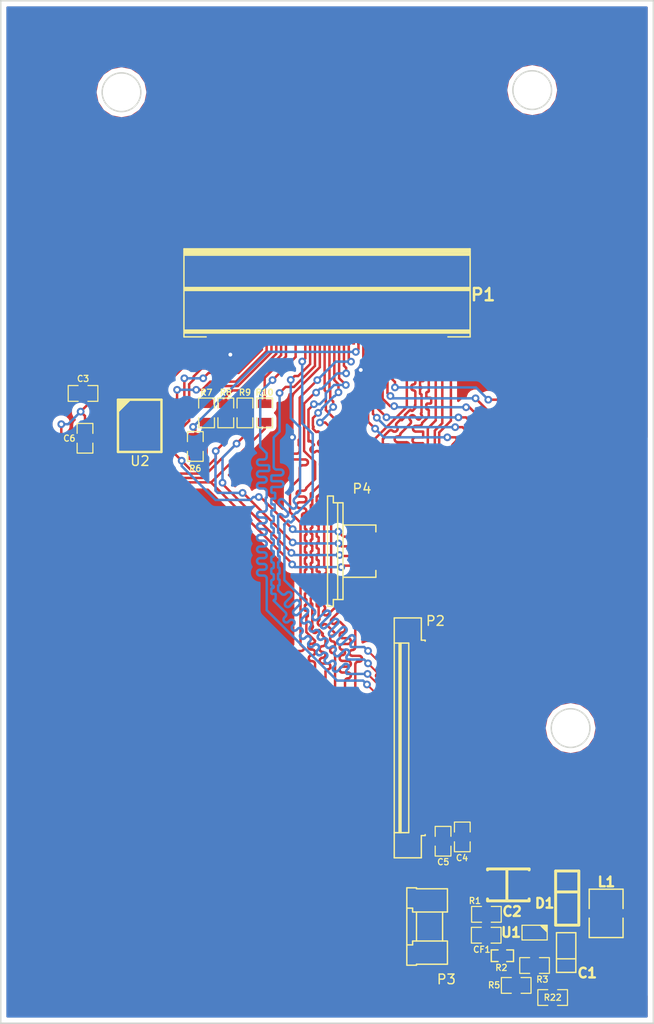
<source format=kicad_pcb>
(kicad_pcb (version 20170922) (host pcbnew no-vcs-found-3ed106f~61~ubuntu16.04.1)
  (title_block (title "TFT 4.3\" AM480272H2T for Beaglebone Black") (date 2017-10-27) (rev V1_0) (company EMAR))
  (layers (0 F.Cu signal) (31 B.Cu signal) (34 B.Paste user) (35 F.Paste user) (36 B.SilkS user) (37 F.SilkS user) (38 B.Mask user) (39 F.Mask user) (44 Edge.Cuts user))
  (net 0 "")
  (net 1 "Net-(CF1-Pad2)")
  (net 2 "Net-(D1-Pad2)")
  (net 3 LCD_DB15_G7)
  (net 4 LCD_DB14_G6)
  (net 5 LCD_DB13_G5)
  (net 6 LCD_DB10_G2)
  (net 7 LCD_DB11_G3)
  (net 8 LCD_DB12_G4)
  (net 9 LCD_DB05_B5)
  (net 10 LCD_DB07_B7)
  (net 11 LCD_DB06_B6)
  (net 12 LCD_DB03_B3)
  (net 13 LCD_DB02_B2)
  (net 14 LCD_DB04_B4)
  (net 15 LCD_DB21_R5)
  (net 16 LCD_DB18_R2)
  (net 17 LCD_DB20_R4)
  (net 18 LCD_DB19_R3)
  (net 19 LCD_DB22_R6)
  (net 20 LCD_DB00_B0)
  (net 21 LCD_DB23_R7)
  (net 22 LCD_HSYNC)
  (net 23 LCD_VSYNC)
  (net 24 "Net-(C2-Pad1)")
  (net 25 LCD_PWM)
  (net 26 "Net-(R22-Pad1)")
  (net 27 3V3)
  (net 28 LCD_DISP)
  (net 29 TSC_RES_ADC3)
  (net 30 TSC_RES_ADC2)
  (net 31 TSC_RES_ADC1)
  (net 32 TSC_RES_ADC0)
  (net 33 TSC_~INT)
  (net 34 "Net-(P4-Pad1)")
  (net 35 "Net-(P4-Pad2)")
  (net 36 "Net-(P4-Pad3)")
  (net 37 "Net-(P4-Pad4)")
  (net 38 TSC_~CS)
  (net 39 TSC_DOUT)
  (net 40 TSC_DCLK)
  (net 41 TSC_DI)
  (net 42 LCD_DCLK)
  (net 43 "Net-(P1-Pad4)")
  (net 44 "Net-(P1-Pad3)")
  (net 45 "Net-(P1-Pad40)")
  (net 46 "Net-(P1-Pad41)")
  (net 47 "Net-(P1-Pad49)")
  (net 48 "Net-(P2-Pad37)")
  (net 49 "Net-(P2-Pad34)")
  (net 50 "Net-(P2-Pad39)")
  (net 51 "Net-(P2-Pad38)")
  (net 52 "Net-(P2-Pad40)")
  (net 53 "Net-(P2-Pad36)")
  (net 54 "Net-(P2-Pad35)")
  (net 55 "Net-(P3-Pad2)")
  (net 56 "Net-(P3-Pad3)")
  (net 57 "Net-(U2-Pad9)")
  (net 58 "Net-(U2-Pad8)")
  (module Fpc_Connectors:50pin_HRS_FH28_0_5mm (layer F.Cu) (at 150.71 70)
    (fp_text reference P1 (at 16.14 -1.86) (layer F.SilkS) (effects (font (size 1.27 1.27) (thickness 0.254))))
    (fp_text value HRS_FH28 hide)
    (pad 4 smd rect (at -10.75 2.8) (size 0.3 1) (layers F.Cu F.Paste F.Mask) (net 43 "Net-(P1-Pad4)") (clearance 0.03))
    (pad 5 smd rect (at -10.25 2.8) (size 0.3 1) (layers F.Cu F.Paste F.Mask) (net 27 3V3) (clearance 0.03))
    (pad 3 smd rect (at -11.25 2.8) (size 0.3 1) (layers F.Cu F.Paste F.Mask) (net 44 "Net-(P1-Pad3)") (clearance 0.03))
    (pad 2 smd rect (at -11.75 2.8) (size 0.3 1) (layers F.Cu F.Paste F.Mask) (clearance 0.03))
    (pad 1 smd rect (at -12.25 2.8) (size 0.3 1) (layers F.Cu F.Paste F.Mask) (clearance 0.03))
    (pad 6 smd rect (at -9.75 2.8) (size 0.3 1) (layers F.Cu F.Paste F.Mask) (net 27 3V3) (clearance 0.03))
    (pad 7 smd rect (at -9.25 2.8) (size 0.3 1) (layers F.Cu F.Paste F.Mask) (net 20 LCD_DB00_B0) (clearance 0.03))
    (pad 8 smd rect (at -8.75 2.8) (size 0.3 1) (layers F.Cu F.Paste F.Mask) (clearance 0.03))
    (pad 9 smd rect (at -8.25 2.8) (size 0.3 1) (layers F.Cu F.Paste F.Mask) (clearance 0.03))
    (pad 10 smd rect (at -7.75 2.8) (size 0.3 1) (layers F.Cu F.Paste F.Mask) (net 38 TSC_~CS) (clearance 0.03))
    (pad 0 smd rect (at -13.3 -4.3) (size 2.7 3) (layers F.Cu F.Paste F.Mask) (clearance 0.03))
    (pad 11 smd rect (at -7.25 2.8) (size 0.3 1) (layers F.Cu F.Paste F.Mask) (net 39 TSC_DOUT) (clearance 0.03))
    (pad 14 smd rect (at -5.75 2.8) (size 0.3 1) (layers F.Cu F.Paste F.Mask) (net 29 TSC_RES_ADC3) (clearance 0.03))
    (pad 15 smd rect (at -5.25 2.8) (size 0.3 1) (layers F.Cu F.Paste F.Mask) (net 30 TSC_RES_ADC2) (clearance 0.03))
    (pad 13 smd rect (at -6.25 2.8) (size 0.3 1) (layers F.Cu F.Paste F.Mask) (net 40 TSC_DCLK) (clearance 0.03))
    (pad 12 smd rect (at -6.75 2.8) (size 0.3 1) (layers F.Cu F.Paste F.Mask) (net 41 TSC_DI) (clearance 0.03))
    (pad 20 smd rect (at -2.75 2.8) (size 0.3 1) (layers F.Cu F.Paste F.Mask) (net 20 LCD_DB00_B0) (clearance 0.03))
    (pad 16 smd rect (at -4.75 2.8) (size 0.3 1) (layers F.Cu F.Paste F.Mask) (net 31 TSC_RES_ADC1) (clearance 0.03))
    (pad 17 smd rect (at -4.25 2.8) (size 0.3 1) (layers F.Cu F.Paste F.Mask) (net 32 TSC_RES_ADC0) (clearance 0.03))
    (pad 18 smd rect (at -3.75 2.8) (size 0.3 1) (layers F.Cu F.Paste F.Mask) (net 20 LCD_DB00_B0) (clearance 0.03))
    (pad 19 smd rect (at -3.25 2.8) (size 0.3 1) (layers F.Cu F.Paste F.Mask) (net 42 LCD_DCLK) (clearance 0.03))
    (pad 22 smd rect (at -1.75 2.8) (size 0.3 1) (layers F.Cu F.Paste F.Mask) (net 22 LCD_HSYNC) (clearance 0.03))
    (pad 23 smd rect (at -1.25 2.8) (size 0.3 1) (layers F.Cu F.Paste F.Mask) (net 28 LCD_DISP) (clearance 0.03))
    (pad 21 smd rect (at -2.25 2.8) (size 0.3 1) (layers F.Cu F.Paste F.Mask) (net 23 LCD_VSYNC) (clearance 0.03))
    (pad 24 smd rect (at -0.75 2.8) (size 0.3 1) (layers F.Cu F.Paste F.Mask) (net 20 LCD_DB00_B0) (clearance 0.03))
    (pad 29 smd rect (at 1.75 2.8) (size 0.3 1) (layers F.Cu F.Paste F.Mask) (net 18 LCD_DB19_R3) (clearance 0.03))
    (pad 32 smd rect (at 3.25 2.8) (size 0.3 1) (layers F.Cu F.Paste F.Mask) (net 33 TSC_~INT) (clearance 0.03))
    (pad 30 smd rect (at 2.25 2.8) (size 0.3 1) (layers F.Cu F.Paste F.Mask) (net 16 LCD_DB18_R2) (clearance 0.03))
    (pad 31 smd rect (at 2.75 2.8) (size 0.3 1) (layers F.Cu F.Paste F.Mask) (clearance 0.03))
    (pad 28 smd rect (at 1.25 2.8) (size 0.3 1) (layers F.Cu F.Paste F.Mask) (net 17 LCD_DB20_R4) (clearance 0.03))
    (pad 25 smd rect (at -0.25 2.8) (size 0.3 1) (layers F.Cu F.Paste F.Mask) (net 21 LCD_DB23_R7) (clearance 0.03))
    (pad 27 smd rect (at 0.75 2.8) (size 0.3 1) (layers F.Cu F.Paste F.Mask) (net 15 LCD_DB21_R5) (clearance 0.03))
    (pad 26 smd rect (at 0.25 2.8) (size 0.3 1) (layers F.Cu F.Paste F.Mask) (net 19 LCD_DB22_R6) (clearance 0.03))
    (pad 40 smd rect (at 7.25 2.8) (size 0.3 1) (layers F.Cu F.Paste F.Mask) (net 45 "Net-(P1-Pad40)") (clearance 0.03))
    (pad 33 smd rect (at 3.75 2.8) (size 0.3 1) (layers F.Cu F.Paste F.Mask) (net 20 LCD_DB00_B0) (clearance 0.03))
    (pad 34 smd rect (at 4.25 2.8) (size 0.3 1) (layers F.Cu F.Paste F.Mask) (net 3 LCD_DB15_G7) (clearance 0.03))
    (pad 35 smd rect (at 4.75 2.8) (size 0.3 1) (layers F.Cu F.Paste F.Mask) (net 4 LCD_DB14_G6) (clearance 0.03))
    (pad 38 smd rect (at 6.25 2.8) (size 0.3 1) (layers F.Cu F.Paste F.Mask) (net 7 LCD_DB11_G3) (clearance 0.03))
    (pad 36 smd rect (at 5.25 2.8) (size 0.3 1) (layers F.Cu F.Paste F.Mask) (net 5 LCD_DB13_G5) (clearance 0.03))
    (pad 37 smd rect (at 5.75 2.8) (size 0.3 1) (layers F.Cu F.Paste F.Mask) (net 8 LCD_DB12_G4) (clearance 0.03))
    (pad 39 smd rect (at 6.75 2.8) (size 0.3 1) (layers F.Cu F.Paste F.Mask) (net 6 LCD_DB10_G2) (clearance 0.03))
    (pad 43 smd rect (at 8.75 2.8) (size 0.3 1) (layers F.Cu F.Paste F.Mask) (net 10 LCD_DB07_B7) (clearance 0.03))
    (pad 44 smd rect (at 9.25 2.8) (size 0.3 1) (layers F.Cu F.Paste F.Mask) (net 11 LCD_DB06_B6) (clearance 0.03))
    (pad 45 smd rect (at 9.75 2.8) (size 0.3 1) (layers F.Cu F.Paste F.Mask) (net 9 LCD_DB05_B5) (clearance 0.03))
    (pad 42 smd rect (at 8.25 2.8) (size 0.3 1) (layers F.Cu F.Paste F.Mask) (net 20 LCD_DB00_B0) (clearance 0.03))
    (pad 41 smd rect (at 7.75 2.8) (size 0.3 1) (layers F.Cu F.Paste F.Mask) (net 46 "Net-(P1-Pad41)") (clearance 0.03))
    (pad 46 smd rect (at 10.25 2.8) (size 0.3 1) (layers F.Cu F.Paste F.Mask) (net 14 LCD_DB04_B4) (clearance 0.03))
    (pad 47 smd rect (at 10.75 2.8) (size 0.3 1) (layers F.Cu F.Paste F.Mask) (net 12 LCD_DB03_B3) (clearance 0.03))
    (pad 50 smd rect (at 12.25 2.8) (size 0.3 1) (layers F.Cu F.Paste F.Mask) (net 25 LCD_PWM) (clearance 0.03))
    (pad 48 smd rect (at 11.25 2.8) (size 0.3 1) (layers F.Cu F.Paste F.Mask) (net 13 LCD_DB02_B2) (clearance 0.03))
    (pad 49 smd rect (at 11.75 2.8) (size 0.3 1) (layers F.Cu F.Paste F.Mask) (net 47 "Net-(P1-Pad49)") (clearance 0.03))
    (pad 0 smd rect (at 13.3 -4.3) (size 2.7 3) (layers F.Cu F.Paste F.Mask) (clearance 0.03))
  )
  (module Capacitors_Smd_0805:100nF_0805 (layer F.Cu) (at 125.675 82.975 90)
    (fp_text reference C6 (at -0.015 -1.615 180) (layer F.SilkS) (effects (font (size 0.635 0.635) (thickness 0.127))))
    (fp_text value 100nF_0805 hide)
    (pad 1 smd rect (at -0.9525 0 90) (size 0.889 1.397) (layers F.Cu F.Paste F.Mask) (net 20 LCD_DB00_B0))
    (pad 2 smd rect (at 0.9525 0 90) (size 0.889 1.397) (layers F.Cu F.Paste F.Mask) (net 27 3V3))
  )
  (module Fpc_Connectors:40pin_fpc_top_0_5mm (layer F.Cu) (at 159.96 113.95 90)
    (fp_text reference P2 (at 12.09 1.96 180) (layer F.SilkS))
    (fp_text value 40pin_fpc_top_0_5mm)
    (pad 0 smd roundrect (at -11.14 -1.1 90) (size 2 2) (layers F.Cu F.Paste F.Mask) (clearance 0.03))
    (pad 37 smd roundrect (at 8.25 0.8 90) (size 0.3 1.25) (layers F.Cu F.Paste F.Mask) (net 48 "Net-(P2-Pad37)") (clearance 0.03))
    (pad 0 smd roundrect (at 11.14 -1.1 90) (size 2 2) (layers F.Cu F.Paste F.Mask) (clearance 0.03))
    (pad 34 smd roundrect (at 6.75 0.8 90) (size 0.3 1.25) (layers F.Cu F.Paste F.Mask) (net 49 "Net-(P2-Pad34)") (clearance 0.03))
    (pad 39 smd roundrect (at 9.25 0.8 90) (size 0.3 1.25) (layers F.Cu F.Paste F.Mask) (net 50 "Net-(P2-Pad39)") (clearance 0.03))
    (pad 33 smd roundrect (at 6.25 0.8 90) (size 0.3 1.25) (layers F.Cu F.Paste F.Mask) (net 23 LCD_VSYNC) (clearance 0.03))
    (pad 38 smd roundrect (at 8.75 0.8 90) (size 0.3 1.25) (layers F.Cu F.Paste F.Mask) (net 51 "Net-(P2-Pad38)") (clearance 0.03))
    (pad 40 smd roundrect (at 9.75 0.8 90) (size 0.3 1.25) (layers F.Cu F.Paste F.Mask) (net 52 "Net-(P2-Pad40)") (clearance 0.03))
    (pad 36 smd roundrect (at 7.75 0.8 90) (size 0.3 1.25) (layers F.Cu F.Paste F.Mask) (net 53 "Net-(P2-Pad36)") (clearance 0.03))
    (pad 35 smd roundrect (at 7.25 0.8 90) (size 0.3 1.25) (layers F.Cu F.Paste F.Mask) (net 54 "Net-(P2-Pad35)") (clearance 0.03))
    (pad 24 smd roundrect (at 1.75 0.8 90) (size 0.3 1.25) (layers F.Cu F.Paste F.Mask) (net 12 LCD_DB03_B3) (clearance 0.03))
    (pad 25 smd roundrect (at 2.25 0.8 90) (size 0.3 1.25) (layers F.Cu F.Paste F.Mask) (net 14 LCD_DB04_B4) (clearance 0.03))
    (pad 32 smd roundrect (at 5.75 0.8 90) (size 0.3 1.25) (layers F.Cu F.Paste F.Mask) (net 22 LCD_HSYNC) (clearance 0.03))
    (pad 28 smd roundrect (at 3.75 0.8 90) (size 0.3 1.25) (layers F.Cu F.Paste F.Mask) (net 10 LCD_DB07_B7) (clearance 0.03))
    (pad 30 smd roundrect (at 4.75 0.8 90) (size 0.3 1.25) (layers F.Cu F.Paste F.Mask) (net 42 LCD_DCLK) (clearance 0.03))
    (pad 23 smd roundrect (at 1.25 0.8 90) (size 0.3 1.25) (layers F.Cu F.Paste F.Mask) (net 13 LCD_DB02_B2) (clearance 0.03))
    (pad 26 smd roundrect (at 2.75 0.8 90) (size 0.3 1.25) (layers F.Cu F.Paste F.Mask) (net 9 LCD_DB05_B5) (clearance 0.03))
    (pad 31 smd roundrect (at 5.25 0.8 90) (size 0.3 1.25) (layers F.Cu F.Paste F.Mask) (net 28 LCD_DISP) (clearance 0.03))
    (pad 17 smd roundrect (at -1.75 0.8 90) (size 0.3 1.25) (layers F.Cu F.Paste F.Mask) (net 8 LCD_DB12_G4) (clearance 0.03))
    (pad 18 smd roundrect (at -1.25 0.8 90) (size 0.3 1.25) (layers F.Cu F.Paste F.Mask) (net 5 LCD_DB13_G5) (clearance 0.03))
    (pad 27 smd roundrect (at 3.25 0.8 90) (size 0.3 1.25) (layers F.Cu F.Paste F.Mask) (net 11 LCD_DB06_B6) (clearance 0.03))
    (pad 21 smd roundrect (at 0.25 0.8 90) (size 0.3 1.25) (layers F.Cu F.Paste F.Mask) (net 20 LCD_DB00_B0) (clearance 0.03))
    (pad 22 smd roundrect (at 0.75 0.8 90) (size 0.3 1.25) (layers F.Cu F.Paste F.Mask) (net 20 LCD_DB00_B0) (clearance 0.03))
    (pad 19 smd roundrect (at -0.75 0.8 90) (size 0.3 1.25) (layers F.Cu F.Paste F.Mask) (net 4 LCD_DB14_G6) (clearance 0.03))
    (pad 20 smd roundrect (at -0.25 0.8 90) (size 0.3 1.25) (layers F.Cu F.Paste F.Mask) (net 3 LCD_DB15_G7) (clearance 0.03))
    (pad 29 smd roundrect (at 4.25 0.8 90) (size 0.3 1.25) (layers F.Cu F.Paste F.Mask) (net 20 LCD_DB00_B0) (clearance 0.03))
    (pad 16 smd roundrect (at -2.25 0.8 90) (size 0.3 1.25) (layers F.Cu F.Paste F.Mask) (net 7 LCD_DB11_G3) (clearance 0.03))
    (pad 15 smd roundrect (at -2.75 0.8 90) (size 0.3 1.25) (layers F.Cu F.Paste F.Mask) (net 6 LCD_DB10_G2) (clearance 0.03))
    (pad 9 smd roundrect (at -5.75 0.8 90) (size 0.3 1.25) (layers F.Cu F.Paste F.Mask) (net 17 LCD_DB20_R4) (clearance 0.03))
    (pad 10 smd roundrect (at -5.25 0.8 90) (size 0.3 1.25) (layers F.Cu F.Paste F.Mask) (net 15 LCD_DB21_R5) (clearance 0.03))
    (pad 13 smd roundrect (at -3.75 0.8 90) (size 0.3 1.25) (layers F.Cu F.Paste F.Mask) (net 20 LCD_DB00_B0) (clearance 0.03))
    (pad 14 smd roundrect (at -3.25 0.8 90) (size 0.3 1.25) (layers F.Cu F.Paste F.Mask) (net 20 LCD_DB00_B0) (clearance 0.03))
    (pad 11 smd roundrect (at -4.75 0.8 90) (size 0.3 1.25) (layers F.Cu F.Paste F.Mask) (net 19 LCD_DB22_R6) (clearance 0.03))
    (pad 12 smd roundrect (at -4.25 0.8 90) (size 0.3 1.25) (layers F.Cu F.Paste F.Mask) (net 21 LCD_DB23_R7) (clearance 0.03))
    (pad 5 smd roundrect (at -7.75 0.8 90) (size 0.3 1.25) (layers F.Cu F.Paste F.Mask) (net 20 LCD_DB00_B0) (clearance 0.03))
    (pad 6 smd roundrect (at -7.25 0.8 90) (size 0.3 1.25) (layers F.Cu F.Paste F.Mask) (net 20 LCD_DB00_B0) (clearance 0.03))
    (pad 7 smd roundrect (at -6.75 0.8 90) (size 0.3 1.25) (layers F.Cu F.Paste F.Mask) (net 16 LCD_DB18_R2) (clearance 0.03))
    (pad 8 smd roundrect (at -6.25 0.8 90) (size 0.3 1.25) (layers F.Cu F.Paste F.Mask) (net 18 LCD_DB19_R3) (clearance 0.03))
    (pad 3 smd roundrect (at -8.75 0.8 90) (size 0.3 1.25) (layers F.Cu F.Paste F.Mask) (net 27 3V3) (clearance 0.03))
    (pad 4 smd roundrect (at -8.25 0.8 90) (size 0.3 1.25) (layers F.Cu F.Paste F.Mask) (net 27 3V3) (clearance 0.03))
    (pad 2 smd roundrect (at -9.25 0.8 90) (size 0.3 1.25) (layers F.Cu F.Paste F.Mask) (net 20 LCD_DB00_B0) (clearance 0.03))
    (pad 1 smd roundrect (at -9.75 0.8 90) (size 0.3 1.25) (layers F.Cu F.Paste F.Mask) (net 20 LCD_DB00_B0) (clearance 0.03))
  )
  (module Smd_Tantal:10uF_16V_B_Tantal (layer F.Cu) (at 169.51 129.1 180)
    (fp_text reference C2 (at -0.34 -2.8 180) (layer F.SilkS) (effects (font (thickness 0.25))))
    (fp_text value "10uF(16V)" hide)
    (pad 1 smd rect (at 1.524 0 180) (size 1.95072 2.49936) (layers F.Cu F.Paste F.Mask) (net 24 "Net-(C2-Pad1)"))
    (pad 2 smd rect (at -1.524 0 180) (size 1.95072 2.49936) (layers F.Cu F.Paste F.Mask) (net 20 LCD_DB00_B0))
  )
  (module Smd_Tantal:2_2uF_10V_A_Tantal (layer F.Cu) (at 175.44 136.14 270)
    (fp_text reference C1 (at 2.12 -2.18) (layer F.SilkS) (effects (font (thickness 0.25))))
    (fp_text value "2_2uF(10V)" hide)
    (pad 1 smd rect (at 1.4 0 270) (size 0.8 1.5) (layers F.Cu F.Paste F.Mask) (net 27 3V3))
    (pad 2 smd rect (at -1.4 0 270) (size 0.8 1.5) (layers F.Cu F.Paste F.Mask) (net 20 LCD_DB00_B0))
  )
  (module Capacitors_Smd_0805:220pF_0805 (layer F.Cu) (at 167.175 134.35)
    (fp_text reference CF1 (at -0.455 1.48) (layer F.SilkS) (effects (font (size 0.635 0.635) (thickness 0.127))))
    (fp_text value 220pF_0805 hide)
    (pad 1 smd rect (at -0.9525 0) (size 0.889 1.397) (layers F.Cu F.Paste F.Mask) (net 24 "Net-(C2-Pad1)"))
    (pad 2 smd rect (at 0.9525 0) (size 0.889 1.397) (layers F.Cu F.Paste F.Mask) (net 1 "Net-(CF1-Pad2)"))
  )
  (module Diodes:MBR0520L_SOD123 (layer F.Cu) (at 175.55 130.51 90)
    (fp_text reference D1 (at -0.54 -2.34 180) (layer F.SilkS) (effects (font (thickness 0.25))))
    (fp_text value MBR0520L hide)
    (pad 2 smd rect (at -1.75 0 90) (size 1 1.8) (layers F.Cu F.Paste F.Mask) (net 2 "Net-(D1-Pad2)"))
    (pad 1 smd rect (at 1.75 0 90) (size 1 1.8) (layers F.Cu F.Paste F.Mask) (net 24 "Net-(C2-Pad1)"))
  )
  (module Inductors:DL1210_10uH (layer F.Cu) (at 179.575 132.09 90)
    (fp_text reference L1 (at 3.25 0.025 180) (layer F.SilkS) (effects (font (thickness 0.25))))
    (fp_text value 10uH_CM322522 hide)
    (pad 1 smd rect (at -1.3 0 90) (size 1.6 2.6) (layers F.Cu F.Paste F.Mask) (net 27 3V3))
    (pad 2 smd rect (at 1.3 0 90) (size 1.6 2.6) (layers F.Cu F.Paste F.Mask) (net 2 "Net-(D1-Pad2)"))
  )
  (module Resistor_Smd_0603:13k3_0603 (layer F.Cu) (at 168.845 136.47)
    (fp_text reference R2 (at -0.105 1.24) (layer F.SilkS) (effects (font (size 0.635 0.635) (thickness 0.127))))
    (fp_text value 13k3_0603 hide)
    (pad 1 smd rect (at -0.7 0) (size 0.6 1) (layers F.Cu F.Paste F.Mask) (net 1 "Net-(CF1-Pad2)") (clearance 0.03))
    (pad 2 smd rect (at 0.7 0) (size 0.6 1) (layers F.Cu F.Paste F.Mask) (net 20 LCD_DB00_B0) (clearance 0.03))
  )
  (module Resistor_Smd_0805:51k_0805 (layer F.Cu) (at 172.175 137.48)
    (fp_text reference R3 (at 0.805 1.44) (layer F.SilkS) (effects (font (size 0.635 0.635) (thickness 0.127))))
    (fp_text value 51K_0805 hide)
    (pad 1 smd rect (at -0.9525 0) (size 0.889 1.397) (layers F.Cu F.Paste F.Mask) (net 26 "Net-(R22-Pad1)"))
    (pad 2 smd rect (at 0.9525 0) (size 0.889 1.397) (layers F.Cu F.Paste F.Mask) (net 27 3V3))
  )
  (module Switching:LM27313_SOT23 (layer F.Cu) (at 172.145 134.08 180)
    (fp_text reference U1 (at 2.405 0.02 180) (layer F.SilkS) (effects (font (thickness 0.25))))
    (fp_text value LM27313 hide)
    (pad 5 smd oval (at -0.9525 -1.35 180) (size 0.65 1.00076) (layers F.Cu F.Paste F.Mask) (net 27 3V3) (clearance 0.1))
    (pad 4 smd oval (at 0.9525 -1.35 180) (size 0.65 1.00076) (layers F.Cu F.Paste F.Mask) (net 26 "Net-(R22-Pad1)") (clearance 0.1))
    (pad 3 smd oval (at 0.9525 1.35 180) (size 0.65 1.00076) (layers F.Cu F.Paste F.Mask) (net 1 "Net-(CF1-Pad2)") (clearance 0.1))
    (pad 2 smd oval (at 0 1.35 180) (size 0.65 1.00076) (layers F.Cu F.Paste F.Mask) (net 20 LCD_DB00_B0) (clearance 0.1))
    (pad 1 smd oval (at -0.9525 1.35 180) (size 0.65 1.00076) (layers F.Cu F.Paste F.Mask) (net 2 "Net-(D1-Pad2)") (clearance 0.1))
  )
  (module Resistor_Smd_0805:0R_0805 (layer F.Cu) (at 170.27 139.54 180)
    (fp_text reference R5 (at 2.28 0.03 180) (layer F.SilkS) (effects (font (size 0.635 0.635) (thickness 0.127))))
    (fp_text value 0R_0805 hide)
    (pad 1 smd rect (at -0.9525 0 180) (size 0.889 1.397) (layers F.Cu F.Paste F.Mask) (net 26 "Net-(R22-Pad1)"))
    (pad 2 smd rect (at 0.9525 0 180) (size 0.889 1.397) (layers F.Cu F.Paste F.Mask) (net 20 LCD_DB00_B0))
  )
  (module Capacitors_Smd_0805:100nF_0805 (layer F.Cu) (at 125.476114 78.34284)
    (fp_text reference C3 (at 0 -1.52) (layer F.SilkS) (effects (font (size 0.635 0.635) (thickness 0.127))))
    (fp_text value 100nF_0805 hide)
    (pad 1 smd rect (at -0.9525 0) (size 0.889 1.397) (layers F.Cu F.Paste F.Mask) (net 20 LCD_DB00_B0))
    (pad 2 smd rect (at 0.9525 0) (size 0.889 1.397) (layers F.Cu F.Paste F.Mask) (net 27 3V3))
  )
  (module Capacitors_Smd_0805:100nF_0805 (layer F.Cu) (at 164.7 124.19 270)
    (fp_text reference C4 (at 2.17 0.03 180) (layer F.SilkS) (effects (font (size 0.635 0.635) (thickness 0.127))))
    (fp_text value 100nF_0805 hide)
    (pad 1 smd rect (at -0.9525 0 270) (size 0.889 1.397) (layers F.Cu F.Paste F.Mask) (net 27 3V3))
    (pad 2 smd rect (at 0.9525 0 270) (size 0.889 1.397) (layers F.Cu F.Paste F.Mask) (net 20 LCD_DB00_B0))
  )
  (module Capacitors_Smd_0805:100nF_0805 (layer F.Cu) (at 162.71 124.64 270)
    (fp_text reference C5 (at 2.14 -0.02 180) (layer F.SilkS) (effects (font (size 0.635 0.635) (thickness 0.127))))
    (fp_text value 100nF_0805 hide)
    (pad 1 smd rect (at -0.9525 0 270) (size 0.889 1.397) (layers F.Cu F.Paste F.Mask) (net 27 3V3))
    (pad 2 smd rect (at 0.9525 0 270) (size 0.889 1.397) (layers F.Cu F.Paste F.Mask) (net 20 LCD_DB00_B0))
  )
  (module Resistor_Smd_0805:0R_0805 (layer F.Cu) (at 174.05 140.79)
    (fp_text reference R22 (at 0 0) (layer F.SilkS) (effects (font (size 0.635 0.635) (thickness 0.127))))
    (fp_text value 0R_0805 hide)
    (pad 1 smd rect (at -0.9525 0) (size 0.889 1.397) (layers F.Cu F.Paste F.Mask) (net 26 "Net-(R22-Pad1)"))
    (pad 2 smd rect (at 0.9525 0) (size 0.889 1.397) (layers F.Cu F.Paste F.Mask) (net 25 LCD_PWM))
  )
  (module Fpc_Connectors:4pin_Joint_Tech_0_5mm (layer F.Cu) (at 162.96 133.45 90)
    (fp_text reference P3 (at -5.46 0.09 180) (layer F.SilkS))
    (fp_text value 4pin_Joint_Tech_0_5mm)
    (pad 1 smd roundrect (at -0.75 0.5 90) (size 0.3 1.25) (layers F.Cu F.Paste F.Mask) (net 20 LCD_DB00_B0) (clearance 0.07))
    (pad 2 smd roundrect (at -0.25 0.5 90) (size 0.3 1.25) (layers F.Cu F.Paste F.Mask) (net 55 "Net-(P3-Pad2)") (clearance 0.07))
    (pad 3 smd roundrect (at 0.25 0.5 90) (size 0.3 1.25) (layers F.Cu F.Paste F.Mask) (net 56 "Net-(P3-Pad3)") (clearance 0.07))
    (pad 4 smd roundrect (at 0.75 0.5 90) (size 0.3 1.25) (layers F.Cu F.Paste F.Mask) (net 24 "Net-(C2-Pad1)") (clearance 0.07))
    (pad 0 smd roundrect (at -2.8 -1.5 90) (size 1.8 3) (layers F.Cu F.Paste F.Mask) (clearance 0.1))
    (pad 0 smd roundrect (at 2.8 -1.5 90) (size 1.8 3) (layers F.Cu F.Paste F.Mask) (clearance 0.1))
  )
  (module Fpc_Connectors:4pin_Cvilux_1_0mm (layer F.Cu) (at 155.76 94.65 90)
    (fp_text reference P4 (at 6.46 -1.44 180) (layer F.SilkS))
    (fp_text value 4pin_Cvilux_1_0mm)
    (pad 1 smd roundrect (at -1.5 1.15 90) (size 0.7 2.5) (layers F.Cu F.Paste F.Mask) (net 34 "Net-(P4-Pad1)") (clearance 0.07))
    (pad 2 smd roundrect (at -0.5 1.15 90) (size 0.7 2.5) (layers F.Cu F.Paste F.Mask) (net 35 "Net-(P4-Pad2)") (clearance 0.07))
    (pad 3 smd roundrect (at 0.5 1.15 90) (size 0.7 2.5) (layers F.Cu F.Paste F.Mask) (net 36 "Net-(P4-Pad3)") (clearance 0.07))
    (pad 4 smd roundrect (at 1.5 1.15 90) (size 0.7 2.5) (layers F.Cu F.Paste F.Mask) (net 37 "Net-(P4-Pad4)") (clearance 0.07))
    (pad 0 smd roundrect (at -4.15 -1.5 90) (size 2.3 3.2) (layers F.Cu F.Paste F.Mask) (clearance 0.1))
    (pad 0 smd roundrect (at 4.15 -1.5 90) (size 2.3 3.2) (layers F.Cu F.Paste F.Mask) (clearance 0.1))
  )
  (module Touch_Sensors:XPT2046_TSSOP16 (layer F.Cu) (at 131.336114 81.69284 270)
    (fp_text reference U2 (at 3.63716 -0.023886) (layer F.SilkS))
    (fp_text value XPT2046 hide)
    (pad 9 smd oval (at 2.275 -3.3 270) (size 0.45 1.6002) (layers F.Cu F.Paste F.Mask) (net 57 "Net-(U2-Pad9)") (clearance 0.03))
    (pad 10 smd oval (at 1.625 -3.3 270) (size 0.45 1.6002) (layers F.Cu F.Paste F.Mask) (net 27 3V3) (clearance 0.03))
    (pad 11 smd oval (at 0.975 -3.3 270) (size 0.45 1.6002) (layers F.Cu F.Paste F.Mask) (net 33 TSC_~INT) (clearance 0.03))
    (pad 12 smd oval (at 0.325 -3.3 270) (size 0.45 1.6002) (layers F.Cu F.Paste F.Mask) (net 39 TSC_DOUT) (clearance 0.03))
    (pad 13 smd oval (at -0.325 -3.3 270) (size 0.45 1.6002) (layers F.Cu F.Paste F.Mask) (clearance 0.03))
    (pad 14 smd oval (at -0.975 -3.3 270) (size 0.45 1.6002) (layers F.Cu F.Paste F.Mask) (net 41 TSC_DI) (clearance 0.03))
    (pad 15 smd oval (at -1.625 -3.3 270) (size 0.45 1.6002) (layers F.Cu F.Paste F.Mask) (net 38 TSC_~CS) (clearance 0.03))
    (pad 16 smd oval (at -2.275 -3.3 270) (size 0.45 1.6002) (layers F.Cu F.Paste F.Mask) (net 40 TSC_DCLK) (clearance 0.03))
    (pad 1 smd oval (at -2.275 3.3 270) (size 0.45 1.6002) (layers F.Cu F.Paste F.Mask) (net 27 3V3) (clearance 0.03))
    (pad 2 smd oval (at -1.625 3.3 270) (size 0.45 1.6002) (layers F.Cu F.Paste F.Mask) (net 37 "Net-(P4-Pad4)") (clearance 0.03))
    (pad 3 smd oval (at -0.975 3.3 270) (size 0.45 1.6002) (layers F.Cu F.Paste F.Mask) (net 36 "Net-(P4-Pad3)") (clearance 0.03))
    (pad 4 smd oval (at -0.325 3.3 270) (size 0.45 1.6002) (layers F.Cu F.Paste F.Mask) (net 35 "Net-(P4-Pad2)") (clearance 0.03))
    (pad 5 smd oval (at 0.325 3.3 270) (size 0.45 1.6002) (layers F.Cu F.Paste F.Mask) (net 34 "Net-(P4-Pad1)") (clearance 0.03))
    (pad 6 smd oval (at 0.975 3.3 270) (size 0.45 1.6002) (layers F.Cu F.Paste F.Mask) (net 20 LCD_DB00_B0) (clearance 0.03))
    (pad 7 smd oval (at 1.625 3.3 270) (size 0.45 1.6002) (layers F.Cu F.Paste F.Mask) (net 27 3V3) (clearance 0.03))
    (pad 8 smd oval (at 2.275 3.3 270) (size 0.45 1.6002) (layers F.Cu F.Paste F.Mask) (net 58 "Net-(U2-Pad8)") (clearance 0.03))
  )
  (module Resistor_Smd_0805:240k_0805 (layer F.Cu) (at 167.195 132.19)
    (fp_text reference R1 (at -1.195 -1.4) (layer F.SilkS) (effects (font (size 0.635 0.635) (thickness 0.127))))
    (fp_text value 240K_0805 hide)
    (pad 1 smd rect (at -0.9525 0) (size 0.889 1.397) (layers F.Cu F.Paste F.Mask) (net 24 "Net-(C2-Pad1)"))
    (pad 2 smd rect (at 0.9525 0) (size 0.889 1.397) (layers F.Cu F.Paste F.Mask) (net 1 "Net-(CF1-Pad2)"))
  )
  (module Resistor_Smd_0805:47k_0805 (layer F.Cu) (at 137.086114 83.83284 270)
    (fp_text reference R6 (at 2.27716 0.006114) (layer F.SilkS) (effects (font (size 0.635 0.635) (thickness 0.127))))
    (fp_text value 47K_0805 hide)
    (pad 1 smd rect (at -0.9525 0 270) (size 0.889 1.397) (layers F.Cu F.Paste F.Mask) (net 33 TSC_~INT))
    (pad 2 smd rect (at 0.9525 0 270) (size 0.889 1.397) (layers F.Cu F.Paste F.Mask) (net 27 3V3))
  )
  (module Resistor_Smd_0805:0R_0805 (layer F.Cu) (at 138.25 80.36 270)
    (fp_text reference R7 (at -2.11 0.02) (layer F.SilkS) (effects (font (size 0.635 0.635) (thickness 0.127))))
    (fp_text value 0R_0805 hide)
    (pad 1 smd rect (at -0.9525 0 270) (size 0.889 1.397) (layers F.Cu F.Paste F.Mask) (net 29 TSC_RES_ADC3))
    (pad 2 smd rect (at 0.9525 0 270) (size 0.889 1.397) (layers F.Cu F.Paste F.Mask) (net 37 "Net-(P4-Pad4)"))
  )
  (module Resistor_Smd_0805:0R_0805 (layer F.Cu) (at 140.24 80.36 270)
    (fp_text reference R8 (at -2.11 0) (layer F.SilkS) (effects (font (size 0.635 0.635) (thickness 0.127))))
    (fp_text value 0R_0805 hide)
    (pad 2 smd rect (at 0.9525 0 270) (size 0.889 1.397) (layers F.Cu F.Paste F.Mask) (net 36 "Net-(P4-Pad3)"))
    (pad 1 smd rect (at -0.9525 0 270) (size 0.889 1.397) (layers F.Cu F.Paste F.Mask) (net 30 TSC_RES_ADC2))
  )
  (module Resistor_Smd_0805:0R_0805 (layer F.Cu) (at 142.22 80.36 270)
    (fp_text reference R9 (at -2.12 0) (layer F.SilkS) (effects (font (size 0.635 0.635) (thickness 0.127))))
    (fp_text value 0R_0805 hide)
    (pad 1 smd rect (at -0.9525 0 270) (size 0.889 1.397) (layers F.Cu F.Paste F.Mask) (net 31 TSC_RES_ADC1))
    (pad 2 smd rect (at 0.9525 0 270) (size 0.889 1.397) (layers F.Cu F.Paste F.Mask) (net 35 "Net-(P4-Pad2)"))
  )
  (module Resistor_Smd_0805:0R_0805 (layer F.Cu) (at 144.26 80.36 270)
    (fp_text reference R10 (at -2.12 0.02 180) (layer F.SilkS) (effects (font (size 0.635 0.635) (thickness 0.127))))
    (fp_text value 0R_0805 hide)
    (pad 2 smd rect (at 0.9525 0 270) (size 0.889 1.397) (layers F.Cu F.Paste F.Mask) (net 34 "Net-(P4-Pad1)"))
    (pad 1 smd rect (at -0.9525 0 270) (size 0.889 1.397) (layers F.Cu F.Paste F.Mask) (net 32 TSC_RES_ADC0))
  )
  (gr_circle (center 129.45 47.21) (end 131.45 47.21) (layer Edge.Cuts) (width 0.15))
  (gr_circle (center 175.9 112.94) (end 177.9 112.94) (layer Edge.Cuts) (width 0.15))
  (gr_circle (center 171.93 46.99) (end 173.93 46.99) (layer Edge.Cuts) (width 0.15))
  (gr_line (start 116.96 143.45) (end 184.46 143.45) (angle 90) (layer Edge.Cuts) (width 0.15))
  (gr_line (start 116.96 37.75) (end 116.96 143.45) (layer Edge.Cuts) (width 0.15))
  (gr_text "TFT_LCD_4_3_AM480272H2T V1.0 BBB" (at 150.525 40.925) (layer F.Cu) (effects (font (size 1.5 1.5) (thickness 0.3))))
  (gr_line (start 184.46 37.75) (end 184.46 143.45) (layer Edge.Cuts) (width 0.15))
  (gr_line (start 116.96 37.75) (end 184.46 37.75) (layer Edge.Cuts) (width 0.15))
  (segment (start 168.1275 134.35) (end 168.1275 136.4525) (width 0.254) (layer F.Cu) (net 1))
  (segment (start 168.1275 136.4525) (end 168.145 136.47) (width 0.254) (layer F.Cu) (net 1))
  (segment (start 168.1475 132.19) (end 168.1475 134.33) (width 0.254) (layer F.Cu) (net 1))
  (segment (start 168.1475 134.33) (end 168.1275 134.35) (width 0.254) (layer F.Cu) (net 1))
  (segment (start 171.1925 132.73) (end 170.46 132.73) (width 0.254) (layer F.Cu) (net 1))
  (segment (start 169.92 132.19) (end 168.1475 132.19) (width 0.254) (layer F.Cu) (net 1))
  (segment (start 170.46 132.73) (end 169.92 132.19) (width 0.254) (layer F.Cu) (net 1))
  (segment (start 175.55 132.26) (end 176.2 132.26) (width 0.254) (layer F.Cu) (net 2))
  (segment (start 176.2 132.26) (end 177.67 130.79) (width 0.254) (layer F.Cu) (net 2))
  (segment (start 177.67 130.79) (end 179.575 130.79) (width 0.254) (layer F.Cu) (net 2))
  (segment (start 175.55 132.26) (end 174.46 132.26) (width 0.254) (layer F.Cu) (net 2))
  (segment (start 173.99 132.73) (end 173.0975 132.73) (width 0.254) (layer F.Cu) (net 2))
  (segment (start 174.46 132.26) (end 173.99 132.73) (width 0.254) (layer F.Cu) (net 2))
  (via (at 155.682273 81.98751) (size 0.8) (drill 0.4) (layers F.Cu B.Cu) (net 3))
  (segment (start 154.96 72.8) (end 154.96 81.265237) (width 0.254) (layer F.Cu) (net 3))
  (segment (start 156.574763 82.88) (end 156.082272 82.387509) (width 0.254) (layer B.Cu) (net 3))
  (segment (start 156.082272 82.387509) (end 155.682273 81.98751) (width 0.254) (layer B.Cu) (net 3))
  (segment (start 154.96 81.265237) (end 155.282274 81.587511) (width 0.254) (layer F.Cu) (net 3))
  (segment (start 163.15 82.88) (end 156.574763 82.88) (width 0.254) (layer B.Cu) (net 3))
  (segment (start 155.282274 81.587511) (end 155.682273 81.98751) (width 0.254) (layer F.Cu) (net 3))
  (segment (start 163.15 82.88) (end 164.02 82.88) (width 0.254) (layer F.Cu) (net 3))
  (segment (start 163.737157 84.01137) (end 163.789679 84.053255) (width 0.254) (layer F.Cu) (net 3))
  (segment (start 164.108898 84.053255) (end 164.161421 84.01137) (width 0.254) (layer F.Cu) (net 3))
  (segment (start 166.319858 85.339597) (end 166.387037 85.339597) (width 0.254) (layer F.Cu) (net 3))
  (segment (start 165.936167 83.975689) (end 166.001661 83.960741) (width 0.254) (layer F.Cu) (net 3))
  (segment (start 164.02 82.88) (end 164.061885 82.932522) (width 0.254) (layer F.Cu) (net 3))
  (segment (start 163.982878 84.097351) (end 164.048372 84.082402) (width 0.254) (layer F.Cu) (net 3))
  (segment (start 165.348227 85.52988) (end 165.363176 85.595374) (width 0.254) (layer F.Cu) (net 3))
  (segment (start 164.896898 84.930928) (end 164.957424 84.901781) (width 0.254) (layer F.Cu) (net 3))
  (segment (start 164.061885 82.932522) (end 164.091032 82.993048) (width 0.254) (layer F.Cu) (net 3))
  (segment (start 165.153135 83.112215) (end 165.220313 83.112214) (width 0.254) (layer F.Cu) (net 3))
  (segment (start 164.51465 84.548681) (end 164.499701 84.614175) (width 0.254) (layer F.Cu) (net 3))
  (segment (start 163.651175 83.765649) (end 163.651175 83.832828) (width 0.254) (layer F.Cu) (net 3))
  (segment (start 163.737157 83.587106) (end 163.695272 83.639629) (width 0.254) (layer F.Cu) (net 3))
  (segment (start 164.091032 83.191215) (end 164.061885 83.251741) (width 0.254) (layer F.Cu) (net 3))
  (segment (start 163.666124 83.898322) (end 163.695272 83.958848) (width 0.254) (layer F.Cu) (net 3))
  (segment (start 164.091032 82.993048) (end 164.105981 83.058542) (width 0.254) (layer F.Cu) (net 3))
  (segment (start 164.974594 83.198197) (end 165.027115 83.156311) (width 0.254) (layer F.Cu) (net 3))
  (segment (start 165.82312 84.046723) (end 165.875641 84.004837) (width 0.254) (layer F.Cu) (net 3))
  (segment (start 164.105981 83.058542) (end 164.105981 83.125721) (width 0.254) (layer F.Cu) (net 3))
  (segment (start 164.499701 84.681354) (end 164.51465 84.746848) (width 0.254) (layer F.Cu) (net 3))
  (segment (start 164.061885 83.251741) (end 164.02 83.304264) (width 0.254) (layer F.Cu) (net 3))
  (segment (start 165.858473 85.708422) (end 166.141315 85.425579) (width 0.254) (layer F.Cu) (net 3))
  (segment (start 163.666124 83.700155) (end 163.651175 83.765649) (width 0.254) (layer F.Cu) (net 3))
  (segment (start 164.105981 83.125721) (end 164.091032 83.191215) (width 0.254) (layer F.Cu) (net 3))
  (segment (start 165.363176 85.595374) (end 165.392324 85.6559) (width 0.254) (layer F.Cu) (net 3))
  (segment (start 164.02 83.304264) (end 163.737157 83.587106) (width 0.254) (layer F.Cu) (net 3))
  (segment (start 165.875641 84.004837) (end 165.936167 83.975689) (width 0.254) (layer F.Cu) (net 3))
  (segment (start 164.831404 84.945877) (end 164.896898 84.930928) (width 0.254) (layer F.Cu) (net 3))
  (segment (start 163.695272 83.958848) (end 163.737157 84.01137) (width 0.254) (layer F.Cu) (net 3))
  (segment (start 163.695272 83.639629) (end 163.666124 83.700155) (width 0.254) (layer F.Cu) (net 3))
  (segment (start 164.543798 84.807374) (end 164.585683 84.859896) (width 0.254) (layer F.Cu) (net 3))
  (segment (start 163.651175 83.832828) (end 163.666124 83.898322) (width 0.254) (layer F.Cu) (net 3))
  (segment (start 163.789679 84.053255) (end 163.850205 84.082402) (width 0.254) (layer F.Cu) (net 3))
  (segment (start 164.51465 84.746848) (end 164.543798 84.807374) (width 0.254) (layer F.Cu) (net 3))
  (segment (start 164.161421 84.01137) (end 164.656395 83.516395) (width 0.254) (layer F.Cu) (net 3))
  (segment (start 166.289267 84.418462) (end 166.247382 84.470985) (width 0.254) (layer F.Cu) (net 3))
  (segment (start 166.254364 85.354546) (end 166.319858 85.339597) (width 0.254) (layer F.Cu) (net 3))
  (segment (start 163.850205 84.082402) (end 163.915699 84.097351) (width 0.254) (layer F.Cu) (net 3))
  (segment (start 165.484837 83.443916) (end 165.469889 83.509411) (width 0.254) (layer F.Cu) (net 3))
  (segment (start 165.484838 83.376738) (end 165.484837 83.443916) (width 0.254) (layer F.Cu) (net 3))
  (segment (start 166.289268 84.099244) (end 166.318414 84.159769) (width 0.254) (layer F.Cu) (net 3))
  (segment (start 163.915699 84.097351) (end 163.982878 84.097351) (width 0.254) (layer F.Cu) (net 3))
  (segment (start 164.048372 84.082402) (end 164.108898 84.053255) (width 0.254) (layer F.Cu) (net 3))
  (segment (start 166.452531 85.354546) (end 166.513057 85.383694) (width 0.254) (layer F.Cu) (net 3))
  (segment (start 164.656395 83.516395) (end 164.974594 83.198197) (width 0.254) (layer F.Cu) (net 3))
  (segment (start 165.027115 83.156311) (end 165.087641 83.127163) (width 0.254) (layer F.Cu) (net 3))
  (segment (start 165.087641 83.127163) (end 165.153135 83.112215) (width 0.254) (layer F.Cu) (net 3))
  (segment (start 164.543798 84.488155) (end 164.51465 84.548681) (width 0.254) (layer F.Cu) (net 3))
  (segment (start 165.220313 83.112214) (end 165.285807 83.127162) (width 0.254) (layer F.Cu) (net 3))
  (segment (start 164.585683 84.435632) (end 164.543798 84.488155) (width 0.254) (layer F.Cu) (net 3))
  (segment (start 165.285807 83.127162) (end 165.346333 83.15631) (width 0.254) (layer F.Cu) (net 3))
  (segment (start 164.764225 84.945877) (end 164.831404 84.945877) (width 0.254) (layer F.Cu) (net 3))
  (segment (start 165.346333 83.15631) (end 165.398856 83.198195) (width 0.254) (layer F.Cu) (net 3))
  (segment (start 165.398856 83.198195) (end 165.440742 83.250718) (width 0.254) (layer F.Cu) (net 3))
  (segment (start 166.318415 84.357937) (end 166.289267 84.418462) (width 0.254) (layer F.Cu) (net 3))
  (segment (start 165.440742 83.250718) (end 165.469888 83.311243) (width 0.254) (layer F.Cu) (net 3))
  (segment (start 165.469888 83.311243) (end 165.484838 83.376738) (width 0.254) (layer F.Cu) (net 3))
  (segment (start 165.469889 83.509411) (end 165.440741 83.569936) (width 0.254) (layer F.Cu) (net 3))
  (segment (start 165.440741 83.569936) (end 165.398856 83.622459) (width 0.254) (layer F.Cu) (net 3))
  (segment (start 166.001661 83.960741) (end 166.068839 83.96074) (width 0.254) (layer F.Cu) (net 3))
  (segment (start 166.134333 83.975688) (end 166.194859 84.004836) (width 0.254) (layer F.Cu) (net 3))
  (segment (start 165.398856 83.622459) (end 164.585683 84.435632) (width 0.254) (layer F.Cu) (net 3))
  (segment (start 164.499701 84.614175) (end 164.499701 84.681354) (width 0.254) (layer F.Cu) (net 3))
  (segment (start 164.957424 84.901781) (end 165.009947 84.859896) (width 0.254) (layer F.Cu) (net 3))
  (segment (start 164.585683 84.859896) (end 164.638205 84.901781) (width 0.254) (layer F.Cu) (net 3))
  (segment (start 164.638205 84.901781) (end 164.698731 84.930928) (width 0.254) (layer F.Cu) (net 3))
  (segment (start 164.698731 84.930928) (end 164.764225 84.945877) (width 0.254) (layer F.Cu) (net 3))
  (segment (start 165.009947 84.859896) (end 165.82312 84.046723) (width 0.254) (layer F.Cu) (net 3))
  (segment (start 166.513057 85.383694) (end 166.565579 85.425579) (width 0.254) (layer F.Cu) (net 3))
  (segment (start 166.068839 83.96074) (end 166.134333 83.975688) (width 0.254) (layer F.Cu) (net 3))
  (segment (start 166.194859 84.004836) (end 166.247382 84.046721) (width 0.254) (layer F.Cu) (net 3))
  (segment (start 165.486731 85.750307) (end 165.547257 85.779454) (width 0.254) (layer F.Cu) (net 3))
  (segment (start 166.247382 84.046721) (end 166.289268 84.099244) (width 0.254) (layer F.Cu) (net 3))
  (segment (start 166.247382 84.470985) (end 165.434209 85.284158) (width 0.254) (layer F.Cu) (net 3))
  (segment (start 166.318414 84.159769) (end 166.333364 84.225264) (width 0.254) (layer F.Cu) (net 3))
  (segment (start 166.333364 84.225264) (end 166.333363 84.292442) (width 0.254) (layer F.Cu) (net 3))
  (segment (start 166.333363 84.292442) (end 166.318415 84.357937) (width 0.254) (layer F.Cu) (net 3))
  (segment (start 165.29167 114.2) (end 160.76 114.2) (width 0.254) (layer F.Cu) (net 3))
  (segment (start 165.434209 85.284158) (end 165.392324 85.336681) (width 0.254) (layer F.Cu) (net 3))
  (segment (start 165.392324 85.336681) (end 165.363176 85.397207) (width 0.254) (layer F.Cu) (net 3))
  (segment (start 166.387037 85.339597) (end 166.452531 85.354546) (width 0.254) (layer F.Cu) (net 3))
  (segment (start 165.363176 85.397207) (end 165.348227 85.462701) (width 0.254) (layer F.Cu) (net 3))
  (segment (start 165.348227 85.462701) (end 165.348227 85.52988) (width 0.254) (layer F.Cu) (net 3))
  (segment (start 165.392324 85.6559) (end 165.434209 85.708422) (width 0.254) (layer F.Cu) (net 3))
  (segment (start 165.434209 85.708422) (end 165.486731 85.750307) (width 0.254) (layer F.Cu) (net 3))
  (segment (start 165.547257 85.779454) (end 165.612751 85.794403) (width 0.254) (layer F.Cu) (net 3))
  (segment (start 165.612751 85.794403) (end 165.67993 85.794403) (width 0.254) (layer F.Cu) (net 3))
  (segment (start 165.67993 85.794403) (end 165.745424 85.779454) (width 0.254) (layer F.Cu) (net 3))
  (segment (start 165.745424 85.779454) (end 165.80595 85.750307) (width 0.254) (layer F.Cu) (net 3))
  (segment (start 165.80595 85.750307) (end 165.858473 85.708422) (width 0.254) (layer F.Cu) (net 3))
  (segment (start 166.141315 85.425579) (end 166.193838 85.383694) (width 0.254) (layer F.Cu) (net 3))
  (segment (start 166.193838 85.383694) (end 166.254364 85.354546) (width 0.254) (layer F.Cu) (net 3))
  (segment (start 167.21 86.07) (end 167.21 112.28167) (width 0.254) (layer F.Cu) (net 3))
  (segment (start 166.565579 85.425579) (end 167.21 86.07) (width 0.254) (layer F.Cu) (net 3))
  (segment (start 167.21 112.28167) (end 165.29167 114.2) (width 0.254) (layer F.Cu) (net 3))
  (via (at 163.15 82.88) (size 0.8) (drill 0.4) (layers F.Cu B.Cu) (net 3))
  (via (at 155.856782 80.858194) (size 0.8) (drill 0.4) (layers F.Cu B.Cu) (net 4))
  (segment (start 155.46 72.8) (end 155.46 80.461412) (width 0.254) (layer F.Cu) (net 4))
  (segment (start 163.96 81.83) (end 156.828588 81.83) (width 0.254) (layer B.Cu) (net 4))
  (segment (start 156.828588 81.83) (end 156.256781 81.258193) (width 0.254) (layer B.Cu) (net 4))
  (segment (start 155.46 80.461412) (end 155.856782 80.858194) (width 0.254) (layer F.Cu) (net 4))
  (segment (start 156.256781 81.258193) (end 155.856782 80.858194) (width 0.254) (layer B.Cu) (net 4))
  (segment (start 168.276777 96.160193) (end 168.234505 96.174985) (width 0.254) (layer F.Cu) (net 4))
  (segment (start 167.69 99.03) (end 167.69376 99.063378) (width 0.254) (layer F.Cu) (net 4))
  (segment (start 167.746476 96.212725) (end 167.722725 96.236476) (width 0.254) (layer F.Cu) (net 4))
  (segment (start 163.96 81.83) (end 164.72 81.83) (width 0.254) (layer F.Cu) (net 4))
  (segment (start 167.746476 93.812725) (end 167.722725 93.836476) (width 0.254) (layer F.Cu) (net 4))
  (segment (start 167.69376 94.263378) (end 167.704854 94.295082) (width 0.254) (layer F.Cu) (net 4))
  (segment (start 167.774917 94.994854) (end 167.746476 95.012725) (width 0.254) (layer F.Cu) (net 4))
  (segment (start 168.314698 99.223633) (end 168.346367 99.255302) (width 0.254) (layer F.Cu) (net 4))
  (segment (start 167.806621 96.18376) (end 167.774917 96.194854) (width 0.254) (layer F.Cu) (net 4))
  (segment (start 164.72 81.83) (end 167.99 85.1) (width 0.254) (layer F.Cu) (net 4))
  (segment (start 167.69 97.83) (end 167.69376 97.863378) (width 0.254) (layer F.Cu) (net 4))
  (segment (start 167.99 100.53) (end 167.99 112.143736) (width 0.254) (layer F.Cu) (net 4))
  (segment (start 168.384986 94.535495) (end 168.39 94.58) (width 0.254) (layer F.Cu) (net 4))
  (segment (start 167.69376 97.863378) (end 167.704854 97.895082) (width 0.254) (layer F.Cu) (net 4))
  (segment (start 167.84 95.58) (end 168.19 95.58) (width 0.254) (layer F.Cu) (net 4))
  (segment (start 167.722725 96.236476) (end 167.704854 96.264917) (width 0.254) (layer F.Cu) (net 4))
  (segment (start 168.276777 99.199806) (end 168.314698 99.223633) (width 0.254) (layer F.Cu) (net 4))
  (segment (start 167.69 93.93) (end 167.69 94.23) (width 0.254) (layer F.Cu) (net 4))
  (segment (start 167.806621 93.78376) (end 167.774917 93.794854) (width 0.254) (layer F.Cu) (net 4))
  (segment (start 168.19 97.38) (end 167.84 97.38) (width 0.254) (layer F.Cu) (net 4))
  (segment (start 168.314698 98.023633) (end 168.346367 98.055302) (width 0.254) (layer F.Cu) (net 4))
  (segment (start 168.314698 94.936366) (end 168.276777 94.960193) (width 0.254) (layer F.Cu) (net 4))
  (segment (start 168.346367 95.655302) (end 168.370194 95.693223) (width 0.254) (layer F.Cu) (net 4))
  (segment (start 167.99 85.1) (end 167.99 93.63) (width 0.254) (layer F.Cu) (net 4))
  (segment (start 168.19 94.38) (end 168.234505 94.385014) (width 0.254) (layer F.Cu) (net 4))
  (segment (start 167.933523 100.412725) (end 167.957274 100.436476) (width 0.254) (layer F.Cu) (net 4))
  (segment (start 167.69 96.33) (end 167.69 96.63) (width 0.254) (layer F.Cu) (net 4))
  (segment (start 167.722725 93.836476) (end 167.704854 93.864917) (width 0.254) (layer F.Cu) (net 4))
  (segment (start 168.346367 94.455302) (end 168.370194 94.493223) (width 0.254) (layer F.Cu) (net 4))
  (segment (start 168.276777 97.999806) (end 168.314698 98.023633) (width 0.254) (layer F.Cu) (net 4))
  (segment (start 167.69376 93.896621) (end 167.69 93.93) (width 0.254) (layer F.Cu) (net 4))
  (segment (start 168.384986 98.424504) (end 168.370194 98.466776) (width 0.254) (layer F.Cu) (net 4))
  (segment (start 167.99 93.63) (end 167.986239 93.663378) (width 0.254) (layer F.Cu) (net 4))
  (segment (start 168.384986 95.735495) (end 168.39 95.78) (width 0.254) (layer F.Cu) (net 4))
  (segment (start 168.234505 94.385014) (end 168.276777 94.399806) (width 0.254) (layer F.Cu) (net 4))
  (segment (start 168.19 99.18) (end 168.234505 99.185014) (width 0.254) (layer F.Cu) (net 4))
  (segment (start 167.986239 93.663378) (end 167.975145 93.695082) (width 0.254) (layer F.Cu) (net 4))
  (segment (start 167.704854 99.864917) (end 167.69376 99.896621) (width 0.254) (layer F.Cu) (net 4))
  (segment (start 167.975145 93.695082) (end 167.957274 93.723523) (width 0.254) (layer F.Cu) (net 4))
  (segment (start 167.905082 93.765145) (end 167.873378 93.776239) (width 0.254) (layer F.Cu) (net 4))
  (segment (start 167.774917 94.365145) (end 167.806621 94.376239) (width 0.254) (layer F.Cu) (net 4))
  (segment (start 167.957274 93.723523) (end 167.933523 93.747274) (width 0.254) (layer F.Cu) (net 4))
  (segment (start 167.806621 94.98376) (end 167.774917 94.994854) (width 0.254) (layer F.Cu) (net 4))
  (segment (start 167.774917 93.794854) (end 167.746476 93.812725) (width 0.254) (layer F.Cu) (net 4))
  (segment (start 167.99 112.143736) (end 165.433736 114.7) (width 0.254) (layer F.Cu) (net 4))
  (segment (start 167.933523 93.747274) (end 167.905082 93.765145) (width 0.254) (layer F.Cu) (net 4))
  (segment (start 167.704854 96.264917) (end 167.69376 96.296621) (width 0.254) (layer F.Cu) (net 4))
  (segment (start 168.346367 96.104697) (end 168.314698 96.136366) (width 0.254) (layer F.Cu) (net 4))
  (segment (start 167.704854 94.295082) (end 167.722725 94.323523) (width 0.254) (layer F.Cu) (net 4))
  (segment (start 168.19 97.98) (end 168.234505 97.985014) (width 0.254) (layer F.Cu) (net 4))
  (segment (start 167.774917 95.565145) (end 167.806621 95.576239) (width 0.254) (layer F.Cu) (net 4))
  (segment (start 167.873378 93.776239) (end 167.806621 93.78376) (width 0.254) (layer F.Cu) (net 4))
  (segment (start 167.704854 93.864917) (end 167.69376 93.896621) (width 0.254) (layer F.Cu) (net 4))
  (segment (start 167.722725 96.723523) (end 167.746476 96.747274) (width 0.254) (layer F.Cu) (net 4))
  (segment (start 167.69 94.23) (end 167.69376 94.263378) (width 0.254) (layer F.Cu) (net 4))
  (segment (start 167.722725 94.323523) (end 167.746476 94.347274) (width 0.254) (layer F.Cu) (net 4))
  (segment (start 167.704854 95.064917) (end 167.69376 95.096621) (width 0.254) (layer F.Cu) (net 4))
  (segment (start 168.314698 96.136366) (end 168.276777 96.160193) (width 0.254) (layer F.Cu) (net 4))
  (segment (start 167.746476 94.347274) (end 167.774917 94.365145) (width 0.254) (layer F.Cu) (net 4))
  (segment (start 167.722725 95.523523) (end 167.746476 95.547274) (width 0.254) (layer F.Cu) (net 4))
  (segment (start 167.774917 97.394854) (end 167.746476 97.412725) (width 0.254) (layer F.Cu) (net 4))
  (segment (start 167.806621 94.376239) (end 167.84 94.38) (width 0.254) (layer F.Cu) (net 4))
  (segment (start 167.84 94.38) (end 168.19 94.38) (width 0.254) (layer F.Cu) (net 4))
  (segment (start 168.370194 94.493223) (end 168.384986 94.535495) (width 0.254) (layer F.Cu) (net 4))
  (segment (start 168.234505 97.374985) (end 168.19 97.38) (width 0.254) (layer F.Cu) (net 4))
  (segment (start 168.276777 94.399806) (end 168.314698 94.423633) (width 0.254) (layer F.Cu) (net 4))
  (segment (start 168.39 95.78) (end 168.39 95.98) (width 0.254) (layer F.Cu) (net 4))
  (segment (start 168.314698 96.823633) (end 168.346367 96.855302) (width 0.254) (layer F.Cu) (net 4))
  (segment (start 167.84 94.98) (end 167.806621 94.98376) (width 0.254) (layer F.Cu) (net 4))
  (segment (start 168.370194 98.466776) (end 168.346367 98.504697) (width 0.254) (layer F.Cu) (net 4))
  (segment (start 168.39 96.98) (end 168.39 97.18) (width 0.254) (layer F.Cu) (net 4))
  (segment (start 168.314698 94.423633) (end 168.346367 94.455302) (width 0.254) (layer F.Cu) (net 4))
  (segment (start 167.774917 100.365145) (end 167.806621 100.376239) (width 0.254) (layer F.Cu) (net 4))
  (segment (start 168.39 94.58) (end 168.39 94.78) (width 0.254) (layer F.Cu) (net 4))
  (segment (start 167.704854 95.495082) (end 167.722725 95.523523) (width 0.254) (layer F.Cu) (net 4))
  (segment (start 167.806621 95.576239) (end 167.84 95.58) (width 0.254) (layer F.Cu) (net 4))
  (segment (start 167.69 96.63) (end 167.69376 96.663378) (width 0.254) (layer F.Cu) (net 4))
  (segment (start 168.39 94.78) (end 168.384986 94.824504) (width 0.254) (layer F.Cu) (net 4))
  (segment (start 168.39 95.98) (end 168.384986 96.024504) (width 0.254) (layer F.Cu) (net 4))
  (segment (start 168.346367 98.055302) (end 168.370194 98.093223) (width 0.254) (layer F.Cu) (net 4))
  (segment (start 168.384986 97.224504) (end 168.370194 97.266776) (width 0.254) (layer F.Cu) (net 4))
  (segment (start 168.384986 94.824504) (end 168.370194 94.866776) (width 0.254) (layer F.Cu) (net 4))
  (segment (start 168.346367 94.904697) (end 168.314698 94.936366) (width 0.254) (layer F.Cu) (net 4))
  (segment (start 168.19 96.78) (end 168.234505 96.785014) (width 0.254) (layer F.Cu) (net 4))
  (segment (start 168.370194 94.866776) (end 168.346367 94.904697) (width 0.254) (layer F.Cu) (net 4))
  (segment (start 168.370194 95.693223) (end 168.384986 95.735495) (width 0.254) (layer F.Cu) (net 4))
  (segment (start 167.774917 99.165145) (end 167.806621 99.176239) (width 0.254) (layer F.Cu) (net 4))
  (segment (start 168.276777 94.960193) (end 168.234505 94.974985) (width 0.254) (layer F.Cu) (net 4))
  (segment (start 167.774917 98.594854) (end 167.746476 98.612725) (width 0.254) (layer F.Cu) (net 4))
  (segment (start 168.234505 96.785014) (end 168.276777 96.799806) (width 0.254) (layer F.Cu) (net 4))
  (segment (start 168.234505 94.974985) (end 168.19 94.98) (width 0.254) (layer F.Cu) (net 4))
  (segment (start 167.84 96.18) (end 167.806621 96.18376) (width 0.254) (layer F.Cu) (net 4))
  (segment (start 167.704854 100.295082) (end 167.722725 100.323523) (width 0.254) (layer F.Cu) (net 4))
  (segment (start 167.746476 97.412725) (end 167.722725 97.436476) (width 0.254) (layer F.Cu) (net 4))
  (segment (start 168.19 94.98) (end 167.84 94.98) (width 0.254) (layer F.Cu) (net 4))
  (segment (start 167.746476 95.012725) (end 167.722725 95.036476) (width 0.254) (layer F.Cu) (net 4))
  (segment (start 167.722725 95.036476) (end 167.704854 95.064917) (width 0.254) (layer F.Cu) (net 4))
  (segment (start 167.69376 96.296621) (end 167.69 96.33) (width 0.254) (layer F.Cu) (net 4))
  (segment (start 167.69376 95.096621) (end 167.69 95.13) (width 0.254) (layer F.Cu) (net 4))
  (segment (start 167.722725 97.923523) (end 167.746476 97.947274) (width 0.254) (layer F.Cu) (net 4))
  (segment (start 168.19 95.58) (end 168.234505 95.585014) (width 0.254) (layer F.Cu) (net 4))
  (segment (start 167.69 95.13) (end 167.69 95.43) (width 0.254) (layer F.Cu) (net 4))
  (segment (start 167.69 95.43) (end 167.69376 95.463378) (width 0.254) (layer F.Cu) (net 4))
  (segment (start 167.69376 95.463378) (end 167.704854 95.495082) (width 0.254) (layer F.Cu) (net 4))
  (segment (start 168.370194 97.266776) (end 168.346367 97.304697) (width 0.254) (layer F.Cu) (net 4))
  (segment (start 167.746476 95.547274) (end 167.774917 95.565145) (width 0.254) (layer F.Cu) (net 4))
  (segment (start 168.39 98.18) (end 168.39 98.38) (width 0.254) (layer F.Cu) (net 4))
  (segment (start 167.69376 97.496621) (end 167.69 97.53) (width 0.254) (layer F.Cu) (net 4))
  (segment (start 167.774917 99.794854) (end 167.746476 99.812725) (width 0.254) (layer F.Cu) (net 4))
  (segment (start 167.806621 96.776239) (end 167.84 96.78) (width 0.254) (layer F.Cu) (net 4))
  (segment (start 168.370194 98.093223) (end 168.384986 98.135495) (width 0.254) (layer F.Cu) (net 4))
  (segment (start 168.234505 95.585014) (end 168.276777 95.599806) (width 0.254) (layer F.Cu) (net 4))
  (segment (start 167.69376 100.263378) (end 167.704854 100.295082) (width 0.254) (layer F.Cu) (net 4))
  (segment (start 168.276777 95.599806) (end 168.314698 95.623633) (width 0.254) (layer F.Cu) (net 4))
  (segment (start 167.84 99.18) (end 168.19 99.18) (width 0.254) (layer F.Cu) (net 4))
  (segment (start 168.370194 96.066776) (end 168.346367 96.104697) (width 0.254) (layer F.Cu) (net 4))
  (segment (start 168.384986 96.024504) (end 168.370194 96.066776) (width 0.254) (layer F.Cu) (net 4))
  (segment (start 168.314698 95.623633) (end 168.346367 95.655302) (width 0.254) (layer F.Cu) (net 4))
  (segment (start 168.234505 99.185014) (end 168.276777 99.199806) (width 0.254) (layer F.Cu) (net 4))
  (segment (start 168.384986 99.335495) (end 168.39 99.38) (width 0.254) (layer F.Cu) (net 4))
  (segment (start 168.234505 96.174985) (end 168.19 96.18) (width 0.254) (layer F.Cu) (net 4))
  (segment (start 168.19 96.18) (end 167.84 96.18) (width 0.254) (layer F.Cu) (net 4))
  (segment (start 167.746476 96.747274) (end 167.774917 96.765145) (width 0.254) (layer F.Cu) (net 4))
  (segment (start 168.276777 97.360193) (end 168.234505 97.374985) (width 0.254) (layer F.Cu) (net 4))
  (segment (start 167.774917 96.194854) (end 167.746476 96.212725) (width 0.254) (layer F.Cu) (net 4))
  (segment (start 167.69376 96.663378) (end 167.704854 96.695082) (width 0.254) (layer F.Cu) (net 4))
  (segment (start 168.346367 97.304697) (end 168.314698 97.336366) (width 0.254) (layer F.Cu) (net 4))
  (segment (start 168.384986 96.935495) (end 168.39 96.98) (width 0.254) (layer F.Cu) (net 4))
  (segment (start 167.704854 96.695082) (end 167.722725 96.723523) (width 0.254) (layer F.Cu) (net 4))
  (segment (start 168.346367 99.255302) (end 168.370194 99.293223) (width 0.254) (layer F.Cu) (net 4))
  (segment (start 167.69 97.53) (end 167.69 97.83) (width 0.254) (layer F.Cu) (net 4))
  (segment (start 167.774917 96.765145) (end 167.806621 96.776239) (width 0.254) (layer F.Cu) (net 4))
  (segment (start 167.84 96.78) (end 168.19 96.78) (width 0.254) (layer F.Cu) (net 4))
  (segment (start 168.276777 96.799806) (end 168.314698 96.823633) (width 0.254) (layer F.Cu) (net 4))
  (segment (start 168.346367 96.855302) (end 168.370194 96.893223) (width 0.254) (layer F.Cu) (net 4))
  (segment (start 168.370194 96.893223) (end 168.384986 96.935495) (width 0.254) (layer F.Cu) (net 4))
  (segment (start 168.39 97.18) (end 168.384986 97.224504) (width 0.254) (layer F.Cu) (net 4))
  (segment (start 168.314698 97.336366) (end 168.276777 97.360193) (width 0.254) (layer F.Cu) (net 4))
  (segment (start 167.84 97.38) (end 167.806621 97.38376) (width 0.254) (layer F.Cu) (net 4))
  (segment (start 167.806621 97.38376) (end 167.774917 97.394854) (width 0.254) (layer F.Cu) (net 4))
  (segment (start 167.722725 97.436476) (end 167.704854 97.464917) (width 0.254) (layer F.Cu) (net 4))
  (segment (start 167.704854 97.464917) (end 167.69376 97.496621) (width 0.254) (layer F.Cu) (net 4))
  (segment (start 167.704854 97.895082) (end 167.722725 97.923523) (width 0.254) (layer F.Cu) (net 4))
  (segment (start 167.746476 97.947274) (end 167.774917 97.965145) (width 0.254) (layer F.Cu) (net 4))
  (segment (start 168.314698 98.536366) (end 168.276777 98.560193) (width 0.254) (layer F.Cu) (net 4))
  (segment (start 167.774917 97.965145) (end 167.806621 97.976239) (width 0.254) (layer F.Cu) (net 4))
  (segment (start 167.806621 97.976239) (end 167.84 97.98) (width 0.254) (layer F.Cu) (net 4))
  (segment (start 167.84 97.98) (end 168.19 97.98) (width 0.254) (layer F.Cu) (net 4))
  (segment (start 168.234505 97.985014) (end 168.276777 97.999806) (width 0.254) (layer F.Cu) (net 4))
  (segment (start 168.384986 98.135495) (end 168.39 98.18) (width 0.254) (layer F.Cu) (net 4))
  (segment (start 168.39 98.38) (end 168.384986 98.424504) (width 0.254) (layer F.Cu) (net 4))
  (segment (start 167.84 98.58) (end 167.806621 98.58376) (width 0.254) (layer F.Cu) (net 4))
  (segment (start 168.346367 98.504697) (end 168.314698 98.536366) (width 0.254) (layer F.Cu) (net 4))
  (segment (start 168.276777 98.560193) (end 168.234505 98.574985) (width 0.254) (layer F.Cu) (net 4))
  (segment (start 168.234505 98.574985) (end 168.19 98.58) (width 0.254) (layer F.Cu) (net 4))
  (segment (start 168.276777 99.760193) (end 168.234505 99.774985) (width 0.254) (layer F.Cu) (net 4))
  (segment (start 168.19 98.58) (end 167.84 98.58) (width 0.254) (layer F.Cu) (net 4))
  (segment (start 167.806621 98.58376) (end 167.774917 98.594854) (width 0.254) (layer F.Cu) (net 4))
  (segment (start 167.746476 98.612725) (end 167.722725 98.636476) (width 0.254) (layer F.Cu) (net 4))
  (segment (start 167.722725 100.323523) (end 167.746476 100.347274) (width 0.254) (layer F.Cu) (net 4))
  (segment (start 167.722725 98.636476) (end 167.704854 98.664917) (width 0.254) (layer F.Cu) (net 4))
  (segment (start 167.704854 98.664917) (end 167.69376 98.696621) (width 0.254) (layer F.Cu) (net 4))
  (segment (start 167.69376 98.696621) (end 167.69 98.73) (width 0.254) (layer F.Cu) (net 4))
  (segment (start 167.69 98.73) (end 167.69 99.03) (width 0.254) (layer F.Cu) (net 4))
  (segment (start 167.69376 99.063378) (end 167.704854 99.095082) (width 0.254) (layer F.Cu) (net 4))
  (segment (start 167.704854 99.095082) (end 167.722725 99.123523) (width 0.254) (layer F.Cu) (net 4))
  (segment (start 167.722725 99.123523) (end 167.746476 99.147274) (width 0.254) (layer F.Cu) (net 4))
  (segment (start 167.746476 99.147274) (end 167.774917 99.165145) (width 0.254) (layer F.Cu) (net 4))
  (segment (start 167.806621 99.176239) (end 167.84 99.18) (width 0.254) (layer F.Cu) (net 4))
  (segment (start 168.370194 99.293223) (end 168.384986 99.335495) (width 0.254) (layer F.Cu) (net 4))
  (segment (start 168.39 99.38) (end 168.39 99.58) (width 0.254) (layer F.Cu) (net 4))
  (segment (start 168.39 99.58) (end 168.384986 99.624504) (width 0.254) (layer F.Cu) (net 4))
  (segment (start 168.384986 99.624504) (end 168.370194 99.666776) (width 0.254) (layer F.Cu) (net 4))
  (segment (start 168.370194 99.666776) (end 168.346367 99.704697) (width 0.254) (layer F.Cu) (net 4))
  (segment (start 168.346367 99.704697) (end 168.314698 99.736366) (width 0.254) (layer F.Cu) (net 4))
  (segment (start 168.314698 99.736366) (end 168.276777 99.760193) (width 0.254) (layer F.Cu) (net 4))
  (segment (start 168.234505 99.774985) (end 168.19 99.78) (width 0.254) (layer F.Cu) (net 4))
  (segment (start 168.19 99.78) (end 167.84 99.78) (width 0.254) (layer F.Cu) (net 4))
  (segment (start 167.84 99.78) (end 167.806621 99.78376) (width 0.254) (layer F.Cu) (net 4))
  (segment (start 167.806621 99.78376) (end 167.774917 99.794854) (width 0.254) (layer F.Cu) (net 4))
  (segment (start 167.746476 99.812725) (end 167.722725 99.836476) (width 0.254) (layer F.Cu) (net 4))
  (segment (start 167.722725 99.836476) (end 167.704854 99.864917) (width 0.254) (layer F.Cu) (net 4))
  (segment (start 167.69376 99.896621) (end 167.69 99.93) (width 0.254) (layer F.Cu) (net 4))
  (segment (start 165.433736 114.7) (end 160.76 114.7) (width 0.254) (layer F.Cu) (net 4))
  (segment (start 167.69 99.93) (end 167.69 100.23) (width 0.254) (layer F.Cu) (net 4))
  (segment (start 167.69 100.23) (end 167.69376 100.263378) (width 0.254) (layer F.Cu) (net 4))
  (segment (start 167.746476 100.347274) (end 167.774917 100.365145) (width 0.254) (layer F.Cu) (net 4))
  (segment (start 167.806621 100.376239) (end 167.873378 100.38376) (width 0.254) (layer F.Cu) (net 4))
  (segment (start 167.873378 100.38376) (end 167.905082 100.394854) (width 0.254) (layer F.Cu) (net 4))
  (segment (start 167.905082 100.394854) (end 167.933523 100.412725) (width 0.254) (layer F.Cu) (net 4))
  (segment (start 167.957274 100.436476) (end 167.975145 100.464917) (width 0.254) (layer F.Cu) (net 4))
  (segment (start 167.975145 100.464917) (end 167.986239 100.496621) (width 0.254) (layer F.Cu) (net 4))
  (segment (start 167.986239 100.496621) (end 167.99 100.53) (width 0.254) (layer F.Cu) (net 4))
  (via (at 163.96 81.83) (size 0.8) (drill 0.4) (layers F.Cu B.Cu) (net 4))
  (segment (start 156.861848 80.82) (end 156.855816 80.813968) (width 0.254) (layer B.Cu) (net 5))
  (segment (start 155.96 72.8) (end 155.96 79.918152) (width 0.254) (layer F.Cu) (net 5))
  (segment (start 164.3 80.82) (end 156.861848 80.82) (width 0.254) (layer B.Cu) (net 5))
  (via (at 156.855816 80.813968) (size 0.8) (drill 0.4) (layers F.Cu B.Cu) (net 5))
  (segment (start 155.96 79.918152) (end 156.455817 80.413969) (width 0.254) (layer F.Cu) (net 5))
  (segment (start 156.455817 80.413969) (end 156.855816 80.813968) (width 0.254) (layer F.Cu) (net 5))
  (segment (start 164.3 80.82) (end 165.08 80.82) (width 0.254) (layer F.Cu) (net 5))
  (segment (start 169.29 89.58) (end 169.356757 89.587521) (width 0.254) (layer F.Cu) (net 5))
  (segment (start 169.29 91.98) (end 169.356757 91.987521) (width 0.254) (layer F.Cu) (net 5))
  (segment (start 169.123244 92.587521) (end 169.059835 92.609709) (width 0.254) (layer F.Cu) (net 5))
  (segment (start 168.495014 89.135495) (end 168.49 89.18) (width 0.254) (layer F.Cu) (net 5))
  (segment (start 165.08 80.82) (end 168.89 84.63) (width 0.254) (layer F.Cu) (net 5))
  (segment (start 168.89 84.63) (end 168.89 88.78) (width 0.254) (layer F.Cu) (net 5))
  (segment (start 169.19 92.58) (end 169.123244 92.587521) (width 0.254) (layer F.Cu) (net 5))
  (segment (start 168.884985 88.824504) (end 168.870193 88.866776) (width 0.254) (layer F.Cu) (net 5))
  (segment (start 169.356757 91.372478) (end 169.29 91.38) (width 0.254) (layer F.Cu) (net 5))
  (segment (start 168.645495 90.185014) (end 168.603223 90.199806) (width 0.254) (layer F.Cu) (net 5))
  (segment (start 168.89 88.78) (end 168.884985 88.824504) (width 0.254) (layer F.Cu) (net 5))
  (segment (start 169.52455 92.467046) (end 169.477047 92.514549) (width 0.254) (layer F.Cu) (net 5))
  (segment (start 169.582479 91.013243) (end 169.59 91.08) (width 0.254) (layer F.Cu) (net 5))
  (segment (start 168.533633 91.455302) (end 168.509806 91.493223) (width 0.254) (layer F.Cu) (net 5))
  (segment (start 168.49 90.58) (end 168.495014 90.624504) (width 0.254) (layer F.Cu) (net 5))
  (segment (start 168.870193 88.866776) (end 168.846366 88.904697) (width 0.254) (layer F.Cu) (net 5))
  (segment (start 169.560291 89.749834) (end 169.582479 89.813243) (width 0.254) (layer F.Cu) (net 5))
  (segment (start 168.509806 91.493223) (end 168.495014 91.535495) (width 0.254) (layer F.Cu) (net 5))
  (segment (start 168.846366 88.904697) (end 168.814697 88.936366) (width 0.254) (layer F.Cu) (net 5))
  (segment (start 168.533633 89.055302) (end 168.509806 89.093223) (width 0.254) (layer F.Cu) (net 5))
  (segment (start 169.52455 89.692953) (end 169.560291 89.749834) (width 0.254) (layer F.Cu) (net 5))
  (segment (start 168.603223 89.560193) (end 168.645495 89.574985) (width 0.254) (layer F.Cu) (net 5))
  (segment (start 168.814697 88.936366) (end 168.776776 88.960193) (width 0.254) (layer F.Cu) (net 5))
  (segment (start 168.645495 89.574985) (end 168.69 89.58) (width 0.254) (layer F.Cu) (net 5))
  (segment (start 168.533633 89.504697) (end 168.565302 89.536366) (width 0.254) (layer F.Cu) (net 5))
  (segment (start 168.565302 91.423633) (end 168.533633 91.455302) (width 0.254) (layer F.Cu) (net 5))
  (segment (start 169.29 90.18) (end 168.69 90.18) (width 0.254) (layer F.Cu) (net 5))
  (segment (start 168.734504 88.974985) (end 168.645495 88.985014) (width 0.254) (layer F.Cu) (net 5))
  (segment (start 169.477047 89.64545) (end 169.52455 89.692953) (width 0.254) (layer F.Cu) (net 5))
  (segment (start 168.776776 88.960193) (end 168.734504 88.974985) (width 0.254) (layer F.Cu) (net 5))
  (segment (start 168.645495 88.985014) (end 168.603223 88.999806) (width 0.254) (layer F.Cu) (net 5))
  (segment (start 169.582479 89.813243) (end 169.59 89.88) (width 0.254) (layer F.Cu) (net 5))
  (segment (start 169.582479 91.146756) (end 169.560291 91.210165) (width 0.254) (layer F.Cu) (net 5))
  (segment (start 168.603223 88.999806) (end 168.565302 89.023633) (width 0.254) (layer F.Cu) (net 5))
  (segment (start 168.565302 90.223633) (end 168.533633 90.255302) (width 0.254) (layer F.Cu) (net 5))
  (segment (start 168.565302 89.023633) (end 168.533633 89.055302) (width 0.254) (layer F.Cu) (net 5))
  (segment (start 169.29 91.38) (end 168.69 91.38) (width 0.254) (layer F.Cu) (net 5))
  (segment (start 169.52455 90.892953) (end 169.560291 90.949834) (width 0.254) (layer F.Cu) (net 5))
  (segment (start 168.509806 89.093223) (end 168.495014 89.135495) (width 0.254) (layer F.Cu) (net 5))
  (segment (start 168.603223 90.760193) (end 168.645495 90.774985) (width 0.254) (layer F.Cu) (net 5))
  (segment (start 168.565302 90.736366) (end 168.603223 90.760193) (width 0.254) (layer F.Cu) (net 5))
  (segment (start 168.49 89.18) (end 168.49 89.38) (width 0.254) (layer F.Cu) (net 5))
  (segment (start 168.49 91.58) (end 168.49 91.78) (width 0.254) (layer F.Cu) (net 5))
  (segment (start 168.49 89.38) (end 168.495014 89.424504) (width 0.254) (layer F.Cu) (net 5))
  (segment (start 168.495014 91.824504) (end 168.509806 91.866776) (width 0.254) (layer F.Cu) (net 5))
  (segment (start 168.91971 92.749834) (end 168.897522 92.813243) (width 0.254) (layer F.Cu) (net 5))
  (segment (start 168.495014 89.424504) (end 168.509806 89.466776) (width 0.254) (layer F.Cu) (net 5))
  (segment (start 169.420166 89.609709) (end 169.477047 89.64545) (width 0.254) (layer F.Cu) (net 5))
  (segment (start 168.509806 89.466776) (end 168.533633 89.504697) (width 0.254) (layer F.Cu) (net 5))
  (segment (start 169.29 90.78) (end 169.356757 90.787521) (width 0.254) (layer F.Cu) (net 5))
  (segment (start 168.565302 89.536366) (end 168.603223 89.560193) (width 0.254) (layer F.Cu) (net 5))
  (segment (start 168.69 89.58) (end 169.29 89.58) (width 0.254) (layer F.Cu) (net 5))
  (segment (start 169.477047 90.84545) (end 169.52455 90.892953) (width 0.254) (layer F.Cu) (net 5))
  (segment (start 169.356757 89.587521) (end 169.420166 89.609709) (width 0.254) (layer F.Cu) (net 5))
  (segment (start 168.565302 91.936366) (end 168.603223 91.960193) (width 0.254) (layer F.Cu) (net 5))
  (segment (start 169.59 89.88) (end 169.582479 89.946756) (width 0.254) (layer F.Cu) (net 5))
  (segment (start 168.69 90.78) (end 169.29 90.78) (width 0.254) (layer F.Cu) (net 5))
  (segment (start 169.356757 92.572478) (end 169.29 92.58) (width 0.254) (layer F.Cu) (net 5))
  (segment (start 169.582479 89.946756) (end 169.560291 90.010165) (width 0.254) (layer F.Cu) (net 5))
  (segment (start 169.002954 92.64545) (end 168.955451 92.692953) (width 0.254) (layer F.Cu) (net 5))
  (segment (start 168.49 90.38) (end 168.49 90.58) (width 0.254) (layer F.Cu) (net 5))
  (segment (start 169.560291 90.010165) (end 169.52455 90.067046) (width 0.254) (layer F.Cu) (net 5))
  (segment (start 169.52455 90.067046) (end 169.477047 90.114549) (width 0.254) (layer F.Cu) (net 5))
  (segment (start 169.477047 90.114549) (end 169.420166 90.15029) (width 0.254) (layer F.Cu) (net 5))
  (segment (start 169.420166 90.15029) (end 169.356757 90.172478) (width 0.254) (layer F.Cu) (net 5))
  (segment (start 169.356757 90.172478) (end 169.29 90.18) (width 0.254) (layer F.Cu) (net 5))
  (segment (start 168.69 90.18) (end 168.645495 90.185014) (width 0.254) (layer F.Cu) (net 5))
  (segment (start 168.603223 90.199806) (end 168.565302 90.223633) (width 0.254) (layer F.Cu) (net 5))
  (segment (start 168.533633 90.255302) (end 168.509806 90.293223) (width 0.254) (layer F.Cu) (net 5))
  (segment (start 168.89 92.88) (end 168.89 111.885802) (width 0.254) (layer F.Cu) (net 5))
  (segment (start 169.420166 90.809709) (end 169.477047 90.84545) (width 0.254) (layer F.Cu) (net 5))
  (segment (start 168.509806 90.293223) (end 168.495014 90.335495) (width 0.254) (layer F.Cu) (net 5))
  (segment (start 168.495014 90.335495) (end 168.49 90.38) (width 0.254) (layer F.Cu) (net 5))
  (segment (start 168.495014 90.624504) (end 168.509806 90.666776) (width 0.254) (layer F.Cu) (net 5))
  (segment (start 168.509806 90.666776) (end 168.533633 90.704697) (width 0.254) (layer F.Cu) (net 5))
  (segment (start 169.420166 92.55029) (end 169.356757 92.572478) (width 0.254) (layer F.Cu) (net 5))
  (segment (start 168.533633 90.704697) (end 168.565302 90.736366) (width 0.254) (layer F.Cu) (net 5))
  (segment (start 168.645495 90.774985) (end 168.69 90.78) (width 0.254) (layer F.Cu) (net 5))
  (segment (start 169.356757 90.787521) (end 169.420166 90.809709) (width 0.254) (layer F.Cu) (net 5))
  (segment (start 168.69 91.38) (end 168.645495 91.385014) (width 0.254) (layer F.Cu) (net 5))
  (segment (start 168.509806 91.866776) (end 168.533633 91.904697) (width 0.254) (layer F.Cu) (net 5))
  (segment (start 169.560291 90.949834) (end 169.582479 91.013243) (width 0.254) (layer F.Cu) (net 5))
  (segment (start 169.59 91.08) (end 169.582479 91.146756) (width 0.254) (layer F.Cu) (net 5))
  (segment (start 169.560291 91.210165) (end 169.52455 91.267046) (width 0.254) (layer F.Cu) (net 5))
  (segment (start 169.52455 91.267046) (end 169.477047 91.314549) (width 0.254) (layer F.Cu) (net 5))
  (segment (start 169.477047 91.314549) (end 169.420166 91.35029) (width 0.254) (layer F.Cu) (net 5))
  (segment (start 168.495014 91.535495) (end 168.49 91.58) (width 0.254) (layer F.Cu) (net 5))
  (segment (start 169.420166 91.35029) (end 169.356757 91.372478) (width 0.254) (layer F.Cu) (net 5))
  (segment (start 169.477047 92.04545) (end 169.52455 92.092953) (width 0.254) (layer F.Cu) (net 5))
  (segment (start 168.645495 91.385014) (end 168.603223 91.399806) (width 0.254) (layer F.Cu) (net 5))
  (segment (start 168.603223 91.399806) (end 168.565302 91.423633) (width 0.254) (layer F.Cu) (net 5))
  (segment (start 168.69 91.98) (end 169.29 91.98) (width 0.254) (layer F.Cu) (net 5))
  (segment (start 168.49 91.78) (end 168.495014 91.824504) (width 0.254) (layer F.Cu) (net 5))
  (segment (start 168.533633 91.904697) (end 168.565302 91.936366) (width 0.254) (layer F.Cu) (net 5))
  (segment (start 168.603223 91.960193) (end 168.645495 91.974985) (width 0.254) (layer F.Cu) (net 5))
  (segment (start 168.645495 91.974985) (end 168.69 91.98) (width 0.254) (layer F.Cu) (net 5))
  (segment (start 169.356757 91.987521) (end 169.420166 92.009709) (width 0.254) (layer F.Cu) (net 5))
  (segment (start 169.420166 92.009709) (end 169.477047 92.04545) (width 0.254) (layer F.Cu) (net 5))
  (segment (start 169.29 92.58) (end 169.19 92.58) (width 0.254) (layer F.Cu) (net 5))
  (segment (start 169.52455 92.092953) (end 169.560291 92.149834) (width 0.254) (layer F.Cu) (net 5))
  (segment (start 169.560291 92.149834) (end 169.582479 92.213243) (width 0.254) (layer F.Cu) (net 5))
  (segment (start 169.59 92.28) (end 169.582479 92.346756) (width 0.254) (layer F.Cu) (net 5))
  (segment (start 169.582479 92.213243) (end 169.59 92.28) (width 0.254) (layer F.Cu) (net 5))
  (segment (start 169.582479 92.346756) (end 169.560291 92.410165) (width 0.254) (layer F.Cu) (net 5))
  (segment (start 169.560291 92.410165) (end 169.52455 92.467046) (width 0.254) (layer F.Cu) (net 5))
  (segment (start 169.477047 92.514549) (end 169.420166 92.55029) (width 0.254) (layer F.Cu) (net 5))
  (segment (start 169.059835 92.609709) (end 169.002954 92.64545) (width 0.254) (layer F.Cu) (net 5))
  (segment (start 168.897522 92.813243) (end 168.89 92.88) (width 0.254) (layer F.Cu) (net 5))
  (segment (start 168.955451 92.692953) (end 168.91971 92.749834) (width 0.254) (layer F.Cu) (net 5))
  (segment (start 168.89 111.885802) (end 165.575802 115.2) (width 0.254) (layer F.Cu) (net 5))
  (segment (start 165.575802 115.2) (end 160.76 115.2) (width 0.254) (layer F.Cu) (net 5))
  (via (at 164.3 80.82) (size 0.8) (drill 0.4) (layers F.Cu B.Cu) (net 5))
  (segment (start 167.386 78.994) (end 168.402 78.994) (width 0.254) (layer F.Cu) (net 6))
  (segment (start 168.402 78.994) (end 172.212 82.804) (width 0.254) (layer F.Cu) (net 6))
  (segment (start 172.212 82.804) (end 172.212 110.49) (width 0.254) (layer F.Cu) (net 6))
  (segment (start 172.212 110.49) (end 166.002 116.7) (width 0.254) (layer F.Cu) (net 6))
  (segment (start 166.002 116.7) (end 160.76 116.7) (width 0.254) (layer F.Cu) (net 6))
  (segment (start 157.734 77.724) (end 157.734 77.158315) (width 0.254) (layer F.Cu) (net 6))
  (segment (start 157.734 77.158315) (end 157.46 76.884315) (width 0.254) (layer F.Cu) (net 6))
  (segment (start 157.46 76.884315) (end 157.46 73.554) (width 0.254) (layer F.Cu) (net 6))
  (segment (start 157.46 73.554) (end 157.46 72.8) (width 0.254) (layer F.Cu) (net 6))
  (segment (start 167.386 78.994) (end 166.116 77.724) (width 0.254) (layer B.Cu) (net 6))
  (segment (start 166.116 77.724) (end 157.734 77.724) (width 0.254) (layer B.Cu) (net 6))
  (via (at 157.734 77.724) (size 0.8) (drill 0.4) (layers F.Cu B.Cu) (net 6))
  (via (at 167.386 78.994) (size 0.8) (drill 0.4) (layers F.Cu B.Cu) (net 6))
  (segment (start 166.07 78.85) (end 171.16 83.94) (width 0.254) (layer F.Cu) (net 7))
  (segment (start 171.152478 84.006756) (end 171.13029 84.070165) (width 0.254) (layer F.Cu) (net 7))
  (segment (start 171.16 83.94) (end 171.152478 84.006756) (width 0.254) (layer F.Cu) (net 7))
  (segment (start 171.094549 84.127046) (end 171.047046 84.174549) (width 0.254) (layer F.Cu) (net 7))
  (segment (start 171.047046 84.174549) (end 170.990165 84.21029) (width 0.254) (layer F.Cu) (net 7))
  (segment (start 171.650004 85.336459) (end 171.60646 85.380003) (width 0.254) (layer F.Cu) (net 7))
  (segment (start 171.13029 84.070165) (end 171.094549 84.127046) (width 0.254) (layer F.Cu) (net 7))
  (segment (start 170.990165 84.21029) (end 170.926756 84.232478) (width 0.254) (layer F.Cu) (net 7))
  (segment (start 170.57545 84.352953) (end 170.539709 84.409834) (width 0.254) (layer F.Cu) (net 7))
  (segment (start 170.926756 84.232478) (end 170.86 84.24) (width 0.254) (layer F.Cu) (net 7))
  (segment (start 170.539709 84.409834) (end 170.517521 84.473243) (width 0.254) (layer F.Cu) (net 7))
  (segment (start 171.650004 84.94354) (end 171.682767 84.995681) (width 0.254) (layer F.Cu) (net 7))
  (segment (start 170.679834 84.81029) (end 170.743243 84.832478) (width 0.254) (layer F.Cu) (net 7))
  (segment (start 170.86 84.24) (end 170.81 84.24) (width 0.254) (layer F.Cu) (net 7))
  (segment (start 170.51 84.54) (end 170.517521 84.606756) (width 0.254) (layer F.Cu) (net 7))
  (segment (start 170.81 84.24) (end 170.743243 84.247521) (width 0.254) (layer F.Cu) (net 7))
  (segment (start 171.219997 85.54354) (end 171.187234 85.595681) (width 0.254) (layer F.Cu) (net 7))
  (segment (start 171.435 84.84) (end 171.496194 84.846894) (width 0.254) (layer F.Cu) (net 7))
  (segment (start 170.517521 84.473243) (end 170.51 84.54) (width 0.254) (layer F.Cu) (net 7))
  (segment (start 170.743243 84.247521) (end 170.679834 84.269709) (width 0.254) (layer F.Cu) (net 7))
  (segment (start 170.679834 84.269709) (end 170.622953 84.30545) (width 0.254) (layer F.Cu) (net 7))
  (segment (start 165.859934 116.2) (end 160.76 116.2) (width 0.254) (layer F.Cu) (net 7))
  (segment (start 170.622953 84.30545) (end 170.57545 84.352953) (width 0.254) (layer F.Cu) (net 7))
  (segment (start 170.517521 84.606756) (end 170.539709 84.670165) (width 0.254) (layer F.Cu) (net 7))
  (segment (start 170.539709 84.670165) (end 170.57545 84.727046) (width 0.254) (layer F.Cu) (net 7))
  (segment (start 170.57545 84.727046) (end 170.622953 84.774549) (width 0.254) (layer F.Cu) (net 7))
  (segment (start 171.682767 84.995681) (end 171.703106 85.053806) (width 0.254) (layer F.Cu) (net 7))
  (segment (start 171.554319 84.867233) (end 171.60646 84.899996) (width 0.254) (layer F.Cu) (net 7))
  (segment (start 170.622953 84.774549) (end 170.679834 84.81029) (width 0.254) (layer F.Cu) (net 7))
  (segment (start 170.743243 84.832478) (end 170.81 84.84) (width 0.254) (layer F.Cu) (net 7))
  (segment (start 171.315682 85.467233) (end 171.263541 85.499996) (width 0.254) (layer F.Cu) (net 7))
  (segment (start 170.81 84.84) (end 171.435 84.84) (width 0.254) (layer F.Cu) (net 7))
  (segment (start 171.496194 84.846894) (end 171.554319 84.867233) (width 0.254) (layer F.Cu) (net 7))
  (segment (start 171.60646 84.899996) (end 171.650004 84.94354) (width 0.254) (layer F.Cu) (net 7))
  (segment (start 171.71 85.165) (end 171.703106 85.226193) (width 0.254) (layer F.Cu) (net 7))
  (segment (start 171.703106 85.053806) (end 171.71 85.115) (width 0.254) (layer F.Cu) (net 7))
  (segment (start 171.71 85.115) (end 171.71 85.165) (width 0.254) (layer F.Cu) (net 7))
  (segment (start 171.496194 85.433105) (end 171.373807 85.446894) (width 0.254) (layer F.Cu) (net 7))
  (segment (start 171.703106 85.226193) (end 171.682767 85.284318) (width 0.254) (layer F.Cu) (net 7))
  (segment (start 171.682767 85.284318) (end 171.650004 85.336459) (width 0.254) (layer F.Cu) (net 7))
  (segment (start 171.263541 85.499996) (end 171.219997 85.54354) (width 0.254) (layer F.Cu) (net 7))
  (segment (start 171.60646 85.380003) (end 171.554319 85.412766) (width 0.254) (layer F.Cu) (net 7))
  (segment (start 171.554319 85.412766) (end 171.496194 85.433105) (width 0.254) (layer F.Cu) (net 7))
  (segment (start 171.373807 85.446894) (end 171.315682 85.467233) (width 0.254) (layer F.Cu) (net 7))
  (segment (start 171.187234 85.595681) (end 171.166895 85.653806) (width 0.254) (layer F.Cu) (net 7))
  (segment (start 171.166895 85.653806) (end 171.16 85.715) (width 0.254) (layer F.Cu) (net 7))
  (segment (start 171.16 85.715) (end 171.16 110.899934) (width 0.254) (layer F.Cu) (net 7))
  (segment (start 171.16 110.899934) (end 165.859934 116.2) (width 0.254) (layer F.Cu) (net 7))
  (segment (start 157.26 78.61) (end 156.96 78.31) (width 0.254) (layer F.Cu) (net 7))
  (segment (start 156.96 78.31) (end 156.96 72.8) (width 0.254) (layer F.Cu) (net 7))
  (segment (start 166.07 78.85) (end 157.5 78.85) (width 0.254) (layer B.Cu) (net 7))
  (segment (start 157.5 78.85) (end 157.26 78.61) (width 0.254) (layer B.Cu) (net 7))
  (via (at 157.26 78.61) (size 0.8) (drill 0.4) (layers F.Cu B.Cu) (net 7))
  (via (at 166.07 78.85) (size 0.8) (drill 0.4) (layers F.Cu B.Cu) (net 7))
  (segment (start 169.379709 86.380165) (end 169.41545 86.437046) (width 0.254) (layer F.Cu) (net 8))
  (segment (start 165.09 79.77) (end 165.43 79.77) (width 0.254) (layer F.Cu) (net 8))
  (segment (start 165.43 79.77) (end 170.05 84.39) (width 0.254) (layer F.Cu) (net 8))
  (segment (start 169.379709 86.119834) (end 169.357521 86.183243) (width 0.254) (layer F.Cu) (net 8))
  (segment (start 169.880165 85.92029) (end 169.816756 85.942478) (width 0.254) (layer F.Cu) (net 8))
  (segment (start 170.05 84.39) (end 170.05 85.65) (width 0.254) (layer F.Cu) (net 8))
  (segment (start 169.65 85.95) (end 169.583243 85.957521) (width 0.254) (layer F.Cu) (net 8))
  (segment (start 170.05 85.65) (end 170.042478 85.716756) (width 0.254) (layer F.Cu) (net 8))
  (segment (start 169.75 85.95) (end 169.65 85.95) (width 0.254) (layer F.Cu) (net 8))
  (segment (start 169.984549 87.862953) (end 170.02029 87.919834) (width 0.254) (layer F.Cu) (net 8))
  (segment (start 170.02029 85.780165) (end 169.984549 85.837046) (width 0.254) (layer F.Cu) (net 8))
  (segment (start 170.042478 85.716756) (end 170.02029 85.780165) (width 0.254) (layer F.Cu) (net 8))
  (segment (start 170.530166 87.12029) (end 170.466757 87.142478) (width 0.254) (layer F.Cu) (net 8))
  (segment (start 169.583243 86.542478) (end 169.65 86.55) (width 0.254) (layer F.Cu) (net 8))
  (segment (start 169.984549 85.837046) (end 169.937046 85.884549) (width 0.254) (layer F.Cu) (net 8))
  (segment (start 169.462953 86.01545) (end 169.41545 86.062953) (width 0.254) (layer F.Cu) (net 8))
  (segment (start 169.41545 86.062953) (end 169.379709 86.119834) (width 0.254) (layer F.Cu) (net 8))
  (segment (start 170.466757 87.142478) (end 170.4 87.15) (width 0.254) (layer F.Cu) (net 8))
  (segment (start 169.937046 85.884549) (end 169.880165 85.92029) (width 0.254) (layer F.Cu) (net 8))
  (segment (start 169.816756 85.942478) (end 169.75 85.95) (width 0.254) (layer F.Cu) (net 8))
  (segment (start 170.4 86.55) (end 170.466757 86.557521) (width 0.254) (layer F.Cu) (net 8))
  (segment (start 169.583243 85.957521) (end 169.519834 85.979709) (width 0.254) (layer F.Cu) (net 8))
  (segment (start 169.519834 85.979709) (end 169.462953 86.01545) (width 0.254) (layer F.Cu) (net 8))
  (segment (start 169.357521 86.183243) (end 169.35 86.25) (width 0.254) (layer F.Cu) (net 8))
  (segment (start 169.65 86.55) (end 170.4 86.55) (width 0.254) (layer F.Cu) (net 8))
  (segment (start 169.35 86.25) (end 169.357521 86.316756) (width 0.254) (layer F.Cu) (net 8))
  (segment (start 169.357521 86.316756) (end 169.379709 86.380165) (width 0.254) (layer F.Cu) (net 8))
  (segment (start 169.357521 87.516756) (end 169.379709 87.580165) (width 0.254) (layer F.Cu) (net 8))
  (segment (start 170.63455 86.662953) (end 170.670291 86.719834) (width 0.254) (layer F.Cu) (net 8))
  (segment (start 169.41545 86.437046) (end 169.462953 86.484549) (width 0.254) (layer F.Cu) (net 8))
  (segment (start 169.519834 86.52029) (end 169.583243 86.542478) (width 0.254) (layer F.Cu) (net 8))
  (segment (start 169.462953 86.484549) (end 169.519834 86.52029) (width 0.254) (layer F.Cu) (net 8))
  (segment (start 170.587047 86.61545) (end 170.63455 86.662953) (width 0.254) (layer F.Cu) (net 8))
  (segment (start 170.466757 86.557521) (end 170.530166 86.579709) (width 0.254) (layer F.Cu) (net 8))
  (segment (start 170.05 111.367868) (end 165.717868 115.7) (width 0.254) (layer F.Cu) (net 8))
  (segment (start 170.530166 86.579709) (end 170.587047 86.61545) (width 0.254) (layer F.Cu) (net 8))
  (segment (start 169.583243 87.157521) (end 169.519834 87.179709) (width 0.254) (layer F.Cu) (net 8))
  (segment (start 170.63455 87.037046) (end 170.587047 87.084549) (width 0.254) (layer F.Cu) (net 8))
  (segment (start 169.65 87.75) (end 169.75 87.75) (width 0.254) (layer F.Cu) (net 8))
  (segment (start 170.670291 86.719834) (end 170.692479 86.783243) (width 0.254) (layer F.Cu) (net 8))
  (segment (start 170.05 88.05) (end 170.05 111.367868) (width 0.254) (layer F.Cu) (net 8))
  (segment (start 169.816756 87.757521) (end 169.880165 87.779709) (width 0.254) (layer F.Cu) (net 8))
  (segment (start 169.462953 87.21545) (end 169.41545 87.262953) (width 0.254) (layer F.Cu) (net 8))
  (segment (start 170.692479 86.783243) (end 170.7 86.85) (width 0.254) (layer F.Cu) (net 8))
  (segment (start 170.7 86.85) (end 170.692479 86.916756) (width 0.254) (layer F.Cu) (net 8))
  (segment (start 170.692479 86.916756) (end 170.670291 86.980165) (width 0.254) (layer F.Cu) (net 8))
  (segment (start 170.670291 86.980165) (end 170.63455 87.037046) (width 0.254) (layer F.Cu) (net 8))
  (segment (start 170.587047 87.084549) (end 170.530166 87.12029) (width 0.254) (layer F.Cu) (net 8))
  (segment (start 170.4 87.15) (end 169.65 87.15) (width 0.254) (layer F.Cu) (net 8))
  (segment (start 169.65 87.15) (end 169.583243 87.157521) (width 0.254) (layer F.Cu) (net 8))
  (segment (start 169.519834 87.179709) (end 169.462953 87.21545) (width 0.254) (layer F.Cu) (net 8))
  (segment (start 169.41545 87.262953) (end 169.379709 87.319834) (width 0.254) (layer F.Cu) (net 8))
  (segment (start 169.379709 87.319834) (end 169.357521 87.383243) (width 0.254) (layer F.Cu) (net 8))
  (segment (start 169.357521 87.383243) (end 169.35 87.45) (width 0.254) (layer F.Cu) (net 8))
  (segment (start 169.519834 87.72029) (end 169.583243 87.742478) (width 0.254) (layer F.Cu) (net 8))
  (segment (start 169.583243 87.742478) (end 169.65 87.75) (width 0.254) (layer F.Cu) (net 8))
  (segment (start 169.35 87.45) (end 169.357521 87.516756) (width 0.254) (layer F.Cu) (net 8))
  (segment (start 169.379709 87.580165) (end 169.41545 87.637046) (width 0.254) (layer F.Cu) (net 8))
  (segment (start 169.41545 87.637046) (end 169.462953 87.684549) (width 0.254) (layer F.Cu) (net 8))
  (segment (start 169.462953 87.684549) (end 169.519834 87.72029) (width 0.254) (layer F.Cu) (net 8))
  (segment (start 169.75 87.75) (end 169.816756 87.757521) (width 0.254) (layer F.Cu) (net 8))
  (segment (start 169.880165 87.779709) (end 169.937046 87.81545) (width 0.254) (layer F.Cu) (net 8))
  (segment (start 169.937046 87.81545) (end 169.984549 87.862953) (width 0.254) (layer F.Cu) (net 8))
  (segment (start 170.02029 87.919834) (end 170.042478 87.983243) (width 0.254) (layer F.Cu) (net 8))
  (segment (start 170.042478 87.983243) (end 170.05 88.05) (width 0.254) (layer F.Cu) (net 8))
  (segment (start 165.717868 115.7) (end 160.76 115.7) (width 0.254) (layer F.Cu) (net 8))
  (segment (start 157.65 79.66) (end 157.234038 79.66) (width 0.254) (layer F.Cu) (net 8))
  (segment (start 157.234038 79.66) (end 156.46 78.885962) (width 0.254) (layer F.Cu) (net 8))
  (segment (start 156.46 78.885962) (end 156.46 73.554) (width 0.254) (layer F.Cu) (net 8))
  (segment (start 156.46 73.554) (end 156.46 72.8) (width 0.254) (layer F.Cu) (net 8))
  (segment (start 165.09 79.77) (end 157.76 79.77) (width 0.254) (layer B.Cu) (net 8))
  (segment (start 157.76 79.77) (end 157.65 79.66) (width 0.254) (layer B.Cu) (net 8))
  (via (at 157.65 79.66) (size 0.8) (drill 0.4) (layers F.Cu B.Cu) (net 8))
  (via (at 165.09 79.77) (size 0.8) (drill 0.4) (layers F.Cu B.Cu) (net 8))
  (segment (start 160.46 72.8) (end 160.46 75.13) (width 0.254) (layer F.Cu) (net 9))
  (segment (start 162.110165 91.12029) (end 162.046756 91.142478) (width 0.254) (layer F.Cu) (net 9))
  (segment (start 161.649834 97.72029) (end 161.713243 97.742478) (width 0.254) (layer F.Cu) (net 9))
  (segment (start 160.196124 89.640155) (end 160.181175 89.705649) (width 0.254) (layer F.Cu) (net 9))
  (segment (start 160.639092 82.871174) (end 160.631175 82.879091) (width 0.254) (layer F.Cu) (net 9))
  (segment (start 161.23 75.9) (end 161.23 78.07) (width 0.254) (layer F.Cu) (net 9))
  (segment (start 161.007271 78.242063) (end 160.992378 78.265764) (width 0.254) (layer F.Cu) (net 9))
  (segment (start 160.992378 78.724235) (end 161.007271 78.747936) (width 0.254) (layer F.Cu) (net 9))
  (segment (start 160.46 75.13) (end 161.23 75.9) (width 0.254) (layer F.Cu) (net 9))
  (segment (start 159.85 82.89) (end 159.783243 82.897521) (width 0.254) (layer F.Cu) (net 9))
  (segment (start 162.214549 91.862953) (end 162.25029 91.919834) (width 0.254) (layer F.Cu) (net 9))
  (segment (start 159.85 84.09) (end 159.783243 84.097521) (width 0.254) (layer F.Cu) (net 9))
  (segment (start 161.398528 89.244263) (end 161.68137 88.961421) (width 0.254) (layer F.Cu) (net 9))
  (segment (start 161.077184 79.398134) (end 161.050764 79.407378) (width 0.254) (layer F.Cu) (net 9))
  (segment (start 161.409236 78.807378) (end 161.432937 78.822271) (width 0.254) (layer F.Cu) (net 9))
  (segment (start 162.167046 96.61545) (end 162.214549 96.662953) (width 0.254) (layer F.Cu) (net 9))
  (segment (start 161.23 78.07) (end 161.226865 78.097815) (width 0.254) (layer F.Cu) (net 9))
  (segment (start 159.719834 84.66029) (end 159.783243 84.682478) (width 0.254) (layer F.Cu) (net 9))
  (segment (start 159.557521 83.123243) (end 159.55 83.19) (width 0.254) (layer F.Cu) (net 9))
  (segment (start 160.7 87.615) (end 160.69812 87.631689) (width 0.254) (layer F.Cu) (net 9))
  (segment (start 161.48 78.92) (end 161.48 79.27) (width 0.254) (layer F.Cu) (net 9))
  (segment (start 162.28 100.16) (end 164.11 101.99) (width 0.254) (layer F.Cu) (net 9))
  (segment (start 161.217621 78.124235) (end 161.202728 78.147936) (width 0.254) (layer F.Cu) (net 9))
  (segment (start 161.226865 78.097815) (end 161.217621 78.124235) (width 0.254) (layer F.Cu) (net 9))
  (segment (start 161.202728 78.147936) (end 161.182936 78.167728) (width 0.254) (layer F.Cu) (net 9))
  (segment (start 161.432937 78.822271) (end 161.452729 78.842063) (width 0.254) (layer F.Cu) (net 9))
  (segment (start 161.751757 89.781575) (end 161.736807 89.847068) (width 0.254) (layer F.Cu) (net 9))
  (segment (start 160.55 81.39) (end 160.542478 81.456756) (width 0.254) (layer F.Cu) (net 9))
  (segment (start 161.68137 88.961421) (end 161.733891 88.919534) (width 0.254) (layer F.Cu) (net 9))
  (segment (start 160.64169 87.09188) (end 160.657542 87.097427) (width 0.254) (layer F.Cu) (net 9))
  (segment (start 160.983134 78.292184) (end 160.98 78.32) (width 0.254) (layer F.Cu) (net 9))
  (segment (start 161.487521 92.716756) (end 161.509709 92.780165) (width 0.254) (layer F.Cu) (net 9))
  (segment (start 159.61545 84.577046) (end 159.662953 84.624549) (width 0.254) (layer F.Cu) (net 9))
  (segment (start 161.592953 93.61545) (end 161.54545 93.662953) (width 0.254) (layer F.Cu) (net 9))
  (segment (start 159.712953 82.224549) (end 159.769834 82.26029) (width 0.254) (layer F.Cu) (net 9))
  (segment (start 162.105632 88.961419) (end 162.147518 89.013942) (width 0.254) (layer F.Cu) (net 9))
  (segment (start 161.182936 78.167728) (end 161.159235 78.182621) (width 0.254) (layer F.Cu) (net 9))
  (segment (start 159.833243 82.282478) (end 159.9 82.29) (width 0.254) (layer F.Cu) (net 9))
  (segment (start 161.452729 79.347936) (end 161.432937 79.367728) (width 0.254) (layer F.Cu) (net 9))
  (segment (start 161.355 78.795) (end 161.382816 78.798134) (width 0.254) (layer F.Cu) (net 9))
  (segment (start 161.98 94.75) (end 161.78 94.75) (width 0.254) (layer F.Cu) (net 9))
  (segment (start 160.225272 89.898848) (end 160.267157 89.95137) (width 0.254) (layer F.Cu) (net 9))
  (segment (start 161.382816 79.391865) (end 161.355 79.395) (width 0.254) (layer F.Cu) (net 9))
  (segment (start 161.159235 78.182621) (end 161.132815 78.191865) (width 0.254) (layer F.Cu) (net 9))
  (segment (start 159.55 83.19) (end 159.557521 83.256756) (width 0.254) (layer F.Cu) (net 9))
  (segment (start 160.484549 86.002953) (end 160.52029 86.059834) (width 0.254) (layer F.Cu) (net 9))
  (segment (start 161.027063 79.967728) (end 161.050764 79.982621) (width 0.254) (layer F.Cu) (net 9))
  (segment (start 161.027063 78.222271) (end 161.007271 78.242063) (width 0.254) (layer F.Cu) (net 9))
  (segment (start 161.226865 80.092184) (end 161.23 80.12) (width 0.254) (layer F.Cu) (net 9))
  (segment (start 160.98 78.32) (end 160.98 78.67) (width 0.254) (layer F.Cu) (net 9))
  (segment (start 161.132815 78.191865) (end 161.077184 78.198134) (width 0.254) (layer F.Cu) (net 9))
  (segment (start 161.050764 78.207378) (end 161.027063 78.222271) (width 0.254) (layer F.Cu) (net 9))
  (segment (start 162.191613 89.20714) (end 162.176665 89.272635) (width 0.254) (layer F.Cu) (net 9))
  (segment (start 160.645049 83.518305) (end 160.648747 83.528873) (width 0.254) (layer F.Cu) (net 9))
  (segment (start 161.487521 96.183243) (end 161.48 96.25) (width 0.254) (layer F.Cu) (net 9))
  (segment (start 159.557521 86.856756) (end 159.579709 86.920165) (width 0.254) (layer F.Cu) (net 9))
  (segment (start 162.25029 95.519834) (end 162.272478 95.583243) (width 0.254) (layer F.Cu) (net 9))
  (segment (start 160.578239 87.706362) (end 160.566363 87.718238) (width 0.254) (layer F.Cu) (net 9))
  (segment (start 159.579709 84.520165) (end 159.61545 84.577046) (width 0.254) (layer F.Cu) (net 9))
  (segment (start 161.077184 78.198134) (end 161.050764 78.207378) (width 0.254) (layer F.Cu) (net 9))
  (segment (start 162.214549 97.037046) (end 162.167046 97.084549) (width 0.254) (layer F.Cu) (net 9))
  (segment (start 161.027063 78.767728) (end 161.050764 78.782621) (width 0.254) (layer F.Cu) (net 9))
  (segment (start 159.9 82.29) (end 160.6 82.29) (width 0.254) (layer F.Cu) (net 9))
  (segment (start 162.046756 96.557521) (end 162.110165 96.579709) (width 0.254) (layer F.Cu) (net 9))
  (segment (start 160.611127 85.288746) (end 160.6 85.29) (width 0.254) (layer F.Cu) (net 9))
  (segment (start 160.992378 78.265764) (end 160.983134 78.292184) (width 0.254) (layer F.Cu) (net 9))
  (segment (start 160.98 78.67) (end 160.983134 78.697815) (width 0.254) (layer F.Cu) (net 9))
  (segment (start 162.110165 94.179709) (end 162.167046 94.21545) (width 0.254) (layer F.Cu) (net 9))
  (segment (start 162.110165 95.379709) (end 162.167046 95.41545) (width 0.254) (layer F.Cu) (net 9))
  (segment (start 160.55 87.765) (end 160.55 88.82) (width 0.254) (layer F.Cu) (net 9))
  (segment (start 161.105 78.795) (end 161.355 78.795) (width 0.254) (layer F.Cu) (net 9))
  (segment (start 161.467622 78.865764) (end 161.476866 78.892184) (width 0.254) (layer F.Cu) (net 9))
  (segment (start 162.046756 93.542478) (end 161.98 93.55) (width 0.254) (layer F.Cu) (net 9))
  (segment (start 160.631175 82.879091) (end 160.621695 82.885048) (width 0.254) (layer F.Cu) (net 9))
  (segment (start 160.6 84.09) (end 159.85 84.09) (width 0.254) (layer F.Cu) (net 9))
  (segment (start 160.648747 84.051126) (end 160.645049 84.061694) (width 0.254) (layer F.Cu) (net 9))
  (segment (start 160.983134 78.697815) (end 160.992378 78.724235) (width 0.254) (layer F.Cu) (net 9))
  (segment (start 160.611127 82.888746) (end 160.6 82.89) (width 0.254) (layer F.Cu) (net 9))
  (segment (start 162.272478 90.916756) (end 162.25029 90.980165) (width 0.254) (layer F.Cu) (net 9))
  (segment (start 159.783243 86.497521) (end 159.719834 86.519709) (width 0.254) (layer F.Cu) (net 9))
  (segment (start 159.557521 84.456756) (end 159.579709 84.520165) (width 0.254) (layer F.Cu) (net 9))
  (segment (start 161.007271 78.747936) (end 161.027063 78.767728) (width 0.254) (layer F.Cu) (net 9))
  (segment (start 160.55 89.244264) (end 160.267157 89.527106) (width 0.254) (layer F.Cu) (net 9))
  (segment (start 161.050764 78.782621) (end 161.077184 78.791865) (width 0.254) (layer F.Cu) (net 9))
  (segment (start 159.6 81.99) (end 159.607521 82.056756) (width 0.254) (layer F.Cu) (net 9))
  (segment (start 160.542478 86.256756) (end 160.52029 86.320165) (width 0.254) (layer F.Cu) (net 9))
  (segment (start 159.66545 82.177046) (end 159.712953 82.224549) (width 0.254) (layer F.Cu) (net 9))
  (segment (start 161.077184 78.791865) (end 161.105 78.795) (width 0.254) (layer F.Cu) (net 9))
  (segment (start 160.267157 89.527106) (end 160.225272 89.579629) (width 0.254) (layer F.Cu) (net 9))
  (segment (start 161.382816 78.798134) (end 161.409236 78.807378) (width 0.254) (layer F.Cu) (net 9))
  (segment (start 161.713243 97.157521) (end 161.649834 97.179709) (width 0.254) (layer F.Cu) (net 9))
  (segment (start 159.85 83.49) (end 160.6 83.49) (width 0.254) (layer F.Cu) (net 9))
  (segment (start 160.621695 82.294951) (end 160.631175 82.300908) (width 0.254) (layer F.Cu) (net 9))
  (segment (start 161.452729 78.842063) (end 161.467622 78.865764) (width 0.254) (layer F.Cu) (net 9))
  (segment (start 159.607521 81.923243) (end 159.6 81.99) (width 0.254) (layer F.Cu) (net 9))
  (segment (start 160.648747 83.528873) (end 160.65 83.54) (width 0.254) (layer F.Cu) (net 9))
  (segment (start 161.509709 92.519834) (end 161.487521 92.583243) (width 0.254) (layer F.Cu) (net 9))
  (segment (start 161.476866 79.297815) (end 161.467622 79.324235) (width 0.254) (layer F.Cu) (net 9))
  (segment (start 160.621695 84.694951) (end 160.631175 84.700908) (width 0.254) (layer F.Cu) (net 9))
  (segment (start 160.983134 79.492184) (end 160.98 79.52) (width 0.254) (layer F.Cu) (net 9))
  (segment (start 161.476866 78.892184) (end 161.48 78.92) (width 0.254) (layer F.Cu) (net 9))
  (segment (start 161.82279 90.09279) (end 162.28 90.55) (width 0.254) (layer F.Cu) (net 9))
  (segment (start 161.132815 79.998134) (end 161.159235 80.007378) (width 0.254) (layer F.Cu) (net 9))
  (segment (start 162.25029 93.119834) (end 162.272478 93.183243) (width 0.254) (layer F.Cu) (net 9))
  (segment (start 160.484549 81.577046) (end 160.437046 81.624549) (width 0.254) (layer F.Cu) (net 9))
  (segment (start 159.85 87.09) (end 160.625 87.09) (width 0.254) (layer F.Cu) (net 9))
  (segment (start 162.214549 92.237046) (end 162.167046 92.284549) (width 0.254) (layer F.Cu) (net 9))
  (segment (start 159.85 84.69) (end 160.6 84.69) (width 0.254) (layer F.Cu) (net 9))
  (segment (start 161.48 79.27) (end 161.476866 79.297815) (width 0.254) (layer F.Cu) (net 9))
  (segment (start 161.467622 79.324235) (end 161.452729 79.347936) (width 0.254) (layer F.Cu) (net 9))
  (segment (start 160.319679 89.993255) (end 160.380205 90.022402) (width 0.254) (layer F.Cu) (net 9))
  (segment (start 162.167046 91.81545) (end 162.214549 91.862953) (width 0.254) (layer F.Cu) (net 9))
  (segment (start 161.713243 96.542478) (end 161.78 96.55) (width 0.254) (layer F.Cu) (net 9))
  (segment (start 161.432937 79.367728) (end 161.409236 79.382621) (width 0.254) (layer F.Cu) (net 9))
  (segment (start 160.55 86.19) (end 160.542478 86.256756) (width 0.254) (layer F.Cu) (net 9))
  (segment (start 161.409236 79.382621) (end 161.382816 79.391865) (width 0.254) (layer F.Cu) (net 9))
  (segment (start 160.692573 87.132458) (end 160.69812 87.14831) (width 0.254) (layer F.Cu) (net 9))
  (segment (start 160.316756 81.682478) (end 160.25 81.69) (width 0.254) (layer F.Cu) (net 9))
  (segment (start 161.355 79.395) (end 161.105 79.395) (width 0.254) (layer F.Cu) (net 9))
  (segment (start 161.105 79.395) (end 161.077184 79.398134) (width 0.254) (layer F.Cu) (net 9))
  (segment (start 160.65 83.54) (end 160.65 84.04) (width 0.254) (layer F.Cu) (net 9))
  (segment (start 161.050764 79.407378) (end 161.027063 79.422271) (width 0.254) (layer F.Cu) (net 9))
  (segment (start 160.65 84.04) (end 160.648747 84.051126) (width 0.254) (layer F.Cu) (net 9))
  (segment (start 162.110165 93.52029) (end 162.046756 93.542478) (width 0.254) (layer F.Cu) (net 9))
  (segment (start 161.509709 93.719834) (end 161.487521 93.783243) (width 0.254) (layer F.Cu) (net 9))
  (segment (start 159.662953 85.824549) (end 159.719834 85.86029) (width 0.254) (layer F.Cu) (net 9))
  (segment (start 160.639092 83.508825) (end 160.645049 83.518305) (width 0.254) (layer F.Cu) (net 9))
  (segment (start 161.027063 79.422271) (end 161.007271 79.442063) (width 0.254) (layer F.Cu) (net 9))
  (segment (start 159.557521 84.323243) (end 159.55 84.39) (width 0.254) (layer F.Cu) (net 9))
  (segment (start 161.007271 79.442063) (end 160.992378 79.465764) (width 0.254) (layer F.Cu) (net 9))
  (segment (start 161.23 80.12) (end 161.23 80.71) (width 0.254) (layer F.Cu) (net 9))
  (segment (start 159.783243 82.897521) (end 159.719834 82.919709) (width 0.254) (layer F.Cu) (net 9))
  (segment (start 160.992378 79.465764) (end 160.983134 79.492184) (width 0.254) (layer F.Cu) (net 9))
  (segment (start 159.719834 82.919709) (end 159.662953 82.95545) (width 0.254) (layer F.Cu) (net 9))
  (segment (start 162.110165 95.92029) (end 162.046756 95.942478) (width 0.254) (layer F.Cu) (net 9))
  (segment (start 161.592953 97.684549) (end 161.649834 97.72029) (width 0.254) (layer F.Cu) (net 9))
  (segment (start 160.639092 85.271174) (end 160.631175 85.279091) (width 0.254) (layer F.Cu) (net 9))
  (segment (start 160.98 79.52) (end 160.98 79.87) (width 0.254) (layer F.Cu) (net 9))
  (segment (start 160.98 79.87) (end 160.983134 79.897815) (width 0.254) (layer F.Cu) (net 9))
  (segment (start 161.217621 80.065764) (end 161.226865 80.092184) (width 0.254) (layer F.Cu) (net 9))
  (segment (start 160.631175 82.300908) (end 160.639092 82.308825) (width 0.254) (layer F.Cu) (net 9))
  (segment (start 161.077184 79.991865) (end 161.132815 79.998134) (width 0.254) (layer F.Cu) (net 9))
  (segment (start 160.983134 79.897815) (end 160.992378 79.924235) (width 0.254) (layer F.Cu) (net 9))
  (segment (start 161.182936 80.022271) (end 161.202728 80.042063) (width 0.254) (layer F.Cu) (net 9))
  (segment (start 159.61545 84.202953) (end 159.579709 84.259834) (width 0.254) (layer F.Cu) (net 9))
  (segment (start 159.629709 81.859834) (end 159.607521 81.923243) (width 0.254) (layer F.Cu) (net 9))
  (segment (start 161.98 91.75) (end 162.046756 91.757521) (width 0.254) (layer F.Cu) (net 9))
  (segment (start 160.992378 79.924235) (end 161.007271 79.947936) (width 0.254) (layer F.Cu) (net 9))
  (segment (start 160.65 82.84) (end 160.648747 82.851126) (width 0.254) (layer F.Cu) (net 9))
  (segment (start 161.509709 95.180165) (end 161.54545 95.237046) (width 0.254) (layer F.Cu) (net 9))
  (segment (start 160.611127 84.088746) (end 160.6 84.09) (width 0.254) (layer F.Cu) (net 9))
  (segment (start 160.6 85.29) (end 159.85 85.29) (width 0.254) (layer F.Cu) (net 9))
  (segment (start 161.007271 79.947936) (end 161.027063 79.967728) (width 0.254) (layer F.Cu) (net 9))
  (segment (start 161.050764 79.982621) (end 161.077184 79.991865) (width 0.254) (layer F.Cu) (net 9))
  (segment (start 159.579709 83.059834) (end 159.557521 83.123243) (width 0.254) (layer F.Cu) (net 9))
  (segment (start 159.783243 84.682478) (end 159.85 84.69) (width 0.254) (layer F.Cu) (net 9))
  (segment (start 161.513243 91.157521) (end 161.449834 91.179709) (width 0.254) (layer F.Cu) (net 9))
  (segment (start 161.159235 80.007378) (end 161.182936 80.022271) (width 0.254) (layer F.Cu) (net 9))
  (segment (start 161.202728 80.042063) (end 161.217621 80.065764) (width 0.254) (layer F.Cu) (net 9))
  (segment (start 161.392953 91.684549) (end 161.449834 91.72029) (width 0.254) (layer F.Cu) (net 9))
  (segment (start 161.78 97.15) (end 161.713243 97.157521) (width 0.254) (layer F.Cu) (net 9))
  (segment (start 160.621032 88.933048) (end 160.635981 88.998542) (width 0.254) (layer F.Cu) (net 9))
  (segment (start 160.639092 84.708825) (end 160.645049 84.718305) (width 0.254) (layer F.Cu) (net 9))
  (segment (start 159.783243 84.097521) (end 159.719834 84.119709) (width 0.254) (layer F.Cu) (net 9))
  (segment (start 159.85 85.29) (end 159.783243 85.297521) (width 0.254) (layer F.Cu) (net 9))
  (segment (start 161.23 80.71) (end 160.55 81.39) (width 0.254) (layer F.Cu) (net 9))
  (segment (start 162.25029 90.980165) (end 162.214549 91.037046) (width 0.254) (layer F.Cu) (net 9))
  (segment (start 160.52029 81.520165) (end 160.484549 81.577046) (width 0.254) (layer F.Cu) (net 9))
  (segment (start 159.61545 85.402953) (end 159.579709 85.459834) (width 0.254) (layer F.Cu) (net 9))
  (segment (start 160.542478 81.456756) (end 160.52029 81.520165) (width 0.254) (layer F.Cu) (net 9))
  (segment (start 161.780905 89.721049) (end 161.751757 89.781575) (width 0.254) (layer F.Cu) (net 9))
  (segment (start 159.9 81.69) (end 159.833243 81.697521) (width 0.254) (layer F.Cu) (net 9))
  (segment (start 161.287521 91.383243) (end 161.28 91.45) (width 0.254) (layer F.Cu) (net 9))
  (segment (start 160.437046 81.624549) (end 160.380165 81.66029) (width 0.254) (layer F.Cu) (net 9))
  (segment (start 162.147517 89.33316) (end 162.105632 89.385683) (width 0.254) (layer F.Cu) (net 9))
  (segment (start 162.272478 92.116756) (end 162.25029 92.180165) (width 0.254) (layer F.Cu) (net 9))
  (segment (start 162.046756 95.942478) (end 161.98 95.95) (width 0.254) (layer F.Cu) (net 9))
  (segment (start 160.380165 81.66029) (end 160.316756 81.682478) (width 0.254) (layer F.Cu) (net 9))
  (segment (start 160.25 81.69) (end 159.9 81.69) (width 0.254) (layer F.Cu) (net 9))
  (segment (start 160.65 82.34) (end 160.65 82.84) (width 0.254) (layer F.Cu) (net 9))
  (segment (start 161.58 91.15) (end 161.513243 91.157521) (width 0.254) (layer F.Cu) (net 9))
  (segment (start 159.833243 81.697521) (end 159.769834 81.719709) (width 0.254) (layer F.Cu) (net 9))
  (segment (start 159.769834 81.719709) (end 159.712953 81.75545) (width 0.254) (layer F.Cu) (net 9))
  (segment (start 161.780904 90.040267) (end 161.82279 90.09279) (width 0.254) (layer F.Cu) (net 9))
  (segment (start 161.513243 91.742478) (end 161.58 91.75) (width 0.254) (layer F.Cu) (net 9))
  (segment (start 161.78 92.35) (end 161.713243 92.357521) (width 0.254) (layer F.Cu) (net 9))
  (segment (start 160.566363 87.718238) (end 160.557428 87.732458) (width 0.254) (layer F.Cu) (net 9))
  (segment (start 160.484549 86.377046) (end 160.437046 86.424549) (width 0.254) (layer F.Cu) (net 9))
  (segment (start 159.712953 81.75545) (end 159.66545 81.802953) (width 0.254) (layer F.Cu) (net 9))
  (segment (start 162.167046 92.284549) (end 162.110165 92.32029) (width 0.254) (layer F.Cu) (net 9))
  (segment (start 159.66545 81.802953) (end 159.629709 81.859834) (width 0.254) (layer F.Cu) (net 9))
  (segment (start 159.607521 82.056756) (end 159.629709 82.120165) (width 0.254) (layer F.Cu) (net 9))
  (segment (start 159.629709 82.120165) (end 159.66545 82.177046) (width 0.254) (layer F.Cu) (net 9))
  (segment (start 160.645049 84.061694) (end 160.639092 84.071174) (width 0.254) (layer F.Cu) (net 9))
  (segment (start 159.769834 82.26029) (end 159.833243 82.282478) (width 0.254) (layer F.Cu) (net 9))
  (segment (start 160.6 82.29) (end 160.611127 82.291253) (width 0.254) (layer F.Cu) (net 9))
  (segment (start 160.611127 82.291253) (end 160.621695 82.294951) (width 0.254) (layer F.Cu) (net 9))
  (segment (start 160.639092 82.308825) (end 160.645049 82.318305) (width 0.254) (layer F.Cu) (net 9))
  (segment (start 160.69812 87.631689) (end 160.692573 87.647541) (width 0.254) (layer F.Cu) (net 9))
  (segment (start 160.645049 82.318305) (end 160.648747 82.328873) (width 0.254) (layer F.Cu) (net 9))
  (segment (start 161.592953 96.484549) (end 161.649834 96.52029) (width 0.254) (layer F.Cu) (net 9))
  (segment (start 159.662953 86.55545) (end 159.61545 86.602953) (width 0.254) (layer F.Cu) (net 9))
  (segment (start 160.648747 82.328873) (end 160.65 82.34) (width 0.254) (layer F.Cu) (net 9))
  (segment (start 160.657542 87.097427) (end 160.671762 87.106362) (width 0.254) (layer F.Cu) (net 9))
  (segment (start 160.648747 82.851126) (end 160.645049 82.861694) (width 0.254) (layer F.Cu) (net 9))
  (segment (start 160.645049 82.861694) (end 160.639092 82.871174) (width 0.254) (layer F.Cu) (net 9))
  (segment (start 162.25029 95.780165) (end 162.214549 95.837046) (width 0.254) (layer F.Cu) (net 9))
  (segment (start 160.578372 90.022402) (end 160.638898 89.993255) (width 0.254) (layer F.Cu) (net 9))
  (segment (start 160.621695 82.885048) (end 160.611127 82.888746) (width 0.254) (layer F.Cu) (net 9))
  (segment (start 160.6 82.89) (end 159.85 82.89) (width 0.254) (layer F.Cu) (net 9))
  (segment (start 159.662953 82.95545) (end 159.61545 83.002953) (width 0.254) (layer F.Cu) (net 9))
  (segment (start 162.046756 94.742478) (end 161.98 94.75) (width 0.254) (layer F.Cu) (net 9))
  (segment (start 159.61545 83.002953) (end 159.579709 83.059834) (width 0.254) (layer F.Cu) (net 9))
  (segment (start 161.98 97.15) (end 161.78 97.15) (width 0.254) (layer F.Cu) (net 9))
  (segment (start 160.542478 86.123243) (end 160.55 86.19) (width 0.254) (layer F.Cu) (net 9))
  (segment (start 159.579709 83.320165) (end 159.61545 83.377046) (width 0.254) (layer F.Cu) (net 9))
  (segment (start 162.046756 97.757521) (end 162.110165 97.779709) (width 0.254) (layer F.Cu) (net 9))
  (segment (start 159.783243 83.482478) (end 159.85 83.49) (width 0.254) (layer F.Cu) (net 9))
  (segment (start 159.557521 83.256756) (end 159.579709 83.320165) (width 0.254) (layer F.Cu) (net 9))
  (segment (start 159.61545 83.377046) (end 159.662953 83.424549) (width 0.254) (layer F.Cu) (net 9))
  (segment (start 161.592953 94.084549) (end 161.649834 94.12029) (width 0.254) (layer F.Cu) (net 9))
  (segment (start 159.662953 83.424549) (end 159.719834 83.46029) (width 0.254) (layer F.Cu) (net 9))
  (segment (start 159.579709 86.920165) (end 159.61545 86.977046) (width 0.254) (layer F.Cu) (net 9))
  (segment (start 159.719834 83.46029) (end 159.783243 83.482478) (width 0.254) (layer F.Cu) (net 9))
  (segment (start 160.6 83.49) (end 160.611127 83.491253) (width 0.254) (layer F.Cu) (net 9))
  (segment (start 161.98 93.55) (end 161.78 93.55) (width 0.254) (layer F.Cu) (net 9))
  (segment (start 160.380205 90.022402) (end 160.445699 90.037351) (width 0.254) (layer F.Cu) (net 9))
  (segment (start 160.611127 83.491253) (end 160.621695 83.494951) (width 0.254) (layer F.Cu) (net 9))
  (segment (start 162.105632 89.385683) (end 161.82279 89.668526) (width 0.254) (layer F.Cu) (net 9))
  (segment (start 160.512878 90.037351) (end 160.578372 90.022402) (width 0.254) (layer F.Cu) (net 9))
  (segment (start 160.635981 88.998542) (end 160.635981 89.065721) (width 0.254) (layer F.Cu) (net 9))
  (segment (start 160.621695 83.494951) (end 160.631175 83.500908) (width 0.254) (layer F.Cu) (net 9))
  (segment (start 160.691421 89.95137) (end 161.398528 89.244263) (width 0.254) (layer F.Cu) (net 9))
  (segment (start 162.046756 94.157521) (end 162.110165 94.179709) (width 0.254) (layer F.Cu) (net 9))
  (segment (start 160.631175 83.500908) (end 160.639092 83.508825) (width 0.254) (layer F.Cu) (net 9))
  (segment (start 159.557521 85.656756) (end 159.579709 85.720165) (width 0.254) (layer F.Cu) (net 9))
  (segment (start 161.992585 88.890387) (end 162.053111 88.919535) (width 0.254) (layer F.Cu) (net 9))
  (segment (start 161.751756 89.979741) (end 161.780904 90.040267) (width 0.254) (layer F.Cu) (net 9))
  (segment (start 160.639092 84.071174) (end 160.631175 84.079091) (width 0.254) (layer F.Cu) (net 9))
  (segment (start 162.214549 96.662953) (end 162.25029 96.719834) (width 0.254) (layer F.Cu) (net 9))
  (segment (start 159.662953 84.15545) (end 159.61545 84.202953) (width 0.254) (layer F.Cu) (net 9))
  (segment (start 160.631175 84.079091) (end 160.621695 84.085048) (width 0.254) (layer F.Cu) (net 9))
  (segment (start 159.719834 84.119709) (end 159.662953 84.15545) (width 0.254) (layer F.Cu) (net 9))
  (segment (start 161.509709 97.319834) (end 161.487521 97.383243) (width 0.254) (layer F.Cu) (net 9))
  (segment (start 160.621695 84.085048) (end 160.611127 84.088746) (width 0.254) (layer F.Cu) (net 9))
  (segment (start 159.662953 84.624549) (end 159.719834 84.66029) (width 0.254) (layer F.Cu) (net 9))
  (segment (start 159.579709 84.259834) (end 159.557521 84.323243) (width 0.254) (layer F.Cu) (net 9))
  (segment (start 159.55 84.39) (end 159.557521 84.456756) (width 0.254) (layer F.Cu) (net 9))
  (segment (start 161.649834 95.979709) (end 161.592953 96.01545) (width 0.254) (layer F.Cu) (net 9))
  (segment (start 160.6 84.69) (end 160.611127 84.691253) (width 0.254) (layer F.Cu) (net 9))
  (segment (start 160.611127 84.691253) (end 160.621695 84.694951) (width 0.254) (layer F.Cu) (net 9))
  (segment (start 160.631175 84.700908) (end 160.639092 84.708825) (width 0.254) (layer F.Cu) (net 9))
  (segment (start 159.719834 85.319709) (end 159.662953 85.35545) (width 0.254) (layer F.Cu) (net 9))
  (segment (start 161.54545 92.837046) (end 161.592953 92.884549) (width 0.254) (layer F.Cu) (net 9))
  (segment (start 160.316756 85.897521) (end 160.380165 85.919709) (width 0.254) (layer F.Cu) (net 9))
  (segment (start 160.645049 84.718305) (end 160.648747 84.728873) (width 0.254) (layer F.Cu) (net 9))
  (segment (start 161.649834 94.12029) (end 161.713243 94.142478) (width 0.254) (layer F.Cu) (net 9))
  (segment (start 160.648747 84.728873) (end 160.65 84.74) (width 0.254) (layer F.Cu) (net 9))
  (segment (start 160.65 84.74) (end 160.65 85.24) (width 0.254) (layer F.Cu) (net 9))
  (segment (start 160.65 85.24) (end 160.648747 85.251126) (width 0.254) (layer F.Cu) (net 9))
  (segment (start 161.649834 92.92029) (end 161.713243 92.942478) (width 0.254) (layer F.Cu) (net 9))
  (segment (start 161.649834 94.779709) (end 161.592953 94.81545) (width 0.254) (layer F.Cu) (net 9))
  (segment (start 160.648747 85.251126) (end 160.645049 85.261694) (width 0.254) (layer F.Cu) (net 9))
  (segment (start 162.176665 89.272635) (end 162.147517 89.33316) (width 0.254) (layer F.Cu) (net 9))
  (segment (start 160.645049 85.261694) (end 160.639092 85.271174) (width 0.254) (layer F.Cu) (net 9))
  (segment (start 161.449834 91.72029) (end 161.513243 91.742478) (width 0.254) (layer F.Cu) (net 9))
  (segment (start 160.631175 85.279091) (end 160.621695 85.285048) (width 0.254) (layer F.Cu) (net 9))
  (segment (start 160.25 85.89) (end 160.316756 85.897521) (width 0.254) (layer F.Cu) (net 9))
  (segment (start 160.621695 85.285048) (end 160.611127 85.288746) (width 0.254) (layer F.Cu) (net 9))
  (segment (start 159.783243 85.297521) (end 159.719834 85.319709) (width 0.254) (layer F.Cu) (net 9))
  (segment (start 160.592459 87.697427) (end 160.578239 87.706362) (width 0.254) (layer F.Cu) (net 9))
  (segment (start 159.662953 85.35545) (end 159.61545 85.402953) (width 0.254) (layer F.Cu) (net 9))
  (segment (start 159.579709 85.459834) (end 159.557521 85.523243) (width 0.254) (layer F.Cu) (net 9))
  (segment (start 161.54545 93.662953) (end 161.509709 93.719834) (width 0.254) (layer F.Cu) (net 9))
  (segment (start 159.557521 85.523243) (end 159.55 85.59) (width 0.254) (layer F.Cu) (net 9))
  (segment (start 161.509709 92.780165) (end 161.54545 92.837046) (width 0.254) (layer F.Cu) (net 9))
  (segment (start 159.55 85.59) (end 159.557521 85.656756) (width 0.254) (layer F.Cu) (net 9))
  (segment (start 159.579709 85.720165) (end 159.61545 85.777046) (width 0.254) (layer F.Cu) (net 9))
  (segment (start 159.61545 85.777046) (end 159.662953 85.824549) (width 0.254) (layer F.Cu) (net 9))
  (segment (start 159.719834 85.86029) (end 159.783243 85.882478) (width 0.254) (layer F.Cu) (net 9))
  (segment (start 159.783243 85.882478) (end 159.85 85.89) (width 0.254) (layer F.Cu) (net 9))
  (segment (start 161.859912 88.875438) (end 161.92709 88.875437) (width 0.254) (layer F.Cu) (net 9))
  (segment (start 159.85 85.89) (end 160.25 85.89) (width 0.254) (layer F.Cu) (net 9))
  (segment (start 160.380165 85.919709) (end 160.437046 85.95545) (width 0.254) (layer F.Cu) (net 9))
  (segment (start 162.272478 95.583243) (end 162.28 95.65) (width 0.254) (layer F.Cu) (net 9))
  (segment (start 160.437046 85.95545) (end 160.484549 86.002953) (width 0.254) (layer F.Cu) (net 9))
  (segment (start 160.52029 86.059834) (end 160.542478 86.123243) (width 0.254) (layer F.Cu) (net 9))
  (segment (start 162.214549 97.862953) (end 162.25029 97.919834) (width 0.254) (layer F.Cu) (net 9))
  (segment (start 160.52029 86.320165) (end 160.484549 86.377046) (width 0.254) (layer F.Cu) (net 9))
  (segment (start 162.28 93.25) (end 162.272478 93.316756) (width 0.254) (layer F.Cu) (net 9))
  (segment (start 159.61545 86.602953) (end 159.579709 86.659834) (width 0.254) (layer F.Cu) (net 9))
  (segment (start 162.167046 95.41545) (end 162.214549 95.462953) (width 0.254) (layer F.Cu) (net 9))
  (segment (start 160.437046 86.424549) (end 160.380165 86.46029) (width 0.254) (layer F.Cu) (net 9))
  (segment (start 160.380165 86.46029) (end 160.316756 86.482478) (width 0.254) (layer F.Cu) (net 9))
  (segment (start 160.316756 86.482478) (end 160.25 86.49) (width 0.254) (layer F.Cu) (net 9))
  (segment (start 160.25 86.49) (end 159.85 86.49) (width 0.254) (layer F.Cu) (net 9))
  (segment (start 159.85 86.49) (end 159.783243 86.497521) (width 0.254) (layer F.Cu) (net 9))
  (segment (start 160.692573 87.647541) (end 160.683638 87.661761) (width 0.254) (layer F.Cu) (net 9))
  (segment (start 161.509709 93.980165) (end 161.54545 94.037046) (width 0.254) (layer F.Cu) (net 9))
  (segment (start 159.719834 86.519709) (end 159.662953 86.55545) (width 0.254) (layer F.Cu) (net 9))
  (segment (start 161.54545 96.437046) (end 161.592953 96.484549) (width 0.254) (layer F.Cu) (net 9))
  (segment (start 159.579709 86.659834) (end 159.557521 86.723243) (width 0.254) (layer F.Cu) (net 9))
  (segment (start 159.557521 86.723243) (end 159.55 86.79) (width 0.254) (layer F.Cu) (net 9))
  (segment (start 159.55 86.79) (end 159.557521 86.856756) (width 0.254) (layer F.Cu) (net 9))
  (segment (start 159.61545 86.977046) (end 159.662953 87.024549) (width 0.254) (layer F.Cu) (net 9))
  (segment (start 162.28 92.05) (end 162.272478 92.116756) (width 0.254) (layer F.Cu) (net 9))
  (segment (start 161.713243 92.357521) (end 161.649834 92.379709) (width 0.254) (layer F.Cu) (net 9))
  (segment (start 160.671762 87.673637) (end 160.657542 87.682572) (width 0.254) (layer F.Cu) (net 9))
  (segment (start 160.608311 87.69188) (end 160.592459 87.697427) (width 0.254) (layer F.Cu) (net 9))
  (segment (start 159.662953 87.024549) (end 159.719834 87.06029) (width 0.254) (layer F.Cu) (net 9))
  (segment (start 161.34545 91.637046) (end 161.392953 91.684549) (width 0.254) (layer F.Cu) (net 9))
  (segment (start 160.551881 87.74831) (end 160.55 87.765) (width 0.254) (layer F.Cu) (net 9))
  (segment (start 159.719834 87.06029) (end 159.783243 87.082478) (width 0.254) (layer F.Cu) (net 9))
  (segment (start 159.783243 87.082478) (end 159.85 87.09) (width 0.254) (layer F.Cu) (net 9))
  (segment (start 160.625 87.09) (end 160.64169 87.09188) (width 0.254) (layer F.Cu) (net 9))
  (segment (start 160.671762 87.106362) (end 160.683638 87.118238) (width 0.254) (layer F.Cu) (net 9))
  (segment (start 160.683638 87.118238) (end 160.692573 87.132458) (width 0.254) (layer F.Cu) (net 9))
  (segment (start 160.69812 87.14831) (end 160.7 87.165) (width 0.254) (layer F.Cu) (net 9))
  (segment (start 160.7 87.165) (end 160.7 87.615) (width 0.254) (layer F.Cu) (net 9))
  (segment (start 160.683638 87.661761) (end 160.671762 87.673637) (width 0.254) (layer F.Cu) (net 9))
  (segment (start 161.78 97.75) (end 161.98 97.75) (width 0.254) (layer F.Cu) (net 9))
  (segment (start 160.657542 87.682572) (end 160.64169 87.688119) (width 0.254) (layer F.Cu) (net 9))
  (segment (start 161.733891 88.919534) (end 161.794417 88.890386) (width 0.254) (layer F.Cu) (net 9))
  (segment (start 160.64169 87.688119) (end 160.608311 87.69188) (width 0.254) (layer F.Cu) (net 9))
  (segment (start 160.557428 87.732458) (end 160.551881 87.74831) (width 0.254) (layer F.Cu) (net 9))
  (segment (start 160.55 88.82) (end 160.591885 88.872522) (width 0.254) (layer F.Cu) (net 9))
  (segment (start 162.25029 94.319834) (end 162.272478 94.383243) (width 0.254) (layer F.Cu) (net 9))
  (segment (start 160.591885 88.872522) (end 160.621032 88.933048) (width 0.254) (layer F.Cu) (net 9))
  (segment (start 160.635981 89.065721) (end 160.621032 89.131215) (width 0.254) (layer F.Cu) (net 9))
  (segment (start 160.621032 89.131215) (end 160.591885 89.191741) (width 0.254) (layer F.Cu) (net 9))
  (segment (start 160.591885 89.191741) (end 160.55 89.244264) (width 0.254) (layer F.Cu) (net 9))
  (segment (start 160.225272 89.579629) (end 160.196124 89.640155) (width 0.254) (layer F.Cu) (net 9))
  (segment (start 160.638898 89.993255) (end 160.691421 89.95137) (width 0.254) (layer F.Cu) (net 9))
  (segment (start 160.181175 89.705649) (end 160.181175 89.772828) (width 0.254) (layer F.Cu) (net 9))
  (segment (start 162.147518 89.013942) (end 162.176664 89.074467) (width 0.254) (layer F.Cu) (net 9))
  (segment (start 160.181175 89.772828) (end 160.196124 89.838322) (width 0.254) (layer F.Cu) (net 9))
  (segment (start 160.196124 89.838322) (end 160.225272 89.898848) (width 0.254) (layer F.Cu) (net 9))
  (segment (start 160.267157 89.95137) (end 160.319679 89.993255) (width 0.254) (layer F.Cu) (net 9))
  (segment (start 160.445699 90.037351) (end 160.512878 90.037351) (width 0.254) (layer F.Cu) (net 9))
  (segment (start 162.28 95.65) (end 162.272478 95.716756) (width 0.254) (layer F.Cu) (net 9))
  (segment (start 161.794417 88.890386) (end 161.859912 88.875438) (width 0.254) (layer F.Cu) (net 9))
  (segment (start 162.176664 89.074467) (end 162.191614 89.139962) (width 0.254) (layer F.Cu) (net 9))
  (segment (start 161.92709 88.875437) (end 161.992585 88.890387) (width 0.254) (layer F.Cu) (net 9))
  (segment (start 162.053111 88.919535) (end 162.105632 88.961419) (width 0.254) (layer F.Cu) (net 9))
  (segment (start 162.046756 92.342478) (end 161.98 92.35) (width 0.254) (layer F.Cu) (net 9))
  (segment (start 162.191614 89.139962) (end 162.191613 89.20714) (width 0.254) (layer F.Cu) (net 9))
  (segment (start 161.54545 94.862953) (end 161.509709 94.919834) (width 0.254) (layer F.Cu) (net 9))
  (segment (start 161.82279 89.668526) (end 161.780905 89.721049) (width 0.254) (layer F.Cu) (net 9))
  (segment (start 161.736807 89.847068) (end 161.736808 89.914248) (width 0.254) (layer F.Cu) (net 9))
  (segment (start 161.736808 89.914248) (end 161.751756 89.979741) (width 0.254) (layer F.Cu) (net 9))
  (segment (start 162.28 90.55) (end 162.28 90.85) (width 0.254) (layer F.Cu) (net 9))
  (segment (start 162.28 90.85) (end 162.272478 90.916756) (width 0.254) (layer F.Cu) (net 9))
  (segment (start 162.214549 91.037046) (end 162.167046 91.084549) (width 0.254) (layer F.Cu) (net 9))
  (segment (start 162.167046 91.084549) (end 162.110165 91.12029) (width 0.254) (layer F.Cu) (net 9))
  (segment (start 162.046756 91.142478) (end 161.98 91.15) (width 0.254) (layer F.Cu) (net 9))
  (segment (start 161.98 91.15) (end 161.58 91.15) (width 0.254) (layer F.Cu) (net 9))
  (segment (start 162.110165 92.979709) (end 162.167046 93.01545) (width 0.254) (layer F.Cu) (net 9))
  (segment (start 161.98 95.35) (end 162.046756 95.357521) (width 0.254) (layer F.Cu) (net 9))
  (segment (start 161.449834 91.179709) (end 161.392953 91.21545) (width 0.254) (layer F.Cu) (net 9))
  (segment (start 161.392953 91.21545) (end 161.34545 91.262953) (width 0.254) (layer F.Cu) (net 9))
  (segment (start 161.34545 91.262953) (end 161.309709 91.319834) (width 0.254) (layer F.Cu) (net 9))
  (segment (start 161.309709 91.319834) (end 161.287521 91.383243) (width 0.254) (layer F.Cu) (net 9))
  (segment (start 161.28 91.45) (end 161.287521 91.516756) (width 0.254) (layer F.Cu) (net 9))
  (segment (start 161.287521 91.516756) (end 161.309709 91.580165) (width 0.254) (layer F.Cu) (net 9))
  (segment (start 161.309709 91.580165) (end 161.34545 91.637046) (width 0.254) (layer F.Cu) (net 9))
  (segment (start 161.58 91.75) (end 161.98 91.75) (width 0.254) (layer F.Cu) (net 9))
  (segment (start 162.046756 91.757521) (end 162.110165 91.779709) (width 0.254) (layer F.Cu) (net 9))
  (segment (start 162.110165 91.779709) (end 162.167046 91.81545) (width 0.254) (layer F.Cu) (net 9))
  (segment (start 162.25029 91.919834) (end 162.272478 91.983243) (width 0.254) (layer F.Cu) (net 9))
  (segment (start 162.272478 91.983243) (end 162.28 92.05) (width 0.254) (layer F.Cu) (net 9))
  (segment (start 162.28 94.45) (end 162.272478 94.516756) (width 0.254) (layer F.Cu) (net 9))
  (segment (start 162.25029 92.180165) (end 162.214549 92.237046) (width 0.254) (layer F.Cu) (net 9))
  (segment (start 162.110165 92.32029) (end 162.046756 92.342478) (width 0.254) (layer F.Cu) (net 9))
  (segment (start 161.98 92.35) (end 161.78 92.35) (width 0.254) (layer F.Cu) (net 9))
  (segment (start 161.649834 92.379709) (end 161.592953 92.41545) (width 0.254) (layer F.Cu) (net 9))
  (segment (start 161.592953 92.41545) (end 161.54545 92.462953) (width 0.254) (layer F.Cu) (net 9))
  (segment (start 161.54545 92.462953) (end 161.509709 92.519834) (width 0.254) (layer F.Cu) (net 9))
  (segment (start 161.713243 93.557521) (end 161.649834 93.579709) (width 0.254) (layer F.Cu) (net 9))
  (segment (start 161.487521 92.583243) (end 161.48 92.65) (width 0.254) (layer F.Cu) (net 9))
  (segment (start 162.167046 94.21545) (end 162.214549 94.262953) (width 0.254) (layer F.Cu) (net 9))
  (segment (start 161.48 92.65) (end 161.487521 92.716756) (width 0.254) (layer F.Cu) (net 9))
  (segment (start 161.592953 92.884549) (end 161.649834 92.92029) (width 0.254) (layer F.Cu) (net 9))
  (segment (start 162.214549 95.837046) (end 162.167046 95.884549) (width 0.254) (layer F.Cu) (net 9))
  (segment (start 161.713243 92.942478) (end 161.78 92.95) (width 0.254) (layer F.Cu) (net 9))
  (segment (start 161.487521 97.516756) (end 161.509709 97.580165) (width 0.254) (layer F.Cu) (net 9))
  (segment (start 161.78 92.95) (end 161.98 92.95) (width 0.254) (layer F.Cu) (net 9))
  (segment (start 161.98 92.95) (end 162.046756 92.957521) (width 0.254) (layer F.Cu) (net 9))
  (segment (start 161.592953 96.01545) (end 161.54545 96.062953) (width 0.254) (layer F.Cu) (net 9))
  (segment (start 162.046756 92.957521) (end 162.110165 92.979709) (width 0.254) (layer F.Cu) (net 9))
  (segment (start 162.167046 93.01545) (end 162.214549 93.062953) (width 0.254) (layer F.Cu) (net 9))
  (segment (start 162.214549 93.062953) (end 162.25029 93.119834) (width 0.254) (layer F.Cu) (net 9))
  (segment (start 162.272478 93.183243) (end 162.28 93.25) (width 0.254) (layer F.Cu) (net 9))
  (segment (start 162.272478 93.316756) (end 162.25029 93.380165) (width 0.254) (layer F.Cu) (net 9))
  (segment (start 161.713243 95.957521) (end 161.649834 95.979709) (width 0.254) (layer F.Cu) (net 9))
  (segment (start 164.11 109.9) (end 162.81 111.2) (width 0.254) (layer F.Cu) (net 9))
  (segment (start 162.25029 93.380165) (end 162.214549 93.437046) (width 0.254) (layer F.Cu) (net 9))
  (segment (start 162.214549 95.462953) (end 162.25029 95.519834) (width 0.254) (layer F.Cu) (net 9))
  (segment (start 162.214549 93.437046) (end 162.167046 93.484549) (width 0.254) (layer F.Cu) (net 9))
  (segment (start 162.167046 93.484549) (end 162.110165 93.52029) (width 0.254) (layer F.Cu) (net 9))
  (segment (start 161.78 93.55) (end 161.713243 93.557521) (width 0.254) (layer F.Cu) (net 9))
  (segment (start 161.649834 93.579709) (end 161.592953 93.61545) (width 0.254) (layer F.Cu) (net 9))
  (segment (start 161.487521 93.783243) (end 161.48 93.85) (width 0.254) (layer F.Cu) (net 9))
  (segment (start 161.487521 95.116756) (end 161.509709 95.180165) (width 0.254) (layer F.Cu) (net 9))
  (segment (start 161.48 93.85) (end 161.487521 93.916756) (width 0.254) (layer F.Cu) (net 9))
  (segment (start 161.487521 93.916756) (end 161.509709 93.980165) (width 0.254) (layer F.Cu) (net 9))
  (segment (start 161.54545 94.037046) (end 161.592953 94.084549) (width 0.254) (layer F.Cu) (net 9))
  (segment (start 161.713243 94.142478) (end 161.78 94.15) (width 0.254) (layer F.Cu) (net 9))
  (segment (start 161.78 94.15) (end 161.98 94.15) (width 0.254) (layer F.Cu) (net 9))
  (segment (start 161.78 94.75) (end 161.713243 94.757521) (width 0.254) (layer F.Cu) (net 9))
  (segment (start 162.25029 97.919834) (end 162.272478 97.983243) (width 0.254) (layer F.Cu) (net 9))
  (segment (start 161.98 94.15) (end 162.046756 94.157521) (width 0.254) (layer F.Cu) (net 9))
  (segment (start 162.214549 94.262953) (end 162.25029 94.319834) (width 0.254) (layer F.Cu) (net 9))
  (segment (start 162.272478 94.383243) (end 162.28 94.45) (width 0.254) (layer F.Cu) (net 9))
  (segment (start 162.272478 94.516756) (end 162.25029 94.580165) (width 0.254) (layer F.Cu) (net 9))
  (segment (start 162.25029 96.980165) (end 162.214549 97.037046) (width 0.254) (layer F.Cu) (net 9))
  (segment (start 162.25029 94.580165) (end 162.214549 94.637046) (width 0.254) (layer F.Cu) (net 9))
  (segment (start 161.78 95.35) (end 161.98 95.35) (width 0.254) (layer F.Cu) (net 9))
  (segment (start 162.214549 94.637046) (end 162.167046 94.684549) (width 0.254) (layer F.Cu) (net 9))
  (segment (start 162.167046 94.684549) (end 162.110165 94.72029) (width 0.254) (layer F.Cu) (net 9))
  (segment (start 162.110165 94.72029) (end 162.046756 94.742478) (width 0.254) (layer F.Cu) (net 9))
  (segment (start 161.713243 94.757521) (end 161.649834 94.779709) (width 0.254) (layer F.Cu) (net 9))
  (segment (start 161.509709 96.119834) (end 161.487521 96.183243) (width 0.254) (layer F.Cu) (net 9))
  (segment (start 161.592953 94.81545) (end 161.54545 94.862953) (width 0.254) (layer F.Cu) (net 9))
  (segment (start 161.509709 94.919834) (end 161.487521 94.983243) (width 0.254) (layer F.Cu) (net 9))
  (segment (start 161.487521 94.983243) (end 161.48 95.05) (width 0.254) (layer F.Cu) (net 9))
  (segment (start 161.48 95.05) (end 161.487521 95.116756) (width 0.254) (layer F.Cu) (net 9))
  (segment (start 161.487521 96.316756) (end 161.509709 96.380165) (width 0.254) (layer F.Cu) (net 9))
  (segment (start 161.54545 95.237046) (end 161.592953 95.284549) (width 0.254) (layer F.Cu) (net 9))
  (segment (start 161.592953 95.284549) (end 161.649834 95.32029) (width 0.254) (layer F.Cu) (net 9))
  (segment (start 162.81 111.2) (end 160.76 111.2) (width 0.254) (layer F.Cu) (net 9))
  (segment (start 161.649834 95.32029) (end 161.713243 95.342478) (width 0.254) (layer F.Cu) (net 9))
  (segment (start 161.713243 95.342478) (end 161.78 95.35) (width 0.254) (layer F.Cu) (net 9))
  (segment (start 161.98 97.75) (end 162.046756 97.757521) (width 0.254) (layer F.Cu) (net 9))
  (segment (start 162.046756 95.357521) (end 162.110165 95.379709) (width 0.254) (layer F.Cu) (net 9))
  (segment (start 162.272478 95.716756) (end 162.25029 95.780165) (width 0.254) (layer F.Cu) (net 9))
  (segment (start 162.167046 95.884549) (end 162.110165 95.92029) (width 0.254) (layer F.Cu) (net 9))
  (segment (start 161.98 95.95) (end 161.78 95.95) (width 0.254) (layer F.Cu) (net 9))
  (segment (start 161.78 95.95) (end 161.713243 95.957521) (width 0.254) (layer F.Cu) (net 9))
  (segment (start 161.54545 96.062953) (end 161.509709 96.119834) (width 0.254) (layer F.Cu) (net 9))
  (segment (start 161.48 96.25) (end 161.487521 96.316756) (width 0.254) (layer F.Cu) (net 9))
  (segment (start 161.509709 96.380165) (end 161.54545 96.437046) (width 0.254) (layer F.Cu) (net 9))
  (segment (start 161.649834 96.52029) (end 161.713243 96.542478) (width 0.254) (layer F.Cu) (net 9))
  (segment (start 161.78 96.55) (end 161.98 96.55) (width 0.254) (layer F.Cu) (net 9))
  (segment (start 161.98 96.55) (end 162.046756 96.557521) (width 0.254) (layer F.Cu) (net 9))
  (segment (start 162.110165 96.579709) (end 162.167046 96.61545) (width 0.254) (layer F.Cu) (net 9))
  (segment (start 162.25029 96.719834) (end 162.272478 96.783243) (width 0.254) (layer F.Cu) (net 9))
  (segment (start 162.272478 96.783243) (end 162.28 96.85) (width 0.254) (layer F.Cu) (net 9))
  (segment (start 162.28 96.85) (end 162.272478 96.916756) (width 0.254) (layer F.Cu) (net 9))
  (segment (start 162.272478 96.916756) (end 162.25029 96.980165) (width 0.254) (layer F.Cu) (net 9))
  (segment (start 162.167046 97.084549) (end 162.110165 97.12029) (width 0.254) (layer F.Cu) (net 9))
  (segment (start 162.110165 97.12029) (end 162.046756 97.142478) (width 0.254) (layer F.Cu) (net 9))
  (segment (start 162.046756 97.142478) (end 161.98 97.15) (width 0.254) (layer F.Cu) (net 9))
  (segment (start 161.649834 97.179709) (end 161.592953 97.21545) (width 0.254) (layer F.Cu) (net 9))
  (segment (start 161.592953 97.21545) (end 161.54545 97.262953) (width 0.254) (layer F.Cu) (net 9))
  (segment (start 161.54545 97.262953) (end 161.509709 97.319834) (width 0.254) (layer F.Cu) (net 9))
  (segment (start 161.487521 97.383243) (end 161.48 97.45) (width 0.254) (layer F.Cu) (net 9))
  (segment (start 161.48 97.45) (end 161.487521 97.516756) (width 0.254) (layer F.Cu) (net 9))
  (segment (start 161.509709 97.580165) (end 161.54545 97.637046) (width 0.254) (layer F.Cu) (net 9))
  (segment (start 161.54545 97.637046) (end 161.592953 97.684549) (width 0.254) (layer F.Cu) (net 9))
  (segment (start 161.713243 97.742478) (end 161.78 97.75) (width 0.254) (layer F.Cu) (net 9))
  (segment (start 162.110165 97.779709) (end 162.167046 97.81545) (width 0.254) (layer F.Cu) (net 9))
  (segment (start 162.167046 97.81545) (end 162.214549 97.862953) (width 0.254) (layer F.Cu) (net 9))
  (segment (start 162.272478 97.983243) (end 162.28 98.05) (width 0.254) (layer F.Cu) (net 9))
  (segment (start 162.28 98.05) (end 162.28 100.16) (width 0.254) (layer F.Cu) (net 9))
  (segment (start 164.11 101.99) (end 164.11 109.9) (width 0.254) (layer F.Cu) (net 9))
  (segment (start 156.518873 83.608746) (end 156.53 83.61) (width 0.254) (layer F.Cu) (net 10))
  (segment (start 159.46 72.8) (end 159.46 75.64) (width 0.254) (layer F.Cu) (net 10))
  (segment (start 159.553223 77.439806) (end 159.515302 77.463633) (width 0.254) (layer F.Cu) (net 10))
  (segment (start 159.553223 76.239806) (end 159.515302 76.263633) (width 0.254) (layer F.Cu) (net 10))
  (segment (start 159.286063 80.071445) (end 159.260844 80.08359) (width 0.254) (layer F.Cu) (net 10))
  (segment (start 156.481253 83.048873) (end 156.48 83.06) (width 0.254) (layer F.Cu) (net 10))
  (segment (start 157.969211 81.846239) (end 157.995931 81.90172) (width 0.254) (layer F.Cu) (net 10))
  (segment (start 159.515302 76.263633) (end 159.483633 76.295302) (width 0.254) (layer F.Cu) (net 10))
  (segment (start 159.483633 76.744697) (end 159.515302 76.776366) (width 0.254) (layer F.Cu) (net 10))
  (segment (start 159.44 77.62) (end 159.44 77.82) (width 0.254) (layer F.Cu) (net 10))
  (segment (start 157.160166 87.239709) (end 157.217047 87.27545) (width 0.254) (layer F.Cu) (net 10))
  (segment (start 159.545411 80.130638) (end 159.51812 80.136868) (width 0.254) (layer F.Cu) (net 10))
  (segment (start 159.684504 76.214985) (end 159.595495 76.225014) (width 0.254) (layer F.Cu) (net 10))
  (segment (start 159.46 75.64) (end 159.84 76.02) (width 0.254) (layer F.Cu) (net 10))
  (segment (start 158.461146 81.090989) (end 158.448015 81.101461) (width 0.254) (layer F.Cu) (net 10))
  (segment (start 158.009634 81.961757) (end 158.009634 82.023337) (width 0.254) (layer F.Cu) (net 10))
  (segment (start 159.459806 76.333223) (end 159.445014 76.375495) (width 0.254) (layer F.Cu) (net 10))
  (segment (start 159.595495 76.814985) (end 159.684504 76.825014) (width 0.254) (layer F.Cu) (net 10))
  (segment (start 159.84 76.02) (end 159.834985 76.064504) (width 0.254) (layer F.Cu) (net 10))
  (segment (start 157.447662 91.417025) (end 157.489549 91.469549) (width 0.254) (layer F.Cu) (net 10))
  (segment (start 157.791835 82.28747) (end 157.731798 82.301173) (width 0.254) (layer F.Cu) (net 10))
  (segment (start 155.609709 87.040165) (end 155.64545 87.097046) (width 0.254) (layer F.Cu) (net 10))
  (segment (start 159.483633 76.295302) (end 159.459806 76.333223) (width 0.254) (layer F.Cu) (net 10))
  (segment (start 157.847317 82.260752) (end 157.791835 82.28747) (width 0.254) (layer F.Cu) (net 10))
  (segment (start 159.44 76.62) (end 159.445014 76.664504) (width 0.254) (layer F.Cu) (net 10))
  (segment (start 159.312953 95.914549) (end 159.369834 95.95029) (width 0.254) (layer F.Cu) (net 10))
  (segment (start 159.592514 80.101041) (end 159.57063 80.118493) (width 0.254) (layer F.Cu) (net 10))
  (segment (start 159.834985 76.064504) (end 159.820193 76.106776) (width 0.254) (layer F.Cu) (net 10))
  (segment (start 159.368633 80.071445) (end 159.341345 80.065216) (width 0.254) (layer F.Cu) (net 10))
  (segment (start 159.44 76.42) (end 159.44 76.62) (width 0.254) (layer F.Cu) (net 10))
  (segment (start 157.33 86.31) (end 157.322479 86.376756) (width 0.254) (layer F.Cu) (net 10))
  (segment (start 158.768873 80.653592) (end 158.789815 80.679855) (width 0.254) (layer F.Cu) (net 10))
  (segment (start 157.77239 90.338177) (end 157.814276 90.3907) (width 0.254) (layer F.Cu) (net 10))
  (segment (start 159.804175 79.574393) (end 159.804176 79.602383) (width 0.254) (layer F.Cu) (net 10))
  (segment (start 159.820193 76.106776) (end 159.796366 76.144697) (width 0.254) (layer F.Cu) (net 10))
  (segment (start 159.796366 76.144697) (end 159.764697 76.176366) (width 0.254) (layer F.Cu) (net 10))
  (segment (start 157.322479 87.443243) (end 157.33 87.51) (width 0.254) (layer F.Cu) (net 10))
  (segment (start 159.23896 80.101042) (end 158.779343 80.560657) (width 0.254) (layer F.Cu) (net 10))
  (segment (start 159.726776 76.200193) (end 159.684504 76.214985) (width 0.254) (layer F.Cu) (net 10))
  (segment (start 157.852001 81.634428) (end 157.865704 81.694465) (width 0.254) (layer F.Cu) (net 10))
  (segment (start 157.930817 81.798092) (end 157.969211 81.846239) (width 0.254) (layer F.Cu) (net 10))
  (segment (start 157.26455 83.722953) (end 157.300291 83.779834) (width 0.254) (layer F.Cu) (net 10))
  (segment (start 159.764697 76.176366) (end 159.726776 76.200193) (width 0.254) (layer F.Cu) (net 10))
  (segment (start 159.820193 78.133223) (end 159.834985 78.175495) (width 0.254) (layer F.Cu) (net 10))
  (segment (start 157.322479 86.243243) (end 157.33 86.31) (width 0.254) (layer F.Cu) (net 10))
  (segment (start 157.322479 83.843243) (end 157.33 83.91) (width 0.254) (layer F.Cu) (net 10))
  (segment (start 159.595495 76.225014) (end 159.553223 76.239806) (width 0.254) (layer F.Cu) (net 10))
  (segment (start 159.726776 76.839806) (end 159.764697 76.863633) (width 0.254) (layer F.Cu) (net 10))
  (segment (start 159.892478 93.946756) (end 159.87029 94.010165) (width 0.254) (layer F.Cu) (net 10))
  (segment (start 159.87029 94.010165) (end 159.834549 94.067046) (width 0.254) (layer F.Cu) (net 10))
  (segment (start 158.432884 81.108747) (end 158.416511 81.112484) (width 0.254) (layer F.Cu) (net 10))
  (segment (start 157.217047 85.344549) (end 157.160166 85.38029) (width 0.254) (layer F.Cu) (net 10))
  (segment (start 159.445014 76.375495) (end 159.44 76.42) (width 0.254) (layer F.Cu) (net 10))
  (segment (start 162.1 110.2) (end 160.76 110.2) (width 0.254) (layer F.Cu) (net 10))
  (segment (start 157.670218 82.301173) (end 157.610181 82.28747) (width 0.254) (layer F.Cu) (net 10))
  (segment (start 159.445014 77.575495) (end 159.44 77.62) (width 0.254) (layer F.Cu) (net 10))
  (segment (start 159.445014 76.664504) (end 159.459806 76.706776) (width 0.254) (layer F.Cu) (net 10))
  (segment (start 157.26455 86.122953) (end 157.300291 86.179834) (width 0.254) (layer F.Cu) (net 10))
  (segment (start 157.892422 81.749948) (end 157.930817 81.798092) (width 0.254) (layer F.Cu) (net 10))
  (segment (start 157.843423 90.649393) (end 157.814275 90.709918) (width 0.254) (layer F.Cu) (net 10))
  (segment (start 155.587521 85.643243) (end 155.58 85.71) (width 0.254) (layer F.Cu) (net 10))
  (segment (start 159.84 78.22) (end 159.84 79.5) (width 0.254) (layer F.Cu) (net 10))
  (segment (start 157.300291 84.979834) (end 157.322479 85.043243) (width 0.254) (layer F.Cu) (net 10))
  (segment (start 159.459806 76.706776) (end 159.483633 76.744697) (width 0.254) (layer F.Cu) (net 10))
  (segment (start 159.764697 78.063633) (end 159.796366 78.095302) (width 0.254) (layer F.Cu) (net 10))
  (segment (start 155.749834 87.18029) (end 155.813243 87.202478) (width 0.254) (layer F.Cu) (net 10))
  (segment (start 159.515302 76.776366) (end 159.553223 76.800193) (width 0.254) (layer F.Cu) (net 10))
  (segment (start 155.88 84.21) (end 155.813243 84.217521) (width 0.254) (layer F.Cu) (net 10))
  (segment (start 157.096757 83.617521) (end 157.160166 83.639709) (width 0.254) (layer F.Cu) (net 10))
  (segment (start 159.764697 76.863633) (end 159.796366 76.895302) (width 0.254) (layer F.Cu) (net 10))
  (segment (start 156.693542 90.662905) (end 156.754069 90.692053) (width 0.254) (layer F.Cu) (net 10))
  (segment (start 159.553223 76.800193) (end 159.595495 76.814985) (width 0.254) (layer F.Cu) (net 10))
  (segment (start 155.692953 87.87545) (end 155.64545 87.922953) (width 0.254) (layer F.Cu) (net 10))
  (segment (start 157.03 85.41) (end 155.88 85.41) (width 0.254) (layer F.Cu) (net 10))
  (segment (start 160.520291 95.210165) (end 160.48455 95.267046) (width 0.254) (layer F.Cu) (net 10))
  (segment (start 158.341949 81.080519) (end 158.326818 81.073231) (width 0.254) (layer F.Cu) (net 10))
  (segment (start 159.684504 77.414985) (end 159.595495 77.425014) (width 0.254) (layer F.Cu) (net 10))
  (segment (start 155.609709 84.640165) (end 155.64545 84.697046) (width 0.254) (layer F.Cu) (net 10))
  (segment (start 157.26455 84.097046) (end 157.217047 84.144549) (width 0.254) (layer F.Cu) (net 10))
  (segment (start 155.749834 85.98029) (end 155.813243 86.002478) (width 0.254) (layer F.Cu) (net 10))
  (segment (start 158.368211 81.10146) (end 158.341949 81.080519) (width 0.254) (layer F.Cu) (net 10))
  (segment (start 159.684504 76.825014) (end 159.726776 76.839806) (width 0.254) (layer F.Cu) (net 10))
  (segment (start 159.796366 76.895302) (end 159.820193 76.933223) (width 0.254) (layer F.Cu) (net 10))
  (segment (start 156.886742 90.707002) (end 156.952235 90.692052) (width 0.254) (layer F.Cu) (net 10))
  (segment (start 159.84 77.22) (end 159.834985 77.264504) (width 0.254) (layer F.Cu) (net 10))
  (segment (start 159.796366 77.344697) (end 159.764697 77.376366) (width 0.254) (layer F.Cu) (net 10))
  (segment (start 156.508305 83.605048) (end 156.518873 83.608746) (width 0.254) (layer F.Cu) (net 10))
  (segment (start 157.403566 91.291006) (end 157.418514 91.356499) (width 0.254) (layer F.Cu) (net 10))
  (segment (start 159.820193 76.933223) (end 159.834985 76.975495) (width 0.254) (layer F.Cu) (net 10))
  (segment (start 159.834985 76.975495) (end 159.84 77.02) (width 0.254) (layer F.Cu) (net 10))
  (segment (start 157.26455 87.697046) (end 157.217047 87.744549) (width 0.254) (layer F.Cu) (net 10))
  (segment (start 159.84 77.02) (end 159.84 77.22) (width 0.254) (layer F.Cu) (net 10))
  (segment (start 155.813243 87.202478) (end 155.88 87.21) (width 0.254) (layer F.Cu) (net 10))
  (segment (start 157.03 83.61) (end 157.096757 83.617521) (width 0.254) (layer F.Cu) (net 10))
  (segment (start 159.433243 94.772478) (end 159.5 94.78) (width 0.254) (layer F.Cu) (net 10))
  (segment (start 155.749834 84.239709) (end 155.692953 84.27545) (width 0.254) (layer F.Cu) (net 10))
  (segment (start 159.553223 78.000193) (end 159.595495 78.014985) (width 0.254) (layer F.Cu) (net 10))
  (segment (start 159.834985 77.264504) (end 159.820193 77.306776) (width 0.254) (layer F.Cu) (net 10))
  (segment (start 155.609709 85.840165) (end 155.64545 85.897046) (width 0.254) (layer F.Cu) (net 10))
  (segment (start 158.277276 81.073232) (end 158.262145 81.080518) (width 0.254) (layer F.Cu) (net 10))
  (segment (start 159.51812 80.136868) (end 159.49013 80.136867) (width 0.254) (layer F.Cu) (net 10))
  (segment (start 159.445014 77.864504) (end 159.459806 77.906776) (width 0.254) (layer F.Cu) (net 10))
  (segment (start 159.820193 77.306776) (end 159.796366 77.344697) (width 0.254) (layer F.Cu) (net 10))
  (segment (start 156.58 82.76) (end 156.58 82.96) (width 0.254) (layer F.Cu) (net 10))
  (segment (start 157.16579 82.183963) (end 157.117644 82.222358) (width 0.254) (layer F.Cu) (net 10))
  (segment (start 158.009634 82.023337) (end 157.995931 82.083374) (width 0.254) (layer F.Cu) (net 10))
  (segment (start 159.312953 94.714549) (end 159.369834 94.75029) (width 0.254) (layer F.Cu) (net 10))
  (segment (start 157.160166 86.039709) (end 157.217047 86.07545) (width 0.254) (layer F.Cu) (net 10))
  (segment (start 157.348126 90.338177) (end 157.400649 90.296292) (width 0.254) (layer F.Cu) (net 10))
  (segment (start 159.764697 77.376366) (end 159.726776 77.400193) (width 0.254) (layer F.Cu) (net 10))
  (segment (start 156.48 83.06) (end 156.48 83.56) (width 0.254) (layer F.Cu) (net 10))
  (segment (start 159.437622 80.118493) (end 159.415736 80.101042) (width 0.254) (layer F.Cu) (net 10))
  (segment (start 155.58 88.11) (end 155.587521 88.176756) (width 0.254) (layer F.Cu) (net 10))
  (segment (start 158.757848 80.622088) (end 158.761585 80.638461) (width 0.254) (layer F.Cu) (net 10))
  (segment (start 160.542479 96.213243) (end 160.55 96.28) (width 0.254) (layer F.Cu) (net 10))
  (segment (start 157.221271 82.157245) (end 157.16579 82.183963) (width 0.254) (layer F.Cu) (net 10))
  (segment (start 159.84 79.5) (end 159.822549 79.521884) (width 0.254) (layer F.Cu) (net 10))
  (segment (start 159.84 79.853554) (end 159.592514 80.101041) (width 0.254) (layer F.Cu) (net 10))
  (segment (start 159.369834 95.95029) (end 159.433243 95.972478) (width 0.254) (layer F.Cu) (net 10))
  (segment (start 159.9 99.43) (end 162.86 102.39) (width 0.254) (layer F.Cu) (net 10))
  (segment (start 159.726776 77.400193) (end 159.684504 77.414985) (width 0.254) (layer F.Cu) (net 10))
  (segment (start 158.293649 81.069495) (end 158.277276 81.073232) (width 0.254) (layer F.Cu) (net 10))
  (segment (start 157.593848 90.252195) (end 157.659343 90.267145) (width 0.254) (layer F.Cu) (net 10))
  (segment (start 159.595495 77.425014) (end 159.553223 77.439806) (width 0.254) (layer F.Cu) (net 10))
  (segment (start 158.797102 80.744528) (end 158.789816 80.759659) (width 0.254) (layer F.Cu) (net 10))
  (segment (start 159.459806 77.533223) (end 159.445014 77.575495) (width 0.254) (layer F.Cu) (net 10))
  (segment (start 157.322479 85.176756) (end 157.300291 85.240165) (width 0.254) (layer F.Cu) (net 10))
  (segment (start 159.726776 78.039806) (end 159.764697 78.063633) (width 0.254) (layer F.Cu) (net 10))
  (segment (start 158.761585 80.638461) (end 158.768873 80.653592) (width 0.254) (layer F.Cu) (net 10))
  (segment (start 160.012954 96.64545) (end 159.965451 96.692953) (width 0.254) (layer F.Cu) (net 10))
  (segment (start 159.515302 77.463633) (end 159.483633 77.495302) (width 0.254) (layer F.Cu) (net 10))
  (segment (start 159.483633 77.495302) (end 159.459806 77.533223) (width 0.254) (layer F.Cu) (net 10))
  (segment (start 155.88 88.41) (end 156.28 88.41) (width 0.254) (layer F.Cu) (net 10))
  (segment (start 155.692953 85.944549) (end 155.749834 85.98029) (width 0.254) (layer F.Cu) (net 10))
  (segment (start 159.44 77.82) (end 159.445014 77.864504) (width 0.254) (layer F.Cu) (net 10))
  (segment (start 159.730165 94.15029) (end 159.666756 94.172478) (width 0.254) (layer F.Cu) (net 10))
  (segment (start 159.459806 77.906776) (end 159.483633 77.944697) (width 0.254) (layer F.Cu) (net 10))
  (segment (start 157.458408 82.183963) (end 157.402925 82.157245) (width 0.254) (layer F.Cu) (net 10))
  (segment (start 158.262145 81.080518) (end 158.249014 81.090989) (width 0.254) (layer F.Cu) (net 10))
  (segment (start 159.483633 77.944697) (end 159.515302 77.976366) (width 0.254) (layer F.Cu) (net 10))
  (segment (start 159.822549 79.521884) (end 159.810404 79.547103) (width 0.254) (layer F.Cu) (net 10))
  (segment (start 159.515302 77.976366) (end 159.553223 78.000193) (width 0.254) (layer F.Cu) (net 10))
  (segment (start 158.800839 80.728155) (end 158.797102 80.744528) (width 0.254) (layer F.Cu) (net 10))
  (segment (start 158.416511 81.112484) (end 158.399715 81.112485) (width 0.254) (layer F.Cu) (net 10))
  (segment (start 159.595495 78.014985) (end 159.684504 78.025014) (width 0.254) (layer F.Cu) (net 10))
  (segment (start 159.684504 78.025014) (end 159.726776 78.039806) (width 0.254) (layer F.Cu) (net 10))
  (segment (start 155.58 84.51) (end 155.587521 84.576756) (width 0.254) (layer F.Cu) (net 10))
  (segment (start 159.666756 94.172478) (end 159.6 94.18) (width 0.254) (layer F.Cu) (net 10))
  (segment (start 159.834985 78.175495) (end 159.84 78.22) (width 0.254) (layer F.Cu) (net 10))
  (segment (start 155.749834 86.639709) (end 155.692953 86.67545) (width 0.254) (layer F.Cu) (net 10))
  (segment (start 157.402925 82.157245) (end 157.342888 82.143542) (width 0.254) (layer F.Cu) (net 10))
  (segment (start 155.813243 87.817521) (end 155.749834 87.839709) (width 0.254) (layer F.Cu) (net 10))
  (segment (start 159.796366 78.095302) (end 159.820193 78.133223) (width 0.254) (layer F.Cu) (net 10))
  (segment (start 158.757849 80.605292) (end 158.757848 80.622088) (width 0.254) (layer F.Cu) (net 10))
  (segment (start 155.88 86.61) (end 155.813243 86.617521) (width 0.254) (layer F.Cu) (net 10))
  (segment (start 159.810404 79.547103) (end 159.804175 79.574393) (width 0.254) (layer F.Cu) (net 10))
  (segment (start 155.64545 84.322953) (end 155.609709 84.379834) (width 0.254) (layer F.Cu) (net 10))
  (segment (start 158.779343 80.772791) (end 158.461146 81.090989) (width 0.254) (layer F.Cu) (net 10))
  (segment (start 158.399715 81.112485) (end 158.383342 81.108748) (width 0.254) (layer F.Cu) (net 10))
  (segment (start 159.804176 79.602383) (end 159.810404 79.629673) (width 0.254) (layer F.Cu) (net 10))
  (segment (start 159.313353 80.065217) (end 159.286063 80.071445) (width 0.254) (layer F.Cu) (net 10))
  (segment (start 160.25 95.38) (end 159.5 95.38) (width 0.254) (layer F.Cu) (net 10))
  (segment (start 159.810404 79.629673) (end 159.822549 79.654892) (width 0.254) (layer F.Cu) (net 10))
  (segment (start 159.207521 95.746756) (end 159.229709 95.810165) (width 0.254) (layer F.Cu) (net 10))
  (segment (start 156.53 83.61) (end 157.03 83.61) (width 0.254) (layer F.Cu) (net 10))
  (segment (start 159.822549 79.654892) (end 159.857454 79.698661) (width 0.254) (layer F.Cu) (net 10))
  (segment (start 157.843422 90.451225) (end 157.858372 90.51672) (width 0.254) (layer F.Cu) (net 10))
  (segment (start 159.857454 79.698661) (end 159.869599 79.72388) (width 0.254) (layer F.Cu) (net 10))
  (segment (start 157.814276 90.3907) (end 157.843422 90.451225) (width 0.254) (layer F.Cu) (net 10))
  (segment (start 157.77239 90.762441) (end 157.489548 91.045284) (width 0.254) (layer F.Cu) (net 10))
  (segment (start 156.484951 83.038305) (end 156.481253 83.048873) (width 0.254) (layer F.Cu) (net 10))
  (segment (start 155.813243 88.402478) (end 155.88 88.41) (width 0.254) (layer F.Cu) (net 10))
  (segment (start 159.869599 79.72388) (end 159.875826 79.75117) (width 0.254) (layer F.Cu) (net 10))
  (segment (start 159.369834 94.75029) (end 159.433243 94.772478) (width 0.254) (layer F.Cu) (net 10))
  (segment (start 157.300291 84.040165) (end 157.26455 84.097046) (width 0.254) (layer F.Cu) (net 10))
  (segment (start 159.5 94.78) (end 160.25 94.78) (width 0.254) (layer F.Cu) (net 10))
  (segment (start 159.875826 79.75117) (end 159.875827 79.77916) (width 0.254) (layer F.Cu) (net 10))
  (segment (start 159.875827 79.77916) (end 159.869599 79.80645) (width 0.254) (layer F.Cu) (net 10))
  (segment (start 159.869599 79.80645) (end 159.857454 79.831669) (width 0.254) (layer F.Cu) (net 10))
  (segment (start 159.857454 79.831669) (end 159.84 79.853554) (width 0.254) (layer F.Cu) (net 10))
  (segment (start 157.03 84.21) (end 155.88 84.21) (width 0.254) (layer F.Cu) (net 10))
  (segment (start 159.57063 80.118493) (end 159.545411 80.130638) (width 0.254) (layer F.Cu) (net 10))
  (segment (start 157.342888 82.143542) (end 157.281308 82.143542) (width 0.254) (layer F.Cu) (net 10))
  (segment (start 159.49013 80.136867) (end 159.462841 80.130638) (width 0.254) (layer F.Cu) (net 10))
  (segment (start 159.462841 80.130638) (end 159.437622 80.118493) (width 0.254) (layer F.Cu) (net 10))
  (segment (start 156.551694 83.005048) (end 156.541126 83.008746) (width 0.254) (layer F.Cu) (net 10))
  (segment (start 159.415736 80.101042) (end 159.393852 80.08359) (width 0.254) (layer F.Cu) (net 10))
  (segment (start 157.03 87.81) (end 155.88 87.81) (width 0.254) (layer F.Cu) (net 10))
  (segment (start 158.797103 80.694986) (end 158.80084 80.711359) (width 0.254) (layer F.Cu) (net 10))
  (segment (start 157.322479 83.976756) (end 157.300291 84.040165) (width 0.254) (layer F.Cu) (net 10))
  (segment (start 159.393852 80.08359) (end 159.368633 80.071445) (width 0.254) (layer F.Cu) (net 10))
  (segment (start 157.814275 90.709918) (end 157.77239 90.762441) (width 0.254) (layer F.Cu) (net 10))
  (segment (start 159.341345 80.065216) (end 159.313353 80.065217) (width 0.254) (layer F.Cu) (net 10))
  (segment (start 156.58 82.96) (end 156.578746 82.971126) (width 0.254) (layer F.Cu) (net 10))
  (segment (start 159.260844 80.08359) (end 159.23896 80.101042) (width 0.254) (layer F.Cu) (net 10))
  (segment (start 159.907522 96.813243) (end 159.9 96.88) (width 0.254) (layer F.Cu) (net 10))
  (segment (start 158.779343 80.560657) (end 158.768872 80.573788) (width 0.254) (layer F.Cu) (net 10))
  (segment (start 157.012762 90.662906) (end 157.065285 90.621021) (width 0.254) (layer F.Cu) (net 10))
  (segment (start 158.448015 81.101461) (end 158.432884 81.108747) (width 0.254) (layer F.Cu) (net 10))
  (segment (start 158.768872 80.573788) (end 158.761586 80.588919) (width 0.254) (layer F.Cu) (net 10))
  (segment (start 158.761586 80.588919) (end 158.757849 80.605292) (width 0.254) (layer F.Cu) (net 10))
  (segment (start 157.300291 86.179834) (end 157.322479 86.243243) (width 0.254) (layer F.Cu) (net 10))
  (segment (start 158.789815 80.679855) (end 158.797103 80.694986) (width 0.254) (layer F.Cu) (net 10))
  (segment (start 158.80084 80.711359) (end 158.800839 80.728155) (width 0.254) (layer F.Cu) (net 10))
  (segment (start 157.217047 83.67545) (end 157.26455 83.722953) (width 0.254) (layer F.Cu) (net 10))
  (segment (start 158.789816 80.759659) (end 158.779343 80.772791) (width 0.254) (layer F.Cu) (net 10))
  (segment (start 158.383342 81.108748) (end 158.368211 81.10146) (width 0.254) (layer F.Cu) (net 10))
  (segment (start 156.561174 82.999091) (end 156.551694 83.005048) (width 0.254) (layer F.Cu) (net 10))
  (segment (start 158.038979 92.018979) (end 158.380999 92.018979) (width 0.254) (layer F.Cu) (net 10))
  (segment (start 158.326818 81.073231) (end 158.310445 81.069494) (width 0.254) (layer F.Cu) (net 10))
  (segment (start 158.310445 81.069494) (end 158.293649 81.069495) (width 0.254) (layer F.Cu) (net 10))
  (segment (start 158.249014 81.090989) (end 157.930816 81.409184) (width 0.254) (layer F.Cu) (net 10))
  (segment (start 157.930816 81.409184) (end 157.892422 81.45733) (width 0.254) (layer F.Cu) (net 10))
  (segment (start 157.892422 81.45733) (end 157.865704 81.512811) (width 0.254) (layer F.Cu) (net 10))
  (segment (start 156.490908 83.028825) (end 156.484951 83.038305) (width 0.254) (layer F.Cu) (net 10))
  (segment (start 157.865704 81.512811) (end 157.852001 81.572848) (width 0.254) (layer F.Cu) (net 10))
  (segment (start 155.58 86.91) (end 155.587521 86.976756) (width 0.254) (layer F.Cu) (net 10))
  (segment (start 157.852001 81.572848) (end 157.852001 81.634428) (width 0.254) (layer F.Cu) (net 10))
  (segment (start 157.865704 81.694465) (end 157.892422 81.749948) (width 0.254) (layer F.Cu) (net 10))
  (segment (start 157.731798 82.301173) (end 157.670218 82.301173) (width 0.254) (layer F.Cu) (net 10))
  (segment (start 157.995931 81.90172) (end 158.009634 81.961757) (width 0.254) (layer F.Cu) (net 10))
  (segment (start 159.312953 95.44545) (end 159.26545 95.492953) (width 0.254) (layer F.Cu) (net 10))
  (segment (start 157.995931 82.083374) (end 157.969211 82.138857) (width 0.254) (layer F.Cu) (net 10))
  (segment (start 155.88 87.21) (end 157.03 87.21) (width 0.254) (layer F.Cu) (net 10))
  (segment (start 162.86 102.39) (end 162.86 109.44) (width 0.254) (layer F.Cu) (net 10))
  (segment (start 156.484951 83.581694) (end 156.490908 83.591174) (width 0.254) (layer F.Cu) (net 10))
  (segment (start 157.969211 82.138857) (end 157.930816 82.187002) (width 0.254) (layer F.Cu) (net 10))
  (segment (start 157.930816 82.187002) (end 157.895462 82.222357) (width 0.254) (layer F.Cu) (net 10))
  (segment (start 155.64545 85.897046) (end 155.692953 85.944549) (width 0.254) (layer F.Cu) (net 10))
  (segment (start 157.895462 82.222357) (end 157.847317 82.260752) (width 0.254) (layer F.Cu) (net 10))
  (segment (start 157.610181 82.28747) (end 157.554699 82.260752) (width 0.254) (layer F.Cu) (net 10))
  (segment (start 157.03 87.21) (end 157.096757 87.217521) (width 0.254) (layer F.Cu) (net 10))
  (segment (start 157.33 87.51) (end 157.322479 87.576756) (width 0.254) (layer F.Cu) (net 10))
  (segment (start 157.554699 82.260752) (end 157.506552 82.222358) (width 0.254) (layer F.Cu) (net 10))
  (segment (start 157.506552 82.222358) (end 157.458408 82.183963) (width 0.254) (layer F.Cu) (net 10))
  (segment (start 157.281308 82.143542) (end 157.221271 82.157245) (width 0.254) (layer F.Cu) (net 10))
  (segment (start 155.692953 87.144549) (end 155.749834 87.18029) (width 0.254) (layer F.Cu) (net 10))
  (segment (start 157.117644 82.222358) (end 156.976224 82.363776) (width 0.254) (layer F.Cu) (net 10))
  (segment (start 156.976224 82.363776) (end 156.58 82.76) (width 0.254) (layer F.Cu) (net 10))
  (segment (start 156.578746 82.971126) (end 156.575048 82.981694) (width 0.254) (layer F.Cu) (net 10))
  (segment (start 156.575048 82.981694) (end 156.569091 82.991174) (width 0.254) (layer F.Cu) (net 10))
  (segment (start 157.300291 87.640165) (end 157.26455 87.697046) (width 0.254) (layer F.Cu) (net 10))
  (segment (start 156.569091 82.991174) (end 156.561174 82.999091) (width 0.254) (layer F.Cu) (net 10))
  (segment (start 159.26545 95.867046) (end 159.312953 95.914549) (width 0.254) (layer F.Cu) (net 10))
  (segment (start 156.541126 83.008746) (end 156.518873 83.011253) (width 0.254) (layer F.Cu) (net 10))
  (segment (start 156.518873 83.011253) (end 156.508305 83.014951) (width 0.254) (layer F.Cu) (net 10))
  (segment (start 157.322479 87.576756) (end 157.300291 87.640165) (width 0.254) (layer F.Cu) (net 10))
  (segment (start 156.508305 83.014951) (end 156.498825 83.020908) (width 0.254) (layer F.Cu) (net 10))
  (segment (start 156.498825 83.020908) (end 156.490908 83.028825) (width 0.254) (layer F.Cu) (net 10))
  (segment (start 156.48 83.56) (end 156.481253 83.571126) (width 0.254) (layer F.Cu) (net 10))
  (segment (start 156.481253 83.571126) (end 156.484951 83.581694) (width 0.254) (layer F.Cu) (net 10))
  (segment (start 160.542479 96.346756) (end 160.520291 96.410165) (width 0.254) (layer F.Cu) (net 10))
  (segment (start 156.490908 83.591174) (end 156.498825 83.599091) (width 0.254) (layer F.Cu) (net 10))
  (segment (start 157.096757 86.017521) (end 157.160166 86.039709) (width 0.254) (layer F.Cu) (net 10))
  (segment (start 156.498825 83.599091) (end 156.508305 83.605048) (width 0.254) (layer F.Cu) (net 10))
  (segment (start 157.217047 84.87545) (end 157.26455 84.922953) (width 0.254) (layer F.Cu) (net 10))
  (segment (start 157.160166 83.639709) (end 157.217047 83.67545) (width 0.254) (layer F.Cu) (net 10))
  (segment (start 157.300291 83.779834) (end 157.322479 83.843243) (width 0.254) (layer F.Cu) (net 10))
  (segment (start 160.520291 94.949834) (end 160.542479 95.013243) (width 0.254) (layer F.Cu) (net 10))
  (segment (start 155.64545 86.722953) (end 155.609709 86.779834) (width 0.254) (layer F.Cu) (net 10))
  (segment (start 157.33 83.91) (end 157.322479 83.976756) (width 0.254) (layer F.Cu) (net 10))
  (segment (start 155.587521 86.843243) (end 155.58 86.91) (width 0.254) (layer F.Cu) (net 10))
  (segment (start 157.217047 84.144549) (end 157.160166 84.18029) (width 0.254) (layer F.Cu) (net 10))
  (segment (start 155.813243 86.002478) (end 155.88 86.01) (width 0.254) (layer F.Cu) (net 10))
  (segment (start 157.160166 84.18029) (end 157.096757 84.202478) (width 0.254) (layer F.Cu) (net 10))
  (segment (start 157.096757 84.202478) (end 157.03 84.21) (width 0.254) (layer F.Cu) (net 10))
  (segment (start 155.813243 84.217521) (end 155.749834 84.239709) (width 0.254) (layer F.Cu) (net 10))
  (segment (start 159.5 94.18) (end 159.433243 94.187521) (width 0.254) (layer F.Cu) (net 10))
  (segment (start 155.692953 84.27545) (end 155.64545 84.322953) (width 0.254) (layer F.Cu) (net 10))
  (segment (start 155.609709 84.379834) (end 155.587521 84.443243) (width 0.254) (layer F.Cu) (net 10))
  (segment (start 155.587521 84.443243) (end 155.58 84.51) (width 0.254) (layer F.Cu) (net 10))
  (segment (start 155.587521 84.576756) (end 155.609709 84.640165) (width 0.254) (layer F.Cu) (net 10))
  (segment (start 155.64545 84.697046) (end 155.692953 84.744549) (width 0.254) (layer F.Cu) (net 10))
  (segment (start 155.692953 84.744549) (end 155.749834 84.78029) (width 0.254) (layer F.Cu) (net 10))
  (segment (start 155.749834 84.78029) (end 155.813243 84.802478) (width 0.254) (layer F.Cu) (net 10))
  (segment (start 155.813243 84.802478) (end 155.88 84.81) (width 0.254) (layer F.Cu) (net 10))
  (segment (start 155.88 84.81) (end 157.03 84.81) (width 0.254) (layer F.Cu) (net 10))
  (segment (start 157.03 84.81) (end 157.096757 84.817521) (width 0.254) (layer F.Cu) (net 10))
  (segment (start 157.096757 84.817521) (end 157.160166 84.839709) (width 0.254) (layer F.Cu) (net 10))
  (segment (start 157.160166 84.839709) (end 157.217047 84.87545) (width 0.254) (layer F.Cu) (net 10))
  (segment (start 157.26455 84.922953) (end 157.300291 84.979834) (width 0.254) (layer F.Cu) (net 10))
  (segment (start 157.322479 85.043243) (end 157.33 85.11) (width 0.254) (layer F.Cu) (net 10))
  (segment (start 157.33 85.11) (end 157.322479 85.176756) (width 0.254) (layer F.Cu) (net 10))
  (segment (start 157.300291 85.240165) (end 157.26455 85.297046) (width 0.254) (layer F.Cu) (net 10))
  (segment (start 157.26455 85.297046) (end 157.217047 85.344549) (width 0.254) (layer F.Cu) (net 10))
  (segment (start 157.160166 85.38029) (end 157.096757 85.402478) (width 0.254) (layer F.Cu) (net 10))
  (segment (start 157.096757 85.402478) (end 157.03 85.41) (width 0.254) (layer F.Cu) (net 10))
  (segment (start 155.88 85.41) (end 155.813243 85.417521) (width 0.254) (layer F.Cu) (net 10))
  (segment (start 155.813243 85.417521) (end 155.749834 85.439709) (width 0.254) (layer F.Cu) (net 10))
  (segment (start 155.749834 85.439709) (end 155.692953 85.47545) (width 0.254) (layer F.Cu) (net 10))
  (segment (start 155.692953 85.47545) (end 155.64545 85.522953) (width 0.254) (layer F.Cu) (net 10))
  (segment (start 155.64545 85.522953) (end 155.609709 85.579834) (width 0.254) (layer F.Cu) (net 10))
  (segment (start 162.86 109.44) (end 162.1 110.2) (width 0.254) (layer F.Cu) (net 10))
  (segment (start 155.609709 85.579834) (end 155.587521 85.643243) (width 0.254) (layer F.Cu) (net 10))
  (segment (start 155.58 85.71) (end 155.587521 85.776756) (width 0.254) (layer F.Cu) (net 10))
  (segment (start 157.03 86.61) (end 155.88 86.61) (width 0.254) (layer F.Cu) (net 10))
  (segment (start 155.587521 85.776756) (end 155.609709 85.840165) (width 0.254) (layer F.Cu) (net 10))
  (segment (start 155.88 86.01) (end 157.03 86.01) (width 0.254) (layer F.Cu) (net 10))
  (segment (start 157.03 86.01) (end 157.096757 86.017521) (width 0.254) (layer F.Cu) (net 10))
  (segment (start 157.217047 86.07545) (end 157.26455 86.122953) (width 0.254) (layer F.Cu) (net 10))
  (segment (start 160.48455 96.467046) (end 160.437047 96.514549) (width 0.254) (layer F.Cu) (net 10))
  (segment (start 155.64545 87.097046) (end 155.692953 87.144549) (width 0.254) (layer F.Cu) (net 10))
  (segment (start 157.322479 86.376756) (end 157.300291 86.440165) (width 0.254) (layer F.Cu) (net 10))
  (segment (start 157.300291 86.440165) (end 157.26455 86.497046) (width 0.254) (layer F.Cu) (net 10))
  (segment (start 157.26455 86.497046) (end 157.217047 86.544549) (width 0.254) (layer F.Cu) (net 10))
  (segment (start 157.217047 86.544549) (end 157.160166 86.58029) (width 0.254) (layer F.Cu) (net 10))
  (segment (start 160.520291 96.149834) (end 160.542479 96.213243) (width 0.254) (layer F.Cu) (net 10))
  (segment (start 157.160166 86.58029) (end 157.096757 86.602478) (width 0.254) (layer F.Cu) (net 10))
  (segment (start 157.096757 86.602478) (end 157.03 86.61) (width 0.254) (layer F.Cu) (net 10))
  (segment (start 157.217047 87.744549) (end 157.160166 87.78029) (width 0.254) (layer F.Cu) (net 10))
  (segment (start 155.813243 86.617521) (end 155.749834 86.639709) (width 0.254) (layer F.Cu) (net 10))
  (segment (start 155.692953 86.67545) (end 155.64545 86.722953) (width 0.254) (layer F.Cu) (net 10))
  (segment (start 155.609709 86.779834) (end 155.587521 86.843243) (width 0.254) (layer F.Cu) (net 10))
  (segment (start 155.587521 86.976756) (end 155.609709 87.040165) (width 0.254) (layer F.Cu) (net 10))
  (segment (start 157.096757 87.217521) (end 157.160166 87.239709) (width 0.254) (layer F.Cu) (net 10))
  (segment (start 157.217047 87.27545) (end 157.26455 87.322953) (width 0.254) (layer F.Cu) (net 10))
  (segment (start 157.26455 87.322953) (end 157.300291 87.379834) (width 0.254) (layer F.Cu) (net 10))
  (segment (start 157.300291 87.379834) (end 157.322479 87.443243) (width 0.254) (layer F.Cu) (net 10))
  (segment (start 159.207521 94.413243) (end 159.2 94.48) (width 0.254) (layer F.Cu) (net 10))
  (segment (start 157.160166 87.78029) (end 157.096757 87.802478) (width 0.254) (layer F.Cu) (net 10))
  (segment (start 157.719869 90.296293) (end 157.77239 90.338177) (width 0.254) (layer F.Cu) (net 10))
  (segment (start 160.380166 96.009709) (end 160.437047 96.04545) (width 0.254) (layer F.Cu) (net 10))
  (segment (start 157.096757 87.802478) (end 157.03 87.81) (width 0.254) (layer F.Cu) (net 10))
  (segment (start 155.88 87.81) (end 155.813243 87.817521) (width 0.254) (layer F.Cu) (net 10))
  (segment (start 159.229709 94.610165) (end 159.26545 94.667046) (width 0.254) (layer F.Cu) (net 10))
  (segment (start 155.749834 87.839709) (end 155.692953 87.87545) (width 0.254) (layer F.Cu) (net 10))
  (segment (start 155.64545 87.922953) (end 155.609709 87.979834) (width 0.254) (layer F.Cu) (net 10))
  (segment (start 155.609709 87.979834) (end 155.587521 88.043243) (width 0.254) (layer F.Cu) (net 10))
  (segment (start 155.587521 88.043243) (end 155.58 88.11) (width 0.254) (layer F.Cu) (net 10))
  (segment (start 155.587521 88.176756) (end 155.609709 88.240165) (width 0.254) (layer F.Cu) (net 10))
  (segment (start 155.609709 88.240165) (end 155.64545 88.297046) (width 0.254) (layer F.Cu) (net 10))
  (segment (start 155.64545 88.297046) (end 155.692953 88.344549) (width 0.254) (layer F.Cu) (net 10))
  (segment (start 155.692953 88.344549) (end 155.749834 88.38029) (width 0.254) (layer F.Cu) (net 10))
  (segment (start 155.749834 88.38029) (end 155.813243 88.402478) (width 0.254) (layer F.Cu) (net 10))
  (segment (start 156.28 88.41) (end 156.346756 88.417521) (width 0.254) (layer F.Cu) (net 10))
  (segment (start 156.346756 88.417521) (end 156.410165 88.439709) (width 0.254) (layer F.Cu) (net 10))
  (segment (start 159.92971 96.749834) (end 159.907522 96.813243) (width 0.254) (layer F.Cu) (net 10))
  (segment (start 156.410165 88.439709) (end 156.467046 88.47545) (width 0.254) (layer F.Cu) (net 10))
  (segment (start 156.467046 88.47545) (end 156.514549 88.522953) (width 0.254) (layer F.Cu) (net 10))
  (segment (start 156.514549 88.522953) (end 156.55029 88.579834) (width 0.254) (layer F.Cu) (net 10))
  (segment (start 156.55029 88.579834) (end 156.572478 88.643243) (width 0.254) (layer F.Cu) (net 10))
  (segment (start 156.572478 88.643243) (end 156.58 88.71) (width 0.254) (layer F.Cu) (net 10))
  (segment (start 159.26545 95.492953) (end 159.229709 95.549834) (width 0.254) (layer F.Cu) (net 10))
  (segment (start 156.58 88.71) (end 156.58 89.302296) (width 0.254) (layer F.Cu) (net 10))
  (segment (start 156.58 89.302296) (end 156.641021 89.363317) (width 0.254) (layer F.Cu) (net 10))
  (segment (start 156.641021 89.363317) (end 156.641021 90.621021) (width 0.254) (layer F.Cu) (net 10))
  (segment (start 156.641021 90.621021) (end 156.693542 90.662905) (width 0.254) (layer F.Cu) (net 10))
  (segment (start 160.25 95.98) (end 160.316757 95.987521) (width 0.254) (layer F.Cu) (net 10))
  (segment (start 156.754069 90.692053) (end 156.819562 90.707001) (width 0.254) (layer F.Cu) (net 10))
  (segment (start 156.819562 90.707001) (end 156.886742 90.707002) (width 0.254) (layer F.Cu) (net 10))
  (segment (start 156.952235 90.692052) (end 157.012762 90.662906) (width 0.254) (layer F.Cu) (net 10))
  (segment (start 159.433243 95.387521) (end 159.369834 95.409709) (width 0.254) (layer F.Cu) (net 10))
  (segment (start 157.065285 90.621021) (end 157.348126 90.338177) (width 0.254) (layer F.Cu) (net 10))
  (segment (start 157.400649 90.296292) (end 157.461175 90.267144) (width 0.254) (layer F.Cu) (net 10))
  (segment (start 157.461175 90.267144) (end 157.52667 90.252196) (width 0.254) (layer F.Cu) (net 10))
  (segment (start 157.52667 90.252196) (end 157.593848 90.252195) (width 0.254) (layer F.Cu) (net 10))
  (segment (start 157.659343 90.267145) (end 157.719869 90.296293) (width 0.254) (layer F.Cu) (net 10))
  (segment (start 157.858372 90.51672) (end 157.858371 90.583898) (width 0.254) (layer F.Cu) (net 10))
  (segment (start 157.858371 90.583898) (end 157.843423 90.649393) (width 0.254) (layer F.Cu) (net 10))
  (segment (start 157.489548 91.045284) (end 157.447663 91.097807) (width 0.254) (layer F.Cu) (net 10))
  (segment (start 157.447663 91.097807) (end 157.418515 91.158333) (width 0.254) (layer F.Cu) (net 10))
  (segment (start 160.437047 96.04545) (end 160.48455 96.092953) (width 0.254) (layer F.Cu) (net 10))
  (segment (start 157.418515 91.158333) (end 157.403565 91.223826) (width 0.254) (layer F.Cu) (net 10))
  (segment (start 157.403565 91.223826) (end 157.403566 91.291006) (width 0.254) (layer F.Cu) (net 10))
  (segment (start 157.418514 91.356499) (end 157.447662 91.417025) (width 0.254) (layer F.Cu) (net 10))
  (segment (start 157.489549 91.469549) (end 158.038979 92.018979) (width 0.254) (layer F.Cu) (net 10))
  (segment (start 158.380999 92.018979) (end 158.94102 92.579) (width 0.254) (layer F.Cu) (net 10))
  (segment (start 158.94102 92.579) (end 158.941021 92.921021) (width 0.254) (layer F.Cu) (net 10))
  (segment (start 160.437047 96.514549) (end 160.380166 96.55029) (width 0.254) (layer F.Cu) (net 10))
  (segment (start 158.941021 92.921021) (end 159.9 93.88) (width 0.254) (layer F.Cu) (net 10))
  (segment (start 160.48455 94.892953) (end 160.520291 94.949834) (width 0.254) (layer F.Cu) (net 10))
  (segment (start 159.9 93.88) (end 159.892478 93.946756) (width 0.254) (layer F.Cu) (net 10))
  (segment (start 159.834549 94.067046) (end 159.787046 94.114549) (width 0.254) (layer F.Cu) (net 10))
  (segment (start 159.787046 94.114549) (end 159.730165 94.15029) (width 0.254) (layer F.Cu) (net 10))
  (segment (start 159.6 94.18) (end 159.5 94.18) (width 0.254) (layer F.Cu) (net 10))
  (segment (start 159.433243 94.187521) (end 159.369834 94.209709) (width 0.254) (layer F.Cu) (net 10))
  (segment (start 159.207521 94.546756) (end 159.229709 94.610165) (width 0.254) (layer F.Cu) (net 10))
  (segment (start 159.369834 94.209709) (end 159.312953 94.24545) (width 0.254) (layer F.Cu) (net 10))
  (segment (start 159.312953 94.24545) (end 159.26545 94.292953) (width 0.254) (layer F.Cu) (net 10))
  (segment (start 159.26545 94.292953) (end 159.229709 94.349834) (width 0.254) (layer F.Cu) (net 10))
  (segment (start 159.229709 94.349834) (end 159.207521 94.413243) (width 0.254) (layer F.Cu) (net 10))
  (segment (start 159.2 94.48) (end 159.207521 94.546756) (width 0.254) (layer F.Cu) (net 10))
  (segment (start 159.26545 94.667046) (end 159.312953 94.714549) (width 0.254) (layer F.Cu) (net 10))
  (segment (start 160.25 94.78) (end 160.316757 94.787521) (width 0.254) (layer F.Cu) (net 10))
  (segment (start 160.316757 94.787521) (end 160.380166 94.809709) (width 0.254) (layer F.Cu) (net 10))
  (segment (start 160.380166 94.809709) (end 160.437047 94.84545) (width 0.254) (layer F.Cu) (net 10))
  (segment (start 160.437047 94.84545) (end 160.48455 94.892953) (width 0.254) (layer F.Cu) (net 10))
  (segment (start 160.542479 95.013243) (end 160.55 95.08) (width 0.254) (layer F.Cu) (net 10))
  (segment (start 160.55 95.08) (end 160.542479 95.146756) (width 0.254) (layer F.Cu) (net 10))
  (segment (start 160.542479 95.146756) (end 160.520291 95.210165) (width 0.254) (layer F.Cu) (net 10))
  (segment (start 160.48455 95.267046) (end 160.437047 95.314549) (width 0.254) (layer F.Cu) (net 10))
  (segment (start 160.437047 95.314549) (end 160.380166 95.35029) (width 0.254) (layer F.Cu) (net 10))
  (segment (start 160.380166 95.35029) (end 160.316757 95.372478) (width 0.254) (layer F.Cu) (net 10))
  (segment (start 160.316757 95.372478) (end 160.25 95.38) (width 0.254) (layer F.Cu) (net 10))
  (segment (start 159.5 95.38) (end 159.433243 95.387521) (width 0.254) (layer F.Cu) (net 10))
  (segment (start 159.229709 95.810165) (end 159.26545 95.867046) (width 0.254) (layer F.Cu) (net 10))
  (segment (start 160.520291 96.410165) (end 160.48455 96.467046) (width 0.254) (layer F.Cu) (net 10))
  (segment (start 159.369834 95.409709) (end 159.312953 95.44545) (width 0.254) (layer F.Cu) (net 10))
  (segment (start 159.5 95.98) (end 160.25 95.98) (width 0.254) (layer F.Cu) (net 10))
  (segment (start 159.229709 95.549834) (end 159.207521 95.613243) (width 0.254) (layer F.Cu) (net 10))
  (segment (start 159.207521 95.613243) (end 159.2 95.68) (width 0.254) (layer F.Cu) (net 10))
  (segment (start 159.2 95.68) (end 159.207521 95.746756) (width 0.254) (layer F.Cu) (net 10))
  (segment (start 159.433243 95.972478) (end 159.5 95.98) (width 0.254) (layer F.Cu) (net 10))
  (segment (start 160.316757 95.987521) (end 160.380166 96.009709) (width 0.254) (layer F.Cu) (net 10))
  (segment (start 160.48455 96.092953) (end 160.520291 96.149834) (width 0.254) (layer F.Cu) (net 10))
  (segment (start 160.55 96.28) (end 160.542479 96.346756) (width 0.254) (layer F.Cu) (net 10))
  (segment (start 160.380166 96.55029) (end 160.316757 96.572478) (width 0.254) (layer F.Cu) (net 10))
  (segment (start 160.316757 96.572478) (end 160.25 96.58) (width 0.254) (layer F.Cu) (net 10))
  (segment (start 160.25 96.58) (end 160.2 96.58) (width 0.254) (layer F.Cu) (net 10))
  (segment (start 160.2 96.58) (end 160.133244 96.587521) (width 0.254) (layer F.Cu) (net 10))
  (segment (start 160.133244 96.587521) (end 160.069835 96.609709) (width 0.254) (layer F.Cu) (net 10))
  (segment (start 160.069835 96.609709) (end 160.012954 96.64545) (width 0.254) (layer F.Cu) (net 10))
  (segment (start 159.965451 96.692953) (end 159.92971 96.749834) (width 0.254) (layer F.Cu) (net 10))
  (segment (start 159.9 96.88) (end 159.9 99.43) (width 0.254) (layer F.Cu) (net 10))
  (segment (start 160.472572 77.774607) (end 160.463637 77.788827) (width 0.254) (layer F.Cu) (net 11))
  (segment (start 160.372458 75.874493) (end 160.358238 75.883428) (width 0.254) (layer F.Cu) (net 11))
  (segment (start 158.01 86.39) (end 157.943243 86.397521) (width 0.254) (layer F.Cu) (net 11))
  (segment (start 160.504434 80.784338) (end 160.48 80.814976) (width 0.254) (layer F.Cu) (net 11))
  (segment (start 158.976757 85.797521) (end 159.040166 85.819709) (width 0.254) (layer F.Cu) (net 11))
  (segment (start 160.478119 78.475376) (end 160.48 78.492066) (width 0.254) (layer F.Cu) (net 11))
  (segment (start 160.28291 91.484925) (end 160.343436 91.514073) (width 0.254) (layer F.Cu) (net 11))
  (segment (start 160.726866 76.56425) (end 160.73 76.592066) (width 0.254) (layer F.Cu) (net 11))
  (segment (start 160.48 80.814976) (end 160.303225 80.991752) (width 0.254) (layer F.Cu) (net 11))
  (segment (start 159.097047 85.124549) (end 159.040166 85.16029) (width 0.254) (layer F.Cu) (net 11))
  (segment (start 160.33 77.142066) (end 160.33 77.592066) (width 0.254) (layer F.Cu) (net 11))
  (segment (start 159.96 72.8) (end 159.96 75.272066) (width 0.254) (layer F.Cu) (net 11))
  (segment (start 159.96 75.272066) (end 160.48 75.792066) (width 0.254) (layer F.Cu) (net 11))
  (segment (start 158.31 82.49) (end 158.302478 82.556756) (width 0.254) (layer F.Cu) (net 11))
  (segment (start 157.822953 86.45545) (end 157.77545 86.502953) (width 0.254) (layer F.Cu) (net 11))
  (segment (start 158.140165 82.76029) (end 158.076756 82.782478) (width 0.254) (layer F.Cu) (net 11))
  (segment (start 160.38831 76.465185) (end 160.405 76.467066) (width 0.254) (layer F.Cu) (net 11))
  (segment (start 158.197046 82.724549) (end 158.140165 82.76029) (width 0.254) (layer F.Cu) (net 11))
  (segment (start 160.632816 76.4702) (end 160.659236 76.479444) (width 0.254) (layer F.Cu) (net 11))
  (segment (start 160.346362 77.638827) (end 160.358238 77.650703) (width 0.254) (layer F.Cu) (net 11))
  (segment (start 160.33188 78.358755) (end 160.337427 78.374607) (width 0.254) (layer F.Cu) (net 11))
  (segment (start 160.372458 77.659638) (end 160.38831 77.665185) (width 0.254) (layer F.Cu) (net 11))
  (segment (start 160.33 75.942066) (end 160.33 76.392066) (width 0.254) (layer F.Cu) (net 11))
  (segment (start 159.14455 84.702953) (end 159.180291 84.759834) (width 0.254) (layer F.Cu) (net 11))
  (segment (start 158.769937 90.17012) (end 158.74079 90.230646) (width 0.254) (layer F.Cu) (net 11))
  (segment (start 160.521437 80.633432) (end 160.530156 80.671638) (width 0.254) (layer F.Cu) (net 11))
  (segment (start 160.702729 77.020002) (end 160.682937 77.039794) (width 0.254) (layer F.Cu) (net 11))
  (segment (start 160.48 75.792066) (end 160.478119 75.808755) (width 0.254) (layer F.Cu) (net 11))
  (segment (start 157.739709 83.220165) (end 157.77545 83.277046) (width 0.254) (layer F.Cu) (net 11))
  (segment (start 160.451761 78.433428) (end 160.463637 78.445304) (width 0.254) (layer F.Cu) (net 11))
  (segment (start 160.478119 75.808755) (end 160.472572 75.824607) (width 0.254) (layer F.Cu) (net 11))
  (segment (start 160.346362 76.438827) (end 160.358238 76.450703) (width 0.254) (layer F.Cu) (net 11))
  (segment (start 159.264588 91.838801) (end 159.31711 91.880686) (width 0.254) (layer F.Cu) (net 11))
  (segment (start 159.351667 81.145961) (end 159.378386 81.201443) (width 0.254) (layer F.Cu) (net 11))
  (segment (start 163.49 109.6) (end 162.39 110.7) (width 0.254) (layer F.Cu) (net 11))
  (segment (start 160.358238 75.883428) (end 160.346362 75.895304) (width 0.254) (layer F.Cu) (net 11))
  (segment (start 159.31 88.49) (end 159.302479 88.556756) (width 0.254) (layer F.Cu) (net 11))
  (segment (start 160.451761 77.800703) (end 160.437541 77.809638) (width 0.254) (layer F.Cu) (net 11))
  (segment (start 160.272586 81.016186) (end 160.237279 81.033189) (width 0.254) (layer F.Cu) (net 11))
  (segment (start 160.451761 75.850703) (end 160.437541 75.859638) (width 0.254) (layer F.Cu) (net 11))
  (segment (start 160.472572 75.824607) (end 160.463637 75.838827) (width 0.254) (layer F.Cu) (net 11))
  (segment (start 160.463637 75.838827) (end 160.451761 75.850703) (width 0.254) (layer F.Cu) (net 11))
  (segment (start 159.178606 91.660259) (end 159.193555 91.725753) (width 0.254) (layer F.Cu) (net 11))
  (segment (start 157.77545 86.502953) (end 157.739709 86.559834) (width 0.254) (layer F.Cu) (net 11))
  (segment (start 159.040166 85.16029) (end 158.976757 85.182478) (width 0.254) (layer F.Cu) (net 11))
  (segment (start 160.343436 91.514073) (end 160.395958 91.555958) (width 0.254) (layer F.Cu) (net 11))
  (segment (start 160.605 76.467066) (end 160.632816 76.4702) (width 0.254) (layer F.Cu) (net 11))
  (segment (start 160.437541 77.809638) (end 160.421689 77.815185) (width 0.254) (layer F.Cu) (net 11))
  (segment (start 160.358238 77.083428) (end 160.346362 77.095304) (width 0.254) (layer F.Cu) (net 11))
  (segment (start 160.38831 77.068946) (end 160.372458 77.074493) (width 0.254) (layer F.Cu) (net 11))
  (segment (start 160.337427 75.909524) (end 160.33188 75.925376) (width 0.254) (layer F.Cu) (net 11))
  (segment (start 160.38831 78.415185) (end 160.421689 78.418946) (width 0.254) (layer F.Cu) (net 11))
  (segment (start 160.358238 76.450703) (end 160.372458 76.459638) (width 0.254) (layer F.Cu) (net 11))
  (segment (start 160.437541 75.859638) (end 160.421689 75.865185) (width 0.254) (layer F.Cu) (net 11))
  (segment (start 160.944549 93.182953) (end 160.98029 93.239834) (width 0.254) (layer F.Cu) (net 11))
  (segment (start 157.943243 86.982478) (end 158.01 86.99) (width 0.254) (layer F.Cu) (net 11))
  (segment (start 160.421689 75.865185) (end 160.38831 75.868946) (width 0.254) (layer F.Cu) (net 11))
  (segment (start 160.455567 80.350639) (end 160.438565 80.385945) (width 0.254) (layer F.Cu) (net 11))
  (segment (start 158.01 85.19) (end 157.943243 85.197521) (width 0.254) (layer F.Cu) (net 11))
  (segment (start 160.38831 75.868946) (end 160.372458 75.874493) (width 0.254) (layer F.Cu) (net 11))
  (segment (start 158.784886 90.104626) (end 158.769937 90.17012) (width 0.254) (layer F.Cu) (net 11))
  (segment (start 160.73 76.942066) (end 160.726866 76.969881) (width 0.254) (layer F.Cu) (net 11))
  (segment (start 157.739709 84.420165) (end 157.77545 84.477046) (width 0.254) (layer F.Cu) (net 11))
  (segment (start 159.737538 80.673552) (end 159.689393 80.635157) (width 0.254) (layer F.Cu) (net 11))
  (segment (start 160.346362 75.895304) (end 160.337427 75.909524) (width 0.254) (layer F.Cu) (net 11))
  (segment (start 160.33188 75.925376) (end 160.33 75.942066) (width 0.254) (layer F.Cu) (net 11))
  (segment (start 160.33 76.392066) (end 160.33188 76.408755) (width 0.254) (layer F.Cu) (net 11))
  (segment (start 159.24816 80.994188) (end 159.274878 81.04967) (width 0.254) (layer F.Cu) (net 11))
  (segment (start 160.702729 76.514129) (end 160.717622 76.53783) (width 0.254) (layer F.Cu) (net 11))
  (segment (start 158.840326 90.990275) (end 159.529755 90.300846) (width 0.254) (layer F.Cu) (net 11))
  (segment (start 160.33188 76.408755) (end 160.337427 76.424607) (width 0.254) (layer F.Cu) (net 11))
  (segment (start 157.77545 86.877046) (end 157.822953 86.924549) (width 0.254) (layer F.Cu) (net 11))
  (segment (start 157.71 83.09) (end 157.717521 83.156756) (width 0.254) (layer F.Cu) (net 11))
  (segment (start 160.346362 78.388827) (end 160.358238 78.400703) (width 0.254) (layer F.Cu) (net 11))
  (segment (start 160.222953 92.53545) (end 160.17545 92.582953) (width 0.254) (layer F.Cu) (net 11))
  (segment (start 160.73 76.592066) (end 160.73 76.942066) (width 0.254) (layer F.Cu) (net 11))
  (segment (start 160.372458 77.074493) (end 160.358238 77.083428) (width 0.254) (layer F.Cu) (net 11))
  (segment (start 158.727277 91.061307) (end 158.787803 91.03216) (width 0.254) (layer F.Cu) (net 11))
  (segment (start 160.659236 76.479444) (end 160.682937 76.494337) (width 0.254) (layer F.Cu) (net 11))
  (segment (start 159.140166 88.76029) (end 159.076757 88.782478) (width 0.254) (layer F.Cu) (net 11))
  (segment (start 160.337427 76.424607) (end 160.346362 76.438827) (width 0.254) (layer F.Cu) (net 11))
  (segment (start 160.478119 77.725376) (end 160.48 77.742066) (width 0.254) (layer F.Cu) (net 11))
  (segment (start 160.346362 77.095304) (end 160.337427 77.109524) (width 0.254) (layer F.Cu) (net 11))
  (segment (start 160.372458 76.459638) (end 160.38831 76.465185) (width 0.254) (layer F.Cu) (net 11))
  (segment (start 160.421689 77.668946) (end 160.437541 77.674493) (width 0.254) (layer F.Cu) (net 11))
  (segment (start 158.976757 87.582478) (end 158.91 87.59) (width 0.254) (layer F.Cu) (net 11))
  (segment (start 160.632816 77.063931) (end 160.605 77.067066) (width 0.254) (layer F.Cu) (net 11))
  (segment (start 158.91 87.59) (end 158.01 87.59) (width 0.254) (layer F.Cu) (net 11))
  (segment (start 157.879834 82.819709) (end 157.822953 82.85545) (width 0.254) (layer F.Cu) (net 11))
  (segment (start 160.405 76.467066) (end 160.605 76.467066) (width 0.254) (layer F.Cu) (net 11))
  (segment (start 159.202479 84.956756) (end 159.180291 85.020165) (width 0.254) (layer F.Cu) (net 11))
  (segment (start 160.682937 76.494337) (end 160.702729 76.514129) (width 0.254) (layer F.Cu) (net 11))
  (segment (start 159.633911 80.608439) (end 159.573874 80.594736) (width 0.254) (layer F.Cu) (net 11))
  (segment (start 160.717622 76.53783) (end 160.726866 76.56425) (width 0.254) (layer F.Cu) (net 11))
  (segment (start 160.472572 77.709524) (end 160.478119 77.725376) (width 0.254) (layer F.Cu) (net 11))
  (segment (start 160.726866 76.969881) (end 160.717622 76.996301) (width 0.254) (layer F.Cu) (net 11))
  (segment (start 160.33188 77.125376) (end 160.33 77.142066) (width 0.254) (layer F.Cu) (net 11))
  (segment (start 160.717622 76.996301) (end 160.702729 77.020002) (width 0.254) (layer F.Cu) (net 11))
  (segment (start 157.822953 82.85545) (end 157.77545 82.902953) (width 0.254) (layer F.Cu) (net 11))
  (segment (start 157.77545 82.902953) (end 157.739709 82.959834) (width 0.254) (layer F.Cu) (net 11))
  (segment (start 160.682937 77.039794) (end 160.659236 77.054687) (width 0.254) (layer F.Cu) (net 11))
  (segment (start 158.784886 90.037447) (end 158.784886 90.104626) (width 0.254) (layer F.Cu) (net 11))
  (segment (start 160.659236 77.054687) (end 160.632816 77.063931) (width 0.254) (layer F.Cu) (net 11))
  (segment (start 160.395958 91.555958) (end 161.01 92.17) (width 0.254) (layer F.Cu) (net 11))
  (segment (start 158.976757 83.397521) (end 159.040166 83.419709) (width 0.254) (layer F.Cu) (net 11))
  (segment (start 160.605 77.067066) (end 160.405 77.067066) (width 0.254) (layer F.Cu) (net 11))
  (segment (start 160.303225 80.991752) (end 160.272586 81.016186) (width 0.254) (layer F.Cu) (net 11))
  (segment (start 160.019131 90.621481) (end 159.992413 90.676963) (width 0.254) (layer F.Cu) (net 11))
  (segment (start 160.405 77.067066) (end 160.38831 77.068946) (width 0.254) (layer F.Cu) (net 11))
  (segment (start 159.573874 80.594736) (end 159.512294 80.594736) (width 0.254) (layer F.Cu) (net 11))
  (segment (start 160.337427 77.109524) (end 160.33188 77.125376) (width 0.254) (layer F.Cu) (net 11))
  (segment (start 160.33 77.592066) (end 160.33188 77.608755) (width 0.254) (layer F.Cu) (net 11))
  (segment (start 160.48 78.492066) (end 160.48 80.32) (width 0.254) (layer F.Cu) (net 11))
  (segment (start 159.040166 85.819709) (end 159.097047 85.85545) (width 0.254) (layer F.Cu) (net 11))
  (segment (start 158.01 86.99) (end 158.91 86.99) (width 0.254) (layer F.Cu) (net 11))
  (segment (start 160.358238 77.650703) (end 160.372458 77.659638) (width 0.254) (layer F.Cu) (net 11))
  (segment (start 160.33188 77.608755) (end 160.337427 77.624607) (width 0.254) (layer F.Cu) (net 11))
  (segment (start 160.358238 77.833428) (end 160.346362 77.845304) (width 0.254) (layer F.Cu) (net 11))
  (segment (start 160.337427 77.624607) (end 160.346362 77.638827) (width 0.254) (layer F.Cu) (net 11))
  (segment (start 158.91 83.39) (end 158.976757 83.397521) (width 0.254) (layer F.Cu) (net 11))
  (segment (start 160.38831 77.665185) (end 160.421689 77.668946) (width 0.254) (layer F.Cu) (net 11))
  (segment (start 160.437541 77.674493) (end 160.451761 77.683428) (width 0.254) (layer F.Cu) (net 11))
  (segment (start 160.451761 77.683428) (end 160.463637 77.695304) (width 0.254) (layer F.Cu) (net 11))
  (segment (start 160.463637 77.695304) (end 160.472572 77.709524) (width 0.254) (layer F.Cu) (net 11))
  (segment (start 160.48 77.742066) (end 160.478119 77.758755) (width 0.254) (layer F.Cu) (net 11))
  (segment (start 161.002478 93.303243) (end 161.01 93.37) (width 0.254) (layer F.Cu) (net 11))
  (segment (start 158.976757 85.182478) (end 158.91 85.19) (width 0.254) (layer F.Cu) (net 11))
  (segment (start 160.478119 77.758755) (end 160.472572 77.774607) (width 0.254) (layer F.Cu) (net 11))
  (segment (start 159.180291 84.759834) (end 159.202479 84.823243) (width 0.254) (layer F.Cu) (net 11))
  (segment (start 158.076756 82.782478) (end 157.943243 82.797521) (width 0.254) (layer F.Cu) (net 11))
  (segment (start 160.463637 77.788827) (end 160.451761 77.800703) (width 0.254) (layer F.Cu) (net 11))
  (segment (start 160.358238 78.400703) (end 160.372458 78.409638) (width 0.254) (layer F.Cu) (net 11))
  (segment (start 158.01 85.79) (end 158.91 85.79) (width 0.254) (layer F.Cu) (net 11))
  (segment (start 160.421689 77.815185) (end 160.38831 77.818946) (width 0.254) (layer F.Cu) (net 11))
  (segment (start 159.180291 83.820165) (end 159.14455 83.877046) (width 0.254) (layer F.Cu) (net 11))
  (segment (start 160.38831 77.818946) (end 160.372458 77.824493) (width 0.254) (layer F.Cu) (net 11))
  (segment (start 157.943243 83.382478) (end 158.01 83.39) (width 0.254) (layer F.Cu) (net 11))
  (segment (start 160.372458 77.824493) (end 160.358238 77.833428) (width 0.254) (layer F.Cu) (net 11))
  (segment (start 160.48 80.567488) (end 160.504435 80.598126) (width 0.254) (layer F.Cu) (net 11))
  (segment (start 159.097047 86.324549) (end 159.040166 86.36029) (width 0.254) (layer F.Cu) (net 11))
  (segment (start 159.21 84.89) (end 159.202479 84.956756) (width 0.254) (layer F.Cu) (net 11))
  (segment (start 160.346362 77.845304) (end 160.337427 77.859524) (width 0.254) (layer F.Cu) (net 11))
  (segment (start 160.337427 77.859524) (end 160.33188 77.875376) (width 0.254) (layer F.Cu) (net 11))
  (segment (start 160.372458 78.409638) (end 160.38831 78.415185) (width 0.254) (layer F.Cu) (net 11))
  (segment (start 157.77545 84.477046) (end 157.822953 84.524549) (width 0.254) (layer F.Cu) (net 11))
  (segment (start 160.33188 77.875376) (end 160.33 77.892066) (width 0.254) (layer F.Cu) (net 11))
  (segment (start 160.429846 80.463337) (end 160.438565 80.501543) (width 0.254) (layer F.Cu) (net 11))
  (segment (start 160.33 77.892066) (end 160.33 78.342066) (width 0.254) (layer F.Cu) (net 11))
  (segment (start 159.274878 80.757052) (end 159.24816 80.812534) (width 0.254) (layer F.Cu) (net 11))
  (segment (start 160.032834 90.499864) (end 160.032834 90.561444) (width 0.254) (layer F.Cu) (net 11))
  (segment (start 159.097047 83.45545) (end 159.14455 83.502953) (width 0.254) (layer F.Cu) (net 11))
  (segment (start 160.33 78.342066) (end 160.33188 78.358755) (width 0.254) (layer F.Cu) (net 11))
  (segment (start 158.468584 91.03216) (end 158.52911 91.061307) (width 0.254) (layer F.Cu) (net 11))
  (segment (start 159.954018 90.3362) (end 159.992413 90.384345) (width 0.254) (layer F.Cu) (net 11))
  (segment (start 157.77545 84.102953) (end 157.739709 84.159834) (width 0.254) (layer F.Cu) (net 11))
  (segment (start 160.337427 78.374607) (end 160.346362 78.388827) (width 0.254) (layer F.Cu) (net 11))
  (segment (start 160.421689 78.418946) (end 160.437541 78.424493) (width 0.254) (layer F.Cu) (net 11))
  (segment (start 157.71 87.89) (end 157.717521 87.956756) (width 0.254) (layer F.Cu) (net 11))
  (segment (start 160.437541 78.424493) (end 160.451761 78.433428) (width 0.254) (layer F.Cu) (net 11))
  (segment (start 160.429846 80.424149) (end 160.429846 80.463337) (width 0.254) (layer F.Cu) (net 11))
  (segment (start 160.463637 78.445304) (end 160.472572 78.459524) (width 0.254) (layer F.Cu) (net 11))
  (segment (start 163.49 102.13) (end 163.49 109.6) (width 0.254) (layer F.Cu) (net 11))
  (segment (start 160.504435 80.598126) (end 160.521437 80.633432) (width 0.254) (layer F.Cu) (net 11))
  (segment (start 157.77545 83.277046) (end 157.822953 83.324549) (width 0.254) (layer F.Cu) (net 11))
  (segment (start 160.472572 78.459524) (end 160.478119 78.475376) (width 0.254) (layer F.Cu) (net 11))
  (segment (start 159.234457 80.872571) (end 159.234457 80.934151) (width 0.254) (layer F.Cu) (net 11))
  (segment (start 157.717521 87.823243) (end 157.71 87.89) (width 0.254) (layer F.Cu) (net 11))
  (segment (start 159.097047 85.85545) (end 159.14455 85.902953) (width 0.254) (layer F.Cu) (net 11))
  (segment (start 160.48 80.32) (end 160.455567 80.350639) (width 0.254) (layer F.Cu) (net 11))
  (segment (start 160.840165 92.44029) (end 160.776756 92.462478) (width 0.254) (layer F.Cu) (net 11))
  (segment (start 160.438565 80.385945) (end 160.429846 80.424149) (width 0.254) (layer F.Cu) (net 11))
  (segment (start 159.954017 90.725108) (end 159.54743 91.131695) (width 0.254) (layer F.Cu) (net 11))
  (segment (start 159.575803 91.909833) (end 159.636329 91.880686) (width 0.254) (layer F.Cu) (net 11))
  (segment (start 159.040166 87.019709) (end 159.097047 87.05545) (width 0.254) (layer F.Cu) (net 11))
  (segment (start 160.438565 80.501543) (end 160.455568 80.536849) (width 0.254) (layer F.Cu) (net 11))
  (segment (start 160.279834 93.04029) (end 160.343243 93.062478) (width 0.254) (layer F.Cu) (net 11))
  (segment (start 160.455568 80.536849) (end 160.48 80.567488) (width 0.254) (layer F.Cu) (net 11))
  (segment (start 160.530156 80.671638) (end 160.530156 80.710826) (width 0.254) (layer F.Cu) (net 11))
  (segment (start 159.14455 85.077046) (end 159.097047 85.124549) (width 0.254) (layer F.Cu) (net 11))
  (segment (start 160.530156 80.710826) (end 160.521437 80.74903) (width 0.254) (layer F.Cu) (net 11))
  (segment (start 157.879834 84.56029) (end 157.943243 84.582478) (width 0.254) (layer F.Cu) (net 11))
  (segment (start 160.055737 80.991752) (end 159.737538 80.673552) (width 0.254) (layer F.Cu) (net 11))
  (segment (start 159.577898 90.262449) (end 159.63338 90.235731) (width 0.254) (layer F.Cu) (net 11))
  (segment (start 160.521437 80.74903) (end 160.504434 80.784338) (width 0.254) (layer F.Cu) (net 11))
  (segment (start 160.237279 81.033189) (end 160.199075 81.041908) (width 0.254) (layer F.Cu) (net 11))
  (segment (start 158.74079 89.911427) (end 158.769937 89.971953) (width 0.254) (layer F.Cu) (net 11))
  (segment (start 160.199075 81.041908) (end 160.159887 81.041908) (width 0.254) (layer F.Cu) (net 11))
  (segment (start 157.943243 87.597521) (end 157.879834 87.619709) (width 0.254) (layer F.Cu) (net 11))
  (segment (start 159.197047 88.25545) (end 159.24455 88.302953) (width 0.254) (layer F.Cu) (net 11))
  (segment (start 157.879834 84.019709) (end 157.822953 84.05545) (width 0.254) (layer F.Cu) (net 11))
  (segment (start 160.159887 81.041908) (end 160.121681 81.033189) (width 0.254) (layer F.Cu) (net 11))
  (segment (start 160.121681 81.033189) (end 160.086376 81.016185) (width 0.254) (layer F.Cu) (net 11))
  (segment (start 157.739709 85.620165) (end 157.77545 85.677046) (width 0.254) (layer F.Cu) (net 11))
  (segment (start 160.086376 81.016185) (end 160.055737 80.991752) (width 0.254) (layer F.Cu) (net 11))
  (segment (start 159.689393 80.635157) (end 159.633911 80.608439) (width 0.254) (layer F.Cu) (net 11))
  (segment (start 157.822953 86.924549) (end 157.879834 86.96029) (width 0.254) (layer F.Cu) (net 11))
  (segment (start 157.879834 85.219709) (end 157.822953 85.25545) (width 0.254) (layer F.Cu) (net 11))
  (segment (start 159.452257 80.608439) (end 159.396775 80.635157) (width 0.254) (layer F.Cu) (net 11))
  (segment (start 159.512294 80.594736) (end 159.452257 80.608439) (width 0.254) (layer F.Cu) (net 11))
  (segment (start 159.396775 80.635157) (end 159.348629 80.673552) (width 0.254) (layer F.Cu) (net 11))
  (segment (start 159.348629 80.673552) (end 159.313273 80.708907) (width 0.254) (layer F.Cu) (net 11))
  (segment (start 159.313273 80.708907) (end 159.274878 80.757052) (width 0.254) (layer F.Cu) (net 11))
  (segment (start 159.040166 86.36029) (end 158.976757 86.382478) (width 0.254) (layer F.Cu) (net 11))
  (segment (start 157.879834 86.419709) (end 157.822953 86.45545) (width 0.254) (layer F.Cu) (net 11))
  (segment (start 159.24816 80.812534) (end 159.234457 80.872571) (width 0.254) (layer F.Cu) (net 11))
  (segment (start 159.234457 80.934151) (end 159.24816 80.994188) (width 0.254) (layer F.Cu) (net 11))
  (segment (start 159.274878 81.04967) (end 159.351667 81.145961) (width 0.254) (layer F.Cu) (net 11))
  (segment (start 158.661783 91.076256) (end 158.727277 91.061307) (width 0.254) (layer F.Cu) (net 11))
  (segment (start 159.14455 85.902953) (end 159.180291 85.959834) (width 0.254) (layer F.Cu) (net 11))
  (segment (start 159.378386 81.201443) (end 159.392089 81.26148) (width 0.254) (layer F.Cu) (net 11))
  (segment (start 159.392089 81.26148) (end 159.392089 81.32306) (width 0.254) (layer F.Cu) (net 11))
  (segment (start 160.139709 92.639834) (end 160.117521 92.703243) (width 0.254) (layer F.Cu) (net 11))
  (segment (start 159.392089 81.32306) (end 159.378386 81.383097) (width 0.254) (layer F.Cu) (net 11))
  (segment (start 159.378386 81.383097) (end 159.351667 81.438579) (width 0.254) (layer F.Cu) (net 11))
  (segment (start 159.351667 81.438579) (end 159.313273 81.486724) (width 0.254) (layer F.Cu) (net 11))
  (segment (start 159.313273 81.486724) (end 159.27792 81.52208) (width 0.254) (layer F.Cu) (net 11))
  (segment (start 159.27792 81.52208) (end 158.31 82.49) (width 0.254) (layer F.Cu) (net 11))
  (segment (start 158.302478 82.556756) (end 158.28029 82.620165) (width 0.254) (layer F.Cu) (net 11))
  (segment (start 157.71 84.29) (end 157.717521 84.356756) (width 0.254) (layer F.Cu) (net 11))
  (segment (start 158.28029 82.620165) (end 158.244549 82.677046) (width 0.254) (layer F.Cu) (net 11))
  (segment (start 157.739709 88.020165) (end 157.77545 88.077046) (width 0.254) (layer F.Cu) (net 11))
  (segment (start 158.416062 90.990275) (end 158.468584 91.03216) (width 0.254) (layer F.Cu) (net 11))
  (segment (start 160.139709 92.900165) (end 160.17545 92.957046) (width 0.254) (layer F.Cu) (net 11))
  (segment (start 158.244549 82.677046) (end 158.197046 82.724549) (width 0.254) (layer F.Cu) (net 11))
  (segment (start 157.943243 82.797521) (end 157.879834 82.819709) (width 0.254) (layer F.Cu) (net 11))
  (segment (start 159.14455 86.277046) (end 159.097047 86.324549) (width 0.254) (layer F.Cu) (net 11))
  (segment (start 157.739709 82.959834) (end 157.717521 83.023243) (width 0.254) (layer F.Cu) (net 11))
  (segment (start 157.717521 83.023243) (end 157.71 83.09) (width 0.254) (layer F.Cu) (net 11))
  (segment (start 161.01 99.65) (end 163.49 102.13) (width 0.254) (layer F.Cu) (net 11))
  (segment (start 158.91 85.79) (end 158.976757 85.797521) (width 0.254) (layer F.Cu) (net 11))
  (segment (start 157.717521 83.156756) (end 157.739709 83.220165) (width 0.254) (layer F.Cu) (net 11))
  (segment (start 158.01 83.39) (end 158.91 83.39) (width 0.254) (layer F.Cu) (net 11))
  (segment (start 157.822953 83.324549) (end 157.879834 83.36029) (width 0.254) (layer F.Cu) (net 11))
  (segment (start 158.01 84.59) (end 158.91 84.59) (width 0.254) (layer F.Cu) (net 11))
  (segment (start 157.879834 83.36029) (end 157.943243 83.382478) (width 0.254) (layer F.Cu) (net 11))
  (segment (start 157.717521 85.556756) (end 157.739709 85.620165) (width 0.254) (layer F.Cu) (net 11))
  (segment (start 159.040166 83.419709) (end 159.097047 83.45545) (width 0.254) (layer F.Cu) (net 11))
  (segment (start 159.14455 83.502953) (end 159.180291 83.559834) (width 0.254) (layer F.Cu) (net 11))
  (segment (start 159.180291 83.559834) (end 159.202479 83.623243) (width 0.254) (layer F.Cu) (net 11))
  (segment (start 158.976757 86.997521) (end 159.040166 87.019709) (width 0.254) (layer F.Cu) (net 11))
  (segment (start 159.202479 83.623243) (end 159.21 83.69) (width 0.254) (layer F.Cu) (net 11))
  (segment (start 157.879834 87.619709) (end 157.822953 87.65545) (width 0.254) (layer F.Cu) (net 11))
  (segment (start 157.717521 85.423243) (end 157.71 85.49) (width 0.254) (layer F.Cu) (net 11))
  (segment (start 159.21 83.69) (end 159.202479 83.756756) (width 0.254) (layer F.Cu) (net 11))
  (segment (start 159.202479 83.756756) (end 159.180291 83.820165) (width 0.254) (layer F.Cu) (net 11))
  (segment (start 159.14455 83.877046) (end 159.097047 83.924549) (width 0.254) (layer F.Cu) (net 11))
  (segment (start 159.097047 83.924549) (end 159.040166 83.96029) (width 0.254) (layer F.Cu) (net 11))
  (segment (start 159.040166 83.96029) (end 158.976757 83.982478) (width 0.254) (layer F.Cu) (net 11))
  (segment (start 158.976757 83.982478) (end 158.91 83.99) (width 0.254) (layer F.Cu) (net 11))
  (segment (start 158.91 83.99) (end 158.01 83.99) (width 0.254) (layer F.Cu) (net 11))
  (segment (start 158.01 83.99) (end 157.943243 83.997521) (width 0.254) (layer F.Cu) (net 11))
  (segment (start 161.002478 92.236756) (end 160.98029 92.300165) (width 0.254) (layer F.Cu) (net 11))
  (segment (start 157.943243 83.997521) (end 157.879834 84.019709) (width 0.254) (layer F.Cu) (net 11))
  (segment (start 157.822953 84.05545) (end 157.77545 84.102953) (width 0.254) (layer F.Cu) (net 11))
  (segment (start 157.739709 84.159834) (end 157.717521 84.223243) (width 0.254) (layer F.Cu) (net 11))
  (segment (start 160.41 93.07) (end 160.71 93.07) (width 0.254) (layer F.Cu) (net 11))
  (segment (start 157.717521 84.223243) (end 157.71 84.29) (width 0.254) (layer F.Cu) (net 11))
  (segment (start 157.717521 84.356756) (end 157.739709 84.420165) (width 0.254) (layer F.Cu) (net 11))
  (segment (start 157.822953 84.524549) (end 157.879834 84.56029) (width 0.254) (layer F.Cu) (net 11))
  (segment (start 157.943243 84.582478) (end 158.01 84.59) (width 0.254) (layer F.Cu) (net 11))
  (segment (start 158.91 84.59) (end 158.976757 84.597521) (width 0.254) (layer F.Cu) (net 11))
  (segment (start 159.040166 87.56029) (end 158.976757 87.582478) (width 0.254) (layer F.Cu) (net 11))
  (segment (start 158.976757 84.597521) (end 159.040166 84.619709) (width 0.254) (layer F.Cu) (net 11))
  (segment (start 159.180291 85.959834) (end 159.202479 86.023243) (width 0.254) (layer F.Cu) (net 11))
  (segment (start 159.040166 84.619709) (end 159.097047 84.65545) (width 0.254) (layer F.Cu) (net 11))
  (segment (start 159.097047 84.65545) (end 159.14455 84.702953) (width 0.254) (layer F.Cu) (net 11))
  (segment (start 159.178606 91.59308) (end 159.178606 91.660259) (width 0.254) (layer F.Cu) (net 11))
  (segment (start 157.943243 86.397521) (end 157.879834 86.419709) (width 0.254) (layer F.Cu) (net 11))
  (segment (start 159.202479 84.823243) (end 159.21 84.89) (width 0.254) (layer F.Cu) (net 11))
  (segment (start 160.343243 92.477521) (end 160.279834 92.499709) (width 0.254) (layer F.Cu) (net 11))
  (segment (start 157.879834 86.96029) (end 157.943243 86.982478) (width 0.254) (layer F.Cu) (net 11))
  (segment (start 159.180291 85.020165) (end 159.14455 85.077046) (width 0.254) (layer F.Cu) (net 11))
  (segment (start 158.91 85.19) (end 158.01 85.19) (width 0.254) (layer F.Cu) (net 11))
  (segment (start 157.943243 85.197521) (end 157.879834 85.219709) (width 0.254) (layer F.Cu) (net 11))
  (segment (start 157.822953 85.25545) (end 157.77545 85.302953) (width 0.254) (layer F.Cu) (net 11))
  (segment (start 157.77545 85.302953) (end 157.739709 85.359834) (width 0.254) (layer F.Cu) (net 11))
  (segment (start 157.739709 85.359834) (end 157.717521 85.423243) (width 0.254) (layer F.Cu) (net 11))
  (segment (start 157.71 85.49) (end 157.717521 85.556756) (width 0.254) (layer F.Cu) (net 11))
  (segment (start 157.77545 85.677046) (end 157.822953 85.724549) (width 0.254) (layer F.Cu) (net 11))
  (segment (start 158.345029 90.67906) (end 158.33008 90.744554) (width 0.254) (layer F.Cu) (net 11))
  (segment (start 157.822953 85.724549) (end 157.879834 85.76029) (width 0.254) (layer F.Cu) (net 11))
  (segment (start 159.693417 90.222028) (end 159.754997 90.222028) (width 0.254) (layer F.Cu) (net 11))
  (segment (start 157.879834 85.76029) (end 157.943243 85.782478) (width 0.254) (layer F.Cu) (net 11))
  (segment (start 160.084743 91.484925) (end 160.150237 91.469976) (width 0.254) (layer F.Cu) (net 11))
  (segment (start 159.180291 87.159834) (end 159.202479 87.223243) (width 0.254) (layer F.Cu) (net 11))
  (segment (start 157.943243 85.782478) (end 158.01 85.79) (width 0.254) (layer F.Cu) (net 11))
  (segment (start 159.202479 86.023243) (end 159.21 86.09) (width 0.254) (layer F.Cu) (net 11))
  (segment (start 158.31 89.47) (end 158.698905 89.858905) (width 0.254) (layer F.Cu) (net 11))
  (segment (start 159.193555 91.725753) (end 159.222703 91.786279) (width 0.254) (layer F.Cu) (net 11))
  (segment (start 159.21 86.09) (end 159.202479 86.156756) (width 0.254) (layer F.Cu) (net 11))
  (segment (start 159.202479 86.156756) (end 159.180291 86.220165) (width 0.254) (layer F.Cu) (net 11))
  (segment (start 159.180291 86.220165) (end 159.14455 86.277046) (width 0.254) (layer F.Cu) (net 11))
  (segment (start 158.976757 86.382478) (end 158.91 86.39) (width 0.254) (layer F.Cu) (net 11))
  (segment (start 157.822953 87.65545) (end 157.77545 87.702953) (width 0.254) (layer F.Cu) (net 11))
  (segment (start 158.91 86.39) (end 158.01 86.39) (width 0.254) (layer F.Cu) (net 11))
  (segment (start 157.739709 86.559834) (end 157.717521 86.623243) (width 0.254) (layer F.Cu) (net 11))
  (segment (start 158.698905 89.858905) (end 158.74079 89.911427) (width 0.254) (layer F.Cu) (net 11))
  (segment (start 157.717521 86.623243) (end 157.71 86.69) (width 0.254) (layer F.Cu) (net 11))
  (segment (start 157.71 86.69) (end 157.717521 86.756756) (width 0.254) (layer F.Cu) (net 11))
  (segment (start 157.717521 86.756756) (end 157.739709 86.820165) (width 0.254) (layer F.Cu) (net 11))
  (segment (start 160.944549 92.357046) (end 160.897046 92.404549) (width 0.254) (layer F.Cu) (net 11))
  (segment (start 159.202479 87.356756) (end 159.180291 87.420165) (width 0.254) (layer F.Cu) (net 11))
  (segment (start 157.739709 86.820165) (end 157.77545 86.877046) (width 0.254) (layer F.Cu) (net 11))
  (segment (start 158.91 86.99) (end 158.976757 86.997521) (width 0.254) (layer F.Cu) (net 11))
  (segment (start 159.097047 87.05545) (end 159.14455 87.102953) (width 0.254) (layer F.Cu) (net 11))
  (segment (start 159.14455 87.102953) (end 159.180291 87.159834) (width 0.254) (layer F.Cu) (net 11))
  (segment (start 159.202479 87.223243) (end 159.21 87.29) (width 0.254) (layer F.Cu) (net 11))
  (segment (start 159.21 87.29) (end 159.202479 87.356756) (width 0.254) (layer F.Cu) (net 11))
  (segment (start 159.180291 87.420165) (end 159.14455 87.477046) (width 0.254) (layer F.Cu) (net 11))
  (segment (start 159.14455 87.477046) (end 159.097047 87.524549) (width 0.254) (layer F.Cu) (net 11))
  (segment (start 159.097047 87.524549) (end 159.040166 87.56029) (width 0.254) (layer F.Cu) (net 11))
  (segment (start 159.140166 88.219709) (end 159.197047 88.25545) (width 0.254) (layer F.Cu) (net 11))
  (segment (start 158.01 87.59) (end 157.943243 87.597521) (width 0.254) (layer F.Cu) (net 11))
  (segment (start 157.77545 87.702953) (end 157.739709 87.759834) (width 0.254) (layer F.Cu) (net 11))
  (segment (start 157.739709 87.759834) (end 157.717521 87.823243) (width 0.254) (layer F.Cu) (net 11))
  (segment (start 157.717521 87.956756) (end 157.739709 88.020165) (width 0.254) (layer F.Cu) (net 11))
  (segment (start 157.77545 88.077046) (end 157.822953 88.124549) (width 0.254) (layer F.Cu) (net 11))
  (segment (start 160.98029 92.300165) (end 160.944549 92.357046) (width 0.254) (layer F.Cu) (net 11))
  (segment (start 157.822953 88.124549) (end 157.879834 88.16029) (width 0.254) (layer F.Cu) (net 11))
  (segment (start 157.879834 88.16029) (end 157.943243 88.182478) (width 0.254) (layer F.Cu) (net 11))
  (segment (start 157.943243 88.182478) (end 158.01 88.19) (width 0.254) (layer F.Cu) (net 11))
  (segment (start 160.117521 92.836756) (end 160.139709 92.900165) (width 0.254) (layer F.Cu) (net 11))
  (segment (start 158.01 88.19) (end 159.01 88.19) (width 0.254) (layer F.Cu) (net 11))
  (segment (start 159.01 88.19) (end 159.076757 88.197521) (width 0.254) (layer F.Cu) (net 11))
  (segment (start 159.076757 88.197521) (end 159.140166 88.219709) (width 0.254) (layer F.Cu) (net 11))
  (segment (start 159.24455 88.302953) (end 159.280291 88.359834) (width 0.254) (layer F.Cu) (net 11))
  (segment (start 159.280291 88.359834) (end 159.302479 88.423243) (width 0.254) (layer F.Cu) (net 11))
  (segment (start 159.302479 88.423243) (end 159.31 88.49) (width 0.254) (layer F.Cu) (net 11))
  (segment (start 159.302479 88.556756) (end 159.280291 88.620165) (width 0.254) (layer F.Cu) (net 11))
  (segment (start 159.280291 88.620165) (end 159.24455 88.677046) (width 0.254) (layer F.Cu) (net 11))
  (segment (start 159.24455 88.677046) (end 159.197047 88.724549) (width 0.254) (layer F.Cu) (net 11))
  (segment (start 159.636329 91.880686) (end 159.688852 91.838801) (width 0.254) (layer F.Cu) (net 11))
  (segment (start 159.197047 88.724549) (end 159.140166 88.76029) (width 0.254) (layer F.Cu) (net 11))
  (segment (start 159.076757 88.782478) (end 159.01 88.79) (width 0.254) (layer F.Cu) (net 11))
  (segment (start 159.01 88.79) (end 158.61 88.79) (width 0.254) (layer F.Cu) (net 11))
  (segment (start 158.61 88.79) (end 158.543244 88.797521) (width 0.254) (layer F.Cu) (net 11))
  (segment (start 158.543244 88.797521) (end 158.479835 88.819709) (width 0.254) (layer F.Cu) (net 11))
  (segment (start 158.479835 88.819709) (end 158.422954 88.85545) (width 0.254) (layer F.Cu) (net 11))
  (segment (start 158.422954 88.85545) (end 158.375451 88.902953) (width 0.254) (layer F.Cu) (net 11))
  (segment (start 158.375451 88.902953) (end 158.33971 88.959834) (width 0.254) (layer F.Cu) (net 11))
  (segment (start 159.510309 91.924782) (end 159.575803 91.909833) (width 0.254) (layer F.Cu) (net 11))
  (segment (start 158.33971 88.959834) (end 158.317522 89.023243) (width 0.254) (layer F.Cu) (net 11))
  (segment (start 158.317522 89.023243) (end 158.31 89.09) (width 0.254) (layer F.Cu) (net 11))
  (segment (start 158.31 89.09) (end 158.31 89.47) (width 0.254) (layer F.Cu) (net 11))
  (segment (start 158.769937 89.971953) (end 158.784886 90.037447) (width 0.254) (layer F.Cu) (net 11))
  (segment (start 158.33008 90.811733) (end 158.345029 90.877227) (width 0.254) (layer F.Cu) (net 11))
  (segment (start 159.815034 90.235731) (end 159.870516 90.262449) (width 0.254) (layer F.Cu) (net 11))
  (segment (start 158.74079 90.230646) (end 158.698905 90.283169) (width 0.254) (layer F.Cu) (net 11))
  (segment (start 158.698905 90.283169) (end 158.416062 90.566011) (width 0.254) (layer F.Cu) (net 11))
  (segment (start 158.416062 90.566011) (end 158.374177 90.618534) (width 0.254) (layer F.Cu) (net 11))
  (segment (start 158.374177 90.618534) (end 158.345029 90.67906) (width 0.254) (layer F.Cu) (net 11))
  (segment (start 158.33008 90.744554) (end 158.33008 90.811733) (width 0.254) (layer F.Cu) (net 11))
  (segment (start 158.345029 90.877227) (end 158.374177 90.937753) (width 0.254) (layer F.Cu) (net 11))
  (segment (start 158.374177 90.937753) (end 158.416062 90.990275) (width 0.254) (layer F.Cu) (net 11))
  (segment (start 161.01 92.17) (end 161.002478 92.236756) (width 0.254) (layer F.Cu) (net 11))
  (segment (start 158.52911 91.061307) (end 158.594604 91.076256) (width 0.254) (layer F.Cu) (net 11))
  (segment (start 158.594604 91.076256) (end 158.661783 91.076256) (width 0.254) (layer F.Cu) (net 11))
  (segment (start 158.787803 91.03216) (end 158.840326 90.990275) (width 0.254) (layer F.Cu) (net 11))
  (segment (start 159.264588 91.414537) (end 159.222703 91.46706) (width 0.254) (layer F.Cu) (net 11))
  (segment (start 159.529755 90.300846) (end 159.577898 90.262449) (width 0.254) (layer F.Cu) (net 11))
  (segment (start 159.63338 90.235731) (end 159.693417 90.222028) (width 0.254) (layer F.Cu) (net 11))
  (segment (start 159.754997 90.222028) (end 159.815034 90.235731) (width 0.254) (layer F.Cu) (net 11))
  (segment (start 159.870516 90.262449) (end 159.918663 90.300845) (width 0.254) (layer F.Cu) (net 11))
  (segment (start 159.918663 90.300845) (end 159.954018 90.3362) (width 0.254) (layer F.Cu) (net 11))
  (segment (start 159.992413 90.384345) (end 160.019131 90.439827) (width 0.254) (layer F.Cu) (net 11))
  (segment (start 160.019131 90.439827) (end 160.032834 90.499864) (width 0.254) (layer F.Cu) (net 11))
  (segment (start 160.032834 90.561444) (end 160.019131 90.621481) (width 0.254) (layer F.Cu) (net 11))
  (segment (start 159.992413 90.676963) (end 159.954017 90.725108) (width 0.254) (layer F.Cu) (net 11))
  (segment (start 159.54743 91.131695) (end 159.264588 91.414537) (width 0.254) (layer F.Cu) (net 11))
  (segment (start 159.222703 91.46706) (end 159.193555 91.527586) (width 0.254) (layer F.Cu) (net 11))
  (segment (start 159.193555 91.527586) (end 159.178606 91.59308) (width 0.254) (layer F.Cu) (net 11))
  (segment (start 159.222703 91.786279) (end 159.264588 91.838801) (width 0.254) (layer F.Cu) (net 11))
  (segment (start 160.343243 93.062478) (end 160.41 93.07) (width 0.254) (layer F.Cu) (net 11))
  (segment (start 159.31711 91.880686) (end 159.377636 91.909833) (width 0.254) (layer F.Cu) (net 11))
  (segment (start 159.377636 91.909833) (end 159.44313 91.924782) (width 0.254) (layer F.Cu) (net 11))
  (segment (start 159.44313 91.924782) (end 159.510309 91.924782) (width 0.254) (layer F.Cu) (net 11))
  (segment (start 159.688852 91.838801) (end 159.971694 91.555958) (width 0.254) (layer F.Cu) (net 11))
  (segment (start 159.971694 91.555958) (end 160.024217 91.514073) (width 0.254) (layer F.Cu) (net 11))
  (segment (start 160.024217 91.514073) (end 160.084743 91.484925) (width 0.254) (layer F.Cu) (net 11))
  (segment (start 160.150237 91.469976) (end 160.217416 91.469976) (width 0.254) (layer F.Cu) (net 11))
  (segment (start 160.217416 91.469976) (end 160.28291 91.484925) (width 0.254) (layer F.Cu) (net 11))
  (segment (start 160.897046 92.404549) (end 160.840165 92.44029) (width 0.254) (layer F.Cu) (net 11))
  (segment (start 160.776756 92.462478) (end 160.71 92.47) (width 0.254) (layer F.Cu) (net 11))
  (segment (start 160.71 92.47) (end 160.41 92.47) (width 0.254) (layer F.Cu) (net 11))
  (segment (start 160.41 92.47) (end 160.343243 92.477521) (width 0.254) (layer F.Cu) (net 11))
  (segment (start 160.279834 92.499709) (end 160.222953 92.53545) (width 0.254) (layer F.Cu) (net 11))
  (segment (start 160.17545 92.582953) (end 160.139709 92.639834) (width 0.254) (layer F.Cu) (net 11))
  (segment (start 160.117521 92.703243) (end 160.11 92.77) (width 0.254) (layer F.Cu) (net 11))
  (segment (start 160.11 92.77) (end 160.117521 92.836756) (width 0.254) (layer F.Cu) (net 11))
  (segment (start 160.17545 92.957046) (end 160.222953 93.004549) (width 0.254) (layer F.Cu) (net 11))
  (segment (start 160.222953 93.004549) (end 160.279834 93.04029) (width 0.254) (layer F.Cu) (net 11))
  (segment (start 160.71 93.07) (end 160.776756 93.077521) (width 0.254) (layer F.Cu) (net 11))
  (segment (start 160.776756 93.077521) (end 160.840165 93.099709) (width 0.254) (layer F.Cu) (net 11))
  (segment (start 160.840165 93.099709) (end 160.897046 93.13545) (width 0.254) (layer F.Cu) (net 11))
  (segment (start 160.897046 93.13545) (end 160.944549 93.182953) (width 0.254) (layer F.Cu) (net 11))
  (segment (start 160.98029 93.239834) (end 161.002478 93.303243) (width 0.254) (layer F.Cu) (net 11))
  (segment (start 161.01 93.37) (end 161.01 99.65) (width 0.254) (layer F.Cu) (net 11))
  (segment (start 162.39 110.7) (end 160.76 110.7) (width 0.254) (layer F.Cu) (net 11))
  (segment (start 162.332776 85.862632) (end 162.393301 85.833484) (width 0.254) (layer F.Cu) (net 12))
  (segment (start 162.591922 86.452015) (end 162.562774 86.51254) (width 0.254) (layer F.Cu) (net 12))
  (segment (start 161.46 72.8) (end 161.46 74.41) (width 0.254) (layer F.Cu) (net 12))
  (segment (start 164.072953 89.994549) (end 164.129834 90.03029) (width 0.254) (layer F.Cu) (net 12))
  (segment (start 164.072953 91.194549) (end 164.129834 91.23029) (width 0.254) (layer F.Cu) (net 12))
  (segment (start 163.005548 86.865641) (end 163.058071 86.823756) (width 0.254) (layer F.Cu) (net 12))
  (segment (start 162.63 75.58) (end 162.63 81.417933) (width 0.254) (layer F.Cu) (net 12))
  (segment (start 161.898327 86.04626) (end 161.963821 86.061209) (width 0.254) (layer F.Cu) (net 12))
  (segment (start 161.927022 85.367205) (end 161.897875 85.427731) (width 0.254) (layer F.Cu) (net 12))
  (segment (start 165.69455 93.772953) (end 165.730291 93.829834) (width 0.254) (layer F.Cu) (net 12))
  (segment (start 162.562774 86.710708) (end 162.591922 86.771234) (width 0.254) (layer F.Cu) (net 12))
  (segment (start 165.027275 88.916476) (end 165.045146 88.944917) (width 0.254) (layer F.Cu) (net 12))
  (segment (start 165.05624 91.376621) (end 165.06 91.41) (width 0.254) (layer F.Cu) (net 12))
  (segment (start 161.46 74.41) (end 162.63 75.58) (width 0.254) (layer F.Cu) (net 12))
  (segment (start 163.96 90.96) (end 163.967521 91.026756) (width 0.254) (layer F.Cu) (net 12))
  (segment (start 162.031 86.061209) (end 162.096494 86.04626) (width 0.254) (layer F.Cu) (net 12))
  (segment (start 165.69455 94.972953) (end 165.730291 95.029834) (width 0.254) (layer F.Cu) (net 12))
  (segment (start 163.241829 86.682012) (end 163.307324 86.667063) (width 0.254) (layer F.Cu) (net 12))
  (segment (start 162.63 81.417933) (end 161.85599 82.191943) (width 0.254) (layer F.Cu) (net 12))
  (segment (start 163.374503 86.667063) (end 163.439997 86.682012) (width 0.254) (layer F.Cu) (net 12))
  (segment (start 165.69455 95.347046) (end 165.647047 95.394549) (width 0.254) (layer F.Cu) (net 12))
  (segment (start 161.699297 85.729507) (end 161.699297 85.796686) (width 0.254) (layer F.Cu) (net 12))
  (segment (start 161.785279 85.550964) (end 161.743394 85.603487) (width 0.254) (layer F.Cu) (net 12))
  (segment (start 164.91 91.26) (end 164.943379 91.26376) (width 0.254) (layer F.Cu) (net 12))
  (segment (start 162.746855 86.894788) (end 162.812349 86.909737) (width 0.254) (layer F.Cu) (net 12))
  (segment (start 161.85599 82.191943) (end 161.85599 85.05599) (width 0.254) (layer F.Cu) (net 12))
  (segment (start 161.85599 85.05599) (end 161.897875 85.108512) (width 0.254) (layer F.Cu) (net 12))
  (segment (start 164.975083 90.074854) (end 165.003524 90.092725) (width 0.254) (layer F.Cu) (net 12))
  (segment (start 161.743394 85.603487) (end 161.714246 85.664012) (width 0.254) (layer F.Cu) (net 12))
  (segment (start 162.209543 85.975228) (end 162.280253 85.904517) (width 0.254) (layer F.Cu) (net 12))
  (segment (start 165.06 89.31) (end 165.05624 89.343378) (width 0.254) (layer F.Cu) (net 12))
  (segment (start 165.027275 90.603523) (end 165.003524 90.627274) (width 0.254) (layer F.Cu) (net 12))
  (segment (start 161.897875 85.108512) (end 161.927022 85.169038) (width 0.254) (layer F.Cu) (net 12))
  (segment (start 164.39 112.2) (end 160.76 112.2) (width 0.254) (layer F.Cu) (net 12))
  (segment (start 165.003524 91.292725) (end 165.027275 91.316476) (width 0.254) (layer F.Cu) (net 12))
  (segment (start 164.193243 95.467521) (end 164.129834 95.489709) (width 0.254) (layer F.Cu) (net 12))
  (segment (start 163.500523 86.71116) (end 163.553046 86.753046) (width 0.254) (layer F.Cu) (net 12))
  (segment (start 164.193243 94.267521) (end 164.129834 94.289709) (width 0.254) (layer F.Cu) (net 12))
  (segment (start 165.06 92.61) (end 165.06 92.91) (width 0.254) (layer F.Cu) (net 12))
  (segment (start 161.743394 85.922706) (end 161.785279 85.975228) (width 0.254) (layer F.Cu) (net 12))
  (segment (start 164.975083 89.445145) (end 164.943379 89.456239) (width 0.254) (layer F.Cu) (net 12))
  (segment (start 165.045146 90.575082) (end 165.027275 90.603523) (width 0.254) (layer F.Cu) (net 12))
  (segment (start 161.927022 85.169038) (end 161.941971 85.234532) (width 0.254) (layer F.Cu) (net 12))
  (segment (start 164.91 90.06) (end 164.943379 90.06376) (width 0.254) (layer F.Cu) (net 12))
  (segment (start 165.46 94.86) (end 165.526757 94.867521) (width 0.254) (layer F.Cu) (net 12))
  (segment (start 161.941971 85.234532) (end 161.941971 85.301711) (width 0.254) (layer F.Cu) (net 12))
  (segment (start 164.76 96.96) (end 164.76 100.36) (width 0.254) (layer F.Cu) (net 12))
  (segment (start 165.05624 92.576621) (end 165.06 92.61) (width 0.254) (layer F.Cu) (net 12))
  (segment (start 161.941971 85.301711) (end 161.927022 85.367205) (width 0.254) (layer F.Cu) (net 12))
  (segment (start 163.439997 86.682012) (end 163.500523 86.71116) (width 0.254) (layer F.Cu) (net 12))
  (segment (start 164.78971 96.829834) (end 164.767522 96.893243) (width 0.254) (layer F.Cu) (net 12))
  (segment (start 164.767522 96.893243) (end 164.76 96.96) (width 0.254) (layer F.Cu) (net 12))
  (segment (start 164.943379 91.26376) (end 164.975083 91.274854) (width 0.254) (layer F.Cu) (net 12))
  (segment (start 162.562774 86.51254) (end 162.547825 86.578035) (width 0.254) (layer F.Cu) (net 12))
  (segment (start 162.77555 86.017566) (end 162.790499 86.08306) (width 0.254) (layer F.Cu) (net 12))
  (segment (start 161.714246 85.664012) (end 161.699297 85.729507) (width 0.254) (layer F.Cu) (net 12))
  (segment (start 164.072953 94.794549) (end 164.129834 94.83029) (width 0.254) (layer F.Cu) (net 12))
  (segment (start 163.96 93.36) (end 163.967521 93.426756) (width 0.254) (layer F.Cu) (net 12))
  (segment (start 163.058071 86.823756) (end 163.128781 86.753045) (width 0.254) (layer F.Cu) (net 12))
  (segment (start 162.633807 86.823756) (end 162.686329 86.865641) (width 0.254) (layer F.Cu) (net 12))
  (segment (start 165.752479 95.226756) (end 165.730291 95.290165) (width 0.254) (layer F.Cu) (net 12))
  (segment (start 164.26 94.26) (end 164.193243 94.267521) (width 0.254) (layer F.Cu) (net 12))
  (segment (start 161.897875 85.427731) (end 161.85599 85.480254) (width 0.254) (layer F.Cu) (net 12))
  (segment (start 164.02545 93.547046) (end 164.072953 93.594549) (width 0.254) (layer F.Cu) (net 12))
  (segment (start 163.307324 86.667063) (end 163.374503 86.667063) (width 0.254) (layer F.Cu) (net 12))
  (segment (start 161.85599 85.480254) (end 161.785279 85.550964) (width 0.254) (layer F.Cu) (net 12))
  (segment (start 165.05624 89.343378) (end 165.045146 89.375082) (width 0.254) (layer F.Cu) (net 12))
  (segment (start 161.963821 86.061209) (end 162.031 86.061209) (width 0.254) (layer F.Cu) (net 12))
  (segment (start 165.05624 92.943378) (end 165.045146 92.975082) (width 0.254) (layer F.Cu) (net 12))
  (segment (start 162.812349 86.909737) (end 162.879528 86.909737) (width 0.254) (layer F.Cu) (net 12))
  (segment (start 161.699297 85.796686) (end 161.714246 85.86218) (width 0.254) (layer F.Cu) (net 12))
  (segment (start 161.837801 86.017113) (end 161.898327 86.04626) (width 0.254) (layer F.Cu) (net 12))
  (segment (start 162.879528 86.909737) (end 162.945022 86.894788) (width 0.254) (layer F.Cu) (net 12))
  (segment (start 162.15702 86.017113) (end 162.209543 85.975228) (width 0.254) (layer F.Cu) (net 12))
  (segment (start 163.967521 92.093243) (end 163.96 92.16) (width 0.254) (layer F.Cu) (net 12))
  (segment (start 163.181304 86.71116) (end 163.241829 86.682012) (width 0.254) (layer F.Cu) (net 12))
  (segment (start 164.072953 92.394549) (end 164.129834 92.43029) (width 0.254) (layer F.Cu) (net 12))
  (segment (start 162.393301 85.833484) (end 162.458796 85.818535) (width 0.254) (layer F.Cu) (net 12))
  (segment (start 161.714246 85.86218) (end 161.743394 85.922706) (width 0.254) (layer F.Cu) (net 12))
  (segment (start 163.967521 88.626756) (end 163.989709 88.690165) (width 0.254) (layer F.Cu) (net 12))
  (segment (start 161.785279 85.975228) (end 161.837801 86.017113) (width 0.254) (layer F.Cu) (net 12))
  (segment (start 162.096494 86.04626) (end 162.15702 86.017113) (width 0.254) (layer F.Cu) (net 12))
  (segment (start 165.730291 95.029834) (end 165.752479 95.093243) (width 0.254) (layer F.Cu) (net 12))
  (segment (start 165.003524 89.427274) (end 164.975083 89.445145) (width 0.254) (layer F.Cu) (net 12))
  (segment (start 162.280253 85.904517) (end 162.332776 85.862632) (width 0.254) (layer F.Cu) (net 12))
  (segment (start 162.458796 85.818535) (end 162.525975 85.818535) (width 0.254) (layer F.Cu) (net 12))
  (segment (start 162.525975 85.818535) (end 162.591469 85.833484) (width 0.254) (layer F.Cu) (net 12))
  (segment (start 163.989709 89.629834) (end 163.967521 89.693243) (width 0.254) (layer F.Cu) (net 12))
  (segment (start 164.129834 91.23029) (end 164.193243 91.252478) (width 0.254) (layer F.Cu) (net 12))
  (segment (start 162.591469 85.833484) (end 162.651995 85.862632) (width 0.254) (layer F.Cu) (net 12))
  (segment (start 164.072953 88.794549) (end 164.129834 88.83029) (width 0.254) (layer F.Cu) (net 12))
  (segment (start 162.651995 85.862632) (end 162.704518 85.904518) (width 0.254) (layer F.Cu) (net 12))
  (segment (start 165.06 89.01) (end 165.06 89.31) (width 0.254) (layer F.Cu) (net 12))
  (segment (start 162.704518 85.904518) (end 162.746403 85.95704) (width 0.254) (layer F.Cu) (net 12))
  (segment (start 162.704518 86.328782) (end 162.633807 86.399492) (width 0.254) (layer F.Cu) (net 12))
  (segment (start 164.975083 90.645145) (end 164.943379 90.656239) (width 0.254) (layer F.Cu) (net 12))
  (segment (start 162.746403 85.95704) (end 162.77555 86.017566) (width 0.254) (layer F.Cu) (net 12))
  (segment (start 162.77555 86.215733) (end 162.746403 86.276259) (width 0.254) (layer F.Cu) (net 12))
  (segment (start 162.790499 86.08306) (end 162.790499 86.150239) (width 0.254) (layer F.Cu) (net 12))
  (segment (start 162.790499 86.150239) (end 162.77555 86.215733) (width 0.254) (layer F.Cu) (net 12))
  (segment (start 162.746403 86.276259) (end 162.704518 86.328782) (width 0.254) (layer F.Cu) (net 12))
  (segment (start 163.989709 90.829834) (end 163.967521 90.893243) (width 0.254) (layer F.Cu) (net 12))
  (segment (start 164.072953 89.52545) (end 164.02545 89.572953) (width 0.254) (layer F.Cu) (net 12))
  (segment (start 162.633807 86.399492) (end 162.591922 86.452015) (width 0.254) (layer F.Cu) (net 12))
  (segment (start 162.547825 86.578035) (end 162.547825 86.645214) (width 0.254) (layer F.Cu) (net 12))
  (segment (start 164.129834 90.689709) (end 164.072953 90.72545) (width 0.254) (layer F.Cu) (net 12))
  (segment (start 162.547825 86.645214) (end 162.562774 86.710708) (width 0.254) (layer F.Cu) (net 12))
  (segment (start 164.526756 88.252478) (end 164.46 88.26) (width 0.254) (layer F.Cu) (net 12))
  (segment (start 164.975083 91.845145) (end 164.943379 91.856239) (width 0.254) (layer F.Cu) (net 12))
  (segment (start 162.591922 86.771234) (end 162.633807 86.823756) (width 0.254) (layer F.Cu) (net 12))
  (segment (start 162.686329 86.865641) (end 162.746855 86.894788) (width 0.254) (layer F.Cu) (net 12))
  (segment (start 162.945022 86.894788) (end 163.005548 86.865641) (width 0.254) (layer F.Cu) (net 12))
  (segment (start 163.128781 86.753045) (end 163.181304 86.71116) (width 0.254) (layer F.Cu) (net 12))
  (segment (start 163.553046 86.753046) (end 164.76 87.96) (width 0.254) (layer F.Cu) (net 12))
  (segment (start 164.76 87.96) (end 164.752478 88.026756) (width 0.254) (layer F.Cu) (net 12))
  (segment (start 164.752478 88.026756) (end 164.73029 88.090165) (width 0.254) (layer F.Cu) (net 12))
  (segment (start 165.46 94.26) (end 164.26 94.26) (width 0.254) (layer F.Cu) (net 12))
  (segment (start 164.193243 91.252478) (end 164.26 91.26) (width 0.254) (layer F.Cu) (net 12))
  (segment (start 164.73029 88.090165) (end 164.694549 88.147046) (width 0.254) (layer F.Cu) (net 12))
  (segment (start 164.02545 90.772953) (end 163.989709 90.829834) (width 0.254) (layer F.Cu) (net 12))
  (segment (start 164.694549 88.147046) (end 164.647046 88.194549) (width 0.254) (layer F.Cu) (net 12))
  (segment (start 165.05624 91.743378) (end 165.045146 91.775082) (width 0.254) (layer F.Cu) (net 12))
  (segment (start 164.129834 89.489709) (end 164.072953 89.52545) (width 0.254) (layer F.Cu) (net 12))
  (segment (start 164.26 89.46) (end 164.193243 89.467521) (width 0.254) (layer F.Cu) (net 12))
  (segment (start 165.003524 90.092725) (end 165.027275 90.116476) (width 0.254) (layer F.Cu) (net 12))
  (segment (start 163.989709 94.690165) (end 164.02545 94.747046) (width 0.254) (layer F.Cu) (net 12))
  (segment (start 164.647046 88.194549) (end 164.590165 88.23029) (width 0.254) (layer F.Cu) (net 12))
  (segment (start 164.590165 88.23029) (end 164.526756 88.252478) (width 0.254) (layer F.Cu) (net 12))
  (segment (start 164.46 88.26) (end 164.26 88.26) (width 0.254) (layer F.Cu) (net 12))
  (segment (start 164.129834 93.63029) (end 164.193243 93.652478) (width 0.254) (layer F.Cu) (net 12))
  (segment (start 165.045146 89.375082) (end 165.027275 89.403523) (width 0.254) (layer F.Cu) (net 12))
  (segment (start 164.072953 88.32545) (end 164.02545 88.372953) (width 0.254) (layer F.Cu) (net 12))
  (segment (start 163.967521 89.693243) (end 163.96 89.76) (width 0.254) (layer F.Cu) (net 12))
  (segment (start 164.072953 95.52545) (end 164.02545 95.572953) (width 0.254) (layer F.Cu) (net 12))
  (segment (start 164.26 88.26) (end 164.193243 88.267521) (width 0.254) (layer F.Cu) (net 12))
  (segment (start 165.045146 90.144917) (end 165.05624 90.176621) (width 0.254) (layer F.Cu) (net 12))
  (segment (start 164.193243 88.267521) (end 164.129834 88.289709) (width 0.254) (layer F.Cu) (net 12))
  (segment (start 164.91 93.06) (end 164.26 93.06) (width 0.254) (layer F.Cu) (net 12))
  (segment (start 164.193243 88.852478) (end 164.26 88.86) (width 0.254) (layer F.Cu) (net 12))
  (segment (start 164.129834 88.289709) (end 164.072953 88.32545) (width 0.254) (layer F.Cu) (net 12))
  (segment (start 163.989709 93.490165) (end 164.02545 93.547046) (width 0.254) (layer F.Cu) (net 12))
  (segment (start 164.943379 89.456239) (end 164.91 89.46) (width 0.254) (layer F.Cu) (net 12))
  (segment (start 164.193243 89.467521) (end 164.129834 89.489709) (width 0.254) (layer F.Cu) (net 12))
  (segment (start 164.02545 88.372953) (end 163.989709 88.429834) (width 0.254) (layer F.Cu) (net 12))
  (segment (start 164.129834 90.03029) (end 164.193243 90.052478) (width 0.254) (layer F.Cu) (net 12))
  (segment (start 164.91 88.86) (end 164.943379 88.86376) (width 0.254) (layer F.Cu) (net 12))
  (segment (start 163.989709 88.429834) (end 163.967521 88.493243) (width 0.254) (layer F.Cu) (net 12))
  (segment (start 163.967521 88.493243) (end 163.96 88.56) (width 0.254) (layer F.Cu) (net 12))
  (segment (start 163.967521 95.826756) (end 163.989709 95.890165) (width 0.254) (layer F.Cu) (net 12))
  (segment (start 163.96 88.56) (end 163.967521 88.626756) (width 0.254) (layer F.Cu) (net 12))
  (segment (start 163.989709 88.690165) (end 164.02545 88.747046) (width 0.254) (layer F.Cu) (net 12))
  (segment (start 164.02545 88.747046) (end 164.072953 88.794549) (width 0.254) (layer F.Cu) (net 12))
  (segment (start 164.943379 88.86376) (end 164.975083 88.874854) (width 0.254) (layer F.Cu) (net 12))
  (segment (start 164.129834 88.83029) (end 164.193243 88.852478) (width 0.254) (layer F.Cu) (net 12))
  (segment (start 164.26 88.86) (end 164.91 88.86) (width 0.254) (layer F.Cu) (net 12))
  (segment (start 164.975083 88.874854) (end 165.003524 88.892725) (width 0.254) (layer F.Cu) (net 12))
  (segment (start 165.003524 88.892725) (end 165.027275 88.916476) (width 0.254) (layer F.Cu) (net 12))
  (segment (start 165.045146 88.944917) (end 165.05624 88.976621) (width 0.254) (layer F.Cu) (net 12))
  (segment (start 164.193243 90.667521) (end 164.129834 90.689709) (width 0.254) (layer F.Cu) (net 12))
  (segment (start 165.05624 88.976621) (end 165.06 89.01) (width 0.254) (layer F.Cu) (net 12))
  (segment (start 164.91 89.46) (end 164.26 89.46) (width 0.254) (layer F.Cu) (net 12))
  (segment (start 163.989709 95.629834) (end 163.967521 95.693243) (width 0.254) (layer F.Cu) (net 12))
  (segment (start 165.027275 89.403523) (end 165.003524 89.427274) (width 0.254) (layer F.Cu) (net 12))
  (segment (start 165.730291 96.490165) (end 165.69455 96.547046) (width 0.254) (layer F.Cu) (net 12))
  (segment (start 164.02545 89.572953) (end 163.989709 89.629834) (width 0.254) (layer F.Cu) (net 12))
  (segment (start 164.129834 94.289709) (end 164.072953 94.32545) (width 0.254) (layer F.Cu) (net 12))
  (segment (start 165.027275 90.116476) (end 165.045146 90.144917) (width 0.254) (layer F.Cu) (net 12))
  (segment (start 165.003524 92.492725) (end 165.027275 92.516476) (width 0.254) (layer F.Cu) (net 12))
  (segment (start 163.96 89.76) (end 163.967521 89.826756) (width 0.254) (layer F.Cu) (net 12))
  (segment (start 163.967521 89.826756) (end 163.989709 89.890165) (width 0.254) (layer F.Cu) (net 12))
  (segment (start 165.590166 95.43029) (end 165.526757 95.452478) (width 0.254) (layer F.Cu) (net 12))
  (segment (start 164.26 90.06) (end 164.91 90.06) (width 0.254) (layer F.Cu) (net 12))
  (segment (start 164.02545 92.347046) (end 164.072953 92.394549) (width 0.254) (layer F.Cu) (net 12))
  (segment (start 164.943379 90.06376) (end 164.975083 90.074854) (width 0.254) (layer F.Cu) (net 12))
  (segment (start 163.989709 89.890165) (end 164.02545 89.947046) (width 0.254) (layer F.Cu) (net 12))
  (segment (start 164.26 95.46) (end 164.193243 95.467521) (width 0.254) (layer F.Cu) (net 12))
  (segment (start 165.06 90.51) (end 165.05624 90.543378) (width 0.254) (layer F.Cu) (net 12))
  (segment (start 164.02545 89.947046) (end 164.072953 89.994549) (width 0.254) (layer F.Cu) (net 12))
  (segment (start 164.193243 90.052478) (end 164.26 90.06) (width 0.254) (layer F.Cu) (net 12))
  (segment (start 165.647047 94.92545) (end 165.69455 94.972953) (width 0.254) (layer F.Cu) (net 12))
  (segment (start 165.05624 90.543378) (end 165.045146 90.575082) (width 0.254) (layer F.Cu) (net 12))
  (segment (start 165.05624 90.176621) (end 165.06 90.21) (width 0.254) (layer F.Cu) (net 12))
  (segment (start 164.129834 91.889709) (end 164.072953 91.92545) (width 0.254) (layer F.Cu) (net 12))
  (segment (start 165.06 90.21) (end 165.06 90.51) (width 0.254) (layer F.Cu) (net 12))
  (segment (start 165.003524 90.627274) (end 164.975083 90.645145) (width 0.254) (layer F.Cu) (net 12))
  (segment (start 164.943379 90.656239) (end 164.91 90.66) (width 0.254) (layer F.Cu) (net 12))
  (segment (start 164.91 90.66) (end 164.26 90.66) (width 0.254) (layer F.Cu) (net 12))
  (segment (start 164.26 90.66) (end 164.193243 90.667521) (width 0.254) (layer F.Cu) (net 12))
  (segment (start 164.072953 90.72545) (end 164.02545 90.772953) (width 0.254) (layer F.Cu) (net 12))
  (segment (start 163.967521 90.893243) (end 163.96 90.96) (width 0.254) (layer F.Cu) (net 12))
  (segment (start 163.967521 91.026756) (end 163.989709 91.090165) (width 0.254) (layer F.Cu) (net 12))
  (segment (start 163.989709 91.090165) (end 164.02545 91.147046) (width 0.254) (layer F.Cu) (net 12))
  (segment (start 164.193243 94.852478) (end 164.26 94.86) (width 0.254) (layer F.Cu) (net 12))
  (segment (start 164.02545 91.147046) (end 164.072953 91.194549) (width 0.254) (layer F.Cu) (net 12))
  (segment (start 164.26 91.26) (end 164.91 91.26) (width 0.254) (layer F.Cu) (net 12))
  (segment (start 165.06 92.91) (end 165.05624 92.943378) (width 0.254) (layer F.Cu) (net 12))
  (segment (start 164.975083 91.274854) (end 165.003524 91.292725) (width 0.254) (layer F.Cu) (net 12))
  (segment (start 165.06 96.66) (end 164.993244 96.667521) (width 0.254) (layer F.Cu) (net 12))
  (segment (start 165.027275 91.316476) (end 165.045146 91.344917) (width 0.254) (layer F.Cu) (net 12))
  (segment (start 165.045146 91.344917) (end 165.05624 91.376621) (width 0.254) (layer F.Cu) (net 12))
  (segment (start 164.193243 93.067521) (end 164.129834 93.089709) (width 0.254) (layer F.Cu) (net 12))
  (segment (start 165.027275 91.803523) (end 165.003524 91.827274) (width 0.254) (layer F.Cu) (net 12))
  (segment (start 165.06 91.41) (end 165.06 91.71) (width 0.254) (layer F.Cu) (net 12))
  (segment (start 164.02545 93.172953) (end 163.989709 93.229834) (width 0.254) (layer F.Cu) (net 12))
  (segment (start 165.06 91.71) (end 165.05624 91.743378) (width 0.254) (layer F.Cu) (net 12))
  (segment (start 165.045146 91.775082) (end 165.027275 91.803523) (width 0.254) (layer F.Cu) (net 12))
  (segment (start 164.02545 94.747046) (end 164.072953 94.794549) (width 0.254) (layer F.Cu) (net 12))
  (segment (start 165.003524 91.827274) (end 164.975083 91.845145) (width 0.254) (layer F.Cu) (net 12))
  (segment (start 164.943379 91.856239) (end 164.91 91.86) (width 0.254) (layer F.Cu) (net 12))
  (segment (start 165.46 93.66) (end 165.526757 93.667521) (width 0.254) (layer F.Cu) (net 12))
  (segment (start 164.91 91.86) (end 164.26 91.86) (width 0.254) (layer F.Cu) (net 12))
  (segment (start 165.647047 95.394549) (end 165.590166 95.43029) (width 0.254) (layer F.Cu) (net 12))
  (segment (start 164.26 91.86) (end 164.193243 91.867521) (width 0.254) (layer F.Cu) (net 12))
  (segment (start 164.193243 91.867521) (end 164.129834 91.889709) (width 0.254) (layer F.Cu) (net 12))
  (segment (start 163.967521 93.426756) (end 163.989709 93.490165) (width 0.254) (layer F.Cu) (net 12))
  (segment (start 164.072953 91.92545) (end 164.02545 91.972953) (width 0.254) (layer F.Cu) (net 12))
  (segment (start 164.02545 91.972953) (end 163.989709 92.029834) (width 0.254) (layer F.Cu) (net 12))
  (segment (start 164.072953 93.12545) (end 164.02545 93.172953) (width 0.254) (layer F.Cu) (net 12))
  (segment (start 163.989709 92.029834) (end 163.967521 92.093243) (width 0.254) (layer F.Cu) (net 12))
  (segment (start 164.072953 93.594549) (end 164.129834 93.63029) (width 0.254) (layer F.Cu) (net 12))
  (segment (start 165.730291 94.090165) (end 165.69455 94.147046) (width 0.254) (layer F.Cu) (net 12))
  (segment (start 165.526757 94.867521) (end 165.590166 94.889709) (width 0.254) (layer F.Cu) (net 12))
  (segment (start 163.96 92.16) (end 163.967521 92.226756) (width 0.254) (layer F.Cu) (net 12))
  (segment (start 163.967521 92.226756) (end 163.989709 92.290165) (width 0.254) (layer F.Cu) (net 12))
  (segment (start 163.989709 92.290165) (end 164.02545 92.347046) (width 0.254) (layer F.Cu) (net 12))
  (segment (start 164.02545 94.372953) (end 163.989709 94.429834) (width 0.254) (layer F.Cu) (net 12))
  (segment (start 164.129834 92.43029) (end 164.193243 92.452478) (width 0.254) (layer F.Cu) (net 12))
  (segment (start 163.967521 93.293243) (end 163.96 93.36) (width 0.254) (layer F.Cu) (net 12))
  (segment (start 164.193243 92.452478) (end 164.26 92.46) (width 0.254) (layer F.Cu) (net 12))
  (segment (start 163.989709 94.429834) (end 163.967521 94.493243) (width 0.254) (layer F.Cu) (net 12))
  (segment (start 164.26 92.46) (end 164.91 92.46) (width 0.254) (layer F.Cu) (net 12))
  (segment (start 164.129834 93.089709) (end 164.072953 93.12545) (width 0.254) (layer F.Cu) (net 12))
  (segment (start 164.91 92.46) (end 164.943379 92.46376) (width 0.254) (layer F.Cu) (net 12))
  (segment (start 164.943379 92.46376) (end 164.975083 92.474854) (width 0.254) (layer F.Cu) (net 12))
  (segment (start 164.975083 92.474854) (end 165.003524 92.492725) (width 0.254) (layer F.Cu) (net 12))
  (segment (start 165.027275 92.516476) (end 165.045146 92.544917) (width 0.254) (layer F.Cu) (net 12))
  (segment (start 165.045146 92.544917) (end 165.05624 92.576621) (width 0.254) (layer F.Cu) (net 12))
  (segment (start 165.045146 92.975082) (end 165.027275 93.003523) (width 0.254) (layer F.Cu) (net 12))
  (segment (start 165.027275 93.003523) (end 165.003524 93.027274) (width 0.254) (layer F.Cu) (net 12))
  (segment (start 165.003524 93.027274) (end 164.975083 93.045145) (width 0.254) (layer F.Cu) (net 12))
  (segment (start 164.975083 93.045145) (end 164.943379 93.056239) (width 0.254) (layer F.Cu) (net 12))
  (segment (start 164.943379 93.056239) (end 164.91 93.06) (width 0.254) (layer F.Cu) (net 12))
  (segment (start 164.26 93.06) (end 164.193243 93.067521) (width 0.254) (layer F.Cu) (net 12))
  (segment (start 163.989709 93.229834) (end 163.967521 93.293243) (width 0.254) (layer F.Cu) (net 12))
  (segment (start 165.526757 96.067521) (end 165.590166 96.089709) (width 0.254) (layer F.Cu) (net 12))
  (segment (start 164.193243 93.652478) (end 164.26 93.66) (width 0.254) (layer F.Cu) (net 12))
  (segment (start 164.26 93.66) (end 165.46 93.66) (width 0.254) (layer F.Cu) (net 12))
  (segment (start 165.526757 93.667521) (end 165.590166 93.689709) (width 0.254) (layer F.Cu) (net 12))
  (segment (start 165.69455 94.147046) (end 165.647047 94.194549) (width 0.254) (layer F.Cu) (net 12))
  (segment (start 164.129834 94.83029) (end 164.193243 94.852478) (width 0.254) (layer F.Cu) (net 12))
  (segment (start 165.590166 93.689709) (end 165.647047 93.72545) (width 0.254) (layer F.Cu) (net 12))
  (segment (start 164.26 94.86) (end 165.46 94.86) (width 0.254) (layer F.Cu) (net 12))
  (segment (start 165.647047 93.72545) (end 165.69455 93.772953) (width 0.254) (layer F.Cu) (net 12))
  (segment (start 165.730291 93.829834) (end 165.752479 93.893243) (width 0.254) (layer F.Cu) (net 12))
  (segment (start 163.967521 94.493243) (end 163.96 94.56) (width 0.254) (layer F.Cu) (net 12))
  (segment (start 165.752479 93.893243) (end 165.76 93.96) (width 0.254) (layer F.Cu) (net 12))
  (segment (start 164.193243 96.052478) (end 164.26 96.06) (width 0.254) (layer F.Cu) (net 12))
  (segment (start 165.647047 94.194549) (end 165.590166 94.23029) (width 0.254) (layer F.Cu) (net 12))
  (segment (start 165.76 93.96) (end 165.752479 94.026756) (width 0.254) (layer F.Cu) (net 12))
  (segment (start 165.752479 94.026756) (end 165.730291 94.090165) (width 0.254) (layer F.Cu) (net 12))
  (segment (start 165.590166 94.23029) (end 165.526757 94.252478) (width 0.254) (layer F.Cu) (net 12))
  (segment (start 165.526757 94.252478) (end 165.46 94.26) (width 0.254) (layer F.Cu) (net 12))
  (segment (start 164.072953 94.32545) (end 164.02545 94.372953) (width 0.254) (layer F.Cu) (net 12))
  (segment (start 163.96 94.56) (end 163.967521 94.626756) (width 0.254) (layer F.Cu) (net 12))
  (segment (start 163.967521 94.626756) (end 163.989709 94.690165) (width 0.254) (layer F.Cu) (net 12))
  (segment (start 165.590166 94.889709) (end 165.647047 94.92545) (width 0.254) (layer F.Cu) (net 12))
  (segment (start 165.46 95.46) (end 164.26 95.46) (width 0.254) (layer F.Cu) (net 12))
  (segment (start 165.752479 95.093243) (end 165.76 95.16) (width 0.254) (layer F.Cu) (net 12))
  (segment (start 165.76 95.16) (end 165.752479 95.226756) (width 0.254) (layer F.Cu) (net 12))
  (segment (start 165.730291 95.290165) (end 165.69455 95.347046) (width 0.254) (layer F.Cu) (net 12))
  (segment (start 165.526757 95.452478) (end 165.46 95.46) (width 0.254) (layer F.Cu) (net 12))
  (segment (start 164.129834 95.489709) (end 164.072953 95.52545) (width 0.254) (layer F.Cu) (net 12))
  (segment (start 164.02545 95.572953) (end 163.989709 95.629834) (width 0.254) (layer F.Cu) (net 12))
  (segment (start 163.967521 95.693243) (end 163.96 95.76) (width 0.254) (layer F.Cu) (net 12))
  (segment (start 163.96 95.76) (end 163.967521 95.826756) (width 0.254) (layer F.Cu) (net 12))
  (segment (start 163.989709 95.890165) (end 164.02545 95.947046) (width 0.254) (layer F.Cu) (net 12))
  (segment (start 164.02545 95.947046) (end 164.072953 95.994549) (width 0.254) (layer F.Cu) (net 12))
  (segment (start 164.072953 95.994549) (end 164.129834 96.03029) (width 0.254) (layer F.Cu) (net 12))
  (segment (start 164.129834 96.03029) (end 164.193243 96.052478) (width 0.254) (layer F.Cu) (net 12))
  (segment (start 164.26 96.06) (end 165.46 96.06) (width 0.254) (layer F.Cu) (net 12))
  (segment (start 165.46 96.06) (end 165.526757 96.067521) (width 0.254) (layer F.Cu) (net 12))
  (segment (start 165.590166 96.089709) (end 165.647047 96.12545) (width 0.254) (layer F.Cu) (net 12))
  (segment (start 165.647047 96.12545) (end 165.69455 96.172953) (width 0.254) (layer F.Cu) (net 12))
  (segment (start 165.69455 96.172953) (end 165.730291 96.229834) (width 0.254) (layer F.Cu) (net 12))
  (segment (start 165.730291 96.229834) (end 165.752479 96.293243) (width 0.254) (layer F.Cu) (net 12))
  (segment (start 165.752479 96.293243) (end 165.76 96.36) (width 0.254) (layer F.Cu) (net 12))
  (segment (start 165.76 96.36) (end 165.752479 96.426756) (width 0.254) (layer F.Cu) (net 12))
  (segment (start 165.752479 96.426756) (end 165.730291 96.490165) (width 0.254) (layer F.Cu) (net 12))
  (segment (start 165.69455 96.547046) (end 165.647047 96.594549) (width 0.254) (layer F.Cu) (net 12))
  (segment (start 165.647047 96.594549) (end 165.590166 96.63029) (width 0.254) (layer F.Cu) (net 12))
  (segment (start 165.590166 96.63029) (end 165.526757 96.652478) (width 0.254) (layer F.Cu) (net 12))
  (segment (start 165.526757 96.652478) (end 165.46 96.66) (width 0.254) (layer F.Cu) (net 12))
  (segment (start 165.46 96.66) (end 165.06 96.66) (width 0.254) (layer F.Cu) (net 12))
  (segment (start 164.993244 96.667521) (end 164.929835 96.689709) (width 0.254) (layer F.Cu) (net 12))
  (segment (start 164.929835 96.689709) (end 164.872954 96.72545) (width 0.254) (layer F.Cu) (net 12))
  (segment (start 164.872954 96.72545) (end 164.825451 96.772953) (width 0.254) (layer F.Cu) (net 12))
  (segment (start 164.825451 96.772953) (end 164.78971 96.829834) (width 0.254) (layer F.Cu) (net 12))
  (segment (start 164.76 100.36) (end 165.65 101.25) (width 0.254) (layer F.Cu) (net 12))
  (segment (start 165.65 101.25) (end 165.65 110.94) (width 0.254) (layer F.Cu) (net 12))
  (segment (start 165.65 110.94) (end 164.39 112.2) (width 0.254) (layer F.Cu) (net 12))
  (segment (start 163.791732 84.757338) (end 163.82532 84.757337) (width 0.254) (layer F.Cu) (net 13))
  (segment (start 166.575 88.86) (end 166.613942 88.864387) (width 0.254) (layer F.Cu) (net 13))
  (segment (start 162.783223 84.87104) (end 162.741338 84.923563) (width 0.254) (layer F.Cu) (net 13))
  (segment (start 166.75 92.635) (end 166.75 92.885) (width 0.254) (layer F.Cu) (net 13))
  (segment (start 166.684111 93.02182) (end 166.65093 93.042669) (width 0.254) (layer F.Cu) (net 13))
  (segment (start 163.744797 86.214862) (end 163.810291 86.229811) (width 0.254) (layer F.Cu) (net 13))
  (segment (start 164.126724 85.012459) (end 164.147667 85.038721) (width 0.254) (layer F.Cu) (net 13))
  (segment (start 162.741338 84.923563) (end 162.71219 84.984089) (width 0.254) (layer F.Cu) (net 13))
  (segment (start 165.46545 91.972953) (end 165.429709 92.029834) (width 0.254) (layer F.Cu) (net 13))
  (segment (start 161.96 72.8) (end 161.96 73.62) (width 0.254) (layer F.Cu) (net 13))
  (segment (start 164.640258 85.605864) (end 164.673846 85.605863) (width 0.254) (layer F.Cu) (net 13))
  (segment (start 162.96 84.27) (end 163.001885 84.322522) (width 0.254) (layer F.Cu) (net 13))
  (segment (start 163.52 75.18) (end 163.52 81.17) (width 0.254) (layer F.Cu) (net 13))
  (segment (start 166.46589 93.098179) (end 166.43818 93.125889) (width 0.254) (layer F.Cu) (net 13))
  (segment (start 161.96 73.62) (end 163.52 75.18) (width 0.254) (layer F.Cu) (net 13))
  (segment (start 165.407521 88.493243) (end 165.4 88.56) (width 0.254) (layer F.Cu) (net 13))
  (segment (start 163.001885 84.322522) (end 163.031032 84.383048) (width 0.254) (layer F.Cu) (net 13))
  (segment (start 166.684111 88.898179) (end 166.711821 88.925889) (width 0.254) (layer F.Cu) (net 13))
  (segment (start 165.85215 86.284926) (end 165.912676 86.314074) (width 0.254) (layer F.Cu) (net 13))
  (segment (start 163.631749 85.719566) (end 163.589864 85.772089) (width 0.254) (layer F.Cu) (net 13))
  (segment (start 163.52 81.17) (end 162.31 82.38) (width 0.254) (layer F.Cu) (net 13))
  (segment (start 165.912676 86.314074) (end 165.965197 86.355958) (width 0.254) (layer F.Cu) (net 13))
  (segment (start 162.71219 85.182256) (end 162.741338 85.242782) (width 0.254) (layer F.Cu) (net 13))
  (segment (start 165.965197 86.355958) (end 166.007083 86.408481) (width 0.254) (layer F.Cu) (net 13))
  (segment (start 164.00349 86.185715) (end 164.056013 86.14383) (width 0.254) (layer F.Cu) (net 13))
  (segment (start 162.31 82.38) (end 162.31 83.62) (width 0.254) (layer F.Cu) (net 13))
  (segment (start 166.684111 91.82182) (end 166.65093 91.842669) (width 0.254) (layer F.Cu) (net 13))
  (segment (start 162.31 83.62) (end 162.96 84.27) (width 0.254) (layer F.Cu) (net 13))
  (segment (start 163.702462 84.800329) (end 163.728722 84.779386) (width 0.254) (layer F.Cu) (net 13))
  (segment (start 163.031032 84.383048) (end 163.045981 84.448542) (width 0.254) (layer F.Cu) (net 13))
  (segment (start 164.593323 87.063388) (end 164.658817 87.078337) (width 0.254) (layer F.Cu) (net 13))
  (segment (start 165.01824 85.983845) (end 165.010767 86.016593) (width 0.254) (layer F.Cu) (net 13))
  (segment (start 163.045981 84.448542) (end 163.045981 84.515721) (width 0.254) (layer F.Cu) (net 13))
  (segment (start 166.65093 90.07733) (end 166.684111 90.098179) (width 0.254) (layer F.Cu) (net 13))
  (segment (start 163.045981 84.515721) (end 163.031032 84.581215) (width 0.254) (layer F.Cu) (net 13))
  (segment (start 163.028944 85.381285) (end 163.094438 85.366336) (width 0.254) (layer F.Cu) (net 13))
  (segment (start 163.810291 86.229811) (end 163.87747 86.229811) (width 0.254) (layer F.Cu) (net 13))
  (segment (start 162.697241 85.049583) (end 162.697241 85.116762) (width 0.254) (layer F.Cu) (net 13))
  (segment (start 163.031032 84.581215) (end 163.001885 84.641741) (width 0.254) (layer F.Cu) (net 13))
  (segment (start 163.001885 84.641741) (end 162.96 84.694264) (width 0.254) (layer F.Cu) (net 13))
  (segment (start 166.051178 86.601679) (end 166.03623 86.667174) (width 0.254) (layer F.Cu) (net 13))
  (segment (start 162.96 84.694264) (end 162.783223 84.87104) (width 0.254) (layer F.Cu) (net 13))
  (segment (start 164.725996 87.078337) (end 164.79149 87.063388) (width 0.254) (layer F.Cu) (net 13))
  (segment (start 165.887956 86.868099) (end 165.858808 86.928625) (width 0.254) (layer F.Cu) (net 13))
  (segment (start 165.633243 91.867521) (end 165.569834 91.889709) (width 0.254) (layer F.Cu) (net 13))
  (segment (start 162.71219 84.984089) (end 162.697241 85.049583) (width 0.254) (layer F.Cu) (net 13))
  (segment (start 164.673846 85.605863) (end 164.706594 85.613338) (width 0.254) (layer F.Cu) (net 13))
  (segment (start 166.711821 88.925889) (end 166.73267 88.95907) (width 0.254) (layer F.Cu) (net 13))
  (segment (start 162.697241 85.116762) (end 162.71219 85.182256) (width 0.254) (layer F.Cu) (net 13))
  (segment (start 162.896271 85.366336) (end 162.961765 85.381285) (width 0.254) (layer F.Cu) (net 13))
  (segment (start 165.429709 91.090165) (end 165.46545 91.147046) (width 0.254) (layer F.Cu) (net 13))
  (segment (start 165.633243 92.452478) (end 165.7 92.46) (width 0.254) (layer F.Cu) (net 13))
  (segment (start 162.741338 85.242782) (end 162.783223 85.295304) (width 0.254) (layer F.Cu) (net 13))
  (segment (start 165.965197 86.780222) (end 165.929842 86.815578) (width 0.254) (layer F.Cu) (net 13))
  (segment (start 163.589864 85.772089) (end 163.560716 85.832615) (width 0.254) (layer F.Cu) (net 13))
  (segment (start 162.783223 85.295304) (end 162.835745 85.337189) (width 0.254) (layer F.Cu) (net 13))
  (segment (start 166.75 91.435) (end 166.75 91.685) (width 0.254) (layer F.Cu) (net 13))
  (segment (start 164.169714 85.135319) (end 164.162241 85.168067) (width 0.254) (layer F.Cu) (net 13))
  (segment (start 165.429709 92.029834) (end 165.407521 92.093243) (width 0.254) (layer F.Cu) (net 13))
  (segment (start 162.835745 85.337189) (end 162.896271 85.366336) (width 0.254) (layer F.Cu) (net 13))
  (segment (start 164.147666 85.198329) (end 164.126724 85.224591) (width 0.254) (layer F.Cu) (net 13))
  (segment (start 163.88833 84.779385) (end 163.914592 84.800327) (width 0.254) (layer F.Cu) (net 13))
  (segment (start 162.961765 85.381285) (end 163.028944 85.381285) (width 0.254) (layer F.Cu) (net 13))
  (segment (start 166.1 88.26) (end 165.7 88.26) (width 0.254) (layer F.Cu) (net 13))
  (segment (start 164.904539 86.992356) (end 165.540935 86.35596) (width 0.254) (layer F.Cu) (net 13))
  (segment (start 163.094438 85.366336) (end 163.154964 85.337189) (width 0.254) (layer F.Cu) (net 13))
  (segment (start 163.154964 85.337189) (end 163.207487 85.295304) (width 0.254) (layer F.Cu) (net 13))
  (segment (start 164.480275 86.568092) (end 164.43839 86.620615) (width 0.254) (layer F.Cu) (net 13))
  (segment (start 163.728722 84.779386) (end 163.758984 84.764811) (width 0.254) (layer F.Cu) (net 13))
  (segment (start 166.536059 93.064387) (end 166.499071 93.07733) (width 0.254) (layer F.Cu) (net 13))
  (segment (start 166.4 93.235) (end 166.4 111.5) (width 0.254) (layer F.Cu) (net 13))
  (segment (start 163.207487 85.295304) (end 163.702462 84.800329) (width 0.254) (layer F.Cu) (net 13))
  (segment (start 165.786655 86.269977) (end 165.85215 86.284926) (width 0.254) (layer F.Cu) (net 13))
  (segment (start 163.758984 84.764811) (end 163.791732 84.757338) (width 0.254) (layer F.Cu) (net 13))
  (segment (start 166.745613 91.723941) (end 166.73267 91.760929) (width 0.254) (layer F.Cu) (net 13))
  (segment (start 165.407521 88.626756) (end 165.429709 88.690165) (width 0.254) (layer F.Cu) (net 13))
  (segment (start 163.82532 84.757337) (end 163.858068 84.764812) (width 0.254) (layer F.Cu) (net 13))
  (segment (start 166.65093 91.27733) (end 166.684111 91.298179) (width 0.254) (layer F.Cu) (net 13))
  (segment (start 163.87747 86.229811) (end 163.942964 86.214862) (width 0.254) (layer F.Cu) (net 13))
  (segment (start 166.75 90.235) (end 166.75 90.485) (width 0.254) (layer F.Cu) (net 13))
  (segment (start 165.4 90.96) (end 165.407521 91.026756) (width 0.254) (layer F.Cu) (net 13))
  (segment (start 164.43839 86.939834) (end 164.480275 86.992356) (width 0.254) (layer F.Cu) (net 13))
  (segment (start 165.540935 86.35596) (end 165.593456 86.314074) (width 0.254) (layer F.Cu) (net 13))
  (segment (start 165.4 89.76) (end 165.407521 89.826756) (width 0.254) (layer F.Cu) (net 13))
  (segment (start 165.569834 91.889709) (end 165.512953 91.92545) (width 0.254) (layer F.Cu) (net 13))
  (segment (start 166.613942 91.855612) (end 166.575 91.86) (width 0.254) (layer F.Cu) (net 13))
  (segment (start 163.858068 84.764812) (end 163.88833 84.779385) (width 0.254) (layer F.Cu) (net 13))
  (segment (start 166.036229 86.469006) (end 166.051179 86.534501) (width 0.254) (layer F.Cu) (net 13))
  (segment (start 163.914592 84.800327) (end 164.126724 85.012459) (width 0.254) (layer F.Cu) (net 13))
  (segment (start 164.020658 85.330658) (end 163.631749 85.719566) (width 0.254) (layer F.Cu) (net 13))
  (segment (start 165.633243 91.252478) (end 165.7 91.26) (width 0.254) (layer F.Cu) (net 13))
  (segment (start 166.4 87.96) (end 166.392478 88.026756) (width 0.254) (layer F.Cu) (net 13))
  (segment (start 164.147667 85.038721) (end 164.16224 85.068983) (width 0.254) (layer F.Cu) (net 13))
  (segment (start 164.16224 85.068983) (end 164.169715 85.101731) (width 0.254) (layer F.Cu) (net 13))
  (segment (start 163.545767 85.898109) (end 163.545767 85.965288) (width 0.254) (layer F.Cu) (net 13))
  (segment (start 164.169715 85.101731) (end 164.169714 85.135319) (width 0.254) (layer F.Cu) (net 13))
  (segment (start 164.162241 85.168067) (end 164.147666 85.198329) (width 0.254) (layer F.Cu) (net 13))
  (segment (start 166.711821 92.99411) (end 166.684111 93.02182) (width 0.254) (layer F.Cu) (net 13))
  (segment (start 165.46545 91.147046) (end 165.512953 91.194549) (width 0.254) (layer F.Cu) (net 13))
  (segment (start 164.126724 85.224591) (end 164.020658 85.330658) (width 0.254) (layer F.Cu) (net 13))
  (segment (start 164.996193 85.887247) (end 165.010766 85.917509) (width 0.254) (layer F.Cu) (net 13))
  (segment (start 165.429709 92.290165) (end 165.46545 92.347046) (width 0.254) (layer F.Cu) (net 13))
  (segment (start 163.560716 85.832615) (end 163.545767 85.898109) (width 0.254) (layer F.Cu) (net 13))
  (segment (start 163.545767 85.965288) (end 163.560716 86.030782) (width 0.254) (layer F.Cu) (net 13))
  (segment (start 166.711821 90.125889) (end 166.73267 90.15907) (width 0.254) (layer F.Cu) (net 13))
  (segment (start 163.560716 86.030782) (end 163.589864 86.091308) (width 0.254) (layer F.Cu) (net 13))
  (segment (start 164.852016 87.034241) (end 164.904539 86.992356) (width 0.254) (layer F.Cu) (net 13))
  (segment (start 165.4 92.16) (end 165.407521 92.226756) (width 0.254) (layer F.Cu) (net 13))
  (segment (start 166.684111 89.42182) (end 166.65093 89.442669) (width 0.254) (layer F.Cu) (net 13))
  (segment (start 163.589864 86.091308) (end 163.631749 86.14383) (width 0.254) (layer F.Cu) (net 13))
  (segment (start 163.631749 86.14383) (end 163.684271 86.185715) (width 0.254) (layer F.Cu) (net 13))
  (segment (start 163.684271 86.185715) (end 163.744797 86.214862) (width 0.254) (layer F.Cu) (net 13))
  (segment (start 163.942964 86.214862) (end 164.00349 86.185715) (width 0.254) (layer F.Cu) (net 13))
  (segment (start 166.575 91.26) (end 166.613942 91.264387) (width 0.254) (layer F.Cu) (net 13))
  (segment (start 165.843861 87.061299) (end 165.858808 87.126793) (width 0.254) (layer F.Cu) (net 13))
  (segment (start 164.056013 86.14383) (end 164.550988 85.648855) (width 0.254) (layer F.Cu) (net 13))
  (segment (start 164.43839 86.620615) (end 164.409242 86.681141) (width 0.254) (layer F.Cu) (net 13))
  (segment (start 164.550988 85.648855) (end 164.577248 85.627912) (width 0.254) (layer F.Cu) (net 13))
  (segment (start 164.763118 85.648853) (end 164.97525 85.860985) (width 0.254) (layer F.Cu) (net 13))
  (segment (start 164.996192 86.046855) (end 164.97525 86.073117) (width 0.254) (layer F.Cu) (net 13))
  (segment (start 164.577248 85.627912) (end 164.60751 85.613337) (width 0.254) (layer F.Cu) (net 13))
  (segment (start 164.60751 85.613337) (end 164.640258 85.605864) (width 0.254) (layer F.Cu) (net 13))
  (segment (start 164.409242 86.879308) (end 164.43839 86.939834) (width 0.254) (layer F.Cu) (net 13))
  (segment (start 165.010766 85.917509) (end 165.018241 85.950257) (width 0.254) (layer F.Cu) (net 13))
  (segment (start 166.392478 88.026756) (end 166.37029 88.090165) (width 0.254) (layer F.Cu) (net 13))
  (segment (start 164.706594 85.613338) (end 164.736856 85.627911) (width 0.254) (layer F.Cu) (net 13))
  (segment (start 164.480275 86.992356) (end 164.532797 87.034241) (width 0.254) (layer F.Cu) (net 13))
  (segment (start 164.736856 85.627911) (end 164.763118 85.648853) (width 0.254) (layer F.Cu) (net 13))
  (segment (start 166.499071 93.07733) (end 166.46589 93.098179) (width 0.254) (layer F.Cu) (net 13))
  (segment (start 165.46545 89.572953) (end 165.429709 89.629834) (width 0.254) (layer F.Cu) (net 13))
  (segment (start 165.7 89.46) (end 165.633243 89.467521) (width 0.254) (layer F.Cu) (net 13))
  (segment (start 166.73267 92.55907) (end 166.745613 92.596058) (width 0.254) (layer F.Cu) (net 13))
  (segment (start 164.97525 85.860985) (end 164.996193 85.887247) (width 0.254) (layer F.Cu) (net 13))
  (segment (start 165.018241 85.950257) (end 165.01824 85.983845) (width 0.254) (layer F.Cu) (net 13))
  (segment (start 166.37029 88.090165) (end 166.334549 88.147046) (width 0.254) (layer F.Cu) (net 13))
  (segment (start 165.429709 88.429834) (end 165.407521 88.493243) (width 0.254) (layer F.Cu) (net 13))
  (segment (start 165.010767 86.016593) (end 164.996192 86.046855) (width 0.254) (layer F.Cu) (net 13))
  (segment (start 164.97525 86.073117) (end 164.869184 86.179184) (width 0.254) (layer F.Cu) (net 13))
  (segment (start 164.869184 86.179184) (end 164.480275 86.568092) (width 0.254) (layer F.Cu) (net 13))
  (segment (start 164.409242 86.681141) (end 164.394293 86.746635) (width 0.254) (layer F.Cu) (net 13))
  (segment (start 165.46545 90.772953) (end 165.429709 90.829834) (width 0.254) (layer F.Cu) (net 13))
  (segment (start 164.394293 86.746635) (end 164.394293 86.813814) (width 0.254) (layer F.Cu) (net 13))
  (segment (start 166.404388 93.196058) (end 166.4 93.235) (width 0.254) (layer F.Cu) (net 13))
  (segment (start 164.394293 86.813814) (end 164.409242 86.879308) (width 0.254) (layer F.Cu) (net 13))
  (segment (start 165.7 90.06) (end 166.575 90.06) (width 0.254) (layer F.Cu) (net 13))
  (segment (start 166.007082 86.727699) (end 165.965197 86.780222) (width 0.254) (layer F.Cu) (net 13))
  (segment (start 165.929842 86.815578) (end 165.887956 86.868099) (width 0.254) (layer F.Cu) (net 13))
  (segment (start 164.532797 87.034241) (end 164.593323 87.063388) (width 0.254) (layer F.Cu) (net 13))
  (segment (start 165.46545 88.747046) (end 165.512953 88.794549) (width 0.254) (layer F.Cu) (net 13))
  (segment (start 164.658817 87.078337) (end 164.725996 87.078337) (width 0.254) (layer F.Cu) (net 13))
  (segment (start 164.79149 87.063388) (end 164.852016 87.034241) (width 0.254) (layer F.Cu) (net 13))
  (segment (start 165.4 88.56) (end 165.407521 88.626756) (width 0.254) (layer F.Cu) (net 13))
  (segment (start 166.745613 90.196058) (end 166.75 90.235) (width 0.254) (layer F.Cu) (net 13))
  (segment (start 165.593456 86.314074) (end 165.653982 86.284926) (width 0.254) (layer F.Cu) (net 13))
  (segment (start 166.230165 88.23029) (end 166.166756 88.252478) (width 0.254) (layer F.Cu) (net 13))
  (segment (start 166.03623 86.667174) (end 166.007082 86.727699) (width 0.254) (layer F.Cu) (net 13))
  (segment (start 166.684111 90.098179) (end 166.711821 90.125889) (width 0.254) (layer F.Cu) (net 13))
  (segment (start 165.653982 86.284926) (end 165.719477 86.269977) (width 0.254) (layer F.Cu) (net 13))
  (segment (start 166.711821 91.325889) (end 166.73267 91.35907) (width 0.254) (layer F.Cu) (net 13))
  (segment (start 165.429709 89.629834) (end 165.407521 89.693243) (width 0.254) (layer F.Cu) (net 13))
  (segment (start 165.719477 86.269977) (end 165.786655 86.269977) (width 0.254) (layer F.Cu) (net 13))
  (segment (start 165.569834 88.289709) (end 165.512953 88.32545) (width 0.254) (layer F.Cu) (net 13))
  (segment (start 165.429709 88.690165) (end 165.46545 88.747046) (width 0.254) (layer F.Cu) (net 13))
  (segment (start 165.46545 88.372953) (end 165.429709 88.429834) (width 0.254) (layer F.Cu) (net 13))
  (segment (start 166.007083 86.408481) (end 166.036229 86.469006) (width 0.254) (layer F.Cu) (net 13))
  (segment (start 166.745613 88.996058) (end 166.75 89.035) (width 0.254) (layer F.Cu) (net 13))
  (segment (start 166.051179 86.534501) (end 166.051178 86.601679) (width 0.254) (layer F.Cu) (net 13))
  (segment (start 165.858808 86.928625) (end 165.843861 86.994121) (width 0.254) (layer F.Cu) (net 13))
  (segment (start 165.569834 89.489709) (end 165.512953 89.52545) (width 0.254) (layer F.Cu) (net 13))
  (segment (start 165.843861 86.994121) (end 165.843861 87.061299) (width 0.254) (layer F.Cu) (net 13))
  (segment (start 165.858808 87.126793) (end 165.887957 87.187319) (width 0.254) (layer F.Cu) (net 13))
  (segment (start 165.887957 87.187319) (end 165.929842 87.239842) (width 0.254) (layer F.Cu) (net 13))
  (segment (start 165.929842 87.239842) (end 166.4 87.71) (width 0.254) (layer F.Cu) (net 13))
  (segment (start 166.613942 90.064387) (end 166.65093 90.07733) (width 0.254) (layer F.Cu) (net 13))
  (segment (start 166.4 87.71) (end 166.4 87.96) (width 0.254) (layer F.Cu) (net 13))
  (segment (start 166.334549 88.147046) (end 166.287046 88.194549) (width 0.254) (layer F.Cu) (net 13))
  (segment (start 166.745613 91.396058) (end 166.75 91.435) (width 0.254) (layer F.Cu) (net 13))
  (segment (start 166.684111 91.298179) (end 166.711821 91.325889) (width 0.254) (layer F.Cu) (net 13))
  (segment (start 165.512953 89.52545) (end 165.46545 89.572953) (width 0.254) (layer F.Cu) (net 13))
  (segment (start 165.633243 90.667521) (end 165.569834 90.689709) (width 0.254) (layer F.Cu) (net 13))
  (segment (start 166.287046 88.194549) (end 166.230165 88.23029) (width 0.254) (layer F.Cu) (net 13))
  (segment (start 166.65093 92.47733) (end 166.684111 92.498179) (width 0.254) (layer F.Cu) (net 13))
  (segment (start 166.73267 91.760929) (end 166.711821 91.79411) (width 0.254) (layer F.Cu) (net 13))
  (segment (start 166.166756 88.252478) (end 166.1 88.26) (width 0.254) (layer F.Cu) (net 13))
  (segment (start 165.7 88.26) (end 165.633243 88.267521) (width 0.254) (layer F.Cu) (net 13))
  (segment (start 165.512953 88.32545) (end 165.46545 88.372953) (width 0.254) (layer F.Cu) (net 13))
  (segment (start 165.633243 88.267521) (end 165.569834 88.289709) (width 0.254) (layer F.Cu) (net 13))
  (segment (start 165.512953 88.794549) (end 165.569834 88.83029) (width 0.254) (layer F.Cu) (net 13))
  (segment (start 165.569834 88.83029) (end 165.633243 88.852478) (width 0.254) (layer F.Cu) (net 13))
  (segment (start 165.569834 92.43029) (end 165.633243 92.452478) (width 0.254) (layer F.Cu) (net 13))
  (segment (start 165.633243 88.852478) (end 165.7 88.86) (width 0.254) (layer F.Cu) (net 13))
  (segment (start 165.7 88.86) (end 166.575 88.86) (width 0.254) (layer F.Cu) (net 13))
  (segment (start 166.613942 88.864387) (end 166.65093 88.87733) (width 0.254) (layer F.Cu) (net 13))
  (segment (start 166.65093 88.87733) (end 166.684111 88.898179) (width 0.254) (layer F.Cu) (net 13))
  (segment (start 166.73267 88.95907) (end 166.745613 88.996058) (width 0.254) (layer F.Cu) (net 13))
  (segment (start 165.407521 90.893243) (end 165.4 90.96) (width 0.254) (layer F.Cu) (net 13))
  (segment (start 166.75 89.035) (end 166.75 89.285) (width 0.254) (layer F.Cu) (net 13))
  (segment (start 166.711821 89.39411) (end 166.684111 89.42182) (width 0.254) (layer F.Cu) (net 13))
  (segment (start 166.75 89.285) (end 166.745613 89.323941) (width 0.254) (layer F.Cu) (net 13))
  (segment (start 165.569834 90.03029) (end 165.633243 90.052478) (width 0.254) (layer F.Cu) (net 13))
  (segment (start 166.745613 89.323941) (end 166.73267 89.360929) (width 0.254) (layer F.Cu) (net 13))
  (segment (start 165.407521 92.093243) (end 165.4 92.16) (width 0.254) (layer F.Cu) (net 13))
  (segment (start 166.73267 89.360929) (end 166.711821 89.39411) (width 0.254) (layer F.Cu) (net 13))
  (segment (start 166.65093 89.442669) (end 166.613942 89.455612) (width 0.254) (layer F.Cu) (net 13))
  (segment (start 165.2 112.7) (end 160.76 112.7) (width 0.254) (layer F.Cu) (net 13))
  (segment (start 166.613942 89.455612) (end 166.575 89.46) (width 0.254) (layer F.Cu) (net 13))
  (segment (start 165.46545 92.347046) (end 165.512953 92.394549) (width 0.254) (layer F.Cu) (net 13))
  (segment (start 166.575 89.46) (end 165.7 89.46) (width 0.254) (layer F.Cu) (net 13))
  (segment (start 166.75 90.485) (end 166.745613 90.523941) (width 0.254) (layer F.Cu) (net 13))
  (segment (start 165.633243 89.467521) (end 165.569834 89.489709) (width 0.254) (layer F.Cu) (net 13))
  (segment (start 165.512953 89.994549) (end 165.569834 90.03029) (width 0.254) (layer F.Cu) (net 13))
  (segment (start 165.407521 89.693243) (end 165.4 89.76) (width 0.254) (layer F.Cu) (net 13))
  (segment (start 165.407521 89.826756) (end 165.429709 89.890165) (width 0.254) (layer F.Cu) (net 13))
  (segment (start 165.429709 89.890165) (end 165.46545 89.947046) (width 0.254) (layer F.Cu) (net 13))
  (segment (start 165.46545 89.947046) (end 165.512953 89.994549) (width 0.254) (layer F.Cu) (net 13))
  (segment (start 165.633243 90.052478) (end 165.7 90.06) (width 0.254) (layer F.Cu) (net 13))
  (segment (start 166.745613 92.923941) (end 166.73267 92.960929) (width 0.254) (layer F.Cu) (net 13))
  (segment (start 166.575 90.06) (end 166.613942 90.064387) (width 0.254) (layer F.Cu) (net 13))
  (segment (start 166.73267 90.15907) (end 166.745613 90.196058) (width 0.254) (layer F.Cu) (net 13))
  (segment (start 166.745613 90.523941) (end 166.73267 90.560929) (width 0.254) (layer F.Cu) (net 13))
  (segment (start 166.73267 90.560929) (end 166.711821 90.59411) (width 0.254) (layer F.Cu) (net 13))
  (segment (start 165.512953 92.394549) (end 165.569834 92.43029) (width 0.254) (layer F.Cu) (net 13))
  (segment (start 166.711821 90.59411) (end 166.684111 90.62182) (width 0.254) (layer F.Cu) (net 13))
  (segment (start 166.684111 90.62182) (end 166.65093 90.642669) (width 0.254) (layer F.Cu) (net 13))
  (segment (start 166.65093 90.642669) (end 166.613942 90.655612) (width 0.254) (layer F.Cu) (net 13))
  (segment (start 166.613942 92.464387) (end 166.65093 92.47733) (width 0.254) (layer F.Cu) (net 13))
  (segment (start 166.613942 90.655612) (end 166.575 90.66) (width 0.254) (layer F.Cu) (net 13))
  (segment (start 166.575 90.66) (end 165.7 90.66) (width 0.254) (layer F.Cu) (net 13))
  (segment (start 165.7 90.66) (end 165.633243 90.667521) (width 0.254) (layer F.Cu) (net 13))
  (segment (start 165.569834 90.689709) (end 165.512953 90.72545) (width 0.254) (layer F.Cu) (net 13))
  (segment (start 165.512953 90.72545) (end 165.46545 90.772953) (width 0.254) (layer F.Cu) (net 13))
  (segment (start 166.575 91.86) (end 165.7 91.86) (width 0.254) (layer F.Cu) (net 13))
  (segment (start 165.429709 90.829834) (end 165.407521 90.893243) (width 0.254) (layer F.Cu) (net 13))
  (segment (start 165.407521 91.026756) (end 165.429709 91.090165) (width 0.254) (layer F.Cu) (net 13))
  (segment (start 165.512953 91.194549) (end 165.569834 91.23029) (width 0.254) (layer F.Cu) (net 13))
  (segment (start 165.569834 91.23029) (end 165.633243 91.252478) (width 0.254) (layer F.Cu) (net 13))
  (segment (start 165.7 91.26) (end 166.575 91.26) (width 0.254) (layer F.Cu) (net 13))
  (segment (start 166.613942 91.264387) (end 166.65093 91.27733) (width 0.254) (layer F.Cu) (net 13))
  (segment (start 166.73267 91.35907) (end 166.745613 91.396058) (width 0.254) (layer F.Cu) (net 13))
  (segment (start 166.684111 92.498179) (end 166.711821 92.525889) (width 0.254) (layer F.Cu) (net 13))
  (segment (start 166.75 91.685) (end 166.745613 91.723941) (width 0.254) (layer F.Cu) (net 13))
  (segment (start 166.711821 91.79411) (end 166.684111 91.82182) (width 0.254) (layer F.Cu) (net 13))
  (segment (start 166.65093 91.842669) (end 166.613942 91.855612) (width 0.254) (layer F.Cu) (net 13))
  (segment (start 165.7 91.86) (end 165.633243 91.867521) (width 0.254) (layer F.Cu) (net 13))
  (segment (start 165.512953 91.92545) (end 165.46545 91.972953) (width 0.254) (layer F.Cu) (net 13))
  (segment (start 165.407521 92.226756) (end 165.429709 92.290165) (width 0.254) (layer F.Cu) (net 13))
  (segment (start 165.7 92.46) (end 166.575 92.46) (width 0.254) (layer F.Cu) (net 13))
  (segment (start 166.575 92.46) (end 166.613942 92.464387) (width 0.254) (layer F.Cu) (net 13))
  (segment (start 166.711821 92.525889) (end 166.73267 92.55907) (width 0.254) (layer F.Cu) (net 13))
  (segment (start 166.745613 92.596058) (end 166.75 92.635) (width 0.254) (layer F.Cu) (net 13))
  (segment (start 166.75 92.885) (end 166.745613 92.923941) (width 0.254) (layer F.Cu) (net 13))
  (segment (start 166.73267 92.960929) (end 166.711821 92.99411) (width 0.254) (layer F.Cu) (net 13))
  (segment (start 166.65093 93.042669) (end 166.613942 93.055612) (width 0.254) (layer F.Cu) (net 13))
  (segment (start 166.613942 93.055612) (end 166.536059 93.064387) (width 0.254) (layer F.Cu) (net 13))
  (segment (start 166.43818 93.125889) (end 166.417331 93.15907) (width 0.254) (layer F.Cu) (net 13))
  (segment (start 166.417331 93.15907) (end 166.404388 93.196058) (width 0.254) (layer F.Cu) (net 13))
  (segment (start 166.4 111.5) (end 165.2 112.7) (width 0.254) (layer F.Cu) (net 13))
  (segment (start 161.799984 86.752546) (end 161.865479 86.767494) (width 0.254) (layer F.Cu) (net 14))
  (segment (start 165.052816 106.713134) (end 165.079236 106.722378) (width 0.254) (layer F.Cu) (net 14))
  (segment (start 161.201032 86.103048) (end 161.215981 86.168542) (width 0.254) (layer F.Cu) (net 14))
  (segment (start 161.950154 87.899509) (end 162.015648 87.914458) (width 0.254) (layer F.Cu) (net 14))
  (segment (start 162.919834 93.23029) (end 162.983243 93.252478) (width 0.254) (layer F.Cu) (net 14))
  (segment (start 160.96 72.8) (end 160.96 74.552066) (width 0.254) (layer F.Cu) (net 14))
  (segment (start 165.079236 106.097621) (end 165.052816 106.106865) (width 0.254) (layer F.Cu) (net 14))
  (segment (start 162.757521 92.893243) (end 162.75 92.96) (width 0.254) (layer F.Cu) (net 14))
  (segment (start 164.23455 98.547046) (end 164.187047 98.594549) (width 0.254) (layer F.Cu) (net 14))
  (segment (start 161.215981 86.235721) (end 161.201032 86.301215) (width 0.254) (layer F.Cu) (net 14))
  (segment (start 164.632725 102.566476) (end 164.614854 102.594917) (width 0.254) (layer F.Cu) (net 14))
  (segment (start 163.434549 93.372953) (end 163.47029 93.429834) (width 0.254) (layer F.Cu) (net 14))
  (segment (start 162.919834 89.089709) (end 162.862953 89.12545) (width 0.254) (layer F.Cu) (net 14))
  (segment (start 162.757521 90.493243) (end 162.75 90.56) (width 0.254) (layer F.Cu) (net 14))
  (segment (start 161.215981 86.168542) (end 161.215981 86.235721) (width 0.254) (layer F.Cu) (net 14))
  (segment (start 162.745147 87.375551) (end 162.767539 87.37555) (width 0.254) (layer F.Cu) (net 14))
  (segment (start 162.862953 95.12545) (end 162.81545 95.172953) (width 0.254) (layer F.Cu) (net 14))
  (segment (start 160.96 74.552066) (end 161.95 75.542066) (width 0.254) (layer F.Cu) (net 14))
  (segment (start 163.330165 92.089709) (end 163.387046 92.12545) (width 0.254) (layer F.Cu) (net 14))
  (segment (start 161.052759 86.82136) (end 161.094644 86.873883) (width 0.254) (layer F.Cu) (net 14))
  (segment (start 162.779709 96.690165) (end 162.81545 96.747046) (width 0.254) (layer F.Cu) (net 14))
  (segment (start 164.292479 97.226756) (end 164.270291 97.290165) (width 0.254) (layer F.Cu) (net 14))
  (segment (start 161.95 75.542066) (end 161.95 81.14) (width 0.254) (layer F.Cu) (net 14))
  (segment (start 161.023611 86.760835) (end 161.052759 86.82136) (width 0.254) (layer F.Cu) (net 14))
  (segment (start 161.13 86.414264) (end 161.094644 86.449619) (width 0.254) (layer F.Cu) (net 14))
  (segment (start 164.130166 98.63029) (end 164.066757 98.652478) (width 0.254) (layer F.Cu) (net 14))
  (segment (start 162.757521 89.293243) (end 162.75 89.36) (width 0.254) (layer F.Cu) (net 14))
  (segment (start 161.094644 86.449619) (end 161.052759 86.502141) (width 0.254) (layer F.Cu) (net 14))
  (segment (start 162.04956 86.951576) (end 162.064509 87.01707) (width 0.254) (layer F.Cu) (net 14))
  (segment (start 162.862953 93.194549) (end 162.919834 93.23029) (width 0.254) (layer F.Cu) (net 14))
  (segment (start 161.95 81.14) (end 161.13 81.96) (width 0.254) (layer F.Cu) (net 14))
  (segment (start 161.405859 86.944915) (end 161.466385 86.915768) (width 0.254) (layer F.Cu) (net 14))
  (segment (start 164.656476 107.877274) (end 164.684917 107.895145) (width 0.254) (layer F.Cu) (net 14))
  (segment (start 162.983243 96.267521) (end 162.919834 96.289709) (width 0.254) (layer F.Cu) (net 14))
  (segment (start 161.13 81.96) (end 161.13 85.99) (width 0.254) (layer F.Cu) (net 14))
  (segment (start 163.05 90.26) (end 162.983243 90.267521) (width 0.254) (layer F.Cu) (net 14))
  (segment (start 163.2 92.06) (end 163.266756 92.067521) (width 0.254) (layer F.Cu) (net 14))
  (segment (start 162.862953 90.32545) (end 162.81545 90.372953) (width 0.254) (layer F.Cu) (net 14))
  (segment (start 161.023611 86.562667) (end 161.008663 86.628162) (width 0.254) (layer F.Cu) (net 14))
  (segment (start 162.614923 87.474923) (end 162.685634 87.404213) (width 0.254) (layer F.Cu) (net 14))
  (segment (start 161.008663 86.69534) (end 161.023611 86.760835) (width 0.254) (layer F.Cu) (net 14))
  (segment (start 162.983243 91.467521) (end 162.919834 91.489709) (width 0.254) (layer F.Cu) (net 14))
  (segment (start 164.130166 96.889709) (end 164.187047 96.92545) (width 0.254) (layer F.Cu) (net 14))
  (segment (start 162.862953 93.92545) (end 162.81545 93.972953) (width 0.254) (layer F.Cu) (net 14))
  (segment (start 162.81545 90.372953) (end 162.779709 90.429834) (width 0.254) (layer F.Cu) (net 14))
  (segment (start 161.13 85.99) (end 161.171885 86.042522) (width 0.254) (layer F.Cu) (net 14))
  (segment (start 164.549203 101.389782) (end 164.560415 101.438902) (width 0.254) (layer F.Cu) (net 14))
  (segment (start 161.554263 86.838527) (end 161.606785 86.796642) (width 0.254) (layer F.Cu) (net 14))
  (segment (start 162.75 98.96) (end 162.757521 99.026756) (width 0.254) (layer F.Cu) (net 14))
  (segment (start 162.064509 87.01707) (end 162.064509 87.084249) (width 0.254) (layer F.Cu) (net 14))
  (segment (start 163.47029 91.290165) (end 163.434549 91.347046) (width 0.254) (layer F.Cu) (net 14))
  (segment (start 165.079236 103.697621) (end 165.052816 103.706865) (width 0.254) (layer F.Cu) (net 14))
  (segment (start 163.05 97.46) (end 162.983243 97.467521) (width 0.254) (layer F.Cu) (net 14))
  (segment (start 162.75 89.36) (end 162.757521 89.426756) (width 0.254) (layer F.Cu) (net 14))
  (segment (start 162.75 90.56) (end 162.757521 90.626756) (width 0.254) (layer F.Cu) (net 14))
  (segment (start 163.266756 90.867521) (end 163.330165 90.889709) (width 0.254) (layer F.Cu) (net 14))
  (segment (start 162.789372 87.380534) (end 162.809546 87.390249) (width 0.254) (layer F.Cu) (net 14))
  (segment (start 163.05 89.66) (end 163.2 89.66) (width 0.254) (layer F.Cu) (net 14))
  (segment (start 164.6 106.56) (end 164.60376 106.593378) (width 0.254) (layer F.Cu) (net 14))
  (segment (start 161.171885 86.042522) (end 161.201032 86.103048) (width 0.254) (layer F.Cu) (net 14))
  (segment (start 163.086218 87.932213) (end 163.095935 87.952389) (width 0.254) (layer F.Cu) (net 14))
  (segment (start 163.5 88.76) (end 163.492478 88.826756) (width 0.254) (layer F.Cu) (net 14))
  (segment (start 161.340365 86.959864) (end 161.405859 86.944915) (width 0.254) (layer F.Cu) (net 14))
  (segment (start 163.2 95.66) (end 163.266756 95.667521) (width 0.254) (layer F.Cu) (net 14))
  (segment (start 164.885145 102.425082) (end 164.867274 102.453523) (width 0.254) (layer F.Cu) (net 14))
  (segment (start 162.757521 99.026756) (end 162.779709 99.090165) (width 0.254) (layer F.Cu) (net 14))
  (segment (start 163.47029 93.429834) (end 163.492478 93.493243) (width 0.254) (layer F.Cu) (net 14))
  (segment (start 163.47029 96.090165) (end 163.434549 96.147046) (width 0.254) (layer F.Cu) (net 14))
  (segment (start 161.201032 86.301215) (end 161.171885 86.361741) (width 0.254) (layer F.Cu) (net 14))
  (segment (start 161.466385 86.915768) (end 161.518908 86.873883) (width 0.254) (layer F.Cu) (net 14))
  (segment (start 162.919834 95.089709) (end 162.862953 95.12545) (width 0.254) (layer F.Cu) (net 14))
  (segment (start 163.133575 87.790793) (end 163.123858 87.810967) (width 0.254) (layer F.Cu) (net 14))
  (segment (start 163.387046 89.72545) (end 163.434549 89.772953) (width 0.254) (layer F.Cu) (net 14))
  (segment (start 162.919834 90.289709) (end 162.862953 90.32545) (width 0.254) (layer F.Cu) (net 14))
  (segment (start 161.171885 86.361741) (end 161.13 86.414264) (width 0.254) (layer F.Cu) (net 14))
  (segment (start 161.052759 86.502141) (end 161.023611 86.562667) (width 0.254) (layer F.Cu) (net 14))
  (segment (start 164.656476 106.142725) (end 164.632725 106.166476) (width 0.254) (layer F.Cu) (net 14))
  (segment (start 161.094644 86.873883) (end 161.147166 86.915768) (width 0.254) (layer F.Cu) (net 14))
  (segment (start 162.020413 87.210269) (end 161.978528 87.262792) (width 0.254) (layer F.Cu) (net 14))
  (segment (start 163.5 95.96) (end 163.492478 96.026756) (width 0.254) (layer F.Cu) (net 14))
  (segment (start 161.008663 86.628162) (end 161.008663 86.69534) (width 0.254) (layer F.Cu) (net 14))
  (segment (start 163.387046 88.994549) (end 163.330165 89.03029) (width 0.254) (layer F.Cu) (net 14))
  (segment (start 163.330165 90.889709) (end 163.387046 90.92545) (width 0.254) (layer F.Cu) (net 14))
  (segment (start 161.667311 86.767494) (end 161.732806 86.752546) (width 0.254) (layer F.Cu) (net 14))
  (segment (start 163.434549 88.947046) (end 163.387046 88.994549) (width 0.254) (layer F.Cu) (net 14))
  (segment (start 163.535355 100.728197) (end 163.818197 101.011039) (width 0.254) (layer F.Cu) (net 14))
  (segment (start 162.919834 89.63029) (end 162.983243 89.652478) (width 0.254) (layer F.Cu) (net 14))
  (segment (start 161.147166 86.915768) (end 161.207692 86.944915) (width 0.254) (layer F.Cu) (net 14))
  (segment (start 161.207692 86.944915) (end 161.273186 86.959864) (width 0.254) (layer F.Cu) (net 14))
  (segment (start 164.60376 106.226621) (end 164.6 106.26) (width 0.254) (layer F.Cu) (net 14))
  (segment (start 161.273186 86.959864) (end 161.340365 86.959864) (width 0.254) (layer F.Cu) (net 14))
  (segment (start 162.757521 93.026756) (end 162.779709 93.090165) (width 0.254) (layer F.Cu) (net 14))
  (segment (start 165.052816 105.513134) (end 165.079236 105.522378) (width 0.254) (layer F.Cu) (net 14))
  (segment (start 163.959619 101.011039) (end 164.189428 100.781229) (width 0.254) (layer F.Cu) (net 14))
  (segment (start 161.926004 86.796642) (end 161.978528 86.838528) (width 0.254) (layer F.Cu) (net 14))
  (segment (start 164.656476 104.942725) (end 164.632725 104.966476) (width 0.254) (layer F.Cu) (net 14))
  (segment (start 162.757521 90.626756) (end 162.779709 90.690165) (width 0.254) (layer F.Cu) (net 14))
  (segment (start 161.518908 86.873883) (end 161.554263 86.838527) (width 0.254) (layer F.Cu) (net 14))
  (segment (start 162.919834 98.689709) (end 162.862953 98.72545) (width 0.254) (layer F.Cu) (net 14))
  (segment (start 161.606785 86.796642) (end 161.667311 86.767494) (width 0.254) (layer F.Cu) (net 14))
  (segment (start 163.05 96.86) (end 164 96.86) (width 0.254) (layer F.Cu) (net 14))
  (segment (start 163.330165 89.689709) (end 163.387046 89.72545) (width 0.254) (layer F.Cu) (net 14))
  (segment (start 164.614854 105.425082) (end 164.632725 105.453523) (width 0.254) (layer F.Cu) (net 14))
  (segment (start 161.795221 87.456735) (end 161.766073 87.517261) (width 0.254) (layer F.Cu) (net 14))
  (segment (start 162.723316 87.380534) (end 162.745147 87.375551) (width 0.254) (layer F.Cu) (net 14))
  (segment (start 163.921936 101.034717) (end 163.942111 101.025001) (width 0.254) (layer F.Cu) (net 14))
  (segment (start 163.492478 94.826756) (end 163.47029 94.890165) (width 0.254) (layer F.Cu) (net 14))
  (segment (start 161.732806 86.752546) (end 161.799984 86.752546) (width 0.254) (layer F.Cu) (net 14))
  (segment (start 163.2 91.46) (end 163.05 91.46) (width 0.254) (layer F.Cu) (net 14))
  (segment (start 162.767539 87.37555) (end 162.789372 87.380534) (width 0.254) (layer F.Cu) (net 14))
  (segment (start 164.9 110.36) (end 163.56 111.7) (width 0.254) (layer F.Cu) (net 14))
  (segment (start 163.434549 89.772953) (end 163.47029 89.829834) (width 0.254) (layer F.Cu) (net 14))
  (segment (start 161.865479 86.767494) (end 161.926004 86.796642) (width 0.254) (layer F.Cu) (net 14))
  (segment (start 161.978528 86.838528) (end 162.020413 86.89105) (width 0.254) (layer F.Cu) (net 14))
  (segment (start 162.81545 99.147046) (end 162.862953 99.194549) (width 0.254) (layer F.Cu) (net 14))
  (segment (start 162.685634 87.404213) (end 162.70314 87.390249) (width 0.254) (layer F.Cu) (net 14))
  (segment (start 163.387046 93.794549) (end 163.330165 93.83029) (width 0.254) (layer F.Cu) (net 14))
  (segment (start 162.020413 86.89105) (end 162.04956 86.951576) (width 0.254) (layer F.Cu) (net 14))
  (segment (start 162.75 97.76) (end 162.757521 97.826756) (width 0.254) (layer F.Cu) (net 14))
  (segment (start 164.783378 107.91376) (end 164.815082 107.924854) (width 0.254) (layer F.Cu) (net 14))
  (segment (start 162.064509 87.084249) (end 162.04956 87.149743) (width 0.254) (layer F.Cu) (net 14))
  (segment (start 165.025 103.11) (end 165.052816 103.113134) (width 0.254) (layer F.Cu) (net 14))
  (segment (start 163.492478 92.293243) (end 163.5 92.36) (width 0.254) (layer F.Cu) (net 14))
  (segment (start 163.47029 88.890165) (end 163.434549 88.947046) (width 0.254) (layer F.Cu) (net 14))
  (segment (start 162.04956 87.149743) (end 162.020413 87.210269) (width 0.254) (layer F.Cu) (net 14))
  (segment (start 163.05 99.26) (end 163.2 99.26) (width 0.254) (layer F.Cu) (net 14))
  (segment (start 163.095935 87.952389) (end 163.109897 87.969897) (width 0.254) (layer F.Cu) (net 14))
  (segment (start 164.6 103.86) (end 164.6 104.16) (width 0.254) (layer F.Cu) (net 14))
  (segment (start 162.81545 94.347046) (end 162.862953 94.394549) (width 0.254) (layer F.Cu) (net 14))
  (segment (start 162.779709 95.490165) (end 162.81545 95.547046) (width 0.254) (layer F.Cu) (net 14))
  (segment (start 163.564015 100.504869) (end 163.564015 100.527262) (width 0.254) (layer F.Cu) (net 14))
  (segment (start 161.978528 87.262792) (end 161.837106 87.404213) (width 0.254) (layer F.Cu) (net 14))
  (segment (start 161.837106 87.404213) (end 161.795221 87.456735) (width 0.254) (layer F.Cu) (net 14))
  (segment (start 161.889628 87.870362) (end 161.950154 87.899509) (width 0.254) (layer F.Cu) (net 14))
  (segment (start 162.81545 89.547046) (end 162.862953 89.594549) (width 0.254) (layer F.Cu) (net 14))
  (segment (start 161.766073 87.517261) (end 161.751125 87.582756) (width 0.254) (layer F.Cu) (net 14))
  (segment (start 163.387046 93.32545) (end 163.434549 93.372953) (width 0.254) (layer F.Cu) (net 14))
  (segment (start 161.751125 87.582756) (end 161.751125 87.649934) (width 0.254) (layer F.Cu) (net 14))
  (segment (start 162.779709 94.290165) (end 162.81545 94.347046) (width 0.254) (layer F.Cu) (net 14))
  (segment (start 162.779709 96.429834) (end 162.757521 96.493243) (width 0.254) (layer F.Cu) (net 14))
  (segment (start 161.751125 87.649934) (end 161.766073 87.715429) (width 0.254) (layer F.Cu) (net 14))
  (segment (start 165.122729 103.157063) (end 165.137622 103.180764) (width 0.254) (layer F.Cu) (net 14))
  (segment (start 161.766073 87.715429) (end 161.795221 87.775955) (width 0.254) (layer F.Cu) (net 14))
  (segment (start 161.795221 87.775955) (end 161.837106 87.828477) (width 0.254) (layer F.Cu) (net 14))
  (segment (start 162.862953 99.194549) (end 162.919834 99.23029) (width 0.254) (layer F.Cu) (net 14))
  (segment (start 164.270291 98.490165) (end 164.23455 98.547046) (width 0.254) (layer F.Cu) (net 14))
  (segment (start 162.757521 96.493243) (end 162.75 96.56) (width 0.254) (layer F.Cu) (net 14))
  (segment (start 161.837106 87.828477) (end 161.889628 87.870362) (width 0.254) (layer F.Cu) (net 14))
  (segment (start 164.716621 106.11376) (end 164.684917 106.124854) (width 0.254) (layer F.Cu) (net 14))
  (segment (start 165.052816 106.106865) (end 165.025 106.11) (width 0.254) (layer F.Cu) (net 14))
  (segment (start 163.2 92.66) (end 163.05 92.66) (width 0.254) (layer F.Cu) (net 14))
  (segment (start 163.138557 87.76896) (end 163.133575 87.790793) (width 0.254) (layer F.Cu) (net 14))
  (segment (start 164.582276 101.484297) (end 164.61369 101.523689) (width 0.254) (layer F.Cu) (net 14))
  (segment (start 162.015648 87.914458) (end 162.082827 87.914458) (width 0.254) (layer F.Cu) (net 14))
  (segment (start 162.148321 87.899509) (end 162.208847 87.870362) (width 0.254) (layer F.Cu) (net 14))
  (segment (start 162.082827 87.914458) (end 162.148321 87.899509) (width 0.254) (layer F.Cu) (net 14))
  (segment (start 164.645103 100.926684) (end 164.666964 100.972079) (width 0.254) (layer F.Cu) (net 14))
  (segment (start 162.208847 87.870362) (end 162.26137 87.828477) (width 0.254) (layer F.Cu) (net 14))
  (segment (start 162.26137 87.828477) (end 162.614923 87.474923) (width 0.254) (layer F.Cu) (net 14))
  (segment (start 164.130166 98.089709) (end 164.187047 98.12545) (width 0.254) (layer F.Cu) (net 14))
  (segment (start 164.187047 98.594549) (end 164.130166 98.63029) (width 0.254) (layer F.Cu) (net 14))
  (segment (start 162.70314 87.390249) (end 162.723316 87.380534) (width 0.254) (layer F.Cu) (net 14))
  (segment (start 162.809546 87.390249) (end 162.827054 87.404211) (width 0.254) (layer F.Cu) (net 14))
  (segment (start 163.266756 92.067521) (end 163.330165 92.089709) (width 0.254) (layer F.Cu) (net 14))
  (segment (start 164.684917 106.695145) (end 164.716621 106.706239) (width 0.254) (layer F.Cu) (net 14))
  (segment (start 162.862953 91.994549) (end 162.919834 92.03029) (width 0.254) (layer F.Cu) (net 14))
  (segment (start 163.2 93.86) (end 163.05 93.86) (width 0.254) (layer F.Cu) (net 14))
  (segment (start 163.081236 87.88799) (end 163.081235 87.910382) (width 0.254) (layer F.Cu) (net 14))
  (segment (start 163.559032 100.549093) (end 163.549316 100.569268) (width 0.254) (layer F.Cu) (net 14))
  (segment (start 162.827054 87.404211) (end 163.109896 87.687053) (width 0.254) (layer F.Cu) (net 14))
  (segment (start 163.387046 90.194549) (end 163.330165 90.23029) (width 0.254) (layer F.Cu) (net 14))
  (segment (start 164.632725 107.853523) (end 164.656476 107.877274) (width 0.254) (layer F.Cu) (net 14))
  (segment (start 163.109896 87.687053) (end 163.123858 87.704561) (width 0.254) (layer F.Cu) (net 14))
  (segment (start 162.983243 96.852478) (end 163.05 96.86) (width 0.254) (layer F.Cu) (net 14))
  (segment (start 165.137622 105.580764) (end 165.146866 105.607184) (width 0.254) (layer F.Cu) (net 14))
  (segment (start 163.05 93.86) (end 162.983243 93.867521) (width 0.254) (layer F.Cu) (net 14))
  (segment (start 164.9 101.81) (end 164.9 102.36) (width 0.254) (layer F.Cu) (net 14))
  (segment (start 164.9 108.06) (end 164.9 110.36) (width 0.254) (layer F.Cu) (net 14))
  (segment (start 164.656476 103.742725) (end 164.632725 103.766476) (width 0.254) (layer F.Cu) (net 14))
  (segment (start 163.123858 87.704561) (end 163.133575 87.724737) (width 0.254) (layer F.Cu) (net 14))
  (segment (start 163.2 95.06) (end 163.05 95.06) (width 0.254) (layer F.Cu) (net 14))
  (segment (start 163.133575 87.724737) (end 163.138558 87.746568) (width 0.254) (layer F.Cu) (net 14))
  (segment (start 164.632725 104.966476) (end 164.614854 104.994917) (width 0.254) (layer F.Cu) (net 14))
  (segment (start 163.330165 89.03029) (end 163.266756 89.052478) (width 0.254) (layer F.Cu) (net 14))
  (segment (start 163.138558 87.746568) (end 163.138557 87.76896) (width 0.254) (layer F.Cu) (net 14))
  (segment (start 163.123858 87.810967) (end 163.095935 87.845983) (width 0.254) (layer F.Cu) (net 14))
  (segment (start 163.5 92.36) (end 163.492478 92.426756) (width 0.254) (layer F.Cu) (net 14))
  (segment (start 164.716621 104.91376) (end 164.684917 104.924854) (width 0.254) (layer F.Cu) (net 14))
  (segment (start 163.095935 87.845983) (end 163.086218 87.866157) (width 0.254) (layer F.Cu) (net 14))
  (segment (start 165.102937 106.737271) (end 165.122729 106.757063) (width 0.254) (layer F.Cu) (net 14))
  (segment (start 163.5 88.36) (end 163.5 88.76) (width 0.254) (layer F.Cu) (net 14))
  (segment (start 163.877711 101.0397) (end 163.900104 101.0397) (width 0.254) (layer F.Cu) (net 14))
  (segment (start 163.086218 87.866157) (end 163.081236 87.88799) (width 0.254) (layer F.Cu) (net 14))
  (segment (start 163.05 89.06) (end 162.983243 89.067521) (width 0.254) (layer F.Cu) (net 14))
  (segment (start 164.560415 101.438902) (end 164.582276 101.484297) (width 0.254) (layer F.Cu) (net 14))
  (segment (start 163.387046 94.52545) (end 163.434549 94.572953) (width 0.254) (layer F.Cu) (net 14))
  (segment (start 164.716621 106.706239) (end 164.75 106.71) (width 0.254) (layer F.Cu) (net 14))
  (segment (start 162.81545 95.172953) (end 162.779709 95.229834) (width 0.254) (layer F.Cu) (net 14))
  (segment (start 162.919834 98.03029) (end 162.983243 98.052478) (width 0.254) (layer F.Cu) (net 14))
  (segment (start 163.081235 87.910382) (end 163.086218 87.932213) (width 0.254) (layer F.Cu) (net 14))
  (segment (start 162.757521 94.226756) (end 162.779709 94.290165) (width 0.254) (layer F.Cu) (net 14))
  (segment (start 163.109897 87.969897) (end 163.5 88.36) (width 0.254) (layer F.Cu) (net 14))
  (segment (start 162.757521 95.293243) (end 162.75 95.36) (width 0.254) (layer F.Cu) (net 14))
  (segment (start 164.716621 104.306239) (end 164.75 104.31) (width 0.254) (layer F.Cu) (net 14))
  (segment (start 163.492478 88.826756) (end 163.47029 88.890165) (width 0.254) (layer F.Cu) (net 14))
  (segment (start 163.266756 89.052478) (end 163.2 89.06) (width 0.254) (layer F.Cu) (net 14))
  (segment (start 163.5 94.76) (end 163.492478 94.826756) (width 0.254) (layer F.Cu) (net 14))
  (segment (start 163.2 89.06) (end 163.05 89.06) (width 0.254) (layer F.Cu) (net 14))
  (segment (start 162.983243 89.067521) (end 162.919834 89.089709) (width 0.254) (layer F.Cu) (net 14))
  (segment (start 163.330165 96.23029) (end 163.266756 96.252478) (width 0.254) (layer F.Cu) (net 14))
  (segment (start 162.75 91.76) (end 162.757521 91.826756) (width 0.254) (layer F.Cu) (net 14))
  (segment (start 162.919834 91.489709) (end 162.862953 91.52545) (width 0.254) (layer F.Cu) (net 14))
  (segment (start 163.492478 93.626756) (end 163.47029 93.690165) (width 0.254) (layer F.Cu) (net 14))
  (segment (start 162.81545 89.172953) (end 162.779709 89.229834) (width 0.254) (layer F.Cu) (net 14))
  (segment (start 162.862953 89.12545) (end 162.81545 89.172953) (width 0.254) (layer F.Cu) (net 14))
  (segment (start 162.779709 92.829834) (end 162.757521 92.893243) (width 0.254) (layer F.Cu) (net 14))
  (segment (start 165.15 104.785) (end 165.146866 104.812815) (width 0.254) (layer F.Cu) (net 14))
  (segment (start 162.75 94.16) (end 162.757521 94.226756) (width 0.254) (layer F.Cu) (net 14))
  (segment (start 165.137622 106.039235) (end 165.122729 106.062936) (width 0.254) (layer F.Cu) (net 14))
  (segment (start 162.75 95.36) (end 162.757521 95.426756) (width 0.254) (layer F.Cu) (net 14))
  (segment (start 162.779709 89.229834) (end 162.757521 89.293243) (width 0.254) (layer F.Cu) (net 14))
  (segment (start 163.511677 100.624458) (end 163.506694 100.64629) (width 0.254) (layer F.Cu) (net 14))
  (segment (start 162.757521 89.426756) (end 162.779709 89.490165) (width 0.254) (layer F.Cu) (net 14))
  (segment (start 162.862953 95.594549) (end 162.919834 95.63029) (width 0.254) (layer F.Cu) (net 14))
  (segment (start 162.779709 89.490165) (end 162.81545 89.547046) (width 0.254) (layer F.Cu) (net 14))
  (segment (start 164.23455 97.347046) (end 164.187047 97.394549) (width 0.254) (layer F.Cu) (net 14))
  (segment (start 165.15 104.435) (end 165.15 104.785) (width 0.254) (layer F.Cu) (net 14))
  (segment (start 163.05 92.06) (end 163.2 92.06) (width 0.254) (layer F.Cu) (net 14))
  (segment (start 162.862953 89.594549) (end 162.919834 89.63029) (width 0.254) (layer F.Cu) (net 14))
  (segment (start 163.330165 94.489709) (end 163.387046 94.52545) (width 0.254) (layer F.Cu) (net 14))
  (segment (start 162.983243 89.652478) (end 163.05 89.66) (width 0.254) (layer F.Cu) (net 14))
  (segment (start 162.983243 90.267521) (end 162.919834 90.289709) (width 0.254) (layer F.Cu) (net 14))
  (segment (start 163.492478 91.226756) (end 163.47029 91.290165) (width 0.254) (layer F.Cu) (net 14))
  (segment (start 163.2 89.66) (end 163.266756 89.667521) (width 0.254) (layer F.Cu) (net 14))
  (segment (start 163.05 93.26) (end 163.2 93.26) (width 0.254) (layer F.Cu) (net 14))
  (segment (start 164.60376 104.193378) (end 164.614854 104.225082) (width 0.254) (layer F.Cu) (net 14))
  (segment (start 162.75 96.56) (end 162.757521 96.626756) (width 0.254) (layer F.Cu) (net 14))
  (segment (start 163.266756 89.667521) (end 163.330165 89.689709) (width 0.254) (layer F.Cu) (net 14))
  (segment (start 163.47029 89.829834) (end 163.492478 89.893243) (width 0.254) (layer F.Cu) (net 14))
  (segment (start 163.330165 99.289709) (end 163.387046 99.32545) (width 0.254) (layer F.Cu) (net 14))
  (segment (start 163.434549 96.147046) (end 163.387046 96.194549) (width 0.254) (layer F.Cu) (net 14))
  (segment (start 163.492478 89.893243) (end 163.5 89.96) (width 0.254) (layer F.Cu) (net 14))
  (segment (start 163.5 89.96) (end 163.492478 90.026756) (width 0.254) (layer F.Cu) (net 14))
  (segment (start 163.492478 90.026756) (end 163.47029 90.090165) (width 0.254) (layer F.Cu) (net 14))
  (segment (start 164.815082 102.495145) (end 164.783378 102.506239) (width 0.254) (layer F.Cu) (net 14))
  (segment (start 163.266756 91.452478) (end 163.2 91.46) (width 0.254) (layer F.Cu) (net 14))
  (segment (start 162.919834 92.689709) (end 162.862953 92.72545) (width 0.254) (layer F.Cu) (net 14))
  (segment (start 163.47029 90.090165) (end 163.434549 90.147046) (width 0.254) (layer F.Cu) (net 14))
  (segment (start 164.867274 102.453523) (end 164.843523 102.477274) (width 0.254) (layer F.Cu) (net 14))
  (segment (start 163.434549 94.947046) (end 163.387046 94.994549) (width 0.254) (layer F.Cu) (net 14))
  (segment (start 162.862953 97.994549) (end 162.919834 98.03029) (width 0.254) (layer F.Cu) (net 14))
  (segment (start 163.434549 90.147046) (end 163.387046 90.194549) (width 0.254) (layer F.Cu) (net 14))
  (segment (start 164.75 104.31) (end 165.025 104.31) (width 0.254) (layer F.Cu) (net 14))
  (segment (start 164.645104 101.1661) (end 164.582277 101.244883) (width 0.254) (layer F.Cu) (net 14))
  (segment (start 163.330165 90.23029) (end 163.266756 90.252478) (width 0.254) (layer F.Cu) (net 14))
  (segment (start 163.266756 90.252478) (end 163.2 90.26) (width 0.254) (layer F.Cu) (net 14))
  (segment (start 163.2 90.26) (end 163.05 90.26) (width 0.254) (layer F.Cu) (net 14))
  (segment (start 163.05 90.86) (end 163.2 90.86) (width 0.254) (layer F.Cu) (net 14))
  (segment (start 165.15 103.585) (end 165.146866 103.612815) (width 0.254) (layer F.Cu) (net 14))
  (segment (start 163.387046 91.394549) (end 163.330165 91.43029) (width 0.254) (layer F.Cu) (net 14))
  (segment (start 165.025 106.71) (end 165.052816 106.713134) (width 0.254) (layer F.Cu) (net 14))
  (segment (start 162.779709 90.429834) (end 162.757521 90.493243) (width 0.254) (layer F.Cu) (net 14))
  (segment (start 162.779709 90.690165) (end 162.81545 90.747046) (width 0.254) (layer F.Cu) (net 14))
  (segment (start 163.266756 94.467521) (end 163.330165 94.489709) (width 0.254) (layer F.Cu) (net 14))
  (segment (start 162.81545 90.747046) (end 162.862953 90.794549) (width 0.254) (layer F.Cu) (net 14))
  (segment (start 162.862953 90.794549) (end 162.919834 90.83029) (width 0.254) (layer F.Cu) (net 14))
  (segment (start 162.919834 90.83029) (end 162.983243 90.852478) (width 0.254) (layer F.Cu) (net 14))
  (segment (start 162.862953 94.394549) (end 162.919834 94.43029) (width 0.254) (layer F.Cu) (net 14))
  (segment (start 164.75 106.11) (end 164.716621 106.11376) (width 0.254) (layer F.Cu) (net 14))
  (segment (start 162.983243 90.852478) (end 163.05 90.86) (width 0.254) (layer F.Cu) (net 14))
  (segment (start 164.189428 100.781229) (end 164.228817 100.749814) (width 0.254) (layer F.Cu) (net 14))
  (segment (start 163.2 90.86) (end 163.266756 90.867521) (width 0.254) (layer F.Cu) (net 14))
  (segment (start 164.23455 96.972953) (end 164.270291 97.029834) (width 0.254) (layer F.Cu) (net 14))
  (segment (start 163.387046 90.92545) (end 163.434549 90.972953) (width 0.254) (layer F.Cu) (net 14))
  (segment (start 165.122729 103.662936) (end 165.102937 103.682728) (width 0.254) (layer F.Cu) (net 14))
  (segment (start 165.079236 104.897621) (end 165.052816 104.906865) (width 0.254) (layer F.Cu) (net 14))
  (segment (start 164.632725 103.053523) (end 164.656476 103.077274) (width 0.254) (layer F.Cu) (net 14))
  (segment (start 163.492478 95.893243) (end 163.5 95.96) (width 0.254) (layer F.Cu) (net 14))
  (segment (start 163.330165 92.63029) (end 163.266756 92.652478) (width 0.254) (layer F.Cu) (net 14))
  (segment (start 162.779709 91.629834) (end 162.757521 91.693243) (width 0.254) (layer F.Cu) (net 14))
  (segment (start 163.434549 90.972953) (end 163.47029 91.029834) (width 0.254) (layer F.Cu) (net 14))
  (segment (start 163.47029 91.029834) (end 163.492478 91.093243) (width 0.254) (layer F.Cu) (net 14))
  (segment (start 163.492478 91.093243) (end 163.5 91.16) (width 0.254) (layer F.Cu) (net 14))
  (segment (start 163.330165 91.43029) (end 163.266756 91.452478) (width 0.254) (layer F.Cu) (net 14))
  (segment (start 163.05 98.06) (end 164 98.06) (width 0.254) (layer F.Cu) (net 14))
  (segment (start 163.2 94.46) (end 163.266756 94.467521) (width 0.254) (layer F.Cu) (net 14))
  (segment (start 163.5 91.16) (end 163.492478 91.226756) (width 0.254) (layer F.Cu) (net 14))
  (segment (start 163.266756 92.652478) (end 163.2 92.66) (width 0.254) (layer F.Cu) (net 14))
  (segment (start 162.757521 91.693243) (end 162.75 91.76) (width 0.254) (layer F.Cu) (net 14))
  (segment (start 163.434549 91.347046) (end 163.387046 91.394549) (width 0.254) (layer F.Cu) (net 14))
  (segment (start 163.05 91.46) (end 162.983243 91.467521) (width 0.254) (layer F.Cu) (net 14))
  (segment (start 165.052816 103.706865) (end 165.025 103.71) (width 0.254) (layer F.Cu) (net 14))
  (segment (start 164.549203 101.339398) (end 164.549203 101.389782) (width 0.254) (layer F.Cu) (net 14))
  (segment (start 162.862953 91.52545) (end 162.81545 91.572953) (width 0.254) (layer F.Cu) (net 14))
  (segment (start 165.137622 104.839235) (end 165.122729 104.862936) (width 0.254) (layer F.Cu) (net 14))
  (segment (start 162.81545 91.572953) (end 162.779709 91.629834) (width 0.254) (layer F.Cu) (net 14))
  (segment (start 162.983243 93.867521) (end 162.919834 93.889709) (width 0.254) (layer F.Cu) (net 14))
  (segment (start 162.779709 94.029834) (end 162.757521 94.093243) (width 0.254) (layer F.Cu) (net 14))
  (segment (start 165.025 104.31) (end 165.052816 104.313134) (width 0.254) (layer F.Cu) (net 14))
  (segment (start 162.757521 91.826756) (end 162.779709 91.890165) (width 0.254) (layer F.Cu) (net 14))
  (segment (start 162.779709 91.890165) (end 162.81545 91.947046) (width 0.254) (layer F.Cu) (net 14))
  (segment (start 162.779709 97.890165) (end 162.81545 97.947046) (width 0.254) (layer F.Cu) (net 14))
  (segment (start 163.549316 100.569268) (end 163.521393 100.604283) (width 0.254) (layer F.Cu) (net 14))
  (segment (start 162.81545 91.947046) (end 162.862953 91.994549) (width 0.254) (layer F.Cu) (net 14))
  (segment (start 164.270291 97.029834) (end 164.292479 97.093243) (width 0.254) (layer F.Cu) (net 14))
  (segment (start 165.15 103.235) (end 165.15 103.585) (width 0.254) (layer F.Cu) (net 14))
  (segment (start 162.919834 92.03029) (end 162.983243 92.052478) (width 0.254) (layer F.Cu) (net 14))
  (segment (start 162.983243 92.052478) (end 163.05 92.06) (width 0.254) (layer F.Cu) (net 14))
  (segment (start 163.387046 92.12545) (end 163.434549 92.172953) (width 0.254) (layer F.Cu) (net 14))
  (segment (start 163.434549 92.172953) (end 163.47029 92.229834) (width 0.254) (layer F.Cu) (net 14))
  (segment (start 163.47029 92.229834) (end 163.492478 92.293243) (width 0.254) (layer F.Cu) (net 14))
  (segment (start 162.779709 95.229834) (end 162.757521 95.293243) (width 0.254) (layer F.Cu) (net 14))
  (segment (start 163.492478 92.426756) (end 163.47029 92.490165) (width 0.254) (layer F.Cu) (net 14))
  (segment (start 163.47029 92.490165) (end 163.434549 92.547046) (width 0.254) (layer F.Cu) (net 14))
  (segment (start 163.434549 92.547046) (end 163.387046 92.594549) (width 0.254) (layer F.Cu) (net 14))
  (segment (start 164.614854 104.225082) (end 164.632725 104.253523) (width 0.254) (layer F.Cu) (net 14))
  (segment (start 163.387046 92.594549) (end 163.330165 92.63029) (width 0.254) (layer F.Cu) (net 14))
  (segment (start 163.266756 95.052478) (end 163.2 95.06) (width 0.254) (layer F.Cu) (net 14))
  (segment (start 163.05 92.66) (end 162.983243 92.667521) (width 0.254) (layer F.Cu) (net 14))
  (segment (start 162.983243 92.667521) (end 162.919834 92.689709) (width 0.254) (layer F.Cu) (net 14))
  (segment (start 162.862953 92.72545) (end 162.81545 92.772953) (width 0.254) (layer F.Cu) (net 14))
  (segment (start 163.549316 100.462862) (end 163.559032 100.483037) (width 0.254) (layer F.Cu) (net 14))
  (segment (start 162.81545 92.772953) (end 162.779709 92.829834) (width 0.254) (layer F.Cu) (net 14))
  (segment (start 162.983243 99.252478) (end 163.05 99.26) (width 0.254) (layer F.Cu) (net 14))
  (segment (start 162.75 92.96) (end 162.757521 93.026756) (width 0.254) (layer F.Cu) (net 14))
  (segment (start 162.983243 95.652478) (end 163.05 95.66) (width 0.254) (layer F.Cu) (net 14))
  (segment (start 162.779709 93.090165) (end 162.81545 93.147046) (width 0.254) (layer F.Cu) (net 14))
  (segment (start 162.81545 93.147046) (end 162.862953 93.194549) (width 0.254) (layer F.Cu) (net 14))
  (segment (start 162.983243 93.252478) (end 163.05 93.26) (width 0.254) (layer F.Cu) (net 14))
  (segment (start 164.3 98.36) (end 164.292479 98.426756) (width 0.254) (layer F.Cu) (net 14))
  (segment (start 163.2 93.26) (end 163.266756 93.267521) (width 0.254) (layer F.Cu) (net 14))
  (segment (start 164.614854 102.594917) (end 164.60376 102.626621) (width 0.254) (layer F.Cu) (net 14))
  (segment (start 163.266756 93.267521) (end 163.330165 93.289709) (width 0.254) (layer F.Cu) (net 14))
  (segment (start 163.330165 93.289709) (end 163.387046 93.32545) (width 0.254) (layer F.Cu) (net 14))
  (segment (start 163.492478 93.493243) (end 163.5 93.56) (width 0.254) (layer F.Cu) (net 14))
  (segment (start 164.75 103.71) (end 164.716621 103.71376) (width 0.254) (layer F.Cu) (net 14))
  (segment (start 163.5 93.56) (end 163.492478 93.626756) (width 0.254) (layer F.Cu) (net 14))
  (segment (start 162.757521 97.826756) (end 162.779709 97.890165) (width 0.254) (layer F.Cu) (net 14))
  (segment (start 163.47029 93.690165) (end 163.434549 93.747046) (width 0.254) (layer F.Cu) (net 14))
  (segment (start 162.919834 95.63029) (end 162.983243 95.652478) (width 0.254) (layer F.Cu) (net 14))
  (segment (start 163.56 111.7) (end 160.76 111.7) (width 0.254) (layer F.Cu) (net 14))
  (segment (start 163.434549 93.747046) (end 163.387046 93.794549) (width 0.254) (layer F.Cu) (net 14))
  (segment (start 163.330165 93.83029) (end 163.266756 93.852478) (width 0.254) (layer F.Cu) (net 14))
  (segment (start 164.422838 100.727954) (end 164.468233 100.749815) (width 0.254) (layer F.Cu) (net 14))
  (segment (start 163.266756 93.852478) (end 163.2 93.86) (width 0.254) (layer F.Cu) (net 14))
  (segment (start 162.919834 93.889709) (end 162.862953 93.92545) (width 0.254) (layer F.Cu) (net 14))
  (segment (start 162.81545 93.972953) (end 162.779709 94.029834) (width 0.254) (layer F.Cu) (net 14))
  (segment (start 162.757521 94.093243) (end 162.75 94.16) (width 0.254) (layer F.Cu) (net 14))
  (segment (start 163.5 100.41) (end 163.535355 100.445355) (width 0.254) (layer F.Cu) (net 14))
  (segment (start 162.919834 94.43029) (end 162.983243 94.452478) (width 0.254) (layer F.Cu) (net 14))
  (segment (start 163.47029 99.429834) (end 163.492478 99.493243) (width 0.254) (layer F.Cu) (net 14))
  (segment (start 162.983243 94.452478) (end 163.05 94.46) (width 0.254) (layer F.Cu) (net 14))
  (segment (start 163.05 94.46) (end 163.2 94.46) (width 0.254) (layer F.Cu) (net 14))
  (segment (start 165.079236 103.122378) (end 165.102937 103.137271) (width 0.254) (layer F.Cu) (net 14))
  (segment (start 163.434549 94.572953) (end 163.47029 94.629834) (width 0.254) (layer F.Cu) (net 14))
  (segment (start 163.47029 94.629834) (end 163.492478 94.693243) (width 0.254) (layer F.Cu) (net 14))
  (segment (start 164.60376 107.426621) (end 164.6 107.46) (width 0.254) (layer F.Cu) (net 14))
  (segment (start 164.61369 100.887293) (end 164.645103 100.926684) (width 0.254) (layer F.Cu) (net 14))
  (segment (start 163.492478 94.693243) (end 163.5 94.76) (width 0.254) (layer F.Cu) (net 14))
  (segment (start 164.75 107.31) (end 164.716621 107.31376) (width 0.254) (layer F.Cu) (net 14))
  (segment (start 163.47029 94.890165) (end 163.434549 94.947046) (width 0.254) (layer F.Cu) (net 14))
  (segment (start 163.387046 94.994549) (end 163.330165 95.03029) (width 0.254) (layer F.Cu) (net 14))
  (segment (start 164.323334 100.716742) (end 164.373718 100.716742) (width 0.254) (layer F.Cu) (net 14))
  (segment (start 163.330165 95.03029) (end 163.266756 95.052478) (width 0.254) (layer F.Cu) (net 14))
  (segment (start 164.843523 102.477274) (end 164.815082 102.495145) (width 0.254) (layer F.Cu) (net 14))
  (segment (start 163.05 95.06) (end 162.983243 95.067521) (width 0.254) (layer F.Cu) (net 14))
  (segment (start 162.983243 95.067521) (end 162.919834 95.089709) (width 0.254) (layer F.Cu) (net 14))
  (segment (start 163.506694 100.668683) (end 163.511677 100.690514) (width 0.254) (layer F.Cu) (net 14))
  (segment (start 162.757521 95.426756) (end 162.779709 95.490165) (width 0.254) (layer F.Cu) (net 14))
  (segment (start 162.81545 95.547046) (end 162.862953 95.594549) (width 0.254) (layer F.Cu) (net 14))
  (segment (start 164.066757 96.867521) (end 164.130166 96.889709) (width 0.254) (layer F.Cu) (net 14))
  (segment (start 162.862953 96.32545) (end 162.81545 96.372953) (width 0.254) (layer F.Cu) (net 14))
  (segment (start 163.05 95.66) (end 163.2 95.66) (width 0.254) (layer F.Cu) (net 14))
  (segment (start 163.387046 95.72545) (end 163.434549 95.772953) (width 0.254) (layer F.Cu) (net 14))
  (segment (start 163.266756 95.667521) (end 163.330165 95.689709) (width 0.254) (layer F.Cu) (net 14))
  (segment (start 163.506694 100.64629) (end 163.506694 100.668683) (width 0.254) (layer F.Cu) (net 14))
  (segment (start 163.330165 95.689709) (end 163.387046 95.72545) (width 0.254) (layer F.Cu) (net 14))
  (segment (start 163.434549 95.772953) (end 163.47029 95.829834) (width 0.254) (layer F.Cu) (net 14))
  (segment (start 164.684917 105.495145) (end 164.716621 105.506239) (width 0.254) (layer F.Cu) (net 14))
  (segment (start 163.47029 95.829834) (end 163.492478 95.893243) (width 0.254) (layer F.Cu) (net 14))
  (segment (start 163.492478 96.026756) (end 163.47029 96.090165) (width 0.254) (layer F.Cu) (net 14))
  (segment (start 163.387046 96.194549) (end 163.330165 96.23029) (width 0.254) (layer F.Cu) (net 14))
  (segment (start 164.716621 105.506239) (end 164.75 105.51) (width 0.254) (layer F.Cu) (net 14))
  (segment (start 163.266756 96.252478) (end 163.2 96.26) (width 0.254) (layer F.Cu) (net 14))
  (segment (start 163.2 96.26) (end 163.05 96.26) (width 0.254) (layer F.Cu) (net 14))
  (segment (start 163.05 96.26) (end 162.983243 96.267521) (width 0.254) (layer F.Cu) (net 14))
  (segment (start 162.919834 96.289709) (end 162.862953 96.32545) (width 0.254) (layer F.Cu) (net 14))
  (segment (start 164.61369 101.523689) (end 164.9 101.81) (width 0.254) (layer F.Cu) (net 14))
  (segment (start 162.81545 96.372953) (end 162.779709 96.429834) (width 0.254) (layer F.Cu) (net 14))
  (segment (start 164.614854 107.825082) (end 164.632725 107.853523) (width 0.254) (layer F.Cu) (net 14))
  (segment (start 162.757521 96.626756) (end 162.779709 96.690165) (width 0.254) (layer F.Cu) (net 14))
  (segment (start 162.81545 96.747046) (end 162.862953 96.794549) (width 0.254) (layer F.Cu) (net 14))
  (segment (start 164.292479 98.293243) (end 164.3 98.36) (width 0.254) (layer F.Cu) (net 14))
  (segment (start 162.862953 96.794549) (end 162.919834 96.83029) (width 0.254) (layer F.Cu) (net 14))
  (segment (start 162.919834 96.83029) (end 162.983243 96.852478) (width 0.254) (layer F.Cu) (net 14))
  (segment (start 164.6 107.46) (end 164.6 107.76) (width 0.254) (layer F.Cu) (net 14))
  (segment (start 164 96.86) (end 164.066757 96.867521) (width 0.254) (layer F.Cu) (net 14))
  (segment (start 164.187047 96.92545) (end 164.23455 96.972953) (width 0.254) (layer F.Cu) (net 14))
  (segment (start 165.025 106.11) (end 164.75 106.11) (width 0.254) (layer F.Cu) (net 14))
  (segment (start 164.292479 97.093243) (end 164.3 97.16) (width 0.254) (layer F.Cu) (net 14))
  (segment (start 164.3 97.16) (end 164.292479 97.226756) (width 0.254) (layer F.Cu) (net 14))
  (segment (start 164.270291 97.290165) (end 164.23455 97.347046) (width 0.254) (layer F.Cu) (net 14))
  (segment (start 164.684917 102.524854) (end 164.656476 102.542725) (width 0.254) (layer F.Cu) (net 14))
  (segment (start 163.564015 100.527262) (end 163.559032 100.549093) (width 0.254) (layer F.Cu) (net 14))
  (segment (start 164.614854 106.625082) (end 164.632725 106.653523) (width 0.254) (layer F.Cu) (net 14))
  (segment (start 164.187047 97.394549) (end 164.130166 97.43029) (width 0.254) (layer F.Cu) (net 14))
  (segment (start 164.130166 97.43029) (end 164.066757 97.452478) (width 0.254) (layer F.Cu) (net 14))
  (segment (start 164.066757 97.452478) (end 164 97.46) (width 0.254) (layer F.Cu) (net 14))
  (segment (start 164 97.46) (end 163.05 97.46) (width 0.254) (layer F.Cu) (net 14))
  (segment (start 164.666964 100.972079) (end 164.678177 101.021201) (width 0.254) (layer F.Cu) (net 14))
  (segment (start 162.983243 97.467521) (end 162.919834 97.489709) (width 0.254) (layer F.Cu) (net 14))
  (segment (start 162.919834 97.489709) (end 162.862953 97.52545) (width 0.254) (layer F.Cu) (net 14))
  (segment (start 162.862953 97.52545) (end 162.81545 97.572953) (width 0.254) (layer F.Cu) (net 14))
  (segment (start 162.81545 97.572953) (end 162.779709 97.629834) (width 0.254) (layer F.Cu) (net 14))
  (segment (start 162.779709 97.629834) (end 162.757521 97.693243) (width 0.254) (layer F.Cu) (net 14))
  (segment (start 162.757521 97.693243) (end 162.75 97.76) (width 0.254) (layer F.Cu) (net 14))
  (segment (start 165.079236 104.322378) (end 165.102937 104.337271) (width 0.254) (layer F.Cu) (net 14))
  (segment (start 162.81545 97.947046) (end 162.862953 97.994549) (width 0.254) (layer F.Cu) (net 14))
  (segment (start 163.559032 100.483037) (end 163.564015 100.504869) (width 0.254) (layer F.Cu) (net 14))
  (segment (start 162.983243 98.052478) (end 163.05 98.06) (width 0.254) (layer F.Cu) (net 14))
  (segment (start 164 98.06) (end 164.066757 98.067521) (width 0.254) (layer F.Cu) (net 14))
  (segment (start 164.066757 98.067521) (end 164.130166 98.089709) (width 0.254) (layer F.Cu) (net 14))
  (segment (start 164.187047 98.12545) (end 164.23455 98.172953) (width 0.254) (layer F.Cu) (net 14))
  (segment (start 164.716621 103.106239) (end 164.75 103.11) (width 0.254) (layer F.Cu) (net 14))
  (segment (start 164.23455 98.172953) (end 164.270291 98.229834) (width 0.254) (layer F.Cu) (net 14))
  (segment (start 165.15 105.635) (end 165.15 105.985) (width 0.254) (layer F.Cu) (net 14))
  (segment (start 164.270291 98.229834) (end 164.292479 98.293243) (width 0.254) (layer F.Cu) (net 14))
  (segment (start 165.102937 104.882728) (end 165.079236 104.897621) (width 0.254) (layer F.Cu) (net 14))
  (segment (start 164.292479 98.426756) (end 164.270291 98.490165) (width 0.254) (layer F.Cu) (net 14))
  (segment (start 164.6 102.96) (end 164.60376 102.993378) (width 0.254) (layer F.Cu) (net 14))
  (segment (start 164.066757 98.652478) (end 164 98.66) (width 0.254) (layer F.Cu) (net 14))
  (segment (start 164 98.66) (end 163.05 98.66) (width 0.254) (layer F.Cu) (net 14))
  (segment (start 163.05 98.66) (end 162.983243 98.667521) (width 0.254) (layer F.Cu) (net 14))
  (segment (start 162.983243 98.667521) (end 162.919834 98.689709) (width 0.254) (layer F.Cu) (net 14))
  (segment (start 162.862953 98.72545) (end 162.81545 98.772953) (width 0.254) (layer F.Cu) (net 14))
  (segment (start 162.81545 98.772953) (end 162.779709 98.829834) (width 0.254) (layer F.Cu) (net 14))
  (segment (start 162.779709 98.829834) (end 162.757521 98.893243) (width 0.254) (layer F.Cu) (net 14))
  (segment (start 162.757521 98.893243) (end 162.75 98.96) (width 0.254) (layer F.Cu) (net 14))
  (segment (start 162.779709 99.090165) (end 162.81545 99.147046) (width 0.254) (layer F.Cu) (net 14))
  (segment (start 162.919834 99.23029) (end 162.983243 99.252478) (width 0.254) (layer F.Cu) (net 14))
  (segment (start 163.2 99.26) (end 163.266756 99.267521) (width 0.254) (layer F.Cu) (net 14))
  (segment (start 163.266756 99.267521) (end 163.330165 99.289709) (width 0.254) (layer F.Cu) (net 14))
  (segment (start 163.387046 99.32545) (end 163.434549 99.372953) (width 0.254) (layer F.Cu) (net 14))
  (segment (start 163.434549 99.372953) (end 163.47029 99.429834) (width 0.254) (layer F.Cu) (net 14))
  (segment (start 163.492478 99.493243) (end 163.5 99.56) (width 0.254) (layer F.Cu) (net 14))
  (segment (start 164.60376 102.626621) (end 164.6 102.66) (width 0.254) (layer F.Cu) (net 14))
  (segment (start 163.5 99.56) (end 163.5 100.41) (width 0.254) (layer F.Cu) (net 14))
  (segment (start 163.535355 100.445355) (end 163.549316 100.462862) (width 0.254) (layer F.Cu) (net 14))
  (segment (start 163.521393 100.604283) (end 163.511677 100.624458) (width 0.254) (layer F.Cu) (net 14))
  (segment (start 163.511677 100.690514) (end 163.521393 100.710689) (width 0.254) (layer F.Cu) (net 14))
  (segment (start 164.60376 105.393378) (end 164.614854 105.425082) (width 0.254) (layer F.Cu) (net 14))
  (segment (start 163.835705 101.025001) (end 163.85588 101.034717) (width 0.254) (layer F.Cu) (net 14))
  (segment (start 163.521393 100.710689) (end 163.535355 100.728197) (width 0.254) (layer F.Cu) (net 14))
  (segment (start 163.818197 101.011039) (end 163.835705 101.025001) (width 0.254) (layer F.Cu) (net 14))
  (segment (start 164.468233 100.749815) (end 164.507624 100.781227) (width 0.254) (layer F.Cu) (net 14))
  (segment (start 163.85588 101.034717) (end 163.877711 101.0397) (width 0.254) (layer F.Cu) (net 14))
  (segment (start 163.900104 101.0397) (end 163.921936 101.034717) (width 0.254) (layer F.Cu) (net 14))
  (segment (start 163.942111 101.025001) (end 163.959619 101.011039) (width 0.254) (layer F.Cu) (net 14))
  (segment (start 164.632725 105.453523) (end 164.656476 105.477274) (width 0.254) (layer F.Cu) (net 14))
  (segment (start 164.228817 100.749814) (end 164.274212 100.727953) (width 0.254) (layer F.Cu) (net 14))
  (segment (start 164.274212 100.727953) (end 164.323334 100.716742) (width 0.254) (layer F.Cu) (net 14))
  (segment (start 164.373718 100.716742) (end 164.422838 100.727954) (width 0.254) (layer F.Cu) (net 14))
  (segment (start 164.507624 100.781227) (end 164.61369 100.887293) (width 0.254) (layer F.Cu) (net 14))
  (segment (start 164.678177 101.021201) (end 164.678177 101.071585) (width 0.254) (layer F.Cu) (net 14))
  (segment (start 164.75 104.91) (end 164.716621 104.91376) (width 0.254) (layer F.Cu) (net 14))
  (segment (start 164.60376 105.026621) (end 164.6 105.06) (width 0.254) (layer F.Cu) (net 14))
  (segment (start 164.678177 101.071585) (end 164.666965 101.120705) (width 0.254) (layer F.Cu) (net 14))
  (segment (start 164.666965 101.120705) (end 164.645104 101.1661) (width 0.254) (layer F.Cu) (net 14))
  (segment (start 164.582277 101.244883) (end 164.560416 101.290278) (width 0.254) (layer F.Cu) (net 14))
  (segment (start 164.560416 101.290278) (end 164.549203 101.339398) (width 0.254) (layer F.Cu) (net 14))
  (segment (start 164.9 102.36) (end 164.896239 102.393378) (width 0.254) (layer F.Cu) (net 14))
  (segment (start 164.896239 102.393378) (end 164.885145 102.425082) (width 0.254) (layer F.Cu) (net 14))
  (segment (start 164.783378 102.506239) (end 164.716621 102.51376) (width 0.254) (layer F.Cu) (net 14))
  (segment (start 164.684917 103.095145) (end 164.716621 103.106239) (width 0.254) (layer F.Cu) (net 14))
  (segment (start 164.716621 102.51376) (end 164.684917 102.524854) (width 0.254) (layer F.Cu) (net 14))
  (segment (start 164.656476 102.542725) (end 164.632725 102.566476) (width 0.254) (layer F.Cu) (net 14))
  (segment (start 164.6 102.66) (end 164.6 102.96) (width 0.254) (layer F.Cu) (net 14))
  (segment (start 164.60376 102.993378) (end 164.614854 103.025082) (width 0.254) (layer F.Cu) (net 14))
  (segment (start 164.614854 103.025082) (end 164.632725 103.053523) (width 0.254) (layer F.Cu) (net 14))
  (segment (start 164.656476 103.077274) (end 164.684917 103.095145) (width 0.254) (layer F.Cu) (net 14))
  (segment (start 165.146866 104.812815) (end 165.137622 104.839235) (width 0.254) (layer F.Cu) (net 14))
  (segment (start 164.75 103.11) (end 165.025 103.11) (width 0.254) (layer F.Cu) (net 14))
  (segment (start 165.052816 103.113134) (end 165.079236 103.122378) (width 0.254) (layer F.Cu) (net 14))
  (segment (start 165.137622 103.639235) (end 165.122729 103.662936) (width 0.254) (layer F.Cu) (net 14))
  (segment (start 165.102937 103.137271) (end 165.122729 103.157063) (width 0.254) (layer F.Cu) (net 14))
  (segment (start 165.137622 103.180764) (end 165.146866 103.207184) (width 0.254) (layer F.Cu) (net 14))
  (segment (start 165.146866 103.207184) (end 165.15 103.235) (width 0.254) (layer F.Cu) (net 14))
  (segment (start 165.146866 103.612815) (end 165.137622 103.639235) (width 0.254) (layer F.Cu) (net 14))
  (segment (start 165.102937 103.682728) (end 165.079236 103.697621) (width 0.254) (layer F.Cu) (net 14))
  (segment (start 165.025 103.71) (end 164.75 103.71) (width 0.254) (layer F.Cu) (net 14))
  (segment (start 164.716621 103.71376) (end 164.684917 103.724854) (width 0.254) (layer F.Cu) (net 14))
  (segment (start 165.052816 104.313134) (end 165.079236 104.322378) (width 0.254) (layer F.Cu) (net 14))
  (segment (start 164.684917 103.724854) (end 164.656476 103.742725) (width 0.254) (layer F.Cu) (net 14))
  (segment (start 164.632725 103.766476) (end 164.614854 103.794917) (width 0.254) (layer F.Cu) (net 14))
  (segment (start 164.614854 103.794917) (end 164.60376 103.826621) (width 0.254) (layer F.Cu) (net 14))
  (segment (start 164.60376 103.826621) (end 164.6 103.86) (width 0.254) (layer F.Cu) (net 14))
  (segment (start 164.6 104.16) (end 164.60376 104.193378) (width 0.254) (layer F.Cu) (net 14))
  (segment (start 164.632725 104.253523) (end 164.656476 104.277274) (width 0.254) (layer F.Cu) (net 14))
  (segment (start 164.656476 104.277274) (end 164.684917 104.295145) (width 0.254) (layer F.Cu) (net 14))
  (segment (start 164.684917 104.295145) (end 164.716621 104.306239) (width 0.254) (layer F.Cu) (net 14))
  (segment (start 165.102937 104.337271) (end 165.122729 104.357063) (width 0.254) (layer F.Cu) (net 14))
  (segment (start 165.122729 104.357063) (end 165.137622 104.380764) (width 0.254) (layer F.Cu) (net 14))
  (segment (start 165.137622 104.380764) (end 165.146866 104.407184) (width 0.254) (layer F.Cu) (net 14))
  (segment (start 165.146866 104.407184) (end 165.15 104.435) (width 0.254) (layer F.Cu) (net 14))
  (segment (start 165.122729 104.862936) (end 165.102937 104.882728) (width 0.254) (layer F.Cu) (net 14))
  (segment (start 165.052816 104.906865) (end 165.025 104.91) (width 0.254) (layer F.Cu) (net 14))
  (segment (start 165.025 104.91) (end 164.75 104.91) (width 0.254) (layer F.Cu) (net 14))
  (segment (start 164.684917 104.924854) (end 164.656476 104.942725) (width 0.254) (layer F.Cu) (net 14))
  (segment (start 164.614854 104.994917) (end 164.60376 105.026621) (width 0.254) (layer F.Cu) (net 14))
  (segment (start 164.6 105.06) (end 164.6 105.36) (width 0.254) (layer F.Cu) (net 14))
  (segment (start 164.6 105.36) (end 164.60376 105.393378) (width 0.254) (layer F.Cu) (net 14))
  (segment (start 164.656476 105.477274) (end 164.684917 105.495145) (width 0.254) (layer F.Cu) (net 14))
  (segment (start 164.75 105.51) (end 165.025 105.51) (width 0.254) (layer F.Cu) (net 14))
  (segment (start 165.025 105.51) (end 165.052816 105.513134) (width 0.254) (layer F.Cu) (net 14))
  (segment (start 165.079236 105.522378) (end 165.102937 105.537271) (width 0.254) (layer F.Cu) (net 14))
  (segment (start 165.102937 105.537271) (end 165.122729 105.557063) (width 0.254) (layer F.Cu) (net 14))
  (segment (start 165.122729 105.557063) (end 165.137622 105.580764) (width 0.254) (layer F.Cu) (net 14))
  (segment (start 165.146866 105.607184) (end 165.15 105.635) (width 0.254) (layer F.Cu) (net 14))
  (segment (start 165.15 105.985) (end 165.146866 106.012815) (width 0.254) (layer F.Cu) (net 14))
  (segment (start 165.146866 106.012815) (end 165.137622 106.039235) (width 0.254) (layer F.Cu) (net 14))
  (segment (start 164.614854 106.194917) (end 164.60376 106.226621) (width 0.254) (layer F.Cu) (net 14))
  (segment (start 165.122729 106.062936) (end 165.102937 106.082728) (width 0.254) (layer F.Cu) (net 14))
  (segment (start 165.102937 106.082728) (end 165.079236 106.097621) (width 0.254) (layer F.Cu) (net 14))
  (segment (start 164.684917 106.124854) (end 164.656476 106.142725) (width 0.254) (layer F.Cu) (net 14))
  (segment (start 164.632725 106.166476) (end 164.614854 106.194917) (width 0.254) (layer F.Cu) (net 14))
  (segment (start 164.6 106.26) (end 164.6 106.56) (width 0.254) (layer F.Cu) (net 14))
  (segment (start 164.60376 106.593378) (end 164.614854 106.625082) (width 0.254) (layer F.Cu) (net 14))
  (segment (start 164.632725 106.653523) (end 164.656476 106.677274) (width 0.254) (layer F.Cu) (net 14))
  (segment (start 164.656476 106.677274) (end 164.684917 106.695145) (width 0.254) (layer F.Cu) (net 14))
  (segment (start 164.75 106.71) (end 165.025 106.71) (width 0.254) (layer F.Cu) (net 14))
  (segment (start 165.079236 106.722378) (end 165.102937 106.737271) (width 0.254) (layer F.Cu) (net 14))
  (segment (start 165.122729 106.757063) (end 165.137622 106.780764) (width 0.254) (layer F.Cu) (net 14))
  (segment (start 165.137622 106.780764) (end 165.146866 106.807184) (width 0.254) (layer F.Cu) (net 14))
  (segment (start 165.146866 106.807184) (end 165.15 106.835) (width 0.254) (layer F.Cu) (net 14))
  (segment (start 165.15 106.835) (end 165.15 107.185) (width 0.254) (layer F.Cu) (net 14))
  (segment (start 165.15 107.185) (end 165.146866 107.212815) (width 0.254) (layer F.Cu) (net 14))
  (segment (start 165.146866 107.212815) (end 165.137622 107.239235) (width 0.254) (layer F.Cu) (net 14))
  (segment (start 165.137622 107.239235) (end 165.122729 107.262936) (width 0.254) (layer F.Cu) (net 14))
  (segment (start 165.122729 107.262936) (end 165.102937 107.282728) (width 0.254) (layer F.Cu) (net 14))
  (segment (start 165.102937 107.282728) (end 165.079236 107.297621) (width 0.254) (layer F.Cu) (net 14))
  (segment (start 165.079236 107.297621) (end 165.052816 107.306865) (width 0.254) (layer F.Cu) (net 14))
  (segment (start 165.052816 107.306865) (end 165.025 107.31) (width 0.254) (layer F.Cu) (net 14))
  (segment (start 165.025 107.31) (end 164.75 107.31) (width 0.254) (layer F.Cu) (net 14))
  (segment (start 164.716621 107.31376) (end 164.684917 107.324854) (width 0.254) (layer F.Cu) (net 14))
  (segment (start 164.684917 107.324854) (end 164.656476 107.342725) (width 0.254) (layer F.Cu) (net 14))
  (segment (start 164.656476 107.342725) (end 164.632725 107.366476) (width 0.254) (layer F.Cu) (net 14))
  (segment (start 164.632725 107.366476) (end 164.614854 107.394917) (width 0.254) (layer F.Cu) (net 14))
  (segment (start 164.614854 107.394917) (end 164.60376 107.426621) (width 0.254) (layer F.Cu) (net 14))
  (segment (start 164.6 107.76) (end 164.60376 107.793378) (width 0.254) (layer F.Cu) (net 14))
  (segment (start 164.60376 107.793378) (end 164.614854 107.825082) (width 0.254) (layer F.Cu) (net 14))
  (segment (start 164.684917 107.895145) (end 164.716621 107.906239) (width 0.254) (layer F.Cu) (net 14))
  (segment (start 164.716621 107.906239) (end 164.783378 107.91376) (width 0.254) (layer F.Cu) (net 14))
  (segment (start 164.815082 107.924854) (end 164.843523 107.942725) (width 0.254) (layer F.Cu) (net 14))
  (segment (start 164.843523 107.942725) (end 164.867274 107.966476) (width 0.254) (layer F.Cu) (net 14))
  (segment (start 164.867274 107.966476) (end 164.885145 107.994917) (width 0.254) (layer F.Cu) (net 14))
  (segment (start 164.885145 107.994917) (end 164.896239 108.026621) (width 0.254) (layer F.Cu) (net 14))
  (segment (start 164.896239 108.026621) (end 164.9 108.06) (width 0.254) (layer F.Cu) (net 14))
  (segment (start 149.64 99.07) (end 149.642507 99.092252) (width 0.254) (layer F.Cu) (net 15))
  (segment (start 149.250725 81.961975) (end 149.255708 81.983806) (width 0.254) (layer F.Cu) (net 15))
  (segment (start 149.788651 80.354364) (end 149.244031 80.898984) (width 0.254) (layer F.Cu) (net 15))
  (segment (start 151.046268 104.98563) (end 151.064757 105.03847) (width 0.254) (layer F.Cu) (net 15))
  (segment (start 149.717747 91.372507) (end 149.696611 91.379903) (width 0.254) (layer F.Cu) (net 15))
  (segment (start 151.190339 82.8901) (end 151.257517 82.8901) (width 0.254) (layer F.Cu) (net 15))
  (segment (start 151.54 104.23) (end 151.54 104.33) (width 0.254) (layer F.Cu) (net 15))
  (segment (start 149.64 96.67) (end 149.642507 96.692252) (width 0.254) (layer F.Cu) (net 15))
  (segment (start 151.094542 105.085872) (end 151.134127 105.125457) (width 0.254) (layer F.Cu) (net 15))
  (segment (start 149.929092 97.988825) (end 149.935049 97.998305) (width 0.254) (layer F.Cu) (net 15))
  (segment (start 151.55315 86.964433) (end 151.491873 86.915566) (width 0.254) (layer F.Cu) (net 15))
  (segment (start 151.626662 86.990155) (end 151.588457 86.981435) (width 0.254) (layer F.Cu) (net 15))
  (segment (start 149.308046 81.798161) (end 149.308046 81.820554) (width 0.254) (layer F.Cu) (net 15))
  (segment (start 149.818183 92.007651) (end 149.830096 92.026611) (width 0.254) (layer F.Cu) (net 15))
  (segment (start 149.244031 80.898984) (end 149.244031 81.703292) (width 0.254) (layer F.Cu) (net 15))
  (segment (start 151.056811 87.298319) (end 151.073814 87.333625) (width 0.254) (layer F.Cu) (net 15))
  (segment (start 149.255708 81.91775) (end 149.250725 81.939582) (width 0.254) (layer F.Cu) (net 15))
  (segment (start 149.830096 89.626611) (end 149.837492 89.647747) (width 0.254) (layer F.Cu) (net 15))
  (segment (start 149.830096 93.713388) (end 149.818183 93.732348) (width 0.254) (layer F.Cu) (net 15))
  (segment (start 149.308046 81.820554) (end 149.303063 81.842385) (width 0.254) (layer F.Cu) (net 15))
  (segment (start 149.717747 97.372507) (end 149.696611 97.379903) (width 0.254) (layer F.Cu) (net 15))
  (segment (start 149.244031 81.703292) (end 149.279386 81.738647) (width 0.254) (layer F.Cu) (net 15))
  (segment (start 149.721157 82.290369) (end 149.741332 82.280653) (width 0.254) (layer F.Cu) (net 15))
  (segment (start 150.169799 82.958916) (end 150.127914 83.011439) (width 0.254) (layer F.Cu) (net 15))
  (segment (start 149.649903 89.513388) (end 149.661816 89.532348) (width 0.254) (layer F.Cu) (net 15))
  (segment (start 149.293347 81.86256) (end 149.265424 81.897575) (width 0.254) (layer F.Cu) (net 15))
  (segment (start 149.783388 100.379903) (end 149.802348 100.391816) (width 0.254) (layer F.Cu) (net 15))
  (segment (start 151.064757 103.521529) (end 151.046268 103.574369) (width 0.254) (layer F.Cu) (net 15))
  (segment (start 149.279386 81.738647) (end 149.293347 81.756154) (width 0.254) (layer F.Cu) (net 15))
  (segment (start 149.880426 83.68319) (end 149.932948 83.725075) (width 0.254) (layer F.Cu) (net 15))
  (segment (start 149.802348 95.591816) (end 149.818183 95.607651) (width 0.254) (layer F.Cu) (net 15))
  (segment (start 149.783388 94.379903) (end 149.802348 94.391816) (width 0.254) (layer F.Cu) (net 15))
  (segment (start 149.293347 81.756154) (end 149.303063 81.776329) (width 0.254) (layer F.Cu) (net 15))
  (segment (start 151.139682 87.545806) (end 151.12268 87.581113) (width 0.254) (layer F.Cu) (net 15))
  (segment (start 149.303063 81.776329) (end 149.308046 81.798161) (width 0.254) (layer F.Cu) (net 15))
  (segment (start 149.762252 93.767492) (end 149.717747 93.772507) (width 0.254) (layer F.Cu) (net 15))
  (segment (start 149.881885 101.482522) (end 149.911032 101.543048) (width 0.254) (layer F.Cu) (net 15))
  (segment (start 149.837492 89.647747) (end 149.84 89.67) (width 0.254) (layer F.Cu) (net 15))
  (segment (start 149.911032 101.741215) (end 149.881885 101.801741) (width 0.254) (layer F.Cu) (net 15))
  (segment (start 149.677651 97.391816) (end 149.661816 97.407651) (width 0.254) (layer F.Cu) (net 15))
  (segment (start 149.794444 83.437469) (end 149.794444 83.504647) (width 0.254) (layer F.Cu) (net 15))
  (segment (start 149.901127 97.971253) (end 149.911695 97.974951) (width 0.254) (layer F.Cu) (net 15))
  (segment (start 149.818183 92.532348) (end 149.802348 92.548183) (width 0.254) (layer F.Cu) (net 15))
  (segment (start 150.575479 102.207495) (end 150.636005 102.236642) (width 0.254) (layer F.Cu) (net 15))
  (segment (start 149.303063 81.842385) (end 149.293347 81.86256) (width 0.254) (layer F.Cu) (net 15))
  (segment (start 151.314723 83.681422) (end 151.32967 83.746916) (width 0.254) (layer F.Cu) (net 15))
  (segment (start 149.649903 96.226611) (end 149.642507 96.247747) (width 0.254) (layer F.Cu) (net 15))
  (segment (start 151.314723 83.614244) (end 151.314723 83.681422) (width 0.254) (layer F.Cu) (net 15))
  (segment (start 149.717747 96.767492) (end 149.74 96.77) (width 0.254) (layer F.Cu) (net 15))
  (segment (start 150.198946 82.89839) (end 150.169799 82.958916) (width 0.254) (layer F.Cu) (net 15))
  (segment (start 149.938747 96.808873) (end 149.94 96.82) (width 0.254) (layer F.Cu) (net 15))
  (segment (start 151.37 84.979261) (end 151.303243 84.986782) (width 0.254) (layer F.Cu) (net 15))
  (segment (start 151.239834 85.00897) (end 151.182953 85.044711) (width 0.254) (layer F.Cu) (net 15))
  (segment (start 151.181529 103.955242) (end 151.234369 103.973731) (width 0.254) (layer F.Cu) (net 15))
  (segment (start 151.099709 85.409426) (end 151.13545 85.466307) (width 0.254) (layer F.Cu) (net 15))
  (segment (start 149.265424 81.897575) (end 149.255708 81.91775) (width 0.254) (layer F.Cu) (net 15))
  (segment (start 149.741332 82.280653) (end 149.763164 82.27567) (width 0.254) (layer F.Cu) (net 15))
  (segment (start 149.642507 90.692252) (end 149.649903 90.713388) (width 0.254) (layer F.Cu) (net 15))
  (segment (start 149.250725 81.939582) (end 149.250725 81.961975) (width 0.254) (layer F.Cu) (net 15))
  (segment (start 149.649903 95.026611) (end 149.642507 95.047747) (width 0.254) (layer F.Cu) (net 15))
  (segment (start 149.661816 89.007651) (end 149.649903 89.026611) (width 0.254) (layer F.Cu) (net 15))
  (segment (start 149.935049 97.998305) (end 149.938747 98.008873) (width 0.254) (layer F.Cu) (net 15))
  (segment (start 149.255708 81.983806) (end 149.265424 82.003981) (width 0.254) (layer F.Cu) (net 15))
  (segment (start 149.64 93.07) (end 149.642507 93.092252) (width 0.254) (layer F.Cu) (net 15))
  (segment (start 149.649903 95.513388) (end 149.661816 95.532348) (width 0.254) (layer F.Cu) (net 15))
  (segment (start 149.265424 82.003981) (end 149.279386 82.021489) (width 0.254) (layer F.Cu) (net 15))
  (segment (start 149.64 99.87) (end 149.64 100.27) (width 0.254) (layer F.Cu) (net 15))
  (segment (start 149.785557 82.27567) (end 149.807388 82.280653) (width 0.254) (layer F.Cu) (net 15))
  (segment (start 149.809393 83.371974) (end 149.794444 83.437469) (width 0.254) (layer F.Cu) (net 15))
  (segment (start 151.32967 83.548748) (end 151.314723 83.614244) (width 0.254) (layer F.Cu) (net 15))
  (segment (start 149.621742 82.332992) (end 149.644135 82.332992) (width 0.254) (layer F.Cu) (net 15))
  (segment (start 151.094542 104.674127) (end 151.064757 104.721529) (width 0.254) (layer F.Cu) (net 15))
  (segment (start 149.279386 82.021489) (end 149.562228 82.304331) (width 0.254) (layer F.Cu) (net 15))
  (segment (start 149.830096 88.913388) (end 149.818183 88.932348) (width 0.254) (layer F.Cu) (net 15))
  (segment (start 149.649903 90.713388) (end 149.661816 90.732348) (width 0.254) (layer F.Cu) (net 15))
  (segment (start 149.802348 94.948183) (end 149.783388 94.960096) (width 0.254) (layer F.Cu) (net 15))
  (segment (start 149.665967 82.328009) (end 149.686142 82.318293) (width 0.254) (layer F.Cu) (net 15))
  (segment (start 149.837492 88.892252) (end 149.830096 88.913388) (width 0.254) (layer F.Cu) (net 15))
  (segment (start 149.837492 96.092252) (end 149.830096 96.113388) (width 0.254) (layer F.Cu) (net 15))
  (segment (start 149.562228 82.304331) (end 149.579736 82.318293) (width 0.254) (layer F.Cu) (net 15))
  (segment (start 149.644135 82.332992) (end 149.665967 82.328009) (width 0.254) (layer F.Cu) (net 15))
  (segment (start 149.579736 82.318293) (end 149.599911 82.328009) (width 0.254) (layer F.Cu) (net 15))
  (segment (start 151.436059 83.400345) (end 151.400704 83.435701) (width 0.254) (layer F.Cu) (net 15))
  (segment (start 149.783388 88.960096) (end 149.762252 88.967492) (width 0.254) (layer F.Cu) (net 15))
  (segment (start 149.599911 82.328009) (end 149.621742 82.332992) (width 0.254) (layer F.Cu) (net 15))
  (segment (start 151.522041 83.154624) (end 151.52204 83.221802) (width 0.254) (layer F.Cu) (net 15))
  (segment (start 149.661816 96.207651) (end 149.649903 96.226611) (width 0.254) (layer F.Cu) (net 15))
  (segment (start 149.661816 91.407651) (end 149.649903 91.426611) (width 0.254) (layer F.Cu) (net 15))
  (segment (start 151.456567 86.898564) (end 151.418362 86.889844) (width 0.254) (layer F.Cu) (net 15))
  (segment (start 149.807388 82.280653) (end 149.827563 82.290369) (width 0.254) (layer F.Cu) (net 15))
  (segment (start 149.686142 82.318293) (end 149.721157 82.290369) (width 0.254) (layer F.Cu) (net 15))
  (segment (start 150.127914 82.587175) (end 150.169799 82.639697) (width 0.254) (layer F.Cu) (net 15))
  (segment (start 149.762252 89.572507) (end 149.783388 89.579903) (width 0.254) (layer F.Cu) (net 15))
  (segment (start 149.925981 101.608542) (end 149.925981 101.675721) (width 0.254) (layer F.Cu) (net 15))
  (segment (start 151.74029 85.749095) (end 151.762478 85.812504) (width 0.254) (layer F.Cu) (net 15))
  (segment (start 150.316786 102.236642) (end 150.377312 102.207495) (width 0.254) (layer F.Cu) (net 15))
  (segment (start 150.636005 102.236642) (end 150.688528 102.278528) (width 0.254) (layer F.Cu) (net 15))
  (segment (start 151.056811 87.182721) (end 151.048091 87.220926) (width 0.254) (layer F.Cu) (net 15))
  (segment (start 149.763164 82.27567) (end 149.785557 82.27567) (width 0.254) (layer F.Cu) (net 15))
  (segment (start 149.649903 99.113388) (end 149.661816 99.132348) (width 0.254) (layer F.Cu) (net 15))
  (segment (start 149.837492 90.092252) (end 149.830096 90.113388) (width 0.254) (layer F.Cu) (net 15))
  (segment (start 149.642507 97.447747) (end 149.64 97.47) (width 0.254) (layer F.Cu) (net 15))
  (segment (start 149.802348 92.548183) (end 149.783388 92.560096) (width 0.254) (layer F.Cu) (net 15))
  (segment (start 149.64 98.67) (end 149.64 99.07) (width 0.254) (layer F.Cu) (net 15))
  (segment (start 149.827563 82.290369) (end 149.845071 82.304331) (width 0.254) (layer F.Cu) (net 15))
  (segment (start 149.845071 82.304331) (end 150.127914 82.587175) (width 0.254) (layer F.Cu) (net 15))
  (segment (start 153.57 112.96) (end 157.04 116.43) (width 0.254) (layer F.Cu) (net 15))
  (segment (start 149.696611 93.779903) (end 149.677651 93.791816) (width 0.254) (layer F.Cu) (net 15))
  (segment (start 150.151215 102.34956) (end 150.211741 102.320413) (width 0.254) (layer F.Cu) (net 15))
  (segment (start 151.182953 85.51381) (end 151.239834 85.549551) (width 0.254) (layer F.Cu) (net 15))
  (segment (start 150.169799 82.639697) (end 150.198946 82.700223) (width 0.254) (layer F.Cu) (net 15))
  (segment (start 149.64 95.07) (end 149.64 95.47) (width 0.254) (layer F.Cu) (net 15))
  (segment (start 151.762478 84.746017) (end 151.74029 84.809426) (width 0.254) (layer F.Cu) (net 15))
  (segment (start 151.323012 82.905049) (end 151.383538 82.934197) (width 0.254) (layer F.Cu) (net 15))
  (segment (start 149.677651 89.548183) (end 149.696611 89.560096) (width 0.254) (layer F.Cu) (net 15))
  (segment (start 150.198946 82.700223) (end 150.213895 82.765717) (width 0.254) (layer F.Cu) (net 15))
  (segment (start 149.64 97.87) (end 149.642507 97.892252) (width 0.254) (layer F.Cu) (net 15))
  (segment (start 151.340969 86.898564) (end 151.305662 86.915566) (width 0.254) (layer F.Cu) (net 15))
  (segment (start 149.64 92.67) (end 149.64 93.07) (width 0.254) (layer F.Cu) (net 15))
  (segment (start 151.048091 87.260114) (end 151.056811 87.298319) (width 0.254) (layer F.Cu) (net 15))
  (segment (start 150.213895 82.765717) (end 150.213895 82.832896) (width 0.254) (layer F.Cu) (net 15))
  (segment (start 149.818183 90.807651) (end 149.830096 90.826611) (width 0.254) (layer F.Cu) (net 15))
  (segment (start 149.642507 96.247747) (end 149.64 96.27) (width 0.254) (layer F.Cu) (net 15))
  (segment (start 149.717747 90.767492) (end 149.762252 90.772507) (width 0.254) (layer F.Cu) (net 15))
  (segment (start 149.837492 93.247747) (end 149.84 93.27) (width 0.254) (layer F.Cu) (net 15))
  (segment (start 159.29 119.2) (end 160.76 119.2) (width 0.254) (layer F.Cu) (net 15))
  (segment (start 151.124844 82.905049) (end 151.190339 82.8901) (width 0.254) (layer F.Cu) (net 15))
  (segment (start 150.213895 82.832896) (end 150.198946 82.89839) (width 0.254) (layer F.Cu) (net 15))
  (segment (start 149.717747 95.567492) (end 149.762252 95.572507) (width 0.254) (layer F.Cu) (net 15))
  (segment (start 149.762252 91.367492) (end 149.717747 91.372507) (width 0.254) (layer F.Cu) (net 15))
  (segment (start 150.127914 83.011439) (end 149.880426 83.258926) (width 0.254) (layer F.Cu) (net 15))
  (segment (start 151.073814 87.147414) (end 151.056811 87.182721) (width 0.254) (layer F.Cu) (net 15))
  (segment (start 149.677651 96.191816) (end 149.661816 96.207651) (width 0.254) (layer F.Cu) (net 15))
  (segment (start 151.418362 86.889844) (end 151.379174 86.889844) (width 0.254) (layer F.Cu) (net 15))
  (segment (start 151.477945 83.028604) (end 151.507091 83.089129) (width 0.254) (layer F.Cu) (net 15))
  (segment (start 149.783388 89.579903) (end 149.802348 89.591816) (width 0.254) (layer F.Cu) (net 15))
  (segment (start 149.880426 83.258926) (end 149.838541 83.311448) (width 0.254) (layer F.Cu) (net 15))
  (segment (start 149.794444 83.504647) (end 149.809393 83.570142) (width 0.254) (layer F.Cu) (net 15))
  (segment (start 149.818183 91.332348) (end 149.802348 91.348183) (width 0.254) (layer F.Cu) (net 15))
  (segment (start 151.47 85.579261) (end 151.536756 85.586782) (width 0.254) (layer F.Cu) (net 15))
  (segment (start 150.30469 83.68319) (end 151.011797 82.976083) (width 0.254) (layer F.Cu) (net 15))
  (segment (start 149.838541 83.311448) (end 149.809393 83.371974) (width 0.254) (layer F.Cu) (net 15))
  (segment (start 149.762252 93.172507) (end 149.783388 93.179903) (width 0.254) (layer F.Cu) (net 15))
  (segment (start 149.809393 83.570142) (end 149.838541 83.630668) (width 0.254) (layer F.Cu) (net 15))
  (segment (start 149.838541 83.630668) (end 149.880426 83.68319) (width 0.254) (layer F.Cu) (net 15))
  (segment (start 149.677651 92.591816) (end 149.661816 92.607651) (width 0.254) (layer F.Cu) (net 15))
  (segment (start 151.12268 87.394902) (end 151.139682 87.430208) (width 0.254) (layer F.Cu) (net 15))
  (segment (start 149.932948 83.725075) (end 149.993474 83.754222) (width 0.254) (layer F.Cu) (net 15))
  (segment (start 151.303243 85.571739) (end 151.37 85.579261) (width 0.254) (layer F.Cu) (net 15))
  (segment (start 149.84 90.07) (end 149.837492 90.092252) (width 0.254) (layer F.Cu) (net 15))
  (segment (start 149.84 93.27) (end 149.84 93.67) (width 0.254) (layer F.Cu) (net 15))
  (segment (start 149.993474 83.754222) (end 150.058968 83.769171) (width 0.254) (layer F.Cu) (net 15))
  (segment (start 151.34563 103.373731) (end 151.234369 103.386268) (width 0.254) (layer F.Cu) (net 15))
  (segment (start 149.768967 101.967312) (end 149.754018 102.032806) (width 0.254) (layer F.Cu) (net 15))
  (segment (start 151.099709 85.149095) (end 151.077521 85.212504) (width 0.254) (layer F.Cu) (net 15))
  (segment (start 151.064318 82.934197) (end 151.124844 82.905049) (width 0.254) (layer F.Cu) (net 15))
  (segment (start 150.191641 83.754222) (end 150.252167 83.725075) (width 0.254) (layer F.Cu) (net 15))
  (segment (start 149.89 97.97) (end 149.901127 97.971253) (width 0.254) (layer F.Cu) (net 15))
  (segment (start 151.04 103.63) (end 151.04 103.73) (width 0.254) (layer F.Cu) (net 15))
  (segment (start 149.830096 93.226611) (end 149.837492 93.247747) (width 0.254) (layer F.Cu) (net 15))
  (segment (start 151.39847 104.555242) (end 151.34563 104.573731) (width 0.254) (layer F.Cu) (net 15))
  (segment (start 149.762252 100.372507) (end 149.783388 100.379903) (width 0.254) (layer F.Cu) (net 15))
  (segment (start 149.938747 99.208873) (end 149.94 99.22) (width 0.254) (layer F.Cu) (net 15))
  (segment (start 151.358819 83.807442) (end 151.400704 83.859965) (width 0.254) (layer F.Cu) (net 15))
  (segment (start 150.058968 83.769171) (end 150.126147 83.769171) (width 0.254) (layer F.Cu) (net 15))
  (segment (start 150.126147 83.769171) (end 150.191641 83.754222) (width 0.254) (layer F.Cu) (net 15))
  (segment (start 149.762252 94.372507) (end 149.783388 94.379903) (width 0.254) (layer F.Cu) (net 15))
  (segment (start 151.011797 82.976083) (end 151.064318 82.934197) (width 0.254) (layer F.Cu) (net 15))
  (segment (start 150.211741 102.320413) (end 150.316786 102.236642) (width 0.254) (layer F.Cu) (net 15))
  (segment (start 151.07 85.279261) (end 151.077521 85.346017) (width 0.254) (layer F.Cu) (net 15))
  (segment (start 150.252167 83.725075) (end 150.30469 83.68319) (width 0.254) (layer F.Cu) (net 15))
  (segment (start 149.642507 89.047747) (end 149.64 89.07) (width 0.254) (layer F.Cu) (net 15))
  (segment (start 149.717747 88.972507) (end 149.696611 88.979903) (width 0.254) (layer F.Cu) (net 15))
  (segment (start 151.257517 82.8901) (end 151.323012 82.905049) (width 0.254) (layer F.Cu) (net 15))
  (segment (start 149.84 90.87) (end 149.84 91.27) (width 0.254) (layer F.Cu) (net 15))
  (segment (start 151.52204 83.221802) (end 151.507092 83.287297) (width 0.254) (layer F.Cu) (net 15))
  (segment (start 151.600165 85.60897) (end 151.657046 85.644711) (width 0.254) (layer F.Cu) (net 15))
  (segment (start 151.383538 82.934197) (end 151.436059 82.976081) (width 0.254) (layer F.Cu) (net 15))
  (segment (start 151.094542 103.474127) (end 151.064757 103.521529) (width 0.254) (layer F.Cu) (net 15))
  (segment (start 151.491873 86.915566) (end 151.456567 86.898564) (width 0.254) (layer F.Cu) (net 15))
  (segment (start 151.436059 82.976081) (end 151.477945 83.028604) (width 0.254) (layer F.Cu) (net 15))
  (segment (start 149.717747 98.572507) (end 149.696611 98.579903) (width 0.254) (layer F.Cu) (net 15))
  (segment (start 149.911695 99.765048) (end 149.901127 99.768746) (width 0.254) (layer F.Cu) (net 15))
  (segment (start 151.77 84.679261) (end 151.762478 84.746017) (width 0.254) (layer F.Cu) (net 15))
  (segment (start 149.64 94.27) (end 149.642507 94.292252) (width 0.254) (layer F.Cu) (net 15))
  (segment (start 151.507091 83.089129) (end 151.522041 83.154624) (width 0.254) (layer F.Cu) (net 15))
  (segment (start 149.661816 93.807651) (end 149.649903 93.826611) (width 0.254) (layer F.Cu) (net 15))
  (segment (start 149.64 89.07) (end 149.64 89.47) (width 0.254) (layer F.Cu) (net 15))
  (segment (start 151.507092 83.287297) (end 151.477944 83.347822) (width 0.254) (layer F.Cu) (net 15))
  (segment (start 149.783388 91.979903) (end 149.802348 91.991816) (width 0.254) (layer F.Cu) (net 15))
  (segment (start 151.600165 84.949551) (end 151.536756 84.971739) (width 0.254) (layer F.Cu) (net 15))
  (segment (start 151.077521 85.212504) (end 151.07 85.279261) (width 0.254) (layer F.Cu) (net 15))
  (segment (start 151.477944 83.347822) (end 151.436059 83.400345) (width 0.254) (layer F.Cu) (net 15))
  (segment (start 149.762252 96.167492) (end 149.717747 96.172507) (width 0.254) (layer F.Cu) (net 15))
  (segment (start 149.89 98.57) (end 149.74 98.57) (width 0.254) (layer F.Cu) (net 15))
  (segment (start 151.400704 83.435701) (end 151.358818 83.488222) (width 0.254) (layer F.Cu) (net 15))
  (segment (start 151.74029 84.809426) (end 151.704549 84.866307) (width 0.254) (layer F.Cu) (net 15))
  (segment (start 149.649903 97.913388) (end 149.661816 97.932348) (width 0.254) (layer F.Cu) (net 15))
  (segment (start 151.358818 83.488222) (end 151.32967 83.548748) (width 0.254) (layer F.Cu) (net 15))
  (segment (start 151.148402 87.507601) (end 151.139682 87.545806) (width 0.254) (layer F.Cu) (net 15))
  (segment (start 151.32967 83.746916) (end 151.358819 83.807442) (width 0.254) (layer F.Cu) (net 15))
  (segment (start 151.12268 87.581113) (end 151.098247 87.611751) (width 0.254) (layer F.Cu) (net 15))
  (segment (start 149.783388 94.960096) (end 149.762252 94.967492) (width 0.254) (layer F.Cu) (net 15))
  (segment (start 149.762252 91.972507) (end 149.783388 91.979903) (width 0.254) (layer F.Cu) (net 15))
  (segment (start 149.696611 99.160096) (end 149.717747 99.167492) (width 0.254) (layer F.Cu) (net 15))
  (segment (start 151.400704 83.859965) (end 151.77 84.229261) (width 0.254) (layer F.Cu) (net 15))
  (segment (start 151.303243 84.986782) (end 151.239834 85.00897) (width 0.254) (layer F.Cu) (net 15))
  (segment (start 151.77 84.229261) (end 151.77 84.679261) (width 0.254) (layer F.Cu) (net 15))
  (segment (start 151.704549 85.692214) (end 151.74029 85.749095) (width 0.254) (layer F.Cu) (net 15))
  (segment (start 151.13545 85.466307) (end 151.182953 85.51381) (width 0.254) (layer F.Cu) (net 15))
  (segment (start 151.704549 84.866307) (end 151.657046 84.91381) (width 0.254) (layer F.Cu) (net 15))
  (segment (start 149.818183 90.132348) (end 149.802348 90.148183) (width 0.254) (layer F.Cu) (net 15))
  (segment (start 151.77 85.879261) (end 151.77 86.94) (width 0.254) (layer F.Cu) (net 15))
  (segment (start 151.657046 84.91381) (end 151.600165 84.949551) (width 0.254) (layer F.Cu) (net 15))
  (segment (start 151.536756 84.971739) (end 151.47 84.979261) (width 0.254) (layer F.Cu) (net 15))
  (segment (start 151.47 84.979261) (end 151.37 84.979261) (width 0.254) (layer F.Cu) (net 15))
  (segment (start 149.64 91.47) (end 149.64 91.87) (width 0.254) (layer F.Cu) (net 15))
  (segment (start 151.182953 85.044711) (end 151.13545 85.092214) (width 0.254) (layer F.Cu) (net 15))
  (segment (start 149.661816 90.207651) (end 149.649903 90.226611) (width 0.254) (layer F.Cu) (net 15))
  (segment (start 151.588457 86.981435) (end 151.55315 86.964433) (width 0.254) (layer F.Cu) (net 15))
  (segment (start 149.642507 99.847747) (end 149.64 99.87) (width 0.254) (layer F.Cu) (net 15))
  (segment (start 149.642507 91.892252) (end 149.649903 91.913388) (width 0.254) (layer F.Cu) (net 15))
  (segment (start 151.13545 85.092214) (end 151.099709 85.149095) (width 0.254) (layer F.Cu) (net 15))
  (segment (start 149.802348 91.991816) (end 149.818183 92.007651) (width 0.254) (layer F.Cu) (net 15))
  (segment (start 151.077521 85.346017) (end 151.099709 85.409426) (width 0.254) (layer F.Cu) (net 15))
  (segment (start 149.649903 90.226611) (end 149.642507 90.247747) (width 0.254) (layer F.Cu) (net 15))
  (segment (start 149.677651 93.148183) (end 149.696611 93.160096) (width 0.254) (layer F.Cu) (net 15))
  (segment (start 151.275024 86.94) (end 151.098247 87.116776) (width 0.254) (layer F.Cu) (net 15))
  (segment (start 151.239834 85.549551) (end 151.303243 85.571739) (width 0.254) (layer F.Cu) (net 15))
  (segment (start 151.704055 86.981435) (end 151.66585 86.990155) (width 0.254) (layer F.Cu) (net 15))
  (segment (start 149.921175 98.559091) (end 149.911695 98.565048) (width 0.254) (layer F.Cu) (net 15))
  (segment (start 151.37 85.579261) (end 151.47 85.579261) (width 0.254) (layer F.Cu) (net 15))
  (segment (start 151.762478 85.812504) (end 151.77 85.879261) (width 0.254) (layer F.Cu) (net 15))
  (segment (start 151.445872 104.525457) (end 151.39847 104.555242) (width 0.254) (layer F.Cu) (net 15))
  (segment (start 151.536756 85.586782) (end 151.600165 85.60897) (width 0.254) (layer F.Cu) (net 15))
  (segment (start 149.642507 100.292252) (end 149.649903 100.313388) (width 0.254) (layer F.Cu) (net 15))
  (segment (start 151.657046 85.644711) (end 151.704549 85.692214) (width 0.254) (layer F.Cu) (net 15))
  (segment (start 151.77 86.94) (end 151.739361 86.964433) (width 0.254) (layer F.Cu) (net 15))
  (segment (start 151.739361 86.964433) (end 151.704055 86.981435) (width 0.254) (layer F.Cu) (net 15))
  (segment (start 151.66585 86.990155) (end 151.626662 86.990155) (width 0.254) (layer F.Cu) (net 15))
  (segment (start 149.901127 97.368746) (end 149.89 97.37) (width 0.254) (layer F.Cu) (net 15))
  (segment (start 149.661816 99.807651) (end 149.649903 99.826611) (width 0.254) (layer F.Cu) (net 15))
  (segment (start 151.379174 86.889844) (end 151.340969 86.898564) (width 0.254) (layer F.Cu) (net 15))
  (segment (start 149.802348 93.748183) (end 149.783388 93.760096) (width 0.254) (layer F.Cu) (net 15))
  (segment (start 151.098247 87.116776) (end 151.073814 87.147414) (width 0.254) (layer F.Cu) (net 15))
  (segment (start 149.717747 96.172507) (end 149.696611 96.179903) (width 0.254) (layer F.Cu) (net 15))
  (segment (start 151.305662 86.915566) (end 151.275024 86.94) (width 0.254) (layer F.Cu) (net 15))
  (segment (start 149.892522 102.320413) (end 149.953048 102.34956) (width 0.254) (layer F.Cu) (net 15))
  (segment (start 151.048091 87.220926) (end 151.048091 87.260114) (width 0.254) (layer F.Cu) (net 15))
  (segment (start 149.802348 91.348183) (end 149.783388 91.360096) (width 0.254) (layer F.Cu) (net 15))
  (segment (start 149.929092 97.351174) (end 149.921175 97.359091) (width 0.254) (layer F.Cu) (net 15))
  (segment (start 149.802348 96.148183) (end 149.783388 96.160096) (width 0.254) (layer F.Cu) (net 15))
  (segment (start 151.073814 87.333625) (end 151.12268 87.394902) (width 0.254) (layer F.Cu) (net 15))
  (segment (start 151.139682 87.430208) (end 151.148402 87.468413) (width 0.254) (layer F.Cu) (net 15))
  (segment (start 149.830096 92.026611) (end 149.837492 92.047747) (width 0.254) (layer F.Cu) (net 15))
  (segment (start 151.148402 87.468413) (end 151.148402 87.507601) (width 0.254) (layer F.Cu) (net 15))
  (segment (start 149.661816 94.332348) (end 149.677651 94.348183) (width 0.254) (layer F.Cu) (net 15))
  (segment (start 151.098247 87.611751) (end 149.84 88.87) (width 0.254) (layer F.Cu) (net 15))
  (segment (start 149.84 88.87) (end 149.837492 88.892252) (width 0.254) (layer F.Cu) (net 15))
  (segment (start 149.818183 88.932348) (end 149.802348 88.948183) (width 0.254) (layer F.Cu) (net 15))
  (segment (start 149.802348 88.948183) (end 149.783388 88.960096) (width 0.254) (layer F.Cu) (net 15))
  (segment (start 149.762252 88.967492) (end 149.717747 88.972507) (width 0.254) (layer F.Cu) (net 15))
  (segment (start 151.485457 103.285872) (end 151.445872 103.325457) (width 0.254) (layer F.Cu) (net 15))
  (segment (start 149.696611 88.979903) (end 149.677651 88.991816) (width 0.254) (layer F.Cu) (net 15))
  (segment (start 149.84 91.27) (end 149.837492 91.292252) (width 0.254) (layer F.Cu) (net 15))
  (segment (start 149.677651 88.991816) (end 149.661816 89.007651) (width 0.254) (layer F.Cu) (net 15))
  (segment (start 151.064757 104.721529) (end 151.046268 104.774369) (width 0.254) (layer F.Cu) (net 15))
  (segment (start 149.649903 89.026611) (end 149.642507 89.047747) (width 0.254) (layer F.Cu) (net 15))
  (segment (start 149.64 89.47) (end 149.642507 89.492252) (width 0.254) (layer F.Cu) (net 15))
  (segment (start 149.642507 89.492252) (end 149.649903 89.513388) (width 0.254) (layer F.Cu) (net 15))
  (segment (start 149.661816 89.532348) (end 149.677651 89.548183) (width 0.254) (layer F.Cu) (net 15))
  (segment (start 149.696611 89.560096) (end 149.717747 89.567492) (width 0.254) (layer F.Cu) (net 15))
  (segment (start 149.830096 94.426611) (end 149.837492 94.447747) (width 0.254) (layer F.Cu) (net 15))
  (segment (start 149.64 90.67) (end 149.642507 90.692252) (width 0.254) (layer F.Cu) (net 15))
  (segment (start 149.911032 101.543048) (end 149.925981 101.608542) (width 0.254) (layer F.Cu) (net 15))
  (segment (start 149.717747 89.567492) (end 149.762252 89.572507) (width 0.254) (layer F.Cu) (net 15))
  (segment (start 149.802348 89.591816) (end 149.818183 89.607651) (width 0.254) (layer F.Cu) (net 15))
  (segment (start 149.64 93.87) (end 149.64 94.27) (width 0.254) (layer F.Cu) (net 15))
  (segment (start 149.818183 89.607651) (end 149.830096 89.626611) (width 0.254) (layer F.Cu) (net 15))
  (segment (start 149.84 89.67) (end 149.84 90.07) (width 0.254) (layer F.Cu) (net 15))
  (segment (start 149.830096 90.113388) (end 149.818183 90.132348) (width 0.254) (layer F.Cu) (net 15))
  (segment (start 149.661816 97.407651) (end 149.649903 97.426611) (width 0.254) (layer F.Cu) (net 15))
  (segment (start 149.802348 90.148183) (end 149.783388 90.160096) (width 0.254) (layer F.Cu) (net 15))
  (segment (start 149.783388 90.160096) (end 149.762252 90.167492) (width 0.254) (layer F.Cu) (net 15))
  (segment (start 149.762252 90.167492) (end 149.717747 90.172507) (width 0.254) (layer F.Cu) (net 15))
  (segment (start 149.717747 90.172507) (end 149.696611 90.179903) (width 0.254) (layer F.Cu) (net 15))
  (segment (start 149.696611 90.179903) (end 149.677651 90.191816) (width 0.254) (layer F.Cu) (net 15))
  (segment (start 149.642507 95.047747) (end 149.64 95.07) (width 0.254) (layer F.Cu) (net 15))
  (segment (start 149.677651 90.191816) (end 149.661816 90.207651) (width 0.254) (layer F.Cu) (net 15))
  (segment (start 149.642507 90.247747) (end 149.64 90.27) (width 0.254) (layer F.Cu) (net 15))
  (segment (start 149.94 98.52) (end 149.938747 98.531126) (width 0.254) (layer F.Cu) (net 15))
  (segment (start 149.677651 96.748183) (end 149.696611 96.760096) (width 0.254) (layer F.Cu) (net 15))
  (segment (start 149.677651 93.791816) (end 149.661816 93.807651) (width 0.254) (layer F.Cu) (net 15))
  (segment (start 149.64 90.27) (end 149.64 90.67) (width 0.254) (layer F.Cu) (net 15))
  (segment (start 149.661816 90.732348) (end 149.677651 90.748183) (width 0.254) (layer F.Cu) (net 15))
  (segment (start 149.677651 90.748183) (end 149.696611 90.760096) (width 0.254) (layer F.Cu) (net 15))
  (segment (start 149.661816 91.932348) (end 149.677651 91.948183) (width 0.254) (layer F.Cu) (net 15))
  (segment (start 151.134127 104.634542) (end 151.094542 104.674127) (width 0.254) (layer F.Cu) (net 15))
  (segment (start 149.677651 99.791816) (end 149.661816 99.807651) (width 0.254) (layer F.Cu) (net 15))
  (segment (start 149.696611 90.760096) (end 149.717747 90.767492) (width 0.254) (layer F.Cu) (net 15))
  (segment (start 149.762252 90.772507) (end 149.783388 90.779903) (width 0.254) (layer F.Cu) (net 15))
  (segment (start 153.57 112.31) (end 153.57 112.96) (width 0.254) (layer F.Cu) (net 15))
  (segment (start 149.783388 90.779903) (end 149.802348 90.791816) (width 0.254) (layer F.Cu) (net 15))
  (segment (start 149.921175 97.359091) (end 149.911695 97.365048) (width 0.254) (layer F.Cu) (net 15))
  (segment (start 149.642507 93.092252) (end 149.649903 93.113388) (width 0.254) (layer F.Cu) (net 15))
  (segment (start 149.94 99.72) (end 149.938747 99.731126) (width 0.254) (layer F.Cu) (net 15))
  (segment (start 149.677651 99.148183) (end 149.696611 99.160096) (width 0.254) (layer F.Cu) (net 15))
  (segment (start 149.802348 90.791816) (end 149.818183 90.807651) (width 0.254) (layer F.Cu) (net 15))
  (segment (start 149.717747 92.572507) (end 149.696611 92.579903) (width 0.254) (layer F.Cu) (net 15))
  (segment (start 149.830096 90.826611) (end 149.837492 90.847747) (width 0.254) (layer F.Cu) (net 15))
  (segment (start 149.837492 90.847747) (end 149.84 90.87) (width 0.254) (layer F.Cu) (net 15))
  (segment (start 149.837492 91.292252) (end 149.830096 91.313388) (width 0.254) (layer F.Cu) (net 15))
  (segment (start 149.89 99.17) (end 149.901127 99.171253) (width 0.254) (layer F.Cu) (net 15))
  (segment (start 149.830096 91.313388) (end 149.818183 91.332348) (width 0.254) (layer F.Cu) (net 15))
  (segment (start 151.094542 103.885872) (end 151.134127 103.925457) (width 0.254) (layer F.Cu) (net 15))
  (segment (start 149.783388 91.360096) (end 149.762252 91.367492) (width 0.254) (layer F.Cu) (net 15))
  (segment (start 149.696611 91.379903) (end 149.677651 91.391816) (width 0.254) (layer F.Cu) (net 15))
  (segment (start 149.677651 91.391816) (end 149.661816 91.407651) (width 0.254) (layer F.Cu) (net 15))
  (segment (start 151.04 104.93) (end 151.046268 104.98563) (width 0.254) (layer F.Cu) (net 15))
  (segment (start 149.649903 91.426611) (end 149.642507 91.447747) (width 0.254) (layer F.Cu) (net 15))
  (segment (start 149.938747 99.731126) (end 149.935049 99.741694) (width 0.254) (layer F.Cu) (net 15))
  (segment (start 149.642507 91.447747) (end 149.64 91.47) (width 0.254) (layer F.Cu) (net 15))
  (segment (start 149.64 91.87) (end 149.642507 91.892252) (width 0.254) (layer F.Cu) (net 15))
  (segment (start 149.837492 92.047747) (end 149.84 92.07) (width 0.254) (layer F.Cu) (net 15))
  (segment (start 149.649903 91.913388) (end 149.661816 91.932348) (width 0.254) (layer F.Cu) (net 15))
  (segment (start 149.677651 91.948183) (end 149.696611 91.960096) (width 0.254) (layer F.Cu) (net 15))
  (segment (start 149.696611 91.960096) (end 149.717747 91.967492) (width 0.254) (layer F.Cu) (net 15))
  (segment (start 149.953048 102.34956) (end 150.018542 102.364509) (width 0.254) (layer F.Cu) (net 15))
  (segment (start 149.717747 91.967492) (end 149.762252 91.972507) (width 0.254) (layer F.Cu) (net 15))
  (segment (start 149.818183 95.607651) (end 149.830096 95.626611) (width 0.254) (layer F.Cu) (net 15))
  (segment (start 149.84 92.07) (end 149.84 92.47) (width 0.254) (layer F.Cu) (net 15))
  (segment (start 149.762252 92.567492) (end 149.717747 92.572507) (width 0.254) (layer F.Cu) (net 15))
  (segment (start 149.84 92.47) (end 149.837492 92.492252) (width 0.254) (layer F.Cu) (net 15))
  (segment (start 149.837492 92.492252) (end 149.830096 92.513388) (width 0.254) (layer F.Cu) (net 15))
  (segment (start 149.830096 92.513388) (end 149.818183 92.532348) (width 0.254) (layer F.Cu) (net 15))
  (segment (start 149.783388 92.560096) (end 149.762252 92.567492) (width 0.254) (layer F.Cu) (net 15))
  (segment (start 149.696611 92.579903) (end 149.677651 92.591816) (width 0.254) (layer F.Cu) (net 15))
  (segment (start 149.661816 92.607651) (end 149.649903 92.626611) (width 0.254) (layer F.Cu) (net 15))
  (segment (start 149.881885 101.801741) (end 149.798114 101.906786) (width 0.254) (layer F.Cu) (net 15))
  (segment (start 157.04 116.95) (end 159.29 119.2) (width 0.254) (layer F.Cu) (net 15))
  (segment (start 149.649903 92.626611) (end 149.642507 92.647747) (width 0.254) (layer F.Cu) (net 15))
  (segment (start 149.94 98.02) (end 149.94 98.52) (width 0.254) (layer F.Cu) (net 15))
  (segment (start 149.642507 92.647747) (end 149.64 92.67) (width 0.254) (layer F.Cu) (net 15))
  (segment (start 149.818183 93.207651) (end 149.830096 93.226611) (width 0.254) (layer F.Cu) (net 15))
  (segment (start 149.84 100.47) (end 149.84 101.43) (width 0.254) (layer F.Cu) (net 15))
  (segment (start 149.649903 93.113388) (end 149.661816 93.132348) (width 0.254) (layer F.Cu) (net 15))
  (segment (start 149.661816 93.132348) (end 149.677651 93.148183) (width 0.254) (layer F.Cu) (net 15))
  (segment (start 149.696611 93.160096) (end 149.717747 93.167492) (width 0.254) (layer F.Cu) (net 15))
  (segment (start 149.921175 99.180908) (end 149.929092 99.188825) (width 0.254) (layer F.Cu) (net 15))
  (segment (start 149.911695 97.974951) (end 149.921175 97.980908) (width 0.254) (layer F.Cu) (net 15))
  (segment (start 149.717747 93.167492) (end 149.762252 93.172507) (width 0.254) (layer F.Cu) (net 15))
  (segment (start 149.783388 93.179903) (end 149.802348 93.191816) (width 0.254) (layer F.Cu) (net 15))
  (segment (start 149.802348 93.191816) (end 149.818183 93.207651) (width 0.254) (layer F.Cu) (net 15))
  (segment (start 151.515242 104.43847) (end 151.485457 104.485872) (width 0.254) (layer F.Cu) (net 15))
  (segment (start 149.84 93.67) (end 149.837492 93.692252) (width 0.254) (layer F.Cu) (net 15))
  (segment (start 149.837492 93.692252) (end 149.830096 93.713388) (width 0.254) (layer F.Cu) (net 15))
  (segment (start 151.39847 105.204757) (end 151.445872 105.234542) (width 0.254) (layer F.Cu) (net 15))
  (segment (start 149.818183 93.732348) (end 149.802348 93.748183) (width 0.254) (layer F.Cu) (net 15))
  (segment (start 149.783388 93.760096) (end 149.762252 93.767492) (width 0.254) (layer F.Cu) (net 15))
  (segment (start 149.717747 93.772507) (end 149.696611 93.779903) (width 0.254) (layer F.Cu) (net 15))
  (segment (start 151.234369 103.386268) (end 151.181529 103.404757) (width 0.254) (layer F.Cu) (net 15))
  (segment (start 149.649903 93.826611) (end 149.642507 93.847747) (width 0.254) (layer F.Cu) (net 15))
  (segment (start 149.642507 93.847747) (end 149.64 93.87) (width 0.254) (layer F.Cu) (net 15))
  (segment (start 149.901127 96.771253) (end 149.911695 96.774951) (width 0.254) (layer F.Cu) (net 15))
  (segment (start 149.642507 94.292252) (end 149.649903 94.313388) (width 0.254) (layer F.Cu) (net 15))
  (segment (start 149.649903 94.313388) (end 149.661816 94.332348) (width 0.254) (layer F.Cu) (net 15))
  (segment (start 149.696611 97.379903) (end 149.677651 97.391816) (width 0.254) (layer F.Cu) (net 15))
  (segment (start 151.533731 105.374369) (end 151.54 105.43) (width 0.254) (layer F.Cu) (net 15))
  (segment (start 149.677651 94.348183) (end 149.696611 94.360096) (width 0.254) (layer F.Cu) (net 15))
  (segment (start 149.696611 94.360096) (end 149.717747 94.367492) (width 0.254) (layer F.Cu) (net 15))
  (segment (start 150.085721 102.364509) (end 150.151215 102.34956) (width 0.254) (layer F.Cu) (net 15))
  (segment (start 149.717747 94.367492) (end 149.762252 94.372507) (width 0.254) (layer F.Cu) (net 15))
  (segment (start 149.802348 94.391816) (end 149.818183 94.407651) (width 0.254) (layer F.Cu) (net 15))
  (segment (start 149.818183 94.407651) (end 149.830096 94.426611) (width 0.254) (layer F.Cu) (net 15))
  (segment (start 149.837492 94.892252) (end 149.830096 94.913388) (width 0.254) (layer F.Cu) (net 15))
  (segment (start 149.837492 94.447747) (end 149.84 94.47) (width 0.254) (layer F.Cu) (net 15))
  (segment (start 149.84 94.47) (end 149.84 94.87) (width 0.254) (layer F.Cu) (net 15))
  (segment (start 149.84 94.87) (end 149.837492 94.892252) (width 0.254) (layer F.Cu) (net 15))
  (segment (start 151.134127 103.925457) (end 151.181529 103.955242) (width 0.254) (layer F.Cu) (net 15))
  (segment (start 149.830096 94.913388) (end 149.818183 94.932348) (width 0.254) (layer F.Cu) (net 15))
  (segment (start 149.818183 94.932348) (end 149.802348 94.948183) (width 0.254) (layer F.Cu) (net 15))
  (segment (start 149.762252 94.967492) (end 149.717747 94.972507) (width 0.254) (layer F.Cu) (net 15))
  (segment (start 149.717747 94.972507) (end 149.696611 94.979903) (width 0.254) (layer F.Cu) (net 15))
  (segment (start 149.696611 94.979903) (end 149.677651 94.991816) (width 0.254) (layer F.Cu) (net 15))
  (segment (start 149.677651 94.991816) (end 149.661816 95.007651) (width 0.254) (layer F.Cu) (net 15))
  (segment (start 149.661816 95.007651) (end 149.649903 95.026611) (width 0.254) (layer F.Cu) (net 15))
  (segment (start 149.64 95.47) (end 149.642507 95.492252) (width 0.254) (layer F.Cu) (net 15))
  (segment (start 149.642507 95.492252) (end 149.649903 95.513388) (width 0.254) (layer F.Cu) (net 15))
  (segment (start 149.661816 95.532348) (end 149.677651 95.548183) (width 0.254) (layer F.Cu) (net 15))
  (segment (start 149.818183 100.407651) (end 149.830096 100.426611) (width 0.254) (layer F.Cu) (net 15))
  (segment (start 151.234369 104.586268) (end 151.181529 104.604757) (width 0.254) (layer F.Cu) (net 15))
  (segment (start 149.677651 95.548183) (end 149.696611 95.560096) (width 0.254) (layer F.Cu) (net 15))
  (segment (start 149.696611 95.560096) (end 149.717747 95.567492) (width 0.254) (layer F.Cu) (net 15))
  (segment (start 149.762252 95.572507) (end 149.783388 95.579903) (width 0.254) (layer F.Cu) (net 15))
  (segment (start 149.783388 95.579903) (end 149.802348 95.591816) (width 0.254) (layer F.Cu) (net 15))
  (segment (start 149.830096 95.626611) (end 149.837492 95.647747) (width 0.254) (layer F.Cu) (net 15))
  (segment (start 149.837492 95.647747) (end 149.84 95.67) (width 0.254) (layer F.Cu) (net 15))
  (segment (start 149.84 95.67) (end 149.84 96.07) (width 0.254) (layer F.Cu) (net 15))
  (segment (start 149.84 96.07) (end 149.837492 96.092252) (width 0.254) (layer F.Cu) (net 15))
  (segment (start 149.830096 96.113388) (end 149.818183 96.132348) (width 0.254) (layer F.Cu) (net 15))
  (segment (start 149.938747 98.008873) (end 149.94 98.02) (width 0.254) (layer F.Cu) (net 15))
  (segment (start 149.818183 96.132348) (end 149.802348 96.148183) (width 0.254) (layer F.Cu) (net 15))
  (segment (start 151.445872 104.034542) (end 151.485457 104.074127) (width 0.254) (layer F.Cu) (net 15))
  (segment (start 149.783388 96.160096) (end 149.762252 96.167492) (width 0.254) (layer F.Cu) (net 15))
  (segment (start 149.921175 96.780908) (end 149.929092 96.788825) (width 0.254) (layer F.Cu) (net 15))
  (segment (start 149.696611 96.179903) (end 149.677651 96.191816) (width 0.254) (layer F.Cu) (net 15))
  (segment (start 149.64 96.27) (end 149.64 96.67) (width 0.254) (layer F.Cu) (net 15))
  (segment (start 149.642507 96.692252) (end 149.649903 96.713388) (width 0.254) (layer F.Cu) (net 15))
  (segment (start 149.649903 96.713388) (end 149.661816 96.732348) (width 0.254) (layer F.Cu) (net 15))
  (segment (start 149.649903 98.626611) (end 149.642507 98.647747) (width 0.254) (layer F.Cu) (net 15))
  (segment (start 149.696611 97.960096) (end 149.717747 97.967492) (width 0.254) (layer F.Cu) (net 15))
  (segment (start 149.661816 96.732348) (end 149.677651 96.748183) (width 0.254) (layer F.Cu) (net 15))
  (segment (start 149.696611 96.760096) (end 149.717747 96.767492) (width 0.254) (layer F.Cu) (net 15))
  (segment (start 149.74 96.77) (end 149.89 96.77) (width 0.254) (layer F.Cu) (net 15))
  (segment (start 149.89 96.77) (end 149.901127 96.771253) (width 0.254) (layer F.Cu) (net 15))
  (segment (start 149.911695 96.774951) (end 149.921175 96.780908) (width 0.254) (layer F.Cu) (net 15))
  (segment (start 151.34563 105.186268) (end 151.39847 105.204757) (width 0.254) (layer F.Cu) (net 15))
  (segment (start 149.929092 96.788825) (end 149.935049 96.798305) (width 0.254) (layer F.Cu) (net 15))
  (segment (start 149.935049 96.798305) (end 149.938747 96.808873) (width 0.254) (layer F.Cu) (net 15))
  (segment (start 149.94 96.82) (end 149.94 97.32) (width 0.254) (layer F.Cu) (net 15))
  (segment (start 149.74 99.77) (end 149.717747 99.772507) (width 0.254) (layer F.Cu) (net 15))
  (segment (start 149.94 97.32) (end 149.938747 97.331126) (width 0.254) (layer F.Cu) (net 15))
  (segment (start 149.921175 97.980908) (end 149.929092 97.988825) (width 0.254) (layer F.Cu) (net 15))
  (segment (start 149.938747 97.331126) (end 149.935049 97.341694) (width 0.254) (layer F.Cu) (net 15))
  (segment (start 149.935049 97.341694) (end 149.929092 97.351174) (width 0.254) (layer F.Cu) (net 15))
  (segment (start 149.911695 97.365048) (end 149.901127 97.368746) (width 0.254) (layer F.Cu) (net 15))
  (segment (start 149.837492 100.447747) (end 149.84 100.47) (width 0.254) (layer F.Cu) (net 15))
  (segment (start 149.89 97.37) (end 149.74 97.37) (width 0.254) (layer F.Cu) (net 15))
  (segment (start 149.74 97.37) (end 149.717747 97.372507) (width 0.254) (layer F.Cu) (net 15))
  (segment (start 149.649903 97.426611) (end 149.642507 97.447747) (width 0.254) (layer F.Cu) (net 15))
  (segment (start 149.64 97.47) (end 149.64 97.87) (width 0.254) (layer F.Cu) (net 15))
  (segment (start 149.642507 97.892252) (end 149.649903 97.913388) (width 0.254) (layer F.Cu) (net 15))
  (segment (start 149.661816 97.932348) (end 149.677651 97.948183) (width 0.254) (layer F.Cu) (net 15))
  (segment (start 149.677651 97.948183) (end 149.696611 97.960096) (width 0.254) (layer F.Cu) (net 15))
  (segment (start 151.04 104.83) (end 151.04 104.93) (width 0.254) (layer F.Cu) (net 15))
  (segment (start 149.717747 97.967492) (end 149.74 97.97) (width 0.254) (layer F.Cu) (net 15))
  (segment (start 149.74 97.97) (end 149.89 97.97) (width 0.254) (layer F.Cu) (net 15))
  (segment (start 149.938747 98.531126) (end 149.935049 98.541694) (width 0.254) (layer F.Cu) (net 15))
  (segment (start 151.54 105.43) (end 151.54 110.28) (width 0.254) (layer F.Cu) (net 15))
  (segment (start 149.935049 98.541694) (end 149.929092 98.551174) (width 0.254) (layer F.Cu) (net 15))
  (segment (start 149.929092 98.551174) (end 149.921175 98.559091) (width 0.254) (layer F.Cu) (net 15))
  (segment (start 149.911695 98.565048) (end 149.901127 98.568746) (width 0.254) (layer F.Cu) (net 15))
  (segment (start 149.798114 102.226005) (end 149.84 102.278528) (width 0.254) (layer F.Cu) (net 15))
  (segment (start 149.901127 98.568746) (end 149.89 98.57) (width 0.254) (layer F.Cu) (net 15))
  (segment (start 149.74 98.57) (end 149.717747 98.572507) (width 0.254) (layer F.Cu) (net 15))
  (segment (start 149.696611 98.579903) (end 149.677651 98.591816) (width 0.254) (layer F.Cu) (net 15))
  (segment (start 149.677651 98.591816) (end 149.661816 98.607651) (width 0.254) (layer F.Cu) (net 15))
  (segment (start 151.485457 104.074127) (end 151.515242 104.121529) (width 0.254) (layer F.Cu) (net 15))
  (segment (start 149.661816 98.607651) (end 149.649903 98.626611) (width 0.254) (layer F.Cu) (net 15))
  (segment (start 151.064757 103.83847) (end 151.094542 103.885872) (width 0.254) (layer F.Cu) (net 15))
  (segment (start 149.642507 98.647747) (end 149.64 98.67) (width 0.254) (layer F.Cu) (net 15))
  (segment (start 149.642507 99.092252) (end 149.649903 99.113388) (width 0.254) (layer F.Cu) (net 15))
  (segment (start 149.696611 99.779903) (end 149.677651 99.791816) (width 0.254) (layer F.Cu) (net 15))
  (segment (start 149.661816 99.132348) (end 149.677651 99.148183) (width 0.254) (layer F.Cu) (net 15))
  (segment (start 149.74 99.17) (end 149.89 99.17) (width 0.254) (layer F.Cu) (net 15))
  (segment (start 149.717747 99.167492) (end 149.74 99.17) (width 0.254) (layer F.Cu) (net 15))
  (segment (start 150.509985 102.192546) (end 150.575479 102.207495) (width 0.254) (layer F.Cu) (net 15))
  (segment (start 149.901127 99.171253) (end 149.911695 99.174951) (width 0.254) (layer F.Cu) (net 15))
  (segment (start 149.911695 99.174951) (end 149.921175 99.180908) (width 0.254) (layer F.Cu) (net 15))
  (segment (start 149.929092 99.188825) (end 149.935049 99.198305) (width 0.254) (layer F.Cu) (net 15))
  (segment (start 149.935049 99.198305) (end 149.938747 99.208873) (width 0.254) (layer F.Cu) (net 15))
  (segment (start 149.94 99.22) (end 149.94 99.72) (width 0.254) (layer F.Cu) (net 15))
  (segment (start 149.935049 99.741694) (end 149.929092 99.751174) (width 0.254) (layer F.Cu) (net 15))
  (segment (start 151.485457 105.274127) (end 151.515242 105.321529) (width 0.254) (layer F.Cu) (net 15))
  (segment (start 149.929092 99.751174) (end 149.921175 99.759091) (width 0.254) (layer F.Cu) (net 15))
  (segment (start 149.921175 99.759091) (end 149.911695 99.765048) (width 0.254) (layer F.Cu) (net 15))
  (segment (start 151.445872 105.234542) (end 151.485457 105.274127) (width 0.254) (layer F.Cu) (net 15))
  (segment (start 149.901127 99.768746) (end 149.89 99.77) (width 0.254) (layer F.Cu) (net 15))
  (segment (start 149.89 99.77) (end 149.74 99.77) (width 0.254) (layer F.Cu) (net 15))
  (segment (start 149.717747 99.772507) (end 149.696611 99.779903) (width 0.254) (layer F.Cu) (net 15))
  (segment (start 149.649903 99.826611) (end 149.642507 99.847747) (width 0.254) (layer F.Cu) (net 15))
  (segment (start 149.64 100.27) (end 149.642507 100.292252) (width 0.254) (layer F.Cu) (net 15))
  (segment (start 149.649903 100.313388) (end 149.661816 100.332348) (width 0.254) (layer F.Cu) (net 15))
  (segment (start 149.661816 100.332348) (end 149.677651 100.348183) (width 0.254) (layer F.Cu) (net 15))
  (segment (start 149.677651 100.348183) (end 149.696611 100.360096) (width 0.254) (layer F.Cu) (net 15))
  (segment (start 149.696611 100.360096) (end 149.717747 100.367492) (width 0.254) (layer F.Cu) (net 15))
  (segment (start 149.717747 100.367492) (end 149.762252 100.372507) (width 0.254) (layer F.Cu) (net 15))
  (segment (start 149.802348 100.391816) (end 149.818183 100.407651) (width 0.254) (layer F.Cu) (net 15))
  (segment (start 149.830096 100.426611) (end 149.837492 100.447747) (width 0.254) (layer F.Cu) (net 15))
  (segment (start 149.84 101.43) (end 149.881885 101.482522) (width 0.254) (layer F.Cu) (net 15))
  (segment (start 151.04 103.73) (end 151.046268 103.78563) (width 0.254) (layer F.Cu) (net 15))
  (segment (start 151.39847 104.004757) (end 151.445872 104.034542) (width 0.254) (layer F.Cu) (net 15))
  (segment (start 149.925981 101.675721) (end 149.911032 101.741215) (width 0.254) (layer F.Cu) (net 15))
  (segment (start 151.181529 105.155242) (end 151.234369 105.173731) (width 0.254) (layer F.Cu) (net 15))
  (segment (start 151.046268 103.78563) (end 151.064757 103.83847) (width 0.254) (layer F.Cu) (net 15))
  (segment (start 149.798114 101.906786) (end 149.768967 101.967312) (width 0.254) (layer F.Cu) (net 15))
  (segment (start 149.754018 102.032806) (end 149.754018 102.099985) (width 0.254) (layer F.Cu) (net 15))
  (segment (start 149.754018 102.099985) (end 149.768967 102.165479) (width 0.254) (layer F.Cu) (net 15))
  (segment (start 149.768967 102.165479) (end 149.798114 102.226005) (width 0.254) (layer F.Cu) (net 15))
  (segment (start 149.84 102.278528) (end 149.892522 102.320413) (width 0.254) (layer F.Cu) (net 15))
  (segment (start 150.018542 102.364509) (end 150.085721 102.364509) (width 0.254) (layer F.Cu) (net 15))
  (segment (start 150.377312 102.207495) (end 150.442806 102.192546) (width 0.254) (layer F.Cu) (net 15))
  (segment (start 150.442806 102.192546) (end 150.509985 102.192546) (width 0.254) (layer F.Cu) (net 15))
  (segment (start 150.688528 102.278528) (end 151.54 103.13) (width 0.254) (layer F.Cu) (net 15))
  (segment (start 151.234369 103.973731) (end 151.34563 103.986268) (width 0.254) (layer F.Cu) (net 15))
  (segment (start 151.54 103.13) (end 151.533731 103.18563) (width 0.254) (layer F.Cu) (net 15))
  (segment (start 151.533731 103.18563) (end 151.515242 103.23847) (width 0.254) (layer F.Cu) (net 15))
  (segment (start 151.515242 103.23847) (end 151.485457 103.285872) (width 0.254) (layer F.Cu) (net 15))
  (segment (start 151.445872 103.325457) (end 151.39847 103.355242) (width 0.254) (layer F.Cu) (net 15))
  (segment (start 151.39847 103.355242) (end 151.34563 103.373731) (width 0.254) (layer F.Cu) (net 15))
  (segment (start 151.181529 103.404757) (end 151.134127 103.434542) (width 0.254) (layer F.Cu) (net 15))
  (segment (start 151.134127 103.434542) (end 151.094542 103.474127) (width 0.254) (layer F.Cu) (net 15))
  (segment (start 151.046268 103.574369) (end 151.04 103.63) (width 0.254) (layer F.Cu) (net 15))
  (segment (start 151.34563 103.986268) (end 151.39847 104.004757) (width 0.254) (layer F.Cu) (net 15))
  (segment (start 151.515242 104.121529) (end 151.533731 104.174369) (width 0.254) (layer F.Cu) (net 15))
  (segment (start 151.533731 104.174369) (end 151.54 104.23) (width 0.254) (layer F.Cu) (net 15))
  (segment (start 151.54 104.33) (end 151.533731 104.38563) (width 0.254) (layer F.Cu) (net 15))
  (segment (start 151.533731 104.38563) (end 151.515242 104.43847) (width 0.254) (layer F.Cu) (net 15))
  (segment (start 151.485457 104.485872) (end 151.445872 104.525457) (width 0.254) (layer F.Cu) (net 15))
  (segment (start 151.234369 105.173731) (end 151.34563 105.186268) (width 0.254) (layer F.Cu) (net 15))
  (segment (start 151.34563 104.573731) (end 151.234369 104.586268) (width 0.254) (layer F.Cu) (net 15))
  (segment (start 151.181529 104.604757) (end 151.134127 104.634542) (width 0.254) (layer F.Cu) (net 15))
  (segment (start 151.046268 104.774369) (end 151.04 104.83) (width 0.254) (layer F.Cu) (net 15))
  (segment (start 151.064757 105.03847) (end 151.094542 105.085872) (width 0.254) (layer F.Cu) (net 15))
  (segment (start 151.134127 105.125457) (end 151.181529 105.155242) (width 0.254) (layer F.Cu) (net 15))
  (segment (start 151.515242 105.321529) (end 151.533731 105.374369) (width 0.254) (layer F.Cu) (net 15))
  (segment (start 151.54 110.28) (end 153.57 112.31) (width 0.254) (layer F.Cu) (net 15))
  (segment (start 157.04 116.43) (end 157.04 116.95) (width 0.254) (layer F.Cu) (net 15))
  (segment (start 151.432033 78.631999) (end 150.18865 79.875382) (width 0.254) (layer B.Cu) (net 15))
  (via (at 151.892 78.232) (size 0.8) (drill 0.4) (layers F.Cu B.Cu) (net 15))
  (segment (start 151.892 78.232) (end 151.492001 78.631999) (width 0.254) (layer B.Cu) (net 15))
  (segment (start 151.46 76.963902) (end 151.46 73.554) (width 0.254) (layer F.Cu) (net 15))
  (via (at 149.788651 80.354364) (size 0.8) (drill 0.4) (layers F.Cu B.Cu) (net 15))
  (segment (start 151.892 77.395902) (end 151.46 76.963902) (width 0.254) (layer F.Cu) (net 15))
  (segment (start 151.492001 78.631999) (end 151.432033 78.631999) (width 0.254) (layer B.Cu) (net 15))
  (segment (start 151.892 78.232) (end 151.892 77.395902) (width 0.254) (layer F.Cu) (net 15))
  (segment (start 150.18865 79.954365) (end 149.788651 80.354364) (width 0.254) (layer B.Cu) (net 15))
  (segment (start 150.18865 79.875382) (end 150.18865 79.954365) (width 0.254) (layer B.Cu) (net 15))
  (segment (start 151.46 73.554) (end 151.46 72.8) (width 0.254) (layer F.Cu) (net 15))
  (segment (start 149.7 76.97) (end 147.882001 78.787999) (width 0.254) (layer F.Cu) (net 16))
  (segment (start 147.853695 83.724951) (end 147.863175 83.730908) (width 0.254) (layer F.Cu) (net 16))
  (segment (start 148.096756 104.962478) (end 148.03 104.97) (width 0.254) (layer F.Cu) (net 16))
  (segment (start 147.786952 83.148305) (end 147.783254 83.158873) (width 0.254) (layer F.Cu) (net 16))
  (segment (start 147.882001 78.787999) (end 147.882001 83.07) (width 0.254) (layer F.Cu) (net 16))
  (segment (start 147.871092 83.101174) (end 147.863175 83.109091) (width 0.254) (layer F.Cu) (net 16))
  (segment (start 154.35 116.61) (end 158.39401 120.65401) (width 0.254) (layer F.Cu) (net 16))
  (segment (start 147.882001 83.07) (end 147.880747 83.081126) (width 0.254) (layer F.Cu) (net 16))
  (segment (start 147.880747 83.081126) (end 147.877049 83.091694) (width 0.254) (layer F.Cu) (net 16))
  (segment (start 148.498758 85.762478) (end 148.432001 85.77) (width 0.254) (layer F.Cu) (net 16))
  (segment (start 147.359709 105.139834) (end 147.337521 105.203243) (width 0.254) (layer F.Cu) (net 16))
  (segment (start 148.217046 105.63545) (end 148.264549 105.682953) (width 0.254) (layer F.Cu) (net 16))
  (segment (start 154.35 116.44) (end 154.35 116.61) (width 0.254) (layer F.Cu) (net 16))
  (segment (start 147.871092 83.738825) (end 147.877049 83.748305) (width 0.254) (layer F.Cu) (net 16))
  (segment (start 147.800826 83.130908) (end 147.792909 83.138825) (width 0.254) (layer F.Cu) (net 16))
  (segment (start 148.182001 85.77) (end 148.115245 85.777521) (width 0.254) (layer F.Cu) (net 16))
  (segment (start 147.877049 83.748305) (end 147.880747 83.758873) (width 0.254) (layer F.Cu) (net 16))
  (segment (start 147.96599 91.69599) (end 147.96599 104.30599) (width 0.254) (layer F.Cu) (net 16))
  (segment (start 147.877049 83.091694) (end 147.871092 83.101174) (width 0.254) (layer F.Cu) (net 16))
  (segment (start 147.863175 83.109091) (end 147.853695 83.115048) (width 0.254) (layer F.Cu) (net 16))
  (segment (start 148.03 104.97) (end 147.63 104.97) (width 0.254) (layer F.Cu) (net 16))
  (segment (start 146.994954 84.63545) (end 146.947451 84.682953) (width 0.254) (layer F.Cu) (net 16))
  (segment (start 146.889522 84.936756) (end 146.91171 85.000165) (width 0.254) (layer F.Cu) (net 16))
  (segment (start 147.81655 84.457046) (end 147.769047 84.504549) (width 0.254) (layer F.Cu) (net 16))
  (segment (start 147.853695 83.115048) (end 147.843127 83.118746) (width 0.254) (layer F.Cu) (net 16))
  (segment (start 147.800826 83.709091) (end 147.810306 83.715048) (width 0.254) (layer F.Cu) (net 16))
  (segment (start 147.782001 83.17) (end 147.782001 83.67) (width 0.254) (layer F.Cu) (net 16))
  (segment (start 148.619048 85.23545) (end 148.666551 85.282953) (width 0.254) (layer F.Cu) (net 16))
  (segment (start 148.498758 85.177521) (end 148.562167 85.199709) (width 0.254) (layer F.Cu) (net 16))
  (segment (start 148.432001 85.77) (end 148.182001 85.77) (width 0.254) (layer F.Cu) (net 16))
  (segment (start 146.88 90.61) (end 147.96599 91.69599) (width 0.254) (layer F.Cu) (net 16))
  (segment (start 147.843127 83.118746) (end 147.820874 83.121253) (width 0.254) (layer F.Cu) (net 16))
  (segment (start 148.33 104.67) (end 148.322478 104.736756) (width 0.254) (layer F.Cu) (net 16))
  (segment (start 147.792909 83.701174) (end 147.800826 83.709091) (width 0.254) (layer F.Cu) (net 16))
  (segment (start 147.820874 83.121253) (end 147.810306 83.124951) (width 0.254) (layer F.Cu) (net 16))
  (segment (start 148.732001 85.47) (end 148.72448 85.536756) (width 0.254) (layer F.Cu) (net 16))
  (segment (start 147.810306 83.124951) (end 147.800826 83.130908) (width 0.254) (layer F.Cu) (net 16))
  (segment (start 147.810306 83.715048) (end 147.820874 83.718746) (width 0.254) (layer F.Cu) (net 16))
  (segment (start 148.03 105.57) (end 148.096756 105.577521) (width 0.254) (layer F.Cu) (net 16))
  (segment (start 147.792909 83.138825) (end 147.786952 83.148305) (width 0.254) (layer F.Cu) (net 16))
  (segment (start 147.39545 105.082953) (end 147.359709 105.139834) (width 0.254) (layer F.Cu) (net 16))
  (segment (start 148.33 110.42) (end 154.35 116.44) (width 0.254) (layer F.Cu) (net 16))
  (segment (start 147.783254 83.158873) (end 147.782001 83.17) (width 0.254) (layer F.Cu) (net 16))
  (segment (start 147.782001 83.67) (end 147.783254 83.681126) (width 0.254) (layer F.Cu) (net 16))
  (segment (start 147.882001 84.27) (end 147.874479 84.336756) (width 0.254) (layer F.Cu) (net 16))
  (segment (start 147.115244 84.577521) (end 147.051835 84.599709) (width 0.254) (layer F.Cu) (net 16))
  (segment (start 147.783254 83.681126) (end 147.786952 83.691694) (width 0.254) (layer F.Cu) (net 16))
  (segment (start 148.160165 104.94029) (end 148.096756 104.962478) (width 0.254) (layer F.Cu) (net 16))
  (segment (start 147.786952 83.691694) (end 147.792909 83.701174) (width 0.254) (layer F.Cu) (net 16))
  (segment (start 148.30029 104.800165) (end 148.264549 104.857046) (width 0.254) (layer F.Cu) (net 16))
  (segment (start 147.359709 105.400165) (end 147.39545 105.457046) (width 0.254) (layer F.Cu) (net 16))
  (segment (start 148.72448 85.403243) (end 148.732001 85.47) (width 0.254) (layer F.Cu) (net 16))
  (segment (start 147.820874 83.718746) (end 147.843127 83.721253) (width 0.254) (layer F.Cu) (net 16))
  (segment (start 147.33 105.27) (end 147.337521 105.336756) (width 0.254) (layer F.Cu) (net 16))
  (segment (start 147.843127 83.721253) (end 147.853695 83.724951) (width 0.254) (layer F.Cu) (net 16))
  (segment (start 148.702292 85.600165) (end 148.666551 85.657046) (width 0.254) (layer F.Cu) (net 16))
  (segment (start 147.563243 105.562478) (end 147.63 105.57) (width 0.254) (layer F.Cu) (net 16))
  (segment (start 147.880747 83.758873) (end 147.882001 83.77) (width 0.254) (layer F.Cu) (net 16))
  (segment (start 147.874479 84.336756) (end 147.852291 84.400165) (width 0.254) (layer F.Cu) (net 16))
  (segment (start 147.648757 84.562478) (end 147.582001 84.57) (width 0.254) (layer F.Cu) (net 16))
  (segment (start 147.863175 83.730908) (end 147.871092 83.738825) (width 0.254) (layer F.Cu) (net 16))
  (segment (start 147.882001 87.117999) (end 146.88 88.12) (width 0.254) (layer F.Cu) (net 16))
  (segment (start 147.882001 83.77) (end 147.882001 84.27) (width 0.254) (layer F.Cu) (net 16))
  (segment (start 147.852291 84.400165) (end 147.81655 84.457046) (width 0.254) (layer F.Cu) (net 16))
  (segment (start 147.769047 84.504549) (end 147.712166 84.54029) (width 0.254) (layer F.Cu) (net 16))
  (segment (start 146.91171 84.739834) (end 146.889522 84.803243) (width 0.254) (layer F.Cu) (net 16))
  (segment (start 147.712166 84.54029) (end 147.648757 84.562478) (width 0.254) (layer F.Cu) (net 16))
  (segment (start 147.63 104.97) (end 147.563243 104.977521) (width 0.254) (layer F.Cu) (net 16))
  (segment (start 147.582001 84.57) (end 147.182001 84.57) (width 0.254) (layer F.Cu) (net 16))
  (segment (start 148.562167 85.199709) (end 148.619048 85.23545) (width 0.254) (layer F.Cu) (net 16))
  (segment (start 147.182001 84.57) (end 147.115244 84.577521) (width 0.254) (layer F.Cu) (net 16))
  (segment (start 147.051835 84.599709) (end 146.994954 84.63545) (width 0.254) (layer F.Cu) (net 16))
  (segment (start 146.947451 84.682953) (end 146.91171 84.739834) (width 0.254) (layer F.Cu) (net 16))
  (segment (start 146.91171 85.000165) (end 146.947451 85.057046) (width 0.254) (layer F.Cu) (net 16))
  (segment (start 146.889522 84.803243) (end 146.882001 84.87) (width 0.254) (layer F.Cu) (net 16))
  (segment (start 146.882001 84.87) (end 146.889522 84.936756) (width 0.254) (layer F.Cu) (net 16))
  (segment (start 146.947451 85.057046) (end 146.994954 85.104549) (width 0.254) (layer F.Cu) (net 16))
  (segment (start 159.98901 120.65401) (end 160.035 120.7) (width 0.254) (layer F.Cu) (net 16))
  (segment (start 146.994954 85.104549) (end 147.051835 85.14029) (width 0.254) (layer F.Cu) (net 16))
  (segment (start 147.051835 85.14029) (end 147.115244 85.162478) (width 0.254) (layer F.Cu) (net 16))
  (segment (start 147.994955 85.83545) (end 147.947452 85.882953) (width 0.254) (layer F.Cu) (net 16))
  (segment (start 147.911711 85.939834) (end 147.889523 86.003243) (width 0.254) (layer F.Cu) (net 16))
  (segment (start 147.63 105.57) (end 148.03 105.57) (width 0.254) (layer F.Cu) (net 16))
  (segment (start 147.115244 85.162478) (end 147.182001 85.17) (width 0.254) (layer F.Cu) (net 16))
  (segment (start 146.88 88.12) (end 146.88 90.61) (width 0.254) (layer F.Cu) (net 16))
  (segment (start 147.182001 85.17) (end 148.432001 85.17) (width 0.254) (layer F.Cu) (net 16))
  (segment (start 148.432001 85.17) (end 148.498758 85.177521) (width 0.254) (layer F.Cu) (net 16))
  (segment (start 148.666551 85.282953) (end 148.702292 85.339834) (width 0.254) (layer F.Cu) (net 16))
  (segment (start 148.702292 85.339834) (end 148.72448 85.403243) (width 0.254) (layer F.Cu) (net 16))
  (segment (start 148.72448 85.536756) (end 148.702292 85.600165) (width 0.254) (layer F.Cu) (net 16))
  (segment (start 148.666551 85.657046) (end 148.619048 85.704549) (width 0.254) (layer F.Cu) (net 16))
  (segment (start 148.619048 85.704549) (end 148.562167 85.74029) (width 0.254) (layer F.Cu) (net 16))
  (segment (start 148.562167 85.74029) (end 148.498758 85.762478) (width 0.254) (layer F.Cu) (net 16))
  (segment (start 148.115245 85.777521) (end 148.051836 85.799709) (width 0.254) (layer F.Cu) (net 16))
  (segment (start 148.051836 85.799709) (end 147.994955 85.83545) (width 0.254) (layer F.Cu) (net 16))
  (segment (start 147.947452 85.882953) (end 147.911711 85.939834) (width 0.254) (layer F.Cu) (net 16))
  (segment (start 147.889523 86.003243) (end 147.882001 86.07) (width 0.254) (layer F.Cu) (net 16))
  (segment (start 147.882001 86.07) (end 147.882001 87.117999) (width 0.254) (layer F.Cu) (net 16))
  (segment (start 147.96599 104.30599) (end 148.33 104.67) (width 0.254) (layer F.Cu) (net 16))
  (segment (start 148.322478 104.736756) (end 148.30029 104.800165) (width 0.254) (layer F.Cu) (net 16))
  (segment (start 148.322478 105.803243) (end 148.33 105.87) (width 0.254) (layer F.Cu) (net 16))
  (segment (start 148.33 105.87) (end 148.33 110.42) (width 0.254) (layer F.Cu) (net 16))
  (segment (start 148.264549 104.857046) (end 148.217046 104.904549) (width 0.254) (layer F.Cu) (net 16))
  (segment (start 148.217046 104.904549) (end 148.160165 104.94029) (width 0.254) (layer F.Cu) (net 16))
  (segment (start 147.499834 105.54029) (end 147.563243 105.562478) (width 0.254) (layer F.Cu) (net 16))
  (segment (start 158.39401 120.65401) (end 159.98901 120.65401) (width 0.254) (layer F.Cu) (net 16))
  (segment (start 147.563243 104.977521) (end 147.499834 104.999709) (width 0.254) (layer F.Cu) (net 16))
  (segment (start 147.499834 104.999709) (end 147.442953 105.03545) (width 0.254) (layer F.Cu) (net 16))
  (segment (start 147.442953 105.03545) (end 147.39545 105.082953) (width 0.254) (layer F.Cu) (net 16))
  (segment (start 147.337521 105.203243) (end 147.33 105.27) (width 0.254) (layer F.Cu) (net 16))
  (segment (start 147.337521 105.336756) (end 147.359709 105.400165) (width 0.254) (layer F.Cu) (net 16))
  (segment (start 147.39545 105.457046) (end 147.442953 105.504549) (width 0.254) (layer F.Cu) (net 16))
  (segment (start 147.442953 105.504549) (end 147.499834 105.54029) (width 0.254) (layer F.Cu) (net 16))
  (segment (start 148.096756 105.577521) (end 148.160165 105.599709) (width 0.254) (layer F.Cu) (net 16))
  (segment (start 148.160165 105.599709) (end 148.217046 105.63545) (width 0.254) (layer F.Cu) (net 16))
  (segment (start 148.264549 105.682953) (end 148.30029 105.739834) (width 0.254) (layer F.Cu) (net 16))
  (segment (start 148.30029 105.739834) (end 148.322478 105.803243) (width 0.254) (layer F.Cu) (net 16))
  (segment (start 160.035 120.7) (end 160.76 120.7) (width 0.254) (layer F.Cu) (net 16))
  (segment (start 153.187 75.06) (end 152.96 74.833) (width 0.254) (layer F.Cu) (net 16))
  (segment (start 152.96 74.833) (end 152.96 72.8) (width 0.254) (layer F.Cu) (net 16))
  (segment (start 149.7 76.97) (end 151.61 75.06) (width 0.254) (layer B.Cu) (net 16))
  (segment (start 151.61 75.06) (end 153.187 75.06) (width 0.254) (layer B.Cu) (net 16))
  (via (at 153.187 75.06) (size 0.8) (drill 0.4) (layers F.Cu B.Cu) (net 16))
  (via (at 149.7 76.97) (size 0.8) (drill 0.4) (layers F.Cu B.Cu) (net 16))
  (segment (start 149.354016 79.453744) (end 148.790021 80.017739) (width 0.254) (layer F.Cu) (net 17))
  (segment (start 149.600752 84.31092) (end 149.660789 84.297217) (width 0.254) (layer F.Cu) (net 17))
  (segment (start 149.151761 89.838637) (end 149.137541 89.847572) (width 0.254) (layer F.Cu) (net 17))
  (segment (start 149.957521 104.836756) (end 149.979709 104.900165) (width 0.254) (layer F.Cu) (net 17))
  (segment (start 149.660789 84.297217) (end 149.722369 84.297217) (width 0.254) (layer F.Cu) (net 17))
  (segment (start 150.009709 85.539834) (end 149.987521 85.603243) (width 0.254) (layer F.Cu) (net 17))
  (segment (start 148.80315 83.290491) (end 148.818283 83.297779) (width 0.254) (layer F.Cu) (net 17))
  (segment (start 148.790021 80.017739) (end 148.790021 83.280021) (width 0.254) (layer F.Cu) (net 17))
  (segment (start 149.172572 88.612541) (end 149.163637 88.626761) (width 0.254) (layer F.Cu) (net 17))
  (segment (start 149.03 89.18) (end 149.03188 89.196689) (width 0.254) (layer F.Cu) (net 17))
  (segment (start 149.072458 90.447572) (end 149.08831 90.453119) (width 0.254) (layer F.Cu) (net 17))
  (segment (start 150.60971 86.739834) (end 150.587522 86.803243) (width 0.254) (layer F.Cu) (net 17))
  (segment (start 149.782406 84.31092) (end 149.837888 84.337639) (width 0.254) (layer F.Cu) (net 17))
  (segment (start 149.121689 88.653119) (end 149.08831 88.65688) (width 0.254) (layer F.Cu) (net 17))
  (segment (start 149.046362 88.683238) (end 149.037427 88.697458) (width 0.254) (layer F.Cu) (net 17))
  (segment (start 149.18 92.18) (end 149.178119 92.196689) (width 0.254) (layer F.Cu) (net 17))
  (segment (start 150.749835 86.599709) (end 150.692954 86.63545) (width 0.254) (layer F.Cu) (net 17))
  (segment (start 150.062953 106.204549) (end 150.119834 106.24029) (width 0.254) (layer F.Cu) (net 17))
  (segment (start 149.172572 93.412541) (end 149.163637 93.426761) (width 0.254) (layer F.Cu) (net 17))
  (segment (start 149.320351 83.704285) (end 149.267316 83.757316) (width 0.254) (layer F.Cu) (net 17))
  (segment (start 149.046362 89.883238) (end 149.037427 89.897458) (width 0.254) (layer F.Cu) (net 17))
  (segment (start 149.007748 84.237051) (end 149.034466 84.292533) (width 0.254) (layer F.Cu) (net 17))
  (segment (start 150.04545 85.857046) (end 150.092953 85.904549) (width 0.254) (layer F.Cu) (net 17))
  (segment (start 149.058238 91.071362) (end 149.046362 91.083238) (width 0.254) (layer F.Cu) (net 17))
  (segment (start 148.790021 83.280021) (end 148.80315 83.290491) (width 0.254) (layer F.Cu) (net 17))
  (segment (start 149.163637 89.283238) (end 149.172572 89.297458) (width 0.254) (layer F.Cu) (net 17))
  (segment (start 148.85145 83.301515) (end 148.867823 83.297778) (width 0.254) (layer F.Cu) (net 17))
  (segment (start 150.240658 103.148525) (end 150.25113 103.161656) (width 0.254) (layer F.Cu) (net 17))
  (segment (start 149.886033 84.376034) (end 149.992098 84.482098) (width 0.254) (layer F.Cu) (net 17))
  (segment (start 149.037427 92.297458) (end 149.03188 92.31331) (width 0.254) (layer F.Cu) (net 17))
  (segment (start 148.818283 83.297779) (end 148.834656 83.301516) (width 0.254) (layer F.Cu) (net 17))
  (segment (start 150.55 103.67) (end 150.55 104.17) (width 0.254) (layer F.Cu) (net 17))
  (segment (start 149.046362 95.226761) (end 149.058238 95.238637) (width 0.254) (layer F.Cu) (net 17))
  (segment (start 149.33346 84.45485) (end 149.393497 84.441147) (width 0.254) (layer F.Cu) (net 17))
  (segment (start 149.18 88.58) (end 149.178119 88.596689) (width 0.254) (layer F.Cu) (net 17))
  (segment (start 148.834656 83.301516) (end 148.85145 83.301515) (width 0.254) (layer F.Cu) (net 17))
  (segment (start 151.067047 86.03545) (end 151.11455 86.082953) (width 0.254) (layer F.Cu) (net 17))
  (segment (start 149.338108 83.676021) (end 149.330822 83.691154) (width 0.254) (layer F.Cu) (net 17))
  (segment (start 148.867823 83.297778) (end 148.882956 83.290492) (width 0.254) (layer F.Cu) (net 17))
  (segment (start 151.010166 85.999709) (end 151.067047 86.03545) (width 0.254) (layer F.Cu) (net 17))
  (segment (start 149.172572 95.812541) (end 149.163637 95.826761) (width 0.254) (layer F.Cu) (net 17))
  (segment (start 149.137541 91.662427) (end 149.151761 91.671362) (width 0.254) (layer F.Cu) (net 17))
  (segment (start 148.882956 83.290492) (end 148.909217 83.269549) (width 0.254) (layer F.Cu) (net 17))
  (segment (start 148.909217 83.269549) (end 148.924348 83.262261) (width 0.254) (layer F.Cu) (net 17))
  (segment (start 149.034466 84.292533) (end 149.072861 84.340679) (width 0.254) (layer F.Cu) (net 17))
  (segment (start 148.97389 83.262262) (end 148.989021 83.269548) (width 0.254) (layer F.Cu) (net 17))
  (segment (start 149.034466 83.999915) (end 149.007748 84.055397) (width 0.254) (layer F.Cu) (net 17))
  (segment (start 150.119834 106.24029) (end 150.183243 106.262478) (width 0.254) (layer F.Cu) (net 17))
  (segment (start 148.924348 83.262261) (end 148.940721 83.258524) (width 0.254) (layer F.Cu) (net 17))
  (segment (start 149.03 91.13) (end 149.03 91.58) (width 0.254) (layer F.Cu) (net 17))
  (segment (start 150.437046 105.604549) (end 150.380165 105.64029) (width 0.254) (layer F.Cu) (net 17))
  (segment (start 148.957517 83.258525) (end 148.97389 83.262262) (width 0.254) (layer F.Cu) (net 17))
  (segment (start 149.178119 88.596689) (end 149.172572 88.612541) (width 0.254) (layer F.Cu) (net 17))
  (segment (start 150.316756 104.462478) (end 150.183243 104.477521) (width 0.254) (layer F.Cu) (net 17))
  (segment (start 149.137541 90.462427) (end 149.151761 90.471362) (width 0.254) (layer F.Cu) (net 17))
  (segment (start 148.994045 84.115434) (end 148.994045 84.177014) (width 0.254) (layer F.Cu) (net 17))
  (segment (start 149.007748 84.055397) (end 148.994045 84.115434) (width 0.254) (layer F.Cu) (net 17))
  (segment (start 148.989021 83.269548) (end 149.002153 83.280021) (width 0.254) (layer F.Cu) (net 17))
  (segment (start 149.172572 98.897458) (end 149.178119 98.91331) (width 0.254) (layer F.Cu) (net 17))
  (segment (start 149.137541 94.062427) (end 149.151761 94.071362) (width 0.254) (layer F.Cu) (net 17))
  (segment (start 148.940721 83.258524) (end 148.957517 83.258525) (width 0.254) (layer F.Cu) (net 17))
  (segment (start 149.470357 103.106948) (end 149.519477 103.095736) (width 0.254) (layer F.Cu) (net 17))
  (segment (start 151.043732 106.67563) (end 151.025243 106.72847) (width 0.254) (layer F.Cu) (net 17))
  (segment (start 149.002153 83.280021) (end 149.320351 83.598219) (width 0.254) (layer F.Cu) (net 17))
  (segment (start 150.8 106.27) (end 150.855631 106.276268) (width 0.254) (layer F.Cu) (net 17))
  (segment (start 149.320351 83.598219) (end 149.330821 83.611348) (width 0.254) (layer F.Cu) (net 17))
  (segment (start 149.992098 84.482098) (end 150.58 85.07) (width 0.254) (layer F.Cu) (net 17))
  (segment (start 149.072458 96.447572) (end 149.08831 96.453119) (width 0.254) (layer F.Cu) (net 17))
  (segment (start 149.115513 102.752105) (end 149.115513 102.802489) (width 0.254) (layer F.Cu) (net 17))
  (segment (start 149.393497 84.441147) (end 149.448979 84.414429) (width 0.254) (layer F.Cu) (net 17))
  (segment (start 149.330821 83.611348) (end 149.338109 83.626481) (width 0.254) (layer F.Cu) (net 17))
  (segment (start 149.564872 103.073875) (end 149.604264 103.042462) (width 0.254) (layer F.Cu) (net 17))
  (segment (start 150.219162 103.316021) (end 150.222899 103.332394) (width 0.254) (layer F.Cu) (net 17))
  (segment (start 149.151761 92.871362) (end 149.163637 92.883238) (width 0.254) (layer F.Cu) (net 17))
  (segment (start 151.172479 86.203243) (end 151.18 86.27) (width 0.254) (layer F.Cu) (net 17))
  (segment (start 151.010166 86.54029) (end 150.946757 86.562478) (width 0.254) (layer F.Cu) (net 17))
  (segment (start 150.149834 85.399709) (end 150.092953 85.43545) (width 0.254) (layer F.Cu) (net 17))
  (segment (start 150.009709 85.800165) (end 150.04545 85.857046) (width 0.254) (layer F.Cu) (net 17))
  (segment (start 149.267316 83.757316) (end 149.072861 83.95177) (width 0.254) (layer F.Cu) (net 17))
  (segment (start 149.08831 93.45688) (end 149.072458 93.462427) (width 0.254) (layer F.Cu) (net 17))
  (segment (start 149.338109 83.626481) (end 149.341846 83.642854) (width 0.254) (layer F.Cu) (net 17))
  (segment (start 149.037427 93.497458) (end 149.03188 93.51331) (width 0.254) (layer F.Cu) (net 17))
  (segment (start 149.341846 83.642854) (end 149.341845 83.659648) (width 0.254) (layer F.Cu) (net 17))
  (segment (start 149.046362 99.483238) (end 149.037427 99.497458) (width 0.254) (layer F.Cu) (net 17))
  (segment (start 149.172572 91.012541) (end 149.163637 91.026761) (width 0.254) (layer F.Cu) (net 17))
  (segment (start 149.037427 89.897458) (end 149.03188 89.91331) (width 0.254) (layer F.Cu) (net 17))
  (segment (start 149.137541 89.847572) (end 149.121689 89.853119) (width 0.254) (layer F.Cu) (net 17))
  (segment (start 150.542478 105.436756) (end 150.52029 105.500165) (width 0.254) (layer F.Cu) (net 17))
  (segment (start 149.178119 90.51331) (end 149.18 90.53) (width 0.254) (layer F.Cu) (net 17))
  (segment (start 149.341845 83.659648) (end 149.338108 83.676021) (width 0.254) (layer F.Cu) (net 17))
  (segment (start 148.994045 84.177014) (end 149.007748 84.237051) (width 0.254) (layer F.Cu) (net 17))
  (segment (start 151.172479 86.336756) (end 151.150291 86.400165) (width 0.254) (layer F.Cu) (net 17))
  (segment (start 149.03188 93.51331) (end 149.03 93.53) (width 0.254) (layer F.Cu) (net 17))
  (segment (start 149.325457 103.073875) (end 149.370852 103.095736) (width 0.254) (layer F.Cu) (net 17))
  (segment (start 149.151761 94.638637) (end 149.137541 94.647572) (width 0.254) (layer F.Cu) (net 17))
  (segment (start 150.213243 85.377521) (end 150.149834 85.399709) (width 0.254) (layer F.Cu) (net 17))
  (segment (start 149.037427 96.412541) (end 149.046362 96.426761) (width 0.254) (layer F.Cu) (net 17))
  (segment (start 150.55029 85.200165) (end 150.514549 85.257046) (width 0.254) (layer F.Cu) (net 17))
  (segment (start 149.072458 89.247572) (end 149.08831 89.253119) (width 0.254) (layer F.Cu) (net 17))
  (segment (start 149.08831 94.65688) (end 149.072458 94.662427) (width 0.254) (layer F.Cu) (net 17))
  (segment (start 149.330822 83.691154) (end 149.320351 83.704285) (width 0.254) (layer F.Cu) (net 17))
  (segment (start 149.08831 89.253119) (end 149.121689 89.25688) (width 0.254) (layer F.Cu) (net 17))
  (segment (start 151.18 86.27) (end 151.172479 86.336756) (width 0.254) (layer F.Cu) (net 17))
  (segment (start 149.178119 96.996689) (end 149.172572 97.012541) (width 0.254) (layer F.Cu) (net 17))
  (segment (start 149.072861 83.95177) (end 149.034466 83.999915) (width 0.254) (layer F.Cu) (net 17))
  (segment (start 151.067047 86.504549) (end 151.010166 86.54029) (width 0.254) (layer F.Cu) (net 17))
  (segment (start 149.072861 84.340679) (end 149.108216 84.376034) (width 0.254) (layer F.Cu) (net 17))
  (segment (start 150.587522 86.803243) (end 150.58 86.87) (width 0.254) (layer F.Cu) (net 17))
  (segment (start 149.172572 100.097458) (end 149.178119 100.11331) (width 0.254) (layer F.Cu) (net 17))
  (segment (start 149.108216 84.376034) (end 149.156361 84.414429) (width 0.254) (layer F.Cu) (net 17))
  (segment (start 149.172572 90.497458) (end 149.178119 90.51331) (width 0.254) (layer F.Cu) (net 17))
  (segment (start 149.172572 89.812541) (end 149.163637 89.826761) (width 0.254) (layer F.Cu) (net 17))
  (segment (start 149.163637 98.226761) (end 149.151761 98.238637) (width 0.254) (layer F.Cu) (net 17))
  (segment (start 149.156361 84.414429) (end 149.211843 84.441147) (width 0.254) (layer F.Cu) (net 17))
  (segment (start 149.163637 93.426761) (end 149.151761 93.438637) (width 0.254) (layer F.Cu) (net 17))
  (segment (start 149.137541 88.647572) (end 149.121689 88.653119) (width 0.254) (layer F.Cu) (net 17))
  (segment (start 149.121689 91.65688) (end 149.137541 91.662427) (width 0.254) (layer F.Cu) (net 17))
  (segment (start 149.058238 88.671362) (end 149.046362 88.683238) (width 0.254) (layer F.Cu) (net 17))
  (segment (start 149.211843 84.441147) (end 149.27188 84.45485) (width 0.254) (layer F.Cu) (net 17))
  (segment (start 149.27188 84.45485) (end 149.33346 84.45485) (width 0.254) (layer F.Cu) (net 17))
  (segment (start 149.448979 84.414429) (end 149.54527 84.337639) (width 0.254) (layer F.Cu) (net 17))
  (segment (start 149.03188 98.31331) (end 149.03 98.33) (width 0.254) (layer F.Cu) (net 17))
  (segment (start 149.037427 99.497458) (end 149.03188 99.51331) (width 0.254) (layer F.Cu) (net 17))
  (segment (start 149.03188 92.796689) (end 149.037427 92.812541) (width 0.254) (layer F.Cu) (net 17))
  (segment (start 149.98 85.67) (end 149.987521 85.736756) (width 0.254) (layer F.Cu) (net 17))
  (segment (start 150.062953 105.004549) (end 150.119834 105.04029) (width 0.254) (layer F.Cu) (net 17))
  (segment (start 150.410165 85.34029) (end 150.346756 85.362478) (width 0.254) (layer F.Cu) (net 17))
  (segment (start 149.151761 100.071362) (end 149.163637 100.083238) (width 0.254) (layer F.Cu) (net 17))
  (segment (start 149.54527 84.337639) (end 149.600752 84.31092) (width 0.254) (layer F.Cu) (net 17))
  (segment (start 150.58 85.07) (end 150.572478 85.136756) (width 0.254) (layer F.Cu) (net 17))
  (segment (start 149.95 104.77) (end 149.957521 104.836756) (width 0.254) (layer F.Cu) (net 17))
  (segment (start 150.88 85.97) (end 150.946757 85.977521) (width 0.254) (layer F.Cu) (net 17))
  (segment (start 149.178119 89.31331) (end 149.18 89.33) (width 0.254) (layer F.Cu) (net 17))
  (segment (start 149.151761 98.238637) (end 149.137541 98.247572) (width 0.254) (layer F.Cu) (net 17))
  (segment (start 149.722369 84.297217) (end 149.782406 84.31092) (width 0.254) (layer F.Cu) (net 17))
  (segment (start 149.957521 105.903243) (end 149.95 105.97) (width 0.254) (layer F.Cu) (net 17))
  (segment (start 150.946757 86.562478) (end 150.813244 86.577521) (width 0.254) (layer F.Cu) (net 17))
  (segment (start 149.837888 84.337639) (end 149.886033 84.376034) (width 0.254) (layer F.Cu) (net 17))
  (segment (start 149.037427 91.612541) (end 149.046362 91.626761) (width 0.254) (layer F.Cu) (net 17))
  (segment (start 150.572478 85.136756) (end 150.55029 85.200165) (width 0.254) (layer F.Cu) (net 17))
  (segment (start 150.514549 85.257046) (end 150.467046 85.304549) (width 0.254) (layer F.Cu) (net 17))
  (segment (start 149.121689 89.25688) (end 149.137541 89.262427) (width 0.254) (layer F.Cu) (net 17))
  (segment (start 150.467046 85.304549) (end 150.410165 85.34029) (width 0.254) (layer F.Cu) (net 17))
  (segment (start 150.346756 85.362478) (end 150.213243 85.377521) (width 0.254) (layer F.Cu) (net 17))
  (segment (start 150.556269 107.064369) (end 150.55 107.12) (width 0.254) (layer F.Cu) (net 17))
  (segment (start 149.151761 90.471362) (end 149.163637 90.483238) (width 0.254) (layer F.Cu) (net 17))
  (segment (start 149.03188 96.396689) (end 149.037427 96.412541) (width 0.254) (layer F.Cu) (net 17))
  (segment (start 151.11455 86.082953) (end 151.150291 86.139834) (width 0.254) (layer F.Cu) (net 17))
  (segment (start 150.04545 85.482953) (end 150.009709 85.539834) (width 0.254) (layer F.Cu) (net 17))
  (segment (start 149.18 89.78) (end 149.178119 89.796689) (width 0.254) (layer F.Cu) (net 17))
  (segment (start 149.18 96.98) (end 149.178119 96.996689) (width 0.254) (layer F.Cu) (net 17))
  (segment (start 150.01545 106.157046) (end 150.062953 106.204549) (width 0.254) (layer F.Cu) (net 17))
  (segment (start 150.55 107.12) (end 150.55 110.57) (width 0.254) (layer F.Cu) (net 17))
  (segment (start 149.163637 94.626761) (end 149.151761 94.638637) (width 0.254) (layer F.Cu) (net 17))
  (segment (start 149.987521 85.736756) (end 150.009709 85.800165) (width 0.254) (layer F.Cu) (net 17))
  (segment (start 150.092953 85.43545) (end 150.04545 85.482953) (width 0.254) (layer F.Cu) (net 17))
  (segment (start 149.987521 85.603243) (end 149.98 85.67) (width 0.254) (layer F.Cu) (net 17))
  (segment (start 149.03188 88.71331) (end 149.03 88.73) (width 0.254) (layer F.Cu) (net 17))
  (segment (start 150.908471 106.845242) (end 150.855631 106.863731) (width 0.254) (layer F.Cu) (net 17))
  (segment (start 150.092953 85.904549) (end 150.149834 85.94029) (width 0.254) (layer F.Cu) (net 17))
  (segment (start 150.149834 85.94029) (end 150.213243 85.962478) (width 0.254) (layer F.Cu) (net 17))
  (segment (start 149.08831 98.853119) (end 149.121689 98.85688) (width 0.254) (layer F.Cu) (net 17))
  (segment (start 149.151761 93.438637) (end 149.137541 93.447572) (width 0.254) (layer F.Cu) (net 17))
  (segment (start 149.172572 92.212541) (end 149.163637 92.226761) (width 0.254) (layer F.Cu) (net 17))
  (segment (start 149.18 98.18) (end 149.178119 98.196689) (width 0.254) (layer F.Cu) (net 17))
  (segment (start 149.072458 99.462427) (end 149.058238 99.471362) (width 0.254) (layer F.Cu) (net 17))
  (segment (start 150.213243 85.962478) (end 150.28 85.97) (width 0.254) (layer F.Cu) (net 17))
  (segment (start 149.046362 92.826761) (end 149.058238 92.838637) (width 0.254) (layer F.Cu) (net 17))
  (segment (start 149.072458 97.647572) (end 149.08831 97.653119) (width 0.254) (layer F.Cu) (net 17))
  (segment (start 150.28 85.97) (end 150.88 85.97) (width 0.254) (layer F.Cu) (net 17))
  (segment (start 149.046362 97.626761) (end 149.058238 97.638637) (width 0.254) (layer F.Cu) (net 17))
  (segment (start 149.126725 102.851609) (end 149.148586 102.897004) (width 0.254) (layer F.Cu) (net 17))
  (segment (start 150.946757 85.977521) (end 151.010166 85.999709) (width 0.254) (layer F.Cu) (net 17))
  (segment (start 149.151761 89.271362) (end 149.163637 89.283238) (width 0.254) (layer F.Cu) (net 17))
  (segment (start 150.55 105.37) (end 150.542478 105.436756) (width 0.254) (layer F.Cu) (net 17))
  (segment (start 151.150291 86.139834) (end 151.172479 86.203243) (width 0.254) (layer F.Cu) (net 17))
  (segment (start 149.137541 93.447572) (end 149.121689 93.453119) (width 0.254) (layer F.Cu) (net 17))
  (segment (start 151.150291 86.400165) (end 151.11455 86.457046) (width 0.254) (layer F.Cu) (net 17))
  (segment (start 149.037427 95.212541) (end 149.046362 95.226761) (width 0.254) (layer F.Cu) (net 17))
  (segment (start 149.121689 99.453119) (end 149.08831 99.45688) (width 0.254) (layer F.Cu) (net 17))
  (segment (start 149.121689 94.05688) (end 149.137541 94.062427) (width 0.254) (layer F.Cu) (net 17))
  (segment (start 151.11455 86.457046) (end 151.067047 86.504549) (width 0.254) (layer F.Cu) (net 17))
  (segment (start 149.037427 88.697458) (end 149.03188 88.71331) (width 0.254) (layer F.Cu) (net 17))
  (segment (start 150.813244 86.577521) (end 150.749835 86.599709) (width 0.254) (layer F.Cu) (net 17))
  (segment (start 150.262154 103.209956) (end 150.258417 103.226329) (width 0.254) (layer F.Cu) (net 17))
  (segment (start 150.692954 86.63545) (end 150.645451 86.682953) (width 0.254) (layer F.Cu) (net 17))
  (segment (start 149.03 88.73) (end 149.03 89.18) (width 0.254) (layer F.Cu) (net 17))
  (segment (start 149.172572 89.297458) (end 149.178119 89.31331) (width 0.254) (layer F.Cu) (net 17))
  (segment (start 149.03 98.33) (end 149.03 98.78) (width 0.254) (layer F.Cu) (net 17))
  (segment (start 150.645451 86.682953) (end 150.60971 86.739834) (width 0.254) (layer F.Cu) (net 17))
  (segment (start 150.58 86.87) (end 150.58 87.18) (width 0.254) (layer F.Cu) (net 17))
  (segment (start 150.58 87.18) (end 149.18 88.58) (width 0.254) (layer F.Cu) (net 17))
  (segment (start 149.18 102.3) (end 149.211413 102.339391) (width 0.254) (layer F.Cu) (net 17))
  (segment (start 149.03 90.38) (end 149.03188 90.396689) (width 0.254) (layer F.Cu) (net 17))
  (segment (start 149.058238 90.438637) (end 149.072458 90.447572) (width 0.254) (layer F.Cu) (net 17))
  (segment (start 149.163637 88.626761) (end 149.151761 88.638637) (width 0.254) (layer F.Cu) (net 17))
  (segment (start 149.058238 98.838637) (end 149.072458 98.847572) (width 0.254) (layer F.Cu) (net 17))
  (segment (start 149.072458 94.662427) (end 149.058238 94.671362) (width 0.254) (layer F.Cu) (net 17))
  (segment (start 149.08831 89.85688) (end 149.072458 89.862427) (width 0.254) (layer F.Cu) (net 17))
  (segment (start 149.08831 88.65688) (end 149.072458 88.662427) (width 0.254) (layer F.Cu) (net 17))
  (segment (start 149.151761 88.638637) (end 149.137541 88.647572) (width 0.254) (layer F.Cu) (net 17))
  (segment (start 149.178119 95.796689) (end 149.172572 95.812541) (width 0.254) (layer F.Cu) (net 17))
  (segment (start 149.058238 89.238637) (end 149.072458 89.247572) (width 0.254) (layer F.Cu) (net 17))
  (segment (start 149.137541 89.262427) (end 149.151761 89.271362) (width 0.254) (layer F.Cu) (net 17))
  (segment (start 149.979709 104.639834) (end 149.957521 104.703243) (width 0.254) (layer F.Cu) (net 17))
  (segment (start 149.072458 88.662427) (end 149.058238 88.671362) (width 0.254) (layer F.Cu) (net 17))
  (segment (start 149.03188 89.196689) (end 149.037427 89.212541) (width 0.254) (layer F.Cu) (net 17))
  (segment (start 150.574758 107.011529) (end 150.556269 107.064369) (width 0.254) (layer F.Cu) (net 17))
  (segment (start 149.037427 89.212541) (end 149.046362 89.226761) (width 0.254) (layer F.Cu) (net 17))
  (segment (start 150.01545 104.582953) (end 149.979709 104.639834) (width 0.254) (layer F.Cu) (net 17))
  (segment (start 150.316756 105.077521) (end 150.380165 105.099709) (width 0.254) (layer F.Cu) (net 17))
  (segment (start 149.046362 89.226761) (end 149.058238 89.238637) (width 0.254) (layer F.Cu) (net 17))
  (segment (start 150.183243 104.477521) (end 150.119834 104.499709) (width 0.254) (layer F.Cu) (net 17))
  (segment (start 149.137541 92.247572) (end 149.121689 92.253119) (width 0.254) (layer F.Cu) (net 17))
  (segment (start 149.18 89.33) (end 149.18 89.78) (width 0.254) (layer F.Cu) (net 17))
  (segment (start 149.178119 89.796689) (end 149.172572 89.812541) (width 0.254) (layer F.Cu) (net 17))
  (segment (start 149.03 89.93) (end 149.03 90.38) (width 0.254) (layer F.Cu) (net 17))
  (segment (start 149.163637 89.826761) (end 149.151761 89.838637) (width 0.254) (layer F.Cu) (net 17))
  (segment (start 150.062953 105.73545) (end 150.01545 105.782953) (width 0.254) (layer F.Cu) (net 17))
  (segment (start 149.121689 89.853119) (end 149.08831 89.85688) (width 0.254) (layer F.Cu) (net 17))
  (segment (start 149.072458 89.862427) (end 149.058238 89.871362) (width 0.254) (layer F.Cu) (net 17))
  (segment (start 149.058238 89.871362) (end 149.046362 89.883238) (width 0.254) (layer F.Cu) (net 17))
  (segment (start 149.121689 95.853119) (end 149.08831 95.85688) (width 0.254) (layer F.Cu) (net 17))
  (segment (start 149.03188 89.91331) (end 149.03 89.93) (width 0.254) (layer F.Cu) (net 17))
  (segment (start 150.119834 105.699709) (end 150.062953 105.73545) (width 0.254) (layer F.Cu) (net 17))
  (segment (start 149.18 94.13) (end 149.18 94.58) (width 0.254) (layer F.Cu) (net 17))
  (segment (start 149.18 90.53) (end 149.18 90.98) (width 0.254) (layer F.Cu) (net 17))
  (segment (start 149.03188 90.396689) (end 149.037427 90.412541) (width 0.254) (layer F.Cu) (net 17))
  (segment (start 151.043732 106.464369) (end 151.05 106.52) (width 0.254) (layer F.Cu) (net 17))
  (segment (start 149.08831 94.053119) (end 149.121689 94.05688) (width 0.254) (layer F.Cu) (net 17))
  (segment (start 149.037427 90.412541) (end 149.046362 90.426761) (width 0.254) (layer F.Cu) (net 17))
  (segment (start 149.137541 95.262427) (end 149.151761 95.271362) (width 0.254) (layer F.Cu) (net 17))
  (segment (start 149.046362 90.426761) (end 149.058238 90.438637) (width 0.254) (layer F.Cu) (net 17))
  (segment (start 149.08831 90.453119) (end 149.121689 90.45688) (width 0.254) (layer F.Cu) (net 17))
  (segment (start 149.163637 100.083238) (end 149.172572 100.097458) (width 0.254) (layer F.Cu) (net 17))
  (segment (start 149.121689 90.45688) (end 149.137541 90.462427) (width 0.254) (layer F.Cu) (net 17))
  (segment (start 149.163637 90.483238) (end 149.172572 90.497458) (width 0.254) (layer F.Cu) (net 17))
  (segment (start 149.18 90.98) (end 149.178119 90.996689) (width 0.254) (layer F.Cu) (net 17))
  (segment (start 150.2229 103.282854) (end 150.219163 103.299227) (width 0.254) (layer F.Cu) (net 17))
  (segment (start 150.855631 106.276268) (end 150.908471 106.294757) (width 0.254) (layer F.Cu) (net 17))
  (segment (start 149.058238 94.038637) (end 149.072458 94.047572) (width 0.254) (layer F.Cu) (net 17))
  (segment (start 149.178119 90.996689) (end 149.172572 91.012541) (width 0.254) (layer F.Cu) (net 17))
  (segment (start 150.55 104.17) (end 150.542478 104.236756) (width 0.254) (layer F.Cu) (net 17))
  (segment (start 149.163637 91.026761) (end 149.151761 91.038637) (width 0.254) (layer F.Cu) (net 17))
  (segment (start 149.151761 91.038637) (end 149.137541 91.047572) (width 0.254) (layer F.Cu) (net 17))
  (segment (start 149.137541 91.047572) (end 149.121689 91.053119) (width 0.254) (layer F.Cu) (net 17))
  (segment (start 149.115513 102.802489) (end 149.126725 102.851609) (width 0.254) (layer F.Cu) (net 17))
  (segment (start 149.121689 91.053119) (end 149.08831 91.05688) (width 0.254) (layer F.Cu) (net 17))
  (segment (start 149.979709 106.100165) (end 150.01545 106.157046) (width 0.254) (layer F.Cu) (net 17))
  (segment (start 149.058238 92.271362) (end 149.046362 92.283238) (width 0.254) (layer F.Cu) (net 17))
  (segment (start 149.172572 95.297458) (end 149.178119 95.31331) (width 0.254) (layer F.Cu) (net 17))
  (segment (start 149.08831 91.05688) (end 149.072458 91.062427) (width 0.254) (layer F.Cu) (net 17))
  (segment (start 149.072458 91.062427) (end 149.058238 91.071362) (width 0.254) (layer F.Cu) (net 17))
  (segment (start 149.046362 91.083238) (end 149.037427 91.097458) (width 0.254) (layer F.Cu) (net 17))
  (segment (start 149.037427 91.097458) (end 149.03188 91.11331) (width 0.254) (layer F.Cu) (net 17))
  (segment (start 149.046362 92.283238) (end 149.037427 92.297458) (width 0.254) (layer F.Cu) (net 17))
  (segment (start 149.058238 95.871362) (end 149.046362 95.883238) (width 0.254) (layer F.Cu) (net 17))
  (segment (start 149.163637 95.283238) (end 149.172572 95.297458) (width 0.254) (layer F.Cu) (net 17))
  (segment (start 149.172572 94.097458) (end 149.178119 94.11331) (width 0.254) (layer F.Cu) (net 17))
  (segment (start 149.03188 91.11331) (end 149.03 91.13) (width 0.254) (layer F.Cu) (net 17))
  (segment (start 149.08831 100.053119) (end 149.121689 100.05688) (width 0.254) (layer F.Cu) (net 17))
  (segment (start 149.137541 92.862427) (end 149.151761 92.871362) (width 0.254) (layer F.Cu) (net 17))
  (segment (start 149.03 91.58) (end 149.03188 91.596689) (width 0.254) (layer F.Cu) (net 17))
  (segment (start 149.172572 97.012541) (end 149.163637 97.026761) (width 0.254) (layer F.Cu) (net 17))
  (segment (start 149.03188 91.596689) (end 149.037427 91.612541) (width 0.254) (layer F.Cu) (net 17))
  (segment (start 149.072458 100.047572) (end 149.08831 100.053119) (width 0.254) (layer F.Cu) (net 17))
  (segment (start 149.046362 91.626761) (end 149.058238 91.638637) (width 0.254) (layer F.Cu) (net 17))
  (segment (start 149.08831 92.853119) (end 149.121689 92.85688) (width 0.254) (layer F.Cu) (net 17))
  (segment (start 149.058238 91.638637) (end 149.072458 91.647572) (width 0.254) (layer F.Cu) (net 17))
  (segment (start 149.172572 94.612541) (end 149.163637 94.626761) (width 0.254) (layer F.Cu) (net 17))
  (segment (start 149.072458 91.647572) (end 149.08831 91.653119) (width 0.254) (layer F.Cu) (net 17))
  (segment (start 149.08831 91.653119) (end 149.121689 91.65688) (width 0.254) (layer F.Cu) (net 17))
  (segment (start 149.151761 91.671362) (end 149.163637 91.683238) (width 0.254) (layer F.Cu) (net 17))
  (segment (start 150.484549 104.357046) (end 150.437046 104.404549) (width 0.254) (layer F.Cu) (net 17))
  (segment (start 149.163637 92.226761) (end 149.151761 92.238637) (width 0.254) (layer F.Cu) (net 17))
  (segment (start 149.037427 98.297458) (end 149.03188 98.31331) (width 0.254) (layer F.Cu) (net 17))
  (segment (start 149.163637 91.683238) (end 149.172572 91.697458) (width 0.254) (layer F.Cu) (net 17))
  (segment (start 149.18 100.13) (end 149.18 102.3) (width 0.254) (layer F.Cu) (net 17))
  (segment (start 150.251129 103.24146) (end 150.230186 103.267721) (width 0.254) (layer F.Cu) (net 17))
  (segment (start 149.172572 91.697458) (end 149.178119 91.71331) (width 0.254) (layer F.Cu) (net 17))
  (segment (start 149.121689 92.85688) (end 149.137541 92.862427) (width 0.254) (layer F.Cu) (net 17))
  (segment (start 149.18 97.73) (end 149.18 98.18) (width 0.254) (layer F.Cu) (net 17))
  (segment (start 149.178119 91.71331) (end 149.18 91.73) (width 0.254) (layer F.Cu) (net 17))
  (segment (start 149.18 91.73) (end 149.18 92.18) (width 0.254) (layer F.Cu) (net 17))
  (segment (start 149.92246 102.830327) (end 150.240658 103.148525) (width 0.254) (layer F.Cu) (net 17))
  (segment (start 149.178119 92.196689) (end 149.172572 92.212541) (width 0.254) (layer F.Cu) (net 17))
  (segment (start 149.058238 99.471362) (end 149.046362 99.483238) (width 0.254) (layer F.Cu) (net 17))
  (segment (start 149.151761 92.238637) (end 149.137541 92.247572) (width 0.254) (layer F.Cu) (net 17))
  (segment (start 149.18 102.936396) (end 149.286066 103.042462) (width 0.254) (layer F.Cu) (net 17))
  (segment (start 149.419973 103.106948) (end 149.470357 103.106948) (width 0.254) (layer F.Cu) (net 17))
  (segment (start 149.844656 102.812569) (end 149.861029 102.808832) (width 0.254) (layer F.Cu) (net 17))
  (segment (start 149.03 93.53) (end 149.03 93.98) (width 0.254) (layer F.Cu) (net 17))
  (segment (start 149.037427 94.012541) (end 149.046362 94.026761) (width 0.254) (layer F.Cu) (net 17))
  (segment (start 149.121689 92.253119) (end 149.08831 92.25688) (width 0.254) (layer F.Cu) (net 17))
  (segment (start 149.08831 92.25688) (end 149.072458 92.262427) (width 0.254) (layer F.Cu) (net 17))
  (segment (start 150.01545 105.782953) (end 149.979709 105.839834) (width 0.254) (layer F.Cu) (net 17))
  (segment (start 149.072458 92.262427) (end 149.058238 92.271362) (width 0.254) (layer F.Cu) (net 17))
  (segment (start 150.542478 105.303243) (end 150.55 105.37) (width 0.254) (layer F.Cu) (net 17))
  (segment (start 150.644128 106.924542) (end 150.604543 106.964127) (width 0.254) (layer F.Cu) (net 17))
  (segment (start 149.18 94.58) (end 149.178119 94.596689) (width 0.254) (layer F.Cu) (net 17))
  (segment (start 149.03188 92.31331) (end 149.03 92.33) (width 0.254) (layer F.Cu) (net 17))
  (segment (start 149.03 92.33) (end 149.03 92.78) (width 0.254) (layer F.Cu) (net 17))
  (segment (start 149.151761 99.438637) (end 149.137541 99.447572) (width 0.254) (layer F.Cu) (net 17))
  (segment (start 149.03 92.78) (end 149.03188 92.796689) (width 0.254) (layer F.Cu) (net 17))
  (segment (start 149.163637 94.083238) (end 149.172572 94.097458) (width 0.254) (layer F.Cu) (net 17))
  (segment (start 150.380165 105.099709) (end 150.437046 105.13545) (width 0.254) (layer F.Cu) (net 17))
  (segment (start 149.178119 94.596689) (end 149.172572 94.612541) (width 0.254) (layer F.Cu) (net 17))
  (segment (start 149.037427 92.812541) (end 149.046362 92.826761) (width 0.254) (layer F.Cu) (net 17))
  (segment (start 150.25 106.27) (end 150.8 106.27) (width 0.254) (layer F.Cu) (net 17))
  (segment (start 149.058238 92.838637) (end 149.072458 92.847572) (width 0.254) (layer F.Cu) (net 17))
  (segment (start 149.072458 92.847572) (end 149.08831 92.853119) (width 0.254) (layer F.Cu) (net 17))
  (segment (start 149.046362 98.283238) (end 149.037427 98.297458) (width 0.254) (layer F.Cu) (net 17))
  (segment (start 149.163637 92.883238) (end 149.172572 92.897458) (width 0.254) (layer F.Cu) (net 17))
  (segment (start 149.172572 92.897458) (end 149.178119 92.91331) (width 0.254) (layer F.Cu) (net 17))
  (segment (start 149.178119 92.91331) (end 149.18 92.93) (width 0.254) (layer F.Cu) (net 17))
  (segment (start 150.119834 105.04029) (end 150.183243 105.062478) (width 0.254) (layer F.Cu) (net 17))
  (segment (start 150.55 110.57) (end 152.61 112.63) (width 0.254) (layer F.Cu) (net 17))
  (segment (start 149.18 92.93) (end 149.18 93.38) (width 0.254) (layer F.Cu) (net 17))
  (segment (start 149.046362 94.683238) (end 149.037427 94.697458) (width 0.254) (layer F.Cu) (net 17))
  (segment (start 149.18 93.38) (end 149.178119 93.396689) (width 0.254) (layer F.Cu) (net 17))
  (segment (start 149.18 98.93) (end 149.18 99.38) (width 0.254) (layer F.Cu) (net 17))
  (segment (start 149.121689 94.653119) (end 149.08831 94.65688) (width 0.254) (layer F.Cu) (net 17))
  (segment (start 149.178119 93.396689) (end 149.172572 93.412541) (width 0.254) (layer F.Cu) (net 17))
  (segment (start 149.121689 93.453119) (end 149.08831 93.45688) (width 0.254) (layer F.Cu) (net 17))
  (segment (start 150.183243 105.062478) (end 150.316756 105.077521) (width 0.254) (layer F.Cu) (net 17))
  (segment (start 149.072458 93.462427) (end 149.058238 93.471362) (width 0.254) (layer F.Cu) (net 17))
  (segment (start 149.058238 93.471362) (end 149.046362 93.483238) (width 0.254) (layer F.Cu) (net 17))
  (segment (start 149.046362 93.483238) (end 149.037427 93.497458) (width 0.254) (layer F.Cu) (net 17))
  (segment (start 149.03188 98.796689) (end 149.037427 98.812541) (width 0.254) (layer F.Cu) (net 17))
  (segment (start 149.03 93.98) (end 149.03188 93.996689) (width 0.254) (layer F.Cu) (net 17))
  (segment (start 149.03188 93.996689) (end 149.037427 94.012541) (width 0.254) (layer F.Cu) (net 17))
  (segment (start 149.178119 99.396689) (end 149.172572 99.412541) (width 0.254) (layer F.Cu) (net 17))
  (segment (start 149.046362 94.026761) (end 149.058238 94.038637) (width 0.254) (layer F.Cu) (net 17))
  (segment (start 149.072458 94.047572) (end 149.08831 94.053119) (width 0.254) (layer F.Cu) (net 17))
  (segment (start 149.151761 94.071362) (end 149.163637 94.083238) (width 0.254) (layer F.Cu) (net 17))
  (segment (start 149.151761 95.271362) (end 149.163637 95.283238) (width 0.254) (layer F.Cu) (net 17))
  (segment (start 149.178119 94.11331) (end 149.18 94.13) (width 0.254) (layer F.Cu) (net 17))
  (segment (start 149.137541 94.647572) (end 149.121689 94.653119) (width 0.254) (layer F.Cu) (net 17))
  (segment (start 149.058238 94.671362) (end 149.046362 94.683238) (width 0.254) (layer F.Cu) (net 17))
  (segment (start 149.037427 94.697458) (end 149.03188 94.71331) (width 0.254) (layer F.Cu) (net 17))
  (segment (start 149.03188 94.71331) (end 149.03 94.73) (width 0.254) (layer F.Cu) (net 17))
  (segment (start 149.03 99.98) (end 149.03188 99.996689) (width 0.254) (layer F.Cu) (net 17))
  (segment (start 149.072458 95.247572) (end 149.08831 95.253119) (width 0.254) (layer F.Cu) (net 17))
  (segment (start 149.03 94.73) (end 149.03 95.18) (width 0.254) (layer F.Cu) (net 17))
  (segment (start 149.03 95.18) (end 149.03188 95.196689) (width 0.254) (layer F.Cu) (net 17))
  (segment (start 149.03188 95.196689) (end 149.037427 95.212541) (width 0.254) (layer F.Cu) (net 17))
  (segment (start 149.058238 95.238637) (end 149.072458 95.247572) (width 0.254) (layer F.Cu) (net 17))
  (segment (start 149.163637 97.026761) (end 149.151761 97.038637) (width 0.254) (layer F.Cu) (net 17))
  (segment (start 149.08831 95.253119) (end 149.121689 95.25688) (width 0.254) (layer F.Cu) (net 17))
  (segment (start 150.183243 105.677521) (end 150.119834 105.699709) (width 0.254) (layer F.Cu) (net 17))
  (segment (start 149.121689 95.25688) (end 149.137541 95.262427) (width 0.254) (layer F.Cu) (net 17))
  (segment (start 149.178119 95.31331) (end 149.18 95.33) (width 0.254) (layer F.Cu) (net 17))
  (segment (start 149.08831 96.453119) (end 149.121689 96.45688) (width 0.254) (layer F.Cu) (net 17))
  (segment (start 149.046362 97.083238) (end 149.037427 97.097458) (width 0.254) (layer F.Cu) (net 17))
  (segment (start 149.18 95.33) (end 149.18 95.78) (width 0.254) (layer F.Cu) (net 17))
  (segment (start 149.18 95.78) (end 149.178119 95.796689) (width 0.254) (layer F.Cu) (net 17))
  (segment (start 150.258417 103.226329) (end 150.251129 103.24146) (width 0.254) (layer F.Cu) (net 17))
  (segment (start 149.163637 95.826761) (end 149.151761 95.838637) (width 0.254) (layer F.Cu) (net 17))
  (segment (start 149.151761 95.838637) (end 149.137541 95.847572) (width 0.254) (layer F.Cu) (net 17))
  (segment (start 149.137541 95.847572) (end 149.121689 95.853119) (width 0.254) (layer F.Cu) (net 17))
  (segment (start 149.08831 95.85688) (end 149.072458 95.862427) (width 0.254) (layer F.Cu) (net 17))
  (segment (start 149.072458 95.862427) (end 149.058238 95.871362) (width 0.254) (layer F.Cu) (net 17))
  (segment (start 149.046362 95.883238) (end 149.037427 95.897458) (width 0.254) (layer F.Cu) (net 17))
  (segment (start 149.037427 95.897458) (end 149.03188 95.91331) (width 0.254) (layer F.Cu) (net 17))
  (segment (start 149.03188 95.91331) (end 149.03 95.93) (width 0.254) (layer F.Cu) (net 17))
  (segment (start 150.69153 106.894757) (end 150.644128 106.924542) (width 0.254) (layer F.Cu) (net 17))
  (segment (start 149.03 95.93) (end 149.03 96.38) (width 0.254) (layer F.Cu) (net 17))
  (segment (start 152.61 112.63) (end 152.61 113.06) (width 0.254) (layer F.Cu) (net 17))
  (segment (start 149.03 96.38) (end 149.03188 96.396689) (width 0.254) (layer F.Cu) (net 17))
  (segment (start 149.037427 97.612541) (end 149.046362 97.626761) (width 0.254) (layer F.Cu) (net 17))
  (segment (start 149.046362 96.426761) (end 149.058238 96.438637) (width 0.254) (layer F.Cu) (net 17))
  (segment (start 149.058238 96.438637) (end 149.072458 96.447572) (width 0.254) (layer F.Cu) (net 17))
  (segment (start 150.855631 106.863731) (end 150.74437 106.876268) (width 0.254) (layer F.Cu) (net 17))
  (segment (start 149.121689 96.45688) (end 149.137541 96.462427) (width 0.254) (layer F.Cu) (net 17))
  (segment (start 150.955873 106.324542) (end 150.995458 106.364127) (width 0.254) (layer F.Cu) (net 17))
  (segment (start 149.137541 96.462427) (end 149.151761 96.471362) (width 0.254) (layer F.Cu) (net 17))
  (segment (start 149.072458 98.262427) (end 149.058238 98.271362) (width 0.254) (layer F.Cu) (net 17))
  (segment (start 149.151761 96.471362) (end 149.163637 96.483238) (width 0.254) (layer F.Cu) (net 17))
  (segment (start 149.163637 96.483238) (end 149.172572 96.497458) (width 0.254) (layer F.Cu) (net 17))
  (segment (start 149.172572 96.497458) (end 149.178119 96.51331) (width 0.254) (layer F.Cu) (net 17))
  (segment (start 149.178119 96.51331) (end 149.18 96.53) (width 0.254) (layer F.Cu) (net 17))
  (segment (start 149.18 96.53) (end 149.18 96.98) (width 0.254) (layer F.Cu) (net 17))
  (segment (start 149.151761 97.038637) (end 149.137541 97.047572) (width 0.254) (layer F.Cu) (net 17))
  (segment (start 149.137541 97.047572) (end 149.121689 97.053119) (width 0.254) (layer F.Cu) (net 17))
  (segment (start 149.121689 97.053119) (end 149.08831 97.05688) (width 0.254) (layer F.Cu) (net 17))
  (segment (start 149.08831 97.05688) (end 149.072458 97.062427) (width 0.254) (layer F.Cu) (net 17))
  (segment (start 149.072458 97.062427) (end 149.058238 97.071362) (width 0.254) (layer F.Cu) (net 17))
  (segment (start 149.058238 97.071362) (end 149.046362 97.083238) (width 0.254) (layer F.Cu) (net 17))
  (segment (start 149.037427 97.097458) (end 149.03188 97.11331) (width 0.254) (layer F.Cu) (net 17))
  (segment (start 149.03188 97.11331) (end 149.03 97.13) (width 0.254) (layer F.Cu) (net 17))
  (segment (start 149.03 97.13) (end 149.03 97.58) (width 0.254) (layer F.Cu) (net 17))
  (segment (start 149.03 97.58) (end 149.03188 97.596689) (width 0.254) (layer F.Cu) (net 17))
  (segment (start 149.03188 97.596689) (end 149.037427 97.612541) (width 0.254) (layer F.Cu) (net 17))
  (segment (start 150.240658 103.360657) (end 150.55 103.67) (width 0.254) (layer F.Cu) (net 17))
  (segment (start 149.058238 97.638637) (end 149.072458 97.647572) (width 0.254) (layer F.Cu) (net 17))
  (segment (start 150.995458 106.364127) (end 151.025243 106.411529) (width 0.254) (layer F.Cu) (net 17))
  (segment (start 149.08831 97.653119) (end 149.121689 97.65688) (width 0.254) (layer F.Cu) (net 17))
  (segment (start 149.121689 97.65688) (end 149.137541 97.662427) (width 0.254) (layer F.Cu) (net 17))
  (segment (start 149.137541 97.662427) (end 149.151761 97.671362) (width 0.254) (layer F.Cu) (net 17))
  (segment (start 149.072458 98.847572) (end 149.08831 98.853119) (width 0.254) (layer F.Cu) (net 17))
  (segment (start 149.151761 97.671362) (end 149.163637 97.683238) (width 0.254) (layer F.Cu) (net 17))
  (segment (start 149.163637 97.683238) (end 149.172572 97.697458) (width 0.254) (layer F.Cu) (net 17))
  (segment (start 149.172572 97.697458) (end 149.178119 97.71331) (width 0.254) (layer F.Cu) (net 17))
  (segment (start 149.178119 97.71331) (end 149.18 97.73) (width 0.254) (layer F.Cu) (net 17))
  (segment (start 149.178119 98.196689) (end 149.172572 98.212541) (width 0.254) (layer F.Cu) (net 17))
  (segment (start 149.172572 98.212541) (end 149.163637 98.226761) (width 0.254) (layer F.Cu) (net 17))
  (segment (start 149.137541 98.247572) (end 149.121689 98.253119) (width 0.254) (layer F.Cu) (net 17))
  (segment (start 149.121689 98.253119) (end 149.08831 98.25688) (width 0.254) (layer F.Cu) (net 17))
  (segment (start 149.03 98.78) (end 149.03188 98.796689) (width 0.254) (layer F.Cu) (net 17))
  (segment (start 149.08831 98.25688) (end 149.072458 98.262427) (width 0.254) (layer F.Cu) (net 17))
  (segment (start 149.058238 98.271362) (end 149.046362 98.283238) (width 0.254) (layer F.Cu) (net 17))
  (segment (start 149.178119 98.91331) (end 149.18 98.93) (width 0.254) (layer F.Cu) (net 17))
  (segment (start 149.037427 98.812541) (end 149.046362 98.826761) (width 0.254) (layer F.Cu) (net 17))
  (segment (start 149.046362 98.826761) (end 149.058238 98.838637) (width 0.254) (layer F.Cu) (net 17))
  (segment (start 149.121689 98.85688) (end 149.137541 98.862427) (width 0.254) (layer F.Cu) (net 17))
  (segment (start 149.137541 98.862427) (end 149.151761 98.871362) (width 0.254) (layer F.Cu) (net 17))
  (segment (start 149.151761 98.871362) (end 149.163637 98.883238) (width 0.254) (layer F.Cu) (net 17))
  (segment (start 149.163637 98.883238) (end 149.172572 98.897458) (width 0.254) (layer F.Cu) (net 17))
  (segment (start 149.18 99.38) (end 149.178119 99.396689) (width 0.254) (layer F.Cu) (net 17))
  (segment (start 149.172572 99.412541) (end 149.163637 99.426761) (width 0.254) (layer F.Cu) (net 17))
  (segment (start 149.163637 99.426761) (end 149.151761 99.438637) (width 0.254) (layer F.Cu) (net 17))
  (segment (start 149.137541 99.447572) (end 149.121689 99.453119) (width 0.254) (layer F.Cu) (net 17))
  (segment (start 149.08831 99.45688) (end 149.072458 99.462427) (width 0.254) (layer F.Cu) (net 17))
  (segment (start 149.03188 99.51331) (end 149.03 99.53) (width 0.254) (layer F.Cu) (net 17))
  (segment (start 150.484549 105.182953) (end 150.52029 105.239834) (width 0.254) (layer F.Cu) (net 17))
  (segment (start 149.03 99.53) (end 149.03 99.98) (width 0.254) (layer F.Cu) (net 17))
  (segment (start 149.03188 99.996689) (end 149.037427 100.012541) (width 0.254) (layer F.Cu) (net 17))
  (segment (start 149.037427 100.012541) (end 149.046362 100.026761) (width 0.254) (layer F.Cu) (net 17))
  (segment (start 149.046362 100.026761) (end 149.058238 100.038637) (width 0.254) (layer F.Cu) (net 17))
  (segment (start 149.058238 100.038637) (end 149.072458 100.047572) (width 0.254) (layer F.Cu) (net 17))
  (segment (start 149.121689 100.05688) (end 149.137541 100.062427) (width 0.254) (layer F.Cu) (net 17))
  (segment (start 149.137541 100.062427) (end 149.151761 100.071362) (width 0.254) (layer F.Cu) (net 17))
  (segment (start 149.178119 100.11331) (end 149.18 100.13) (width 0.254) (layer F.Cu) (net 17))
  (segment (start 149.211413 102.339391) (end 149.233274 102.384786) (width 0.254) (layer F.Cu) (net 17))
  (segment (start 150.542478 104.236756) (end 150.52029 104.300165) (width 0.254) (layer F.Cu) (net 17))
  (segment (start 149.233274 102.384786) (end 149.244486 102.433907) (width 0.254) (layer F.Cu) (net 17))
  (segment (start 149.244486 102.433907) (end 149.244486 102.484291) (width 0.254) (layer F.Cu) (net 17))
  (segment (start 149.244486 102.484291) (end 149.233274 102.533411) (width 0.254) (layer F.Cu) (net 17))
  (segment (start 149.233274 102.533411) (end 149.211413 102.578806) (width 0.254) (layer F.Cu) (net 17))
  (segment (start 149.829525 102.819857) (end 149.844656 102.812569) (width 0.254) (layer F.Cu) (net 17))
  (segment (start 149.211413 102.578806) (end 149.148586 102.657589) (width 0.254) (layer F.Cu) (net 17))
  (segment (start 149.148586 102.897004) (end 149.18 102.936396) (width 0.254) (layer F.Cu) (net 17))
  (segment (start 149.148586 102.657589) (end 149.126725 102.702984) (width 0.254) (layer F.Cu) (net 17))
  (segment (start 149.126725 102.702984) (end 149.115513 102.752105) (width 0.254) (layer F.Cu) (net 17))
  (segment (start 149.286066 103.042462) (end 149.325457 103.073875) (width 0.254) (layer F.Cu) (net 17))
  (segment (start 150.74437 106.876268) (end 150.69153 106.894757) (width 0.254) (layer F.Cu) (net 17))
  (segment (start 149.370852 103.095736) (end 149.419973 103.106948) (width 0.254) (layer F.Cu) (net 17))
  (segment (start 149.519477 103.095736) (end 149.564872 103.073875) (width 0.254) (layer F.Cu) (net 17))
  (segment (start 149.604264 103.042462) (end 149.816396 102.830329) (width 0.254) (layer F.Cu) (net 17))
  (segment (start 149.816396 102.830329) (end 149.829525 102.819857) (width 0.254) (layer F.Cu) (net 17))
  (segment (start 149.861029 102.808832) (end 149.877825 102.808833) (width 0.254) (layer F.Cu) (net 17))
  (segment (start 149.877825 102.808833) (end 149.894198 102.81257) (width 0.254) (layer F.Cu) (net 17))
  (segment (start 150.01545 104.957046) (end 150.062953 105.004549) (width 0.254) (layer F.Cu) (net 17))
  (segment (start 149.894198 102.81257) (end 149.909329 102.819856) (width 0.254) (layer F.Cu) (net 17))
  (segment (start 149.909329 102.819856) (end 149.92246 102.830327) (width 0.254) (layer F.Cu) (net 17))
  (segment (start 150.25113 103.161656) (end 150.258416 103.176787) (width 0.254) (layer F.Cu) (net 17))
  (segment (start 150.258416 103.176787) (end 150.262153 103.19316) (width 0.254) (layer F.Cu) (net 17))
  (segment (start 150.262153 103.19316) (end 150.262154 103.209956) (width 0.254) (layer F.Cu) (net 17))
  (segment (start 150.230186 103.267721) (end 150.2229 103.282854) (width 0.254) (layer F.Cu) (net 17))
  (segment (start 150.316756 105.662478) (end 150.183243 105.677521) (width 0.254) (layer F.Cu) (net 17))
  (segment (start 150.219163 103.299227) (end 150.219162 103.316021) (width 0.254) (layer F.Cu) (net 17))
  (segment (start 150.222899 103.332394) (end 150.230187 103.347527) (width 0.254) (layer F.Cu) (net 17))
  (segment (start 151.025243 106.411529) (end 151.043732 106.464369) (width 0.254) (layer F.Cu) (net 17))
  (segment (start 150.230187 103.347527) (end 150.240658 103.360657) (width 0.254) (layer F.Cu) (net 17))
  (segment (start 150.52029 104.300165) (end 150.484549 104.357046) (width 0.254) (layer F.Cu) (net 17))
  (segment (start 150.437046 104.404549) (end 150.380165 104.44029) (width 0.254) (layer F.Cu) (net 17))
  (segment (start 150.380165 104.44029) (end 150.316756 104.462478) (width 0.254) (layer F.Cu) (net 17))
  (segment (start 150.119834 104.499709) (end 150.062953 104.53545) (width 0.254) (layer F.Cu) (net 17))
  (segment (start 150.062953 104.53545) (end 150.01545 104.582953) (width 0.254) (layer F.Cu) (net 17))
  (segment (start 149.957521 104.703243) (end 149.95 104.77) (width 0.254) (layer F.Cu) (net 17))
  (segment (start 149.979709 104.900165) (end 150.01545 104.957046) (width 0.254) (layer F.Cu) (net 17))
  (segment (start 150.437046 105.13545) (end 150.484549 105.182953) (width 0.254) (layer F.Cu) (net 17))
  (segment (start 150.52029 105.239834) (end 150.542478 105.303243) (width 0.254) (layer F.Cu) (net 17))
  (segment (start 150.52029 105.500165) (end 150.484549 105.557046) (width 0.254) (layer F.Cu) (net 17))
  (segment (start 150.484549 105.557046) (end 150.437046 105.604549) (width 0.254) (layer F.Cu) (net 17))
  (segment (start 150.380165 105.64029) (end 150.316756 105.662478) (width 0.254) (layer F.Cu) (net 17))
  (segment (start 149.979709 105.839834) (end 149.957521 105.903243) (width 0.254) (layer F.Cu) (net 17))
  (segment (start 149.95 105.97) (end 149.957521 106.036756) (width 0.254) (layer F.Cu) (net 17))
  (segment (start 149.957521 106.036756) (end 149.979709 106.100165) (width 0.254) (layer F.Cu) (net 17))
  (segment (start 150.183243 106.262478) (end 150.25 106.27) (width 0.254) (layer F.Cu) (net 17))
  (segment (start 156.14 116.95) (end 158.89 119.7) (width 0.254) (layer F.Cu) (net 17))
  (segment (start 150.908471 106.294757) (end 150.955873 106.324542) (width 0.254) (layer F.Cu) (net 17))
  (segment (start 151.05 106.52) (end 151.05 106.62) (width 0.254) (layer F.Cu) (net 17))
  (segment (start 151.05 106.62) (end 151.043732 106.67563) (width 0.254) (layer F.Cu) (net 17))
  (segment (start 151.025243 106.72847) (end 150.995458 106.775872) (width 0.254) (layer F.Cu) (net 17))
  (segment (start 150.995458 106.775872) (end 150.955873 106.815457) (width 0.254) (layer F.Cu) (net 17))
  (segment (start 150.955873 106.815457) (end 150.908471 106.845242) (width 0.254) (layer F.Cu) (net 17))
  (segment (start 150.604543 106.964127) (end 150.574758 107.011529) (width 0.254) (layer F.Cu) (net 17))
  (segment (start 152.61 113.06) (end 156.14 116.59) (width 0.254) (layer F.Cu) (net 17))
  (segment (start 156.14 116.59) (end 156.14 116.95) (width 0.254) (layer F.Cu) (net 17))
  (segment (start 158.89 119.7) (end 160.76 119.7) (width 0.254) (layer F.Cu) (net 17))
  (segment (start 149.96822 79.453744) (end 149.919701 79.453744) (width 0.254) (layer B.Cu) (net 17))
  (via (at 149.354016 79.453744) (size 0.8) (drill 0.4) (layers F.Cu B.Cu) (net 17))
  (segment (start 152.654 77.47) (end 151.443964 77.47) (width 0.254) (layer B.Cu) (net 17))
  (segment (start 150.587002 78.834962) (end 149.96822 79.453744) (width 0.254) (layer B.Cu) (net 17))
  (segment (start 150.587002 78.326962) (end 150.587002 78.834962) (width 0.254) (layer B.Cu) (net 17))
  (segment (start 149.919701 79.453744) (end 149.354016 79.453744) (width 0.254) (layer B.Cu) (net 17))
  (segment (start 151.443964 77.47) (end 150.587002 78.326962) (width 0.254) (layer B.Cu) (net 17))
  (segment (start 152.654 77.47) (end 151.96 76.776) (width 0.254) (layer F.Cu) (net 17))
  (segment (start 151.96 76.776) (end 151.96 72.8) (width 0.254) (layer F.Cu) (net 17))
  (via (at 152.654 77.47) (size 0.8) (drill 0.4) (layers F.Cu B.Cu) (net 17))
  (segment (start 148.42 94.7) (end 148.42188 94.716689) (width 0.254) (layer F.Cu) (net 18))
  (segment (start 149.58 78.26) (end 149.471798 78.26) (width 0.254) (layer F.Cu) (net 18))
  (segment (start 148.427427 96.617458) (end 148.42188 96.63331) (width 0.254) (layer F.Cu) (net 18))
  (segment (start 148.562572 93.617458) (end 148.568119 93.63331) (width 0.254) (layer F.Cu) (net 18))
  (segment (start 149.471798 78.26) (end 148.336011 79.395787) (width 0.254) (layer F.Cu) (net 18))
  (segment (start 148.553637 92.946761) (end 148.541761 92.958637) (width 0.254) (layer F.Cu) (net 18))
  (segment (start 148.462458 95.382427) (end 148.448238 95.391362) (width 0.254) (layer F.Cu) (net 18))
  (segment (start 147.63545 88.887046) (end 147.682953 88.934549) (width 0.254) (layer F.Cu) (net 18))
  (segment (start 148.88545 105.907046) (end 148.932953 105.954549) (width 0.254) (layer F.Cu) (net 18))
  (segment (start 148.427427 97.132541) (end 148.436362 97.146761) (width 0.254) (layer F.Cu) (net 18))
  (segment (start 147.577521 89.966756) (end 147.599709 90.030165) (width 0.254) (layer F.Cu) (net 18))
  (segment (start 148.562572 95.332541) (end 148.553637 95.346761) (width 0.254) (layer F.Cu) (net 18))
  (segment (start 148.336756 89.007521) (end 148.400165 89.029709) (width 0.254) (layer F.Cu) (net 18))
  (segment (start 148.677542 100.812427) (end 148.691762 100.821362) (width 0.254) (layer F.Cu) (net 18))
  (segment (start 148.57 95.3) (end 148.568119 95.316689) (width 0.254) (layer F.Cu) (net 18))
  (segment (start 148.562572 94.132541) (end 148.553637 94.146761) (width 0.254) (layer F.Cu) (net 18))
  (segment (start 147.87 88.4) (end 147.803243 88.407521) (width 0.254) (layer F.Cu) (net 18))
  (segment (start 148.527541 94.167572) (end 148.511689 94.173119) (width 0.254) (layer F.Cu) (net 18))
  (segment (start 147.87 90.2) (end 148.27 90.2) (width 0.254) (layer F.Cu) (net 18))
  (segment (start 148.336011 79.395787) (end 148.336011 84.296011) (width 0.254) (layer F.Cu) (net 18))
  (segment (start 148.777521 104.586756) (end 148.799709 104.650165) (width 0.254) (layer F.Cu) (net 18))
  (segment (start 148.448238 96.591362) (end 148.436362 96.603238) (width 0.254) (layer F.Cu) (net 18))
  (segment (start 148.247376 91.302717) (end 148.294932 91.319358) (width 0.254) (layer F.Cu) (net 18))
  (segment (start 148.562572 98.962541) (end 148.553637 98.976761) (width 0.254) (layer F.Cu) (net 18))
  (segment (start 147.682953 88.934549) (end 147.739834 88.97029) (width 0.254) (layer F.Cu) (net 18))
  (segment (start 148.436362 97.146761) (end 148.448238 97.158637) (width 0.254) (layer F.Cu) (net 18))
  (segment (start 148.436362 93.003238) (end 148.427427 93.017458) (width 0.254) (layer F.Cu) (net 18))
  (segment (start 148.336011 84.296011) (end 149.48 85.44) (width 0.254) (layer F.Cu) (net 18))
  (segment (start 147.739834 88.429709) (end 147.682953 88.46545) (width 0.254) (layer F.Cu) (net 18))
  (segment (start 147.682953 88.46545) (end 147.63545 88.512953) (width 0.254) (layer F.Cu) (net 18))
  (segment (start 148.57 91.7) (end 148.568119 91.716689) (width 0.254) (layer F.Cu) (net 18))
  (segment (start 148.448238 92.358637) (end 148.462458 92.367572) (width 0.254) (layer F.Cu) (net 18))
  (segment (start 148.448238 95.958637) (end 148.462458 95.967572) (width 0.254) (layer F.Cu) (net 18))
  (segment (start 148.436362 93.546761) (end 148.448238 93.558637) (width 0.254) (layer F.Cu) (net 18))
  (segment (start 147.57 89.9) (end 147.577521 89.966756) (width 0.254) (layer F.Cu) (net 18))
  (segment (start 148.57 89.3) (end 148.562478 89.366756) (width 0.254) (layer F.Cu) (net 18))
  (segment (start 147.577521 88.766756) (end 147.599709 88.830165) (width 0.254) (layer F.Cu) (net 18))
  (segment (start 148.462458 92.367572) (end 148.47831 92.373119) (width 0.254) (layer F.Cu) (net 18))
  (segment (start 148.799709 104.389834) (end 148.777521 104.453243) (width 0.254) (layer F.Cu) (net 18))
  (segment (start 148.562572 94.817458) (end 148.568119 94.83331) (width 0.254) (layer F.Cu) (net 18))
  (segment (start 148.27 90.2) (end 148.336756 90.207521) (width 0.254) (layer F.Cu) (net 18))
  (segment (start 148.562478 90.433243) (end 148.57 90.5) (width 0.254) (layer F.Cu) (net 18))
  (segment (start 148.504549 88.287046) (end 148.457046 88.334549) (width 0.254) (layer F.Cu) (net 18))
  (segment (start 148.568119 92.43331) (end 148.57 92.45) (width 0.254) (layer F.Cu) (net 18))
  (segment (start 148.553637 97.203238) (end 148.562572 97.217458) (width 0.254) (layer F.Cu) (net 18))
  (segment (start 149.48 85.44) (end 149.48 87.19) (width 0.254) (layer F.Cu) (net 18))
  (segment (start 155.3 116.87) (end 158.58401 120.15401) (width 0.254) (layer F.Cu) (net 18))
  (segment (start 148.562478 88.166756) (end 148.54029 88.230165) (width 0.254) (layer F.Cu) (net 18))
  (segment (start 148.57 94.85) (end 148.57 95.3) (width 0.254) (layer F.Cu) (net 18))
  (segment (start 148.541761 99.621362) (end 148.553637 99.633238) (width 0.254) (layer F.Cu) (net 18))
  (segment (start 148.436362 100.776761) (end 148.448238 100.788637) (width 0.254) (layer F.Cu) (net 18))
  (segment (start 148.547717 90.597623) (end 148.520912 90.640285) (width 0.254) (layer F.Cu) (net 18))
  (segment (start 149.357046 104.88545) (end 149.404549 104.932953) (width 0.254) (layer F.Cu) (net 18))
  (segment (start 148.427427 94.732541) (end 148.436362 94.746761) (width 0.254) (layer F.Cu) (net 18))
  (segment (start 149.48 87.19) (end 148.57 88.1) (width 0.254) (layer F.Cu) (net 18))
  (segment (start 148.553637 98.976761) (end 148.541761 98.988637) (width 0.254) (layer F.Cu) (net 18))
  (segment (start 148.54029 89.430165) (end 148.504549 89.487046) (width 0.254) (layer F.Cu) (net 18))
  (segment (start 149.47 103.92) (end 149.462478 103.986756) (width 0.254) (layer F.Cu) (net 18))
  (segment (start 148.42188 91.83331) (end 148.42 91.85) (width 0.254) (layer F.Cu) (net 18))
  (segment (start 148.54029 90.369834) (end 148.562478 90.433243) (width 0.254) (layer F.Cu) (net 18))
  (segment (start 148.562572 92.417458) (end 148.568119 92.43331) (width 0.254) (layer F.Cu) (net 18))
  (segment (start 148.57 92.9) (end 148.568119 92.916689) (width 0.254) (layer F.Cu) (net 18))
  (segment (start 148.57 101.48) (end 148.57 103.02) (width 0.254) (layer F.Cu) (net 18))
  (segment (start 148.57 88.1) (end 148.562478 88.166756) (width 0.254) (layer F.Cu) (net 18))
  (segment (start 148.47831 99.00688) (end 148.462458 99.012427) (width 0.254) (layer F.Cu) (net 18))
  (segment (start 148.541761 92.391362) (end 148.553637 92.403238) (width 0.254) (layer F.Cu) (net 18))
  (segment (start 147.682953 89.66545) (end 147.63545 89.712953) (width 0.254) (layer F.Cu) (net 18))
  (segment (start 148.562572 92.932541) (end 148.553637 92.946761) (width 0.254) (layer F.Cu) (net 18))
  (segment (start 148.427427 99.562541) (end 148.436362 99.576761) (width 0.254) (layer F.Cu) (net 18))
  (segment (start 147.57 88.7) (end 147.577521 88.766756) (width 0.254) (layer F.Cu) (net 18))
  (segment (start 147.599709 88.830165) (end 147.63545 88.887046) (width 0.254) (layer F.Cu) (net 18))
  (segment (start 147.87 89.6) (end 147.803243 89.607521) (width 0.254) (layer F.Cu) (net 18))
  (segment (start 148.204714 90.774087) (end 148.169087 90.809714) (width 0.254) (layer F.Cu) (net 18))
  (segment (start 147.803243 88.407521) (end 147.739834 88.429709) (width 0.254) (layer F.Cu) (net 18))
  (segment (start 148.691762 101.388637) (end 148.677542 101.397572) (width 0.254) (layer F.Cu) (net 18))
  (segment (start 148.568119 96.516689) (end 148.562572 96.532541) (width 0.254) (layer F.Cu) (net 18))
  (segment (start 148.12 91.1) (end 148.125641 91.150067) (width 0.254) (layer F.Cu) (net 18))
  (segment (start 148.54029 88.230165) (end 148.504549 88.287046) (width 0.254) (layer F.Cu) (net 18))
  (segment (start 148.427427 100.762541) (end 148.436362 100.776761) (width 0.254) (layer F.Cu) (net 18))
  (segment (start 148.462458 94.182427) (end 148.448238 94.191362) (width 0.254) (layer F.Cu) (net 18))
  (segment (start 148.395067 91.330641) (end 148.442623 91.347282) (width 0.254) (layer F.Cu) (net 18))
  (segment (start 148.457046 88.334549) (end 148.400165 88.37029) (width 0.254) (layer F.Cu) (net 18))
  (segment (start 148.989834 105.449709) (end 148.932953 105.48545) (width 0.254) (layer F.Cu) (net 18))
  (segment (start 147.803243 88.992478) (end 147.87 89) (width 0.254) (layer F.Cu) (net 18))
  (segment (start 148.527541 92.967572) (end 148.511689 92.973119) (width 0.254) (layer F.Cu) (net 18))
  (segment (start 147.599709 90.030165) (end 147.63545 90.087046) (width 0.254) (layer F.Cu) (net 18))
  (segment (start 148.400165 88.37029) (end 148.336756 88.392478) (width 0.254) (layer F.Cu) (net 18))
  (segment (start 148.42 99.53) (end 148.42188 99.546689) (width 0.254) (layer F.Cu) (net 18))
  (segment (start 148.400165 89.029709) (end 148.457046 89.06545) (width 0.254) (layer F.Cu) (net 18))
  (segment (start 147.577521 88.633243) (end 147.57 88.7) (width 0.254) (layer F.Cu) (net 18))
  (segment (start 148.427427 100.247458) (end 148.42188 100.26331) (width 0.254) (layer F.Cu) (net 18))
  (segment (start 148.336756 88.392478) (end 148.27 88.4) (width 0.254) (layer F.Cu) (net 18))
  (segment (start 148.66169 100.80688) (end 148.677542 100.812427) (width 0.254) (layer F.Cu) (net 18))
  (segment (start 148.427427 93.532541) (end 148.436362 93.546761) (width 0.254) (layer F.Cu) (net 18))
  (segment (start 148.457046 90.26545) (end 148.504549 90.312953) (width 0.254) (layer F.Cu) (net 18))
  (segment (start 148.27 88.4) (end 147.87 88.4) (width 0.254) (layer F.Cu) (net 18))
  (segment (start 148.57 99.68) (end 148.57 100.13) (width 0.254) (layer F.Cu) (net 18))
  (segment (start 148.448238 93.558637) (end 148.462458 93.567572) (width 0.254) (layer F.Cu) (net 18))
  (segment (start 147.63545 88.512953) (end 147.599709 88.569834) (width 0.254) (layer F.Cu) (net 18))
  (segment (start 152.24 113.65) (end 155.3 116.71) (width 0.254) (layer F.Cu) (net 18))
  (segment (start 147.87 89) (end 148.27 89) (width 0.254) (layer F.Cu) (net 18))
  (segment (start 147.599709 88.569834) (end 147.577521 88.633243) (width 0.254) (layer F.Cu) (net 18))
  (segment (start 147.739834 88.97029) (end 147.803243 88.992478) (width 0.254) (layer F.Cu) (net 18))
  (segment (start 148.27 89) (end 148.336756 89.007521) (width 0.254) (layer F.Cu) (net 18))
  (segment (start 148.457046 89.06545) (end 148.504549 89.112953) (width 0.254) (layer F.Cu) (net 18))
  (segment (start 148.42 96.65) (end 148.42 97.1) (width 0.254) (layer F.Cu) (net 18))
  (segment (start 148.504549 89.112953) (end 148.54029 89.169834) (width 0.254) (layer F.Cu) (net 18))
  (segment (start 148.457046 89.534549) (end 148.400165 89.57029) (width 0.254) (layer F.Cu) (net 18))
  (segment (start 148.553637 95.346761) (end 148.541761 95.358637) (width 0.254) (layer F.Cu) (net 18))
  (segment (start 148.54029 89.169834) (end 148.562478 89.233243) (width 0.254) (layer F.Cu) (net 18))
  (segment (start 148.562478 89.233243) (end 148.57 89.3) (width 0.254) (layer F.Cu) (net 18))
  (segment (start 148.562478 89.366756) (end 148.54029 89.430165) (width 0.254) (layer F.Cu) (net 18))
  (segment (start 148.462458 99.597572) (end 148.47831 99.603119) (width 0.254) (layer F.Cu) (net 18))
  (segment (start 148.336756 90.207521) (end 148.400165 90.229709) (width 0.254) (layer F.Cu) (net 18))
  (segment (start 148.712573 101.362541) (end 148.703638 101.376761) (width 0.254) (layer F.Cu) (net 18))
  (segment (start 148.504549 89.487046) (end 148.457046 89.534549) (width 0.254) (layer F.Cu) (net 18))
  (segment (start 148.400165 89.57029) (end 148.336756 89.592478) (width 0.254) (layer F.Cu) (net 18))
  (segment (start 148.504549 90.312953) (end 148.54029 90.369834) (width 0.254) (layer F.Cu) (net 18))
  (segment (start 148.169087 91.240285) (end 148.204714 91.275912) (width 0.254) (layer F.Cu) (net 18))
  (segment (start 148.336756 89.592478) (end 148.27 89.6) (width 0.254) (layer F.Cu) (net 18))
  (segment (start 148.47831 94.17688) (end 148.462458 94.182427) (width 0.254) (layer F.Cu) (net 18))
  (segment (start 148.27 89.6) (end 147.87 89.6) (width 0.254) (layer F.Cu) (net 18))
  (segment (start 148.485285 90.675912) (end 148.442623 90.702717) (width 0.254) (layer F.Cu) (net 18))
  (segment (start 148.71812 100.86331) (end 148.72 100.88) (width 0.254) (layer F.Cu) (net 18))
  (segment (start 148.42188 99.546689) (end 148.427427 99.562541) (width 0.254) (layer F.Cu) (net 18))
  (segment (start 147.803243 89.607521) (end 147.739834 89.629709) (width 0.254) (layer F.Cu) (net 18))
  (segment (start 147.682953 90.134549) (end 147.739834 90.17029) (width 0.254) (layer F.Cu) (net 18))
  (segment (start 148.47831 93.573119) (end 148.511689 93.57688) (width 0.254) (layer F.Cu) (net 18))
  (segment (start 148.57 90.5) (end 148.564358 90.550067) (width 0.254) (layer F.Cu) (net 18))
  (segment (start 149.404549 104.932953) (end 149.44029 104.989834) (width 0.254) (layer F.Cu) (net 18))
  (segment (start 147.739834 89.629709) (end 147.682953 89.66545) (width 0.254) (layer F.Cu) (net 18))
  (segment (start 148.294932 90.730641) (end 148.247376 90.747282) (width 0.254) (layer F.Cu) (net 18))
  (segment (start 147.63545 89.712953) (end 147.599709 89.769834) (width 0.254) (layer F.Cu) (net 18))
  (segment (start 148.448238 100.221362) (end 148.436362 100.233238) (width 0.254) (layer F.Cu) (net 18))
  (segment (start 148.57 93.65) (end 148.57 94.1) (width 0.254) (layer F.Cu) (net 18))
  (segment (start 147.599709 89.769834) (end 147.577521 89.833243) (width 0.254) (layer F.Cu) (net 18))
  (segment (start 147.577521 89.833243) (end 147.57 89.9) (width 0.254) (layer F.Cu) (net 18))
  (segment (start 148.527541 92.382427) (end 148.541761 92.391362) (width 0.254) (layer F.Cu) (net 18))
  (segment (start 147.63545 90.087046) (end 147.682953 90.134549) (width 0.254) (layer F.Cu) (net 18))
  (segment (start 148.849709 105.850165) (end 148.88545 105.907046) (width 0.254) (layer F.Cu) (net 18))
  (segment (start 147.739834 90.17029) (end 147.803243 90.192478) (width 0.254) (layer F.Cu) (net 18))
  (segment (start 147.803243 90.192478) (end 147.87 90.2) (width 0.254) (layer F.Cu) (net 18))
  (segment (start 148.42 92.3) (end 148.42188 92.316689) (width 0.254) (layer F.Cu) (net 18))
  (segment (start 148.541761 92.958637) (end 148.527541 92.967572) (width 0.254) (layer F.Cu) (net 18))
  (segment (start 148.553637 91.746761) (end 148.541761 91.758637) (width 0.254) (layer F.Cu) (net 18))
  (segment (start 148.400165 90.229709) (end 148.457046 90.26545) (width 0.254) (layer F.Cu) (net 18))
  (segment (start 148.47831 91.77688) (end 148.462458 91.782427) (width 0.254) (layer F.Cu) (net 18))
  (segment (start 148.42188 96.63331) (end 148.42 96.65) (width 0.254) (layer F.Cu) (net 18))
  (segment (start 148.553637 92.403238) (end 148.562572 92.417458) (width 0.254) (layer F.Cu) (net 18))
  (segment (start 148.564358 90.550067) (end 148.547717 90.597623) (width 0.254) (layer F.Cu) (net 18))
  (segment (start 148.562572 99.647458) (end 148.568119 99.66331) (width 0.254) (layer F.Cu) (net 18))
  (segment (start 148.520912 90.640285) (end 148.485285 90.675912) (width 0.254) (layer F.Cu) (net 18))
  (segment (start 148.562572 91.732541) (end 148.553637 91.746761) (width 0.254) (layer F.Cu) (net 18))
  (segment (start 148.442623 90.702717) (end 148.395067 90.719358) (width 0.254) (layer F.Cu) (net 18))
  (segment (start 148.47831 94.773119) (end 148.511689 94.77688) (width 0.254) (layer F.Cu) (net 18))
  (segment (start 148.427427 95.932541) (end 148.436362 95.946761) (width 0.254) (layer F.Cu) (net 18))
  (segment (start 148.562572 96.017458) (end 148.568119 96.03331) (width 0.254) (layer F.Cu) (net 18))
  (segment (start 148.395067 90.719358) (end 148.294932 90.730641) (width 0.254) (layer F.Cu) (net 18))
  (segment (start 148.564358 91.499932) (end 148.57 91.55) (width 0.254) (layer F.Cu) (net 18))
  (segment (start 148.247376 90.747282) (end 148.204714 90.774087) (width 0.254) (layer F.Cu) (net 18))
  (segment (start 148.169087 90.809714) (end 148.142282 90.852376) (width 0.254) (layer F.Cu) (net 18))
  (segment (start 148.47831 92.373119) (end 148.511689 92.37688) (width 0.254) (layer F.Cu) (net 18))
  (segment (start 148.677542 101.397572) (end 148.66169 101.403119) (width 0.254) (layer F.Cu) (net 18))
  (segment (start 148.142282 90.852376) (end 148.125641 90.899932) (width 0.254) (layer F.Cu) (net 18))
  (segment (start 148.125641 90.899932) (end 148.12 90.95) (width 0.254) (layer F.Cu) (net 18))
  (segment (start 148.57 91.55) (end 148.57 91.7) (width 0.254) (layer F.Cu) (net 18))
  (segment (start 148.511689 96.573119) (end 148.47831 96.57688) (width 0.254) (layer F.Cu) (net 18))
  (segment (start 148.57 94.1) (end 148.568119 94.116689) (width 0.254) (layer F.Cu) (net 18))
  (segment (start 148.462458 91.782427) (end 148.448238 91.791362) (width 0.254) (layer F.Cu) (net 18))
  (segment (start 148.42188 95.43331) (end 148.42 95.45) (width 0.254) (layer F.Cu) (net 18))
  (segment (start 148.12 90.95) (end 148.12 91.1) (width 0.254) (layer F.Cu) (net 18))
  (segment (start 148.125641 91.150067) (end 148.142282 91.197623) (width 0.254) (layer F.Cu) (net 18))
  (segment (start 148.442623 91.347282) (end 148.485285 91.374087) (width 0.254) (layer F.Cu) (net 18))
  (segment (start 149.07 104.22) (end 149.003243 104.227521) (width 0.254) (layer F.Cu) (net 18))
  (segment (start 148.142282 91.197623) (end 148.169087 91.240285) (width 0.254) (layer F.Cu) (net 18))
  (segment (start 148.204714 91.275912) (end 148.247376 91.302717) (width 0.254) (layer F.Cu) (net 18))
  (segment (start 148.294932 91.319358) (end 148.395067 91.330641) (width 0.254) (layer F.Cu) (net 18))
  (segment (start 148.485285 91.374087) (end 148.520912 91.409714) (width 0.254) (layer F.Cu) (net 18))
  (segment (start 148.448238 95.391362) (end 148.436362 95.403238) (width 0.254) (layer F.Cu) (net 18))
  (segment (start 148.42188 93.03331) (end 148.42 93.05) (width 0.254) (layer F.Cu) (net 18))
  (segment (start 148.520912 91.409714) (end 148.547717 91.452376) (width 0.254) (layer F.Cu) (net 18))
  (segment (start 148.42 100.28) (end 148.42 100.73) (width 0.254) (layer F.Cu) (net 18))
  (segment (start 148.462458 100.797572) (end 148.47831 100.803119) (width 0.254) (layer F.Cu) (net 18))
  (segment (start 149.12 106.02) (end 149.17 106.02) (width 0.254) (layer F.Cu) (net 18))
  (segment (start 148.547717 91.452376) (end 148.564358 91.499932) (width 0.254) (layer F.Cu) (net 18))
  (segment (start 148.703638 100.833238) (end 148.712573 100.847458) (width 0.254) (layer F.Cu) (net 18))
  (segment (start 148.42188 94.716689) (end 148.427427 94.732541) (width 0.254) (layer F.Cu) (net 18))
  (segment (start 148.462458 93.567572) (end 148.47831 93.573119) (width 0.254) (layer F.Cu) (net 18))
  (segment (start 148.568119 91.716689) (end 148.562572 91.732541) (width 0.254) (layer F.Cu) (net 18))
  (segment (start 148.42 91.85) (end 148.42 92.3) (width 0.254) (layer F.Cu) (net 18))
  (segment (start 148.541761 91.758637) (end 148.527541 91.767572) (width 0.254) (layer F.Cu) (net 18))
  (segment (start 148.448238 91.791362) (end 148.436362 91.803238) (width 0.254) (layer F.Cu) (net 18))
  (segment (start 148.527541 91.767572) (end 148.511689 91.773119) (width 0.254) (layer F.Cu) (net 18))
  (segment (start 148.511689 94.77688) (end 148.527541 94.782427) (width 0.254) (layer F.Cu) (net 18))
  (segment (start 148.511689 91.773119) (end 148.47831 91.77688) (width 0.254) (layer F.Cu) (net 18))
  (segment (start 148.427427 93.017458) (end 148.42188 93.03331) (width 0.254) (layer F.Cu) (net 18))
  (segment (start 148.562572 96.532541) (end 148.553637 96.546761) (width 0.254) (layer F.Cu) (net 18))
  (segment (start 148.436362 91.803238) (end 148.427427 91.817458) (width 0.254) (layer F.Cu) (net 18))
  (segment (start 148.427427 91.817458) (end 148.42188 91.83331) (width 0.254) (layer F.Cu) (net 18))
  (segment (start 148.462458 100.212427) (end 148.448238 100.221362) (width 0.254) (layer F.Cu) (net 18))
  (segment (start 148.42188 92.316689) (end 148.427427 92.332541) (width 0.254) (layer F.Cu) (net 18))
  (segment (start 148.427427 92.332541) (end 148.436362 92.346761) (width 0.254) (layer F.Cu) (net 18))
  (segment (start 148.568119 94.116689) (end 148.562572 94.132541) (width 0.254) (layer F.Cu) (net 18))
  (segment (start 148.436362 92.346761) (end 148.448238 92.358637) (width 0.254) (layer F.Cu) (net 18))
  (segment (start 148.42 93.5) (end 148.42188 93.516689) (width 0.254) (layer F.Cu) (net 18))
  (segment (start 148.511689 92.37688) (end 148.527541 92.382427) (width 0.254) (layer F.Cu) (net 18))
  (segment (start 148.527541 94.782427) (end 148.541761 94.791362) (width 0.254) (layer F.Cu) (net 18))
  (segment (start 148.462458 96.582427) (end 148.448238 96.591362) (width 0.254) (layer F.Cu) (net 18))
  (segment (start 148.57 92.45) (end 148.57 92.9) (width 0.254) (layer F.Cu) (net 18))
  (segment (start 148.577428 101.447458) (end 148.571881 101.46331) (width 0.254) (layer F.Cu) (net 18))
  (segment (start 148.568119 92.916689) (end 148.562572 92.932541) (width 0.254) (layer F.Cu) (net 18))
  (segment (start 148.598239 101.421362) (end 148.586363 101.433238) (width 0.254) (layer F.Cu) (net 18))
  (segment (start 148.511689 92.973119) (end 148.47831 92.97688) (width 0.254) (layer F.Cu) (net 18))
  (segment (start 148.511689 99.60688) (end 148.527541 99.612427) (width 0.254) (layer F.Cu) (net 18))
  (segment (start 148.47831 92.97688) (end 148.462458 92.982427) (width 0.254) (layer F.Cu) (net 18))
  (segment (start 148.462458 92.982427) (end 148.448238 92.991362) (width 0.254) (layer F.Cu) (net 18))
  (segment (start 148.448238 92.991362) (end 148.436362 93.003238) (width 0.254) (layer F.Cu) (net 18))
  (segment (start 148.553637 94.803238) (end 148.562572 94.817458) (width 0.254) (layer F.Cu) (net 18))
  (segment (start 149.236756 104.212478) (end 149.17 104.22) (width 0.254) (layer F.Cu) (net 18))
  (segment (start 148.47831 97.173119) (end 148.511689 97.17688) (width 0.254) (layer F.Cu) (net 18))
  (segment (start 148.553637 96.003238) (end 148.562572 96.017458) (width 0.254) (layer F.Cu) (net 18))
  (segment (start 148.42 93.05) (end 148.42 93.5) (width 0.254) (layer F.Cu) (net 18))
  (segment (start 148.541761 96.558637) (end 148.527541 96.567572) (width 0.254) (layer F.Cu) (net 18))
  (segment (start 148.42188 93.516689) (end 148.427427 93.532541) (width 0.254) (layer F.Cu) (net 18))
  (segment (start 148.42 100.73) (end 148.42188 100.746689) (width 0.254) (layer F.Cu) (net 18))
  (segment (start 148.448238 99.588637) (end 148.462458 99.597572) (width 0.254) (layer F.Cu) (net 18))
  (segment (start 148.511689 93.57688) (end 148.527541 93.582427) (width 0.254) (layer F.Cu) (net 18))
  (segment (start 148.568119 99.66331) (end 148.57 99.68) (width 0.254) (layer F.Cu) (net 18))
  (segment (start 149.236756 106.027521) (end 149.300165 106.049709) (width 0.254) (layer F.Cu) (net 18))
  (segment (start 148.527541 93.582427) (end 148.541761 93.591362) (width 0.254) (layer F.Cu) (net 18))
  (segment (start 149.17 106.02) (end 149.236756 106.027521) (width 0.254) (layer F.Cu) (net 18))
  (segment (start 148.42188 95.916689) (end 148.427427 95.932541) (width 0.254) (layer F.Cu) (net 18))
  (segment (start 148.47831 96.57688) (end 148.462458 96.582427) (width 0.254) (layer F.Cu) (net 18))
  (segment (start 148.541761 93.591362) (end 148.553637 93.603238) (width 0.254) (layer F.Cu) (net 18))
  (segment (start 148.553637 93.603238) (end 148.562572 93.617458) (width 0.254) (layer F.Cu) (net 18))
  (segment (start 148.83545 104.332953) (end 148.799709 104.389834) (width 0.254) (layer F.Cu) (net 18))
  (segment (start 148.42 97.1) (end 148.42188 97.116689) (width 0.254) (layer F.Cu) (net 18))
  (segment (start 148.568119 94.83331) (end 148.57 94.85) (width 0.254) (layer F.Cu) (net 18))
  (segment (start 148.568119 93.63331) (end 148.57 93.65) (width 0.254) (layer F.Cu) (net 18))
  (segment (start 148.553637 94.146761) (end 148.541761 94.158637) (width 0.254) (layer F.Cu) (net 18))
  (segment (start 148.568119 98.946689) (end 148.562572 98.962541) (width 0.254) (layer F.Cu) (net 18))
  (segment (start 148.436362 94.203238) (end 148.427427 94.217458) (width 0.254) (layer F.Cu) (net 18))
  (segment (start 148.541761 94.158637) (end 148.527541 94.167572) (width 0.254) (layer F.Cu) (net 18))
  (segment (start 148.511689 94.173119) (end 148.47831 94.17688) (width 0.254) (layer F.Cu) (net 18))
  (segment (start 148.436362 95.946761) (end 148.448238 95.958637) (width 0.254) (layer F.Cu) (net 18))
  (segment (start 152.24 113.41) (end 152.24 113.65) (width 0.254) (layer F.Cu) (net 18))
  (segment (start 148.448238 94.191362) (end 148.436362 94.203238) (width 0.254) (layer F.Cu) (net 18))
  (segment (start 148.511689 99.003119) (end 148.47831 99.00688) (width 0.254) (layer F.Cu) (net 18))
  (segment (start 148.827521 105.786756) (end 148.849709 105.850165) (width 0.254) (layer F.Cu) (net 18))
  (segment (start 148.427427 94.217458) (end 148.42188 94.23331) (width 0.254) (layer F.Cu) (net 18))
  (segment (start 148.42188 94.23331) (end 148.42 94.25) (width 0.254) (layer F.Cu) (net 18))
  (segment (start 148.42 94.25) (end 148.42 94.7) (width 0.254) (layer F.Cu) (net 18))
  (segment (start 148.511689 97.17688) (end 148.527541 97.182427) (width 0.254) (layer F.Cu) (net 18))
  (segment (start 148.527541 97.182427) (end 148.541761 97.191362) (width 0.254) (layer F.Cu) (net 18))
  (segment (start 148.462458 94.767572) (end 148.47831 94.773119) (width 0.254) (layer F.Cu) (net 18))
  (segment (start 148.436362 94.746761) (end 148.448238 94.758637) (width 0.254) (layer F.Cu) (net 18))
  (segment (start 148.448238 94.758637) (end 148.462458 94.767572) (width 0.254) (layer F.Cu) (net 18))
  (segment (start 148.541761 94.791362) (end 148.553637 94.803238) (width 0.254) (layer F.Cu) (net 18))
  (segment (start 148.799709 104.650165) (end 148.83545 104.707046) (width 0.254) (layer F.Cu) (net 18))
  (segment (start 148.527541 96.567572) (end 148.511689 96.573119) (width 0.254) (layer F.Cu) (net 18))
  (segment (start 148.568119 95.316689) (end 148.562572 95.332541) (width 0.254) (layer F.Cu) (net 18))
  (segment (start 148.541761 95.358637) (end 148.527541 95.367572) (width 0.254) (layer F.Cu) (net 18))
  (segment (start 149.47 110.64) (end 152.24 113.41) (width 0.254) (layer F.Cu) (net 18))
  (segment (start 148.527541 95.367572) (end 148.511689 95.373119) (width 0.254) (layer F.Cu) (net 18))
  (segment (start 148.511689 95.373119) (end 148.47831 95.37688) (width 0.254) (layer F.Cu) (net 18))
  (segment (start 148.47831 95.37688) (end 148.462458 95.382427) (width 0.254) (layer F.Cu) (net 18))
  (segment (start 148.436362 95.403238) (end 148.427427 95.417458) (width 0.254) (layer F.Cu) (net 18))
  (segment (start 148.42 95.45) (end 148.42 95.9) (width 0.254) (layer F.Cu) (net 18))
  (segment (start 148.427427 95.417458) (end 148.42188 95.43331) (width 0.254) (layer F.Cu) (net 18))
  (segment (start 148.42 95.9) (end 148.42188 95.916689) (width 0.254) (layer F.Cu) (net 18))
  (segment (start 148.562572 100.162541) (end 148.553637 100.176761) (width 0.254) (layer F.Cu) (net 18))
  (segment (start 148.462458 95.967572) (end 148.47831 95.973119) (width 0.254) (layer F.Cu) (net 18))
  (segment (start 148.57 96.05) (end 148.57 96.5) (width 0.254) (layer F.Cu) (net 18))
  (segment (start 148.47831 95.973119) (end 148.511689 95.97688) (width 0.254) (layer F.Cu) (net 18))
  (segment (start 148.448238 100.788637) (end 148.462458 100.797572) (width 0.254) (layer F.Cu) (net 18))
  (segment (start 148.511689 95.97688) (end 148.527541 95.982427) (width 0.254) (layer F.Cu) (net 18))
  (segment (start 148.42188 97.116689) (end 148.427427 97.132541) (width 0.254) (layer F.Cu) (net 18))
  (segment (start 148.527541 95.982427) (end 148.541761 95.991362) (width 0.254) (layer F.Cu) (net 18))
  (segment (start 148.541761 95.991362) (end 148.553637 96.003238) (width 0.254) (layer F.Cu) (net 18))
  (segment (start 148.568119 96.03331) (end 148.57 96.05) (width 0.254) (layer F.Cu) (net 18))
  (segment (start 148.57 96.5) (end 148.568119 96.516689) (width 0.254) (layer F.Cu) (net 18))
  (segment (start 148.553637 96.546761) (end 148.541761 96.558637) (width 0.254) (layer F.Cu) (net 18))
  (segment (start 148.436362 96.603238) (end 148.427427 96.617458) (width 0.254) (layer F.Cu) (net 18))
  (segment (start 148.448238 97.158637) (end 148.462458 97.167572) (width 0.254) (layer F.Cu) (net 18))
  (segment (start 148.462458 97.167572) (end 148.47831 97.173119) (width 0.254) (layer F.Cu) (net 18))
  (segment (start 148.462458 99.012427) (end 148.448238 99.021362) (width 0.254) (layer F.Cu) (net 18))
  (segment (start 148.541761 97.191362) (end 148.553637 97.203238) (width 0.254) (layer F.Cu) (net 18))
  (segment (start 148.83545 104.707046) (end 148.882953 104.754549) (width 0.254) (layer F.Cu) (net 18))
  (segment (start 148.562572 97.217458) (end 148.568119 97.23331) (width 0.254) (layer F.Cu) (net 18))
  (segment (start 148.568119 97.23331) (end 148.57 97.25) (width 0.254) (layer F.Cu) (net 18))
  (segment (start 148.57 97.25) (end 148.57 98.93) (width 0.254) (layer F.Cu) (net 18))
  (segment (start 148.57 98.93) (end 148.568119 98.946689) (width 0.254) (layer F.Cu) (net 18))
  (segment (start 148.541761 98.988637) (end 148.527541 98.997572) (width 0.254) (layer F.Cu) (net 18))
  (segment (start 148.527541 98.997572) (end 148.511689 99.003119) (width 0.254) (layer F.Cu) (net 18))
  (segment (start 148.448238 99.021362) (end 148.436362 99.033238) (width 0.254) (layer F.Cu) (net 18))
  (segment (start 148.436362 99.033238) (end 148.427427 99.047458) (width 0.254) (layer F.Cu) (net 18))
  (segment (start 148.427427 99.047458) (end 148.42188 99.06331) (width 0.254) (layer F.Cu) (net 18))
  (segment (start 148.42188 99.06331) (end 148.42 99.08) (width 0.254) (layer F.Cu) (net 18))
  (segment (start 148.42 99.08) (end 148.42 99.53) (width 0.254) (layer F.Cu) (net 18))
  (segment (start 148.436362 99.576761) (end 148.448238 99.588637) (width 0.254) (layer F.Cu) (net 18))
  (segment (start 148.47831 99.603119) (end 148.511689 99.60688) (width 0.254) (layer F.Cu) (net 18))
  (segment (start 148.527541 99.612427) (end 148.541761 99.621362) (width 0.254) (layer F.Cu) (net 18))
  (segment (start 148.553637 99.633238) (end 148.562572 99.647458) (width 0.254) (layer F.Cu) (net 18))
  (segment (start 148.57 100.13) (end 148.568119 100.146689) (width 0.254) (layer F.Cu) (net 18))
  (segment (start 148.568119 100.146689) (end 148.562572 100.162541) (width 0.254) (layer F.Cu) (net 18))
  (segment (start 148.553637 100.176761) (end 148.541761 100.188637) (width 0.254) (layer F.Cu) (net 18))
  (segment (start 148.541761 100.188637) (end 148.527541 100.197572) (width 0.254) (layer F.Cu) (net 18))
  (segment (start 148.527541 100.197572) (end 148.511689 100.203119) (width 0.254) (layer F.Cu) (net 18))
  (segment (start 148.511689 100.203119) (end 148.47831 100.20688) (width 0.254) (layer F.Cu) (net 18))
  (segment (start 149.12 105.42) (end 149.053243 105.427521) (width 0.254) (layer F.Cu) (net 18))
  (segment (start 148.47831 100.20688) (end 148.462458 100.212427) (width 0.254) (layer F.Cu) (net 18))
  (segment (start 148.436362 100.233238) (end 148.427427 100.247458) (width 0.254) (layer F.Cu) (net 18))
  (segment (start 148.42188 100.26331) (end 148.42 100.28) (width 0.254) (layer F.Cu) (net 18))
  (segment (start 148.42188 100.746689) (end 148.427427 100.762541) (width 0.254) (layer F.Cu) (net 18))
  (segment (start 148.47831 100.803119) (end 148.495 100.805) (width 0.254) (layer F.Cu) (net 18))
  (segment (start 148.495 100.805) (end 148.645 100.805) (width 0.254) (layer F.Cu) (net 18))
  (segment (start 148.645 100.805) (end 148.66169 100.80688) (width 0.254) (layer F.Cu) (net 18))
  (segment (start 148.691762 100.821362) (end 148.703638 100.833238) (width 0.254) (layer F.Cu) (net 18))
  (segment (start 148.712573 100.847458) (end 148.71812 100.86331) (width 0.254) (layer F.Cu) (net 18))
  (segment (start 148.72 100.88) (end 148.72 101.33) (width 0.254) (layer F.Cu) (net 18))
  (segment (start 148.72 101.33) (end 148.71812 101.346689) (width 0.254) (layer F.Cu) (net 18))
  (segment (start 148.71812 101.346689) (end 148.712573 101.362541) (width 0.254) (layer F.Cu) (net 18))
  (segment (start 148.703638 101.376761) (end 148.691762 101.388637) (width 0.254) (layer F.Cu) (net 18))
  (segment (start 148.66169 101.403119) (end 148.628311 101.40688) (width 0.254) (layer F.Cu) (net 18))
  (segment (start 148.628311 101.40688) (end 148.612459 101.412427) (width 0.254) (layer F.Cu) (net 18))
  (segment (start 148.612459 101.412427) (end 148.598239 101.421362) (width 0.254) (layer F.Cu) (net 18))
  (segment (start 148.586363 101.433238) (end 148.577428 101.447458) (width 0.254) (layer F.Cu) (net 18))
  (segment (start 148.571881 101.46331) (end 148.57 101.48) (width 0.254) (layer F.Cu) (net 18))
  (segment (start 148.57 103.02) (end 149.47 103.92) (width 0.254) (layer F.Cu) (net 18))
  (segment (start 148.82 105.72) (end 148.827521 105.786756) (width 0.254) (layer F.Cu) (net 18))
  (segment (start 149.462478 103.986756) (end 149.44029 104.050165) (width 0.254) (layer F.Cu) (net 18))
  (segment (start 149.44029 104.050165) (end 149.404549 104.107046) (width 0.254) (layer F.Cu) (net 18))
  (segment (start 149.404549 104.107046) (end 149.357046 104.154549) (width 0.254) (layer F.Cu) (net 18))
  (segment (start 149.357046 104.154549) (end 149.300165 104.19029) (width 0.254) (layer F.Cu) (net 18))
  (segment (start 149.300165 104.19029) (end 149.236756 104.212478) (width 0.254) (layer F.Cu) (net 18))
  (segment (start 149.17 104.22) (end 149.07 104.22) (width 0.254) (layer F.Cu) (net 18))
  (segment (start 149.003243 104.227521) (end 148.939834 104.249709) (width 0.254) (layer F.Cu) (net 18))
  (segment (start 148.939834 104.249709) (end 148.882953 104.28545) (width 0.254) (layer F.Cu) (net 18))
  (segment (start 148.882953 104.28545) (end 148.83545 104.332953) (width 0.254) (layer F.Cu) (net 18))
  (segment (start 148.777521 104.453243) (end 148.77 104.52) (width 0.254) (layer F.Cu) (net 18))
  (segment (start 148.77 104.52) (end 148.777521 104.586756) (width 0.254) (layer F.Cu) (net 18))
  (segment (start 148.932953 105.48545) (end 148.88545 105.532953) (width 0.254) (layer F.Cu) (net 18))
  (segment (start 148.882953 104.754549) (end 148.939834 104.79029) (width 0.254) (layer F.Cu) (net 18))
  (segment (start 148.939834 104.79029) (end 149.003243 104.812478) (width 0.254) (layer F.Cu) (net 18))
  (segment (start 149.003243 104.812478) (end 149.07 104.82) (width 0.254) (layer F.Cu) (net 18))
  (segment (start 149.07 104.82) (end 149.17 104.82) (width 0.254) (layer F.Cu) (net 18))
  (segment (start 149.17 104.82) (end 149.236756 104.827521) (width 0.254) (layer F.Cu) (net 18))
  (segment (start 149.236756 104.827521) (end 149.300165 104.849709) (width 0.254) (layer F.Cu) (net 18))
  (segment (start 149.300165 104.849709) (end 149.357046 104.88545) (width 0.254) (layer F.Cu) (net 18))
  (segment (start 149.44029 104.989834) (end 149.462478 105.053243) (width 0.254) (layer F.Cu) (net 18))
  (segment (start 149.462478 105.186756) (end 149.44029 105.250165) (width 0.254) (layer F.Cu) (net 18))
  (segment (start 149.462478 105.053243) (end 149.47 105.12) (width 0.254) (layer F.Cu) (net 18))
  (segment (start 149.47 105.12) (end 149.462478 105.186756) (width 0.254) (layer F.Cu) (net 18))
  (segment (start 149.44029 105.250165) (end 149.404549 105.307046) (width 0.254) (layer F.Cu) (net 18))
  (segment (start 149.404549 105.307046) (end 149.357046 105.354549) (width 0.254) (layer F.Cu) (net 18))
  (segment (start 149.357046 105.354549) (end 149.300165 105.39029) (width 0.254) (layer F.Cu) (net 18))
  (segment (start 149.300165 105.39029) (end 149.236756 105.412478) (width 0.254) (layer F.Cu) (net 18))
  (segment (start 149.236756 105.412478) (end 149.17 105.42) (width 0.254) (layer F.Cu) (net 18))
  (segment (start 149.17 105.42) (end 149.12 105.42) (width 0.254) (layer F.Cu) (net 18))
  (segment (start 149.053243 105.427521) (end 148.989834 105.449709) (width 0.254) (layer F.Cu) (net 18))
  (segment (start 148.88545 105.532953) (end 148.849709 105.589834) (width 0.254) (layer F.Cu) (net 18))
  (segment (start 148.849709 105.589834) (end 148.827521 105.653243) (width 0.254) (layer F.Cu) (net 18))
  (segment (start 148.827521 105.653243) (end 148.82 105.72) (width 0.254) (layer F.Cu) (net 18))
  (segment (start 148.932953 105.954549) (end 148.989834 105.99029) (width 0.254) (layer F.Cu) (net 18))
  (segment (start 159.97401 120.15401) (end 160.02 120.2) (width 0.254) (layer F.Cu) (net 18))
  (segment (start 148.989834 105.99029) (end 149.053243 106.012478) (width 0.254) (layer F.Cu) (net 18))
  (segment (start 149.053243 106.012478) (end 149.12 106.02) (width 0.254) (layer F.Cu) (net 18))
  (segment (start 149.300165 106.049709) (end 149.357046 106.08545) (width 0.254) (layer F.Cu) (net 18))
  (segment (start 149.357046 106.08545) (end 149.404549 106.132953) (width 0.254) (layer F.Cu) (net 18))
  (segment (start 149.404549 106.132953) (end 149.44029 106.189834) (width 0.254) (layer F.Cu) (net 18))
  (segment (start 158.58401 120.15401) (end 159.97401 120.15401) (width 0.254) (layer F.Cu) (net 18))
  (segment (start 149.44029 106.189834) (end 149.462478 106.253243) (width 0.254) (layer F.Cu) (net 18))
  (segment (start 149.462478 106.253243) (end 149.47 106.32) (width 0.254) (layer F.Cu) (net 18))
  (segment (start 149.47 106.32) (end 149.47 110.64) (width 0.254) (layer F.Cu) (net 18))
  (segment (start 155.3 116.71) (end 155.3 116.87) (width 0.254) (layer F.Cu) (net 18))
  (segment (start 160.02 120.2) (end 160.76 120.2) (width 0.254) (layer F.Cu) (net 18))
  (segment (start 152.687 76.27) (end 152.687 75.704315) (width 0.254) (layer F.Cu) (net 18))
  (segment (start 152.687 75.704315) (end 152.46 75.477315) (width 0.254) (layer F.Cu) (net 18))
  (segment (start 152.46 75.477315) (end 152.46 73.554) (width 0.254) (layer F.Cu) (net 18))
  (segment (start 152.46 73.554) (end 152.46 72.8) (width 0.254) (layer F.Cu) (net 18))
  (segment (start 150.169999 77.860001) (end 151.76 76.27) (width 0.254) (layer B.Cu) (net 18))
  (segment (start 151.76 76.27) (end 152.687 76.27) (width 0.254) (layer B.Cu) (net 18))
  (via (at 152.687 76.27) (size 0.8) (drill 0.4) (layers F.Cu B.Cu) (net 18))
  (segment (start 149.58 78.26) (end 149.979999 77.860001) (width 0.254) (layer B.Cu) (net 18))
  (segment (start 149.979999 77.860001) (end 150.169999 77.860001) (width 0.254) (layer B.Cu) (net 18))
  (via (at 149.58 78.26) (size 0.8) (drill 0.4) (layers F.Cu B.Cu) (net 18))
  (segment (start 149.971032 81.354331) (end 150.536717 81.354331) (width 0.254) (layer F.Cu) (net 19))
  (segment (start 154.125989 112.285989) (end 158.01 116.17) (width 0.254) (layer F.Cu) (net 19))
  (segment (start 152.12354 103.585003) (end 152.175681 103.617766) (width 0.254) (layer F.Cu) (net 19))
  (segment (start 151.692789 102.017053) (end 151.745312 101.975168) (width 0.254) (layer F.Cu) (net 19))
  (segment (start 150.536717 81.354331) (end 152.78 83.597614) (width 0.254) (layer F.Cu) (net 19))
  (segment (start 150.808908 101.203883) (end 150.844263 101.168527) (width 0.254) (layer F.Cu) (net 19))
  (segment (start 152.233806 105.988105) (end 152.295 105.995) (width 0.254) (layer F.Cu) (net 19))
  (segment (start 151.869889 100.949411) (end 151.840741 101.009936) (width 0.254) (layer F.Cu) (net 19))
  (segment (start 150.447272 96.317936) (end 150.467064 96.337728) (width 0.254) (layer F.Cu) (net 19))
  (segment (start 152.78 83.597614) (end 152.78 87.22) (width 0.254) (layer F.Cu) (net 19))
  (segment (start 150.666866 96.462184) (end 150.67 96.49) (width 0.254) (layer F.Cu) (net 19))
  (segment (start 150.572816 96.368134) (end 150.599236 96.377378) (width 0.254) (layer F.Cu) (net 19))
  (segment (start 152.175681 105.422233) (end 152.12354 105.454996) (width 0.254) (layer F.Cu) (net 19))
  (segment (start 150.490765 96.352621) (end 150.517185 96.361865) (width 0.254) (layer F.Cu) (net 19))
  (segment (start 150.572816 96.961865) (end 150.517185 96.968134) (width 0.254) (layer F.Cu) (net 19))
  (segment (start 153.10455 106.107953) (end 153.140291 106.164834) (width 0.254) (layer F.Cu) (net 19))
  (segment (start 150.657622 96.894235) (end 150.642729 96.917936) (width 0.254) (layer F.Cu) (net 19))
  (segment (start 150.313611 101.090835) (end 150.342759 101.15136) (width 0.254) (layer F.Cu) (net 19))
  (segment (start 152.78 87.22) (end 150.42 89.58) (width 0.254) (layer F.Cu) (net 19))
  (segment (start 151.884838 100.816738) (end 151.884837 100.883916) (width 0.254) (layer F.Cu) (net 19))
  (segment (start 150.599236 96.377378) (end 150.622937 96.392271) (width 0.254) (layer F.Cu) (net 19))
  (segment (start 150.42 89.58) (end 150.42 96.24) (width 0.254) (layer F.Cu) (net 19))
  (segment (start 150.622937 97.592271) (end 150.642729 97.612063) (width 0.254) (layer F.Cu) (net 19))
  (segment (start 150.630365 101.289864) (end 150.695859 101.274915) (width 0.254) (layer F.Cu) (net 19))
  (segment (start 151.746333 100.59631) (end 151.798856 100.638195) (width 0.254) (layer F.Cu) (net 19))
  (segment (start 150.447272 97.517936) (end 150.467064 97.537728) (width 0.254) (layer F.Cu) (net 19))
  (segment (start 150.42 96.24) (end 150.423135 96.267815) (width 0.254) (layer F.Cu) (net 19))
  (segment (start 150.642729 98.117936) (end 150.622937 98.137728) (width 0.254) (layer F.Cu) (net 19))
  (segment (start 152.026894 103.431193) (end 152.047233 103.489318) (width 0.254) (layer F.Cu) (net 19))
  (segment (start 150.599236 98.152621) (end 150.572816 98.161865) (width 0.254) (layer F.Cu) (net 19))
  (segment (start 152.87 107.195) (end 152.936757 107.202521) (width 0.254) (layer F.Cu) (net 19))
  (segment (start 158.01 116.17) (end 158.01 116.992067) (width 0.254) (layer F.Cu) (net 19))
  (segment (start 151.250337 102.129649) (end 151.310863 102.158796) (width 0.254) (layer F.Cu) (net 19))
  (segment (start 152.02 103.37) (end 152.026894 103.431193) (width 0.254) (layer F.Cu) (net 19))
  (segment (start 152.563105 105.058806) (end 152.57 105.12) (width 0.254) (layer F.Cu) (net 19))
  (segment (start 152.414318 103.017766) (end 152.356193 103.038105) (width 0.254) (layer F.Cu) (net 19))
  (segment (start 150.423135 96.267815) (end 150.432379 96.294235) (width 0.254) (layer F.Cu) (net 19))
  (segment (start 150.467064 96.992271) (end 150.447272 97.012063) (width 0.254) (layer F.Cu) (net 19))
  (segment (start 152.026894 103.258806) (end 152.02 103.32) (width 0.254) (layer F.Cu) (net 19))
  (segment (start 152.466459 104.904996) (end 152.510003 104.94854) (width 0.254) (layer F.Cu) (net 19))
  (segment (start 150.432379 96.294235) (end 150.447272 96.317936) (width 0.254) (layer F.Cu) (net 19))
  (segment (start 150.490765 98.177378) (end 150.467064 98.192271) (width 0.254) (layer F.Cu) (net 19))
  (segment (start 151.622079 102.087764) (end 151.692789 102.017053) (width 0.254) (layer F.Cu) (net 19))
  (segment (start 153.17 106.295) (end 153.162479 106.361756) (width 0.254) (layer F.Cu) (net 19))
  (segment (start 150.432379 98.235764) (end 150.423135 98.262184) (width 0.254) (layer F.Cu) (net 19))
  (segment (start 150.342759 100.832141) (end 150.313611 100.892667) (width 0.254) (layer F.Cu) (net 19))
  (segment (start 151.111833 101.842043) (end 151.111833 101.909222) (width 0.254) (layer F.Cu) (net 19))
  (segment (start 150.622937 96.392271) (end 150.642729 96.412063) (width 0.254) (layer F.Cu) (net 19))
  (segment (start 150.342759 101.15136) (end 150.384644 101.203883) (width 0.254) (layer F.Cu) (net 19))
  (segment (start 152.026894 106.981193) (end 152.047233 107.039318) (width 0.254) (layer F.Cu) (net 19))
  (segment (start 150.572816 97.568134) (end 150.599236 97.577378) (width 0.254) (layer F.Cu) (net 19))
  (segment (start 150.517185 96.361865) (end 150.572816 96.368134) (width 0.254) (layer F.Cu) (net 19))
  (segment (start 150.467064 96.337728) (end 150.490765 96.352621) (width 0.254) (layer F.Cu) (net 19))
  (segment (start 151.111833 101.909222) (end 151.126782 101.974716) (width 0.254) (layer F.Cu) (net 19))
  (segment (start 150.517185 97.561865) (end 150.572816 97.568134) (width 0.254) (layer F.Cu) (net 19))
  (segment (start 152.079996 107.091459) (end 152.12354 107.135003) (width 0.254) (layer F.Cu) (net 19))
  (segment (start 150.642729 96.412063) (end 150.657622 96.435764) (width 0.254) (layer F.Cu) (net 19))
  (segment (start 150.490765 96.977378) (end 150.467064 96.992271) (width 0.254) (layer F.Cu) (net 19))
  (segment (start 150.657622 96.435764) (end 150.666866 96.462184) (width 0.254) (layer F.Cu) (net 19))
  (segment (start 152.047233 104.400681) (end 152.026894 104.458806) (width 0.254) (layer F.Cu) (net 19))
  (segment (start 151.50903 102.158796) (end 151.569556 102.129649) (width 0.254) (layer F.Cu) (net 19))
  (segment (start 150.622937 96.937728) (end 150.599236 96.952621) (width 0.254) (layer F.Cu) (net 19))
  (segment (start 150.572816 98.161865) (end 150.517185 98.168134) (width 0.254) (layer F.Cu) (net 19))
  (segment (start 150.67 96.49) (end 150.67 96.84) (width 0.254) (layer F.Cu) (net 19))
  (segment (start 152.047233 104.689318) (end 152.079996 104.741459) (width 0.254) (layer F.Cu) (net 19))
  (segment (start 150.67 96.84) (end 150.666866 96.867815) (width 0.254) (layer F.Cu) (net 19))
  (segment (start 150.517185 98.168134) (end 150.490765 98.177378) (width 0.254) (layer F.Cu) (net 19))
  (segment (start 150.42 98.29) (end 150.42 100.32) (width 0.254) (layer F.Cu) (net 19))
  (segment (start 150.563186 101.289864) (end 150.630365 101.289864) (width 0.254) (layer F.Cu) (net 19))
  (segment (start 150.666866 96.867815) (end 150.657622 96.894235) (width 0.254) (layer F.Cu) (net 19))
  (segment (start 152.079996 103.541459) (end 152.12354 103.585003) (width 0.254) (layer F.Cu) (net 19))
  (segment (start 151.798856 100.638195) (end 151.840742 100.690718) (width 0.254) (layer F.Cu) (net 19))
  (segment (start 150.642729 96.917936) (end 150.622937 96.937728) (width 0.254) (layer F.Cu) (net 19))
  (segment (start 153.000166 104.21529) (end 152.936757 104.237478) (width 0.254) (layer F.Cu) (net 19))
  (segment (start 150.599236 96.952621) (end 150.572816 96.961865) (width 0.254) (layer F.Cu) (net 19))
  (segment (start 152.739835 107.824709) (end 152.682954 107.86045) (width 0.254) (layer F.Cu) (net 19))
  (segment (start 152.233806 104.251894) (end 152.175681 104.272233) (width 0.254) (layer F.Cu) (net 19))
  (segment (start 150.666866 98.067815) (end 150.657622 98.094235) (width 0.254) (layer F.Cu) (net 19))
  (segment (start 150.517185 96.968134) (end 150.490765 96.977378) (width 0.254) (layer F.Cu) (net 19))
  (segment (start 150.447272 97.012063) (end 150.432379 97.035764) (width 0.254) (layer F.Cu) (net 19))
  (segment (start 150.490765 97.552621) (end 150.517185 97.561865) (width 0.254) (layer F.Cu) (net 19))
  (segment (start 151.569556 102.129649) (end 151.622079 102.087764) (width 0.254) (layer F.Cu) (net 19))
  (segment (start 152.295 104.245) (end 152.233806 104.251894) (width 0.254) (layer F.Cu) (net 19))
  (segment (start 150.432379 97.035764) (end 150.423135 97.062184) (width 0.254) (layer F.Cu) (net 19))
  (segment (start 152.542766 102.889318) (end 152.510003 102.941459) (width 0.254) (layer F.Cu) (net 19))
  (segment (start 150.423135 97.062184) (end 150.42 97.09) (width 0.254) (layer F.Cu) (net 19))
  (segment (start 152.57 110.05) (end 154.125989 111.605989) (width 0.254) (layer F.Cu) (net 19))
  (segment (start 150.42 97.09) (end 150.42 97.44) (width 0.254) (layer F.Cu) (net 19))
  (segment (start 153.162479 103.878243) (end 153.17 103.945) (width 0.254) (layer F.Cu) (net 19))
  (segment (start 150.42 97.44) (end 150.423135 97.467815) (width 0.254) (layer F.Cu) (net 19))
  (segment (start 150.467064 97.537728) (end 150.490765 97.552621) (width 0.254) (layer F.Cu) (net 19))
  (segment (start 152.047233 106.750681) (end 152.026894 106.808806) (width 0.254) (layer F.Cu) (net 19))
  (segment (start 153.140291 104.075165) (end 153.10455 104.132046) (width 0.254) (layer F.Cu) (net 19))
  (segment (start 150.423135 97.467815) (end 150.432379 97.494235) (width 0.254) (layer F.Cu) (net 19))
  (segment (start 150.432379 97.494235) (end 150.447272 97.517936) (width 0.254) (layer F.Cu) (net 19))
  (segment (start 150.447272 98.212063) (end 150.432379 98.235764) (width 0.254) (layer F.Cu) (net 19))
  (segment (start 150.67 98.04) (end 150.666866 98.067815) (width 0.254) (layer F.Cu) (net 19))
  (segment (start 153.140291 107.364834) (end 153.162479 107.428243) (width 0.254) (layer F.Cu) (net 19))
  (segment (start 150.599236 97.577378) (end 150.622937 97.592271) (width 0.254) (layer F.Cu) (net 19))
  (segment (start 150.657622 98.094235) (end 150.642729 98.117936) (width 0.254) (layer F.Cu) (net 19))
  (segment (start 151.869888 100.751243) (end 151.884838 100.816738) (width 0.254) (layer F.Cu) (net 19))
  (segment (start 152.079996 106.69854) (end 152.047233 106.750681) (width 0.254) (layer F.Cu) (net 19))
  (segment (start 150.642729 97.612063) (end 150.657622 97.635764) (width 0.254) (layer F.Cu) (net 19))
  (segment (start 150.657622 97.635764) (end 150.666866 97.662184) (width 0.254) (layer F.Cu) (net 19))
  (segment (start 150.666866 97.662184) (end 150.67 97.69) (width 0.254) (layer F.Cu) (net 19))
  (segment (start 150.67 97.69) (end 150.67 98.04) (width 0.254) (layer F.Cu) (net 19))
  (segment (start 150.622937 98.137728) (end 150.599236 98.152621) (width 0.254) (layer F.Cu) (net 19))
  (segment (start 152.466459 105.335003) (end 152.414318 105.367766) (width 0.254) (layer F.Cu) (net 19))
  (segment (start 150.467064 98.192271) (end 150.447272 98.212063) (width 0.254) (layer F.Cu) (net 19))
  (segment (start 150.423135 98.262184) (end 150.42 98.29) (width 0.254) (layer F.Cu) (net 19))
  (segment (start 152.936757 107.202521) (end 153.000166 107.224709) (width 0.254) (layer F.Cu) (net 19))
  (segment (start 152.047233 107.039318) (end 152.079996 107.091459) (width 0.254) (layer F.Cu) (net 19))
  (segment (start 150.42 100.32) (end 150.461885 100.372522) (width 0.254) (layer F.Cu) (net 19))
  (segment (start 152.87 104.245) (end 152.295 104.245) (width 0.254) (layer F.Cu) (net 19))
  (segment (start 151.427115 100.596311) (end 151.487641 100.567163) (width 0.254) (layer F.Cu) (net 19))
  (segment (start 150.461885 100.372522) (end 150.491032 100.433048) (width 0.254) (layer F.Cu) (net 19))
  (segment (start 152.414318 104.872233) (end 152.466459 104.904996) (width 0.254) (layer F.Cu) (net 19))
  (segment (start 151.553135 100.552215) (end 151.620313 100.552214) (width 0.254) (layer F.Cu) (net 19))
  (segment (start 152.047233 103.489318) (end 152.079996 103.541459) (width 0.254) (layer F.Cu) (net 19))
  (segment (start 150.491032 100.433048) (end 150.505981 100.498542) (width 0.254) (layer F.Cu) (net 19))
  (segment (start 150.505981 100.498542) (end 150.505981 100.565721) (width 0.254) (layer F.Cu) (net 19))
  (segment (start 150.505981 100.565721) (end 150.491032 100.631215) (width 0.254) (layer F.Cu) (net 19))
  (segment (start 152.02 103.32) (end 152.02 103.37) (width 0.254) (layer F.Cu) (net 19))
  (segment (start 153.057047 106.06045) (end 153.10455 106.107953) (width 0.254) (layer F.Cu) (net 19))
  (segment (start 150.491032 100.631215) (end 150.461885 100.691741) (width 0.254) (layer F.Cu) (net 19))
  (segment (start 150.461885 100.691741) (end 150.42 100.744264) (width 0.254) (layer F.Cu) (net 19))
  (segment (start 150.42 100.744264) (end 150.384644 100.779619) (width 0.254) (layer F.Cu) (net 19))
  (segment (start 152.936757 106.587478) (end 152.87 106.595) (width 0.254) (layer F.Cu) (net 19))
  (segment (start 150.384644 100.779619) (end 150.342759 100.832141) (width 0.254) (layer F.Cu) (net 19))
  (segment (start 152.295 105.995) (end 152.87 105.995) (width 0.254) (layer F.Cu) (net 19))
  (segment (start 150.313611 100.892667) (end 150.298663 100.958162) (width 0.254) (layer F.Cu) (net 19))
  (segment (start 151.685807 100.567162) (end 151.746333 100.59631) (width 0.254) (layer F.Cu) (net 19))
  (segment (start 152.510003 102.941459) (end 152.466459 102.985003) (width 0.254) (layer F.Cu) (net 19))
  (segment (start 153.162479 107.561756) (end 153.140291 107.625165) (width 0.254) (layer F.Cu) (net 19))
  (segment (start 150.298663 100.958162) (end 150.298663 101.02534) (width 0.254) (layer F.Cu) (net 19))
  (segment (start 152.079996 103.14854) (end 152.047233 103.200681) (width 0.254) (layer F.Cu) (net 19))
  (segment (start 152.047233 105.839318) (end 152.079996 105.891459) (width 0.254) (layer F.Cu) (net 19))
  (segment (start 150.298663 101.02534) (end 150.313611 101.090835) (width 0.254) (layer F.Cu) (net 19))
  (segment (start 153.057047 107.729549) (end 153.000166 107.76529) (width 0.254) (layer F.Cu) (net 19))
  (segment (start 150.384644 101.203883) (end 150.437166 101.245768) (width 0.254) (layer F.Cu) (net 19))
  (segment (start 151.15593 101.716023) (end 151.126782 101.776549) (width 0.254) (layer F.Cu) (net 19))
  (segment (start 153.17 103.945) (end 153.162479 104.011756) (width 0.254) (layer F.Cu) (net 19))
  (segment (start 150.437166 101.245768) (end 150.497692 101.274915) (width 0.254) (layer F.Cu) (net 19))
  (segment (start 152.542766 105.000681) (end 152.563105 105.058806) (width 0.254) (layer F.Cu) (net 19))
  (segment (start 152.563105 102.831193) (end 152.542766 102.889318) (width 0.254) (layer F.Cu) (net 19))
  (segment (start 150.497692 101.274915) (end 150.563186 101.289864) (width 0.254) (layer F.Cu) (net 19))
  (segment (start 150.695859 101.274915) (end 150.756385 101.245768) (width 0.254) (layer F.Cu) (net 19))
  (segment (start 151.443536 102.173745) (end 151.50903 102.158796) (width 0.254) (layer F.Cu) (net 19))
  (segment (start 150.756385 101.245768) (end 150.808908 101.203883) (width 0.254) (layer F.Cu) (net 19))
  (segment (start 152.02 105.72) (end 152.026894 105.781193) (width 0.254) (layer F.Cu) (net 19))
  (segment (start 150.844263 101.168527) (end 151.374594 100.638197) (width 0.254) (layer F.Cu) (net 19))
  (segment (start 151.374594 100.638197) (end 151.427115 100.596311) (width 0.254) (layer F.Cu) (net 19))
  (segment (start 151.938511 101.931071) (end 152.004005 101.94602) (width 0.254) (layer F.Cu) (net 19))
  (segment (start 152.175681 103.617766) (end 152.233806 103.638105) (width 0.254) (layer F.Cu) (net 19))
  (segment (start 151.197815 102.087764) (end 151.250337 102.129649) (width 0.254) (layer F.Cu) (net 19))
  (segment (start 151.487641 100.567163) (end 151.553135 100.552215) (width 0.254) (layer F.Cu) (net 19))
  (segment (start 151.620313 100.552214) (end 151.685807 100.567162) (width 0.254) (layer F.Cu) (net 19))
  (segment (start 152.079996 105.891459) (end 152.12354 105.935003) (width 0.254) (layer F.Cu) (net 19))
  (segment (start 151.840742 100.690718) (end 151.869888 100.751243) (width 0.254) (layer F.Cu) (net 19))
  (segment (start 151.884837 100.883916) (end 151.869889 100.949411) (width 0.254) (layer F.Cu) (net 19))
  (segment (start 152.414318 105.367766) (end 152.356193 105.388105) (width 0.254) (layer F.Cu) (net 19))
  (segment (start 151.745312 101.975168) (end 151.805837 101.94602) (width 0.254) (layer F.Cu) (net 19))
  (segment (start 152.57 102.47) (end 152.57 102.77) (width 0.254) (layer F.Cu) (net 19))
  (segment (start 151.840741 101.009936) (end 151.798856 101.062459) (width 0.254) (layer F.Cu) (net 19))
  (segment (start 151.798856 101.062459) (end 151.197815 101.6635) (width 0.254) (layer F.Cu) (net 19))
  (segment (start 153.10455 107.307953) (end 153.140291 107.364834) (width 0.254) (layer F.Cu) (net 19))
  (segment (start 151.805837 101.94602) (end 151.871332 101.931071) (width 0.254) (layer F.Cu) (net 19))
  (segment (start 151.197815 101.6635) (end 151.15593 101.716023) (width 0.254) (layer F.Cu) (net 19))
  (segment (start 151.126782 101.776549) (end 151.111833 101.842043) (width 0.254) (layer F.Cu) (net 19))
  (segment (start 151.126782 101.974716) (end 151.15593 102.035242) (width 0.254) (layer F.Cu) (net 19))
  (segment (start 152.026894 105.781193) (end 152.047233 105.839318) (width 0.254) (layer F.Cu) (net 19))
  (segment (start 151.15593 102.035242) (end 151.197815 102.087764) (width 0.254) (layer F.Cu) (net 19))
  (segment (start 152.026894 104.631193) (end 152.047233 104.689318) (width 0.254) (layer F.Cu) (net 19))
  (segment (start 151.871332 101.931071) (end 151.938511 101.931071) (width 0.254) (layer F.Cu) (net 19))
  (segment (start 153.10455 107.682046) (end 153.057047 107.729549) (width 0.254) (layer F.Cu) (net 19))
  (segment (start 151.310863 102.158796) (end 151.376357 102.173745) (width 0.254) (layer F.Cu) (net 19))
  (segment (start 153.140291 107.625165) (end 153.10455 107.682046) (width 0.254) (layer F.Cu) (net 19))
  (segment (start 152.026894 104.458806) (end 152.02 104.52) (width 0.254) (layer F.Cu) (net 19))
  (segment (start 151.376357 102.173745) (end 151.443536 102.173745) (width 0.254) (layer F.Cu) (net 19))
  (segment (start 152.004005 101.94602) (end 152.064531 101.975168) (width 0.254) (layer F.Cu) (net 19))
  (segment (start 152.12354 105.935003) (end 152.175681 105.967766) (width 0.254) (layer F.Cu) (net 19))
  (segment (start 152.57 108.095) (end 152.57 110.05) (width 0.254) (layer F.Cu) (net 19))
  (segment (start 152.064531 101.975168) (end 152.117053 102.017053) (width 0.254) (layer F.Cu) (net 19))
  (segment (start 152.117053 102.017053) (end 152.57 102.47) (width 0.254) (layer F.Cu) (net 19))
  (segment (start 152.57 102.77) (end 152.563105 102.831193) (width 0.254) (layer F.Cu) (net 19))
  (segment (start 152.466459 102.985003) (end 152.414318 103.017766) (width 0.254) (layer F.Cu) (net 19))
  (segment (start 152.356193 103.038105) (end 152.233806 103.051894) (width 0.254) (layer F.Cu) (net 19))
  (segment (start 152.59971 107.964834) (end 152.577522 108.028243) (width 0.254) (layer F.Cu) (net 19))
  (segment (start 152.233806 103.051894) (end 152.175681 103.072233) (width 0.254) (layer F.Cu) (net 19))
  (segment (start 152.026894 105.608806) (end 152.02 105.67) (width 0.254) (layer F.Cu) (net 19))
  (segment (start 152.175681 103.072233) (end 152.12354 103.104996) (width 0.254) (layer F.Cu) (net 19))
  (segment (start 152.12354 103.104996) (end 152.079996 103.14854) (width 0.254) (layer F.Cu) (net 19))
  (segment (start 152.047233 103.200681) (end 152.026894 103.258806) (width 0.254) (layer F.Cu) (net 19))
  (segment (start 152.175681 104.817766) (end 152.233806 104.838105) (width 0.254) (layer F.Cu) (net 19))
  (segment (start 152.233806 103.638105) (end 152.295 103.645) (width 0.254) (layer F.Cu) (net 19))
  (segment (start 152.295 103.645) (end 152.87 103.645) (width 0.254) (layer F.Cu) (net 19))
  (segment (start 152.87 103.645) (end 152.936757 103.652521) (width 0.254) (layer F.Cu) (net 19))
  (segment (start 152.936757 103.652521) (end 153.000166 103.674709) (width 0.254) (layer F.Cu) (net 19))
  (segment (start 153.10455 106.482046) (end 153.057047 106.529549) (width 0.254) (layer F.Cu) (net 19))
  (segment (start 153.000166 103.674709) (end 153.057047 103.71045) (width 0.254) (layer F.Cu) (net 19))
  (segment (start 153.057047 103.71045) (end 153.10455 103.757953) (width 0.254) (layer F.Cu) (net 19))
  (segment (start 153.10455 103.757953) (end 153.140291 103.814834) (width 0.254) (layer F.Cu) (net 19))
  (segment (start 153.140291 103.814834) (end 153.162479 103.878243) (width 0.254) (layer F.Cu) (net 19))
  (segment (start 153.162479 104.011756) (end 153.140291 104.075165) (width 0.254) (layer F.Cu) (net 19))
  (segment (start 153.10455 104.132046) (end 153.057047 104.179549) (width 0.254) (layer F.Cu) (net 19))
  (segment (start 152.936757 104.237478) (end 152.87 104.245) (width 0.254) (layer F.Cu) (net 19))
  (segment (start 153.057047 104.179549) (end 153.000166 104.21529) (width 0.254) (layer F.Cu) (net 19))
  (segment (start 152.175681 104.272233) (end 152.12354 104.304996) (width 0.254) (layer F.Cu) (net 19))
  (segment (start 152.12354 104.304996) (end 152.079996 104.34854) (width 0.254) (layer F.Cu) (net 19))
  (segment (start 152.079996 104.34854) (end 152.047233 104.400681) (width 0.254) (layer F.Cu) (net 19))
  (segment (start 152.02 104.52) (end 152.02 104.57) (width 0.254) (layer F.Cu) (net 19))
  (segment (start 152.02 104.57) (end 152.026894 104.631193) (width 0.254) (layer F.Cu) (net 19))
  (segment (start 152.563105 105.181193) (end 152.542766 105.239318) (width 0.254) (layer F.Cu) (net 19))
  (segment (start 152.079996 104.741459) (end 152.12354 104.785003) (width 0.254) (layer F.Cu) (net 19))
  (segment (start 152.026894 106.808806) (end 152.02 106.87) (width 0.254) (layer F.Cu) (net 19))
  (segment (start 152.12354 104.785003) (end 152.175681 104.817766) (width 0.254) (layer F.Cu) (net 19))
  (segment (start 152.233806 104.838105) (end 152.356193 104.851894) (width 0.254) (layer F.Cu) (net 19))
  (segment (start 153.000166 107.76529) (end 152.936757 107.787478) (width 0.254) (layer F.Cu) (net 19))
  (segment (start 152.02 106.87) (end 152.02 106.92) (width 0.254) (layer F.Cu) (net 19))
  (segment (start 152.356193 104.851894) (end 152.414318 104.872233) (width 0.254) (layer F.Cu) (net 19))
  (segment (start 152.510003 104.94854) (end 152.542766 105.000681) (width 0.254) (layer F.Cu) (net 19))
  (segment (start 153.17 107.495) (end 153.162479 107.561756) (width 0.254) (layer F.Cu) (net 19))
  (segment (start 152.57 105.12) (end 152.563105 105.181193) (width 0.254) (layer F.Cu) (net 19))
  (segment (start 152.542766 105.239318) (end 152.510003 105.291459) (width 0.254) (layer F.Cu) (net 19))
  (segment (start 152.510003 105.291459) (end 152.466459 105.335003) (width 0.254) (layer F.Cu) (net 19))
  (segment (start 152.356193 105.388105) (end 152.233806 105.401894) (width 0.254) (layer F.Cu) (net 19))
  (segment (start 152.295 107.195) (end 152.87 107.195) (width 0.254) (layer F.Cu) (net 19))
  (segment (start 152.233806 105.401894) (end 152.175681 105.422233) (width 0.254) (layer F.Cu) (net 19))
  (segment (start 152.12354 105.454996) (end 152.079996 105.49854) (width 0.254) (layer F.Cu) (net 19))
  (segment (start 153.057047 106.529549) (end 153.000166 106.56529) (width 0.254) (layer F.Cu) (net 19))
  (segment (start 152.079996 105.49854) (end 152.047233 105.550681) (width 0.254) (layer F.Cu) (net 19))
  (segment (start 152.233806 107.188105) (end 152.295 107.195) (width 0.254) (layer F.Cu) (net 19))
  (segment (start 152.047233 105.550681) (end 152.026894 105.608806) (width 0.254) (layer F.Cu) (net 19))
  (segment (start 152.02 105.67) (end 152.02 105.72) (width 0.254) (layer F.Cu) (net 19))
  (segment (start 152.175681 105.967766) (end 152.233806 105.988105) (width 0.254) (layer F.Cu) (net 19))
  (segment (start 152.87 105.995) (end 152.936757 106.002521) (width 0.254) (layer F.Cu) (net 19))
  (segment (start 152.936757 106.002521) (end 153.000166 106.024709) (width 0.254) (layer F.Cu) (net 19))
  (segment (start 153.000166 106.024709) (end 153.057047 106.06045) (width 0.254) (layer F.Cu) (net 19))
  (segment (start 153.140291 106.164834) (end 153.162479 106.228243) (width 0.254) (layer F.Cu) (net 19))
  (segment (start 153.162479 106.228243) (end 153.17 106.295) (width 0.254) (layer F.Cu) (net 19))
  (segment (start 153.162479 106.361756) (end 153.140291 106.425165) (width 0.254) (layer F.Cu) (net 19))
  (segment (start 153.140291 106.425165) (end 153.10455 106.482046) (width 0.254) (layer F.Cu) (net 19))
  (segment (start 153.000166 106.56529) (end 152.936757 106.587478) (width 0.254) (layer F.Cu) (net 19))
  (segment (start 152.87 106.595) (end 152.295 106.595) (width 0.254) (layer F.Cu) (net 19))
  (segment (start 152.295 106.595) (end 152.233806 106.601894) (width 0.254) (layer F.Cu) (net 19))
  (segment (start 152.233806 106.601894) (end 152.175681 106.622233) (width 0.254) (layer F.Cu) (net 19))
  (segment (start 152.175681 106.622233) (end 152.12354 106.654996) (width 0.254) (layer F.Cu) (net 19))
  (segment (start 158.01 116.992067) (end 159.717933 118.7) (width 0.254) (layer F.Cu) (net 19))
  (segment (start 152.12354 106.654996) (end 152.079996 106.69854) (width 0.254) (layer F.Cu) (net 19))
  (segment (start 152.02 106.92) (end 152.026894 106.981193) (width 0.254) (layer F.Cu) (net 19))
  (segment (start 152.12354 107.135003) (end 152.175681 107.167766) (width 0.254) (layer F.Cu) (net 19))
  (segment (start 152.175681 107.167766) (end 152.233806 107.188105) (width 0.254) (layer F.Cu) (net 19))
  (segment (start 153.000166 107.224709) (end 153.057047 107.26045) (width 0.254) (layer F.Cu) (net 19))
  (segment (start 153.057047 107.26045) (end 153.10455 107.307953) (width 0.254) (layer F.Cu) (net 19))
  (segment (start 153.162479 107.428243) (end 153.17 107.495) (width 0.254) (layer F.Cu) (net 19))
  (segment (start 152.936757 107.787478) (end 152.803244 107.802521) (width 0.254) (layer F.Cu) (net 19))
  (segment (start 152.803244 107.802521) (end 152.739835 107.824709) (width 0.254) (layer F.Cu) (net 19))
  (segment (start 152.682954 107.86045) (end 152.635451 107.907953) (width 0.254) (layer F.Cu) (net 19))
  (segment (start 152.635451 107.907953) (end 152.59971 107.964834) (width 0.254) (layer F.Cu) (net 19))
  (segment (start 152.577522 108.028243) (end 152.57 108.095) (width 0.254) (layer F.Cu) (net 19))
  (segment (start 154.125989 111.605989) (end 154.125989 112.285989) (width 0.254) (layer F.Cu) (net 19))
  (segment (start 159.717933 118.7) (end 160.035 118.7) (width 0.254) (layer F.Cu) (net 19))
  (segment (start 160.035 118.7) (end 160.76 118.7) (width 0.254) (layer F.Cu) (net 19))
  (segment (start 150.371031 80.954332) (end 149.971032 81.354331) (width 0.254) (layer B.Cu) (net 19))
  (segment (start 151.345308 79.746872) (end 150.945309 80.146871) (width 0.254) (layer B.Cu) (net 19))
  (segment (start 150.945309 80.146871) (end 150.945309 80.380054) (width 0.254) (layer B.Cu) (net 19))
  (via (at 149.971032 81.354331) (size 0.8) (drill 0.4) (layers F.Cu B.Cu) (net 19))
  (segment (start 150.945309 80.380054) (end 150.371031 80.954332) (width 0.254) (layer B.Cu) (net 19))
  (segment (start 150.96 77.86797) (end 151.041012 77.948982) (width 0.254) (layer F.Cu) (net 19))
  (via (at 151.345308 79.746872) (size 0.8) (drill 0.4) (layers F.Cu B.Cu) (net 19))
  (segment (start 151.345308 79.181187) (end 151.345308 79.746872) (width 0.254) (layer F.Cu) (net 19))
  (segment (start 150.96 72.8) (end 150.96 77.86797) (width 0.254) (layer F.Cu) (net 19))
  (segment (start 151.041012 78.876891) (end 151.345308 79.181187) (width 0.254) (layer F.Cu) (net 19))
  (segment (start 151.041012 77.948982) (end 151.041012 78.876891) (width 0.254) (layer F.Cu) (net 19))
  (segment (start 182.63 133.023602) (end 182.63 129.16) (width 0.254) (layer F.Cu) (net 20))
  (segment (start 174.545 121.075) (end 161.975 121.075) (width 0.254) (layer F.Cu) (net 20))
  (segment (start 172.15 138.234102) (end 172.965898 139.05) (width 0.254) (layer F.Cu) (net 20))
  (segment (start 172.15 136.475) (end 172.15 138.234102) (width 0.254) (layer F.Cu) (net 20))
  (segment (start 172.145 136.47) (end 172.15 136.475) (width 0.254) (layer F.Cu) (net 20))
  (segment (start 182.63 129.16) (end 174.545 121.075) (width 0.254) (layer F.Cu) (net 20))
  (segment (start 176.603602 139.05) (end 182.63 133.023602) (width 0.254) (layer F.Cu) (net 20))
  (segment (start 172.145 133.845) (end 172.145 136.47) (width 0.254) (layer F.Cu) (net 20))
  (segment (start 172.965898 139.05) (end 176.603602 139.05) (width 0.254) (layer F.Cu) (net 20))
  (segment (start 158.96 72.8) (end 158.96 71.78) (width 0.254) (layer F.Cu) (net 20))
  (segment (start 158.96 71.78) (end 157.91 70.73) (width 0.254) (layer F.Cu) (net 20))
  (segment (start 157.91 70.73) (end 154.46 70.73) (width 0.254) (layer F.Cu) (net 20))
  (segment (start 164.7 125.1425) (end 164.7 130.63) (width 0.254) (layer F.Cu) (net 20))
  (segment (start 164.7 130.63) (end 163.10701 132.22299) (width 0.254) (layer F.Cu) (net 20))
  (segment (start 163.10701 132.22299) (end 162.743482 132.22299) (width 0.254) (layer F.Cu) (net 20))
  (segment (start 162.743482 132.22299) (end 162.686472 132.28) (width 0.254) (layer F.Cu) (net 20))
  (segment (start 162.686472 132.28) (end 162.29 132.28) (width 0.254) (layer F.Cu) (net 20))
  (segment (start 162.29 132.28) (end 161.67 132.9) (width 0.254) (layer F.Cu) (net 20))
  (segment (start 161.67 132.9) (end 161.67 133.65) (width 0.254) (layer F.Cu) (net 20))
  (segment (start 162.22 134.2) (end 163.46 134.2) (width 0.254) (layer F.Cu) (net 20))
  (segment (start 161.67 133.65) (end 162.22 134.2) (width 0.254) (layer F.Cu) (net 20))
  (segment (start 161.73 117.44) (end 161.82 117.44) (width 0.254) (layer F.Cu) (net 20))
  (segment (start 161.975 117.795) (end 161.975 121.075) (width 0.254) (layer F.Cu) (net 20))
  (segment (start 161.975 117.595) (end 161.975 117.795) (width 0.254) (layer F.Cu) (net 20))
  (segment (start 161.82 117.44) (end 161.975 117.595) (width 0.254) (layer F.Cu) (net 20))
  (segment (start 160.76 117.2) (end 161.57 117.2) (width 0.254) (layer F.Cu) (net 20))
  (segment (start 161.6 117.7) (end 160.76 117.7) (width 0.254) (layer F.Cu) (net 20))
  (segment (start 161.73 117.57) (end 161.6 117.7) (width 0.254) (layer F.Cu) (net 20))
  (segment (start 161.73 117.36) (end 161.73 117.44) (width 0.254) (layer F.Cu) (net 20))
  (segment (start 161.73 117.44) (end 161.73 117.57) (width 0.254) (layer F.Cu) (net 20))
  (segment (start 161.57 117.2) (end 161.73 117.36) (width 0.254) (layer F.Cu) (net 20))
  (segment (start 161.975 121.195) (end 161.975 121.355) (width 0.254) (layer F.Cu) (net 20))
  (segment (start 161.975 121.355) (end 161.9 121.43) (width 0.254) (layer F.Cu) (net 20))
  (segment (start 161.9 121.43) (end 161.72 121.43) (width 0.254) (layer F.Cu) (net 20))
  (segment (start 161.72 121.43) (end 161.72 121.34) (width 0.254) (layer F.Cu) (net 20))
  (segment (start 161.975 121.075) (end 161.975 121.195) (width 0.254) (layer F.Cu) (net 20))
  (segment (start 160.76 121.7) (end 161.53 121.7) (width 0.254) (layer F.Cu) (net 20))
  (segment (start 161.53 121.7) (end 161.72 121.51) (width 0.254) (layer F.Cu) (net 20))
  (segment (start 161.72 121.51) (end 161.72 121.34) (width 0.254) (layer F.Cu) (net 20))
  (segment (start 161.58 121.2) (end 160.76 121.2) (width 0.254) (layer F.Cu) (net 20))
  (segment (start 161.72 121.34) (end 161.58 121.2) (width 0.254) (layer F.Cu) (net 20))
  (segment (start 161.72 121.34) (end 161.72 121.34) (width 0.254) (layer F.Cu) (net 20))
  (segment (start 158.96 72.8) (end 158.96 79.737932) (width 0.254) (layer F.Cu) (net 20))
  (segment (start 158.96 79.737932) (end 155.518966 83.178966) (width 0.254) (layer F.Cu) (net 20))
  (segment (start 154.196512 75.919208) (end 154.196512 81.936512) (width 0.254) (layer F.Cu) (net 20))
  (segment (start 156.18701 89.551374) (end 156.18701 90.809078) (width 0.254) (layer F.Cu) (net 20))
  (segment (start 156.18701 90.809078) (end 157.850922 92.47299) (width 0.254) (layer F.Cu) (net 20))
  (segment (start 154.196512 81.936512) (end 154.84 82.58) (width 0.254) (layer F.Cu) (net 20))
  (segment (start 158.725 99.125) (end 162.25 102.65) (width 0.254) (layer F.Cu) (net 20))
  (segment (start 154.84 82.58) (end 154.84 88.204364) (width 0.254) (layer F.Cu) (net 20))
  (segment (start 154.84 88.204364) (end 156.18701 89.551374) (width 0.254) (layer F.Cu) (net 20))
  (segment (start 157.850922 92.47299) (end 158.192942 92.47299) (width 0.254) (layer F.Cu) (net 20))
  (segment (start 161.485 109.7) (end 160.76 109.7) (width 0.254) (layer F.Cu) (net 20))
  (segment (start 158.192942 92.47299) (end 158.48701 92.767058) (width 0.254) (layer F.Cu) (net 20))
  (segment (start 158.48701 92.767058) (end 158.487011 93.109079) (width 0.254) (layer F.Cu) (net 20))
  (segment (start 158.725 93.347068) (end 158.725 99.125) (width 0.254) (layer F.Cu) (net 20))
  (segment (start 158.487011 93.109079) (end 158.725 93.347068) (width 0.254) (layer F.Cu) (net 20))
  (segment (start 162.25 102.65) (end 162.25 108.935) (width 0.254) (layer F.Cu) (net 20))
  (segment (start 162.25 108.935) (end 161.485 109.7) (width 0.254) (layer F.Cu) (net 20))
  (segment (start 146.97 70.73) (end 141.46 70.73) (width 0.254) (layer F.Cu) (net 20))
  (segment (start 141.46 70.73) (end 129.86 70.73) (width 0.254) (layer F.Cu) (net 20))
  (segment (start 141.46 72.8) (end 141.46 72.046) (width 0.254) (layer F.Cu) (net 20))
  (segment (start 141.46 72.046) (end 141.46 70.73) (width 0.254) (layer F.Cu) (net 20))
  (segment (start 147.96 70.73) (end 146.97 70.73) (width 0.254) (layer F.Cu) (net 20))
  (segment (start 146.96 72.8) (end 146.96 70.74) (width 0.254) (layer F.Cu) (net 20))
  (segment (start 146.96 70.74) (end 146.97 70.73) (width 0.254) (layer F.Cu) (net 20))
  (segment (start 149.96 70.73) (end 147.96 70.73) (width 0.254) (layer F.Cu) (net 20))
  (segment (start 147.96 72.8) (end 147.96 72.046) (width 0.254) (layer F.Cu) (net 20))
  (segment (start 147.96 72.046) (end 147.96 70.73) (width 0.254) (layer F.Cu) (net 20))
  (segment (start 154.46 70.73) (end 149.96 70.73) (width 0.254) (layer F.Cu) (net 20))
  (segment (start 149.96 72.8) (end 149.96 70.73) (width 0.254) (layer F.Cu) (net 20))
  (segment (start 154.46 72.046) (end 154.46 70.73) (width 0.254) (layer F.Cu) (net 20))
  (segment (start 154.46 72.8) (end 154.46 72.046) (width 0.254) (layer F.Cu) (net 20))
  (segment (start 129.86 70.73) (end 124.523614 76.066386) (width 0.254) (layer F.Cu) (net 20))
  (segment (start 124.523614 76.066386) (end 124.523614 78.34284) (width 0.254) (layer F.Cu) (net 20))
  (segment (start 141.46 72.8) (end 141.46 73.582134) (width 0.254) (layer F.Cu) (net 20))
  (segment (start 141.46 73.582134) (end 140.708567 74.333567) (width 0.254) (layer F.Cu) (net 20))
  (via (at 140.708567 74.333567) (size 0.8) (drill 0.4) (layers F.Cu B.Cu) (net 20))
  (segment (start 149.96 72.8) (end 149.96 75.639038) (width 0.254) (layer F.Cu) (net 20))
  (segment (start 147.1 78.499038) (end 147.1 82.875) (width 0.254) (layer F.Cu) (net 20))
  (segment (start 149.96 75.639038) (end 147.1 78.499038) (width 0.254) (layer F.Cu) (net 20))
  (via (at 147.1 82.875) (size 0.8) (drill 0.4) (layers F.Cu B.Cu) (net 20))
  (segment (start 154.46 72.8) (end 154.46 75.65572) (width 0.254) (layer F.Cu) (net 20))
  (segment (start 154.46 75.65572) (end 154.196512 75.919208) (width 0.254) (layer F.Cu) (net 20))
  (via (at 154.196512 75.919208) (size 0.8) (drill 0.4) (layers F.Cu B.Cu) (net 20))
  (segment (start 128.75 84.725) (end 127.425 84.725) (width 0.254) (layer F.Cu) (net 20))
  (segment (start 127.425 84.725) (end 126.6275 83.9275) (width 0.254) (layer F.Cu) (net 20))
  (segment (start 126.6275 83.9275) (end 125.675 83.9275) (width 0.254) (layer F.Cu) (net 20))
  (segment (start 129.299034 84.175966) (end 128.75 84.725) (width 0.254) (layer F.Cu) (net 20))
  (segment (start 129.299034 83.225) (end 129.299034 84.175966) (width 0.254) (layer F.Cu) (net 20))
  (segment (start 128.036114 82.66784) (end 128.741874 82.66784) (width 0.254) (layer F.Cu) (net 20))
  (segment (start 128.741874 82.66784) (end 129.299034 83.225) (width 0.254) (layer F.Cu) (net 20))
  (segment (start 124.523614 78.34284) (end 124.523614 79.29534) (width 0.254) (layer F.Cu) (net 20))
  (segment (start 124.523614 79.29534) (end 124.2 79.618954) (width 0.254) (layer F.Cu) (net 20))
  (segment (start 124.2 83.405) (end 124.7225 83.9275) (width 0.254) (layer F.Cu) (net 20))
  (segment (start 124.2 79.618954) (end 124.2 83.405) (width 0.254) (layer F.Cu) (net 20))
  (segment (start 124.7225 83.9275) (end 125.675 83.9275) (width 0.254) (layer F.Cu) (net 20))
  (segment (start 159.46 116.94) (end 159.72 117.2) (width 0.2) (layer F.Cu) (net 20))
  (segment (start 159.72 117.2) (end 160.76 117.2) (width 0.2) (layer F.Cu) (net 20))
  (segment (start 159.46 113.26) (end 159.46 116.78) (width 0.2) (layer F.Cu) (net 20))
  (segment (start 159.46 116.78) (end 159.46 116.94) (width 0.2) (layer F.Cu) (net 20))
  (segment (start 160.76 109.7) (end 160.06 109.7) (width 0.2) (layer F.Cu) (net 20))
  (segment (start 159.67 113.47) (end 159.88 113.47) (width 0.2) (layer F.Cu) (net 20))
  (segment (start 159.46 113.26) (end 159.67 113.47) (width 0.2) (layer F.Cu) (net 20))
  (segment (start 159.46 110.3) (end 159.46 113.26) (width 0.2) (layer F.Cu) (net 20))
  (segment (start 160.06 109.7) (end 159.46 110.3) (width 0.2) (layer F.Cu) (net 20))
  (segment (start 160.76 113.7) (end 160.02 113.7) (width 0.2) (layer F.Cu) (net 20))
  (segment (start 160.02 113.7) (end 159.88 113.56) (width 0.2) (layer F.Cu) (net 20))
  (segment (start 159.88 113.56) (end 159.88 113.47) (width 0.2) (layer F.Cu) (net 20))
  (segment (start 160.04 113.2) (end 160.76 113.2) (width 0.2) (layer F.Cu) (net 20))
  (segment (start 159.88 113.36) (end 160.04 113.2) (width 0.2) (layer F.Cu) (net 20))
  (segment (start 159.88 113.47) (end 159.88 113.36) (width 0.2) (layer F.Cu) (net 20))
  (segment (start 169.3175 138.0125) (end 167.9225 138.0125) (width 0.254) (layer F.Cu) (net 20))
  (segment (start 167.9225 138.0125) (end 164.11 134.2) (width 0.254) (layer F.Cu) (net 20))
  (segment (start 164.11 134.2) (end 163.46 134.2) (width 0.254) (layer F.Cu) (net 20))
  (segment (start 169.545 136.47) (end 169.545 137.785) (width 0.254) (layer F.Cu) (net 20))
  (segment (start 169.3175 138.0125) (end 169.3175 139.54) (width 0.254) (layer F.Cu) (net 20))
  (segment (start 169.545 137.785) (end 169.3175 138.0125) (width 0.254) (layer F.Cu) (net 20))
  (segment (start 172.145 132.73) (end 172.145 131.855) (width 0.254) (layer F.Cu) (net 20))
  (segment (start 171.034 130.744) (end 171.034 129.1) (width 0.254) (layer F.Cu) (net 20))
  (segment (start 172.145 131.855) (end 171.034 130.744) (width 0.254) (layer F.Cu) (net 20))
  (segment (start 172.145 133.845) (end 170.975 133.845) (width 0.254) (layer F.Cu) (net 20))
  (segment (start 169.545 135.275) (end 169.545 136.47) (width 0.254) (layer F.Cu) (net 20))
  (segment (start 170.975 133.845) (end 169.545 135.275) (width 0.254) (layer F.Cu) (net 20))
  (segment (start 172.145 132.73) (end 172.145 133.845) (width 0.254) (layer F.Cu) (net 20))
  (segment (start 174.61 134.74) (end 175.44 134.74) (width 0.254) (layer F.Cu) (net 20))
  (segment (start 174.25 134.38) (end 174.61 134.74) (width 0.254) (layer F.Cu) (net 20))
  (segment (start 172.68 134.38) (end 174.25 134.38) (width 0.254) (layer F.Cu) (net 20))
  (segment (start 172.145 133.845) (end 172.68 134.38) (width 0.254) (layer F.Cu) (net 20))
  (segment (start 164.7 125.1425) (end 163.9775 125.1425) (width 0.254) (layer F.Cu) (net 20))
  (segment (start 163.5275 125.5925) (end 162.71 125.5925) (width 0.254) (layer F.Cu) (net 20))
  (segment (start 163.9775 125.1425) (end 163.5275 125.5925) (width 0.254) (layer F.Cu) (net 20))
  (segment (start 160.76 123.7) (end 160.76 124.9) (width 0.254) (layer F.Cu) (net 20))
  (segment (start 161.4525 125.5925) (end 162.71 125.5925) (width 0.254) (layer F.Cu) (net 20))
  (segment (start 160.76 124.9) (end 161.4525 125.5925) (width 0.254) (layer F.Cu) (net 20))
  (segment (start 160.76 123.2) (end 160.05 123.2) (width 0.254) (layer F.Cu) (net 20))
  (segment (start 160.05 123.2) (end 159.86 123.39) (width 0.254) (layer F.Cu) (net 20))
  (segment (start 159.86 123.39) (end 159.86 123.56) (width 0.254) (layer F.Cu) (net 20))
  (segment (start 160 123.7) (end 160.76 123.7) (width 0.254) (layer F.Cu) (net 20))
  (segment (start 159.86 123.56) (end 160 123.7) (width 0.254) (layer F.Cu) (net 20))
  (segment (start 159.86 123.56) (end 159.86 123.56) (width 0.254) (layer F.Cu) (net 20))
  (segment (start 153.651412 83.121846) (end 153.63198 83.081496) (width 0.254) (layer F.Cu) (net 21))
  (segment (start 153.63 109.61) (end 153.63 106.37) (width 0.254) (layer F.Cu) (net 21))
  (segment (start 151.524724 89.425197) (end 151.512579 89.399978) (width 0.254) (layer F.Cu) (net 21))
  (segment (start 153.503243 84.890004) (end 153.439834 84.867816) (width 0.254) (layer F.Cu) (net 21))
  (segment (start 160.76 118.2) (end 160.73 118.2) (width 0.254) (layer F.Cu) (net 21))
  (segment (start 153.277521 85.730769) (end 153.299709 85.66736) (width 0.254) (layer F.Cu) (net 21))
  (segment (start 153.861529 88.510125) (end 153.86153 88.442945) (width 0.254) (layer F.Cu) (net 21))
  (segment (start 153.742953 106.13545) (end 153.799834 106.099709) (width 0.254) (layer F.Cu) (net 21))
  (segment (start 160.73 118.2) (end 160.70701 118.17701) (width 0.254) (layer F.Cu) (net 21))
  (segment (start 153.679335 83.15686) (end 153.651412 83.121846) (width 0.254) (layer F.Cu) (net 21))
  (segment (start 151.13 99.29) (end 151.13 89.92) (width 0.254) (layer F.Cu) (net 21))
  (segment (start 153.63 104.57) (end 153.63 101.79) (width 0.254) (layer F.Cu) (net 21))
  (segment (start 160.70701 118.17701) (end 159.83701 118.17701) (width 0.254) (layer F.Cu) (net 21))
  (segment (start 154.322478 105.703243) (end 154.30029 105.639834) (width 0.254) (layer F.Cu) (net 21))
  (segment (start 153.863243 106.077521) (end 153.93 106.07) (width 0.254) (layer F.Cu) (net 21))
  (segment (start 153.93 106.07) (end 154.03 106.07) (width 0.254) (layer F.Cu) (net 21))
  (segment (start 151.459301 89.303701) (end 151.459301 89.27571) (width 0.254) (layer F.Cu) (net 21))
  (segment (start 154.065049 85.46922) (end 154.068747 85.458652) (width 0.254) (layer F.Cu) (net 21))
  (segment (start 153.637521 106.303243) (end 153.659709 106.239834) (width 0.254) (layer F.Cu) (net 21))
  (segment (start 153.63198 82.949384) (end 153.651411 82.909032) (width 0.254) (layer F.Cu) (net 21))
  (segment (start 152.202236 89.236675) (end 152.250381 89.275071) (width 0.254) (layer F.Cu) (net 21))
  (segment (start 152.873147 81.176642) (end 152.812621 81.20579) (width 0.254) (layer F.Cu) (net 21))
  (segment (start 159.83701 118.17701) (end 158.84 117.18) (width 0.254) (layer F.Cu) (net 21))
  (segment (start 153.277521 85.864282) (end 153.27 85.797526) (width 0.254) (layer F.Cu) (net 21))
  (segment (start 154.07 84.947526) (end 154.068747 84.936399) (width 0.254) (layer F.Cu) (net 21))
  (segment (start 158.84 117.18) (end 158.84 115.93) (width 0.254) (layer F.Cu) (net 21))
  (segment (start 153.025263 82.679566) (end 153.003378 82.697018) (width 0.254) (layer F.Cu) (net 21))
  (segment (start 154.322478 105.836756) (end 154.33 105.77) (width 0.254) (layer F.Cu) (net 21))
  (segment (start 153.142954 105.404549) (end 153.095451 105.357046) (width 0.254) (layer F.Cu) (net 21))
  (segment (start 153.461555 87.239322) (end 153.486774 87.227177) (width 0.254) (layer F.Cu) (net 21))
  (segment (start 153.67 86.097526) (end 153.57 86.097526) (width 0.254) (layer F.Cu) (net 21))
  (segment (start 153.793225 87.256775) (end 153.97 87.08) (width 0.254) (layer F.Cu) (net 21))
  (segment (start 153.095451 105.357046) (end 153.05971 105.300165) (width 0.254) (layer F.Cu) (net 21))
  (segment (start 153.418886 82.392434) (end 153.3741 82.392434) (width 0.254) (layer F.Cu) (net 21))
  (segment (start 158.84 115.93) (end 154.58 111.67) (width 0.254) (layer F.Cu) (net 21))
  (segment (start 153.659709 106.239834) (end 153.69545 106.182953) (width 0.254) (layer F.Cu) (net 21))
  (segment (start 152.720816 88.075706) (end 152.746035 88.087851) (width 0.254) (layer F.Cu) (net 21))
  (segment (start 153.33 105.47) (end 153.263244 105.462478) (width 0.254) (layer F.Cu) (net 21))
  (segment (start 154.217046 106.004549) (end 154.264549 105.957046) (width 0.254) (layer F.Cu) (net 21))
  (segment (start 153.726691 82.798653) (end 153.736656 82.754989) (width 0.254) (layer F.Cu) (net 21))
  (segment (start 153.817432 88.316926) (end 153.775547 88.264403) (width 0.254) (layer F.Cu) (net 21))
  (segment (start 154.58 111.67) (end 154.58 110.56) (width 0.254) (layer F.Cu) (net 21))
  (segment (start 153.05971 105.039834) (end 153.095451 104.982953) (width 0.254) (layer F.Cu) (net 21))
  (segment (start 154.03 105.47) (end 153.33 105.47) (width 0.254) (layer F.Cu) (net 21))
  (segment (start 153.255073 82.449756) (end 153.025263 82.679566) (width 0.254) (layer F.Cu) (net 21))
  (segment (start 153.05971 105.300165) (end 153.037522 105.236756) (width 0.254) (layer F.Cu) (net 21))
  (segment (start 154.58 110.56) (end 153.63 109.61) (width 0.254) (layer F.Cu) (net 21))
  (segment (start 153.63 106.37) (end 153.637521 106.303243) (width 0.254) (layer F.Cu) (net 21))
  (segment (start 152.314057 88.482463) (end 152.307828 88.455174) (width 0.254) (layer F.Cu) (net 21))
  (segment (start 153.622013 82.993046) (end 153.63198 82.949384) (width 0.254) (layer F.Cu) (net 21))
  (segment (start 153.904549 84.184572) (end 153.94029 84.127691) (width 0.254) (layer F.Cu) (net 21))
  (segment (start 154.217046 105.53545) (end 154.160165 105.499709) (width 0.254) (layer F.Cu) (net 21))
  (segment (start 153.69545 106.182953) (end 153.742953 106.13545) (width 0.254) (layer F.Cu) (net 21))
  (segment (start 153.799834 106.099709) (end 153.863243 106.077521) (width 0.254) (layer F.Cu) (net 21))
  (segment (start 153.622479 104.636756) (end 153.63 104.57) (width 0.254) (layer F.Cu) (net 21))
  (segment (start 152.326202 88.374674) (end 152.343654 88.35279) (width 0.254) (layer F.Cu) (net 21))
  (segment (start 153.439834 84.327235) (end 153.503243 84.305047) (width 0.254) (layer F.Cu) (net 21))
  (segment (start 153.84658 88.377452) (end 153.817432 88.316926) (width 0.254) (layer F.Cu) (net 21))
  (segment (start 154.03 106.07) (end 154.096756 106.062478) (width 0.254) (layer F.Cu) (net 21))
  (segment (start 154.096756 106.062478) (end 154.160165 106.04029) (width 0.254) (layer F.Cu) (net 21))
  (segment (start 152.326202 88.507682) (end 152.314057 88.482463) (width 0.254) (layer F.Cu) (net 21))
  (segment (start 151.524724 89.507767) (end 151.530952 89.480477) (width 0.254) (layer F.Cu) (net 21))
  (segment (start 153.199835 104.899709) (end 153.263244 104.877521) (width 0.254) (layer F.Cu) (net 21))
  (segment (start 154.30029 105.900165) (end 154.322478 105.836756) (width 0.254) (layer F.Cu) (net 21))
  (segment (start 154.160165 106.04029) (end 154.217046 106.004549) (width 0.254) (layer F.Cu) (net 21))
  (segment (start 153.6625 88.759699) (end 153.723025 88.730553) (width 0.254) (layer F.Cu) (net 21))
  (segment (start 153.33545 85.610479) (end 153.382953 85.562976) (width 0.254) (layer F.Cu) (net 21))
  (segment (start 154.264549 105.957046) (end 154.30029 105.900165) (width 0.254) (layer F.Cu) (net 21))
  (segment (start 153.037522 105.236756) (end 153.03 105.17) (width 0.254) (layer F.Cu) (net 21))
  (segment (start 152.705315 88.976075) (end 152.691612 88.916038) (width 0.254) (layer F.Cu) (net 21))
  (segment (start 154.059092 84.916351) (end 154.051175 84.908434) (width 0.254) (layer F.Cu) (net 21))
  (segment (start 154.33 105.77) (end 154.322478 105.703243) (width 0.254) (layer F.Cu) (net 21))
  (segment (start 153.131841 81.205791) (end 153.071315 81.176643) (width 0.254) (layer F.Cu) (net 21))
  (segment (start 154.30029 105.639834) (end 154.264549 105.582953) (width 0.254) (layer F.Cu) (net 21))
  (segment (start 152.314057 88.399893) (end 152.326202 88.374674) (width 0.254) (layer F.Cu) (net 21))
  (segment (start 153.718832 87.2926) (end 153.746121 87.286372) (width 0.254) (layer F.Cu) (net 21))
  (segment (start 151.46553 89.24842) (end 151.477675 89.223201) (width 0.254) (layer F.Cu) (net 21))
  (segment (start 151.495127 89.55487) (end 151.512579 89.532986) (width 0.254) (layer F.Cu) (net 21))
  (segment (start 153.775547 88.688667) (end 153.817433 88.636144) (width 0.254) (layer F.Cu) (net 21))
  (segment (start 153.638332 87.274227) (end 153.663551 87.286372) (width 0.254) (layer F.Cu) (net 21))
  (segment (start 152.591142 88.105303) (end 152.613027 88.087851) (width 0.254) (layer F.Cu) (net 21))
  (segment (start 154.264549 105.582953) (end 154.217046 105.53545) (width 0.254) (layer F.Cu) (net 21))
  (segment (start 153.192183 87.681039) (end 153.174731 87.659154) (width 0.254) (layer F.Cu) (net 21))
  (segment (start 153.277521 84.530769) (end 153.299709 84.46736) (width 0.254) (layer F.Cu) (net 21))
  (segment (start 151.769926 81.251884) (end 151.752474 81.23) (width 0.254) (layer F.Cu) (net 21))
  (segment (start 154.160165 105.499709) (end 154.096756 105.477521) (width 0.254) (layer F.Cu) (net 21))
  (segment (start 153.396757 104.862478) (end 153.460166 104.84029) (width 0.254) (layer F.Cu) (net 21))
  (segment (start 152.705315 89.037655) (end 152.705315 88.976075) (width 0.254) (layer F.Cu) (net 21))
  (segment (start 154.02 84.897526) (end 153.57 84.897526) (width 0.254) (layer F.Cu) (net 21))
  (segment (start 152.848486 82.679566) (end 152.600999 82.432079) (width 0.254) (layer F.Cu) (net 21))
  (segment (start 154.096756 105.477521) (end 154.03 105.47) (width 0.254) (layer F.Cu) (net 21))
  (segment (start 153.03 105.17) (end 153.037522 105.103243) (width 0.254) (layer F.Cu) (net 21))
  (segment (start 151.530952 89.480477) (end 151.530952 89.452486) (width 0.254) (layer F.Cu) (net 21))
  (segment (start 153.382953 85.562976) (end 153.439834 85.527235) (width 0.254) (layer F.Cu) (net 21))
  (segment (start 153.263244 105.462478) (end 153.199835 105.44029) (width 0.254) (layer F.Cu) (net 21))
  (segment (start 153.199835 105.44029) (end 153.142954 105.404549) (width 0.254) (layer F.Cu) (net 21))
  (segment (start 153.529827 88.774648) (end 153.597005 88.774649) (width 0.254) (layer F.Cu) (net 21))
  (segment (start 153.723025 88.730553) (end 153.775547 88.688667) (width 0.254) (layer F.Cu) (net 21))
  (segment (start 153.462548 82.402399) (end 153.418886 82.392434) (width 0.254) (layer F.Cu) (net 21))
  (segment (start 154.041695 85.492574) (end 154.051175 85.486617) (width 0.254) (layer F.Cu) (net 21))
  (segment (start 153.174731 87.526146) (end 153.192183 87.504262) (width 0.254) (layer F.Cu) (net 21))
  (segment (start 153.037522 105.103243) (end 153.05971 105.039834) (width 0.254) (layer F.Cu) (net 21))
  (segment (start 153.382953 86.032075) (end 153.33545 85.984572) (width 0.254) (layer F.Cu) (net 21))
  (segment (start 153.600291 104.700165) (end 153.622479 104.636756) (width 0.254) (layer F.Cu) (net 21))
  (segment (start 153.095451 104.982953) (end 153.142954 104.93545) (width 0.254) (layer F.Cu) (net 21))
  (segment (start 153.460166 104.84029) (end 153.517047 104.804549) (width 0.254) (layer F.Cu) (net 21))
  (segment (start 152.746035 88.087851) (end 152.767919 88.105303) (width 0.254) (layer F.Cu) (net 21))
  (segment (start 154.068747 84.936399) (end 154.065049 84.925831) (width 0.254) (layer F.Cu) (net 21))
  (segment (start 152.591144 89.236676) (end 152.6265 89.201319) (width 0.254) (layer F.Cu) (net 21))
  (segment (start 153.142954 104.93545) (end 153.199835 104.899709) (width 0.254) (layer F.Cu) (net 21))
  (segment (start 153.174731 87.659154) (end 153.162586 87.633935) (width 0.254) (layer F.Cu) (net 21))
  (segment (start 153.263244 104.877521) (end 153.396757 104.862478) (width 0.254) (layer F.Cu) (net 21))
  (segment (start 153.517047 104.804549) (end 153.56455 104.757046) (width 0.254) (layer F.Cu) (net 21))
  (segment (start 153.97 83.997526) (end 153.97 83.447526) (width 0.254) (layer F.Cu) (net 21))
  (segment (start 153.56455 104.757046) (end 153.600291 104.700165) (width 0.254) (layer F.Cu) (net 21))
  (segment (start 151.477675 89.356209) (end 151.46553 89.33099) (width 0.254) (layer F.Cu) (net 21))
  (segment (start 151.495127 89.201317) (end 151.742615 88.95383) (width 0.254) (layer F.Cu) (net 21))
  (segment (start 153.63 101.79) (end 151.13 99.29) (width 0.254) (layer F.Cu) (net 21))
  (segment (start 154.07 85.447526) (end 154.07 84.947526) (width 0.254) (layer F.Cu) (net 21))
  (segment (start 151.13 89.92) (end 151.495127 89.55487) (width 0.254) (layer F.Cu) (net 21))
  (segment (start 153.226248 81.300198) (end 153.184362 81.247675) (width 0.254) (layer F.Cu) (net 21))
  (segment (start 151.7645 88.936378) (end 151.789719 88.924233) (width 0.254) (layer F.Cu) (net 21))
  (segment (start 151.512579 89.532986) (end 151.524724 89.507767) (width 0.254) (layer F.Cu) (net 21))
  (segment (start 151.789719 88.924233) (end 151.817008 88.918004) (width 0.254) (layer F.Cu) (net 21))
  (segment (start 151.530952 89.452486) (end 151.524724 89.425197) (width 0.254) (layer F.Cu) (net 21))
  (segment (start 153.382953 84.832075) (end 153.33545 84.784572) (width 0.254) (layer F.Cu) (net 21))
  (segment (start 152.6265 89.201319) (end 152.664894 89.153174) (width 0.254) (layer F.Cu) (net 21))
  (segment (start 152.565173 82.357686) (end 152.565173 82.329695) (width 0.254) (layer F.Cu) (net 21))
  (segment (start 153.503243 84.305047) (end 153.57 84.297526) (width 0.254) (layer F.Cu) (net 21))
  (segment (start 151.512579 89.399978) (end 151.477675 89.356209) (width 0.254) (layer F.Cu) (net 21))
  (segment (start 152.42748 89.315492) (end 152.487517 89.301789) (width 0.254) (layer F.Cu) (net 21))
  (segment (start 152.571402 82.302405) (end 152.583547 82.277186) (width 0.254) (layer F.Cu) (net 21))
  (segment (start 153.775547 88.264403) (end 153.192183 87.681039) (width 0.254) (layer F.Cu) (net 21))
  (segment (start 153.270344 81.426218) (end 153.255394 81.360723) (width 0.254) (layer F.Cu) (net 21))
  (segment (start 153.003378 82.697018) (end 152.978159 82.709163) (width 0.254) (layer F.Cu) (net 21))
  (segment (start 151.46553 89.33099) (end 151.459301 89.303701) (width 0.254) (layer F.Cu) (net 21))
  (segment (start 151.459301 89.27571) (end 151.46553 89.24842) (width 0.254) (layer F.Cu) (net 21))
  (segment (start 153.800165 84.267816) (end 153.857046 84.232075) (width 0.254) (layer F.Cu) (net 21))
  (segment (start 153.857046 84.232075) (end 153.904549 84.184572) (width 0.254) (layer F.Cu) (net 21))
  (segment (start 154.059092 85.4787) (end 154.065049 85.46922) (width 0.254) (layer F.Cu) (net 21))
  (segment (start 151.477675 89.223201) (end 151.495127 89.201317) (width 0.254) (layer F.Cu) (net 21))
  (segment (start 151.742615 88.95383) (end 151.7645 88.936378) (width 0.254) (layer F.Cu) (net 21))
  (segment (start 152.021845 81.848491) (end 151.999961 81.831039) (width 0.254) (layer F.Cu) (net 21))
  (segment (start 151.817008 88.918004) (end 151.844999 88.918004) (width 0.254) (layer F.Cu) (net 21))
  (segment (start 151.844999 88.918004) (end 151.872289 88.924233) (width 0.254) (layer F.Cu) (net 21))
  (segment (start 151.872289 88.924233) (end 151.897508 88.936378) (width 0.254) (layer F.Cu) (net 21))
  (segment (start 151.897508 88.936378) (end 151.919392 88.95383) (width 0.254) (layer F.Cu) (net 21))
  (segment (start 153.904549 86.210479) (end 153.857046 86.162976) (width 0.254) (layer F.Cu) (net 21))
  (segment (start 153.071315 81.176643) (end 153.00582 81.161693) (width 0.254) (layer F.Cu) (net 21))
  (segment (start 152.571402 82.384975) (end 152.565173 82.357686) (width 0.254) (layer F.Cu) (net 21))
  (segment (start 153.330436 82.402399) (end 153.290086 82.421831) (width 0.254) (layer F.Cu) (net 21))
  (segment (start 151.919392 88.95383) (end 152.202236 89.236675) (width 0.254) (layer F.Cu) (net 21))
  (segment (start 152.542999 89.275071) (end 152.591144 89.236676) (width 0.254) (layer F.Cu) (net 21))
  (segment (start 152.250381 89.275071) (end 152.305863 89.301789) (width 0.254) (layer F.Cu) (net 21))
  (segment (start 152.767919 88.105303) (end 153.351283 88.688667) (width 0.254) (layer F.Cu) (net 21))
  (segment (start 152.305863 89.301789) (end 152.3659 89.315492) (width 0.254) (layer F.Cu) (net 21))
  (segment (start 152.691612 88.916038) (end 152.664894 88.860556) (width 0.254) (layer F.Cu) (net 21))
  (segment (start 152.3659 89.315492) (end 152.42748 89.315492) (width 0.254) (layer F.Cu) (net 21))
  (segment (start 152.664894 88.860556) (end 152.626499 88.812411) (width 0.254) (layer F.Cu) (net 21))
  (segment (start 152.812621 81.20579) (end 152.7601 81.247677) (width 0.254) (layer F.Cu) (net 21))
  (segment (start 152.87037 82.697018) (end 152.848486 82.679566) (width 0.254) (layer F.Cu) (net 21))
  (segment (start 152.487517 89.301789) (end 152.542999 89.275071) (width 0.254) (layer F.Cu) (net 21))
  (segment (start 152.664894 89.153174) (end 152.691612 89.097692) (width 0.254) (layer F.Cu) (net 21))
  (segment (start 151.769926 81.384892) (end 151.782071 81.359673) (width 0.254) (layer F.Cu) (net 21))
  (segment (start 152.691612 89.097692) (end 152.705315 89.037655) (width 0.254) (layer F.Cu) (net 21))
  (segment (start 153.57 86.097526) (end 153.503243 86.090004) (width 0.254) (layer F.Cu) (net 21))
  (segment (start 153.77134 87.274227) (end 153.793225 87.256775) (width 0.254) (layer F.Cu) (net 21))
  (segment (start 152.626499 88.812411) (end 152.343654 88.529567) (width 0.254) (layer F.Cu) (net 21))
  (segment (start 153.707258 82.839003) (end 153.726691 82.798653) (width 0.254) (layer F.Cu) (net 21))
  (segment (start 152.343654 88.529567) (end 152.326202 88.507682) (width 0.254) (layer F.Cu) (net 21))
  (segment (start 153.736656 82.754989) (end 153.736656 82.710203) (width 0.254) (layer F.Cu) (net 21))
  (segment (start 152.307828 88.455174) (end 152.307828 88.427183) (width 0.254) (layer F.Cu) (net 21))
  (segment (start 152.307828 88.427183) (end 152.314057 88.399893) (width 0.254) (layer F.Cu) (net 21))
  (segment (start 153.27 85.797526) (end 153.277521 85.730769) (width 0.254) (layer F.Cu) (net 21))
  (segment (start 154.031127 85.496272) (end 154.041695 85.492574) (width 0.254) (layer F.Cu) (net 21))
  (segment (start 152.343654 88.35279) (end 152.591142 88.105303) (width 0.254) (layer F.Cu) (net 21))
  (segment (start 152.613027 88.087851) (end 152.638246 88.075706) (width 0.254) (layer F.Cu) (net 21))
  (segment (start 151.716648 81.509159) (end 151.716648 81.481168) (width 0.254) (layer F.Cu) (net 21))
  (segment (start 152.638246 88.075706) (end 152.665535 88.069477) (width 0.254) (layer F.Cu) (net 21))
  (segment (start 153.255395 81.558891) (end 153.270343 81.493396) (width 0.254) (layer F.Cu) (net 21))
  (segment (start 153.290086 82.421831) (end 153.255073 82.449756) (width 0.254) (layer F.Cu) (net 21))
  (segment (start 152.665535 88.069477) (end 152.693526 88.069477) (width 0.254) (layer F.Cu) (net 21))
  (segment (start 152.129634 81.860636) (end 152.102345 81.866865) (width 0.254) (layer F.Cu) (net 21))
  (segment (start 152.693526 88.069477) (end 152.720816 88.075706) (width 0.254) (layer F.Cu) (net 21))
  (segment (start 152.583547 82.277186) (end 152.600999 82.255302) (width 0.254) (layer F.Cu) (net 21))
  (segment (start 153.351283 88.688667) (end 153.403807 88.730552) (width 0.254) (layer F.Cu) (net 21))
  (segment (start 153.403807 88.730552) (end 153.464332 88.7597) (width 0.254) (layer F.Cu) (net 21))
  (segment (start 153.464332 88.7597) (end 153.529827 88.774648) (width 0.254) (layer F.Cu) (net 21))
  (segment (start 153.597005 88.774649) (end 153.6625 88.759699) (width 0.254) (layer F.Cu) (net 21))
  (segment (start 153.817433 88.636144) (end 153.846581 88.575618) (width 0.254) (layer F.Cu) (net 21))
  (segment (start 153.846581 88.575618) (end 153.861529 88.510125) (width 0.254) (layer F.Cu) (net 21))
  (segment (start 153.270343 81.493396) (end 153.270344 81.426218) (width 0.254) (layer F.Cu) (net 21))
  (segment (start 153.86153 88.442945) (end 153.84658 88.377452) (width 0.254) (layer F.Cu) (net 21))
  (segment (start 153.299709 84.46736) (end 153.33545 84.410479) (width 0.254) (layer F.Cu) (net 21))
  (segment (start 153.162586 87.633935) (end 153.156357 87.606646) (width 0.254) (layer F.Cu) (net 21))
  (segment (start 153.156357 87.606646) (end 153.156357 87.578655) (width 0.254) (layer F.Cu) (net 21))
  (segment (start 153.156357 87.578655) (end 153.162586 87.551365) (width 0.254) (layer F.Cu) (net 21))
  (segment (start 153.162586 87.551365) (end 153.174731 87.526146) (width 0.254) (layer F.Cu) (net 21))
  (segment (start 153.192183 87.504262) (end 153.439671 87.256775) (width 0.254) (layer F.Cu) (net 21))
  (segment (start 150.46 78.010037) (end 150.46 72.8) (width 0.254) (layer F.Cu) (net 21))
  (segment (start 153.439671 87.256775) (end 153.461555 87.239322) (width 0.254) (layer F.Cu) (net 21))
  (segment (start 154.031127 84.898779) (end 154.02 84.897526) (width 0.254) (layer F.Cu) (net 21))
  (segment (start 153.33545 84.410479) (end 153.382953 84.362976) (width 0.254) (layer F.Cu) (net 21))
  (segment (start 153.439834 86.067816) (end 153.382953 86.032075) (width 0.254) (layer F.Cu) (net 21))
  (segment (start 153.486774 87.227177) (end 153.514064 87.220949) (width 0.254) (layer F.Cu) (net 21))
  (segment (start 153.514064 87.220949) (end 153.542055 87.220949) (width 0.254) (layer F.Cu) (net 21))
  (segment (start 153.542055 87.220949) (end 153.569344 87.227177) (width 0.254) (layer F.Cu) (net 21))
  (segment (start 153.569344 87.227177) (end 153.594563 87.239322) (width 0.254) (layer F.Cu) (net 21))
  (segment (start 153.594563 87.239322) (end 153.638332 87.274227) (width 0.254) (layer F.Cu) (net 21))
  (segment (start 153.736756 86.105047) (end 153.67 86.097526) (width 0.254) (layer F.Cu) (net 21))
  (segment (start 153.663551 87.286372) (end 153.690841 87.2926) (width 0.254) (layer F.Cu) (net 21))
  (segment (start 153.226247 81.619416) (end 153.255395 81.558891) (width 0.254) (layer F.Cu) (net 21))
  (segment (start 153.690841 87.2926) (end 153.718832 87.2926) (width 0.254) (layer F.Cu) (net 21))
  (segment (start 153.746121 87.286372) (end 153.77134 87.274227) (width 0.254) (layer F.Cu) (net 21))
  (segment (start 153.97 87.08) (end 153.97 86.397526) (width 0.254) (layer F.Cu) (net 21))
  (segment (start 153.97 86.397526) (end 153.962478 86.330769) (width 0.254) (layer F.Cu) (net 21))
  (segment (start 151.735021 81.42866) (end 151.769926 81.384892) (width 0.254) (layer F.Cu) (net 21))
  (segment (start 153.962478 86.330769) (end 153.94029 86.26736) (width 0.254) (layer F.Cu) (net 21))
  (segment (start 153.94029 86.26736) (end 153.904549 86.210479) (width 0.254) (layer F.Cu) (net 21))
  (segment (start 153.33545 85.984572) (end 153.299709 85.927691) (width 0.254) (layer F.Cu) (net 21))
  (segment (start 153.857046 86.162976) (end 153.800165 86.127235) (width 0.254) (layer F.Cu) (net 21))
  (segment (start 151.782071 81.359673) (end 151.788299 81.332383) (width 0.254) (layer F.Cu) (net 21))
  (segment (start 153.800165 86.127235) (end 153.736756 86.105047) (width 0.254) (layer F.Cu) (net 21))
  (segment (start 153.503243 86.090004) (end 153.439834 86.067816) (width 0.254) (layer F.Cu) (net 21))
  (segment (start 153.299709 85.927691) (end 153.277521 85.864282) (width 0.254) (layer F.Cu) (net 21))
  (segment (start 151.752474 81.583552) (end 151.735021 81.561668) (width 0.254) (layer F.Cu) (net 21))
  (segment (start 153.439834 84.867816) (end 153.382953 84.832075) (width 0.254) (layer F.Cu) (net 21))
  (segment (start 153.57 84.897526) (end 153.503243 84.890004) (width 0.254) (layer F.Cu) (net 21))
  (segment (start 153.299709 85.66736) (end 153.33545 85.610479) (width 0.254) (layer F.Cu) (net 21))
  (segment (start 153.439834 85.527235) (end 153.503243 85.505047) (width 0.254) (layer F.Cu) (net 21))
  (segment (start 153.503243 85.505047) (end 153.57 85.497526) (width 0.254) (layer F.Cu) (net 21))
  (segment (start 153.57 85.497526) (end 154.02 85.497526) (width 0.254) (layer F.Cu) (net 21))
  (segment (start 154.02 85.497526) (end 154.031127 85.496272) (width 0.254) (layer F.Cu) (net 21))
  (segment (start 154.051175 85.486617) (end 154.059092 85.4787) (width 0.254) (layer F.Cu) (net 21))
  (segment (start 154.068747 85.458652) (end 154.07 85.447526) (width 0.254) (layer F.Cu) (net 21))
  (segment (start 154.065049 84.925831) (end 154.059092 84.916351) (width 0.254) (layer F.Cu) (net 21))
  (segment (start 154.051175 84.908434) (end 154.041695 84.902477) (width 0.254) (layer F.Cu) (net 21))
  (segment (start 154.041695 84.902477) (end 154.031127 84.898779) (width 0.254) (layer F.Cu) (net 21))
  (segment (start 153.33545 84.784572) (end 153.299709 84.727691) (width 0.254) (layer F.Cu) (net 21))
  (segment (start 153.299709 84.727691) (end 153.277521 84.664282) (width 0.254) (layer F.Cu) (net 21))
  (segment (start 153.277521 84.664282) (end 153.27 84.597526) (width 0.254) (layer F.Cu) (net 21))
  (segment (start 153.27 84.597526) (end 153.277521 84.530769) (width 0.254) (layer F.Cu) (net 21))
  (segment (start 153.382953 84.362976) (end 153.439834 84.327235) (width 0.254) (layer F.Cu) (net 21))
  (segment (start 153.57 84.297526) (end 153.67 84.297526) (width 0.254) (layer F.Cu) (net 21))
  (segment (start 153.67 84.297526) (end 153.736756 84.290004) (width 0.254) (layer F.Cu) (net 21))
  (segment (start 153.736756 84.290004) (end 153.800165 84.267816) (width 0.254) (layer F.Cu) (net 21))
  (segment (start 153.94029 84.127691) (end 153.962478 84.064282) (width 0.254) (layer F.Cu) (net 21))
  (segment (start 153.962478 84.064282) (end 153.97 83.997526) (width 0.254) (layer F.Cu) (net 21))
  (segment (start 153.97 83.447526) (end 153.679335 83.15686) (width 0.254) (layer F.Cu) (net 21))
  (segment (start 153.63198 83.081496) (end 153.622013 83.037832) (width 0.254) (layer F.Cu) (net 21))
  (segment (start 153.622013 83.037832) (end 153.622013 82.993046) (width 0.254) (layer F.Cu) (net 21))
  (segment (start 153.651411 82.909032) (end 153.707258 82.839003) (width 0.254) (layer F.Cu) (net 21))
  (segment (start 153.736656 82.710203) (end 153.726691 82.666541) (width 0.254) (layer F.Cu) (net 21))
  (segment (start 153.726691 82.666541) (end 153.707259 82.626191) (width 0.254) (layer F.Cu) (net 21))
  (segment (start 152.600999 82.255302) (end 153.184362 81.671939) (width 0.254) (layer F.Cu) (net 21))
  (segment (start 152.176738 81.831039) (end 152.154853 81.848491) (width 0.254) (layer F.Cu) (net 21))
  (segment (start 153.707259 82.626191) (end 153.679336 82.591176) (width 0.254) (layer F.Cu) (net 21))
  (segment (start 153.679336 82.591176) (end 153.537915 82.449755) (width 0.254) (layer F.Cu) (net 21))
  (segment (start 153.537915 82.449755) (end 153.5029 82.421832) (width 0.254) (layer F.Cu) (net 21))
  (segment (start 153.5029 82.421832) (end 153.462548 82.402399) (width 0.254) (layer F.Cu) (net 21))
  (segment (start 153.3741 82.392434) (end 153.330436 82.402399) (width 0.254) (layer F.Cu) (net 21))
  (segment (start 152.978159 82.709163) (end 152.95087 82.715392) (width 0.254) (layer F.Cu) (net 21))
  (segment (start 152.95087 82.715392) (end 152.922879 82.715392) (width 0.254) (layer F.Cu) (net 21))
  (segment (start 151.735021 81.561668) (end 151.722876 81.536449) (width 0.254) (layer F.Cu) (net 21))
  (segment (start 152.922879 82.715392) (end 152.895589 82.709163) (width 0.254) (layer F.Cu) (net 21))
  (segment (start 152.895589 82.709163) (end 152.87037 82.697018) (width 0.254) (layer F.Cu) (net 21))
  (segment (start 152.600999 82.432079) (end 152.583547 82.410194) (width 0.254) (layer F.Cu) (net 21))
  (segment (start 152.583547 82.410194) (end 152.571402 82.384975) (width 0.254) (layer F.Cu) (net 21))
  (segment (start 152.154853 81.848491) (end 152.129634 81.860636) (width 0.254) (layer F.Cu) (net 21))
  (segment (start 151.788299 81.332383) (end 151.788299 81.304392) (width 0.254) (layer F.Cu) (net 21))
  (segment (start 152.565173 82.329695) (end 152.571402 82.302405) (width 0.254) (layer F.Cu) (net 21))
  (segment (start 153.184362 81.671939) (end 153.226247 81.619416) (width 0.254) (layer F.Cu) (net 21))
  (segment (start 153.255394 81.360723) (end 153.226248 81.300198) (width 0.254) (layer F.Cu) (net 21))
  (segment (start 153.184362 81.247675) (end 153.131841 81.205791) (width 0.254) (layer F.Cu) (net 21))
  (segment (start 153.00582 81.161693) (end 152.938642 81.161694) (width 0.254) (layer F.Cu) (net 21))
  (segment (start 152.938642 81.161694) (end 152.873147 81.176642) (width 0.254) (layer F.Cu) (net 21))
  (segment (start 152.7601 81.247677) (end 152.176738 81.831039) (width 0.254) (layer F.Cu) (net 21))
  (segment (start 152.102345 81.866865) (end 152.074354 81.866865) (width 0.254) (layer F.Cu) (net 21))
  (segment (start 152.074354 81.866865) (end 152.047064 81.860636) (width 0.254) (layer F.Cu) (net 21))
  (segment (start 152.047064 81.860636) (end 152.021845 81.848491) (width 0.254) (layer F.Cu) (net 21))
  (segment (start 151.999961 81.831039) (end 151.752474 81.583552) (width 0.254) (layer F.Cu) (net 21))
  (segment (start 151.722876 81.536449) (end 151.716648 81.509159) (width 0.254) (layer F.Cu) (net 21))
  (segment (start 151.716648 81.481168) (end 151.722876 81.453879) (width 0.254) (layer F.Cu) (net 21))
  (segment (start 151.722876 81.453879) (end 151.735021 81.42866) (width 0.254) (layer F.Cu) (net 21))
  (segment (start 151.788299 81.304392) (end 151.782071 81.277103) (width 0.254) (layer F.Cu) (net 21))
  (segment (start 151.782071 81.277103) (end 151.769926 81.251884) (width 0.254) (layer F.Cu) (net 21))
  (segment (start 151.752474 81.23) (end 150.587001 80.064527) (width 0.254) (layer F.Cu) (net 21))
  (segment (start 150.587001 80.064527) (end 150.587001 78.137038) (width 0.254) (layer F.Cu) (net 21))
  (segment (start 150.587001 78.137038) (end 150.46 78.010037) (width 0.254) (layer F.Cu) (net 21))
  (segment (start 154.95 106.25) (end 154.550001 105.850001) (width 0.254) (layer B.Cu) (net 22))
  (segment (start 149.759116 103.417463) (end 149.788262 103.356936) (width 0.254) (layer B.Cu) (net 22))
  (segment (start 152.728968 105.736952) (end 152.714019 105.671458) (width 0.254) (layer B.Cu) (net 22))
  (segment (start 146.358872 91.102047) (end 146.426051 91.102047) (width 0.254) (layer B.Cu) (net 22))
  (segment (start 147.530282 101.26907) (end 147.463104 101.269071) (width 0.254) (layer B.Cu) (net 22))
  (segment (start 148.895638 102.701607) (end 148.895637 102.634427) (width 0.254) (layer B.Cu) (net 22))
  (segment (start 145.8 92.85) (end 145.798119 92.83331) (width 0.254) (layer B.Cu) (net 22))
  (segment (start 151.70575 105.511717) (end 151.640255 105.496767) (width 0.254) (layer B.Cu) (net 22))
  (segment (start 150.592695 104.331485) (end 150.607645 104.265992) (width 0.254) (layer B.Cu) (net 22))
  (segment (start 152.714019 105.604279) (end 152.728968 105.538785) (width 0.254) (layer B.Cu) (net 22))
  (segment (start 154.550001 105.850001) (end 152.800001 105.850001) (width 0.254) (layer B.Cu) (net 22))
  (segment (start 145.666362 95.146761) (end 145.657427 95.132541) (width 0.254) (layer B.Cu) (net 22))
  (segment (start 145.678238 94.591362) (end 145.692458 94.582427) (width 0.254) (layer B.Cu) (net 22))
  (segment (start 152.660345 104.809423) (end 152.594851 104.824372) (width 0.254) (layer B.Cu) (net 22))
  (segment (start 149.916129 103.058691) (end 149.901181 102.993198) (width 0.254) (layer B.Cu) (net 22))
  (segment (start 148.047108 101.785898) (end 148.062058 101.720405) (width 0.254) (layer B.Cu) (net 22))
  (segment (start 152.800001 105.850001) (end 152.758115 105.797478) (width 0.254) (layer B.Cu) (net 22))
  (segment (start 149.458407 102.838263) (end 149.405885 102.88015) (width 0.254) (layer B.Cu) (net 22))
  (segment (start 150.592696 104.398665) (end 150.592695 104.331485) (width 0.254) (layer B.Cu) (net 22))
  (segment (start 150.678678 103.728678) (end 150.626156 103.686793) (width 0.254) (layer B.Cu) (net 22))
  (segment (start 152.758115 105.797478) (end 152.728968 105.736952) (width 0.254) (layer B.Cu) (net 22))
  (segment (start 151.838423 105.496768) (end 151.772928 105.511716) (width 0.254) (layer B.Cu) (net 22))
  (segment (start 148.705305 100.705282) (end 148.66342 100.652759) (width 0.254) (layer B.Cu) (net 22))
  (segment (start 148.091205 101.979098) (end 148.062057 101.918571) (width 0.254) (layer B.Cu) (net 22))
  (segment (start 145.70831 96.97688) (end 145.741689 96.973119) (width 0.254) (layer B.Cu) (net 22))
  (segment (start 145.771761 96.391362) (end 145.757541 96.382427) (width 0.254) (layer B.Cu) (net 22))
  (segment (start 152.714019 105.671458) (end 152.714019 105.604279) (width 0.254) (layer B.Cu) (net 22))
  (segment (start 151.898948 105.46762) (end 151.838423 105.496768) (width 0.254) (layer B.Cu) (net 22))
  (segment (start 150.764659 103.9744) (end 150.764658 103.90722) (width 0.254) (layer B.Cu) (net 22))
  (segment (start 150.607644 104.464158) (end 150.592696 104.398665) (width 0.254) (layer B.Cu) (net 22))
  (segment (start 152.728968 105.538785) (end 152.758115 105.478259) (width 0.254) (layer B.Cu) (net 22))
  (segment (start 152.758115 105.478259) (end 152.800001 105.425736) (width 0.254) (layer B.Cu) (net 22))
  (segment (start 152.793018 104.824372) (end 152.727524 104.809423) (width 0.254) (layer B.Cu) (net 22))
  (segment (start 149.872034 103.251891) (end 149.90118 103.191364) (width 0.254) (layer B.Cu) (net 22))
  (segment (start 152.800001 105.425736) (end 152.906067 105.319669) (width 0.254) (layer B.Cu) (net 22))
  (segment (start 150.201891 103.770564) (end 150.141364 103.79971) (width 0.254) (layer B.Cu) (net 22))
  (segment (start 145.895721 90.824018) (end 145.961215 90.838967) (width 0.254) (layer B.Cu) (net 22))
  (segment (start 152.906067 105.319669) (end 152.947952 105.267147) (width 0.254) (layer B.Cu) (net 22))
  (segment (start 148.939734 102.827627) (end 148.910586 102.7671) (width 0.254) (layer B.Cu) (net 22))
  (segment (start 147.207399 90.25352) (end 147.274578 90.25352) (width 0.254) (layer B.Cu) (net 22))
  (segment (start 152.727524 104.809423) (end 152.660345 104.809423) (width 0.254) (layer B.Cu) (net 22))
  (segment (start 150.367463 103.657646) (end 150.306936 103.686792) (width 0.254) (layer B.Cu) (net 22))
  (segment (start 145.65188 93.916689) (end 145.65 93.9) (width 0.254) (layer B.Cu) (net 22))
  (segment (start 151.281485 104.491225) (end 151.215992 104.506175) (width 0.254) (layer B.Cu) (net 22))
  (segment (start 151.215992 104.506175) (end 151.155465 104.535321) (width 0.254) (layer B.Cu) (net 22))
  (segment (start 148.939733 102.508407) (end 148.98162 102.455885) (width 0.254) (layer B.Cu) (net 22))
  (segment (start 152.947952 105.267147) (end 152.977099 105.206621) (width 0.254) (layer B.Cu) (net 22))
  (segment (start 151.441225 105.180014) (end 151.456173 105.114519) (width 0.254) (layer B.Cu) (net 22))
  (segment (start 145.657427 97.017458) (end 145.666362 97.003238) (width 0.254) (layer B.Cu) (net 22))
  (segment (start 146.646479 90.963543) (end 146.675626 90.903017) (width 0.254) (layer B.Cu) (net 22))
  (segment (start 147.92 88.64) (end 147.92 81.862067) (width 0.254) (layer B.Cu) (net 22))
  (segment (start 150.720562 103.7812) (end 150.678678 103.728678) (width 0.254) (layer B.Cu) (net 22))
  (segment (start 149.91613 103.125871) (end 149.916129 103.058691) (width 0.254) (layer B.Cu) (net 22))
  (segment (start 151.441224 105.247192) (end 151.441225 105.180014) (width 0.254) (layer B.Cu) (net 22))
  (segment (start 152.534325 104.853519) (end 152.481802 104.895405) (width 0.254) (layer B.Cu) (net 22))
  (segment (start 152.977099 105.206621) (end 152.992048 105.141127) (width 0.254) (layer B.Cu) (net 22))
  (segment (start 151.951471 105.425736) (end 151.898948 105.46762) (width 0.254) (layer B.Cu) (net 22))
  (segment (start 146.747248 100.405593) (end 146.681753 100.420541) (width 0.254) (layer B.Cu) (net 22))
  (segment (start 152.992048 105.141127) (end 152.992048 105.073948) (width 0.254) (layer B.Cu) (net 22))
  (segment (start 150.432956 103.642696) (end 150.367463 103.657646) (width 0.254) (layer B.Cu) (net 22))
  (segment (start 149.034142 102.922034) (end 148.981619 102.880149) (width 0.254) (layer B.Cu) (net 22))
  (segment (start 145.741689 93.97688) (end 145.70831 93.973119) (width 0.254) (layer B.Cu) (net 22))
  (segment (start 147.495006 90.115016) (end 147.524153 90.05449) (width 0.254) (layer B.Cu) (net 22))
  (segment (start 152.992048 105.073948) (end 152.977099 105.008454) (width 0.254) (layer B.Cu) (net 22))
  (segment (start 151.57973 105.467621) (end 151.527207 105.425736) (width 0.254) (layer B.Cu) (net 22))
  (segment (start 152.977099 105.008454) (end 152.947952 104.947928) (width 0.254) (layer B.Cu) (net 22))
  (segment (start 145.783637 96.403238) (end 145.771761 96.391362) (width 0.254) (layer B.Cu) (net 22))
  (segment (start 152.853544 104.853519) (end 152.793018 104.824372) (width 0.254) (layer B.Cu) (net 22))
  (segment (start 152.947952 104.947928) (end 152.906067 104.895405) (width 0.254) (layer B.Cu) (net 22))
  (segment (start 145.771761 97.591362) (end 145.757541 97.582427) (width 0.254) (layer B.Cu) (net 22))
  (segment (start 152.906067 104.895405) (end 152.853544 104.853519) (width 0.254) (layer B.Cu) (net 22))
  (segment (start 145.757541 93.982427) (end 145.741689 93.97688) (width 0.254) (layer B.Cu) (net 22))
  (segment (start 152.481802 104.895405) (end 152.163603 105.213603) (width 0.254) (layer B.Cu) (net 22))
  (segment (start 152.594851 104.824372) (end 152.534325 104.853519) (width 0.254) (layer B.Cu) (net 22))
  (segment (start 148.929098 101.989735) (end 148.868571 101.960587) (width 0.254) (layer B.Cu) (net 22))
  (segment (start 152.163603 105.213603) (end 151.951471 105.425736) (width 0.254) (layer B.Cu) (net 22))
  (segment (start 151.772928 105.511716) (end 151.70575 105.511717) (width 0.254) (layer B.Cu) (net 22))
  (segment (start 149.067601 102.277342) (end 149.0676 102.210162) (width 0.254) (layer B.Cu) (net 22))
  (segment (start 148.66342 101.077023) (end 148.705305 101.024501) (width 0.254) (layer B.Cu) (net 22))
  (segment (start 151.640255 105.496767) (end 151.57973 105.467621) (width 0.254) (layer B.Cu) (net 22))
  (segment (start 150.141364 103.79971) (end 150.075871 103.81466) (width 0.254) (layer B.Cu) (net 22))
  (segment (start 151.527207 105.425736) (end 151.48532 105.373212) (width 0.254) (layer B.Cu) (net 22))
  (segment (start 145.741689 96.973119) (end 145.757541 96.967572) (width 0.254) (layer B.Cu) (net 22))
  (segment (start 149.830149 102.880149) (end 149.777627 102.838264) (width 0.254) (layer B.Cu) (net 22))
  (segment (start 148.417698 100.566777) (end 148.352204 100.581726) (width 0.254) (layer B.Cu) (net 22))
  (segment (start 148.98162 102.03162) (end 148.929098 101.989735) (width 0.254) (layer B.Cu) (net 22))
  (segment (start 145.666362 92.746761) (end 145.657427 92.732541) (width 0.254) (layer B.Cu) (net 22))
  (segment (start 151.48532 105.373212) (end 151.456174 105.312687) (width 0.254) (layer B.Cu) (net 22))
  (segment (start 146.787819 98.869719) (end 146.72064 98.869719) (width 0.254) (layer B.Cu) (net 22))
  (segment (start 146.436031 99.910295) (end 146.966362 99.379965) (width 0.254) (layer B.Cu) (net 22))
  (segment (start 151.598239 104.888422) (end 151.613187 104.822927) (width 0.254) (layer B.Cu) (net 22))
  (segment (start 145.8 96.9) (end 145.8 96.45) (width 0.254) (layer B.Cu) (net 22))
  (segment (start 146.257488 99.147748) (end 146.190309 99.147748) (width 0.254) (layer B.Cu) (net 22))
  (segment (start 147.008247 99.008224) (end 146.966362 98.955701) (width 0.254) (layer B.Cu) (net 22))
  (segment (start 151.456174 105.312687) (end 151.441224 105.247192) (width 0.254) (layer B.Cu) (net 22))
  (segment (start 150.7312 104.619092) (end 150.678677 104.577207) (width 0.254) (layer B.Cu) (net 22))
  (segment (start 145.705439 89.600088) (end 145.70544 89.532908) (width 0.254) (layer B.Cu) (net 22))
  (segment (start 150.989893 104.648239) (end 150.9244 104.663189) (width 0.254) (layer B.Cu) (net 22))
  (segment (start 145.771761 92.791362) (end 145.757541 92.782427) (width 0.254) (layer B.Cu) (net 22))
  (segment (start 145.749536 89.406889) (end 145.791422 89.354366) (width 0.254) (layer B.Cu) (net 22))
  (segment (start 148.749401 100.898481) (end 148.749401 100.831302) (width 0.254) (layer B.Cu) (net 22))
  (segment (start 151.456173 105.114519) (end 151.485321 105.053994) (width 0.254) (layer B.Cu) (net 22))
  (segment (start 145.65188 98.23331) (end 145.657427 98.217458) (width 0.254) (layer B.Cu) (net 22))
  (segment (start 151.485321 105.053994) (end 151.569091 104.948947) (width 0.254) (layer B.Cu) (net 22))
  (segment (start 145.792572 97.617458) (end 145.783637 97.603238) (width 0.254) (layer B.Cu) (net 22))
  (segment (start 148.735898 101.945638) (end 148.670405 101.960588) (width 0.254) (layer B.Cu) (net 22))
  (segment (start 151.613187 104.822927) (end 151.613188 104.755749) (width 0.254) (layer B.Cu) (net 22))
  (segment (start 145.666362 93.403238) (end 145.678238 93.391362) (width 0.254) (layer B.Cu) (net 22))
  (segment (start 145.783637 92.803238) (end 145.771761 92.791362) (width 0.254) (layer B.Cu) (net 22))
  (segment (start 151.569091 104.948947) (end 151.598239 104.888422) (width 0.254) (layer B.Cu) (net 22))
  (segment (start 150.254414 103.728679) (end 150.201891 103.770564) (width 0.254) (layer B.Cu) (net 22))
  (segment (start 151.613188 104.755749) (end 151.598238 104.690254) (width 0.254) (layer B.Cu) (net 22))
  (segment (start 151.598238 104.690254) (end 151.569092 104.629729) (width 0.254) (layer B.Cu) (net 22))
  (segment (start 147.347054 89.637207) (end 147.305169 89.584685) (width 0.254) (layer B.Cu) (net 22))
  (segment (start 149.882671 103.770563) (end 149.830148 103.728678) (width 0.254) (layer B.Cu) (net 22))
  (segment (start 145.792572 95.217458) (end 145.783637 95.203238) (width 0.254) (layer B.Cu) (net 22))
  (segment (start 147.656302 101.224974) (end 147.595777 101.254122) (width 0.254) (layer B.Cu) (net 22))
  (segment (start 151.569092 104.629729) (end 151.527207 104.577207) (width 0.254) (layer B.Cu) (net 22))
  (segment (start 151.474685 104.535322) (end 151.414158 104.506174) (width 0.254) (layer B.Cu) (net 22))
  (segment (start 148.670405 101.960588) (end 148.609878 101.989734) (width 0.254) (layer B.Cu) (net 22))
  (segment (start 151.414158 104.506174) (end 151.348665 104.491226) (width 0.254) (layer B.Cu) (net 22))
  (segment (start 151.527207 104.577207) (end 151.474685 104.535322) (width 0.254) (layer B.Cu) (net 22))
  (segment (start 150.565629 103.657645) (end 150.500136 103.642697) (width 0.254) (layer B.Cu) (net 22))
  (segment (start 145.792572 96.417458) (end 145.783637 96.403238) (width 0.254) (layer B.Cu) (net 22))
  (segment (start 151.348665 104.491226) (end 151.281485 104.491225) (width 0.254) (layer B.Cu) (net 22))
  (segment (start 151.155465 104.535321) (end 151.102943 104.577208) (width 0.254) (layer B.Cu) (net 22))
  (segment (start 151.102943 104.577208) (end 151.05042 104.619093) (width 0.254) (layer B.Cu) (net 22))
  (segment (start 150.607645 104.265992) (end 150.636791 104.205465) (width 0.254) (layer B.Cu) (net 22))
  (segment (start 148.910586 102.7671) (end 148.895638 102.701607) (width 0.254) (layer B.Cu) (net 22))
  (segment (start 145.65 96.3) (end 145.65 95.85) (width 0.254) (layer B.Cu) (net 22))
  (segment (start 145.741689 95.773119) (end 145.757541 95.767572) (width 0.254) (layer B.Cu) (net 22))
  (segment (start 148.062057 101.918571) (end 148.047109 101.853078) (width 0.254) (layer B.Cu) (net 22))
  (segment (start 151.05042 104.619093) (end 150.989893 104.648239) (width 0.254) (layer B.Cu) (net 22))
  (segment (start 150.9244 104.663189) (end 150.85722 104.663188) (width 0.254) (layer B.Cu) (net 22))
  (segment (start 149.830148 103.728678) (end 149.788263 103.676156) (width 0.254) (layer B.Cu) (net 22))
  (segment (start 148.895637 102.634427) (end 148.910587 102.568934) (width 0.254) (layer B.Cu) (net 22))
  (segment (start 150.636792 104.524685) (end 150.607644 104.464158) (width 0.254) (layer B.Cu) (net 22))
  (segment (start 150.85722 104.663188) (end 150.791727 104.64824) (width 0.254) (layer B.Cu) (net 22))
  (segment (start 148.24614 102.102653) (end 148.185613 102.073505) (width 0.254) (layer B.Cu) (net 22))
  (segment (start 149.788262 103.356936) (end 149.830149 103.304414) (width 0.254) (layer B.Cu) (net 22))
  (segment (start 149.584427 102.794167) (end 149.518934 102.809117) (width 0.254) (layer B.Cu) (net 22))
  (segment (start 150.791727 104.64824) (end 150.7312 104.619092) (width 0.254) (layer B.Cu) (net 22))
  (segment (start 148.910587 102.568934) (end 148.939733 102.508407) (width 0.254) (layer B.Cu) (net 22))
  (segment (start 145.65 95.85) (end 145.65188 95.83331) (width 0.254) (layer B.Cu) (net 22))
  (segment (start 147.885924 100.115446) (end 147.900872 100.049952) (width 0.254) (layer B.Cu) (net 22))
  (segment (start 148.352204 100.581726) (end 148.291678 100.610873) (width 0.254) (layer B.Cu) (net 22))
  (segment (start 150.678677 104.577207) (end 150.636792 104.524685) (width 0.254) (layer B.Cu) (net 22))
  (segment (start 146.124815 99.132799) (end 146.064289 99.103652) (width 0.254) (layer B.Cu) (net 22))
  (segment (start 147.443149 99.762344) (end 147.390626 99.80423) (width 0.254) (layer B.Cu) (net 22))
  (segment (start 150.636791 104.205465) (end 150.678678 104.152943) (width 0.254) (layer B.Cu) (net 22))
  (segment (start 150.678678 104.152943) (end 150.720563 104.10042) (width 0.254) (layer B.Cu) (net 22))
  (segment (start 149.0676 102.210162) (end 149.052652 102.144669) (width 0.254) (layer B.Cu) (net 22))
  (segment (start 150.720563 104.10042) (end 150.749709 104.039893) (width 0.254) (layer B.Cu) (net 22))
  (segment (start 145.678238 93.391362) (end 145.692458 93.382427) (width 0.254) (layer B.Cu) (net 22))
  (segment (start 150.749709 104.039893) (end 150.764659 103.9744) (width 0.254) (layer B.Cu) (net 22))
  (segment (start 150.764658 103.90722) (end 150.74971 103.841727) (width 0.254) (layer B.Cu) (net 22))
  (segment (start 150.74971 103.841727) (end 150.720562 103.7812) (width 0.254) (layer B.Cu) (net 22))
  (segment (start 150.626156 103.686793) (end 150.565629 103.657645) (width 0.254) (layer B.Cu) (net 22))
  (segment (start 147.495006 89.795797) (end 147.453121 89.743274) (width 0.254) (layer B.Cu) (net 22))
  (segment (start 150.500136 103.642697) (end 150.432956 103.642696) (width 0.254) (layer B.Cu) (net 22))
  (segment (start 148.504833 102.073506) (end 148.444306 102.102652) (width 0.254) (layer B.Cu) (net 22))
  (segment (start 150.306936 103.686792) (end 150.254414 103.728679) (width 0.254) (layer B.Cu) (net 22))
  (segment (start 145.792572 96.932541) (end 145.798119 96.916689) (width 0.254) (layer B.Cu) (net 22))
  (segment (start 150.075871 103.81466) (end 150.008691 103.814659) (width 0.254) (layer B.Cu) (net 22))
  (segment (start 149.830149 103.304414) (end 149.872034 103.251891) (width 0.254) (layer B.Cu) (net 22))
  (segment (start 150.008691 103.814659) (end 149.943198 103.799711) (width 0.254) (layer B.Cu) (net 22))
  (segment (start 145.757541 94.567572) (end 145.771761 94.558637) (width 0.254) (layer B.Cu) (net 22))
  (segment (start 146.54908 100.405592) (end 146.488555 100.376446) (width 0.254) (layer B.Cu) (net 22))
  (segment (start 146.383508 99.103652) (end 146.322982 99.132799) (width 0.254) (layer B.Cu) (net 22))
  (segment (start 149.943198 103.799711) (end 149.882671 103.770563) (width 0.254) (layer B.Cu) (net 22))
  (segment (start 149.788263 103.676156) (end 149.759115 103.615629) (width 0.254) (layer B.Cu) (net 22))
  (segment (start 147.503675 99.733197) (end 147.443149 99.762344) (width 0.254) (layer B.Cu) (net 22))
  (segment (start 149.759115 103.615629) (end 149.744167 103.550136) (width 0.254) (layer B.Cu) (net 22))
  (segment (start 146.488555 100.376446) (end 146.436032 100.334561) (width 0.254) (layer B.Cu) (net 22))
  (segment (start 148.868571 101.960587) (end 148.803078 101.945639) (width 0.254) (layer B.Cu) (net 22))
  (segment (start 145.702522 90.868114) (end 145.763048 90.838967) (width 0.254) (layer B.Cu) (net 22))
  (segment (start 146.690575 90.837523) (end 146.690575 90.770344) (width 0.254) (layer B.Cu) (net 22))
  (segment (start 148.062058 101.720405) (end 148.091204 101.659878) (width 0.254) (layer B.Cu) (net 22))
  (segment (start 149.160162 102.96613) (end 149.094669 102.951182) (width 0.254) (layer B.Cu) (net 22))
  (segment (start 145.678238 92.758637) (end 145.666362 92.746761) (width 0.254) (layer B.Cu) (net 22))
  (segment (start 147.539102 89.921817) (end 147.524153 89.856323) (width 0.254) (layer B.Cu) (net 22))
  (segment (start 147.701842 99.733197) (end 147.636348 99.718248) (width 0.254) (layer B.Cu) (net 22))
  (segment (start 149.744167 103.550136) (end 149.744166 103.482956) (width 0.254) (layer B.Cu) (net 22))
  (segment (start 146.860296 100.334561) (end 146.807773 100.376445) (width 0.254) (layer B.Cu) (net 22))
  (segment (start 147.037395 99.06875) (end 147.008247 99.008224) (width 0.254) (layer B.Cu) (net 22))
  (segment (start 149.518934 102.809117) (end 149.458407 102.838263) (width 0.254) (layer B.Cu) (net 22))
  (segment (start 145.741689 93.373119) (end 145.757541 93.367572) (width 0.254) (layer B.Cu) (net 22))
  (segment (start 149.744166 103.482956) (end 149.759116 103.417463) (width 0.254) (layer B.Cu) (net 22))
  (segment (start 145.678238 98.191362) (end 145.692458 98.182427) (width 0.254) (layer B.Cu) (net 22))
  (segment (start 149.90118 103.191364) (end 149.91613 103.125871) (width 0.254) (layer B.Cu) (net 22))
  (segment (start 149.901181 102.993198) (end 149.872033 102.932671) (width 0.254) (layer B.Cu) (net 22))
  (segment (start 147.885924 99.917279) (end 147.856776 99.856753) (width 0.254) (layer B.Cu) (net 22))
  (segment (start 145.783637 93.346761) (end 145.792572 93.332541) (width 0.254) (layer B.Cu) (net 22))
  (segment (start 145.798119 92.83331) (end 145.792572 92.817458) (width 0.254) (layer B.Cu) (net 22))
  (segment (start 147.340072 90.238572) (end 147.400598 90.209424) (width 0.254) (layer B.Cu) (net 22))
  (segment (start 149.872033 102.932671) (end 149.830149 102.880149) (width 0.254) (layer B.Cu) (net 22))
  (segment (start 147.463104 101.269071) (end 147.397609 101.254121) (width 0.254) (layer B.Cu) (net 22))
  (segment (start 149.777627 102.838264) (end 149.7171 102.809116) (width 0.254) (layer B.Cu) (net 22))
  (segment (start 147.242674 101.130566) (end 147.213528 101.070041) (width 0.254) (layer B.Cu) (net 22))
  (segment (start 146.655146 98.884668) (end 146.59462 98.913815) (width 0.254) (layer B.Cu) (net 22))
  (segment (start 149.7171 102.809116) (end 149.651607 102.794168) (width 0.254) (layer B.Cu) (net 22))
  (segment (start 148.239155 100.652759) (end 147.708825 101.18309) (width 0.254) (layer B.Cu) (net 22))
  (segment (start 145.666362 98.203238) (end 145.678238 98.191362) (width 0.254) (layer B.Cu) (net 22))
  (segment (start 149.651607 102.794168) (end 149.584427 102.794167) (width 0.254) (layer B.Cu) (net 22))
  (segment (start 147.274578 90.25352) (end 147.340072 90.238572) (width 0.254) (layer B.Cu) (net 22))
  (segment (start 149.405885 102.88015) (end 149.353362 102.922035) (width 0.254) (layer B.Cu) (net 22))
  (segment (start 149.353362 102.922035) (end 149.292835 102.951181) (width 0.254) (layer B.Cu) (net 22))
  (segment (start 149.292835 102.951181) (end 149.227342 102.966131) (width 0.254) (layer B.Cu) (net 22))
  (segment (start 145.692458 97.567572) (end 145.678238 97.558637) (width 0.254) (layer B.Cu) (net 22))
  (segment (start 149.227342 102.966131) (end 149.160162 102.96613) (width 0.254) (layer B.Cu) (net 22))
  (segment (start 145.692458 92.767572) (end 145.678238 92.758637) (width 0.254) (layer B.Cu) (net 22))
  (segment (start 149.094669 102.951182) (end 149.034142 102.922034) (width 0.254) (layer B.Cu) (net 22))
  (segment (start 148.981619 102.880149) (end 148.939734 102.827627) (width 0.254) (layer B.Cu) (net 22))
  (segment (start 148.98162 102.455885) (end 149.023505 102.403362) (width 0.254) (layer B.Cu) (net 22))
  (segment (start 146.364999 100.221512) (end 146.350049 100.156017) (width 0.254) (layer B.Cu) (net 22))
  (segment (start 145.70831 95.173119) (end 145.692458 95.167572) (width 0.254) (layer B.Cu) (net 22))
  (segment (start 149.023505 102.403362) (end 149.052651 102.342835) (width 0.254) (layer B.Cu) (net 22))
  (segment (start 149.052651 102.342835) (end 149.067601 102.277342) (width 0.254) (layer B.Cu) (net 22))
  (segment (start 147.92 81.862067) (end 146.955025 80.897092) (width 0.254) (layer B.Cu) (net 22))
  (segment (start 149.052652 102.144669) (end 149.023504 102.084142) (width 0.254) (layer B.Cu) (net 22))
  (segment (start 149.023504 102.084142) (end 148.98162 102.03162) (width 0.254) (layer B.Cu) (net 22))
  (segment (start 145.70831 93.37688) (end 145.741689 93.373119) (width 0.254) (layer B.Cu) (net 22))
  (segment (start 146.72064 98.869719) (end 146.655146 98.884668) (width 0.254) (layer B.Cu) (net 22))
  (segment (start 148.803078 101.945639) (end 148.735898 101.945638) (width 0.254) (layer B.Cu) (net 22))
  (segment (start 148.609878 101.989734) (end 148.557356 102.031621) (width 0.254) (layer B.Cu) (net 22))
  (segment (start 148.557356 102.031621) (end 148.504833 102.073506) (width 0.254) (layer B.Cu) (net 22))
  (segment (start 147.242675 100.811348) (end 147.28456 100.758824) (width 0.254) (layer B.Cu) (net 22))
  (segment (start 147.261073 89.391486) (end 147.276022 89.325992) (width 0.254) (layer B.Cu) (net 22))
  (segment (start 148.444306 102.102652) (end 148.378813 102.117602) (width 0.254) (layer B.Cu) (net 22))
  (segment (start 148.378813 102.117602) (end 148.311633 102.117601) (width 0.254) (layer B.Cu) (net 22))
  (segment (start 145.657427 95.817458) (end 145.666362 95.803238) (width 0.254) (layer B.Cu) (net 22))
  (segment (start 148.311633 102.117601) (end 148.24614 102.102653) (width 0.254) (layer B.Cu) (net 22))
  (segment (start 147.037395 99.266917) (end 147.052343 99.201423) (width 0.254) (layer B.Cu) (net 22))
  (segment (start 148.185613 102.073505) (end 148.13309 102.03162) (width 0.254) (layer B.Cu) (net 22))
  (segment (start 145.783637 98.146761) (end 145.792572 98.132541) (width 0.254) (layer B.Cu) (net 22))
  (segment (start 148.13309 102.03162) (end 148.091205 101.979098) (width 0.254) (layer B.Cu) (net 22))
  (segment (start 145.657427 98.217458) (end 145.666362 98.203238) (width 0.254) (layer B.Cu) (net 22))
  (segment (start 148.047109 101.853078) (end 148.047108 101.785898) (width 0.254) (layer B.Cu) (net 22))
  (segment (start 145.8 97.65) (end 145.798119 97.63331) (width 0.254) (layer B.Cu) (net 22))
  (segment (start 148.66342 100.652759) (end 148.610897 100.610873) (width 0.254) (layer B.Cu) (net 22))
  (segment (start 148.091204 101.659878) (end 148.133091 101.607356) (width 0.254) (layer B.Cu) (net 22))
  (segment (start 148.133091 101.607356) (end 148.345222 101.395222) (width 0.254) (layer B.Cu) (net 22))
  (segment (start 145.65 97.5) (end 145.65 97.05) (width 0.254) (layer B.Cu) (net 22))
  (segment (start 146.18033 91.016066) (end 146.232852 91.057951) (width 0.254) (layer B.Cu) (net 22))
  (segment (start 148.345222 101.395222) (end 148.66342 101.077023) (width 0.254) (layer B.Cu) (net 22))
  (segment (start 148.705305 101.024501) (end 148.734453 100.963975) (width 0.254) (layer B.Cu) (net 22))
  (segment (start 145.8 95.25) (end 145.798119 95.23331) (width 0.254) (layer B.Cu) (net 22))
  (segment (start 148.734453 100.963975) (end 148.749401 100.898481) (width 0.254) (layer B.Cu) (net 22))
  (segment (start 148.749401 100.831302) (end 148.734453 100.765808) (width 0.254) (layer B.Cu) (net 22))
  (segment (start 145.771761 93.358637) (end 145.783637 93.346761) (width 0.254) (layer B.Cu) (net 22))
  (segment (start 148.734453 100.765808) (end 148.705305 100.705282) (width 0.254) (layer B.Cu) (net 22))
  (segment (start 148.610897 100.610873) (end 148.550371 100.581726) (width 0.254) (layer B.Cu) (net 22))
  (segment (start 148.550371 100.581726) (end 148.484877 100.566777) (width 0.254) (layer B.Cu) (net 22))
  (segment (start 148.484877 100.566777) (end 148.417698 100.566777) (width 0.254) (layer B.Cu) (net 22))
  (segment (start 148.291678 100.610873) (end 148.239155 100.652759) (width 0.254) (layer B.Cu) (net 22))
  (segment (start 147.708825 101.18309) (end 147.656302 101.224974) (width 0.254) (layer B.Cu) (net 22))
  (segment (start 147.337084 101.224975) (end 147.284561 101.18309) (width 0.254) (layer B.Cu) (net 22))
  (segment (start 147.008247 99.327443) (end 147.037395 99.266917) (width 0.254) (layer B.Cu) (net 22))
  (segment (start 147.595777 101.254122) (end 147.530282 101.26907) (width 0.254) (layer B.Cu) (net 22))
  (segment (start 147.397609 101.254121) (end 147.337084 101.224975) (width 0.254) (layer B.Cu) (net 22))
  (segment (start 146.853313 98.884668) (end 146.787819 98.869719) (width 0.254) (layer B.Cu) (net 22))
  (segment (start 147.284561 101.18309) (end 147.242674 101.130566) (width 0.254) (layer B.Cu) (net 22))
  (segment (start 147.213528 101.070041) (end 147.198578 101.004546) (width 0.254) (layer B.Cu) (net 22))
  (segment (start 146.426051 91.102047) (end 146.491545 91.087098) (width 0.254) (layer B.Cu) (net 22))
  (segment (start 147.198578 101.004546) (end 147.198579 100.937368) (width 0.254) (layer B.Cu) (net 22))
  (segment (start 147.198579 100.937368) (end 147.213527 100.871873) (width 0.254) (layer B.Cu) (net 22))
  (segment (start 147.814891 100.228494) (end 147.856776 100.175972) (width 0.254) (layer B.Cu) (net 22))
  (segment (start 147.213527 100.871873) (end 147.242675 100.811348) (width 0.254) (layer B.Cu) (net 22))
  (segment (start 145.65 90.91) (end 145.702522 90.868114) (width 0.254) (layer B.Cu) (net 22))
  (segment (start 145.70831 98.17688) (end 145.741689 98.173119) (width 0.254) (layer B.Cu) (net 22))
  (segment (start 147.28456 100.758824) (end 147.814891 100.228494) (width 0.254) (layer B.Cu) (net 22))
  (segment (start 145.65 93.9) (end 145.65 93.45) (width 0.254) (layer B.Cu) (net 22))
  (segment (start 147.856776 100.175972) (end 147.885924 100.115446) (width 0.254) (layer B.Cu) (net 22))
  (segment (start 145.678238 96.358637) (end 145.666362 96.346761) (width 0.254) (layer B.Cu) (net 22))
  (segment (start 147.900872 100.049952) (end 147.900872 99.982773) (width 0.254) (layer B.Cu) (net 22))
  (segment (start 145.678238 93.958637) (end 145.666362 93.946761) (width 0.254) (layer B.Cu) (net 22))
  (segment (start 147.569169 99.718248) (end 147.503675 99.733197) (width 0.254) (layer B.Cu) (net 22))
  (segment (start 147.900872 99.982773) (end 147.885924 99.917279) (width 0.254) (layer B.Cu) (net 22))
  (segment (start 147.856776 99.856753) (end 147.814891 99.80423) (width 0.254) (layer B.Cu) (net 22))
  (segment (start 147.814891 99.80423) (end 147.762368 99.762344) (width 0.254) (layer B.Cu) (net 22))
  (segment (start 147.762368 99.762344) (end 147.701842 99.733197) (width 0.254) (layer B.Cu) (net 22))
  (segment (start 146.394145 100.282037) (end 146.364999 100.221512) (width 0.254) (layer B.Cu) (net 22))
  (segment (start 145.657427 94.617458) (end 145.666362 94.603238) (width 0.254) (layer B.Cu) (net 22))
  (segment (start 147.636348 99.718248) (end 147.569169 99.718248) (width 0.254) (layer B.Cu) (net 22))
  (segment (start 146.604594 90.591801) (end 145.791422 89.77863) (width 0.254) (layer B.Cu) (net 22))
  (segment (start 147.539102 89.988996) (end 147.539102 89.921817) (width 0.254) (layer B.Cu) (net 22))
  (segment (start 147.390626 99.80423) (end 146.860296 100.334561) (width 0.254) (layer B.Cu) (net 22))
  (segment (start 146.807773 100.376445) (end 146.747248 100.405593) (width 0.254) (layer B.Cu) (net 22))
  (segment (start 145.8 94.05) (end 145.798119 94.03331) (width 0.254) (layer B.Cu) (net 22))
  (segment (start 146.681753 100.420541) (end 146.614575 100.420542) (width 0.254) (layer B.Cu) (net 22))
  (segment (start 146.011766 99.061767) (end 145.65 98.7) (width 0.254) (layer B.Cu) (net 22))
  (segment (start 146.614575 100.420542) (end 146.54908 100.405592) (width 0.254) (layer B.Cu) (net 22))
  (segment (start 146.436032 100.334561) (end 146.394145 100.282037) (width 0.254) (layer B.Cu) (net 22))
  (segment (start 146.064289 99.103652) (end 146.011766 99.061767) (width 0.254) (layer B.Cu) (net 22))
  (segment (start 146.350049 100.156017) (end 146.35005 100.088839) (width 0.254) (layer B.Cu) (net 22))
  (segment (start 146.35005 100.088839) (end 146.364998 100.023344) (width 0.254) (layer B.Cu) (net 22))
  (segment (start 146.364998 100.023344) (end 146.394146 99.962819) (width 0.254) (layer B.Cu) (net 22))
  (segment (start 145.792572 98.132541) (end 145.798119 98.116689) (width 0.254) (layer B.Cu) (net 22))
  (segment (start 146.394146 99.962819) (end 146.436031 99.910295) (width 0.254) (layer B.Cu) (net 22))
  (segment (start 145.657427 92.732541) (end 145.65188 92.716689) (width 0.254) (layer B.Cu) (net 22))
  (segment (start 146.966362 99.379965) (end 147.008247 99.327443) (width 0.254) (layer B.Cu) (net 22))
  (segment (start 145.798119 96.43331) (end 145.792572 96.417458) (width 0.254) (layer B.Cu) (net 22))
  (segment (start 147.052343 99.201423) (end 147.052343 99.134244) (width 0.254) (layer B.Cu) (net 22))
  (segment (start 147.052343 99.134244) (end 147.037395 99.06875) (width 0.254) (layer B.Cu) (net 22))
  (segment (start 146.552071 91.057951) (end 146.604594 91.016066) (width 0.254) (layer B.Cu) (net 22))
  (segment (start 146.966362 98.955701) (end 146.913839 98.913815) (width 0.254) (layer B.Cu) (net 22))
  (segment (start 146.542097 98.955701) (end 146.43603 99.061767) (width 0.254) (layer B.Cu) (net 22))
  (segment (start 146.913839 98.913815) (end 146.853313 98.884668) (width 0.254) (layer B.Cu) (net 22))
  (segment (start 146.59462 98.913815) (end 146.542097 98.955701) (width 0.254) (layer B.Cu) (net 22))
  (segment (start 145.678238 96.991362) (end 145.692458 96.982427) (width 0.254) (layer B.Cu) (net 22))
  (segment (start 146.43603 99.061767) (end 146.383508 99.103652) (width 0.254) (layer B.Cu) (net 22))
  (segment (start 146.322982 99.132799) (end 146.257488 99.147748) (width 0.254) (layer B.Cu) (net 22))
  (segment (start 145.8 98.1) (end 145.8 97.65) (width 0.254) (layer B.Cu) (net 22))
  (segment (start 146.190309 99.147748) (end 146.124815 99.132799) (width 0.254) (layer B.Cu) (net 22))
  (segment (start 145.65 98.7) (end 145.65 98.25) (width 0.254) (layer B.Cu) (net 22))
  (segment (start 145.741689 94.573119) (end 145.757541 94.567572) (width 0.254) (layer B.Cu) (net 22))
  (segment (start 145.65 98.25) (end 145.65188 98.23331) (width 0.254) (layer B.Cu) (net 22))
  (segment (start 145.798119 95.23331) (end 145.792572 95.217458) (width 0.254) (layer B.Cu) (net 22))
  (segment (start 145.692458 98.182427) (end 145.70831 98.17688) (width 0.254) (layer B.Cu) (net 22))
  (segment (start 145.741689 98.173119) (end 145.757541 98.167572) (width 0.254) (layer B.Cu) (net 22))
  (segment (start 145.757541 98.167572) (end 145.771761 98.158637) (width 0.254) (layer B.Cu) (net 22))
  (segment (start 145.771761 98.158637) (end 145.783637 98.146761) (width 0.254) (layer B.Cu) (net 22))
  (segment (start 145.798119 97.63331) (end 145.792572 97.617458) (width 0.254) (layer B.Cu) (net 22))
  (segment (start 145.678238 95.158637) (end 145.666362 95.146761) (width 0.254) (layer B.Cu) (net 22))
  (segment (start 145.798119 98.116689) (end 145.8 98.1) (width 0.254) (layer B.Cu) (net 22))
  (segment (start 145.8 95.7) (end 145.8 95.25) (width 0.254) (layer B.Cu) (net 22))
  (segment (start 145.783637 97.603238) (end 145.771761 97.591362) (width 0.254) (layer B.Cu) (net 22))
  (segment (start 145.757541 97.582427) (end 145.741689 97.57688) (width 0.254) (layer B.Cu) (net 22))
  (segment (start 145.741689 97.57688) (end 145.70831 97.573119) (width 0.254) (layer B.Cu) (net 22))
  (segment (start 145.70831 97.573119) (end 145.692458 97.567572) (width 0.254) (layer B.Cu) (net 22))
  (segment (start 145.678238 97.558637) (end 145.666362 97.546761) (width 0.254) (layer B.Cu) (net 22))
  (segment (start 145.666362 97.546761) (end 145.657427 97.532541) (width 0.254) (layer B.Cu) (net 22))
  (segment (start 145.969965 89.268385) (end 146.037143 89.268386) (width 0.254) (layer B.Cu) (net 22))
  (segment (start 145.657427 97.532541) (end 145.65188 97.516689) (width 0.254) (layer B.Cu) (net 22))
  (segment (start 145.65188 97.516689) (end 145.65 97.5) (width 0.254) (layer B.Cu) (net 22))
  (segment (start 145.65 97.05) (end 145.65188 97.03331) (width 0.254) (layer B.Cu) (net 22))
  (segment (start 145.65188 97.03331) (end 145.657427 97.017458) (width 0.254) (layer B.Cu) (net 22))
  (segment (start 145.666362 97.003238) (end 145.678238 96.991362) (width 0.254) (layer B.Cu) (net 22))
  (segment (start 145.692458 96.982427) (end 145.70831 96.97688) (width 0.254) (layer B.Cu) (net 22))
  (segment (start 145.757541 96.967572) (end 145.771761 96.958637) (width 0.254) (layer B.Cu) (net 22))
  (segment (start 145.771761 96.958637) (end 145.783637 96.946761) (width 0.254) (layer B.Cu) (net 22))
  (segment (start 145.783637 96.946761) (end 145.792572 96.932541) (width 0.254) (layer B.Cu) (net 22))
  (segment (start 145.692458 94.582427) (end 145.70831 94.57688) (width 0.254) (layer B.Cu) (net 22))
  (segment (start 147.524153 89.856323) (end 147.495006 89.795797) (width 0.254) (layer B.Cu) (net 22))
  (segment (start 145.798119 96.916689) (end 145.8 96.9) (width 0.254) (layer B.Cu) (net 22))
  (segment (start 145.8 96.45) (end 145.798119 96.43331) (width 0.254) (layer B.Cu) (net 22))
  (segment (start 145.65 95.1) (end 145.65 94.65) (width 0.254) (layer B.Cu) (net 22))
  (segment (start 145.763048 90.838967) (end 145.828542 90.824018) (width 0.254) (layer B.Cu) (net 22))
  (segment (start 145.757541 96.382427) (end 145.741689 96.37688) (width 0.254) (layer B.Cu) (net 22))
  (segment (start 145.741689 96.37688) (end 145.70831 96.373119) (width 0.254) (layer B.Cu) (net 22))
  (segment (start 145.70831 96.373119) (end 145.692458 96.367572) (width 0.254) (layer B.Cu) (net 22))
  (segment (start 145.692458 96.367572) (end 145.678238 96.358637) (width 0.254) (layer B.Cu) (net 22))
  (segment (start 145.791422 89.354366) (end 145.843945 89.312481) (width 0.254) (layer B.Cu) (net 22))
  (segment (start 145.666362 96.346761) (end 145.657427 96.332541) (width 0.254) (layer B.Cu) (net 22))
  (segment (start 146.675626 90.903017) (end 146.690575 90.837523) (width 0.254) (layer B.Cu) (net 22))
  (segment (start 145.657427 96.332541) (end 145.65188 96.316689) (width 0.254) (layer B.Cu) (net 22))
  (segment (start 145.65188 96.316689) (end 145.65 96.3) (width 0.254) (layer B.Cu) (net 22))
  (segment (start 145.65188 95.83331) (end 145.657427 95.817458) (width 0.254) (layer B.Cu) (net 22))
  (segment (start 145.666362 95.803238) (end 145.678238 95.791362) (width 0.254) (layer B.Cu) (net 22))
  (segment (start 145.678238 95.791362) (end 145.692458 95.782427) (width 0.254) (layer B.Cu) (net 22))
  (segment (start 147.347054 89.212943) (end 147.92 88.64) (width 0.254) (layer B.Cu) (net 22))
  (segment (start 145.692458 95.782427) (end 145.70831 95.77688) (width 0.254) (layer B.Cu) (net 22))
  (segment (start 145.70831 95.77688) (end 145.741689 95.773119) (width 0.254) (layer B.Cu) (net 22))
  (segment (start 147.261073 89.458665) (end 147.261073 89.391486) (width 0.254) (layer B.Cu) (net 22))
  (segment (start 145.757541 95.767572) (end 145.771761 95.758637) (width 0.254) (layer B.Cu) (net 22))
  (segment (start 145.771761 95.758637) (end 145.783637 95.746761) (width 0.254) (layer B.Cu) (net 22))
  (segment (start 147.453121 89.743274) (end 147.347054 89.637207) (width 0.254) (layer B.Cu) (net 22))
  (segment (start 145.783637 95.746761) (end 145.792572 95.732541) (width 0.254) (layer B.Cu) (net 22))
  (segment (start 145.792572 95.732541) (end 145.798119 95.716689) (width 0.254) (layer B.Cu) (net 22))
  (segment (start 145.798119 95.716689) (end 145.8 95.7) (width 0.254) (layer B.Cu) (net 22))
  (segment (start 145.843945 89.312481) (end 145.90447 89.283335) (width 0.254) (layer B.Cu) (net 22))
  (segment (start 145.783637 95.203238) (end 145.771761 95.191362) (width 0.254) (layer B.Cu) (net 22))
  (segment (start 145.771761 95.191362) (end 145.757541 95.182427) (width 0.254) (layer B.Cu) (net 22))
  (segment (start 145.757541 95.182427) (end 145.741689 95.17688) (width 0.254) (layer B.Cu) (net 22))
  (segment (start 145.741689 95.17688) (end 145.70831 95.173119) (width 0.254) (layer B.Cu) (net 22))
  (segment (start 145.771761 94.558637) (end 145.783637 94.546761) (width 0.254) (layer B.Cu) (net 22))
  (segment (start 145.692458 95.167572) (end 145.678238 95.158637) (width 0.254) (layer B.Cu) (net 22))
  (segment (start 145.657427 95.132541) (end 145.65188 95.116689) (width 0.254) (layer B.Cu) (net 22))
  (segment (start 146.690575 90.770344) (end 146.675626 90.70485) (width 0.254) (layer B.Cu) (net 22))
  (segment (start 145.65188 95.116689) (end 145.65 95.1) (width 0.254) (layer B.Cu) (net 22))
  (segment (start 145.65 94.65) (end 145.65188 94.63331) (width 0.254) (layer B.Cu) (net 22))
  (segment (start 145.692458 93.382427) (end 145.70831 93.37688) (width 0.254) (layer B.Cu) (net 22))
  (segment (start 145.8 93.3) (end 145.8 92.85) (width 0.254) (layer B.Cu) (net 22))
  (segment (start 145.65188 94.63331) (end 145.657427 94.617458) (width 0.254) (layer B.Cu) (net 22))
  (segment (start 145.798119 93.316689) (end 145.8 93.3) (width 0.254) (layer B.Cu) (net 22))
  (segment (start 146.021741 90.868114) (end 146.074264 90.91) (width 0.254) (layer B.Cu) (net 22))
  (segment (start 145.666362 94.603238) (end 145.678238 94.591362) (width 0.254) (layer B.Cu) (net 22))
  (segment (start 145.70831 94.57688) (end 145.741689 94.573119) (width 0.254) (layer B.Cu) (net 22))
  (segment (start 145.783637 94.546761) (end 145.792572 94.532541) (width 0.254) (layer B.Cu) (net 22))
  (segment (start 145.792572 94.532541) (end 145.798119 94.516689) (width 0.254) (layer B.Cu) (net 22))
  (segment (start 145.798119 94.516689) (end 145.8 94.5) (width 0.254) (layer B.Cu) (net 22))
  (segment (start 147.028857 90.167539) (end 147.081379 90.209424) (width 0.254) (layer B.Cu) (net 22))
  (segment (start 145.8 94.5) (end 145.8 94.05) (width 0.254) (layer B.Cu) (net 22))
  (segment (start 145.798119 94.03331) (end 145.792572 94.017458) (width 0.254) (layer B.Cu) (net 22))
  (segment (start 145.771761 93.991362) (end 145.757541 93.982427) (width 0.254) (layer B.Cu) (net 22))
  (segment (start 145.792572 94.017458) (end 145.783637 94.003238) (width 0.254) (layer B.Cu) (net 22))
  (segment (start 145.783637 94.003238) (end 145.771761 93.991362) (width 0.254) (layer B.Cu) (net 22))
  (segment (start 145.70831 93.973119) (end 145.692458 93.967572) (width 0.254) (layer B.Cu) (net 22))
  (segment (start 145.692458 93.967572) (end 145.678238 93.958637) (width 0.254) (layer B.Cu) (net 22))
  (segment (start 145.666362 93.946761) (end 145.657427 93.932541) (width 0.254) (layer B.Cu) (net 22))
  (segment (start 145.657427 93.932541) (end 145.65188 93.916689) (width 0.254) (layer B.Cu) (net 22))
  (segment (start 146.491545 91.087098) (end 146.552071 91.057951) (width 0.254) (layer B.Cu) (net 22))
  (segment (start 145.65 93.45) (end 145.65188 93.43331) (width 0.254) (layer B.Cu) (net 22))
  (segment (start 145.65188 93.43331) (end 145.657427 93.417458) (width 0.254) (layer B.Cu) (net 22))
  (segment (start 145.657427 93.417458) (end 145.666362 93.403238) (width 0.254) (layer B.Cu) (net 22))
  (segment (start 145.757541 93.367572) (end 145.771761 93.358637) (width 0.254) (layer B.Cu) (net 22))
  (segment (start 145.792572 93.332541) (end 145.798119 93.316689) (width 0.254) (layer B.Cu) (net 22))
  (segment (start 145.792572 92.817458) (end 145.783637 92.803238) (width 0.254) (layer B.Cu) (net 22))
  (segment (start 145.757541 92.782427) (end 145.741689 92.77688) (width 0.254) (layer B.Cu) (net 22))
  (segment (start 146.215686 89.354367) (end 147.028857 90.167539) (width 0.254) (layer B.Cu) (net 22))
  (segment (start 145.741689 92.77688) (end 145.70831 92.773119) (width 0.254) (layer B.Cu) (net 22))
  (segment (start 145.70831 92.773119) (end 145.692458 92.767572) (width 0.254) (layer B.Cu) (net 22))
  (segment (start 145.65188 92.716689) (end 145.65 92.7) (width 0.254) (layer B.Cu) (net 22))
  (segment (start 145.65 92.7) (end 145.65 90.91) (width 0.254) (layer B.Cu) (net 22))
  (segment (start 145.828542 90.824018) (end 145.895721 90.824018) (width 0.254) (layer B.Cu) (net 22))
  (segment (start 145.961215 90.838967) (end 146.021741 90.868114) (width 0.254) (layer B.Cu) (net 22))
  (segment (start 146.074264 90.91) (end 146.18033 91.016066) (width 0.254) (layer B.Cu) (net 22))
  (segment (start 146.232852 91.057951) (end 146.293378 91.087098) (width 0.254) (layer B.Cu) (net 22))
  (segment (start 146.293378 91.087098) (end 146.358872 91.102047) (width 0.254) (layer B.Cu) (net 22))
  (segment (start 146.604594 91.016066) (end 146.646479 90.963543) (width 0.254) (layer B.Cu) (net 22))
  (segment (start 146.675626 90.70485) (end 146.646479 90.644324) (width 0.254) (layer B.Cu) (net 22))
  (segment (start 146.646479 90.644324) (end 146.604594 90.591801) (width 0.254) (layer B.Cu) (net 22))
  (segment (start 145.791422 89.77863) (end 145.749537 89.726107) (width 0.254) (layer B.Cu) (net 22))
  (segment (start 145.749537 89.726107) (end 145.720389 89.665581) (width 0.254) (layer B.Cu) (net 22))
  (segment (start 145.720389 89.665581) (end 145.705439 89.600088) (width 0.254) (layer B.Cu) (net 22))
  (segment (start 145.70544 89.532908) (end 145.720388 89.467415) (width 0.254) (layer B.Cu) (net 22))
  (segment (start 146.102638 89.283334) (end 146.163163 89.312482) (width 0.254) (layer B.Cu) (net 22))
  (segment (start 145.720388 89.467415) (end 145.749536 89.406889) (width 0.254) (layer B.Cu) (net 22))
  (segment (start 145.90447 89.283335) (end 145.969965 89.268385) (width 0.254) (layer B.Cu) (net 22))
  (segment (start 146.037143 89.268386) (end 146.102638 89.283334) (width 0.254) (layer B.Cu) (net 22))
  (segment (start 146.163163 89.312482) (end 146.215686 89.354367) (width 0.254) (layer B.Cu) (net 22))
  (segment (start 147.081379 90.209424) (end 147.141905 90.238572) (width 0.254) (layer B.Cu) (net 22))
  (segment (start 147.141905 90.238572) (end 147.207399 90.25352) (width 0.254) (layer B.Cu) (net 22))
  (segment (start 147.276022 89.524159) (end 147.261073 89.458665) (width 0.254) (layer B.Cu) (net 22))
  (segment (start 147.400598 90.209424) (end 147.453121 90.167539) (width 0.254) (layer B.Cu) (net 22))
  (segment (start 147.453121 90.167539) (end 147.495006 90.115016) (width 0.254) (layer B.Cu) (net 22))
  (segment (start 147.524153 90.05449) (end 147.539102 89.988996) (width 0.254) (layer B.Cu) (net 22))
  (segment (start 147.305169 89.584685) (end 147.276022 89.524159) (width 0.254) (layer B.Cu) (net 22))
  (segment (start 147.276022 89.325992) (end 147.305169 89.265466) (width 0.254) (layer B.Cu) (net 22))
  (segment (start 147.305169 89.265466) (end 147.347054 89.212943) (width 0.254) (layer B.Cu) (net 22))
  (segment (start 146.955025 80.897092) (end 146.955025 76.945025) (width 0.254) (layer B.Cu) (net 22))
  (segment (start 160.76 108.2) (end 160 108.2) (width 0.2) (layer F.Cu) (net 22))
  (segment (start 160 108.2) (end 159.988873 108.198746) (width 0.2) (layer F.Cu) (net 22))
  (segment (start 154.955461 106.255461) (end 154.95 106.25) (width 0.2) (layer F.Cu) (net 22))
  (segment (start 159.939091 108.118825) (end 159.931174 108.110908) (width 0.2) (layer F.Cu) (net 22))
  (segment (start 156.109218 107.86841) (end 156.064432 107.86841) (width 0.2) (layer F.Cu) (net 22))
  (segment (start 155.756626 107.46219) (end 155.776059 107.42184) (width 0.2) (layer F.Cu) (net 22))
  (segment (start 159.321694 108.295049) (end 159.311126 108.298747) (width 0.2) (layer F.Cu) (net 22))
  (segment (start 159.988873 108.198746) (end 159.978305 108.195048) (width 0.2) (layer F.Cu) (net 22))
  (segment (start 159.368825 108.110908) (end 159.360908 108.118825) (width 0.2) (layer F.Cu) (net 22))
  (segment (start 159.960908 108.181174) (end 159.954951 108.171694) (width 0.2) (layer F.Cu) (net 22))
  (segment (start 156.879057 108.014129) (end 156.920942 107.961605) (width 0.2) (layer F.Cu) (net 22))
  (segment (start 156.879057 108.173738) (end 156.864483 108.143475) (width 0.2) (layer F.Cu) (net 22))
  (segment (start 159.978305 108.195048) (end 159.968825 108.189091) (width 0.2) (layer F.Cu) (net 22))
  (segment (start 158.739091 108.218826) (end 158.731174 108.210909) (width 0.2) (layer F.Cu) (net 22))
  (segment (start 159.968825 108.189091) (end 159.960908 108.181174) (width 0.2) (layer F.Cu) (net 22))
  (segment (start 156.857009 108.110728) (end 156.857009 108.077139) (width 0.2) (layer F.Cu) (net 22))
  (segment (start 155.851336 107.179346) (end 155.831904 107.138996) (width 0.2) (layer F.Cu) (net 22))
  (segment (start 159.951253 108.161126) (end 159.948746 108.138873) (width 0.2) (layer F.Cu) (net 22))
  (segment (start 159.954951 108.171694) (end 159.951253 108.161126) (width 0.2) (layer F.Cu) (net 22))
  (segment (start 159.3 108.3) (end 158.8 108.3) (width 0.2) (layer F.Cu) (net 22))
  (segment (start 156.920942 107.801996) (end 156.9 107.775734) (width 0.2) (layer F.Cu) (net 22))
  (segment (start 159.378305 108.104951) (end 159.368825 108.110908) (width 0.2) (layer F.Cu) (net 22))
  (segment (start 159.945048 108.128305) (end 159.939091 108.118825) (width 0.2) (layer F.Cu) (net 22))
  (segment (start 158.778305 108.295049) (end 158.768825 108.289092) (width 0.2) (layer F.Cu) (net 22))
  (segment (start 159.948746 108.138873) (end 159.945048 108.128305) (width 0.2) (layer F.Cu) (net 22))
  (segment (start 156.02077 107.858445) (end 155.980418 107.839012) (width 0.2) (layer F.Cu) (net 22))
  (segment (start 156.661606 107.542659) (end 156.631343 107.528085) (width 0.2) (layer F.Cu) (net 22))
  (segment (start 159.931174 108.110908) (end 159.921694 108.104951) (width 0.2) (layer F.Cu) (net 22))
  (segment (start 155.861303 107.267796) (end 155.861303 107.22301) (width 0.2) (layer F.Cu) (net 22))
  (segment (start 159.331174 108.289092) (end 159.321694 108.295049) (width 0.2) (layer F.Cu) (net 22))
  (segment (start 159.921694 108.104951) (end 159.911126 108.101253) (width 0.2) (layer F.Cu) (net 22))
  (segment (start 159.911126 108.101253) (end 159.9 108.1) (width 0.2) (layer F.Cu) (net 22))
  (segment (start 159.9 108.1) (end 159.4 108.1) (width 0.2) (layer F.Cu) (net 22))
  (segment (start 159.4 108.1) (end 159.388873 108.101253) (width 0.2) (layer F.Cu) (net 22))
  (segment (start 155.945403 107.811089) (end 155.803981 107.669667) (width 0.2) (layer F.Cu) (net 22))
  (segment (start 159.351253 108.138873) (end 159.35 108.15) (width 0.2) (layer F.Cu) (net 22))
  (segment (start 158.745048 108.228306) (end 158.739091 108.218826) (width 0.2) (layer F.Cu) (net 22))
  (segment (start 156.064432 107.86841) (end 156.02077 107.858445) (width 0.2) (layer F.Cu) (net 22))
  (segment (start 159.388873 108.101253) (end 159.378305 108.104951) (width 0.2) (layer F.Cu) (net 22))
  (segment (start 158.8 108.3) (end 158.788873 108.298747) (width 0.2) (layer F.Cu) (net 22))
  (segment (start 159.360908 108.118825) (end 159.354951 108.128305) (width 0.2) (layer F.Cu) (net 22))
  (segment (start 159.339091 108.281175) (end 159.331174 108.289092) (width 0.2) (layer F.Cu) (net 22))
  (segment (start 159.354951 108.128305) (end 159.351253 108.138873) (width 0.2) (layer F.Cu) (net 22))
  (segment (start 158.768825 108.289092) (end 158.760908 108.281175) (width 0.2) (layer F.Cu) (net 22))
  (segment (start 159.35 108.15) (end 159.35 108.25) (width 0.2) (layer F.Cu) (net 22))
  (segment (start 155.776058 107.634652) (end 155.756626 107.594302) (width 0.2) (layer F.Cu) (net 22))
  (segment (start 159.35 108.25) (end 159.348746 108.261127) (width 0.2) (layer F.Cu) (net 22))
  (segment (start 158.731174 108.210909) (end 158.721694 108.204952) (width 0.2) (layer F.Cu) (net 22))
  (segment (start 155.980418 107.839012) (end 155.945403 107.811089) (width 0.2) (layer F.Cu) (net 22))
  (segment (start 159.348746 108.261127) (end 159.345048 108.271695) (width 0.2) (layer F.Cu) (net 22))
  (segment (start 156.152882 107.858445) (end 156.109218 107.86841) (width 0.2) (layer F.Cu) (net 22))
  (segment (start 158.711126 108.201254) (end 158.7 108.2) (width 0.2) (layer F.Cu) (net 22))
  (segment (start 156.475735 107.563601) (end 156.369668 107.669668) (width 0.2) (layer F.Cu) (net 22))
  (segment (start 156.857009 108.077139) (end 156.864483 108.044392) (width 0.2) (layer F.Cu) (net 22))
  (segment (start 159.345048 108.271695) (end 159.339091 108.281175) (width 0.2) (layer F.Cu) (net 22))
  (segment (start 159.311126 108.298747) (end 159.3 108.3) (width 0.2) (layer F.Cu) (net 22))
  (segment (start 155.831905 107.35181) (end 155.851336 107.311458) (width 0.2) (layer F.Cu) (net 22))
  (segment (start 158.721694 108.204952) (end 158.711126 108.201254) (width 0.2) (layer F.Cu) (net 22))
  (segment (start 158.760908 108.281175) (end 158.754951 108.271695) (width 0.2) (layer F.Cu) (net 22))
  (segment (start 158.788873 108.298747) (end 158.778305 108.295049) (width 0.2) (layer F.Cu) (net 22))
  (segment (start 156.94299 107.898595) (end 156.94299 107.865006) (width 0.2) (layer F.Cu) (net 22))
  (segment (start 156.53226 107.528085) (end 156.501997 107.542659) (width 0.2) (layer F.Cu) (net 22))
  (segment (start 158.754951 108.271695) (end 158.751253 108.261127) (width 0.2) (layer F.Cu) (net 22))
  (segment (start 155.746661 107.505854) (end 155.756626 107.46219) (width 0.2) (layer F.Cu) (net 22))
  (segment (start 156.9 107.775734) (end 156.687867 107.563601) (width 0.2) (layer F.Cu) (net 22))
  (segment (start 158.751253 108.261127) (end 158.748746 108.238874) (width 0.2) (layer F.Cu) (net 22))
  (segment (start 156.864483 108.044392) (end 156.879057 108.014129) (width 0.2) (layer F.Cu) (net 22))
  (segment (start 158.748746 108.238874) (end 158.745048 108.228306) (width 0.2) (layer F.Cu) (net 22))
  (segment (start 158.7 108.2) (end 156.9 108.2) (width 0.2) (layer F.Cu) (net 22))
  (segment (start 155.803981 107.669667) (end 155.776058 107.634652) (width 0.2) (layer F.Cu) (net 22))
  (segment (start 155.746661 107.55064) (end 155.746661 107.505854) (width 0.2) (layer F.Cu) (net 22))
  (segment (start 156.9 108.2) (end 156.879057 108.173738) (width 0.2) (layer F.Cu) (net 22))
  (segment (start 156.631343 107.528085) (end 156.598596 107.520611) (width 0.2) (layer F.Cu) (net 22))
  (segment (start 156.864483 108.143475) (end 156.857009 108.110728) (width 0.2) (layer F.Cu) (net 22))
  (segment (start 156.920942 107.961605) (end 156.935516 107.931342) (width 0.2) (layer F.Cu) (net 22))
  (segment (start 156.935516 107.931342) (end 156.94299 107.898595) (width 0.2) (layer F.Cu) (net 22))
  (segment (start 156.369668 107.669668) (end 156.228247 107.81109) (width 0.2) (layer F.Cu) (net 22))
  (segment (start 156.94299 107.865006) (end 156.935516 107.832259) (width 0.2) (layer F.Cu) (net 22))
  (segment (start 156.935516 107.832259) (end 156.920942 107.801996) (width 0.2) (layer F.Cu) (net 22))
  (segment (start 156.687867 107.563601) (end 156.661606 107.542659) (width 0.2) (layer F.Cu) (net 22))
  (segment (start 156.598596 107.520611) (end 156.565007 107.520611) (width 0.2) (layer F.Cu) (net 22))
  (segment (start 155.851336 107.311458) (end 155.861303 107.267796) (width 0.2) (layer F.Cu) (net 22))
  (segment (start 156.565007 107.520611) (end 156.53226 107.528085) (width 0.2) (layer F.Cu) (net 22))
  (segment (start 155.756626 107.594302) (end 155.746661 107.55064) (width 0.2) (layer F.Cu) (net 22))
  (segment (start 156.501997 107.542659) (end 156.475735 107.563601) (width 0.2) (layer F.Cu) (net 22))
  (segment (start 156.228247 107.81109) (end 156.193232 107.839013) (width 0.2) (layer F.Cu) (net 22))
  (segment (start 156.193232 107.839013) (end 156.152882 107.858445) (width 0.2) (layer F.Cu) (net 22))
  (segment (start 155.776059 107.42184) (end 155.831905 107.35181) (width 0.2) (layer F.Cu) (net 22))
  (segment (start 155.861303 107.22301) (end 155.851336 107.179346) (width 0.2) (layer F.Cu) (net 22))
  (segment (start 155.831904 107.138996) (end 155.803981 107.103981) (width 0.2) (layer F.Cu) (net 22))
  (segment (start 155.803981 107.103981) (end 154.955461 106.255461) (width 0.2) (layer F.Cu) (net 22))
  (segment (start 146.955025 76.945025) (end 147.355024 76.545026) (width 0.254) (layer F.Cu) (net 22))
  (segment (start 147.355024 76.545026) (end 147.724974 76.545026) (width 0.254) (layer F.Cu) (net 22))
  (segment (start 147.724974 76.545026) (end 148.96 75.31) (width 0.254) (layer F.Cu) (net 22))
  (segment (start 148.96 75.31) (end 148.96 73.554) (width 0.254) (layer F.Cu) (net 22))
  (segment (start 148.96 73.554) (end 148.96 72.8) (width 0.254) (layer F.Cu) (net 22))
  (via (at 146.955025 76.945025) (size 0.8) (drill 0.4) (layers F.Cu B.Cu) (net 22))
  (via (at 154.95 106.25) (size 0.8) (drill 0.4) (layers F.Cu B.Cu) (net 22))
  (segment (start 154.95 104.96) (end 154.550001 104.560001) (width 0.254) (layer B.Cu) (net 23))
  (segment (start 151.755159 103.99608) (end 151.770107 103.930585) (width 0.254) (layer B.Cu) (net 23))
  (segment (start 151.893664 104.283687) (end 151.841141 104.241802) (width 0.254) (layer B.Cu) (net 23))
  (segment (start 152.725346 102.891315) (end 152.740295 102.825821) (width 0.254) (layer B.Cu) (net 23))
  (segment (start 148.140432 81.440432) (end 148.140432 75.044355) (width 0.254) (layer B.Cu) (net 23))
  (segment (start 150.646039 100.812009) (end 150.585513 100.841156) (width 0.254) (layer B.Cu) (net 23))
  (segment (start 151.364353 103.435157) (end 151.303827 103.464305) (width 0.254) (layer B.Cu) (net 23))
  (segment (start 152.152356 104.312834) (end 152.086862 104.327782) (width 0.254) (layer B.Cu) (net 23))
  (segment (start 149.209571 101.517671) (end 149.209572 101.450493) (width 0.254) (layer B.Cu) (net 23))
  (segment (start 154.550001 104.560001) (end 153.220001 104.560001) (width 0.254) (layer B.Cu) (net 23))
  (segment (start 153.544728 103.481151) (end 153.502843 103.428629) (width 0.254) (layer B.Cu) (net 23))
  (segment (start 153.148968 104.248785) (end 153.178115 104.188259) (width 0.254) (layer B.Cu) (net 23))
  (segment (start 149.224521 101.583166) (end 149.209571 101.517671) (width 0.254) (layer B.Cu) (net 23))
  (segment (start 149.408603 101.767248) (end 149.348077 101.7381) (width 0.254) (layer B.Cu) (net 23))
  (segment (start 152.265405 104.241802) (end 152.212882 104.283686) (width 0.254) (layer B.Cu) (net 23))
  (segment (start 146.309838 91.960132) (end 146.304979 91.950046) (width 0.254) (layer B.Cu) (net 23))
  (segment (start 153.220001 104.560001) (end 153.178115 104.507478) (width 0.254) (layer B.Cu) (net 23))
  (segment (start 146.30498 92.003248) (end 146.309838 91.99316) (width 0.254) (layer B.Cu) (net 23))
  (segment (start 153.178115 104.507478) (end 153.148968 104.446952) (width 0.254) (layer B.Cu) (net 23))
  (segment (start 153.148968 104.446952) (end 153.134019 104.381458) (width 0.254) (layer B.Cu) (net 23))
  (segment (start 149.295553 101.271949) (end 149.40162 101.165883) (width 0.254) (layer B.Cu) (net 23))
  (segment (start 153.257121 103.342647) (end 153.191627 103.357596) (width 0.254) (layer B.Cu) (net 23))
  (segment (start 153.502843 103.852893) (end 153.544728 103.80037) (width 0.254) (layer B.Cu) (net 23))
  (segment (start 149.606769 101.767247) (end 149.541275 101.782195) (width 0.254) (layer B.Cu) (net 23))
  (segment (start 153.178115 104.188259) (end 153.220001 104.135736) (width 0.254) (layer B.Cu) (net 23))
  (segment (start 153.134019 104.381458) (end 153.134019 104.314279) (width 0.254) (layer B.Cu) (net 23))
  (segment (start 153.544728 103.80037) (end 153.573876 103.739844) (width 0.254) (layer B.Cu) (net 23))
  (segment (start 153.134019 104.314279) (end 153.148968 104.248785) (width 0.254) (layer B.Cu) (net 23))
  (segment (start 153.220001 104.135736) (end 153.502843 103.852893) (width 0.254) (layer B.Cu) (net 23))
  (segment (start 146.651552 91.517029) (end 146.660307 91.510047) (width 0.254) (layer B.Cu) (net 23))
  (segment (start 153.191627 103.357596) (end 153.131101 103.386743) (width 0.254) (layer B.Cu) (net 23))
  (segment (start 152.282571 102.538214) (end 152.230048 102.5801) (width 0.254) (layer B.Cu) (net 23))
  (segment (start 146.31233 91.971048) (end 146.309838 91.960132) (width 0.254) (layer B.Cu) (net 23))
  (segment (start 151.891766 101.977292) (end 151.891766 101.910113) (width 0.254) (layer B.Cu) (net 23))
  (segment (start 150.90663 103.147551) (end 150.921578 103.082056) (width 0.254) (layer B.Cu) (net 23))
  (segment (start 147.570791 90.6685) (end 147.579546 90.67548) (width 0.254) (layer B.Cu) (net 23))
  (segment (start 153.573876 103.739844) (end 153.588825 103.67435) (width 0.254) (layer B.Cu) (net 23))
  (segment (start 148.931152 100.271152) (end 146.297999 97.637999) (width 0.254) (layer B.Cu) (net 23))
  (segment (start 153.588825 103.607171) (end 153.573876 103.541677) (width 0.254) (layer B.Cu) (net 23))
  (segment (start 150.53299 100.883042) (end 149.719818 101.696215) (width 0.254) (layer B.Cu) (net 23))
  (segment (start 153.588825 103.67435) (end 153.588825 103.607171) (width 0.254) (layer B.Cu) (net 23))
  (segment (start 151.95419 104.312835) (end 151.893664 104.283687) (width 0.254) (layer B.Cu) (net 23))
  (segment (start 152.230048 102.5801) (end 151.416876 103.393273) (width 0.254) (layer B.Cu) (net 23))
  (segment (start 153.573876 103.541677) (end 153.544728 103.481151) (width 0.254) (layer B.Cu) (net 23))
  (segment (start 147.132196 91.051811) (end 147.134688 91.040894) (width 0.254) (layer B.Cu) (net 23))
  (segment (start 153.131101 103.386743) (end 153.078578 103.428629) (width 0.254) (layer B.Cu) (net 23))
  (segment (start 149.253667 101.643691) (end 149.224521 101.583166) (width 0.254) (layer B.Cu) (net 23))
  (segment (start 153.502843 103.428629) (end 153.45032 103.386743) (width 0.254) (layer B.Cu) (net 23))
  (segment (start 153.3243 103.342647) (end 153.257121 103.342647) (width 0.254) (layer B.Cu) (net 23))
  (segment (start 153.45032 103.386743) (end 153.389794 103.357596) (width 0.254) (layer B.Cu) (net 23))
  (segment (start 149.209572 101.450493) (end 149.22452 101.384998) (width 0.254) (layer B.Cu) (net 23))
  (segment (start 150.144083 102.544744) (end 150.102196 102.49222) (width 0.254) (layer B.Cu) (net 23))
  (segment (start 152.740295 102.758642) (end 152.725346 102.693148) (width 0.254) (layer B.Cu) (net 23))
  (segment (start 147.134688 91.073922) (end 147.132196 91.063007) (width 0.254) (layer B.Cu) (net 23))
  (segment (start 153.389794 103.357596) (end 153.3243 103.342647) (width 0.254) (layer B.Cu) (net 23))
  (segment (start 146.846006 91.64077) (end 146.86789 91.658222) (width 0.254) (layer B.Cu) (net 23))
  (segment (start 153.078578 103.428629) (end 152.265405 104.241802) (width 0.254) (layer B.Cu) (net 23))
  (segment (start 150.921578 103.082056) (end 150.950726 103.021531) (width 0.254) (layer B.Cu) (net 23))
  (segment (start 152.212882 104.283686) (end 152.152356 104.312834) (width 0.254) (layer B.Cu) (net 23))
  (segment (start 152.60179 102.538214) (end 152.541264 102.509067) (width 0.254) (layer B.Cu) (net 23))
  (segment (start 152.086862 104.327782) (end 152.019684 104.327783) (width 0.254) (layer B.Cu) (net 23))
  (segment (start 152.019684 104.327783) (end 151.95419 104.312835) (width 0.254) (layer B.Cu) (net 23))
  (segment (start 151.303827 103.464305) (end 151.238333 103.479253) (width 0.254) (layer B.Cu) (net 23))
  (segment (start 151.841141 104.241802) (end 151.799254 104.189278) (width 0.254) (layer B.Cu) (net 23))
  (segment (start 151.799254 104.189278) (end 151.770108 104.128753) (width 0.254) (layer B.Cu) (net 23))
  (segment (start 151.770108 104.128753) (end 151.755158 104.063258) (width 0.254) (layer B.Cu) (net 23))
  (segment (start 146.722264 91.517028) (end 146.846006 91.64077) (width 0.254) (layer B.Cu) (net 23))
  (segment (start 149.667295 101.738099) (end 149.606769 101.767247) (width 0.254) (layer B.Cu) (net 23))
  (segment (start 147.022783 91.64077) (end 147.27027 91.393282) (width 0.254) (layer B.Cu) (net 23))
  (segment (start 151.755158 104.063258) (end 151.755159 103.99608) (width 0.254) (layer B.Cu) (net 23))
  (segment (start 151.805784 101.731571) (end 151.753261 101.689685) (width 0.254) (layer B.Cu) (net 23))
  (segment (start 146.291019 91.879335) (end 146.297999 91.870581) (width 0.254) (layer B.Cu) (net 23))
  (segment (start 151.043237 101.061584) (end 151.028288 100.99609) (width 0.254) (layer B.Cu) (net 23))
  (segment (start 151.770107 103.930585) (end 151.799255 103.87006) (width 0.254) (layer B.Cu) (net 23))
  (segment (start 146.283668 91.900339) (end 146.28616 91.889423) (width 0.254) (layer B.Cu) (net 23))
  (segment (start 150.957255 100.883042) (end 150.904732 100.841156) (width 0.254) (layer B.Cu) (net 23))
  (segment (start 151.799255 103.87006) (end 151.84114 103.817536) (width 0.254) (layer B.Cu) (net 23))
  (segment (start 151.84114 103.817536) (end 152.654313 103.004364) (width 0.254) (layer B.Cu) (net 23))
  (segment (start 152.343097 102.509067) (end 152.282571 102.538214) (width 0.254) (layer B.Cu) (net 23))
  (segment (start 149.474097 101.782196) (end 149.408603 101.767248) (width 0.254) (layer B.Cu) (net 23))
  (segment (start 152.654313 103.004364) (end 152.696198 102.951841) (width 0.254) (layer B.Cu) (net 23))
  (segment (start 149.40162 100.741619) (end 148.931152 100.271152) (width 0.254) (layer B.Cu) (net 23))
  (segment (start 152.696198 102.951841) (end 152.725346 102.891315) (width 0.254) (layer B.Cu) (net 23))
  (segment (start 152.740295 102.825821) (end 152.740295 102.758642) (width 0.254) (layer B.Cu) (net 23))
  (segment (start 150.844206 100.812009) (end 150.778712 100.79706) (width 0.254) (layer B.Cu) (net 23))
  (segment (start 152.725346 102.693148) (end 152.696198 102.632622) (width 0.254) (layer B.Cu) (net 23))
  (segment (start 150.07305 102.431695) (end 150.0581 102.3662) (width 0.254) (layer B.Cu) (net 23))
  (segment (start 152.696198 102.632622) (end 152.654313 102.5801) (width 0.254) (layer B.Cu) (net 23))
  (segment (start 152.654313 102.5801) (end 152.60179 102.538214) (width 0.254) (layer B.Cu) (net 23))
  (segment (start 152.541264 102.509067) (end 152.47577 102.494118) (width 0.254) (layer B.Cu) (net 23))
  (segment (start 151.105661 103.464306) (end 151.045135 103.435158) (width 0.254) (layer B.Cu) (net 23))
  (segment (start 152.47577 102.494118) (end 152.408591 102.494118) (width 0.254) (layer B.Cu) (net 23))
  (segment (start 152.408591 102.494118) (end 152.343097 102.509067) (width 0.254) (layer B.Cu) (net 23))
  (segment (start 151.416876 103.393273) (end 151.364353 103.435157) (width 0.254) (layer B.Cu) (net 23))
  (segment (start 150.102197 102.173002) (end 150.144082 102.120478) (width 0.254) (layer B.Cu) (net 23))
  (segment (start 150.950725 103.340749) (end 150.921579 103.280224) (width 0.254) (layer B.Cu) (net 23))
  (segment (start 151.238333 103.479253) (end 151.171155 103.479254) (width 0.254) (layer B.Cu) (net 23))
  (segment (start 151.171155 103.479254) (end 151.105661 103.464306) (width 0.254) (layer B.Cu) (net 23))
  (segment (start 150.992612 103.393273) (end 150.950725 103.340749) (width 0.254) (layer B.Cu) (net 23))
  (segment (start 151.045135 103.435158) (end 150.992612 103.393273) (width 0.254) (layer B.Cu) (net 23))
  (segment (start 150.921579 103.280224) (end 150.906629 103.214729) (width 0.254) (layer B.Cu) (net 23))
  (segment (start 150.950726 103.021531) (end 150.992611 102.969007) (width 0.254) (layer B.Cu) (net 23))
  (segment (start 150.906629 103.214729) (end 150.90663 103.147551) (width 0.254) (layer B.Cu) (net 23))
  (segment (start 146.68131 91.502698) (end 146.692506 91.502698) (width 0.254) (layer B.Cu) (net 23))
  (segment (start 150.992611 102.969007) (end 151.805784 102.155835) (width 0.254) (layer B.Cu) (net 23))
  (segment (start 151.805784 102.155835) (end 151.847669 102.103312) (width 0.254) (layer B.Cu) (net 23))
  (segment (start 151.847669 102.103312) (end 151.876817 102.042786) (width 0.254) (layer B.Cu) (net 23))
  (segment (start 151.876817 102.042786) (end 151.891766 101.977292) (width 0.254) (layer B.Cu) (net 23))
  (segment (start 147.641503 90.668499) (end 148.129383 90.180617) (width 0.254) (layer B.Cu) (net 23))
  (segment (start 151.028288 100.99609) (end 150.99914 100.935564) (width 0.254) (layer B.Cu) (net 23))
  (segment (start 147.589634 90.680338) (end 147.60055 90.68283) (width 0.254) (layer B.Cu) (net 23))
  (segment (start 150.904732 100.841156) (end 150.844206 100.812009) (width 0.254) (layer B.Cu) (net 23))
  (segment (start 150.102196 102.49222) (end 150.07305 102.431695) (width 0.254) (layer B.Cu) (net 23))
  (segment (start 147.299867 91.263609) (end 147.287722 91.23839) (width 0.254) (layer B.Cu) (net 23))
  (segment (start 149.719818 101.696215) (end 149.667295 101.738099) (width 0.254) (layer B.Cu) (net 23))
  (segment (start 151.891766 101.910113) (end 151.876817 101.844619) (width 0.254) (layer B.Cu) (net 23))
  (segment (start 147.287722 91.23839) (end 147.27027 91.216505) (width 0.254) (layer B.Cu) (net 23))
  (segment (start 151.876817 101.844619) (end 151.847669 101.784093) (width 0.254) (layer B.Cu) (net 23))
  (segment (start 151.847669 101.784093) (end 151.805784 101.731571) (width 0.254) (layer B.Cu) (net 23))
  (segment (start 147.541033 90.65417) (end 147.55195 90.65666) (width 0.254) (layer B.Cu) (net 23))
  (segment (start 150.957255 101.307306) (end 150.99914 101.254783) (width 0.254) (layer B.Cu) (net 23))
  (segment (start 151.753261 101.689685) (end 151.692735 101.660538) (width 0.254) (layer B.Cu) (net 23))
  (segment (start 151.692735 101.660538) (end 151.627241 101.645589) (width 0.254) (layer B.Cu) (net 23))
  (segment (start 151.627241 101.645589) (end 151.560062 101.645589) (width 0.254) (layer B.Cu) (net 23))
  (segment (start 151.560062 101.645589) (end 151.494568 101.660538) (width 0.254) (layer B.Cu) (net 23))
  (segment (start 149.22452 101.384998) (end 149.253668 101.324473) (width 0.254) (layer B.Cu) (net 23))
  (segment (start 149.4876 100.98734) (end 149.487601 100.920162) (width 0.254) (layer B.Cu) (net 23))
  (segment (start 151.494568 101.660538) (end 151.434042 101.689685) (width 0.254) (layer B.Cu) (net 23))
  (segment (start 151.434042 101.689685) (end 151.381519 101.731571) (width 0.254) (layer B.Cu) (net 23))
  (segment (start 150.585513 100.841156) (end 150.53299 100.883042) (width 0.254) (layer B.Cu) (net 23))
  (segment (start 151.381519 101.731571) (end 150.568347 102.544744) (width 0.254) (layer B.Cu) (net 23))
  (segment (start 146.660307 91.510047) (end 146.670393 91.50519) (width 0.254) (layer B.Cu) (net 23))
  (segment (start 150.568347 102.544744) (end 150.515824 102.586628) (width 0.254) (layer B.Cu) (net 23))
  (segment (start 150.322626 102.630725) (end 150.257132 102.615777) (width 0.254) (layer B.Cu) (net 23))
  (segment (start 150.515824 102.586628) (end 150.455298 102.615776) (width 0.254) (layer B.Cu) (net 23))
  (segment (start 150.455298 102.615776) (end 150.389804 102.630724) (width 0.254) (layer B.Cu) (net 23))
  (segment (start 150.389804 102.630724) (end 150.322626 102.630725) (width 0.254) (layer B.Cu) (net 23))
  (segment (start 150.257132 102.615777) (end 150.196606 102.586629) (width 0.254) (layer B.Cu) (net 23))
  (segment (start 150.196606 102.586629) (end 150.144083 102.544744) (width 0.254) (layer B.Cu) (net 23))
  (segment (start 150.0581 102.3662) (end 150.058101 102.299022) (width 0.254) (layer B.Cu) (net 23))
  (segment (start 150.058101 102.299022) (end 150.073049 102.233527) (width 0.254) (layer B.Cu) (net 23))
  (segment (start 150.073049 102.233527) (end 150.102197 102.173002) (width 0.254) (layer B.Cu) (net 23))
  (segment (start 150.144082 102.120478) (end 150.957255 101.307306) (width 0.254) (layer B.Cu) (net 23))
  (segment (start 150.99914 101.254783) (end 151.028288 101.194257) (width 0.254) (layer B.Cu) (net 23))
  (segment (start 151.028288 101.194257) (end 151.043237 101.128763) (width 0.254) (layer B.Cu) (net 23))
  (segment (start 151.043237 101.128763) (end 151.043237 101.061584) (width 0.254) (layer B.Cu) (net 23))
  (segment (start 150.99914 100.935564) (end 150.957255 100.883042) (width 0.254) (layer B.Cu) (net 23))
  (segment (start 150.778712 100.79706) (end 150.711533 100.79706) (width 0.254) (layer B.Cu) (net 23))
  (segment (start 150.711533 100.79706) (end 150.646039 100.812009) (width 0.254) (layer B.Cu) (net 23))
  (segment (start 149.541275 101.782195) (end 149.474097 101.782196) (width 0.254) (layer B.Cu) (net 23))
  (segment (start 149.348077 101.7381) (end 149.295554 101.696215) (width 0.254) (layer B.Cu) (net 23))
  (segment (start 149.295554 101.696215) (end 149.253667 101.643691) (width 0.254) (layer B.Cu) (net 23))
  (segment (start 149.253668 101.324473) (end 149.295553 101.271949) (width 0.254) (layer B.Cu) (net 23))
  (segment (start 149.40162 101.165883) (end 149.443504 101.11336) (width 0.254) (layer B.Cu) (net 23))
  (segment (start 149.443504 101.11336) (end 149.472652 101.052835) (width 0.254) (layer B.Cu) (net 23))
  (segment (start 149.472652 101.052835) (end 149.4876 100.98734) (width 0.254) (layer B.Cu) (net 23))
  (segment (start 146.309838 91.99316) (end 146.31233 91.982244) (width 0.254) (layer B.Cu) (net 23))
  (segment (start 149.487601 100.920162) (end 149.472651 100.854667) (width 0.254) (layer B.Cu) (net 23))
  (segment (start 149.472651 100.854667) (end 149.443505 100.794142) (width 0.254) (layer B.Cu) (net 23))
  (segment (start 149.443505 100.794142) (end 149.40162 100.741619) (width 0.254) (layer B.Cu) (net 23))
  (segment (start 147.146526 91.022053) (end 147.500081 90.668499) (width 0.254) (layer B.Cu) (net 23))
  (segment (start 146.297999 97.637999) (end 146.297999 92.012001) (width 0.254) (layer B.Cu) (net 23))
  (segment (start 147.562038 90.661518) (end 147.570791 90.6685) (width 0.254) (layer B.Cu) (net 23))
  (segment (start 146.297999 92.012001) (end 146.30498 92.003248) (width 0.254) (layer B.Cu) (net 23))
  (segment (start 146.31233 91.982244) (end 146.31233 91.971048) (width 0.254) (layer B.Cu) (net 23))
  (segment (start 147.134688 91.040894) (end 147.139546 91.030806) (width 0.254) (layer B.Cu) (net 23))
  (segment (start 146.304979 91.950046) (end 146.297999 91.941291) (width 0.254) (layer B.Cu) (net 23))
  (segment (start 146.297999 91.941291) (end 146.291018 91.932539) (width 0.254) (layer B.Cu) (net 23))
  (segment (start 146.291018 91.932539) (end 146.28616 91.922451) (width 0.254) (layer B.Cu) (net 23))
  (segment (start 146.28616 91.922451) (end 146.283668 91.911535) (width 0.254) (layer B.Cu) (net 23))
  (segment (start 146.893109 91.670367) (end 146.920399 91.676596) (width 0.254) (layer B.Cu) (net 23))
  (segment (start 146.283668 91.911535) (end 146.283668 91.900339) (width 0.254) (layer B.Cu) (net 23))
  (segment (start 147.611746 90.68283) (end 147.622662 90.680338) (width 0.254) (layer B.Cu) (net 23))
  (segment (start 146.28616 91.889423) (end 146.291019 91.879335) (width 0.254) (layer B.Cu) (net 23))
  (segment (start 146.297999 91.870581) (end 146.651552 91.517029) (width 0.254) (layer B.Cu) (net 23))
  (segment (start 146.670393 91.50519) (end 146.68131 91.502698) (width 0.254) (layer B.Cu) (net 23))
  (segment (start 146.692506 91.502698) (end 146.703421 91.50519) (width 0.254) (layer B.Cu) (net 23))
  (segment (start 147.000898 91.658222) (end 147.022783 91.64077) (width 0.254) (layer B.Cu) (net 23))
  (segment (start 147.508834 90.661519) (end 147.518922 90.65666) (width 0.254) (layer B.Cu) (net 23))
  (segment (start 146.703421 91.50519) (end 146.713509 91.510048) (width 0.254) (layer B.Cu) (net 23))
  (segment (start 146.713509 91.510048) (end 146.722264 91.517028) (width 0.254) (layer B.Cu) (net 23))
  (segment (start 147.146527 91.092763) (end 147.139545 91.08401) (width 0.254) (layer B.Cu) (net 23))
  (segment (start 146.86789 91.658222) (end 146.893109 91.670367) (width 0.254) (layer B.Cu) (net 23))
  (segment (start 146.920399 91.676596) (end 146.94839 91.676596) (width 0.254) (layer B.Cu) (net 23))
  (segment (start 146.94839 91.676596) (end 146.975679 91.670367) (width 0.254) (layer B.Cu) (net 23))
  (segment (start 147.500081 90.668499) (end 147.508834 90.661519) (width 0.254) (layer B.Cu) (net 23))
  (segment (start 146.975679 91.670367) (end 147.000898 91.658222) (width 0.254) (layer B.Cu) (net 23))
  (segment (start 147.27027 91.393282) (end 147.287722 91.371398) (width 0.254) (layer B.Cu) (net 23))
  (segment (start 149.23 82.53) (end 148.140432 81.440432) (width 0.254) (layer B.Cu) (net 23))
  (segment (start 147.287722 91.371398) (end 147.299867 91.346179) (width 0.254) (layer B.Cu) (net 23))
  (segment (start 147.299867 91.346179) (end 147.306096 91.318889) (width 0.254) (layer B.Cu) (net 23))
  (segment (start 147.306096 91.318889) (end 147.306096 91.290898) (width 0.254) (layer B.Cu) (net 23))
  (segment (start 147.306096 91.290898) (end 147.299867 91.263609) (width 0.254) (layer B.Cu) (net 23))
  (segment (start 147.27027 91.216505) (end 147.146527 91.092763) (width 0.254) (layer B.Cu) (net 23))
  (segment (start 147.139545 91.08401) (end 147.134688 91.073922) (width 0.254) (layer B.Cu) (net 23))
  (segment (start 147.132196 91.063007) (end 147.132196 91.051811) (width 0.254) (layer B.Cu) (net 23))
  (segment (start 147.139546 91.030806) (end 147.146526 91.022053) (width 0.254) (layer B.Cu) (net 23))
  (segment (start 147.518922 90.65666) (end 147.529837 90.65417) (width 0.254) (layer B.Cu) (net 23))
  (segment (start 147.529837 90.65417) (end 147.541033 90.65417) (width 0.254) (layer B.Cu) (net 23))
  (segment (start 147.55195 90.65666) (end 147.562038 90.661518) (width 0.254) (layer B.Cu) (net 23))
  (segment (start 147.579546 90.67548) (end 147.589634 90.680338) (width 0.254) (layer B.Cu) (net 23))
  (segment (start 147.60055 90.68283) (end 147.611746 90.68283) (width 0.254) (layer B.Cu) (net 23))
  (segment (start 147.622662 90.680338) (end 147.632748 90.675481) (width 0.254) (layer B.Cu) (net 23))
  (segment (start 147.632748 90.675481) (end 147.641503 90.668499) (width 0.254) (layer B.Cu) (net 23))
  (segment (start 148.129383 90.180617) (end 149.23 89.08) (width 0.254) (layer B.Cu) (net 23))
  (segment (start 149.23 89.08) (end 149.23 82.53) (width 0.254) (layer B.Cu) (net 23))
  (segment (start 159.529709 107.530165) (end 159.507521 107.466756) (width 0.2) (layer F.Cu) (net 23))
  (segment (start 160.76 107.7) (end 159.8 107.7) (width 0.2) (layer F.Cu) (net 23))
  (segment (start 156.205526 106.913769) (end 156.181236 106.86333) (width 0.2) (layer F.Cu) (net 23))
  (segment (start 158.338873 107.798747) (end 158.328305 107.795049) (width 0.2) (layer F.Cu) (net 23))
  (segment (start 159.492478 106.933243) (end 159.47029 106.869834) (width 0.2) (layer F.Cu) (net 23))
  (segment (start 158.861126 107.798747) (end 158.85 107.8) (width 0.2) (layer F.Cu) (net 23))
  (segment (start 157.582169 106.270516) (end 157.51499 106.270516) (width 0.2) (layer F.Cu) (net 23))
  (segment (start 159.5 107) (end 159.492478 106.933243) (width 0.2) (layer F.Cu) (net 23))
  (segment (start 159.266756 106.707521) (end 159.2 106.7) (width 0.2) (layer F.Cu) (net 23))
  (segment (start 159.8 107.7) (end 159.733243 107.692478) (width 0.2) (layer F.Cu) (net 23))
  (segment (start 157.51499 106.270516) (end 157.449496 106.285465) (width 0.2) (layer F.Cu) (net 23))
  (segment (start 159.733243 107.692478) (end 159.669834 107.67029) (width 0.2) (layer F.Cu) (net 23))
  (segment (start 159.434549 106.812953) (end 159.387046 106.76545) (width 0.2) (layer F.Cu) (net 23))
  (segment (start 157.406837 107.374821) (end 157.391888 107.309327) (width 0.2) (layer F.Cu) (net 23))
  (segment (start 158.889091 107.781175) (end 158.881174 107.789092) (width 0.2) (layer F.Cu) (net 23))
  (segment (start 159.669834 107.67029) (end 159.612953 107.634549) (width 0.2) (layer F.Cu) (net 23))
  (segment (start 159.507521 107.466756) (end 159.5 107.4) (width 0.2) (layer F.Cu) (net 23))
  (segment (start 159.56545 107.587046) (end 159.529709 107.530165) (width 0.2) (layer F.Cu) (net 23))
  (segment (start 159.612953 107.634549) (end 159.56545 107.587046) (width 0.2) (layer F.Cu) (net 23))
  (segment (start 159.012953 106.76545) (end 158.96545 106.812953) (width 0.2) (layer F.Cu) (net 23))
  (segment (start 158.295048 107.728306) (end 158.289091 107.718826) (width 0.2) (layer F.Cu) (net 23))
  (segment (start 158.9 107.75) (end 158.898746 107.761127) (width 0.2) (layer F.Cu) (net 23))
  (segment (start 157.846694 106.602219) (end 157.846694 106.53504) (width 0.2) (layer F.Cu) (net 23))
  (segment (start 158.304951 107.771695) (end 158.301253 107.761127) (width 0.2) (layer F.Cu) (net 23))
  (segment (start 158.96545 106.812953) (end 158.929709 106.869834) (width 0.2) (layer F.Cu) (net 23))
  (segment (start 158.328305 107.795049) (end 158.318825 107.789092) (width 0.2) (layer F.Cu) (net 23))
  (segment (start 159.387046 106.76545) (end 159.330165 106.729709) (width 0.2) (layer F.Cu) (net 23))
  (segment (start 159.330165 106.729709) (end 159.266756 106.707521) (width 0.2) (layer F.Cu) (net 23))
  (segment (start 158.898746 107.761127) (end 158.895048 107.771695) (width 0.2) (layer F.Cu) (net 23))
  (segment (start 156.168779 106.808752) (end 156.168779 106.75277) (width 0.2) (layer F.Cu) (net 23))
  (segment (start 159.5 107.4) (end 159.5 107) (width 0.2) (layer F.Cu) (net 23))
  (segment (start 158.929709 106.869834) (end 158.907521 106.933243) (width 0.2) (layer F.Cu) (net 23))
  (segment (start 156.983213 105.819182) (end 156.998162 105.753688) (width 0.2) (layer F.Cu) (net 23))
  (segment (start 159.47029 106.869834) (end 159.434549 106.812953) (width 0.2) (layer F.Cu) (net 23))
  (segment (start 156.181236 106.69819) (end 156.205526 106.647753) (width 0.2) (layer F.Cu) (net 23))
  (segment (start 158.881174 107.789092) (end 158.871694 107.795049) (width 0.2) (layer F.Cu) (net 23))
  (segment (start 157.831745 106.667713) (end 157.846694 106.602219) (width 0.2) (layer F.Cu) (net 23))
  (segment (start 159.2 106.7) (end 159.133243 106.707521) (width 0.2) (layer F.Cu) (net 23))
  (segment (start 159.133243 106.707521) (end 159.069834 106.729709) (width 0.2) (layer F.Cu) (net 23))
  (segment (start 159.069834 106.729709) (end 159.012953 106.76545) (width 0.2) (layer F.Cu) (net 23))
  (segment (start 158.289091 107.718826) (end 158.281174 107.710909) (width 0.2) (layer F.Cu) (net 23))
  (segment (start 158.85 107.8) (end 158.35 107.8) (width 0.2) (layer F.Cu) (net 23))
  (segment (start 158.271694 107.704952) (end 158.261126 107.701254) (width 0.2) (layer F.Cu) (net 23))
  (segment (start 158.907521 106.933243) (end 158.9 107) (width 0.2) (layer F.Cu) (net 23))
  (segment (start 158.895048 107.771695) (end 158.889091 107.781175) (width 0.2) (layer F.Cu) (net 23))
  (segment (start 158.9 107) (end 158.9 107.75) (width 0.2) (layer F.Cu) (net 23))
  (segment (start 156.152549 105.832694) (end 156.092023 105.861842) (width 0.2) (layer F.Cu) (net 23))
  (segment (start 158.871694 107.795049) (end 158.861126 107.798747) (width 0.2) (layer F.Cu) (net 23))
  (segment (start 156.311142 107.028249) (end 156.240431 106.957538) (width 0.2) (layer F.Cu) (net 23))
  (segment (start 157.406837 107.176654) (end 157.435984 107.116128) (width 0.2) (layer F.Cu) (net 23))
  (segment (start 158.35 107.8) (end 158.338873 107.798747) (width 0.2) (layer F.Cu) (net 23))
  (segment (start 156.487915 105.507967) (end 156.205072 105.790809) (width 0.2) (layer F.Cu) (net 23))
  (segment (start 157.47787 107.48787) (end 157.435984 107.435347) (width 0.2) (layer F.Cu) (net 23))
  (segment (start 158.318825 107.789092) (end 158.310908 107.781175) (width 0.2) (layer F.Cu) (net 23))
  (segment (start 157.846694 106.53504) (end 157.831745 106.469546) (width 0.2) (layer F.Cu) (net 23))
  (segment (start 158.310908 107.781175) (end 158.304951 107.771695) (width 0.2) (layer F.Cu) (net 23))
  (segment (start 157.69 107.7) (end 157.47787 107.48787) (width 0.2) (layer F.Cu) (net 23))
  (segment (start 158.301253 107.761127) (end 158.298746 107.738874) (width 0.2) (layer F.Cu) (net 23))
  (segment (start 155.95935 105.876791) (end 155.893856 105.861842) (width 0.2) (layer F.Cu) (net 23))
  (segment (start 157.435984 107.435347) (end 157.406837 107.374821) (width 0.2) (layer F.Cu) (net 23))
  (segment (start 158.298746 107.738874) (end 158.295048 107.728306) (width 0.2) (layer F.Cu) (net 23))
  (segment (start 157.47787 107.063605) (end 157.760712 106.780762) (width 0.2) (layer F.Cu) (net 23))
  (segment (start 158.281174 107.710909) (end 158.271694 107.704952) (width 0.2) (layer F.Cu) (net 23))
  (segment (start 158.261126 107.701254) (end 158.25 107.7) (width 0.2) (layer F.Cu) (net 23))
  (segment (start 156.954065 105.560489) (end 156.91218 105.507967) (width 0.2) (layer F.Cu) (net 23))
  (segment (start 158.25 107.7) (end 157.69 107.7) (width 0.2) (layer F.Cu) (net 23))
  (segment (start 156.205526 106.647753) (end 156.240431 106.603984) (width 0.2) (layer F.Cu) (net 23))
  (segment (start 157.391888 107.309327) (end 157.391888 107.242148) (width 0.2) (layer F.Cu) (net 23))
  (segment (start 157.391888 107.242148) (end 157.406837 107.176654) (width 0.2) (layer F.Cu) (net 23))
  (segment (start 157.435984 107.116128) (end 157.47787 107.063605) (width 0.2) (layer F.Cu) (net 23))
  (segment (start 157.760712 106.780762) (end 157.802597 106.728239) (width 0.2) (layer F.Cu) (net 23))
  (segment (start 157.802597 106.728239) (end 157.831745 106.667713) (width 0.2) (layer F.Cu) (net 23))
  (segment (start 156.733637 105.421985) (end 156.666458 105.421985) (width 0.2) (layer F.Cu) (net 23))
  (segment (start 157.831745 106.469546) (end 157.802597 106.40902) (width 0.2) (layer F.Cu) (net 23))
  (segment (start 156.092023 105.861842) (end 156.026529 105.876791) (width 0.2) (layer F.Cu) (net 23))
  (segment (start 157.802597 106.40902) (end 157.760712 106.356498) (width 0.2) (layer F.Cu) (net 23))
  (segment (start 156.954065 105.879708) (end 156.983213 105.819182) (width 0.2) (layer F.Cu) (net 23))
  (segment (start 157.760712 106.356498) (end 157.708189 106.314612) (width 0.2) (layer F.Cu) (net 23))
  (segment (start 157.708189 106.314612) (end 157.647663 106.285465) (width 0.2) (layer F.Cu) (net 23))
  (segment (start 156.998162 105.753688) (end 156.998162 105.686509) (width 0.2) (layer F.Cu) (net 23))
  (segment (start 157.647663 106.285465) (end 157.582169 106.270516) (width 0.2) (layer F.Cu) (net 23))
  (segment (start 157.449496 106.285465) (end 157.38897 106.314612) (width 0.2) (layer F.Cu) (net 23))
  (segment (start 157.38897 106.314612) (end 157.336447 106.356498) (width 0.2) (layer F.Cu) (net 23))
  (segment (start 156.240431 106.603984) (end 156.629338 106.215073) (width 0.2) (layer F.Cu) (net 23))
  (segment (start 157.336447 106.356498) (end 156.664696 107.028249) (width 0.2) (layer F.Cu) (net 23))
  (segment (start 156.664696 107.028249) (end 156.620927 107.063154) (width 0.2) (layer F.Cu) (net 23))
  (segment (start 156.620927 107.063154) (end 156.570488 107.087442) (width 0.2) (layer F.Cu) (net 23))
  (segment (start 156.570488 107.087442) (end 156.51591 107.099901) (width 0.2) (layer F.Cu) (net 23))
  (segment (start 156.51591 107.099901) (end 156.459928 107.099901) (width 0.2) (layer F.Cu) (net 23))
  (segment (start 156.540438 105.466081) (end 156.487915 105.507967) (width 0.2) (layer F.Cu) (net 23))
  (segment (start 156.459928 107.099901) (end 156.405348 107.087442) (width 0.2) (layer F.Cu) (net 23))
  (segment (start 156.405348 107.087442) (end 156.354911 107.063154) (width 0.2) (layer F.Cu) (net 23))
  (segment (start 156.354911 107.063154) (end 156.311142 107.028249) (width 0.2) (layer F.Cu) (net 23))
  (segment (start 156.240431 106.957538) (end 156.205526 106.913769) (width 0.2) (layer F.Cu) (net 23))
  (segment (start 156.181236 106.86333) (end 156.168779 106.808752) (width 0.2) (layer F.Cu) (net 23))
  (segment (start 156.168779 106.75277) (end 156.181236 106.69819) (width 0.2) (layer F.Cu) (net 23))
  (segment (start 156.629338 106.215073) (end 156.91218 105.932231) (width 0.2) (layer F.Cu) (net 23))
  (segment (start 156.91218 105.932231) (end 156.954065 105.879708) (width 0.2) (layer F.Cu) (net 23))
  (segment (start 156.998162 105.686509) (end 156.983213 105.621015) (width 0.2) (layer F.Cu) (net 23))
  (segment (start 156.983213 105.621015) (end 156.954065 105.560489) (width 0.2) (layer F.Cu) (net 23))
  (segment (start 156.91218 105.507967) (end 156.859657 105.466081) (width 0.2) (layer F.Cu) (net 23))
  (segment (start 156.859657 105.466081) (end 156.799131 105.436934) (width 0.2) (layer F.Cu) (net 23))
  (segment (start 156.799131 105.436934) (end 156.733637 105.421985) (width 0.2) (layer F.Cu) (net 23))
  (segment (start 156.666458 105.421985) (end 156.600964 105.436934) (width 0.2) (layer F.Cu) (net 23))
  (segment (start 156.600964 105.436934) (end 156.540438 105.466081) (width 0.2) (layer F.Cu) (net 23))
  (segment (start 156.205072 105.790809) (end 156.152549 105.832694) (width 0.2) (layer F.Cu) (net 23))
  (segment (start 156.026529 105.876791) (end 155.95935 105.876791) (width 0.2) (layer F.Cu) (net 23))
  (segment (start 155.893856 105.861842) (end 155.83333 105.832694) (width 0.2) (layer F.Cu) (net 23))
  (segment (start 155.83333 105.832694) (end 155.780808 105.790809) (width 0.2) (layer F.Cu) (net 23))
  (segment (start 155.780808 105.790809) (end 155.483134 105.493134) (width 0.2) (layer F.Cu) (net 23))
  (segment (start 155.483134 105.493134) (end 154.95 104.96) (width 0.2) (layer F.Cu) (net 23))
  (segment (start 148.140432 75.044355) (end 148.46 74.724787) (width 0.254) (layer F.Cu) (net 23))
  (segment (start 148.46 74.724787) (end 148.46 72.8) (width 0.254) (layer F.Cu) (net 23))
  (via (at 148.140432 75.044355) (size 0.8) (drill 0.4) (layers F.Cu B.Cu) (net 23))
  (via (at 154.95 104.96) (size 0.8) (drill 0.4) (layers F.Cu B.Cu) (net 23))
  (segment (start 183.38 83.558) (end 172.622 72.8) (width 0.2) (layer F.Cu) (net 25))
  (segment (start 183.38 139.962) (end 183.38 83.558) (width 0.2) (layer F.Cu) (net 25))
  (segment (start 182.552 140.79) (end 183.38 139.962) (width 0.2) (layer F.Cu) (net 25))
  (segment (start 172.622 72.8) (end 162.96 72.8) (width 0.2) (layer F.Cu) (net 25))
  (segment (start 175.0025 140.79) (end 182.552 140.79) (width 0.2) (layer F.Cu) (net 25))
  (segment (start 181.94 132.73) (end 181.28 133.39) (width 0.2) (layer F.Cu) (net 27))
  (segment (start 181.94 129.56) (end 181.94 132.73) (width 0.2) (layer F.Cu) (net 27))
  (segment (start 178.5 126.12) (end 181.94 129.56) (width 0.2) (layer F.Cu) (net 27))
  (segment (start 165.5985 123.2375) (end 168.481 126.12) (width 0.2) (layer F.Cu) (net 27))
  (segment (start 164.7 123.2375) (end 165.5985 123.2375) (width 0.2) (layer F.Cu) (net 27))
  (segment (start 181.28 133.39) (end 179.575 133.39) (width 0.2) (layer F.Cu) (net 27))
  (segment (start 168.481 126.12) (end 178.5 126.12) (width 0.2) (layer F.Cu) (net 27))
  (segment (start 125.675 82.0225) (end 125.675 80.675) (width 0.254) (layer F.Cu) (net 27))
  (segment (start 125.675 80.675) (end 125.225 80.225) (width 0.254) (layer F.Cu) (net 27))
  (segment (start 126.428614 78.34284) (end 126.428614 79.021386) (width 0.254) (layer F.Cu) (net 27))
  (segment (start 126.428614 79.021386) (end 125.225 80.225) (width 0.254) (layer F.Cu) (net 27))
  (segment (start 132.06784 79.41784) (end 132.06784 78.46216) (width 0.254) (layer F.Cu) (net 27))
  (segment (start 132.06784 78.46216) (end 135.94 74.59) (width 0.254) (layer F.Cu) (net 27))
  (segment (start 135.94 74.59) (end 139.424 74.59) (width 0.254) (layer F.Cu) (net 27))
  (segment (start 139.424 74.59) (end 140.46 73.554) (width 0.254) (layer F.Cu) (net 27))
  (segment (start 140.46 73.554) (end 140.46 72.8) (width 0.254) (layer F.Cu) (net 27))
  (segment (start 140.96 72.8) (end 140.96 71.98) (width 0.254) (layer F.Cu) (net 27))
  (segment (start 140.46 71.97) (end 140.46 72.8) (width 0.254) (layer F.Cu) (net 27))
  (segment (start 140.62 71.81) (end 140.46 71.97) (width 0.254) (layer F.Cu) (net 27))
  (segment (start 140.79 71.81) (end 140.62 71.81) (width 0.254) (layer F.Cu) (net 27))
  (segment (start 140.96 71.98) (end 140.79 71.81) (width 0.254) (layer F.Cu) (net 27))
  (segment (start 123.225 81.525) (end 123.925 81.525) (width 0.254) (layer B.Cu) (net 27))
  (segment (start 123.925 81.525) (end 125.225 80.225) (width 0.254) (layer B.Cu) (net 27))
  (via (at 125.225 80.225) (size 0.8) (drill 0.4) (layers F.Cu B.Cu) (net 27))
  (segment (start 159.825 122.35) (end 159.391601 122.35) (width 0.254) (layer F.Cu) (net 27))
  (segment (start 159.391601 122.35) (end 123.225 86.183399) (width 0.254) (layer F.Cu) (net 27))
  (segment (start 123.225 86.183399) (end 123.225 81.525) (width 0.254) (layer F.Cu) (net 27))
  (via (at 123.225 81.525) (size 0.8) (drill 0.4) (layers F.Cu B.Cu) (net 27))
  (segment (start 160.76 122.2) (end 159.975 122.2) (width 0.254) (layer F.Cu) (net 27))
  (segment (start 160 122.7) (end 160.76 122.7) (width 0.254) (layer F.Cu) (net 27))
  (segment (start 159.825 122.525) (end 160 122.7) (width 0.254) (layer F.Cu) (net 27))
  (segment (start 159.825 122.35) (end 159.825 122.525) (width 0.254) (layer F.Cu) (net 27))
  (segment (start 159.975 122.2) (end 159.825 122.35) (width 0.254) (layer F.Cu) (net 27))
  (segment (start 128.036114 83.31784) (end 126.97034 83.31784) (width 0.254) (layer F.Cu) (net 27))
  (segment (start 126.97034 83.31784) (end 126.6275 82.975) (width 0.254) (layer F.Cu) (net 27))
  (segment (start 126.6275 82.975) (end 126.6275 82.721) (width 0.254) (layer F.Cu) (net 27))
  (segment (start 126.6275 82.721) (end 125.929 82.0225) (width 0.254) (layer F.Cu) (net 27))
  (segment (start 125.929 82.0225) (end 125.675 82.0225) (width 0.254) (layer F.Cu) (net 27))
  (segment (start 129.341114 79.41784) (end 132.06784 79.41784) (width 0.254) (layer F.Cu) (net 27))
  (segment (start 132.06784 79.41784) (end 133.3 80.65) (width 0.254) (layer F.Cu) (net 27))
  (segment (start 133.3 80.65) (end 133.3 82.687486) (width 0.254) (layer F.Cu) (net 27))
  (segment (start 133.3 82.687486) (end 133.832364 83.21985) (width 0.254) (layer F.Cu) (net 27))
  (segment (start 133.832364 83.21985) (end 134.538124 83.21985) (width 0.254) (layer F.Cu) (net 27))
  (segment (start 134.538124 83.21985) (end 134.636114 83.31784) (width 0.254) (layer F.Cu) (net 27))
  (segment (start 173.0975 135.43) (end 173.0975 137.45) (width 0.2) (layer F.Cu) (net 27))
  (segment (start 173.0975 137.45) (end 173.1275 137.48) (width 0.2) (layer F.Cu) (net 27))
  (segment (start 179.575 133.39) (end 178.99 133.39) (width 0.2) (layer F.Cu) (net 27))
  (segment (start 178.99 133.39) (end 175.44 136.94) (width 0.2) (layer F.Cu) (net 27))
  (segment (start 175.44 136.94) (end 175.44 137.54) (width 0.2) (layer F.Cu) (net 27))
  (segment (start 175.44 137.54) (end 175.44 136.91) (width 0.254) (layer F.Cu) (net 27))
  (segment (start 173.96 135.43) (end 173.0975 135.43) (width 0.254) (layer F.Cu) (net 27))
  (segment (start 175.44 136.91) (end 173.96 135.43) (width 0.254) (layer F.Cu) (net 27))
  (segment (start 166.2425 132.19) (end 165.25 132.19) (width 0.254) (layer F.Cu) (net 24))
  (segment (start 164.74 132.7) (end 163.46 132.7) (width 0.254) (layer F.Cu) (net 24))
  (segment (start 165.25 132.19) (end 164.74 132.7) (width 0.254) (layer F.Cu) (net 24))
  (segment (start 175.55 128.76) (end 174.26 128.76) (width 0.254) (layer F.Cu) (net 24))
  (segment (start 169.05 127.15) (end 167.986 128.214) (width 0.254) (layer F.Cu) (net 24))
  (segment (start 172.65 127.15) (end 169.05 127.15) (width 0.254) (layer F.Cu) (net 24))
  (segment (start 174.26 128.76) (end 172.65 127.15) (width 0.254) (layer F.Cu) (net 24))
  (segment (start 167.986 128.214) (end 167.986 129.1) (width 0.254) (layer F.Cu) (net 24))
  (segment (start 166.2425 132.19) (end 166.2425 129.8475) (width 0.254) (layer F.Cu) (net 24))
  (segment (start 166.99 129.1) (end 167.986 129.1) (width 0.254) (layer F.Cu) (net 24))
  (segment (start 166.2425 129.8475) (end 166.99 129.1) (width 0.254) (layer F.Cu) (net 24))
  (segment (start 166.2425 132.19) (end 166.2425 134.33) (width 0.254) (layer F.Cu) (net 24))
  (segment (start 166.2425 134.33) (end 166.2225 134.35) (width 0.254) (layer F.Cu) (net 24))
  (segment (start 171.1925 135.43) (end 171.1925 137.45) (width 0.254) (layer F.Cu) (net 26))
  (segment (start 171.1925 137.45) (end 171.2225 137.48) (width 0.254) (layer F.Cu) (net 26))
  (segment (start 171.2225 137.48) (end 171.2225 139.54) (width 0.254) (layer F.Cu) (net 26))
  (segment (start 173.0975 140.79) (end 173.0975 140.4075) (width 0.254) (layer F.Cu) (net 26))
  (segment (start 173.0975 140.4075) (end 172.23 139.54) (width 0.254) (layer F.Cu) (net 26))
  (segment (start 172.23 139.54) (end 171.2225 139.54) (width 0.254) (layer F.Cu) (net 26))
  (segment (start 137.086114 84.78534) (end 137.086114 84.78284) (width 0.254) (layer F.Cu) (net 27))
  (segment (start 137.086114 84.78284) (end 135.621114 83.31784) (width 0.254) (layer F.Cu) (net 27))
  (segment (start 135.621114 83.31784) (end 134.636114 83.31784) (width 0.254) (layer F.Cu) (net 27))
  (segment (start 128.036114 79.41784) (end 126.821114 79.41784) (width 0.254) (layer F.Cu) (net 27))
  (segment (start 126.821114 79.41784) (end 126.428614 79.02534) (width 0.254) (layer F.Cu) (net 27))
  (segment (start 126.428614 79.02534) (end 126.428614 78.34284) (width 0.254) (layer F.Cu) (net 27))
  (segment (start 128.036114 79.41784) (end 129.341114 79.41784) (width 0.254) (layer F.Cu) (net 27))
  (segment (start 162.71 123.6875) (end 162.71 122.989) (width 0.254) (layer F.Cu) (net 27))
  (segment (start 161.485 122.7) (end 160.76 122.7) (width 0.254) (layer F.Cu) (net 27))
  (segment (start 162.421 122.7) (end 161.485 122.7) (width 0.254) (layer F.Cu) (net 27))
  (segment (start 162.71 122.989) (end 162.421 122.7) (width 0.254) (layer F.Cu) (net 27))
  (segment (start 160.76 122.2) (end 164.361 122.2) (width 0.254) (layer F.Cu) (net 27))
  (segment (start 164.361 122.2) (end 164.7 122.539) (width 0.254) (layer F.Cu) (net 27))
  (segment (start 164.7 122.539) (end 164.7 123.2375) (width 0.254) (layer F.Cu) (net 27))
  (segment (start 149.6081 105.146201) (end 149.608099 105.079021) (width 0.254) (layer B.Cu) (net 28))
  (segment (start 145.89599 86.81599) (end 145.962746 86.808468) (width 0.254) (layer B.Cu) (net 28))
  (segment (start 150.788333 106.259254) (end 150.721153 106.259253) (width 0.254) (layer B.Cu) (net 28))
  (segment (start 147.254561 101.824561) (end 147.202039 101.782676) (width 0.254) (layer B.Cu) (net 28))
  (segment (start 154.9 107.34) (end 152.77 107.34) (width 0.254) (layer B.Cu) (net 28))
  (segment (start 148.189071 102.918812) (end 148.18907 102.851632) (width 0.254) (layer B.Cu) (net 28))
  (segment (start 144.993054 89.788718) (end 144.973262 89.768926) (width 0.254) (layer B.Cu) (net 28))
  (segment (start 149.694082 104.900479) (end 149.800147 104.794411) (width 0.254) (layer B.Cu) (net 28))
  (segment (start 149.939804 105.410725) (end 149.872624 105.410724) (width 0.254) (layer B.Cu) (net 28))
  (segment (start 144.958369 98.995225) (end 144.949125 98.968805) (width 0.254) (layer B.Cu) (net 28))
  (segment (start 150.065824 105.366629) (end 150.005297 105.395775) (width 0.254) (layer B.Cu) (net 28))
  (segment (start 151.702355 107.092833) (end 151.636861 107.107781) (width 0.254) (layer B.Cu) (net 28))
  (segment (start 152.728114 106.968258) (end 152.77 106.915735) (width 0.254) (layer B.Cu) (net 28))
  (segment (start 145.192856 98.313174) (end 145.183612 98.286754) (width 0.254) (layer B.Cu) (net 28))
  (segment (start 151.320106 106.710584) (end 151.349254 106.650059) (width 0.254) (layer B.Cu) (net 28))
  (segment (start 145.24599 90.41599) (end 145.257116 90.414736) (width 0.254) (layer B.Cu) (net 28))
  (segment (start 144.949125 98.118805) (end 144.94599 98.09099) (width 0.254) (layer B.Cu) (net 28))
  (segment (start 151.497206 106.067206) (end 151.444684 106.025321) (width 0.254) (layer B.Cu) (net 28))
  (segment (start 147.201017 102.821041) (end 147.148494 102.779156) (width 0.254) (layer B.Cu) (net 28))
  (segment (start 152.917951 106.757146) (end 152.947098 106.69662) (width 0.254) (layer B.Cu) (net 28))
  (segment (start 150.690562 105.590419) (end 150.719708 105.529892) (width 0.254) (layer B.Cu) (net 28))
  (segment (start 151.318664 105.981225) (end 151.251484 105.981224) (width 0.254) (layer B.Cu) (net 28))
  (segment (start 146.943346 101.753529) (end 146.882819 101.782675) (width 0.254) (layer B.Cu) (net 28))
  (segment (start 152.77 107.34) (end 152.728114 107.287477) (width 0.254) (layer B.Cu) (net 28))
  (segment (start 145.016755 95.228368) (end 145.043175 95.219124) (width 0.254) (layer B.Cu) (net 28))
  (segment (start 152.876066 106.809668) (end 152.917951 106.757146) (width 0.254) (layer B.Cu) (net 28))
  (segment (start 147.106608 102.407414) (end 147.148495 102.354892) (width 0.254) (layer B.Cu) (net 28))
  (segment (start 145.192856 94.713174) (end 145.183612 94.686754) (width 0.254) (layer B.Cu) (net 28))
  (segment (start 145.043175 89.219124) (end 145.07099 89.21599) (width 0.254) (layer B.Cu) (net 28))
  (segment (start 152.763017 106.314371) (end 152.697523 106.299422) (width 0.254) (layer B.Cu) (net 28))
  (segment (start 152.962047 106.563947) (end 152.947098 106.498453) (width 0.254) (layer B.Cu) (net 28))
  (segment (start 152.728114 107.287477) (end 152.698967 107.226951) (width 0.254) (layer B.Cu) (net 28))
  (segment (start 145.291038 89.844295) (end 145.285081 89.834815) (width 0.254) (layer B.Cu) (net 28))
  (segment (start 152.698967 107.226951) (end 152.684018 107.161457) (width 0.254) (layer B.Cu) (net 28))
  (segment (start 148.175566 103.713666) (end 148.110073 103.698718) (width 0.254) (layer B.Cu) (net 28))
  (segment (start 148.845552 104.476214) (end 148.803667 104.423692) (width 0.254) (layer B.Cu) (net 28))
  (segment (start 151.53909 106.438946) (end 151.568238 106.378421) (width 0.254) (layer B.Cu) (net 28))
  (segment (start 145.192856 95.913174) (end 145.183612 95.886754) (width 0.254) (layer B.Cu) (net 28))
  (segment (start 147.92599 103.514636) (end 147.911042 103.449143) (width 0.254) (layer B.Cu) (net 28))
  (segment (start 147.520237 102.821042) (end 147.45971 102.850188) (width 0.254) (layer B.Cu) (net 28))
  (segment (start 149.608099 105.079021) (end 149.623049 105.013528) (width 0.254) (layer B.Cu) (net 28))
  (segment (start 152.947098 106.69662) (end 152.962047 106.631126) (width 0.254) (layer B.Cu) (net 28))
  (segment (start 151.391139 106.597535) (end 151.497206 106.491469) (width 0.254) (layer B.Cu) (net 28))
  (segment (start 147.25456 102.248824) (end 147.296446 102.196303) (width 0.254) (layer B.Cu) (net 28))
  (segment (start 150.719709 105.331726) (end 150.690561 105.271199) (width 0.254) (layer B.Cu) (net 28))
  (segment (start 147.296446 102.196303) (end 147.325592 102.135776) (width 0.254) (layer B.Cu) (net 28))
  (segment (start 145.125226 98.453611) (end 145.148927 98.438718) (width 0.254) (layer B.Cu) (net 28))
  (segment (start 152.876066 106.385404) (end 152.823543 106.343518) (width 0.254) (layer B.Cu) (net 28))
  (segment (start 151.762881 107.063685) (end 151.702355 107.092833) (width 0.254) (layer B.Cu) (net 28))
  (segment (start 144.973262 89.263053) (end 144.993054 89.243261) (width 0.254) (layer B.Cu) (net 28))
  (segment (start 148.774519 104.363165) (end 148.759571 104.297672) (width 0.254) (layer B.Cu) (net 28))
  (segment (start 145.26144 86.103036) (end 145.225699 86.046155) (width 0.254) (layer B.Cu) (net 28))
  (segment (start 145.19599 93.54099) (end 145.192856 93.513174) (width 0.254) (layer B.Cu) (net 28))
  (segment (start 151.072942 106.067207) (end 150.966874 106.173272) (width 0.254) (layer B.Cu) (net 28))
  (segment (start 145.183612 91.545225) (end 145.192856 91.518805) (width 0.254) (layer B.Cu) (net 28))
  (segment (start 145.338562 89.173531) (end 145.344109 89.157679) (width 0.254) (layer B.Cu) (net 28))
  (segment (start 145.168719 91.063053) (end 145.148927 91.043261) (width 0.254) (layer B.Cu) (net 28))
  (segment (start 148.049546 103.66957) (end 147.997023 103.627685) (width 0.254) (layer B.Cu) (net 28))
  (segment (start 152.684018 107.161457) (end 152.684018 107.094278) (width 0.254) (layer B.Cu) (net 28))
  (segment (start 145.34599 88.69099) (end 145.344109 88.6743) (width 0.254) (layer B.Cu) (net 28))
  (segment (start 152.504324 106.343518) (end 152.451801 106.385404) (width 0.254) (layer B.Cu) (net 28))
  (segment (start 152.684018 107.094278) (end 152.698967 107.028784) (width 0.254) (layer B.Cu) (net 28))
  (segment (start 152.133602 106.703602) (end 151.815404 107.021801) (width 0.254) (layer B.Cu) (net 28))
  (segment (start 150.337462 105.147645) (end 150.276935 105.176791) (width 0.254) (layer B.Cu) (net 28))
  (segment (start 150.734657 105.397219) (end 150.719709 105.331726) (width 0.254) (layer B.Cu) (net 28))
  (segment (start 145.338562 88.658448) (end 145.329627 88.644228) (width 0.254) (layer B.Cu) (net 28))
  (segment (start 152.77 106.915735) (end 152.876066 106.809668) (width 0.254) (layer B.Cu) (net 28))
  (segment (start 144.949125 95.718805) (end 144.94599 95.69099) (width 0.254) (layer B.Cu) (net 28))
  (segment (start 152.698967 107.028784) (end 152.728114 106.968258) (width 0.254) (layer B.Cu) (net 28))
  (segment (start 145.148927 92.788718) (end 145.168719 92.768926) (width 0.254) (layer B.Cu) (net 28))
  (segment (start 145.07099 89.81599) (end 145.043175 89.812855) (width 0.254) (layer B.Cu) (net 28))
  (segment (start 152.962047 106.631126) (end 152.962047 106.563947) (width 0.254) (layer B.Cu) (net 28))
  (segment (start 148.83857 103.450586) (end 148.773077 103.435638) (width 0.254) (layer B.Cu) (net 28))
  (segment (start 145.125226 97.603611) (end 145.148927 97.588718) (width 0.254) (layer B.Cu) (net 28))
  (segment (start 147.955138 103.575163) (end 147.92599 103.514636) (width 0.254) (layer B.Cu) (net 28))
  (segment (start 145.016755 95.803611) (end 144.993054 95.788718) (width 0.254) (layer B.Cu) (net 28))
  (segment (start 150.966874 106.173272) (end 150.914353 106.215158) (width 0.254) (layer B.Cu) (net 28))
  (segment (start 152.947098 106.498453) (end 152.917951 106.437927) (width 0.254) (layer B.Cu) (net 28))
  (segment (start 146.671708 101.972513) (end 146.611181 102.001659) (width 0.254) (layer B.Cu) (net 28))
  (segment (start 145.168719 97.063053) (end 145.148927 97.043261) (width 0.254) (layer B.Cu) (net 28))
  (segment (start 145.098806 97.612855) (end 145.125226 97.603611) (width 0.254) (layer B.Cu) (net 28))
  (segment (start 151.349254 106.650059) (end 151.391139 106.597535) (width 0.254) (layer B.Cu) (net 28))
  (segment (start 145.267684 90.411038) (end 145.277164 90.405081) (width 0.254) (layer B.Cu) (net 28))
  (segment (start 144.973262 96.968926) (end 144.958369 96.945225) (width 0.254) (layer B.Cu) (net 28))
  (segment (start 149.87118 104.483197) (end 149.842032 104.42267) (width 0.254) (layer B.Cu) (net 28))
  (segment (start 146.447916 101.028554) (end 146.406032 100.976032) (width 0.254) (layer B.Cu) (net 28))
  (segment (start 152.917951 106.437927) (end 152.876066 106.385404) (width 0.254) (layer B.Cu) (net 28))
  (segment (start 146.213984 101.752085) (end 146.213983 101.684905) (width 0.254) (layer B.Cu) (net 28))
  (segment (start 152.697523 106.299422) (end 152.630344 106.299422) (width 0.254) (layer B.Cu) (net 28))
  (segment (start 150.456629 105.99473) (end 150.456628 105.92755) (width 0.254) (layer B.Cu) (net 28))
  (segment (start 146.130539 86.703036) (end 146.16628 86.646155) (width 0.254) (layer B.Cu) (net 28))
  (segment (start 151.569683 107.107782) (end 151.504189 107.092834) (width 0.254) (layer B.Cu) (net 28))
  (segment (start 150.648677 105.218677) (end 150.596155 105.176792) (width 0.254) (layer B.Cu) (net 28))
  (segment (start 149.871179 104.681363) (end 149.886129 104.61587) (width 0.254) (layer B.Cu) (net 28))
  (segment (start 150.005297 105.395775) (end 149.939804 105.410725) (width 0.254) (layer B.Cu) (net 28))
  (segment (start 144.949125 89.313174) (end 144.958369 89.286754) (width 0.254) (layer B.Cu) (net 28))
  (segment (start 152.823543 106.343518) (end 152.763017 106.314371) (width 0.254) (layer B.Cu) (net 28))
  (segment (start 152.630344 106.299422) (end 152.56485 106.314371) (width 0.254) (layer B.Cu) (net 28))
  (segment (start 145.016755 87.403611) (end 144.993054 87.388718) (width 0.254) (layer B.Cu) (net 28))
  (segment (start 151.568237 106.180253) (end 151.539091 106.119728) (width 0.254) (layer B.Cu) (net 28))
  (segment (start 145.277164 90.405081) (end 145.285081 90.397164) (width 0.254) (layer B.Cu) (net 28))
  (segment (start 150.224413 105.218678) (end 150.118345 105.324743) (width 0.254) (layer B.Cu) (net 28))
  (segment (start 151.305157 106.843257) (end 151.305158 106.776079) (width 0.254) (layer B.Cu) (net 28))
  (segment (start 145.098806 91.612855) (end 145.125226 91.603611) (width 0.254) (layer B.Cu) (net 28))
  (segment (start 152.56485 106.314371) (end 152.504324 106.343518) (width 0.254) (layer B.Cu) (net 28))
  (segment (start 145.016755 89.803611) (end 144.993054 89.788718) (width 0.254) (layer B.Cu) (net 28))
  (segment (start 150.542611 105.749008) (end 150.648676 105.64294) (width 0.254) (layer B.Cu) (net 28))
  (segment (start 152.451801 106.385404) (end 152.133602 106.703602) (width 0.254) (layer B.Cu) (net 28))
  (segment (start 145.016755 86.828368) (end 145.043175 86.819124) (width 0.254) (layer B.Cu) (net 28))
  (segment (start 151.815404 107.021801) (end 151.762881 107.063685) (width 0.254) (layer B.Cu) (net 28))
  (segment (start 145.148927 94.643261) (end 145.125226 94.628368) (width 0.254) (layer B.Cu) (net 28))
  (segment (start 145.148927 96.388718) (end 145.168719 96.368926) (width 0.254) (layer B.Cu) (net 28))
  (segment (start 145.016755 97.003611) (end 144.993054 96.988718) (width 0.254) (layer B.Cu) (net 28))
  (segment (start 150.500725 106.12075) (end 150.471577 106.060223) (width 0.254) (layer B.Cu) (net 28))
  (segment (start 151.636861 107.107781) (end 151.569683 107.107782) (width 0.254) (layer B.Cu) (net 28))
  (segment (start 151.504189 107.092834) (end 151.443663 107.063686) (width 0.254) (layer B.Cu) (net 28))
  (segment (start 145.043175 94.019124) (end 145.098806 94.012855) (width 0.254) (layer B.Cu) (net 28))
  (segment (start 151.443663 107.063686) (end 151.39114 107.021801) (width 0.254) (layer B.Cu) (net 28))
  (segment (start 145.19599 93.89099) (end 145.19599 93.54099) (width 0.254) (layer B.Cu) (net 28))
  (segment (start 151.444684 106.025321) (end 151.384157 105.996173) (width 0.254) (layer B.Cu) (net 28))
  (segment (start 149.800148 104.370148) (end 149.747626 104.328263) (width 0.254) (layer B.Cu) (net 28))
  (segment (start 151.125464 106.02532) (end 151.072942 106.067207) (width 0.254) (layer B.Cu) (net 28))
  (segment (start 151.251484 105.981224) (end 151.185991 105.996174) (width 0.254) (layer B.Cu) (net 28))
  (segment (start 147.997023 103.627685) (end 147.955138 103.575163) (width 0.254) (layer B.Cu) (net 28))
  (segment (start 147.077462 102.467941) (end 147.106608 102.407414) (width 0.254) (layer B.Cu) (net 28))
  (segment (start 151.39114 107.021801) (end 151.349253 106.969277) (width 0.254) (layer B.Cu) (net 28))
  (segment (start 151.539091 106.119728) (end 151.497206 106.067206) (width 0.254) (layer B.Cu) (net 28))
  (segment (start 145.386086 99.122601) (end 145.374173 99.103641) (width 0.254) (layer B.Cu) (net 28))
  (segment (start 144.973262 99.018926) (end 144.958369 98.995225) (width 0.254) (layer B.Cu) (net 28))
  (segment (start 151.349253 106.969277) (end 151.320107 106.908752) (width 0.254) (layer B.Cu) (net 28))
  (segment (start 146.16628 87.846155) (end 146.188468 87.782746) (width 0.254) (layer B.Cu) (net 28))
  (segment (start 151.320107 106.908752) (end 151.305157 106.843257) (width 0.254) (layer B.Cu) (net 28))
  (segment (start 146.083036 86.750539) (end 146.130539 86.703036) (width 0.254) (layer B.Cu) (net 28))
  (segment (start 146.545688 102.016609) (end 146.478508 102.016608) (width 0.254) (layer B.Cu) (net 28))
  (segment (start 146.477063 101.287247) (end 146.492013 101.221754) (width 0.254) (layer B.Cu) (net 28))
  (segment (start 145.043175 92.212855) (end 145.016755 92.203611) (width 0.254) (layer B.Cu) (net 28))
  (segment (start 145.19599 91.49099) (end 145.19599 91.14099) (width 0.254) (layer B.Cu) (net 28))
  (segment (start 151.305158 106.776079) (end 151.320106 106.710584) (width 0.254) (layer B.Cu) (net 28))
  (segment (start 145.39599 99.56599) (end 145.39599 99.16599) (width 0.254) (layer B.Cu) (net 28))
  (segment (start 151.583187 106.245748) (end 151.568237 106.180253) (width 0.254) (layer B.Cu) (net 28))
  (segment (start 145.217806 99.703641) (end 145.233641 99.687806) (width 0.254) (layer B.Cu) (net 28))
  (segment (start 148.803666 104.104472) (end 148.845553 104.05195) (width 0.254) (layer B.Cu) (net 28))
  (segment (start 147.148494 102.779156) (end 147.106609 102.726634) (width 0.254) (layer B.Cu) (net 28))
  (segment (start 151.497206 106.491469) (end 151.53909 106.438946) (width 0.254) (layer B.Cu) (net 28))
  (segment (start 145.016755 98.478368) (end 145.043175 98.469124) (width 0.254) (layer B.Cu) (net 28))
  (segment (start 145.148927 91.588718) (end 145.168719 91.568926) (width 0.254) (layer B.Cu) (net 28))
  (segment (start 151.568238 106.378421) (end 151.583186 106.312926) (width 0.254) (layer B.Cu) (net 28))
  (segment (start 151.583186 106.312926) (end 151.583187 106.245748) (width 0.254) (layer B.Cu) (net 28))
  (segment (start 145.205893 99.722601) (end 145.217806 99.703641) (width 0.254) (layer B.Cu) (net 28))
  (segment (start 145.192856 97.113174) (end 145.183612 97.086754) (width 0.254) (layer B.Cu) (net 28))
  (segment (start 144.958369 92.886754) (end 144.973262 92.863053) (width 0.254) (layer B.Cu) (net 28))
  (segment (start 147.106609 102.726634) (end 147.077461 102.666107) (width 0.254) (layer B.Cu) (net 28))
  (segment (start 146.830297 101.824562) (end 146.724229 101.930627) (width 0.254) (layer B.Cu) (net 28))
  (segment (start 145.016755 88.603611) (end 144.993054 88.588718) (width 0.254) (layer B.Cu) (net 28))
  (segment (start 151.384157 105.996173) (end 151.318664 105.981225) (width 0.254) (layer B.Cu) (net 28))
  (segment (start 151.185991 105.996174) (end 151.125464 106.02532) (width 0.254) (layer B.Cu) (net 28))
  (segment (start 147.202039 101.782676) (end 147.141512 101.753528) (width 0.254) (layer B.Cu) (net 28))
  (segment (start 145.043175 99.062855) (end 145.016755 99.053611) (width 0.254) (layer B.Cu) (net 28))
  (segment (start 150.118345 105.324743) (end 150.065824 105.366629) (width 0.254) (layer B.Cu) (net 28))
  (segment (start 150.914353 106.215158) (end 150.853826 106.244304) (width 0.254) (layer B.Cu) (net 28))
  (segment (start 150.853826 106.244304) (end 150.788333 106.259254) (width 0.254) (layer B.Cu) (net 28))
  (segment (start 148.103089 103.097353) (end 148.144975 103.044832) (width 0.254) (layer B.Cu) (net 28))
  (segment (start 144.94599 95.34099) (end 144.949125 95.313174) (width 0.254) (layer B.Cu) (net 28))
  (segment (start 150.721153 106.259253) (end 150.65566 106.244305) (width 0.254) (layer B.Cu) (net 28))
  (segment (start 149.800147 104.794411) (end 149.842033 104.74189) (width 0.254) (layer B.Cu) (net 28))
  (segment (start 149.156768 104.547246) (end 149.091275 104.562196) (width 0.254) (layer B.Cu) (net 28))
  (segment (start 150.65566 106.244305) (end 150.595133 106.215157) (width 0.254) (layer B.Cu) (net 28))
  (segment (start 145.358338 99.087806) (end 145.339378 99.075893) (width 0.254) (layer B.Cu) (net 28))
  (segment (start 144.949125 91.713174) (end 144.958369 91.686754) (width 0.254) (layer B.Cu) (net 28))
  (segment (start 150.595133 106.215157) (end 150.54261 106.173272) (width 0.254) (layer B.Cu) (net 28))
  (segment (start 150.54261 106.173272) (end 150.500725 106.12075) (width 0.254) (layer B.Cu) (net 28))
  (segment (start 146.213983 101.684905) (end 146.228933 101.619412) (width 0.254) (layer B.Cu) (net 28))
  (segment (start 148.898075 104.518099) (end 148.845552 104.476214) (width 0.254) (layer B.Cu) (net 28))
  (segment (start 150.471577 106.060223) (end 150.456629 105.99473) (width 0.254) (layer B.Cu) (net 28))
  (segment (start 145.016755 88.028368) (end 145.043175 88.019124) (width 0.254) (layer B.Cu) (net 28))
  (segment (start 150.456628 105.92755) (end 150.471578 105.862057) (width 0.254) (layer B.Cu) (net 28))
  (segment (start 145.098806 94.619124) (end 145.043175 94.612855) (width 0.254) (layer B.Cu) (net 28))
  (segment (start 148.958602 104.547247) (end 148.898075 104.518099) (width 0.254) (layer B.Cu) (net 28))
  (segment (start 149.428406 104.328262) (end 149.375884 104.370149) (width 0.254) (layer B.Cu) (net 28))
  (segment (start 150.471578 105.862057) (end 150.500724 105.80153) (width 0.254) (layer B.Cu) (net 28))
  (segment (start 150.402955 105.132695) (end 150.337462 105.147645) (width 0.254) (layer B.Cu) (net 28))
  (segment (start 148.579877 103.479733) (end 148.527355 103.52162) (width 0.254) (layer B.Cu) (net 28))
  (segment (start 148.75957 104.230492) (end 148.77452 104.164999) (width 0.254) (layer B.Cu) (net 28))
  (segment (start 150.500724 105.80153) (end 150.542611 105.749008) (width 0.254) (layer B.Cu) (net 28))
  (segment (start 145.168719 94.663053) (end 145.148927 94.643261) (width 0.254) (layer B.Cu) (net 28))
  (segment (start 150.596155 105.176792) (end 150.535628 105.147644) (width 0.254) (layer B.Cu) (net 28))
  (segment (start 150.648676 105.64294) (end 150.690562 105.590419) (width 0.254) (layer B.Cu) (net 28))
  (segment (start 148.993504 103.893361) (end 149.02265 103.832834) (width 0.254) (layer B.Cu) (net 28))
  (segment (start 149.024095 104.562195) (end 148.958602 104.547247) (width 0.254) (layer B.Cu) (net 28))
  (segment (start 149.747626 104.328263) (end 149.687099 104.299115) (width 0.254) (layer B.Cu) (net 28))
  (segment (start 149.623048 105.211694) (end 149.6081 105.146201) (width 0.254) (layer B.Cu) (net 28))
  (segment (start 145.29599 89.86599) (end 145.294736 89.854863) (width 0.254) (layer B.Cu) (net 28))
  (segment (start 150.719708 105.529892) (end 150.734658 105.464399) (width 0.254) (layer B.Cu) (net 28))
  (segment (start 145.192856 91.518805) (end 145.19599 91.49099) (width 0.254) (layer B.Cu) (net 28))
  (segment (start 148.759571 104.297672) (end 148.75957 104.230492) (width 0.254) (layer B.Cu) (net 28))
  (segment (start 148.242746 103.713667) (end 148.175566 103.713666) (width 0.254) (layer B.Cu) (net 28))
  (segment (start 150.734658 105.464399) (end 150.734657 105.397219) (width 0.254) (layer B.Cu) (net 28))
  (segment (start 145.291038 90.387684) (end 145.294736 90.377116) (width 0.254) (layer B.Cu) (net 28))
  (segment (start 150.690561 105.271199) (end 150.648677 105.218677) (width 0.254) (layer B.Cu) (net 28))
  (segment (start 148.174122 102.786139) (end 148.144974 102.725612) (width 0.254) (layer B.Cu) (net 28))
  (segment (start 150.535628 105.147644) (end 150.470135 105.132696) (width 0.254) (layer B.Cu) (net 28))
  (segment (start 150.470135 105.132696) (end 150.402955 105.132695) (width 0.254) (layer B.Cu) (net 28))
  (segment (start 149.623049 105.013528) (end 149.652195 104.953001) (width 0.254) (layer B.Cu) (net 28))
  (segment (start 150.276935 105.176791) (end 150.224413 105.218678) (width 0.254) (layer B.Cu) (net 28))
  (segment (start 149.872624 105.410724) (end 149.807131 105.395776) (width 0.254) (layer B.Cu) (net 28))
  (segment (start 145.125226 91.028368) (end 145.098806 91.019124) (width 0.254) (layer B.Cu) (net 28))
  (segment (start 147.062512 102.533434) (end 147.077462 102.467941) (width 0.254) (layer B.Cu) (net 28))
  (segment (start 144.973262 90.968926) (end 144.958369 90.945225) (width 0.254) (layer B.Cu) (net 28))
  (segment (start 144.973262 89.768926) (end 144.958369 89.745225) (width 0.254) (layer B.Cu) (net 28))
  (segment (start 149.807131 105.395776) (end 149.746604 105.366628) (width 0.254) (layer B.Cu) (net 28))
  (segment (start 145.098806 91.019124) (end 145.043175 91.012855) (width 0.254) (layer B.Cu) (net 28))
  (segment (start 149.746604 105.366628) (end 149.694081 105.324743) (width 0.254) (layer B.Cu) (net 28))
  (segment (start 146.188468 87.782746) (end 146.19599 87.71599) (width 0.254) (layer B.Cu) (net 28))
  (segment (start 149.694081 105.324743) (end 149.652196 105.272221) (width 0.254) (layer B.Cu) (net 28))
  (segment (start 149.652196 105.272221) (end 149.623048 105.211694) (width 0.254) (layer B.Cu) (net 28))
  (segment (start 149.652195 104.953001) (end 149.694082 104.900479) (width 0.254) (layer B.Cu) (net 28))
  (segment (start 146.25808 101.878105) (end 146.228932 101.817578) (width 0.254) (layer B.Cu) (net 28))
  (segment (start 149.842033 104.74189) (end 149.871179 104.681363) (width 0.254) (layer B.Cu) (net 28))
  (segment (start 147.296445 101.877083) (end 147.254561 101.824561) (width 0.254) (layer B.Cu) (net 28))
  (segment (start 148.050568 102.631205) (end 147.990041 102.602057) (width 0.254) (layer B.Cu) (net 28))
  (segment (start 146.026155 86.245699) (end 145.962746 86.223511) (width 0.254) (layer B.Cu) (net 28))
  (segment (start 149.886129 104.61587) (end 149.886128 104.54869) (width 0.254) (layer B.Cu) (net 28))
  (segment (start 145.098806 98.219124) (end 145.043175 98.212855) (width 0.254) (layer B.Cu) (net 28))
  (segment (start 145.016755 96.428368) (end 145.043175 96.419124) (width 0.254) (layer B.Cu) (net 28))
  (segment (start 149.886128 104.54869) (end 149.87118 104.483197) (width 0.254) (layer B.Cu) (net 28))
  (segment (start 149.842032 104.42267) (end 149.800148 104.370148) (width 0.254) (layer B.Cu) (net 28))
  (segment (start 145.183612 97.545225) (end 145.192856 97.518805) (width 0.254) (layer B.Cu) (net 28))
  (segment (start 149.687099 104.299115) (end 149.621606 104.284167) (width 0.254) (layer B.Cu) (net 28))
  (segment (start 145.098806 96.412855) (end 145.125226 96.403611) (width 0.254) (layer B.Cu) (net 28))
  (segment (start 149.621606 104.284167) (end 149.554426 104.284166) (width 0.254) (layer B.Cu) (net 28))
  (segment (start 144.993054 87.388718) (end 144.973262 87.368926) (width 0.254) (layer B.Cu) (net 28))
  (segment (start 149.554426 104.284166) (end 149.488933 104.299116) (width 0.254) (layer B.Cu) (net 28))
  (segment (start 147.327037 102.865137) (end 147.261544 102.850189) (width 0.254) (layer B.Cu) (net 28))
  (segment (start 145.016755 99.053611) (end 144.993054 99.038718) (width 0.254) (layer B.Cu) (net 28))
  (segment (start 145.043175 97.619124) (end 145.098806 97.612855) (width 0.254) (layer B.Cu) (net 28))
  (segment (start 149.488933 104.299116) (end 149.428406 104.328262) (width 0.254) (layer B.Cu) (net 28))
  (segment (start 149.375884 104.370149) (end 149.269816 104.476214) (width 0.254) (layer B.Cu) (net 28))
  (segment (start 149.269816 104.476214) (end 149.217295 104.5181) (width 0.254) (layer B.Cu) (net 28))
  (segment (start 147.731348 102.631204) (end 147.678826 102.673091) (width 0.254) (layer B.Cu) (net 28))
  (segment (start 145.168719 95.863053) (end 145.148927 95.843261) (width 0.254) (layer B.Cu) (net 28))
  (segment (start 149.217295 104.5181) (end 149.156768 104.547246) (width 0.254) (layer B.Cu) (net 28))
  (segment (start 149.091275 104.562196) (end 149.024095 104.562195) (width 0.254) (layer B.Cu) (net 28))
  (segment (start 144.949125 90.918805) (end 144.94599 90.89099) (width 0.254) (layer B.Cu) (net 28))
  (segment (start 149.037599 103.700161) (end 149.022651 103.634668) (width 0.254) (layer B.Cu) (net 28))
  (segment (start 148.803667 104.423692) (end 148.774519 104.363165) (width 0.254) (layer B.Cu) (net 28))
  (segment (start 148.77452 104.164999) (end 148.803666 104.104472) (width 0.254) (layer B.Cu) (net 28))
  (segment (start 145.168719 92.768926) (end 145.183612 92.745225) (width 0.254) (layer B.Cu) (net 28))
  (segment (start 146.352488 101.972512) (end 146.299965 101.930627) (width 0.254) (layer B.Cu) (net 28))
  (segment (start 145.273737 99.668497) (end 145.318242 99.663482) (width 0.254) (layer B.Cu) (net 28))
  (segment (start 148.845553 104.05195) (end 148.951618 103.945882) (width 0.254) (layer B.Cu) (net 28))
  (segment (start 148.144975 103.044832) (end 148.174121 102.984305) (width 0.254) (layer B.Cu) (net 28))
  (segment (start 148.951618 103.945882) (end 148.993504 103.893361) (width 0.254) (layer B.Cu) (net 28))
  (segment (start 148.10309 102.67309) (end 148.050568 102.631205) (width 0.254) (layer B.Cu) (net 28))
  (segment (start 149.02265 103.832834) (end 149.0376 103.767341) (width 0.254) (layer B.Cu) (net 28))
  (segment (start 149.0376 103.767341) (end 149.037599 103.700161) (width 0.254) (layer B.Cu) (net 28))
  (segment (start 148.951619 103.521619) (end 148.899097 103.479734) (width 0.254) (layer B.Cu) (net 28))
  (segment (start 149.022651 103.634668) (end 148.993503 103.574141) (width 0.254) (layer B.Cu) (net 28))
  (segment (start 146.492013 101.221754) (end 146.492012 101.154574) (width 0.254) (layer B.Cu) (net 28))
  (segment (start 148.993503 103.574141) (end 148.951619 103.521619) (width 0.254) (layer B.Cu) (net 28))
  (segment (start 145.29599 99.06599) (end 145.07099 99.06599) (width 0.254) (layer B.Cu) (net 28))
  (segment (start 148.899097 103.479734) (end 148.83857 103.450586) (width 0.254) (layer B.Cu) (net 28))
  (segment (start 148.773077 103.435638) (end 148.705897 103.435637) (width 0.254) (layer B.Cu) (net 28))
  (segment (start 145.27099 89.21599) (end 145.287679 89.214109) (width 0.254) (layer B.Cu) (net 28))
  (segment (start 148.705897 103.435637) (end 148.640404 103.450587) (width 0.254) (layer B.Cu) (net 28))
  (segment (start 148.640404 103.450587) (end 148.579877 103.479733) (width 0.254) (layer B.Cu) (net 28))
  (segment (start 145.358338 99.644173) (end 145.374173 99.628338) (width 0.254) (layer B.Cu) (net 28))
  (segment (start 148.527355 103.52162) (end 148.421287 103.627685) (width 0.254) (layer B.Cu) (net 28))
  (segment (start 148.421287 103.627685) (end 148.368766 103.669571) (width 0.254) (layer B.Cu) (net 28))
  (segment (start 148.368766 103.669571) (end 148.308239 103.698717) (width 0.254) (layer B.Cu) (net 28))
  (segment (start 146.724229 101.930627) (end 146.671708 101.972513) (width 0.254) (layer B.Cu) (net 28))
  (segment (start 148.308239 103.698717) (end 148.242746 103.713667) (width 0.254) (layer B.Cu) (net 28))
  (segment (start 145.365824 86.18628) (end 145.308943 86.150539) (width 0.254) (layer B.Cu) (net 28))
  (segment (start 148.110073 103.698718) (end 148.049546 103.66957) (width 0.254) (layer B.Cu) (net 28))
  (segment (start 147.911042 103.449143) (end 147.911041 103.381963) (width 0.254) (layer B.Cu) (net 28))
  (segment (start 145.287679 88.61787) (end 145.27099 88.61599) (width 0.254) (layer B.Cu) (net 28))
  (segment (start 147.911041 103.381963) (end 147.925991 103.31647) (width 0.254) (layer B.Cu) (net 28))
  (segment (start 147.925991 103.31647) (end 147.955137 103.255943) (width 0.254) (layer B.Cu) (net 28))
  (segment (start 147.955137 103.255943) (end 147.997024 103.203421) (width 0.254) (layer B.Cu) (net 28))
  (segment (start 145.016755 92.203611) (end 144.993054 92.188718) (width 0.254) (layer B.Cu) (net 28))
  (segment (start 145.393482 99.143737) (end 145.386086 99.122601) (width 0.254) (layer B.Cu) (net 28))
  (segment (start 144.973262 93.368926) (end 144.958369 93.345225) (width 0.254) (layer B.Cu) (net 28))
  (segment (start 147.997024 103.203421) (end 148.103089 103.097353) (width 0.254) (layer B.Cu) (net 28))
  (segment (start 148.174121 102.984305) (end 148.189071 102.918812) (width 0.254) (layer B.Cu) (net 28))
  (segment (start 145.318242 99.663482) (end 145.339378 99.656086) (width 0.254) (layer B.Cu) (net 28))
  (segment (start 148.18907 102.851632) (end 148.174122 102.786139) (width 0.254) (layer B.Cu) (net 28))
  (segment (start 145.043175 96.419124) (end 145.098806 96.412855) (width 0.254) (layer B.Cu) (net 28))
  (segment (start 148.144974 102.725612) (end 148.10309 102.67309) (width 0.254) (layer B.Cu) (net 28))
  (segment (start 147.990041 102.602057) (end 147.924548 102.587109) (width 0.254) (layer B.Cu) (net 28))
  (segment (start 145.148927 98.438718) (end 145.168719 98.418926) (width 0.254) (layer B.Cu) (net 28))
  (segment (start 145.125226 94.003611) (end 145.148927 93.988718) (width 0.254) (layer B.Cu) (net 28))
  (segment (start 147.924548 102.587109) (end 147.857368 102.587108) (width 0.254) (layer B.Cu) (net 28))
  (segment (start 145.386086 99.609378) (end 145.393482 99.588242) (width 0.254) (layer B.Cu) (net 28))
  (segment (start 145.393482 99.588242) (end 145.39599 99.56599) (width 0.254) (layer B.Cu) (net 28))
  (segment (start 145.125226 96.403611) (end 145.148927 96.388718) (width 0.254) (layer B.Cu) (net 28))
  (segment (start 147.857368 102.587108) (end 147.791875 102.602058) (width 0.254) (layer B.Cu) (net 28))
  (segment (start 145.098806 93.419124) (end 145.043175 93.412855) (width 0.254) (layer B.Cu) (net 28))
  (segment (start 145.39599 99.16599) (end 145.393482 99.143737) (width 0.254) (layer B.Cu) (net 28))
  (segment (start 144.94599 93.29099) (end 144.94599 92.94099) (width 0.254) (layer B.Cu) (net 28))
  (segment (start 145.19599 98.34099) (end 145.192856 98.313174) (width 0.254) (layer B.Cu) (net 28))
  (segment (start 144.949125 98.563174) (end 144.958369 98.536754) (width 0.254) (layer B.Cu) (net 28))
  (segment (start 147.791875 102.602058) (end 147.731348 102.631204) (width 0.254) (layer B.Cu) (net 28))
  (segment (start 147.077461 102.666107) (end 147.062513 102.600614) (width 0.254) (layer B.Cu) (net 28))
  (segment (start 147.678826 102.673091) (end 147.572758 102.779156) (width 0.254) (layer B.Cu) (net 28))
  (segment (start 147.572758 102.779156) (end 147.520237 102.821042) (width 0.254) (layer B.Cu) (net 28))
  (segment (start 145.148927 95.843261) (end 145.125226 95.828368) (width 0.254) (layer B.Cu) (net 28))
  (segment (start 147.45971 102.850188) (end 147.394217 102.865138) (width 0.254) (layer B.Cu) (net 28))
  (segment (start 146.228932 101.817578) (end 146.213984 101.752085) (width 0.254) (layer B.Cu) (net 28))
  (segment (start 147.394217 102.865138) (end 147.327037 102.865137) (width 0.254) (layer B.Cu) (net 28))
  (segment (start 147.261544 102.850189) (end 147.201017 102.821041) (width 0.254) (layer B.Cu) (net 28))
  (segment (start 145.016755 90.428368) (end 145.043175 90.419124) (width 0.254) (layer B.Cu) (net 28))
  (segment (start 147.062513 102.600614) (end 147.062512 102.533434) (width 0.254) (layer B.Cu) (net 28))
  (segment (start 147.148495 102.354892) (end 147.25456 102.248824) (width 0.254) (layer B.Cu) (net 28))
  (segment (start 145.125226 92.228368) (end 145.098806 92.219124) (width 0.254) (layer B.Cu) (net 28))
  (segment (start 145.016755 91.628368) (end 145.043175 91.619124) (width 0.254) (layer B.Cu) (net 28))
  (segment (start 147.325592 102.135776) (end 147.340542 102.070283) (width 0.254) (layer B.Cu) (net 28))
  (segment (start 147.340541 102.003103) (end 147.325593 101.93761) (width 0.254) (layer B.Cu) (net 28))
  (segment (start 145.374173 99.628338) (end 145.386086 99.609378) (width 0.254) (layer B.Cu) (net 28))
  (segment (start 147.340542 102.070283) (end 147.340541 102.003103) (width 0.254) (layer B.Cu) (net 28))
  (segment (start 144.958369 93.345225) (end 144.949125 93.318805) (width 0.254) (layer B.Cu) (net 28))
  (segment (start 146.478508 102.016608) (end 146.413015 102.00166) (width 0.254) (layer B.Cu) (net 28))
  (segment (start 144.94599 89.69099) (end 144.94599 89.34099) (width 0.254) (layer B.Cu) (net 28))
  (segment (start 147.325593 101.93761) (end 147.296445 101.877083) (width 0.254) (layer B.Cu) (net 28))
  (segment (start 147.141512 101.753528) (end 147.076019 101.73858) (width 0.254) (layer B.Cu) (net 28))
  (segment (start 147.076019 101.73858) (end 147.008839 101.738579) (width 0.254) (layer B.Cu) (net 28))
  (segment (start 147.008839 101.738579) (end 146.943346 101.753529) (width 0.254) (layer B.Cu) (net 28))
  (segment (start 146.882819 101.782675) (end 146.830297 101.824562) (width 0.254) (layer B.Cu) (net 28))
  (segment (start 146.611181 102.001659) (end 146.545688 102.016609) (width 0.254) (layer B.Cu) (net 28))
  (segment (start 146.413015 102.00166) (end 146.352488 101.972512) (width 0.254) (layer B.Cu) (net 28))
  (segment (start 146.299965 101.930627) (end 146.25808 101.878105) (width 0.254) (layer B.Cu) (net 28))
  (segment (start 145.016755 93.403611) (end 144.993054 93.388718) (width 0.254) (layer B.Cu) (net 28))
  (segment (start 146.228933 101.619412) (end 146.258079 101.558885) (width 0.254) (layer B.Cu) (net 28))
  (segment (start 146.258079 101.558885) (end 146.299966 101.506363) (width 0.254) (layer B.Cu) (net 28))
  (segment (start 146.299966 101.506363) (end 146.406031 101.400295) (width 0.254) (layer B.Cu) (net 28))
  (segment (start 146.406031 101.400295) (end 146.447917 101.347774) (width 0.254) (layer B.Cu) (net 28))
  (segment (start 144.94599 89.34099) (end 144.949125 89.313174) (width 0.254) (layer B.Cu) (net 28))
  (segment (start 146.447917 101.347774) (end 146.477063 101.287247) (width 0.254) (layer B.Cu) (net 28))
  (segment (start 146.492012 101.154574) (end 146.477064 101.089081) (width 0.254) (layer B.Cu) (net 28))
  (segment (start 144.949125 97.713174) (end 144.958369 97.686754) (width 0.254) (layer B.Cu) (net 28))
  (segment (start 146.477064 101.089081) (end 146.447916 101.028554) (width 0.254) (layer B.Cu) (net 28))
  (segment (start 146.406032 100.976032) (end 145.19599 99.76599) (width 0.254) (layer B.Cu) (net 28))
  (segment (start 145.19599 99.76599) (end 145.198497 99.743737) (width 0.254) (layer B.Cu) (net 28))
  (segment (start 145.339378 99.656086) (end 145.358338 99.644173) (width 0.254) (layer B.Cu) (net 28))
  (segment (start 145.198497 99.743737) (end 145.205893 99.722601) (width 0.254) (layer B.Cu) (net 28))
  (segment (start 145.233641 99.687806) (end 145.252601 99.675893) (width 0.254) (layer B.Cu) (net 28))
  (segment (start 145.252601 99.675893) (end 145.273737 99.668497) (width 0.254) (layer B.Cu) (net 28))
  (segment (start 145.374173 99.103641) (end 145.358338 99.087806) (width 0.254) (layer B.Cu) (net 28))
  (segment (start 145.183612 92.286754) (end 145.168719 92.263053) (width 0.254) (layer B.Cu) (net 28))
  (segment (start 144.993054 95.243261) (end 145.016755 95.228368) (width 0.254) (layer B.Cu) (net 28))
  (segment (start 145.339378 99.075893) (end 145.318242 99.068497) (width 0.254) (layer B.Cu) (net 28))
  (segment (start 145.318242 99.068497) (end 145.29599 99.06599) (width 0.254) (layer B.Cu) (net 28))
  (segment (start 145.07099 99.06599) (end 145.043175 99.062855) (width 0.254) (layer B.Cu) (net 28))
  (segment (start 144.94599 90.89099) (end 144.94599 90.54099) (width 0.254) (layer B.Cu) (net 28))
  (segment (start 144.993054 99.038718) (end 144.973262 99.018926) (width 0.254) (layer B.Cu) (net 28))
  (segment (start 144.949125 98.968805) (end 144.94599 98.94099) (width 0.254) (layer B.Cu) (net 28))
  (segment (start 144.94599 98.94099) (end 144.94599 98.59099) (width 0.254) (layer B.Cu) (net 28))
  (segment (start 146.130539 87.903036) (end 146.16628 87.846155) (width 0.254) (layer B.Cu) (net 28))
  (segment (start 144.94599 98.59099) (end 144.949125 98.563174) (width 0.254) (layer B.Cu) (net 28))
  (segment (start 145.043175 98.469124) (end 145.098806 98.462855) (width 0.254) (layer B.Cu) (net 28))
  (segment (start 144.958369 98.536754) (end 144.973262 98.513053) (width 0.254) (layer B.Cu) (net 28))
  (segment (start 144.973262 98.513053) (end 144.993054 98.493261) (width 0.254) (layer B.Cu) (net 28))
  (segment (start 144.993054 98.493261) (end 145.016755 98.478368) (width 0.254) (layer B.Cu) (net 28))
  (segment (start 145.125226 95.828368) (end 145.098806 95.819124) (width 0.254) (layer B.Cu) (net 28))
  (segment (start 145.098806 98.462855) (end 145.125226 98.453611) (width 0.254) (layer B.Cu) (net 28))
  (segment (start 144.993054 92.843261) (end 145.016755 92.828368) (width 0.254) (layer B.Cu) (net 28))
  (segment (start 145.125226 93.428368) (end 145.098806 93.419124) (width 0.254) (layer B.Cu) (net 28))
  (segment (start 145.168719 98.418926) (end 145.183612 98.395225) (width 0.254) (layer B.Cu) (net 28))
  (segment (start 145.183612 98.395225) (end 145.192856 98.368805) (width 0.254) (layer B.Cu) (net 28))
  (segment (start 145.192856 98.368805) (end 145.19599 98.34099) (width 0.254) (layer B.Cu) (net 28))
  (segment (start 145.183612 98.286754) (end 145.168719 98.263053) (width 0.254) (layer B.Cu) (net 28))
  (segment (start 145.183612 93.945225) (end 145.192856 93.918805) (width 0.254) (layer B.Cu) (net 28))
  (segment (start 145.168719 98.263053) (end 145.148927 98.243261) (width 0.254) (layer B.Cu) (net 28))
  (segment (start 145.016755 97.628368) (end 145.043175 97.619124) (width 0.254) (layer B.Cu) (net 28))
  (segment (start 145.148927 98.243261) (end 145.125226 98.228368) (width 0.254) (layer B.Cu) (net 28))
  (segment (start 145.016755 89.228368) (end 145.043175 89.219124) (width 0.254) (layer B.Cu) (net 28))
  (segment (start 145.125226 98.228368) (end 145.098806 98.219124) (width 0.254) (layer B.Cu) (net 28))
  (segment (start 145.148927 97.043261) (end 145.125226 97.028368) (width 0.254) (layer B.Cu) (net 28))
  (segment (start 145.043175 98.212855) (end 145.016755 98.203611) (width 0.254) (layer B.Cu) (net 28))
  (segment (start 145.016755 98.203611) (end 144.993054 98.188718) (width 0.254) (layer B.Cu) (net 28))
  (segment (start 144.958369 95.286754) (end 144.973262 95.263053) (width 0.254) (layer B.Cu) (net 28))
  (segment (start 144.993054 98.188718) (end 144.973262 98.168926) (width 0.254) (layer B.Cu) (net 28))
  (segment (start 145.07099 90.41599) (end 145.24599 90.41599) (width 0.254) (layer B.Cu) (net 28))
  (segment (start 144.973262 98.168926) (end 144.958369 98.145225) (width 0.254) (layer B.Cu) (net 28))
  (segment (start 144.958369 98.145225) (end 144.949125 98.118805) (width 0.254) (layer B.Cu) (net 28))
  (segment (start 144.94599 98.09099) (end 144.94599 97.74099) (width 0.254) (layer B.Cu) (net 28))
  (segment (start 145.07099 88.61599) (end 145.043175 88.612855) (width 0.254) (layer B.Cu) (net 28))
  (segment (start 144.94599 97.74099) (end 144.949125 97.713174) (width 0.254) (layer B.Cu) (net 28))
  (segment (start 144.958369 97.686754) (end 144.973262 97.663053) (width 0.254) (layer B.Cu) (net 28))
  (segment (start 144.973262 97.663053) (end 144.993054 97.643261) (width 0.254) (layer B.Cu) (net 28))
  (segment (start 144.973262 90.463053) (end 144.993054 90.443261) (width 0.254) (layer B.Cu) (net 28))
  (segment (start 144.993054 97.643261) (end 145.016755 97.628368) (width 0.254) (layer B.Cu) (net 28))
  (segment (start 145.89599 87.41599) (end 145.07099 87.41599) (width 0.254) (layer B.Cu) (net 28))
  (segment (start 145.148927 97.588718) (end 145.168719 97.568926) (width 0.254) (layer B.Cu) (net 28))
  (segment (start 145.317751 88.632352) (end 145.303531 88.623417) (width 0.254) (layer B.Cu) (net 28))
  (segment (start 145.29599 90.36599) (end 145.29599 89.86599) (width 0.254) (layer B.Cu) (net 28))
  (segment (start 145.168719 97.568926) (end 145.183612 97.545225) (width 0.254) (layer B.Cu) (net 28))
  (segment (start 145.203511 85.982746) (end 145.19599 85.91599) (width 0.254) (layer B.Cu) (net 28))
  (segment (start 145.192856 97.518805) (end 145.19599 97.49099) (width 0.254) (layer B.Cu) (net 28))
  (segment (start 145.27099 88.61599) (end 145.07099 88.61599) (width 0.254) (layer B.Cu) (net 28))
  (segment (start 144.958369 95.745225) (end 144.949125 95.718805) (width 0.254) (layer B.Cu) (net 28))
  (segment (start 145.19599 97.49099) (end 145.19599 97.14099) (width 0.254) (layer B.Cu) (net 28))
  (segment (start 145.308943 86.150539) (end 145.26144 86.103036) (width 0.254) (layer B.Cu) (net 28))
  (segment (start 145.19599 97.14099) (end 145.192856 97.113174) (width 0.254) (layer B.Cu) (net 28))
  (segment (start 145.183612 97.086754) (end 145.168719 97.063053) (width 0.254) (layer B.Cu) (net 28))
  (segment (start 145.125226 97.028368) (end 145.098806 97.019124) (width 0.254) (layer B.Cu) (net 28))
  (segment (start 145.098806 97.019124) (end 145.043175 97.012855) (width 0.254) (layer B.Cu) (net 28))
  (segment (start 145.043175 97.012855) (end 145.016755 97.003611) (width 0.254) (layer B.Cu) (net 28))
  (segment (start 144.993054 96.988718) (end 144.973262 96.968926) (width 0.254) (layer B.Cu) (net 28))
  (segment (start 144.958369 96.945225) (end 144.949125 96.918805) (width 0.254) (layer B.Cu) (net 28))
  (segment (start 145.148927 93.443261) (end 145.125226 93.428368) (width 0.254) (layer B.Cu) (net 28))
  (segment (start 144.949125 96.918805) (end 144.94599 96.89099) (width 0.254) (layer B.Cu) (net 28))
  (segment (start 144.94599 96.89099) (end 144.94599 96.54099) (width 0.254) (layer B.Cu) (net 28))
  (segment (start 144.94599 96.54099) (end 144.949125 96.513174) (width 0.254) (layer B.Cu) (net 28))
  (segment (start 144.949125 96.513174) (end 144.958369 96.486754) (width 0.254) (layer B.Cu) (net 28))
  (segment (start 145.429233 86.208468) (end 145.365824 86.18628) (width 0.254) (layer B.Cu) (net 28))
  (segment (start 144.958369 96.486754) (end 144.973262 96.463053) (width 0.254) (layer B.Cu) (net 28))
  (segment (start 144.973262 94.063053) (end 144.993054 94.043261) (width 0.254) (layer B.Cu) (net 28))
  (segment (start 145.07099 86.81599) (end 145.89599 86.81599) (width 0.254) (layer B.Cu) (net 28))
  (segment (start 144.973262 96.463053) (end 144.993054 96.443261) (width 0.254) (layer B.Cu) (net 28))
  (segment (start 144.993054 96.443261) (end 145.016755 96.428368) (width 0.254) (layer B.Cu) (net 28))
  (segment (start 145.168719 96.368926) (end 145.183612 96.345225) (width 0.254) (layer B.Cu) (net 28))
  (segment (start 145.183612 96.345225) (end 145.192856 96.318805) (width 0.254) (layer B.Cu) (net 28))
  (segment (start 145.168719 93.968926) (end 145.183612 93.945225) (width 0.254) (layer B.Cu) (net 28))
  (segment (start 145.192856 96.318805) (end 145.19599 96.29099) (width 0.254) (layer B.Cu) (net 28))
  (segment (start 144.958369 94.545225) (end 144.949125 94.518805) (width 0.254) (layer B.Cu) (net 28))
  (segment (start 144.94599 95.69099) (end 144.94599 95.34099) (width 0.254) (layer B.Cu) (net 28))
  (segment (start 145.19599 96.29099) (end 145.19599 95.94099) (width 0.254) (layer B.Cu) (net 28))
  (segment (start 145.19599 95.94099) (end 145.192856 95.913174) (width 0.254) (layer B.Cu) (net 28))
  (segment (start 145.183612 95.886754) (end 145.168719 95.863053) (width 0.254) (layer B.Cu) (net 28))
  (segment (start 145.329627 89.187751) (end 145.338562 89.173531) (width 0.254) (layer B.Cu) (net 28))
  (segment (start 145.098806 95.819124) (end 145.043175 95.812855) (width 0.254) (layer B.Cu) (net 28))
  (segment (start 145.043175 95.812855) (end 145.016755 95.803611) (width 0.254) (layer B.Cu) (net 28))
  (segment (start 144.993054 95.788718) (end 144.973262 95.768926) (width 0.254) (layer B.Cu) (net 28))
  (segment (start 145.168719 92.263053) (end 145.148927 92.243261) (width 0.254) (layer B.Cu) (net 28))
  (segment (start 145.043175 88.612855) (end 145.016755 88.603611) (width 0.254) (layer B.Cu) (net 28))
  (segment (start 144.973262 95.768926) (end 144.958369 95.745225) (width 0.254) (layer B.Cu) (net 28))
  (segment (start 144.949125 95.313174) (end 144.958369 95.286754) (width 0.254) (layer B.Cu) (net 28))
  (segment (start 144.973262 95.263053) (end 144.993054 95.243261) (width 0.254) (layer B.Cu) (net 28))
  (segment (start 145.043175 95.219124) (end 145.098806 95.212855) (width 0.254) (layer B.Cu) (net 28))
  (segment (start 145.183612 93.486754) (end 145.168719 93.463053) (width 0.254) (layer B.Cu) (net 28))
  (segment (start 145.098806 95.212855) (end 145.125226 95.203611) (width 0.254) (layer B.Cu) (net 28))
  (segment (start 145.125226 95.203611) (end 145.148927 95.188718) (width 0.254) (layer B.Cu) (net 28))
  (segment (start 144.949125 94.518805) (end 144.94599 94.49099) (width 0.254) (layer B.Cu) (net 28))
  (segment (start 145.148927 95.188718) (end 145.168719 95.168926) (width 0.254) (layer B.Cu) (net 28))
  (segment (start 145.168719 95.168926) (end 145.183612 95.145225) (width 0.254) (layer B.Cu) (net 28))
  (segment (start 145.183612 95.145225) (end 145.192856 95.118805) (width 0.254) (layer B.Cu) (net 28))
  (segment (start 144.973262 88.063053) (end 144.993054 88.043261) (width 0.254) (layer B.Cu) (net 28))
  (segment (start 145.192856 95.118805) (end 145.19599 95.09099) (width 0.254) (layer B.Cu) (net 28))
  (segment (start 145.19599 95.09099) (end 145.19599 94.74099) (width 0.254) (layer B.Cu) (net 28))
  (segment (start 145.19599 94.74099) (end 145.192856 94.713174) (width 0.254) (layer B.Cu) (net 28))
  (segment (start 145.19599 82.89401) (end 145.8 82.29) (width 0.254) (layer B.Cu) (net 28))
  (segment (start 145.183612 94.686754) (end 145.168719 94.663053) (width 0.254) (layer B.Cu) (net 28))
  (segment (start 145.125226 94.628368) (end 145.098806 94.619124) (width 0.254) (layer B.Cu) (net 28))
  (segment (start 145.043175 94.612855) (end 145.016755 94.603611) (width 0.254) (layer B.Cu) (net 28))
  (segment (start 145.016755 94.603611) (end 144.993054 94.588718) (width 0.254) (layer B.Cu) (net 28))
  (segment (start 144.993054 94.588718) (end 144.973262 94.568926) (width 0.254) (layer B.Cu) (net 28))
  (segment (start 144.973262 94.568926) (end 144.958369 94.545225) (width 0.254) (layer B.Cu) (net 28))
  (segment (start 144.94599 94.49099) (end 144.94599 94.14099) (width 0.254) (layer B.Cu) (net 28))
  (segment (start 145.07099 89.21599) (end 145.27099 89.21599) (width 0.254) (layer B.Cu) (net 28))
  (segment (start 144.94599 94.14099) (end 144.949125 94.113174) (width 0.254) (layer B.Cu) (net 28))
  (segment (start 145.329627 88.644228) (end 145.317751 88.632352) (width 0.254) (layer B.Cu) (net 28))
  (segment (start 144.949125 94.113174) (end 144.958369 94.086754) (width 0.254) (layer B.Cu) (net 28))
  (segment (start 144.958369 94.086754) (end 144.973262 94.063053) (width 0.254) (layer B.Cu) (net 28))
  (segment (start 145.89599 88.01599) (end 145.962746 88.008468) (width 0.254) (layer B.Cu) (net 28))
  (segment (start 144.993054 94.043261) (end 145.016755 94.028368) (width 0.254) (layer B.Cu) (net 28))
  (segment (start 145.016755 92.828368) (end 145.043175 92.819124) (width 0.254) (layer B.Cu) (net 28))
  (segment (start 145.016755 94.028368) (end 145.043175 94.019124) (width 0.254) (layer B.Cu) (net 28))
  (segment (start 145.098806 94.012855) (end 145.125226 94.003611) (width 0.254) (layer B.Cu) (net 28))
  (segment (start 144.949125 88.113174) (end 144.958369 88.086754) (width 0.254) (layer B.Cu) (net 28))
  (segment (start 144.973262 92.863053) (end 144.993054 92.843261) (width 0.254) (layer B.Cu) (net 28))
  (segment (start 145.148927 93.988718) (end 145.168719 93.968926) (width 0.254) (layer B.Cu) (net 28))
  (segment (start 145.192856 93.918805) (end 145.19599 93.89099) (width 0.254) (layer B.Cu) (net 28))
  (segment (start 145.043175 89.812855) (end 145.016755 89.803611) (width 0.254) (layer B.Cu) (net 28))
  (segment (start 145.192856 93.513174) (end 145.183612 93.486754) (width 0.254) (layer B.Cu) (net 28))
  (segment (start 145.168719 93.463053) (end 145.148927 93.443261) (width 0.254) (layer B.Cu) (net 28))
  (segment (start 145.043175 93.412855) (end 145.016755 93.403611) (width 0.254) (layer B.Cu) (net 28))
  (segment (start 144.993054 93.388718) (end 144.973262 93.368926) (width 0.254) (layer B.Cu) (net 28))
  (segment (start 144.949125 93.318805) (end 144.94599 93.29099) (width 0.254) (layer B.Cu) (net 28))
  (segment (start 144.94599 92.94099) (end 144.949125 92.913174) (width 0.254) (layer B.Cu) (net 28))
  (segment (start 144.94599 92.09099) (end 144.94599 91.74099) (width 0.254) (layer B.Cu) (net 28))
  (segment (start 144.949125 92.913174) (end 144.958369 92.886754) (width 0.254) (layer B.Cu) (net 28))
  (segment (start 145.043175 92.819124) (end 145.098806 92.812855) (width 0.254) (layer B.Cu) (net 28))
  (segment (start 145.098806 92.812855) (end 145.125226 92.803611) (width 0.254) (layer B.Cu) (net 28))
  (segment (start 145.125226 92.803611) (end 145.148927 92.788718) (width 0.254) (layer B.Cu) (net 28))
  (segment (start 145.183612 92.745225) (end 145.192856 92.718805) (width 0.254) (layer B.Cu) (net 28))
  (segment (start 145.192856 92.718805) (end 145.19599 92.69099) (width 0.254) (layer B.Cu) (net 28))
  (segment (start 144.993054 89.243261) (end 145.016755 89.228368) (width 0.254) (layer B.Cu) (net 28))
  (segment (start 145.19599 92.69099) (end 145.19599 92.34099) (width 0.254) (layer B.Cu) (net 28))
  (segment (start 145.19599 92.34099) (end 145.192856 92.313174) (width 0.254) (layer B.Cu) (net 28))
  (segment (start 145.192856 92.313174) (end 145.183612 92.286754) (width 0.254) (layer B.Cu) (net 28))
  (segment (start 145.148927 92.243261) (end 145.125226 92.228368) (width 0.254) (layer B.Cu) (net 28))
  (segment (start 145.098806 92.219124) (end 145.043175 92.212855) (width 0.254) (layer B.Cu) (net 28))
  (segment (start 145.043175 90.419124) (end 145.07099 90.41599) (width 0.254) (layer B.Cu) (net 28))
  (segment (start 144.993054 92.188718) (end 144.973262 92.168926) (width 0.254) (layer B.Cu) (net 28))
  (segment (start 145.125226 91.603611) (end 145.148927 91.588718) (width 0.254) (layer B.Cu) (net 28))
  (segment (start 144.973262 92.168926) (end 144.958369 92.145225) (width 0.254) (layer B.Cu) (net 28))
  (segment (start 144.958369 92.145225) (end 144.949125 92.118805) (width 0.254) (layer B.Cu) (net 28))
  (segment (start 146.188468 87.649233) (end 146.16628 87.585824) (width 0.254) (layer B.Cu) (net 28))
  (segment (start 145.344109 88.6743) (end 145.338562 88.658448) (width 0.254) (layer B.Cu) (net 28))
  (segment (start 144.958369 89.286754) (end 144.973262 89.263053) (width 0.254) (layer B.Cu) (net 28))
  (segment (start 144.949125 92.118805) (end 144.94599 92.09099) (width 0.254) (layer B.Cu) (net 28))
  (segment (start 144.94599 91.74099) (end 144.949125 91.713174) (width 0.254) (layer B.Cu) (net 28))
  (segment (start 144.958369 91.686754) (end 144.973262 91.663053) (width 0.254) (layer B.Cu) (net 28))
  (segment (start 144.973262 91.663053) (end 144.993054 91.643261) (width 0.254) (layer B.Cu) (net 28))
  (segment (start 144.958369 90.945225) (end 144.949125 90.918805) (width 0.254) (layer B.Cu) (net 28))
  (segment (start 145.277164 89.826898) (end 145.267684 89.820941) (width 0.254) (layer B.Cu) (net 28))
  (segment (start 144.993054 91.643261) (end 145.016755 91.628368) (width 0.254) (layer B.Cu) (net 28))
  (segment (start 145.043175 91.619124) (end 145.098806 91.612855) (width 0.254) (layer B.Cu) (net 28))
  (segment (start 145.168719 91.568926) (end 145.183612 91.545225) (width 0.254) (layer B.Cu) (net 28))
  (segment (start 145.19599 91.14099) (end 145.192856 91.113174) (width 0.254) (layer B.Cu) (net 28))
  (segment (start 145.192856 91.113174) (end 145.183612 91.086754) (width 0.254) (layer B.Cu) (net 28))
  (segment (start 145.183612 91.086754) (end 145.168719 91.063053) (width 0.254) (layer B.Cu) (net 28))
  (segment (start 145.148927 91.043261) (end 145.125226 91.028368) (width 0.254) (layer B.Cu) (net 28))
  (segment (start 145.043175 91.012855) (end 145.016755 91.003611) (width 0.254) (layer B.Cu) (net 28))
  (segment (start 145.285081 89.834815) (end 145.277164 89.826898) (width 0.254) (layer B.Cu) (net 28))
  (segment (start 145.016755 91.003611) (end 144.993054 90.988718) (width 0.254) (layer B.Cu) (net 28))
  (segment (start 144.94599 88.14099) (end 144.949125 88.113174) (width 0.254) (layer B.Cu) (net 28))
  (segment (start 144.993054 90.988718) (end 144.973262 90.968926) (width 0.254) (layer B.Cu) (net 28))
  (segment (start 145.287679 89.214109) (end 145.303531 89.208562) (width 0.254) (layer B.Cu) (net 28))
  (segment (start 144.94599 90.54099) (end 144.949125 90.513174) (width 0.254) (layer B.Cu) (net 28))
  (segment (start 144.949125 90.513174) (end 144.958369 90.486754) (width 0.254) (layer B.Cu) (net 28))
  (segment (start 144.958369 90.486754) (end 144.973262 90.463053) (width 0.254) (layer B.Cu) (net 28))
  (segment (start 144.993054 90.443261) (end 145.016755 90.428368) (width 0.254) (layer B.Cu) (net 28))
  (segment (start 145.257116 90.414736) (end 145.267684 90.411038) (width 0.254) (layer B.Cu) (net 28))
  (segment (start 145.285081 90.397164) (end 145.291038 90.387684) (width 0.254) (layer B.Cu) (net 28))
  (segment (start 145.294736 90.377116) (end 145.29599 90.36599) (width 0.254) (layer B.Cu) (net 28))
  (segment (start 145.294736 89.854863) (end 145.291038 89.844295) (width 0.254) (layer B.Cu) (net 28))
  (segment (start 145.344109 89.157679) (end 145.34599 89.14099) (width 0.254) (layer B.Cu) (net 28))
  (segment (start 145.267684 89.820941) (end 145.257116 89.817243) (width 0.254) (layer B.Cu) (net 28))
  (segment (start 145.257116 89.817243) (end 145.24599 89.81599) (width 0.254) (layer B.Cu) (net 28))
  (segment (start 145.24599 89.81599) (end 145.07099 89.81599) (width 0.254) (layer B.Cu) (net 28))
  (segment (start 144.958369 89.745225) (end 144.949125 89.718805) (width 0.254) (layer B.Cu) (net 28))
  (segment (start 144.949125 89.718805) (end 144.94599 89.69099) (width 0.254) (layer B.Cu) (net 28))
  (segment (start 145.303531 89.208562) (end 145.317751 89.199627) (width 0.254) (layer B.Cu) (net 28))
  (segment (start 145.317751 89.199627) (end 145.329627 89.187751) (width 0.254) (layer B.Cu) (net 28))
  (segment (start 145.34599 89.14099) (end 145.34599 88.69099) (width 0.254) (layer B.Cu) (net 28))
  (segment (start 145.303531 88.623417) (end 145.287679 88.61787) (width 0.254) (layer B.Cu) (net 28))
  (segment (start 145.8 82.29) (end 145.8 78.3) (width 0.254) (layer B.Cu) (net 28))
  (segment (start 144.993054 88.588718) (end 144.973262 88.568926) (width 0.254) (layer B.Cu) (net 28))
  (segment (start 144.973262 88.568926) (end 144.958369 88.545225) (width 0.254) (layer B.Cu) (net 28))
  (segment (start 144.958369 88.545225) (end 144.949125 88.518805) (width 0.254) (layer B.Cu) (net 28))
  (segment (start 144.949125 88.518805) (end 144.94599 88.49099) (width 0.254) (layer B.Cu) (net 28))
  (segment (start 144.94599 88.49099) (end 144.94599 88.14099) (width 0.254) (layer B.Cu) (net 28))
  (segment (start 144.958369 88.086754) (end 144.973262 88.063053) (width 0.254) (layer B.Cu) (net 28))
  (segment (start 144.993054 88.043261) (end 145.016755 88.028368) (width 0.254) (layer B.Cu) (net 28))
  (segment (start 145.043175 88.019124) (end 145.07099 88.01599) (width 0.254) (layer B.Cu) (net 28))
  (segment (start 145.07099 88.01599) (end 145.89599 88.01599) (width 0.254) (layer B.Cu) (net 28))
  (segment (start 145.962746 88.008468) (end 146.026155 87.98628) (width 0.254) (layer B.Cu) (net 28))
  (segment (start 145.07099 87.41599) (end 145.043175 87.412855) (width 0.254) (layer B.Cu) (net 28))
  (segment (start 146.19599 86.51599) (end 146.188468 86.449233) (width 0.254) (layer B.Cu) (net 28))
  (segment (start 146.026155 87.98628) (end 146.083036 87.950539) (width 0.254) (layer B.Cu) (net 28))
  (segment (start 146.083036 87.950539) (end 146.130539 87.903036) (width 0.254) (layer B.Cu) (net 28))
  (segment (start 146.19599 87.71599) (end 146.188468 87.649233) (width 0.254) (layer B.Cu) (net 28))
  (segment (start 146.16628 87.585824) (end 146.130539 87.528943) (width 0.254) (layer B.Cu) (net 28))
  (segment (start 146.130539 87.528943) (end 146.083036 87.48144) (width 0.254) (layer B.Cu) (net 28))
  (segment (start 146.083036 87.48144) (end 146.026155 87.445699) (width 0.254) (layer B.Cu) (net 28))
  (segment (start 146.026155 87.445699) (end 145.962746 87.423511) (width 0.254) (layer B.Cu) (net 28))
  (segment (start 145.962746 87.423511) (end 145.89599 87.41599) (width 0.254) (layer B.Cu) (net 28))
  (segment (start 146.130539 86.328943) (end 146.083036 86.28144) (width 0.254) (layer B.Cu) (net 28))
  (segment (start 145.043175 87.412855) (end 145.016755 87.403611) (width 0.254) (layer B.Cu) (net 28))
  (segment (start 144.973262 87.368926) (end 144.958369 87.345225) (width 0.254) (layer B.Cu) (net 28))
  (segment (start 146.026155 86.78628) (end 146.083036 86.750539) (width 0.254) (layer B.Cu) (net 28))
  (segment (start 144.958369 87.345225) (end 144.949125 87.318805) (width 0.254) (layer B.Cu) (net 28))
  (segment (start 144.949125 87.318805) (end 144.94599 87.29099) (width 0.254) (layer B.Cu) (net 28))
  (segment (start 144.94599 87.29099) (end 144.94599 86.94099) (width 0.254) (layer B.Cu) (net 28))
  (segment (start 144.94599 86.94099) (end 144.949125 86.913174) (width 0.254) (layer B.Cu) (net 28))
  (segment (start 144.949125 86.913174) (end 144.958369 86.886754) (width 0.254) (layer B.Cu) (net 28))
  (segment (start 144.958369 86.886754) (end 144.973262 86.863053) (width 0.254) (layer B.Cu) (net 28))
  (segment (start 144.973262 86.863053) (end 144.993054 86.843261) (width 0.254) (layer B.Cu) (net 28))
  (segment (start 144.993054 86.843261) (end 145.016755 86.828368) (width 0.254) (layer B.Cu) (net 28))
  (segment (start 145.043175 86.819124) (end 145.07099 86.81599) (width 0.254) (layer B.Cu) (net 28))
  (segment (start 145.962746 86.808468) (end 146.026155 86.78628) (width 0.254) (layer B.Cu) (net 28))
  (segment (start 146.16628 86.646155) (end 146.188468 86.582746) (width 0.254) (layer B.Cu) (net 28))
  (segment (start 146.188468 86.582746) (end 146.19599 86.51599) (width 0.254) (layer B.Cu) (net 28))
  (segment (start 146.188468 86.449233) (end 146.16628 86.385824) (width 0.254) (layer B.Cu) (net 28))
  (segment (start 146.16628 86.385824) (end 146.130539 86.328943) (width 0.254) (layer B.Cu) (net 28))
  (segment (start 146.083036 86.28144) (end 146.026155 86.245699) (width 0.254) (layer B.Cu) (net 28))
  (segment (start 145.962746 86.223511) (end 145.89599 86.21599) (width 0.254) (layer B.Cu) (net 28))
  (segment (start 145.89599 86.21599) (end 145.49599 86.21599) (width 0.254) (layer B.Cu) (net 28))
  (segment (start 145.49599 86.21599) (end 145.429233 86.208468) (width 0.254) (layer B.Cu) (net 28))
  (segment (start 145.225699 86.046155) (end 145.203511 85.982746) (width 0.254) (layer B.Cu) (net 28))
  (segment (start 145.19599 85.91599) (end 145.19599 82.89401) (width 0.254) (layer B.Cu) (net 28))
  (segment (start 145.8 78.3) (end 146.427974 77.672026) (width 0.254) (layer F.Cu) (net 28))
  (segment (start 146.427974 77.672026) (end 147.284946 77.672026) (width 0.254) (layer F.Cu) (net 28))
  (segment (start 147.284946 77.672026) (end 149.46 75.496972) (width 0.254) (layer F.Cu) (net 28))
  (segment (start 149.46 75.496972) (end 149.46 73.554) (width 0.254) (layer F.Cu) (net 28))
  (segment (start 149.46 73.554) (end 149.46 72.8) (width 0.254) (layer F.Cu) (net 28))
  (via (at 145.8 78.3) (size 0.8) (drill 0.4) (layers F.Cu B.Cu) (net 28))
  (segment (start 156.26 108.7) (end 154.9 107.34) (width 0.2) (layer F.Cu) (net 28))
  (via (at 154.9 107.34) (size 0.8) (drill 0.4) (layers F.Cu B.Cu) (net 28))
  (segment (start 160.76 108.7) (end 156.26 108.7) (width 0.2) (layer F.Cu) (net 28))
  (segment (start 138.25 79.4075) (end 138.25 78.709) (width 0.254) (layer F.Cu) (net 29))
  (segment (start 138.25 78.709) (end 139.376029 77.582971) (width 0.254) (layer F.Cu) (net 29))
  (segment (start 139.376029 77.582971) (end 141.483898 77.582971) (width 0.254) (layer F.Cu) (net 29))
  (segment (start 141.483898 77.582971) (end 144.96 74.106868) (width 0.254) (layer F.Cu) (net 29))
  (segment (start 144.96 74.106868) (end 144.96 72.8) (width 0.254) (layer F.Cu) (net 29))
  (segment (start 138.4525 79.4075) (end 138.25 79.4075) (width 0.2) (layer F.Cu) (net 29))
  (segment (start 140.912019 78.036981) (end 141.671955 78.036981) (width 0.254) (layer F.Cu) (net 30))
  (segment (start 141.671955 78.036981) (end 145.46 74.248936) (width 0.254) (layer F.Cu) (net 30))
  (segment (start 145.46 74.248936) (end 145.46 73.554) (width 0.254) (layer F.Cu) (net 30))
  (segment (start 145.46 73.554) (end 145.46 72.8) (width 0.254) (layer F.Cu) (net 30))
  (segment (start 140.24 79.4075) (end 140.24 78.709) (width 0.254) (layer F.Cu) (net 30))
  (segment (start 140.24 78.709) (end 140.912019 78.036981) (width 0.254) (layer F.Cu) (net 30))
  (segment (start 140.494 79.4075) (end 140.24 79.4075) (width 0.2) (layer F.Cu) (net 30))
  (segment (start 145.96 72.8) (end 145.96 74.391002) (width 0.254) (layer F.Cu) (net 31))
  (segment (start 145.96 74.391002) (end 142.22 78.131002) (width 0.254) (layer F.Cu) (net 31))
  (segment (start 142.22 78.131002) (end 142.22 79.4075) (width 0.254) (layer F.Cu) (net 31))
  (segment (start 144.26 76.733068) (end 146.46 74.533068) (width 0.254) (layer F.Cu) (net 32))
  (segment (start 146.46 74.533068) (end 146.46 72.8) (width 0.254) (layer F.Cu) (net 32))
  (segment (start 144.26 79.4075) (end 144.26 76.733068) (width 0.254) (layer F.Cu) (net 32))
  (segment (start 153.687 74.05) (end 144.608148 74.05) (width 0.254) (layer B.Cu) (net 33))
  (segment (start 137.086114 82.035862) (end 136.8542 81.803948) (width 0.254) (layer F.Cu) (net 33))
  (segment (start 137.254199 81.403949) (end 136.8542 81.803948) (width 0.254) (layer B.Cu) (net 33))
  (segment (start 144.608148 74.05) (end 137.254199 81.403949) (width 0.254) (layer B.Cu) (net 33))
  (segment (start 137.086114 82.88034) (end 137.086114 82.035862) (width 0.254) (layer F.Cu) (net 33))
  (via (at 136.8542 81.803948) (size 0.8) (drill 0.4) (layers F.Cu B.Cu) (net 33))
  (segment (start 153.96 72.8) (end 153.96 73.777) (width 0.254) (layer F.Cu) (net 33))
  (segment (start 153.96 73.777) (end 153.687 74.05) (width 0.254) (layer F.Cu) (net 33))
  (via (at 153.687 74.05) (size 0.8) (drill 0.4) (layers F.Cu B.Cu) (net 33))
  (segment (start 137.086114 82.88034) (end 136.103614 82.88034) (width 0.254) (layer F.Cu) (net 33))
  (segment (start 135.891114 82.66784) (end 134.636114 82.66784) (width 0.254) (layer F.Cu) (net 33))
  (segment (start 136.103614 82.88034) (end 135.891114 82.66784) (width 0.254) (layer F.Cu) (net 33))
  (segment (start 147.1 96.025) (end 147.1 95.94) (width 0.254) (layer F.Cu) (net 34))
  (segment (start 147.1 95.94) (end 138.73397 87.57397) (width 0.254) (layer F.Cu) (net 34))
  (segment (start 138.73397 87.57397) (end 138.73397 87.53703) (width 0.254) (layer F.Cu) (net 34))
  (segment (start 152.175 96.3) (end 147.375 96.3) (width 0.254) (layer B.Cu) (net 34))
  (segment (start 147.375 96.3) (end 147.1 96.025) (width 0.254) (layer B.Cu) (net 34))
  (via (at 147.1 96.025) (size 0.8) (drill 0.4) (layers F.Cu B.Cu) (net 34))
  (segment (start 156.91 96.15) (end 152.325 96.15) (width 0.254) (layer F.Cu) (net 34))
  (segment (start 152.325 96.15) (end 152.175 96.3) (width 0.254) (layer F.Cu) (net 34))
  (via (at 152.175 96.3) (size 0.8) (drill 0.4) (layers F.Cu B.Cu) (net 34))
  (segment (start 144.26 81.3125) (end 144.26 82.011) (width 0.254) (layer F.Cu) (net 34))
  (segment (start 131.26297 83.876657) (end 131.26297 82.66297) (width 0.254) (layer F.Cu) (net 34))
  (segment (start 131.26297 82.66297) (end 130.61784 82.01784) (width 0.254) (layer F.Cu) (net 34))
  (segment (start 144.26 82.011) (end 138.73397 87.53703) (width 0.254) (layer F.Cu) (net 34))
  (segment (start 138.73397 87.53703) (end 134.923343 87.53703) (width 0.254) (layer F.Cu) (net 34))
  (segment (start 134.923343 87.53703) (end 131.26297 83.876657) (width 0.254) (layer F.Cu) (net 34))
  (segment (start 130.61784 82.01784) (end 128.036114 82.01784) (width 0.254) (layer F.Cu) (net 34))
  (segment (start 142.22 82.667189) (end 141.35 83.537189) (width 0.254) (layer F.Cu) (net 35))
  (segment (start 141.35 83.537189) (end 137.80417 87.08302) (width 0.254) (layer F.Cu) (net 35))
  (segment (start 139.9 87.575) (end 139.9 84.987189) (width 0.254) (layer B.Cu) (net 35))
  (segment (start 139.9 84.987189) (end 141.35 83.537189) (width 0.254) (layer B.Cu) (net 35))
  (via (at 141.35 83.537189) (size 0.8) (drill 0.4) (layers F.Cu B.Cu) (net 35))
  (segment (start 147.025 94.825) (end 139.9 87.7) (width 0.254) (layer F.Cu) (net 35))
  (segment (start 139.9 87.7) (end 139.9 87.575) (width 0.254) (layer F.Cu) (net 35))
  (via (at 139.9 87.575) (size 0.8) (drill 0.4) (layers F.Cu B.Cu) (net 35))
  (segment (start 152 95.05) (end 147.25 95.05) (width 0.254) (layer B.Cu) (net 35))
  (segment (start 147.25 95.05) (end 147.025 94.825) (width 0.254) (layer B.Cu) (net 35))
  (via (at 147.025 94.825) (size 0.8) (drill 0.4) (layers F.Cu B.Cu) (net 35))
  (segment (start 156.91 95.15) (end 152.1 95.15) (width 0.254) (layer F.Cu) (net 35))
  (segment (start 152.1 95.15) (end 152 95.05) (width 0.254) (layer F.Cu) (net 35))
  (via (at 152 95.05) (size 0.8) (drill 0.4) (layers F.Cu B.Cu) (net 35))
  (segment (start 131.71698 82.36698) (end 130.71784 81.36784) (width 0.254) (layer F.Cu) (net 35))
  (segment (start 130.71784 81.36784) (end 128.036114 81.36784) (width 0.254) (layer F.Cu) (net 35))
  (segment (start 131.71698 83.6886) (end 131.71698 82.36698) (width 0.254) (layer F.Cu) (net 35))
  (segment (start 134.2 86.171619) (end 131.71698 83.6886) (width 0.254) (layer F.Cu) (net 35))
  (segment (start 137.80417 87.08302) (end 135.1114 87.08302) (width 0.254) (layer F.Cu) (net 35))
  (segment (start 135.1114 87.08302) (end 134.2 86.171619) (width 0.254) (layer F.Cu) (net 35))
  (segment (start 142.22 81.3125) (end 142.22 82.667189) (width 0.254) (layer F.Cu) (net 35))
  (segment (start 156.85 95.09) (end 156.91 95.15) (width 0.254) (layer F.Cu) (net 35))
  (segment (start 139.2 84.3) (end 139.2 85.045122) (width 0.254) (layer F.Cu) (net 36))
  (segment (start 135.299457 86.62901) (end 132.17099 83.500543) (width 0.254) (layer F.Cu) (net 36))
  (segment (start 139.2 85.045122) (end 137.616113 86.62901) (width 0.254) (layer F.Cu) (net 36))
  (segment (start 131.54284 80.71784) (end 128.036114 80.71784) (width 0.254) (layer F.Cu) (net 36))
  (segment (start 137.616113 86.62901) (end 135.299457 86.62901) (width 0.254) (layer F.Cu) (net 36))
  (segment (start 132.17099 83.500543) (end 132.17099 81.34599) (width 0.254) (layer F.Cu) (net 36))
  (segment (start 132.17099 81.34599) (end 131.54284 80.71784) (width 0.254) (layer F.Cu) (net 36))
  (segment (start 140.24 81.3125) (end 140.24 83.26) (width 0.254) (layer F.Cu) (net 36))
  (segment (start 140.24 83.26) (end 139.2 84.3) (width 0.254) (layer F.Cu) (net 36))
  (segment (start 139.4 88.625) (end 139.172999 88.397999) (width 0.254) (layer B.Cu) (net 36))
  (segment (start 139.172999 84.327001) (end 139.2 84.3) (width 0.254) (layer B.Cu) (net 36))
  (segment (start 139.172999 88.397999) (end 139.172999 84.327001) (width 0.254) (layer B.Cu) (net 36))
  (via (at 139.2 84.3) (size 0.8) (drill 0.4) (layers F.Cu B.Cu) (net 36))
  (segment (start 141.975 88.625) (end 139.4 88.625) (width 0.254) (layer B.Cu) (net 36))
  (segment (start 147.15499 93.75) (end 142.02999 88.625) (width 0.254) (layer F.Cu) (net 36))
  (via (at 141.975 88.625) (size 0.8) (drill 0.4) (layers F.Cu B.Cu) (net 36))
  (segment (start 142.02999 88.625) (end 141.975 88.625) (width 0.254) (layer F.Cu) (net 36))
  (segment (start 151.9 93.85) (end 147.25499 93.85) (width 0.254) (layer B.Cu) (net 36))
  (segment (start 147.25499 93.85) (end 147.15499 93.75) (width 0.254) (layer B.Cu) (net 36))
  (via (at 147.15499 93.75) (size 0.8) (drill 0.4) (layers F.Cu B.Cu) (net 36))
  (segment (start 156.91 94.15) (end 152.2 94.15) (width 0.254) (layer F.Cu) (net 36))
  (segment (start 152.2 94.15) (end 151.9 93.85) (width 0.254) (layer F.Cu) (net 36))
  (via (at 151.9 93.85) (size 0.8) (drill 0.4) (layers F.Cu B.Cu) (net 36))
  (segment (start 135.675 85.3) (end 134.89485 84.51985) (width 0.254) (layer F.Cu) (net 37))
  (segment (start 134.89485 84.51985) (end 133.832364 84.51985) (width 0.254) (layer F.Cu) (net 37))
  (segment (start 133.832364 84.51985) (end 132.625 83.312486) (width 0.254) (layer F.Cu) (net 37))
  (segment (start 137.428056 86.175) (end 136.55 86.175) (width 0.254) (layer F.Cu) (net 37))
  (segment (start 136.55 86.175) (end 135.675 85.3) (width 0.254) (layer F.Cu) (net 37))
  (segment (start 139.177001 89.352001) (end 135.675 85.85) (width 0.254) (layer B.Cu) (net 37))
  (segment (start 135.675 85.85) (end 135.675 85.3) (width 0.254) (layer B.Cu) (net 37))
  (via (at 135.675 85.3) (size 0.8) (drill 0.4) (layers F.Cu B.Cu) (net 37))
  (segment (start 143.65 89.05) (end 143.084315 89.05) (width 0.254) (layer B.Cu) (net 37))
  (segment (start 142.782314 89.352001) (end 139.177001 89.352001) (width 0.254) (layer B.Cu) (net 37))
  (segment (start 143.084315 89.05) (end 142.782314 89.352001) (width 0.254) (layer B.Cu) (net 37))
  (segment (start 147.15499 92.375) (end 143.82999 89.05) (width 0.254) (layer F.Cu) (net 37))
  (segment (start 143.82999 89.05) (end 143.65 89.05) (width 0.254) (layer F.Cu) (net 37))
  (via (at 143.65 89.05) (size 0.8) (drill 0.4) (layers F.Cu B.Cu) (net 37))
  (segment (start 151.875 92.625) (end 147.40499 92.625) (width 0.254) (layer B.Cu) (net 37))
  (segment (start 147.40499 92.625) (end 147.15499 92.375) (width 0.254) (layer B.Cu) (net 37))
  (via (at 147.15499 92.375) (size 0.8) (drill 0.4) (layers F.Cu B.Cu) (net 37))
  (segment (start 156.91 93.15) (end 152.4 93.15) (width 0.254) (layer F.Cu) (net 37))
  (via (at 151.875 92.625) (size 0.8) (drill 0.4) (layers F.Cu B.Cu) (net 37))
  (segment (start 152.4 93.15) (end 151.875 92.625) (width 0.254) (layer F.Cu) (net 37))
  (segment (start 132.625 81) (end 131.69284 80.06784) (width 0.254) (layer F.Cu) (net 37))
  (segment (start 131.69284 80.06784) (end 128.036114 80.06784) (width 0.254) (layer F.Cu) (net 37))
  (segment (start 132.625 83.312486) (end 132.625 81) (width 0.254) (layer F.Cu) (net 37))
  (segment (start 138.25 81.3125) (end 138.25 85.353056) (width 0.254) (layer F.Cu) (net 37))
  (segment (start 138.25 85.353056) (end 137.428056 86.175) (width 0.254) (layer F.Cu) (net 37))
  (segment (start 133.09 78.399048) (end 133.09 79.575826) (width 0.254) (layer F.Cu) (net 38))
  (segment (start 133.09 79.575826) (end 133.582014 80.06784) (width 0.254) (layer F.Cu) (net 38))
  (segment (start 133.582014 80.06784) (end 134.636114 80.06784) (width 0.254) (layer F.Cu) (net 38))
  (segment (start 141.298602 75.2) (end 136.289048 75.2) (width 0.254) (layer F.Cu) (net 38))
  (segment (start 136.289048 75.2) (end 133.09 78.399048) (width 0.254) (layer F.Cu) (net 38))
  (segment (start 142.96 72.8) (end 142.96 73.538602) (width 0.254) (layer F.Cu) (net 38))
  (segment (start 142.96 73.538602) (end 141.298602 75.2) (width 0.254) (layer F.Cu) (net 38))
  (segment (start 143.46 72.8) (end 143.46 73.680668) (width 0.254) (layer F.Cu) (net 39))
  (segment (start 143.46 73.680668) (end 141.370668 75.77) (width 0.254) (layer F.Cu) (net 39))
  (segment (start 141.370668 75.77) (end 137.734034 75.77) (width 0.254) (layer F.Cu) (net 39))
  (segment (start 137.734034 75.77) (end 136.917001 76.587033) (width 0.254) (layer F.Cu) (net 39))
  (segment (start 136.917001 76.587033) (end 136.917001 76.917037) (width 0.254) (layer F.Cu) (net 39))
  (segment (start 136.917001 76.917037) (end 136.45 77.384038) (width 0.254) (layer F.Cu) (net 39))
  (segment (start 136.45 77.384038) (end 136.45 81.18) (width 0.254) (layer F.Cu) (net 39))
  (segment (start 136.45 81.18) (end 135.61216 82.01784) (width 0.254) (layer F.Cu) (net 39))
  (segment (start 135.61216 82.01784) (end 134.636114 82.01784) (width 0.254) (layer F.Cu) (net 39))
  (segment (start 135.2 77.97) (end 135.2 78.853954) (width 0.254) (layer F.Cu) (net 40))
  (segment (start 135.2 78.853954) (end 134.636114 79.41784) (width 0.254) (layer F.Cu) (net 40))
  (segment (start 137.18 77.97) (end 135.2 77.97) (width 0.254) (layer B.Cu) (net 40))
  (via (at 135.2 77.97) (size 0.8) (drill 0.4) (layers F.Cu B.Cu) (net 40))
  (segment (start 144.46 72.8) (end 144.46 73.964802) (width 0.254) (layer F.Cu) (net 40))
  (segment (start 141.295841 77.128961) (end 138.627001 77.128961) (width 0.254) (layer F.Cu) (net 40))
  (segment (start 144.46 73.964802) (end 141.295841 77.128961) (width 0.254) (layer F.Cu) (net 40))
  (segment (start 138.627001 77.128961) (end 137.785962 77.97) (width 0.254) (layer F.Cu) (net 40))
  (segment (start 137.785962 77.97) (end 137.18 77.97) (width 0.254) (layer F.Cu) (net 40))
  (via (at 137.18 77.97) (size 0.8) (drill 0.4) (layers F.Cu B.Cu) (net 40))
  (segment (start 135.95 76.78) (end 135.95 80.458054) (width 0.254) (layer F.Cu) (net 41))
  (segment (start 135.95 80.458054) (end 135.690214 80.71784) (width 0.254) (layer F.Cu) (net 41))
  (segment (start 135.690214 80.71784) (end 134.636114 80.71784) (width 0.254) (layer F.Cu) (net 41))
  (segment (start 137.9 76.78) (end 135.95 76.78) (width 0.254) (layer B.Cu) (net 41))
  (via (at 135.95 76.78) (size 0.8) (drill 0.4) (layers F.Cu B.Cu) (net 41))
  (segment (start 143.96 72.8) (end 143.96 73.822735) (width 0.254) (layer F.Cu) (net 41))
  (segment (start 143.96 73.822735) (end 141.558725 76.22401) (width 0.254) (layer F.Cu) (net 41))
  (segment (start 141.558725 76.22401) (end 138.45599 76.22401) (width 0.254) (layer F.Cu) (net 41))
  (segment (start 138.45599 76.22401) (end 137.9 76.78) (width 0.254) (layer F.Cu) (net 41))
  (via (at 137.9 76.78) (size 0.8) (drill 0.4) (layers F.Cu B.Cu) (net 41))
  (segment (start 144.595 86.37) (end 143.77 86.37) (width 0.254) (layer B.Cu) (net 42))
  (segment (start 145.07 76.97) (end 143.8 78.24) (width 0.254) (layer B.Cu) (net 42))
  (segment (start 143.477521 93.203243) (end 143.47 93.27) (width 0.254) (layer B.Cu) (net 42))
  (segment (start 143.8 78.24) (end 143.8 83.87) (width 0.254) (layer B.Cu) (net 42))
  (segment (start 144.236756 85.162478) (end 144.17 85.17) (width 0.254) (layer B.Cu) (net 42))
  (segment (start 143.8 83.87) (end 144.47 84.54) (width 0.254) (layer B.Cu) (net 42))
  (segment (start 144.357046 93.63545) (end 144.404549 93.682953) (width 0.254) (layer B.Cu) (net 42))
  (segment (start 144.44029 87.400165) (end 144.404549 87.457046) (width 0.254) (layer B.Cu) (net 42))
  (segment (start 144.47 93.87) (end 144.462478 93.936756) (width 0.254) (layer B.Cu) (net 42))
  (segment (start 143.639834 94.199709) (end 143.582953 94.23545) (width 0.254) (layer B.Cu) (net 42))
  (segment (start 144.17 93.57) (end 144.236756 93.577521) (width 0.254) (layer B.Cu) (net 42))
  (segment (start 144.17 86.97) (end 144.236756 86.977521) (width 0.254) (layer B.Cu) (net 42))
  (segment (start 143.499709 85.339834) (end 143.477521 85.403243) (width 0.254) (layer B.Cu) (net 42))
  (segment (start 144.300165 94.14029) (end 144.236756 94.162478) (width 0.254) (layer B.Cu) (net 42))
  (segment (start 144.47 84.54) (end 144.47 84.87) (width 0.254) (layer B.Cu) (net 42))
  (segment (start 144.44029 94.939834) (end 144.462478 95.003243) (width 0.254) (layer B.Cu) (net 42))
  (segment (start 144.236756 86.977521) (end 144.300165 86.999709) (width 0.254) (layer B.Cu) (net 42))
  (segment (start 144.17 90.57) (end 143.77 90.57) (width 0.254) (layer B.Cu) (net 42))
  (segment (start 143.53545 85.282953) (end 143.499709 85.339834) (width 0.254) (layer B.Cu) (net 42))
  (segment (start 144.37 89.67) (end 144.371253 89.681126) (width 0.254) (layer B.Cu) (net 42))
  (segment (start 143.582953 96.63545) (end 143.53545 96.682953) (width 0.254) (layer B.Cu) (net 42))
  (segment (start 144.47 84.87) (end 144.462478 84.936756) (width 0.254) (layer B.Cu) (net 42))
  (segment (start 143.47 86.67) (end 143.477521 86.736756) (width 0.254) (layer B.Cu) (net 42))
  (segment (start 143.499709 90.739834) (end 143.477521 90.803243) (width 0.254) (layer B.Cu) (net 42))
  (segment (start 143.499709 86.539834) (end 143.477521 86.603243) (width 0.254) (layer B.Cu) (net 42))
  (segment (start 144.404549 85.057046) (end 144.357046 85.104549) (width 0.254) (layer B.Cu) (net 42))
  (segment (start 143.477521 85.536756) (end 143.499709 85.600165) (width 0.254) (layer B.Cu) (net 42))
  (segment (start 143.582953 86.904549) (end 143.639834 86.94029) (width 0.254) (layer B.Cu) (net 42))
  (segment (start 144.236756 92.377521) (end 144.300165 92.399709) (width 0.254) (layer B.Cu) (net 42))
  (segment (start 144.462478 84.936756) (end 144.44029 85.000165) (width 0.254) (layer B.Cu) (net 42))
  (segment (start 144.44029 85.000165) (end 144.404549 85.057046) (width 0.254) (layer B.Cu) (net 42))
  (segment (start 143.477521 92.003243) (end 143.47 92.07) (width 0.254) (layer B.Cu) (net 42))
  (segment (start 144.459091 89.101174) (end 144.451174 89.109091) (width 0.254) (layer B.Cu) (net 42))
  (segment (start 143.639834 96.599709) (end 143.582953 96.63545) (width 0.254) (layer B.Cu) (net 42))
  (segment (start 143.77 86.37) (end 143.703243 86.377521) (width 0.254) (layer B.Cu) (net 42))
  (segment (start 143.477521 90.803243) (end 143.47 90.87) (width 0.254) (layer B.Cu) (net 42))
  (segment (start 143.582953 85.704549) (end 143.639834 85.74029) (width 0.254) (layer B.Cu) (net 42))
  (segment (start 144.47 92.67) (end 144.462478 92.736756) (width 0.254) (layer B.Cu) (net 42))
  (segment (start 144.692729 86.322936) (end 144.672937 86.342728) (width 0.254) (layer B.Cu) (net 42))
  (segment (start 143.703243 88.162478) (end 143.77 88.17) (width 0.254) (layer B.Cu) (net 42))
  (segment (start 144.462478 95.003243) (end 144.47 95.07) (width 0.254) (layer B.Cu) (net 42))
  (segment (start 144.44029 93.739834) (end 144.462478 93.803243) (width 0.254) (layer B.Cu) (net 42))
  (segment (start 143.477521 93.336756) (end 143.499709 93.400165) (width 0.254) (layer B.Cu) (net 42))
  (segment (start 143.53545 92.257046) (end 143.582953 92.304549) (width 0.254) (layer B.Cu) (net 42))
  (segment (start 144.357046 85.104549) (end 144.300165 85.14029) (width 0.254) (layer B.Cu) (net 42))
  (segment (start 143.77 95.37) (end 143.703243 95.377521) (width 0.254) (layer B.Cu) (net 42))
  (segment (start 143.77 87.57) (end 143.703243 87.577521) (width 0.254) (layer B.Cu) (net 42))
  (segment (start 143.477521 86.603243) (end 143.47 86.67) (width 0.254) (layer B.Cu) (net 42))
  (segment (start 143.77 93.57) (end 144.17 93.57) (width 0.254) (layer B.Cu) (net 42))
  (segment (start 144.17 85.17) (end 143.77 85.17) (width 0.254) (layer B.Cu) (net 42))
  (segment (start 144.300165 85.14029) (end 144.236756 85.162478) (width 0.254) (layer B.Cu) (net 42))
  (segment (start 144.468746 89.758873) (end 144.47 89.77) (width 0.254) (layer B.Cu) (net 42))
  (segment (start 144.236756 90.562478) (end 144.17 90.57) (width 0.254) (layer B.Cu) (net 42))
  (segment (start 143.77 85.17) (end 143.703243 85.177521) (width 0.254) (layer B.Cu) (net 42))
  (segment (start 143.477521 95.736756) (end 143.499709 95.800165) (width 0.254) (layer B.Cu) (net 42))
  (segment (start 143.639834 85.199709) (end 143.582953 85.23545) (width 0.254) (layer B.Cu) (net 42))
  (segment (start 143.582953 86.43545) (end 143.53545 86.482953) (width 0.254) (layer B.Cu) (net 42))
  (segment (start 143.47 85.47) (end 143.477521 85.536756) (width 0.254) (layer B.Cu) (net 42))
  (segment (start 144.462478 90.336756) (end 144.44029 90.400165) (width 0.254) (layer B.Cu) (net 42))
  (segment (start 143.703243 85.177521) (end 143.639834 85.199709) (width 0.254) (layer B.Cu) (net 42))
  (segment (start 143.582953 85.23545) (end 143.53545 85.282953) (width 0.254) (layer B.Cu) (net 42))
  (segment (start 144.441694 89.115048) (end 144.431126 89.118746) (width 0.254) (layer B.Cu) (net 42))
  (segment (start 144.44029 91.600165) (end 144.404549 91.657046) (width 0.254) (layer B.Cu) (net 42))
  (segment (start 143.499709 85.600165) (end 143.53545 85.657046) (width 0.254) (layer B.Cu) (net 42))
  (segment (start 144.17 91.77) (end 143.77 91.77) (width 0.254) (layer B.Cu) (net 42))
  (segment (start 143.477521 85.403243) (end 143.47 85.47) (width 0.254) (layer B.Cu) (net 42))
  (segment (start 144.465048 89.748305) (end 144.468746 89.758873) (width 0.254) (layer B.Cu) (net 42))
  (segment (start 143.53545 85.657046) (end 143.582953 85.704549) (width 0.254) (layer B.Cu) (net 42))
  (segment (start 144.672937 86.342728) (end 144.649236 86.357621) (width 0.254) (layer B.Cu) (net 42))
  (segment (start 143.477521 87.936756) (end 143.499709 88.000165) (width 0.254) (layer B.Cu) (net 42))
  (segment (start 143.499709 93.139834) (end 143.477521 93.203243) (width 0.254) (layer B.Cu) (net 42))
  (segment (start 144.72 85.895) (end 144.72 86.245) (width 0.254) (layer B.Cu) (net 42))
  (segment (start 144.47 87.27) (end 144.462478 87.336756) (width 0.254) (layer B.Cu) (net 42))
  (segment (start 144.716866 85.867184) (end 144.72 85.895) (width 0.254) (layer B.Cu) (net 42))
  (segment (start 144.404549 87.082953) (end 144.44029 87.139834) (width 0.254) (layer B.Cu) (net 42))
  (segment (start 143.703243 94.177521) (end 143.639834 94.199709) (width 0.254) (layer B.Cu) (net 42))
  (segment (start 143.639834 85.74029) (end 143.703243 85.762478) (width 0.254) (layer B.Cu) (net 42))
  (segment (start 143.703243 85.762478) (end 143.77 85.77) (width 0.254) (layer B.Cu) (net 42))
  (segment (start 143.77 85.77) (end 144.595 85.77) (width 0.254) (layer B.Cu) (net 42))
  (segment (start 143.703243 86.377521) (end 143.639834 86.399709) (width 0.254) (layer B.Cu) (net 42))
  (segment (start 144.462478 92.603243) (end 144.47 92.67) (width 0.254) (layer B.Cu) (net 42))
  (segment (start 144.44029 94.000165) (end 144.404549 94.057046) (width 0.254) (layer B.Cu) (net 42))
  (segment (start 144.236756 94.162478) (end 144.17 94.17) (width 0.254) (layer B.Cu) (net 42))
  (segment (start 144.595 85.77) (end 144.622816 85.773134) (width 0.254) (layer B.Cu) (net 42))
  (segment (start 144.622816 85.773134) (end 144.649236 85.782378) (width 0.254) (layer B.Cu) (net 42))
  (segment (start 144.707622 86.299235) (end 144.692729 86.322936) (width 0.254) (layer B.Cu) (net 42))
  (segment (start 144.17 92.37) (end 144.236756 92.377521) (width 0.254) (layer B.Cu) (net 42))
  (segment (start 144.649236 85.782378) (end 144.672937 85.797271) (width 0.254) (layer B.Cu) (net 42))
  (segment (start 143.77 92.37) (end 144.17 92.37) (width 0.254) (layer B.Cu) (net 42))
  (segment (start 144.672937 85.797271) (end 144.692729 85.817063) (width 0.254) (layer B.Cu) (net 42))
  (segment (start 144.408873 89.718746) (end 144.431126 89.721253) (width 0.254) (layer B.Cu) (net 42))
  (segment (start 144.692729 85.817063) (end 144.707622 85.840764) (width 0.254) (layer B.Cu) (net 42))
  (segment (start 143.639834 90.599709) (end 143.582953 90.63545) (width 0.254) (layer B.Cu) (net 42))
  (segment (start 144.236756 87.562478) (end 144.17 87.57) (width 0.254) (layer B.Cu) (net 42))
  (segment (start 144.707622 85.840764) (end 144.716866 85.867184) (width 0.254) (layer B.Cu) (net 42))
  (segment (start 143.499709 94.339834) (end 143.477521 94.403243) (width 0.254) (layer B.Cu) (net 42))
  (segment (start 144.72 86.245) (end 144.716866 86.272815) (width 0.254) (layer B.Cu) (net 42))
  (segment (start 144.374951 89.691694) (end 144.380908 89.701174) (width 0.254) (layer B.Cu) (net 42))
  (segment (start 144.716866 86.272815) (end 144.707622 86.299235) (width 0.254) (layer B.Cu) (net 42))
  (segment (start 144.236756 91.177521) (end 144.300165 91.199709) (width 0.254) (layer B.Cu) (net 42))
  (segment (start 144.357046 87.504549) (end 144.300165 87.54029) (width 0.254) (layer B.Cu) (net 42))
  (segment (start 144.649236 86.357621) (end 144.622816 86.366865) (width 0.254) (layer B.Cu) (net 42))
  (segment (start 143.53545 95.482953) (end 143.499709 95.539834) (width 0.254) (layer B.Cu) (net 42))
  (segment (start 144.404549 88.282953) (end 144.44029 88.339834) (width 0.254) (layer B.Cu) (net 42))
  (segment (start 143.639834 86.94029) (end 143.703243 86.962478) (width 0.254) (layer B.Cu) (net 42))
  (segment (start 143.499709 86.800165) (end 143.53545 86.857046) (width 0.254) (layer B.Cu) (net 42))
  (segment (start 144.622816 86.366865) (end 144.595 86.37) (width 0.254) (layer B.Cu) (net 42))
  (segment (start 144.462478 91.536756) (end 144.44029 91.600165) (width 0.254) (layer B.Cu) (net 42))
  (segment (start 143.639834 86.399709) (end 143.582953 86.43545) (width 0.254) (layer B.Cu) (net 42))
  (segment (start 143.77 95.97) (end 144.17 95.97) (width 0.254) (layer B.Cu) (net 42))
  (segment (start 144.44029 91.339834) (end 144.462478 91.403243) (width 0.254) (layer B.Cu) (net 42))
  (segment (start 143.53545 86.482953) (end 143.499709 86.539834) (width 0.254) (layer B.Cu) (net 42))
  (segment (start 144.44029 92.539834) (end 144.462478 92.603243) (width 0.254) (layer B.Cu) (net 42))
  (segment (start 143.477521 86.736756) (end 143.499709 86.800165) (width 0.254) (layer B.Cu) (net 42))
  (segment (start 144.404549 94.057046) (end 144.357046 94.104549) (width 0.254) (layer B.Cu) (net 42))
  (segment (start 143.53545 86.857046) (end 143.582953 86.904549) (width 0.254) (layer B.Cu) (net 42))
  (segment (start 144.404549 93.682953) (end 144.44029 93.739834) (width 0.254) (layer B.Cu) (net 42))
  (segment (start 143.703243 86.962478) (end 143.77 86.97) (width 0.254) (layer B.Cu) (net 42))
  (segment (start 144.17 97.17) (end 144.236756 97.177521) (width 0.254) (layer B.Cu) (net 42))
  (segment (start 143.77 86.97) (end 144.17 86.97) (width 0.254) (layer B.Cu) (net 42))
  (segment (start 144.44029 95.200165) (end 144.404549 95.257046) (width 0.254) (layer B.Cu) (net 42))
  (segment (start 144.357046 91.23545) (end 144.404549 91.282953) (width 0.254) (layer B.Cu) (net 42))
  (segment (start 144.300165 86.999709) (end 144.357046 87.03545) (width 0.254) (layer B.Cu) (net 42))
  (segment (start 143.499709 97.000165) (end 143.53545 97.057046) (width 0.254) (layer B.Cu) (net 42))
  (segment (start 144.357046 87.03545) (end 144.404549 87.082953) (width 0.254) (layer B.Cu) (net 42))
  (segment (start 144.44029 87.139834) (end 144.462478 87.203243) (width 0.254) (layer B.Cu) (net 42))
  (segment (start 143.77 91.17) (end 144.17 91.17) (width 0.254) (layer B.Cu) (net 42))
  (segment (start 144.371253 89.681126) (end 144.374951 89.691694) (width 0.254) (layer B.Cu) (net 42))
  (segment (start 144.462478 87.203243) (end 144.47 87.27) (width 0.254) (layer B.Cu) (net 42))
  (segment (start 143.639834 88.14029) (end 143.703243 88.162478) (width 0.254) (layer B.Cu) (net 42))
  (segment (start 144.462478 87.336756) (end 144.44029 87.400165) (width 0.254) (layer B.Cu) (net 42))
  (segment (start 144.468746 89.081126) (end 144.465048 89.091694) (width 0.254) (layer B.Cu) (net 42))
  (segment (start 144.404549 87.457046) (end 144.357046 87.504549) (width 0.254) (layer B.Cu) (net 42))
  (segment (start 144.300165 87.54029) (end 144.236756 87.562478) (width 0.254) (layer B.Cu) (net 42))
  (segment (start 144.388825 89.709091) (end 144.398305 89.715048) (width 0.254) (layer B.Cu) (net 42))
  (segment (start 144.17 87.57) (end 143.77 87.57) (width 0.254) (layer B.Cu) (net 42))
  (segment (start 143.703243 87.577521) (end 143.639834 87.599709) (width 0.254) (layer B.Cu) (net 42))
  (segment (start 144.451174 89.109091) (end 144.441694 89.115048) (width 0.254) (layer B.Cu) (net 42))
  (segment (start 143.639834 97.14029) (end 143.703243 97.162478) (width 0.254) (layer B.Cu) (net 42))
  (segment (start 143.639834 87.599709) (end 143.582953 87.63545) (width 0.254) (layer B.Cu) (net 42))
  (segment (start 144.404549 90.457046) (end 144.357046 90.504549) (width 0.254) (layer B.Cu) (net 42))
  (segment (start 143.47 94.47) (end 143.477521 94.536756) (width 0.254) (layer B.Cu) (net 42))
  (segment (start 144.462478 96.203243) (end 144.47 96.27) (width 0.254) (layer B.Cu) (net 42))
  (segment (start 143.582953 87.63545) (end 143.53545 87.682953) (width 0.254) (layer B.Cu) (net 42))
  (segment (start 143.499709 95.800165) (end 143.53545 95.857046) (width 0.254) (layer B.Cu) (net 42))
  (segment (start 144.357046 94.83545) (end 144.404549 94.882953) (width 0.254) (layer B.Cu) (net 42))
  (segment (start 144.236756 94.777521) (end 144.300165 94.799709) (width 0.254) (layer B.Cu) (net 42))
  (segment (start 143.53545 87.682953) (end 143.499709 87.739834) (width 0.254) (layer B.Cu) (net 42))
  (segment (start 144.17 95.97) (end 144.236756 95.977521) (width 0.254) (layer B.Cu) (net 42))
  (segment (start 143.499709 93.400165) (end 143.53545 93.457046) (width 0.254) (layer B.Cu) (net 42))
  (segment (start 143.47 90.87) (end 143.477521 90.936756) (width 0.254) (layer B.Cu) (net 42))
  (segment (start 143.499709 87.739834) (end 143.477521 87.803243) (width 0.254) (layer B.Cu) (net 42))
  (segment (start 144.357046 88.23545) (end 144.404549 88.282953) (width 0.254) (layer B.Cu) (net 42))
  (segment (start 143.499709 94.600165) (end 143.53545 94.657046) (width 0.254) (layer B.Cu) (net 42))
  (segment (start 143.499709 88.000165) (end 143.53545 88.057046) (width 0.254) (layer B.Cu) (net 42))
  (segment (start 143.639834 92.34029) (end 143.703243 92.362478) (width 0.254) (layer B.Cu) (net 42))
  (segment (start 143.477521 87.803243) (end 143.47 87.87) (width 0.254) (layer B.Cu) (net 42))
  (segment (start 144.47 89.77) (end 144.47 90.27) (width 0.254) (layer B.Cu) (net 42))
  (segment (start 143.47 87.87) (end 143.477521 87.936756) (width 0.254) (layer B.Cu) (net 42))
  (segment (start 143.77 91.77) (end 143.703243 91.777521) (width 0.254) (layer B.Cu) (net 42))
  (segment (start 143.53545 88.057046) (end 143.582953 88.104549) (width 0.254) (layer B.Cu) (net 42))
  (segment (start 143.47 95.67) (end 143.477521 95.736756) (width 0.254) (layer B.Cu) (net 42))
  (segment (start 144.17 88.17) (end 144.236756 88.177521) (width 0.254) (layer B.Cu) (net 42))
  (segment (start 143.703243 95.377521) (end 143.639834 95.399709) (width 0.254) (layer B.Cu) (net 42))
  (segment (start 143.582953 88.104549) (end 143.639834 88.14029) (width 0.254) (layer B.Cu) (net 42))
  (segment (start 144.47 89.07) (end 144.468746 89.081126) (width 0.254) (layer B.Cu) (net 42))
  (segment (start 143.77 88.17) (end 144.17 88.17) (width 0.254) (layer B.Cu) (net 42))
  (segment (start 143.53545 90.682953) (end 143.499709 90.739834) (width 0.254) (layer B.Cu) (net 42))
  (segment (start 144.236756 88.177521) (end 144.300165 88.199709) (width 0.254) (layer B.Cu) (net 42))
  (segment (start 144.300165 88.199709) (end 144.357046 88.23545) (width 0.254) (layer B.Cu) (net 42))
  (segment (start 144.451174 89.730908) (end 144.459091 89.738825) (width 0.254) (layer B.Cu) (net 42))
  (segment (start 144.44029 90.400165) (end 144.404549 90.457046) (width 0.254) (layer B.Cu) (net 42))
  (segment (start 144.357046 92.43545) (end 144.404549 92.482953) (width 0.254) (layer B.Cu) (net 42))
  (segment (start 143.703243 91.162478) (end 143.77 91.17) (width 0.254) (layer B.Cu) (net 42))
  (segment (start 144.44029 88.339834) (end 144.462478 88.403243) (width 0.254) (layer B.Cu) (net 42))
  (segment (start 144.462478 88.403243) (end 144.47 88.47) (width 0.254) (layer B.Cu) (net 42))
  (segment (start 144.47 88.47) (end 144.47 89.07) (width 0.254) (layer B.Cu) (net 42))
  (segment (start 143.77 94.17) (end 143.703243 94.177521) (width 0.254) (layer B.Cu) (net 42))
  (segment (start 144.465048 89.091694) (end 144.459091 89.101174) (width 0.254) (layer B.Cu) (net 42))
  (segment (start 144.431126 89.118746) (end 144.408873 89.121253) (width 0.254) (layer B.Cu) (net 42))
  (segment (start 144.47 97.47) (end 144.47 100.75) (width 0.254) (layer B.Cu) (net 42))
  (segment (start 144.408873 89.121253) (end 144.398305 89.124951) (width 0.254) (layer B.Cu) (net 42))
  (segment (start 144.398305 89.124951) (end 144.388825 89.130908) (width 0.254) (layer B.Cu) (net 42))
  (segment (start 144.388825 89.130908) (end 144.380908 89.138825) (width 0.254) (layer B.Cu) (net 42))
  (segment (start 144.380908 89.138825) (end 144.374951 89.148305) (width 0.254) (layer B.Cu) (net 42))
  (segment (start 143.53545 94.657046) (end 143.582953 94.704549) (width 0.254) (layer B.Cu) (net 42))
  (segment (start 143.47 92.07) (end 143.477521 92.136756) (width 0.254) (layer B.Cu) (net 42))
  (segment (start 143.703243 92.362478) (end 143.77 92.37) (width 0.254) (layer B.Cu) (net 42))
  (segment (start 144.374951 89.148305) (end 144.371253 89.158873) (width 0.254) (layer B.Cu) (net 42))
  (segment (start 144.371253 89.158873) (end 144.37 89.17) (width 0.254) (layer B.Cu) (net 42))
  (segment (start 144.37 89.17) (end 144.37 89.67) (width 0.254) (layer B.Cu) (net 42))
  (segment (start 144.17 96.57) (end 143.77 96.57) (width 0.254) (layer B.Cu) (net 42))
  (segment (start 143.582953 92.304549) (end 143.639834 92.34029) (width 0.254) (layer B.Cu) (net 42))
  (segment (start 144.380908 89.701174) (end 144.388825 89.709091) (width 0.254) (layer B.Cu) (net 42))
  (segment (start 144.398305 89.715048) (end 144.408873 89.718746) (width 0.254) (layer B.Cu) (net 42))
  (segment (start 144.431126 89.721253) (end 144.441694 89.724951) (width 0.254) (layer B.Cu) (net 42))
  (segment (start 144.17 94.17) (end 143.77 94.17) (width 0.254) (layer B.Cu) (net 42))
  (segment (start 144.300165 92.94029) (end 144.236756 92.962478) (width 0.254) (layer B.Cu) (net 42))
  (segment (start 144.441694 89.724951) (end 144.451174 89.730908) (width 0.254) (layer B.Cu) (net 42))
  (segment (start 144.300165 97.199709) (end 144.357046 97.23545) (width 0.254) (layer B.Cu) (net 42))
  (segment (start 144.459091 89.738825) (end 144.465048 89.748305) (width 0.254) (layer B.Cu) (net 42))
  (segment (start 144.47 90.27) (end 144.462478 90.336756) (width 0.254) (layer B.Cu) (net 42))
  (segment (start 144.357046 90.504549) (end 144.300165 90.54029) (width 0.254) (layer B.Cu) (net 42))
  (segment (start 144.300165 90.54029) (end 144.236756 90.562478) (width 0.254) (layer B.Cu) (net 42))
  (segment (start 143.77 90.57) (end 143.703243 90.577521) (width 0.254) (layer B.Cu) (net 42))
  (segment (start 143.703243 90.577521) (end 143.639834 90.599709) (width 0.254) (layer B.Cu) (net 42))
  (segment (start 143.582953 90.63545) (end 143.53545 90.682953) (width 0.254) (layer B.Cu) (net 42))
  (segment (start 143.477521 90.936756) (end 143.499709 91.000165) (width 0.254) (layer B.Cu) (net 42))
  (segment (start 143.499709 91.000165) (end 143.53545 91.057046) (width 0.254) (layer B.Cu) (net 42))
  (segment (start 144.236756 97.177521) (end 144.300165 97.199709) (width 0.254) (layer B.Cu) (net 42))
  (segment (start 143.53545 91.057046) (end 143.582953 91.104549) (width 0.254) (layer B.Cu) (net 42))
  (segment (start 143.582953 91.104549) (end 143.639834 91.14029) (width 0.254) (layer B.Cu) (net 42))
  (segment (start 144.357046 92.904549) (end 144.300165 92.94029) (width 0.254) (layer B.Cu) (net 42))
  (segment (start 144.357046 91.704549) (end 144.300165 91.74029) (width 0.254) (layer B.Cu) (net 42))
  (segment (start 144.44029 92.800165) (end 144.404549 92.857046) (width 0.254) (layer B.Cu) (net 42))
  (segment (start 143.53545 93.082953) (end 143.499709 93.139834) (width 0.254) (layer B.Cu) (net 42))
  (segment (start 143.639834 91.14029) (end 143.703243 91.162478) (width 0.254) (layer B.Cu) (net 42))
  (segment (start 144.17 91.17) (end 144.236756 91.177521) (width 0.254) (layer B.Cu) (net 42))
  (segment (start 144.17 92.97) (end 143.77 92.97) (width 0.254) (layer B.Cu) (net 42))
  (segment (start 144.300165 91.199709) (end 144.357046 91.23545) (width 0.254) (layer B.Cu) (net 42))
  (segment (start 144.47 95.07) (end 144.462478 95.136756) (width 0.254) (layer B.Cu) (net 42))
  (segment (start 144.404549 91.282953) (end 144.44029 91.339834) (width 0.254) (layer B.Cu) (net 42))
  (segment (start 144.462478 91.403243) (end 144.47 91.47) (width 0.254) (layer B.Cu) (net 42))
  (segment (start 144.47 91.47) (end 144.462478 91.536756) (width 0.254) (layer B.Cu) (net 42))
  (segment (start 144.404549 91.657046) (end 144.357046 91.704549) (width 0.254) (layer B.Cu) (net 42))
  (segment (start 144.300165 91.74029) (end 144.236756 91.762478) (width 0.254) (layer B.Cu) (net 42))
  (segment (start 143.77 94.77) (end 144.17 94.77) (width 0.254) (layer B.Cu) (net 42))
  (segment (start 144.236756 91.762478) (end 144.17 91.77) (width 0.254) (layer B.Cu) (net 42))
  (segment (start 143.703243 91.777521) (end 143.639834 91.799709) (width 0.254) (layer B.Cu) (net 42))
  (segment (start 143.77 96.57) (end 143.703243 96.577521) (width 0.254) (layer B.Cu) (net 42))
  (segment (start 143.582953 94.704549) (end 143.639834 94.74029) (width 0.254) (layer B.Cu) (net 42))
  (segment (start 143.703243 92.977521) (end 143.639834 92.999709) (width 0.254) (layer B.Cu) (net 42))
  (segment (start 143.639834 91.799709) (end 143.582953 91.83545) (width 0.254) (layer B.Cu) (net 42))
  (segment (start 143.582953 91.83545) (end 143.53545 91.882953) (width 0.254) (layer B.Cu) (net 42))
  (segment (start 143.53545 91.882953) (end 143.499709 91.939834) (width 0.254) (layer B.Cu) (net 42))
  (segment (start 143.499709 91.939834) (end 143.477521 92.003243) (width 0.254) (layer B.Cu) (net 42))
  (segment (start 143.477521 92.136756) (end 143.499709 92.200165) (width 0.254) (layer B.Cu) (net 42))
  (segment (start 143.499709 92.200165) (end 143.53545 92.257046) (width 0.254) (layer B.Cu) (net 42))
  (segment (start 144.300165 92.399709) (end 144.357046 92.43545) (width 0.254) (layer B.Cu) (net 42))
  (segment (start 143.477521 95.603243) (end 143.47 95.67) (width 0.254) (layer B.Cu) (net 42))
  (segment (start 144.404549 92.482953) (end 144.44029 92.539834) (width 0.254) (layer B.Cu) (net 42))
  (segment (start 144.462478 92.736756) (end 144.44029 92.800165) (width 0.254) (layer B.Cu) (net 42))
  (segment (start 144.404549 92.857046) (end 144.357046 92.904549) (width 0.254) (layer B.Cu) (net 42))
  (segment (start 143.77 97.17) (end 144.17 97.17) (width 0.254) (layer B.Cu) (net 42))
  (segment (start 144.236756 92.962478) (end 144.17 92.97) (width 0.254) (layer B.Cu) (net 42))
  (segment (start 143.77 92.97) (end 143.703243 92.977521) (width 0.254) (layer B.Cu) (net 42))
  (segment (start 143.639834 92.999709) (end 143.582953 93.03545) (width 0.254) (layer B.Cu) (net 42))
  (segment (start 143.582953 93.03545) (end 143.53545 93.082953) (width 0.254) (layer B.Cu) (net 42))
  (segment (start 143.477521 94.403243) (end 143.47 94.47) (width 0.254) (layer B.Cu) (net 42))
  (segment (start 143.47 93.27) (end 143.477521 93.336756) (width 0.254) (layer B.Cu) (net 42))
  (segment (start 143.53545 93.457046) (end 143.582953 93.504549) (width 0.254) (layer B.Cu) (net 42))
  (segment (start 143.582953 93.504549) (end 143.639834 93.54029) (width 0.254) (layer B.Cu) (net 42))
  (segment (start 143.639834 93.54029) (end 143.703243 93.562478) (width 0.254) (layer B.Cu) (net 42))
  (segment (start 143.703243 93.562478) (end 143.77 93.57) (width 0.254) (layer B.Cu) (net 42))
  (segment (start 144.236756 93.577521) (end 144.300165 93.599709) (width 0.254) (layer B.Cu) (net 42))
  (segment (start 143.477521 96.803243) (end 143.47 96.87) (width 0.254) (layer B.Cu) (net 42))
  (segment (start 144.300165 93.599709) (end 144.357046 93.63545) (width 0.254) (layer B.Cu) (net 42))
  (segment (start 143.47 96.87) (end 143.477521 96.936756) (width 0.254) (layer B.Cu) (net 42))
  (segment (start 144.17 94.77) (end 144.236756 94.777521) (width 0.254) (layer B.Cu) (net 42))
  (segment (start 144.462478 93.803243) (end 144.47 93.87) (width 0.254) (layer B.Cu) (net 42))
  (segment (start 144.462478 93.936756) (end 144.44029 94.000165) (width 0.254) (layer B.Cu) (net 42))
  (segment (start 143.477521 94.536756) (end 143.499709 94.600165) (width 0.254) (layer B.Cu) (net 42))
  (segment (start 144.357046 94.104549) (end 144.300165 94.14029) (width 0.254) (layer B.Cu) (net 42))
  (segment (start 143.582953 94.23545) (end 143.53545 94.282953) (width 0.254) (layer B.Cu) (net 42))
  (segment (start 143.639834 95.94029) (end 143.703243 95.962478) (width 0.254) (layer B.Cu) (net 42))
  (segment (start 144.404549 96.082953) (end 144.44029 96.139834) (width 0.254) (layer B.Cu) (net 42))
  (segment (start 143.53545 94.282953) (end 143.499709 94.339834) (width 0.254) (layer B.Cu) (net 42))
  (segment (start 143.639834 94.74029) (end 143.703243 94.762478) (width 0.254) (layer B.Cu) (net 42))
  (segment (start 143.703243 94.762478) (end 143.77 94.77) (width 0.254) (layer B.Cu) (net 42))
  (segment (start 144.300165 94.799709) (end 144.357046 94.83545) (width 0.254) (layer B.Cu) (net 42))
  (segment (start 144.404549 94.882953) (end 144.44029 94.939834) (width 0.254) (layer B.Cu) (net 42))
  (segment (start 144.462478 95.136756) (end 144.44029 95.200165) (width 0.254) (layer B.Cu) (net 42))
  (segment (start 144.404549 95.257046) (end 144.357046 95.304549) (width 0.254) (layer B.Cu) (net 42))
  (segment (start 144.236756 96.562478) (end 144.17 96.57) (width 0.254) (layer B.Cu) (net 42))
  (segment (start 144.357046 95.304549) (end 144.300165 95.34029) (width 0.254) (layer B.Cu) (net 42))
  (segment (start 144.300165 95.34029) (end 144.236756 95.362478) (width 0.254) (layer B.Cu) (net 42))
  (segment (start 144.236756 95.362478) (end 144.17 95.37) (width 0.254) (layer B.Cu) (net 42))
  (segment (start 144.17 95.37) (end 143.77 95.37) (width 0.254) (layer B.Cu) (net 42))
  (segment (start 143.639834 95.399709) (end 143.582953 95.43545) (width 0.254) (layer B.Cu) (net 42))
  (segment (start 143.582953 95.43545) (end 143.53545 95.482953) (width 0.254) (layer B.Cu) (net 42))
  (segment (start 143.499709 95.539834) (end 143.477521 95.603243) (width 0.254) (layer B.Cu) (net 42))
  (segment (start 143.53545 95.857046) (end 143.582953 95.904549) (width 0.254) (layer B.Cu) (net 42))
  (segment (start 143.582953 95.904549) (end 143.639834 95.94029) (width 0.254) (layer B.Cu) (net 42))
  (segment (start 143.703243 95.962478) (end 143.77 95.97) (width 0.254) (layer B.Cu) (net 42))
  (segment (start 144.236756 95.977521) (end 144.300165 95.999709) (width 0.254) (layer B.Cu) (net 42))
  (segment (start 144.300165 95.999709) (end 144.357046 96.03545) (width 0.254) (layer B.Cu) (net 42))
  (segment (start 144.357046 96.03545) (end 144.404549 96.082953) (width 0.254) (layer B.Cu) (net 42))
  (segment (start 144.44029 96.139834) (end 144.462478 96.203243) (width 0.254) (layer B.Cu) (net 42))
  (segment (start 144.47 96.27) (end 144.462478 96.336756) (width 0.254) (layer B.Cu) (net 42))
  (segment (start 144.462478 96.336756) (end 144.44029 96.400165) (width 0.254) (layer B.Cu) (net 42))
  (segment (start 151.750001 108.030001) (end 154.440001 108.030001) (width 0.254) (layer B.Cu) (net 42))
  (segment (start 144.44029 96.400165) (end 144.404549 96.457046) (width 0.254) (layer B.Cu) (net 42))
  (segment (start 144.404549 96.457046) (end 144.357046 96.504549) (width 0.254) (layer B.Cu) (net 42))
  (segment (start 144.357046 96.504549) (end 144.300165 96.54029) (width 0.254) (layer B.Cu) (net 42))
  (segment (start 144.300165 96.54029) (end 144.236756 96.562478) (width 0.254) (layer B.Cu) (net 42))
  (segment (start 143.703243 96.577521) (end 143.639834 96.599709) (width 0.254) (layer B.Cu) (net 42))
  (segment (start 143.53545 96.682953) (end 143.499709 96.739834) (width 0.254) (layer B.Cu) (net 42))
  (segment (start 143.499709 96.739834) (end 143.477521 96.803243) (width 0.254) (layer B.Cu) (net 42))
  (segment (start 143.477521 96.936756) (end 143.499709 97.000165) (width 0.254) (layer B.Cu) (net 42))
  (segment (start 143.53545 97.057046) (end 143.582953 97.104549) (width 0.254) (layer B.Cu) (net 42))
  (segment (start 143.582953 97.104549) (end 143.639834 97.14029) (width 0.254) (layer B.Cu) (net 42))
  (segment (start 143.703243 97.162478) (end 143.77 97.17) (width 0.254) (layer B.Cu) (net 42))
  (segment (start 144.357046 97.23545) (end 144.404549 97.282953) (width 0.254) (layer B.Cu) (net 42))
  (segment (start 144.404549 97.282953) (end 144.44029 97.339834) (width 0.254) (layer B.Cu) (net 42))
  (segment (start 144.44029 97.339834) (end 144.462478 97.403243) (width 0.254) (layer B.Cu) (net 42))
  (segment (start 144.462478 97.403243) (end 144.47 97.47) (width 0.254) (layer B.Cu) (net 42))
  (segment (start 144.47 100.75) (end 151.750001 108.030001) (width 0.254) (layer B.Cu) (net 42))
  (segment (start 154.440001 108.030001) (end 154.84 108.43) (width 0.254) (layer B.Cu) (net 42))
  (segment (start 145.07 76.97) (end 147.46 74.58) (width 0.254) (layer F.Cu) (net 42))
  (segment (start 147.46 74.58) (end 147.46 72.8) (width 0.254) (layer F.Cu) (net 42))
  (via (at 145.07 76.97) (size 0.8) (drill 0.4) (layers F.Cu B.Cu) (net 42))
  (segment (start 160.76 109.2) (end 155.61 109.2) (width 0.2) (layer F.Cu) (net 42))
  (segment (start 155.61 109.2) (end 154.84 108.43) (width 0.2) (layer F.Cu) (net 42))
  (via (at 154.84 108.43) (size 0.8) (drill 0.4) (layers F.Cu B.Cu) (net 42))
  (zone (net 20) (net_name LCD_DB00_B0) (layer F.Cu) (connect_pads (clearance 0.508)) (min_thickness 0.254) (fill yes (arc_segments 16) (thermal_gap 0.508) (thermal_bridge_width 0.508))
    (polygon (pts (xy 184.4 37.825) (xy 184.4 143.4) (xy 117.025 143.4) (xy 117 37.8) (xy 184.4 37.8)))
  )
  (zone (net 20) (net_name LCD_DB00_B0) (layer B.Cu) (connect_pads (clearance 0.508)) (min_thickness 0.254) (fill yes (mode segment) (arc_segments 32) (thermal_gap 0.508) (thermal_bridge_width 0.508))
    (polygon (pts (xy 184.4 37.8) (xy 184.4 143.4) (xy 117 143.4) (xy 117 37.8)))
  )
)
</source>
